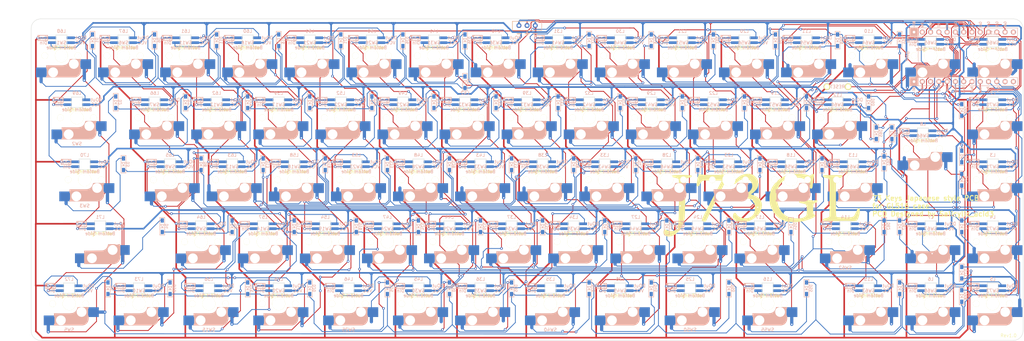
<source format=kicad_pcb>
(kicad_pcb (version 20171130) (host pcbnew "(5.1.10)-1")
  (layers (0 F.Cu signal) (31 B.Cu signal) (34 B.Paste user) (35 F.Paste user) (36 B.SilkS user) (37 F.SilkS user) (38 B.Mask user) (39 F.Mask user) (44 Edge.Cuts user))
  (net 0 "")
  (net 1 "Net-(D1-Pad2)")
  (net 2 Row0)
  (net 3 "Net-(D2-Pad2)")
  (net 4 Row1)
  (net 5 "Net-(D3-Pad2)")
  (net 6 Row2)
  (net 7 "Net-(D4-Pad2)")
  (net 8 Row3)
  (net 9 "Net-(D5-Pad2)")
  (net 10 Row4)
  (net 11 "Net-(D6-Pad2)")
  (net 12 "Net-(D7-Pad2)")
  (net 13 "Net-(D8-Pad2)")
  (net 14 "Net-(D9-Pad2)")
  (net 15 "Net-(D10-Pad2)")
  (net 16 "Net-(D11-Pad2)")
  (net 17 "Net-(D12-Pad2)")
  (net 18 "Net-(D13-Pad2)")
  (net 19 "Net-(D14-Pad2)")
  (net 20 "Net-(D15-Pad2)")
  (net 21 "Net-(D16-Pad2)")
  (net 22 "Net-(D17-Pad2)")
  (net 23 "Net-(D18-Pad2)")
  (net 24 "Net-(D19-Pad2)")
  (net 25 "Net-(D20-Pad2)")
  (net 26 "Net-(D21-Pad2)")
  (net 27 "Net-(D22-Pad2)")
  (net 28 "Net-(D23-Pad2)")
  (net 29 "Net-(D24-Pad2)")
  (net 30 "Net-(D25-Pad2)")
  (net 31 "Net-(D26-Pad2)")
  (net 32 "Net-(D27-Pad2)")
  (net 33 "Net-(D28-Pad2)")
  (net 34 "Net-(D29-Pad2)")
  (net 35 "Net-(D30-Pad2)")
  (net 36 "Net-(D31-Pad2)")
  (net 37 "Net-(D32-Pad2)")
  (net 38 "Net-(D33-Pad2)")
  (net 39 "Net-(D34-Pad2)")
  (net 40 "Net-(D35-Pad2)")
  (net 41 "Net-(D36-Pad1)")
  (net 42 "Net-(D37-Pad1)")
  (net 43 "Net-(D38-Pad1)")
  (net 44 "Net-(D39-Pad1)")
  (net 45 "Net-(D40-Pad1)")
  (net 46 "Net-(D41-Pad1)")
  (net 47 "Net-(D42-Pad1)")
  (net 48 "Net-(D43-Pad1)")
  (net 49 "Net-(D44-Pad1)")
  (net 50 "Net-(D45-Pad1)")
  (net 51 "Net-(D46-Pad1)")
  (net 52 "Net-(D47-Pad1)")
  (net 53 "Net-(D48-Pad1)")
  (net 54 "Net-(D49-Pad1)")
  (net 55 "Net-(D50-Pad1)")
  (net 56 "Net-(D51-Pad1)")
  (net 57 "Net-(D52-Pad1)")
  (net 58 "Net-(D53-Pad1)")
  (net 59 "Net-(D54-Pad1)")
  (net 60 "Net-(D55-Pad1)")
  (net 61 "Net-(D56-Pad1)")
  (net 62 "Net-(D57-Pad1)")
  (net 63 "Net-(D58-Pad1)")
  (net 64 "Net-(D59-Pad1)")
  (net 65 "Net-(D60-Pad1)")
  (net 66 "Net-(D61-Pad1)")
  (net 67 "Net-(D62-Pad1)")
  (net 68 "Net-(D63-Pad1)")
  (net 69 "Net-(D64-Pad1)")
  (net 70 "Net-(D65-Pad1)")
  (net 71 "Net-(D66-Pad1)")
  (net 72 "Net-(D67-Pad1)")
  (net 73 "Net-(D68-Pad1)")
  (net 74 "Net-(D69-Pad1)")
  (net 75 "Net-(D70-Pad1)")
  (net 76 "Net-(D71-Pad1)")
  (net 77 "Net-(D72-Pad1)")
  (net 78 "Net-(D73-Pad1)")
  (net 79 GND)
  (net 80 Bat+)
  (net 81 VCC)
  (net 82 "Net-(L1-Pad1)")
  (net 83 LED)
  (net 84 "Net-(L2-Pad1)")
  (net 85 "Net-(L3-Pad1)")
  (net 86 "Net-(L4-Pad1)")
  (net 87 "Net-(L5-Pad1)")
  (net 88 "Net-(L10-Pad3)")
  (net 89 "Net-(L10-Pad1)")
  (net 90 "Net-(L11-Pad1)")
  (net 91 "Net-(L12-Pad1)")
  (net 92 "Net-(L13-Pad1)")
  (net 93 "Net-(L14-Pad1)")
  (net 94 "Net-(L15-Pad1)")
  (net 95 "Net-(L16-Pad1)")
  (net 96 "Net-(L17-Pad1)")
  (net 97 "Net-(L18-Pad1)")
  (net 98 "Net-(L19-Pad1)")
  (net 99 "Net-(L20-Pad1)")
  (net 100 "Net-(L21-Pad1)")
  (net 101 "Net-(L22-Pad1)")
  (net 102 "Net-(L23-Pad1)")
  (net 103 "Net-(L24-Pad1)")
  (net 104 "Net-(L25-Pad1)")
  (net 105 "Net-(L26-Pad1)")
  (net 106 "Net-(L27-Pad1)")
  (net 107 "Net-(L28-Pad1)")
  (net 108 "Net-(L29-Pad1)")
  (net 109 "Net-(L30-Pad1)")
  (net 110 "Net-(L31-Pad1)")
  (net 111 "Net-(L32-Pad1)")
  (net 112 "Net-(L33-Pad1)")
  (net 113 "Net-(L34-Pad1)")
  (net 114 "Net-(L35-Pad1)")
  (net 115 "Net-(L36-Pad1)")
  (net 116 "Net-(L37-Pad1)")
  (net 117 "Net-(L38-Pad1)")
  (net 118 "Net-(L39-Pad1)")
  (net 119 "Net-(L40-Pad1)")
  (net 120 "Net-(L41-Pad1)")
  (net 121 "Net-(L42-Pad1)")
  (net 122 "Net-(L43-Pad1)")
  (net 123 "Net-(L44-Pad1)")
  (net 124 "Net-(L45-Pad1)")
  (net 125 "Net-(L46-Pad1)")
  (net 126 "Net-(L47-Pad1)")
  (net 127 "Net-(L48-Pad1)")
  (net 128 "Net-(L49-Pad1)")
  (net 129 "Net-(L50-Pad1)")
  (net 130 "Net-(L51-Pad1)")
  (net 131 "Net-(L52-Pad1)")
  (net 132 "Net-(L53-Pad1)")
  (net 133 "Net-(L54-Pad1)")
  (net 134 "Net-(L55-Pad1)")
  (net 135 "Net-(L56-Pad1)")
  (net 136 "Net-(L57-Pad1)")
  (net 137 "Net-(L58-Pad1)")
  (net 138 "Net-(L59-Pad1)")
  (net 139 "Net-(L61-Pad1)")
  (net 140 "Net-(L62-Pad1)")
  (net 141 "Net-(L63-Pad1)")
  (net 142 "Net-(L65-Pad1)")
  (net 143 "Net-(L66-Pad1)")
  (net 144 "Net-(L67-Pad1)")
  (net 145 "Net-(L69-Pad1)")
  (net 146 "Net-(L70-Pad1)")
  (net 147 Col0)
  (net 148 Col1)
  (net 149 Col2)
  (net 150 Col3)
  (net 151 Col4)
  (net 152 Col5)
  (net 153 Col6)
  (net 154 Col7)
  (net 155 Reset)
  (net 156 "Net-(U1-Pad2)")
  (net 157 "Net-(U1-Pad11)")
  (net 158 "Net-(U1-Pad12)")
  (net 159 "Net-(U1-Pad13)")
  (net 160 "Net-(U1-Pad24)")
  (net 161 "Net-(L60-Pad1)")
  (net 162 "Net-(L64-Pad1)")
  (net 163 "Net-(L68-Pad1)")
  (net 164 "Net-(L6-Pad1)")
  (net 165 "Net-(L7-Pad1)")
  (net 166 "Net-(L8-Pad1)")
  (net 167 "Net-(L71-Pad1)")
  (net 168 "Net-(L72-Pad1)")
  (net 169 "Net-(L73-Pad1)")
  (module kbd_SW:CherryMX_Hotswap_1u (layer F.Cu) (at 314.325 104.775 180)
    (fp_text reference SW73 (at 0 4) (layer B.SilkS) (effects (justify mirror)))
    (fp_text value SW_PUSH hide)
    (pad 2 smd rect (at 5.7 -5.12) (size 3.3 3) (drill (offset -0.45 0)) (layers B.Cu B.Paste B.Mask) (net 78 "Net-(D73-Pad1)"))
    (pad "" np_thru_hole circle (at -5.08 0 180) (size 2 2) (drill 2) (layers *.Cu *.Mask F.SilkS))
    (pad "" np_thru_hole circle (at 5.08 0 180) (size 2 2) (drill 2) (layers *.Cu *.Mask F.SilkS))
    (pad "" np_thru_hole circle (at 0 0 270) (size 4 4) (drill 4) (layers *.Cu *.Mask F.SilkS))
    (pad "" np_thru_hole circle (at 2.54 -5.08) (size 3 3) (drill 3) (layers *.Cu *.Mask))
    (pad "" np_thru_hole circle (at -3.81 -2.54) (size 3 3) (drill 3) (layers *.Cu *.Mask))
    (pad 1 smd rect (at -7 -2.58) (size 3.3 3) (drill (offset 0.45 0)) (layers B.Cu B.Paste B.Mask) (net 154 Col7))
  )
  (module kbd_SW:CherryMX_Hotswap_1u (layer F.Cu) (at 314.325 85.725 180)
    (fp_text reference SW72 (at 0 4) (layer B.SilkS) (effects (justify mirror)))
    (fp_text value SW_PUSH hide)
    (pad 2 smd rect (at 5.7 -5.12) (size 3.3 3) (drill (offset -0.45 0)) (layers B.Cu B.Paste B.Mask) (net 77 "Net-(D72-Pad1)"))
    (pad "" np_thru_hole circle (at -5.08 0 180) (size 2 2) (drill 2) (layers *.Cu *.Mask F.SilkS))
    (pad "" np_thru_hole circle (at 5.08 0 180) (size 2 2) (drill 2) (layers *.Cu *.Mask F.SilkS))
    (pad "" np_thru_hole circle (at 0 0 270) (size 4 4) (drill 4) (layers *.Cu *.Mask F.SilkS))
    (pad "" np_thru_hole circle (at 2.54 -5.08) (size 3 3) (drill 3) (layers *.Cu *.Mask))
    (pad "" np_thru_hole circle (at -3.81 -2.54) (size 3 3) (drill 3) (layers *.Cu *.Mask))
    (pad 1 smd rect (at -7 -2.58) (size 3.3 3) (drill (offset 0.45 0)) (layers B.Cu B.Paste B.Mask) (net 154 Col7))
  )
  (module kbd_SW:CherryMX_Hotswap_1u (layer F.Cu) (at 314.325 66.675 180)
    (fp_text reference SW71 (at 0 4) (layer B.SilkS) (effects (justify mirror)))
    (fp_text value SW_PUSH hide)
    (pad 2 smd rect (at 5.7 -5.12) (size 3.3 3) (drill (offset -0.45 0)) (layers B.Cu B.Paste B.Mask) (net 76 "Net-(D71-Pad1)"))
    (pad "" np_thru_hole circle (at -5.08 0 180) (size 2 2) (drill 2) (layers *.Cu *.Mask F.SilkS))
    (pad "" np_thru_hole circle (at 5.08 0 180) (size 2 2) (drill 2) (layers *.Cu *.Mask F.SilkS))
    (pad "" np_thru_hole circle (at 0 0 270) (size 4 4) (drill 4) (layers *.Cu *.Mask F.SilkS))
    (pad "" np_thru_hole circle (at 2.54 -5.08) (size 3 3) (drill 3) (layers *.Cu *.Mask))
    (pad "" np_thru_hole circle (at -3.81 -2.54) (size 3 3) (drill 3) (layers *.Cu *.Mask))
    (pad 1 smd rect (at -7 -2.58) (size 3.3 3) (drill (offset 0.45 0)) (layers B.Cu B.Paste B.Mask) (net 154 Col7))
  )
  (module kbd_SW:CherryMX_Hotswap_1u (layer F.Cu) (at 314.325 47.625 180)
    (fp_text reference SW70 (at 0 4) (layer B.SilkS) (effects (justify mirror)))
    (fp_text value SW_PUSH hide)
    (pad 2 smd rect (at 5.7 -5.12) (size 3.3 3) (drill (offset -0.45 0)) (layers B.Cu B.Paste B.Mask) (net 75 "Net-(D70-Pad1)"))
    (pad "" np_thru_hole circle (at -5.08 0 180) (size 2 2) (drill 2) (layers *.Cu *.Mask F.SilkS))
    (pad "" np_thru_hole circle (at 5.08 0 180) (size 2 2) (drill 2) (layers *.Cu *.Mask F.SilkS))
    (pad "" np_thru_hole circle (at 0 0 270) (size 4 4) (drill 4) (layers *.Cu *.Mask F.SilkS))
    (pad "" np_thru_hole circle (at 2.54 -5.08) (size 3 3) (drill 3) (layers *.Cu *.Mask))
    (pad "" np_thru_hole circle (at -3.81 -2.54) (size 3 3) (drill 3) (layers *.Cu *.Mask))
    (pad 1 smd rect (at -7 -2.58) (size 3.3 3) (drill (offset 0.45 0)) (layers B.Cu B.Paste B.Mask) (net 154 Col7))
  )
  (module kbd_SW:CherryMX_Hotswap_1u_Small1 (layer F.Cu) (at 314.325 28.575 180)
    (fp_text reference SW69 (at 0 4) (layer B.SilkS) (effects (justify mirror)))
    (fp_text value SW_PUSH hide)
    (pad 1 smd rect (at -7 -2.58) (size 3.3 3) (drill (offset 0.45 0)) (layers B.Cu B.Paste B.Mask) (net 154 Col7))
    (pad "" np_thru_hole circle (at -3.81 -2.54) (size 3 3) (drill 3) (layers *.Cu *.Mask))
    (pad "" np_thru_hole circle (at 2.54 -5.08) (size 3 3) (drill 3) (layers *.Cu *.Mask))
    (pad "" np_thru_hole circle (at 0 0 270) (size 4 4) (drill 4) (layers *.Cu *.Mask F.SilkS))
    (pad "" np_thru_hole circle (at 5.08 0 180) (size 2 2) (drill 2) (layers *.Cu *.Mask F.SilkS))
    (pad "" np_thru_hole circle (at -5.08 0 180) (size 2 2) (drill 2) (layers *.Cu *.Mask F.SilkS))
    (pad 2 smd rect (at 5.7 -5.12) (size 3.3 2.8) (drill (offset -0.45 -0.1)) (layers B.Cu B.Paste B.Mask) (net 74 "Net-(D69-Pad1)"))
  )
  (module kbd_SW:CherryMX_Hotswap_1u (layer F.Cu) (at 295.275 104.775 180)
    (fp_text reference SW68 (at 0 4) (layer B.SilkS) (effects (justify mirror)))
    (fp_text value SW_PUSH hide)
    (pad 2 smd rect (at 5.7 -5.12) (size 3.3 3) (drill (offset -0.45 0)) (layers B.Cu B.Paste B.Mask) (net 73 "Net-(D68-Pad1)"))
    (pad "" np_thru_hole circle (at -5.08 0 180) (size 2 2) (drill 2) (layers *.Cu *.Mask F.SilkS))
    (pad "" np_thru_hole circle (at 5.08 0 180) (size 2 2) (drill 2) (layers *.Cu *.Mask F.SilkS))
    (pad "" np_thru_hole circle (at 0 0 270) (size 4 4) (drill 4) (layers *.Cu *.Mask F.SilkS))
    (pad "" np_thru_hole circle (at 2.54 -5.08) (size 3 3) (drill 3) (layers *.Cu *.Mask))
    (pad "" np_thru_hole circle (at -3.81 -2.54) (size 3 3) (drill 3) (layers *.Cu *.Mask))
    (pad 1 smd rect (at -7 -2.58) (size 3.3 3) (drill (offset 0.45 0)) (layers B.Cu B.Paste B.Mask) (net 153 Col6))
  )
  (module kbd_SW:CherryMX_Hotswap_1u (layer F.Cu) (at 295.275 85.725 180)
    (fp_text reference SW67 (at 0 4) (layer B.SilkS) (effects (justify mirror)))
    (fp_text value SW_PUSH hide)
    (pad 2 smd rect (at 5.7 -5.12) (size 3.3 3) (drill (offset -0.45 0)) (layers B.Cu B.Paste B.Mask) (net 72 "Net-(D67-Pad1)"))
    (pad "" np_thru_hole circle (at -5.08 0 180) (size 2 2) (drill 2) (layers *.Cu *.Mask F.SilkS))
    (pad "" np_thru_hole circle (at 5.08 0 180) (size 2 2) (drill 2) (layers *.Cu *.Mask F.SilkS))
    (pad "" np_thru_hole circle (at 0 0 270) (size 4 4) (drill 4) (layers *.Cu *.Mask F.SilkS))
    (pad "" np_thru_hole circle (at 2.54 -5.08) (size 3 3) (drill 3) (layers *.Cu *.Mask))
    (pad "" np_thru_hole circle (at -3.81 -2.54) (size 3 3) (drill 3) (layers *.Cu *.Mask))
    (pad 1 smd rect (at -7 -2.58) (size 3.3 3) (drill (offset 0.45 0)) (layers B.Cu B.Paste B.Mask) (net 153 Col6))
  )
  (module kbd_SW:CherryMX_Hotswap_1u (layer F.Cu) (at 292.894 57.15 180)
    (fp_text reference SW66 (at 0 4) (layer B.SilkS) (effects (justify mirror)))
    (fp_text value SW_PUSH hide)
    (pad 2 smd rect (at 5.7 -5.12) (size 3.3 3) (drill (offset -0.45 0)) (layers B.Cu B.Paste B.Mask) (net 71 "Net-(D66-Pad1)"))
    (pad "" np_thru_hole circle (at -5.08 0 180) (size 2 2) (drill 2) (layers *.Cu *.Mask F.SilkS))
    (pad "" np_thru_hole circle (at 5.08 0 180) (size 2 2) (drill 2) (layers *.Cu *.Mask F.SilkS))
    (pad "" np_thru_hole circle (at 0 0 270) (size 4 4) (drill 4) (layers *.Cu *.Mask F.SilkS))
    (pad "" np_thru_hole circle (at 2.54 -5.08) (size 3 3) (drill 3) (layers *.Cu *.Mask))
    (pad "" np_thru_hole circle (at -3.81 -2.54) (size 3 3) (drill 3) (layers *.Cu *.Mask))
    (pad 1 smd rect (at -7 -2.58) (size 3.3 3) (drill (offset 0.45 0)) (layers B.Cu B.Paste B.Mask) (net 153 Col6))
  )
  (module kbd_SW:CherryMX_Hotswap_1u_Small1 (layer F.Cu) (at 295.275 28.575 180)
    (fp_text reference SW65 (at 0 4) (layer B.SilkS) (effects (justify mirror)))
    (fp_text value SW_PUSH hide)
    (pad 1 smd rect (at -7 -2.58) (size 3.3 3) (drill (offset 0.45 0)) (layers B.Cu B.Paste B.Mask) (net 153 Col6))
    (pad "" np_thru_hole circle (at -3.81 -2.54) (size 3 3) (drill 3) (layers *.Cu *.Mask))
    (pad "" np_thru_hole circle (at 2.54 -5.08) (size 3 3) (drill 3) (layers *.Cu *.Mask))
    (pad "" np_thru_hole circle (at 0 0 270) (size 4 4) (drill 4) (layers *.Cu *.Mask F.SilkS))
    (pad "" np_thru_hole circle (at 5.08 0 180) (size 2 2) (drill 2) (layers *.Cu *.Mask F.SilkS))
    (pad "" np_thru_hole circle (at -5.08 0 180) (size 2 2) (drill 2) (layers *.Cu *.Mask F.SilkS))
    (pad 2 smd rect (at 5.7 -5.12) (size 3.3 2.8) (drill (offset -0.45 -0.1)) (layers B.Cu B.Paste B.Mask) (net 70 "Net-(D65-Pad1)"))
  )
  (module kbd_SW:CherryMX_Hotswap_1u (layer F.Cu) (at 276.225 28.575 180)
    (fp_text reference SW64 (at 0 4) (layer B.SilkS) (effects (justify mirror)))
    (fp_text value SW_PUSH hide)
    (pad 2 smd rect (at 5.7 -5.12) (size 3.3 3) (drill (offset -0.45 0)) (layers B.Cu B.Paste B.Mask) (net 69 "Net-(D64-Pad1)"))
    (pad "" np_thru_hole circle (at -5.08 0 180) (size 2 2) (drill 2) (layers *.Cu *.Mask F.SilkS))
    (pad "" np_thru_hole circle (at 5.08 0 180) (size 2 2) (drill 2) (layers *.Cu *.Mask F.SilkS))
    (pad "" np_thru_hole circle (at 0 0 270) (size 4 4) (drill 4) (layers *.Cu *.Mask F.SilkS))
    (pad "" np_thru_hole circle (at 2.54 -5.08) (size 3 3) (drill 3) (layers *.Cu *.Mask))
    (pad "" np_thru_hole circle (at -3.81 -2.54) (size 3 3) (drill 3) (layers *.Cu *.Mask))
    (pad 1 smd rect (at -7 -2.58) (size 3.3 3) (drill (offset 0.45 0)) (layers B.Cu B.Paste B.Mask) (net 153 Col6))
  )
  (module kbd_SW:CherryMX_Hotswap_1u (layer F.Cu) (at 276.225 104.775 180)
    (fp_text reference SW63 (at 0 4) (layer B.SilkS) (effects (justify mirror)))
    (fp_text value SW_PUSH hide)
    (pad 2 smd rect (at 5.7 -5.12) (size 3.3 3) (drill (offset -0.45 0)) (layers B.Cu B.Paste B.Mask) (net 68 "Net-(D63-Pad1)"))
    (pad "" np_thru_hole circle (at -5.08 0 180) (size 2 2) (drill 2) (layers *.Cu *.Mask F.SilkS))
    (pad "" np_thru_hole circle (at 5.08 0 180) (size 2 2) (drill 2) (layers *.Cu *.Mask F.SilkS))
    (pad "" np_thru_hole circle (at 0 0 270) (size 4 4) (drill 4) (layers *.Cu *.Mask F.SilkS))
    (pad "" np_thru_hole circle (at 2.54 -5.08) (size 3 3) (drill 3) (layers *.Cu *.Mask))
    (pad "" np_thru_hole circle (at -3.81 -2.54) (size 3 3) (drill 3) (layers *.Cu *.Mask))
    (pad 1 smd rect (at -7 -2.58) (size 3.3 3) (drill (offset 0.45 0)) (layers B.Cu B.Paste B.Mask) (net 152 Col5))
  )
  (module kbd_SW:CherryMX_Hotswap_1u (layer F.Cu) (at 271.462 66.675 180)
    (fp_text reference SW61 (at 0 4) (layer B.SilkS) (effects (justify mirror)))
    (fp_text value SW_PUSH hide)
    (pad 2 smd rect (at 5.7 -5.12) (size 3.3 3) (drill (offset -0.45 0)) (layers B.Cu B.Paste B.Mask) (net 66 "Net-(D61-Pad1)"))
    (pad "" np_thru_hole circle (at -5.08 0 180) (size 2 2) (drill 2) (layers *.Cu *.Mask F.SilkS))
    (pad "" np_thru_hole circle (at 5.08 0 180) (size 2 2) (drill 2) (layers *.Cu *.Mask F.SilkS))
    (pad "" np_thru_hole circle (at 0 0 270) (size 4 4) (drill 4) (layers *.Cu *.Mask F.SilkS))
    (pad "" np_thru_hole circle (at 2.54 -5.08) (size 3 3) (drill 3) (layers *.Cu *.Mask))
    (pad "" np_thru_hole circle (at -3.81 -2.54) (size 3 3) (drill 3) (layers *.Cu *.Mask))
    (pad 1 smd rect (at -7 -2.58) (size 3.3 3) (drill (offset 0.45 0)) (layers B.Cu B.Paste B.Mask) (net 152 Col5))
  )
  (module kbd_SW:CherryMX_Hotswap_1u (layer F.Cu) (at 266.7 47.625 180)
    (fp_text reference SW60 (at 0 4) (layer B.SilkS) (effects (justify mirror)))
    (fp_text value SW_PUSH hide)
    (pad 2 smd rect (at 5.7 -5.12) (size 3.3 3) (drill (offset -0.45 0)) (layers B.Cu B.Paste B.Mask) (net 65 "Net-(D60-Pad1)"))
    (pad "" np_thru_hole circle (at -5.08 0 180) (size 2 2) (drill 2) (layers *.Cu *.Mask F.SilkS))
    (pad "" np_thru_hole circle (at 5.08 0 180) (size 2 2) (drill 2) (layers *.Cu *.Mask F.SilkS))
    (pad "" np_thru_hole circle (at 0 0 270) (size 4 4) (drill 4) (layers *.Cu *.Mask F.SilkS))
    (pad "" np_thru_hole circle (at 2.54 -5.08) (size 3 3) (drill 3) (layers *.Cu *.Mask))
    (pad "" np_thru_hole circle (at -3.81 -2.54) (size 3 3) (drill 3) (layers *.Cu *.Mask))
    (pad 1 smd rect (at -7 -2.58) (size 3.3 3) (drill (offset 0.45 0)) (layers B.Cu B.Paste B.Mask) (net 152 Col5))
  )
  (module kbd_SW:CherryMX_Hotswap_1u (layer F.Cu) (at 257.175 28.575 180)
    (fp_text reference SW59 (at 0 4) (layer B.SilkS) (effects (justify mirror)))
    (fp_text value SW_PUSH hide)
    (pad 2 smd rect (at 5.7 -5.12) (size 3.3 3) (drill (offset -0.45 0)) (layers B.Cu B.Paste B.Mask) (net 64 "Net-(D59-Pad1)"))
    (pad "" np_thru_hole circle (at -5.08 0 180) (size 2 2) (drill 2) (layers *.Cu *.Mask F.SilkS))
    (pad "" np_thru_hole circle (at 5.08 0 180) (size 2 2) (drill 2) (layers *.Cu *.Mask F.SilkS))
    (pad "" np_thru_hole circle (at 0 0 270) (size 4 4) (drill 4) (layers *.Cu *.Mask F.SilkS))
    (pad "" np_thru_hole circle (at 2.54 -5.08) (size 3 3) (drill 3) (layers *.Cu *.Mask))
    (pad "" np_thru_hole circle (at -3.81 -2.54) (size 3 3) (drill 3) (layers *.Cu *.Mask))
    (pad 1 smd rect (at -7 -2.58) (size 3.3 3) (drill (offset 0.45 0)) (layers B.Cu B.Paste B.Mask) (net 152 Col5))
  )
  (module kbd_SW:CherryMX_Hotswap_1u (layer F.Cu) (at 252.412 66.675 180)
    (fp_text reference SW58 (at 0 4) (layer B.SilkS) (effects (justify mirror)))
    (fp_text value SW_PUSH hide)
    (pad 2 smd rect (at 5.7 -5.12) (size 3.3 3) (drill (offset -0.45 0)) (layers B.Cu B.Paste B.Mask) (net 63 "Net-(D58-Pad1)"))
    (pad "" np_thru_hole circle (at -5.08 0 180) (size 2 2) (drill 2) (layers *.Cu *.Mask F.SilkS))
    (pad "" np_thru_hole circle (at 5.08 0 180) (size 2 2) (drill 2) (layers *.Cu *.Mask F.SilkS))
    (pad "" np_thru_hole circle (at 0 0 270) (size 4 4) (drill 4) (layers *.Cu *.Mask F.SilkS))
    (pad "" np_thru_hole circle (at 2.54 -5.08) (size 3 3) (drill 3) (layers *.Cu *.Mask))
    (pad "" np_thru_hole circle (at -3.81 -2.54) (size 3 3) (drill 3) (layers *.Cu *.Mask))
    (pad 1 smd rect (at -7 -2.58) (size 3.3 3) (drill (offset 0.45 0)) (layers B.Cu B.Paste B.Mask) (net 151 Col4))
  )
  (module kbd_SW:CherryMX_Hotswap_1u (layer F.Cu) (at 247.65 47.625 180)
    (fp_text reference SW57 (at 0 4) (layer B.SilkS) (effects (justify mirror)))
    (fp_text value SW_PUSH hide)
    (pad 2 smd rect (at 5.7 -5.12) (size 3.3 3) (drill (offset -0.45 0)) (layers B.Cu B.Paste B.Mask) (net 62 "Net-(D57-Pad1)"))
    (pad "" np_thru_hole circle (at -5.08 0 180) (size 2 2) (drill 2) (layers *.Cu *.Mask F.SilkS))
    (pad "" np_thru_hole circle (at 5.08 0 180) (size 2 2) (drill 2) (layers *.Cu *.Mask F.SilkS))
    (pad "" np_thru_hole circle (at 0 0 270) (size 4 4) (drill 4) (layers *.Cu *.Mask F.SilkS))
    (pad "" np_thru_hole circle (at 2.54 -5.08) (size 3 3) (drill 3) (layers *.Cu *.Mask))
    (pad "" np_thru_hole circle (at -3.81 -2.54) (size 3 3) (drill 3) (layers *.Cu *.Mask))
    (pad 1 smd rect (at -7 -2.58) (size 3.3 3) (drill (offset 0.45 0)) (layers B.Cu B.Paste B.Mask) (net 151 Col4))
  )
  (module kbd_SW:CherryMX_Hotswap_1u (layer F.Cu) (at 238.125 28.575 180)
    (fp_text reference SW56 (at 0 4) (layer B.SilkS) (effects (justify mirror)))
    (fp_text value SW_PUSH hide)
    (pad 2 smd rect (at 5.7 -5.12) (size 3.3 3) (drill (offset -0.45 0)) (layers B.Cu B.Paste B.Mask) (net 61 "Net-(D56-Pad1)"))
    (pad "" np_thru_hole circle (at -5.08 0 180) (size 2 2) (drill 2) (layers *.Cu *.Mask F.SilkS))
    (pad "" np_thru_hole circle (at 5.08 0 180) (size 2 2) (drill 2) (layers *.Cu *.Mask F.SilkS))
    (pad "" np_thru_hole circle (at 0 0 270) (size 4 4) (drill 4) (layers *.Cu *.Mask F.SilkS))
    (pad "" np_thru_hole circle (at 2.54 -5.08) (size 3 3) (drill 3) (layers *.Cu *.Mask))
    (pad "" np_thru_hole circle (at -3.81 -2.54) (size 3 3) (drill 3) (layers *.Cu *.Mask))
    (pad 1 smd rect (at -7 -2.58) (size 3.3 3) (drill (offset 0.45 0)) (layers B.Cu B.Paste B.Mask) (net 151 Col4))
  )
  (module kbd_SW:CherryMX_Hotswap_1u (layer F.Cu) (at 242.888 85.725 180)
    (fp_text reference SW54 (at 0 4) (layer B.SilkS) (effects (justify mirror)))
    (fp_text value SW_PUSH hide)
    (pad 2 smd rect (at 5.7 -5.12) (size 3.3 3) (drill (offset -0.45 0)) (layers B.Cu B.Paste B.Mask) (net 59 "Net-(D54-Pad1)"))
    (pad "" np_thru_hole circle (at -5.08 0 180) (size 2 2) (drill 2) (layers *.Cu *.Mask F.SilkS))
    (pad "" np_thru_hole circle (at 5.08 0 180) (size 2 2) (drill 2) (layers *.Cu *.Mask F.SilkS))
    (pad "" np_thru_hole circle (at 0 0 270) (size 4 4) (drill 4) (layers *.Cu *.Mask F.SilkS))
    (pad "" np_thru_hole circle (at 2.54 -5.08) (size 3 3) (drill 3) (layers *.Cu *.Mask))
    (pad "" np_thru_hole circle (at -3.81 -2.54) (size 3 3) (drill 3) (layers *.Cu *.Mask))
    (pad 1 smd rect (at -7 -2.58) (size 3.3 3) (drill (offset 0.45 0)) (layers B.Cu B.Paste B.Mask) (net 150 Col3))
  )
  (module kbd_SW:CherryMX_Hotswap_1u (layer F.Cu) (at 233.362 66.675 180)
    (fp_text reference SW53 (at 0 4) (layer B.SilkS) (effects (justify mirror)))
    (fp_text value SW_PUSH hide)
    (pad 2 smd rect (at 5.7 -5.12) (size 3.3 3) (drill (offset -0.45 0)) (layers B.Cu B.Paste B.Mask) (net 58 "Net-(D53-Pad1)"))
    (pad "" np_thru_hole circle (at -5.08 0 180) (size 2 2) (drill 2) (layers *.Cu *.Mask F.SilkS))
    (pad "" np_thru_hole circle (at 5.08 0 180) (size 2 2) (drill 2) (layers *.Cu *.Mask F.SilkS))
    (pad "" np_thru_hole circle (at 0 0 270) (size 4 4) (drill 4) (layers *.Cu *.Mask F.SilkS))
    (pad "" np_thru_hole circle (at 2.54 -5.08) (size 3 3) (drill 3) (layers *.Cu *.Mask))
    (pad "" np_thru_hole circle (at -3.81 -2.54) (size 3 3) (drill 3) (layers *.Cu *.Mask))
    (pad 1 smd rect (at -7 -2.58) (size 3.3 3) (drill (offset 0.45 0)) (layers B.Cu B.Paste B.Mask) (net 150 Col3))
  )
  (module kbd_SW:CherryMX_Hotswap_1u (layer F.Cu) (at 228.6 47.625 180)
    (fp_text reference SW52 (at 0 4) (layer B.SilkS) (effects (justify mirror)))
    (fp_text value SW_PUSH hide)
    (pad 2 smd rect (at 5.7 -5.12) (size 3.3 3) (drill (offset -0.45 0)) (layers B.Cu B.Paste B.Mask) (net 57 "Net-(D52-Pad1)"))
    (pad "" np_thru_hole circle (at -5.08 0 180) (size 2 2) (drill 2) (layers *.Cu *.Mask F.SilkS))
    (pad "" np_thru_hole circle (at 5.08 0 180) (size 2 2) (drill 2) (layers *.Cu *.Mask F.SilkS))
    (pad "" np_thru_hole circle (at 0 0 270) (size 4 4) (drill 4) (layers *.Cu *.Mask F.SilkS))
    (pad "" np_thru_hole circle (at 2.54 -5.08) (size 3 3) (drill 3) (layers *.Cu *.Mask))
    (pad "" np_thru_hole circle (at -3.81 -2.54) (size 3 3) (drill 3) (layers *.Cu *.Mask))
    (pad 1 smd rect (at -7 -2.58) (size 3.3 3) (drill (offset 0.45 0)) (layers B.Cu B.Paste B.Mask) (net 150 Col3))
  )
  (module kbd_SW:CherryMX_Hotswap_1u (layer F.Cu) (at 219.075 28.575 180)
    (fp_text reference SW51 (at 0 4) (layer B.SilkS) (effects (justify mirror)))
    (fp_text value SW_PUSH hide)
    (pad 2 smd rect (at 5.7 -5.12) (size 3.3 3) (drill (offset -0.45 0)) (layers B.Cu B.Paste B.Mask) (net 56 "Net-(D51-Pad1)"))
    (pad "" np_thru_hole circle (at -5.08 0 180) (size 2 2) (drill 2) (layers *.Cu *.Mask F.SilkS))
    (pad "" np_thru_hole circle (at 5.08 0 180) (size 2 2) (drill 2) (layers *.Cu *.Mask F.SilkS))
    (pad "" np_thru_hole circle (at 0 0 270) (size 4 4) (drill 4) (layers *.Cu *.Mask F.SilkS))
    (pad "" np_thru_hole circle (at 2.54 -5.08) (size 3 3) (drill 3) (layers *.Cu *.Mask))
    (pad "" np_thru_hole circle (at -3.81 -2.54) (size 3 3) (drill 3) (layers *.Cu *.Mask))
    (pad 1 smd rect (at -7 -2.58) (size 3.3 3) (drill (offset 0.45 0)) (layers B.Cu B.Paste B.Mask) (net 150 Col3))
  )
  (module kbd_SW:CherryMX_Hotswap_1u (layer F.Cu) (at 223.838 85.725 180)
    (fp_text reference SW49 (at 0 4) (layer B.SilkS) (effects (justify mirror)))
    (fp_text value SW_PUSH hide)
    (pad 2 smd rect (at 5.7 -5.12) (size 3.3 3) (drill (offset -0.45 0)) (layers B.Cu B.Paste B.Mask) (net 54 "Net-(D49-Pad1)"))
    (pad "" np_thru_hole circle (at -5.08 0 180) (size 2 2) (drill 2) (layers *.Cu *.Mask F.SilkS))
    (pad "" np_thru_hole circle (at 5.08 0 180) (size 2 2) (drill 2) (layers *.Cu *.Mask F.SilkS))
    (pad "" np_thru_hole circle (at 0 0 270) (size 4 4) (drill 4) (layers *.Cu *.Mask F.SilkS))
    (pad "" np_thru_hole circle (at 2.54 -5.08) (size 3 3) (drill 3) (layers *.Cu *.Mask))
    (pad "" np_thru_hole circle (at -3.81 -2.54) (size 3 3) (drill 3) (layers *.Cu *.Mask))
    (pad 1 smd rect (at -7 -2.58) (size 3.3 3) (drill (offset 0.45 0)) (layers B.Cu B.Paste B.Mask) (net 149 Col2))
  )
  (module kbd_SW:CherryMX_Hotswap_1u (layer F.Cu) (at 214.312 66.675 180)
    (fp_text reference SW48 (at 0 4) (layer B.SilkS) (effects (justify mirror)))
    (fp_text value SW_PUSH hide)
    (pad 2 smd rect (at 5.7 -5.12) (size 3.3 3) (drill (offset -0.45 0)) (layers B.Cu B.Paste B.Mask) (net 53 "Net-(D48-Pad1)"))
    (pad "" np_thru_hole circle (at -5.08 0 180) (size 2 2) (drill 2) (layers *.Cu *.Mask F.SilkS))
    (pad "" np_thru_hole circle (at 5.08 0 180) (size 2 2) (drill 2) (layers *.Cu *.Mask F.SilkS))
    (pad "" np_thru_hole circle (at 0 0 270) (size 4 4) (drill 4) (layers *.Cu *.Mask F.SilkS))
    (pad "" np_thru_hole circle (at 2.54 -5.08) (size 3 3) (drill 3) (layers *.Cu *.Mask))
    (pad "" np_thru_hole circle (at -3.81 -2.54) (size 3 3) (drill 3) (layers *.Cu *.Mask))
    (pad 1 smd rect (at -7 -2.58) (size 3.3 3) (drill (offset 0.45 0)) (layers B.Cu B.Paste B.Mask) (net 149 Col2))
  )
  (module kbd_SW:CherryMX_Hotswap_1u (layer F.Cu) (at 209.55 47.625 180)
    (fp_text reference SW47 (at 0 4) (layer B.SilkS) (effects (justify mirror)))
    (fp_text value SW_PUSH hide)
    (pad 2 smd rect (at 5.7 -5.12) (size 3.3 3) (drill (offset -0.45 0)) (layers B.Cu B.Paste B.Mask) (net 52 "Net-(D47-Pad1)"))
    (pad "" np_thru_hole circle (at -5.08 0 180) (size 2 2) (drill 2) (layers *.Cu *.Mask F.SilkS))
    (pad "" np_thru_hole circle (at 5.08 0 180) (size 2 2) (drill 2) (layers *.Cu *.Mask F.SilkS))
    (pad "" np_thru_hole circle (at 0 0 270) (size 4 4) (drill 4) (layers *.Cu *.Mask F.SilkS))
    (pad "" np_thru_hole circle (at 2.54 -5.08) (size 3 3) (drill 3) (layers *.Cu *.Mask))
    (pad "" np_thru_hole circle (at -3.81 -2.54) (size 3 3) (drill 3) (layers *.Cu *.Mask))
    (pad 1 smd rect (at -7 -2.58) (size 3.3 3) (drill (offset 0.45 0)) (layers B.Cu B.Paste B.Mask) (net 149 Col2))
  )
  (module kbd_SW:CherryMX_Hotswap_1u (layer F.Cu) (at 200.025 28.575 180)
    (fp_text reference SW46 (at 0 4) (layer B.SilkS) (effects (justify mirror)))
    (fp_text value SW_PUSH hide)
    (pad 2 smd rect (at 5.7 -5.12) (size 3.3 3) (drill (offset -0.45 0)) (layers B.Cu B.Paste B.Mask) (net 51 "Net-(D46-Pad1)"))
    (pad "" np_thru_hole circle (at -5.08 0 180) (size 2 2) (drill 2) (layers *.Cu *.Mask F.SilkS))
    (pad "" np_thru_hole circle (at 5.08 0 180) (size 2 2) (drill 2) (layers *.Cu *.Mask F.SilkS))
    (pad "" np_thru_hole circle (at 0 0 270) (size 4 4) (drill 4) (layers *.Cu *.Mask F.SilkS))
    (pad "" np_thru_hole circle (at 2.54 -5.08) (size 3 3) (drill 3) (layers *.Cu *.Mask))
    (pad "" np_thru_hole circle (at -3.81 -2.54) (size 3 3) (drill 3) (layers *.Cu *.Mask))
    (pad 1 smd rect (at -7 -2.58) (size 3.3 3) (drill (offset 0.45 0)) (layers B.Cu B.Paste B.Mask) (net 149 Col2))
  )
  (module kbd_SW:CherryMX_Hotswap_1u (layer F.Cu) (at 200.025 104.775 180)
    (fp_text reference SW45 (at 0 4) (layer B.SilkS) (effects (justify mirror)))
    (fp_text value SW_PUSH hide)
    (pad 2 smd rect (at 5.7 -5.12) (size 3.3 3) (drill (offset -0.45 0)) (layers B.Cu B.Paste B.Mask) (net 50 "Net-(D45-Pad1)"))
    (pad "" np_thru_hole circle (at -5.08 0 180) (size 2 2) (drill 2) (layers *.Cu *.Mask F.SilkS))
    (pad "" np_thru_hole circle (at 5.08 0 180) (size 2 2) (drill 2) (layers *.Cu *.Mask F.SilkS))
    (pad "" np_thru_hole circle (at 0 0 270) (size 4 4) (drill 4) (layers *.Cu *.Mask F.SilkS))
    (pad "" np_thru_hole circle (at 2.54 -5.08) (size 3 3) (drill 3) (layers *.Cu *.Mask))
    (pad "" np_thru_hole circle (at -3.81 -2.54) (size 3 3) (drill 3) (layers *.Cu *.Mask))
    (pad 1 smd rect (at -7 -2.58) (size 3.3 3) (drill (offset 0.45 0)) (layers B.Cu B.Paste B.Mask) (net 148 Col1))
  )
  (module kbd_SW:CherryMX_Hotswap_1u (layer F.Cu) (at 204.788 85.725 180)
    (fp_text reference SW44 (at 0 4) (layer B.SilkS) (effects (justify mirror)))
    (fp_text value SW_PUSH hide)
    (pad 2 smd rect (at 5.7 -5.12) (size 3.3 3) (drill (offset -0.45 0)) (layers B.Cu B.Paste B.Mask) (net 49 "Net-(D44-Pad1)"))
    (pad "" np_thru_hole circle (at -5.08 0 180) (size 2 2) (drill 2) (layers *.Cu *.Mask F.SilkS))
    (pad "" np_thru_hole circle (at 5.08 0 180) (size 2 2) (drill 2) (layers *.Cu *.Mask F.SilkS))
    (pad "" np_thru_hole circle (at 0 0 270) (size 4 4) (drill 4) (layers *.Cu *.Mask F.SilkS))
    (pad "" np_thru_hole circle (at 2.54 -5.08) (size 3 3) (drill 3) (layers *.Cu *.Mask))
    (pad "" np_thru_hole circle (at -3.81 -2.54) (size 3 3) (drill 3) (layers *.Cu *.Mask))
    (pad 1 smd rect (at -7 -2.58) (size 3.3 3) (drill (offset 0.45 0)) (layers B.Cu B.Paste B.Mask) (net 148 Col1))
  )
  (module kbd_SW:CherryMX_Hotswap_1u (layer F.Cu) (at 195.262 66.675 180)
    (fp_text reference SW43 (at 0 4) (layer B.SilkS) (effects (justify mirror)))
    (fp_text value SW_PUSH hide)
    (pad 2 smd rect (at 5.7 -5.12) (size 3.3 3) (drill (offset -0.45 0)) (layers B.Cu B.Paste B.Mask) (net 48 "Net-(D43-Pad1)"))
    (pad "" np_thru_hole circle (at -5.08 0 180) (size 2 2) (drill 2) (layers *.Cu *.Mask F.SilkS))
    (pad "" np_thru_hole circle (at 5.08 0 180) (size 2 2) (drill 2) (layers *.Cu *.Mask F.SilkS))
    (pad "" np_thru_hole circle (at 0 0 270) (size 4 4) (drill 4) (layers *.Cu *.Mask F.SilkS))
    (pad "" np_thru_hole circle (at 2.54 -5.08) (size 3 3) (drill 3) (layers *.Cu *.Mask))
    (pad "" np_thru_hole circle (at -3.81 -2.54) (size 3 3) (drill 3) (layers *.Cu *.Mask))
    (pad 1 smd rect (at -7 -2.58) (size 3.3 3) (drill (offset 0.45 0)) (layers B.Cu B.Paste B.Mask) (net 148 Col1))
  )
  (module kbd_SW:CherryMX_Hotswap_1u (layer F.Cu) (at 190.5 47.625 180)
    (fp_text reference SW42 (at 0 4) (layer B.SilkS) (effects (justify mirror)))
    (fp_text value SW_PUSH hide)
    (pad 2 smd rect (at 5.7 -5.12) (size 3.3 3) (drill (offset -0.45 0)) (layers B.Cu B.Paste B.Mask) (net 47 "Net-(D42-Pad1)"))
    (pad "" np_thru_hole circle (at -5.08 0 180) (size 2 2) (drill 2) (layers *.Cu *.Mask F.SilkS))
    (pad "" np_thru_hole circle (at 5.08 0 180) (size 2 2) (drill 2) (layers *.Cu *.Mask F.SilkS))
    (pad "" np_thru_hole circle (at 0 0 270) (size 4 4) (drill 4) (layers *.Cu *.Mask F.SilkS))
    (pad "" np_thru_hole circle (at 2.54 -5.08) (size 3 3) (drill 3) (layers *.Cu *.Mask))
    (pad "" np_thru_hole circle (at -3.81 -2.54) (size 3 3) (drill 3) (layers *.Cu *.Mask))
    (pad 1 smd rect (at -7 -2.58) (size 3.3 3) (drill (offset 0.45 0)) (layers B.Cu B.Paste B.Mask) (net 148 Col1))
  )
  (module kbd_SW:CherryMX_Hotswap_1u (layer F.Cu) (at 180.975 28.575 180)
    (fp_text reference SW41 (at 0 4) (layer B.SilkS) (effects (justify mirror)))
    (fp_text value SW_PUSH hide)
    (pad 2 smd rect (at 5.7 -5.12) (size 3.3 3) (drill (offset -0.45 0)) (layers B.Cu B.Paste B.Mask) (net 46 "Net-(D41-Pad1)"))
    (pad "" np_thru_hole circle (at -5.08 0 180) (size 2 2) (drill 2) (layers *.Cu *.Mask F.SilkS))
    (pad "" np_thru_hole circle (at 5.08 0 180) (size 2 2) (drill 2) (layers *.Cu *.Mask F.SilkS))
    (pad "" np_thru_hole circle (at 0 0 270) (size 4 4) (drill 4) (layers *.Cu *.Mask F.SilkS))
    (pad "" np_thru_hole circle (at 2.54 -5.08) (size 3 3) (drill 3) (layers *.Cu *.Mask))
    (pad "" np_thru_hole circle (at -3.81 -2.54) (size 3 3) (drill 3) (layers *.Cu *.Mask))
    (pad 1 smd rect (at -7 -2.58) (size 3.3 3) (drill (offset 0.45 0)) (layers B.Cu B.Paste B.Mask) (net 148 Col1))
  )
  (module kbd_SW:CherryMX_Hotswap_1u (layer F.Cu) (at 185.738 85.725 180)
    (fp_text reference SW39 (at 0 4) (layer B.SilkS) (effects (justify mirror)))
    (fp_text value SW_PUSH hide)
    (pad 2 smd rect (at 5.7 -5.12) (size 3.3 3) (drill (offset -0.45 0)) (layers B.Cu B.Paste B.Mask) (net 44 "Net-(D39-Pad1)"))
    (pad "" np_thru_hole circle (at -5.08 0 180) (size 2 2) (drill 2) (layers *.Cu *.Mask F.SilkS))
    (pad "" np_thru_hole circle (at 5.08 0 180) (size 2 2) (drill 2) (layers *.Cu *.Mask F.SilkS))
    (pad "" np_thru_hole circle (at 0 0 270) (size 4 4) (drill 4) (layers *.Cu *.Mask F.SilkS))
    (pad "" np_thru_hole circle (at 2.54 -5.08) (size 3 3) (drill 3) (layers *.Cu *.Mask))
    (pad "" np_thru_hole circle (at -3.81 -2.54) (size 3 3) (drill 3) (layers *.Cu *.Mask))
    (pad 1 smd rect (at -7 -2.58) (size 3.3 3) (drill (offset 0.45 0)) (layers B.Cu B.Paste B.Mask) (net 147 Col0))
  )
  (module kbd_SW:CherryMX_Hotswap_1u (layer F.Cu) (at 176.212 66.675 180)
    (fp_text reference SW38 (at 0 4) (layer B.SilkS) (effects (justify mirror)))
    (fp_text value SW_PUSH hide)
    (pad 2 smd rect (at 5.7 -5.12) (size 3.3 3) (drill (offset -0.45 0)) (layers B.Cu B.Paste B.Mask) (net 43 "Net-(D38-Pad1)"))
    (pad "" np_thru_hole circle (at -5.08 0 180) (size 2 2) (drill 2) (layers *.Cu *.Mask F.SilkS))
    (pad "" np_thru_hole circle (at 5.08 0 180) (size 2 2) (drill 2) (layers *.Cu *.Mask F.SilkS))
    (pad "" np_thru_hole circle (at 0 0 270) (size 4 4) (drill 4) (layers *.Cu *.Mask F.SilkS))
    (pad "" np_thru_hole circle (at 2.54 -5.08) (size 3 3) (drill 3) (layers *.Cu *.Mask))
    (pad "" np_thru_hole circle (at -3.81 -2.54) (size 3 3) (drill 3) (layers *.Cu *.Mask))
    (pad 1 smd rect (at -7 -2.58) (size 3.3 3) (drill (offset 0.45 0)) (layers B.Cu B.Paste B.Mask) (net 147 Col0))
  )
  (module kbd_SW:CherryMX_Hotswap_1u (layer F.Cu) (at 171.45 47.625 180)
    (fp_text reference SW37 (at 0 4) (layer B.SilkS) (effects (justify mirror)))
    (fp_text value SW_PUSH hide)
    (pad 2 smd rect (at 5.7 -5.12) (size 3.3 3) (drill (offset -0.45 0)) (layers B.Cu B.Paste B.Mask) (net 42 "Net-(D37-Pad1)"))
    (pad "" np_thru_hole circle (at -5.08 0 180) (size 2 2) (drill 2) (layers *.Cu *.Mask F.SilkS))
    (pad "" np_thru_hole circle (at 5.08 0 180) (size 2 2) (drill 2) (layers *.Cu *.Mask F.SilkS))
    (pad "" np_thru_hole circle (at 0 0 270) (size 4 4) (drill 4) (layers *.Cu *.Mask F.SilkS))
    (pad "" np_thru_hole circle (at 2.54 -5.08) (size 3 3) (drill 3) (layers *.Cu *.Mask))
    (pad "" np_thru_hole circle (at -3.81 -2.54) (size 3 3) (drill 3) (layers *.Cu *.Mask))
    (pad 1 smd rect (at -7 -2.58) (size 3.3 3) (drill (offset 0.45 0)) (layers B.Cu B.Paste B.Mask) (net 147 Col0))
  )
  (module kbd_SW:CherryMX_Hotswap_1u (layer F.Cu) (at 161.925 28.575 180)
    (fp_text reference SW36 (at 0 4) (layer B.SilkS) (effects (justify mirror)))
    (fp_text value SW_PUSH hide)
    (pad 2 smd rect (at 5.7 -5.12) (size 3.3 3) (drill (offset -0.45 0)) (layers B.Cu B.Paste B.Mask) (net 41 "Net-(D36-Pad1)"))
    (pad "" np_thru_hole circle (at -5.08 0 180) (size 2 2) (drill 2) (layers *.Cu *.Mask F.SilkS))
    (pad "" np_thru_hole circle (at 5.08 0 180) (size 2 2) (drill 2) (layers *.Cu *.Mask F.SilkS))
    (pad "" np_thru_hole circle (at 0 0 270) (size 4 4) (drill 4) (layers *.Cu *.Mask F.SilkS))
    (pad "" np_thru_hole circle (at 2.54 -5.08) (size 3 3) (drill 3) (layers *.Cu *.Mask))
    (pad "" np_thru_hole circle (at -3.81 -2.54) (size 3 3) (drill 3) (layers *.Cu *.Mask))
    (pad 1 smd rect (at -7 -2.58) (size 3.3 3) (drill (offset 0.45 0)) (layers B.Cu B.Paste B.Mask) (net 147 Col0))
  )
  (module kbd_SW:CherryMX_Hotswap_1u (layer F.Cu) (at 157.162 104.775 180)
    (fp_text reference SW35 (at 0 4) (layer B.SilkS) (effects (justify mirror)))
    (fp_text value SW_PUSH hide)
    (pad 2 smd rect (at 5.7 -5.12) (size 3.3 3) (drill (offset -0.45 0)) (layers B.Cu B.Paste B.Mask) (net 40 "Net-(D35-Pad2)"))
    (pad "" np_thru_hole circle (at -5.08 0 180) (size 2 2) (drill 2) (layers *.Cu *.Mask F.SilkS))
    (pad "" np_thru_hole circle (at 5.08 0 180) (size 2 2) (drill 2) (layers *.Cu *.Mask F.SilkS))
    (pad "" np_thru_hole circle (at 0 0 270) (size 4 4) (drill 4) (layers *.Cu *.Mask F.SilkS))
    (pad "" np_thru_hole circle (at 2.54 -5.08) (size 3 3) (drill 3) (layers *.Cu *.Mask))
    (pad "" np_thru_hole circle (at -3.81 -2.54) (size 3 3) (drill 3) (layers *.Cu *.Mask))
    (pad 1 smd rect (at -7 -2.58) (size 3.3 3) (drill (offset 0.45 0)) (layers B.Cu B.Paste B.Mask) (net 153 Col6))
  )
  (module kbd_SW:CherryMX_Hotswap_1u (layer F.Cu) (at 166.688 85.725 180)
    (fp_text reference SW34 (at 0 4) (layer B.SilkS) (effects (justify mirror)))
    (fp_text value SW_PUSH hide)
    (pad 2 smd rect (at 5.7 -5.12) (size 3.3 3) (drill (offset -0.45 0)) (layers B.Cu B.Paste B.Mask) (net 39 "Net-(D34-Pad2)"))
    (pad "" np_thru_hole circle (at -5.08 0 180) (size 2 2) (drill 2) (layers *.Cu *.Mask F.SilkS))
    (pad "" np_thru_hole circle (at 5.08 0 180) (size 2 2) (drill 2) (layers *.Cu *.Mask F.SilkS))
    (pad "" np_thru_hole circle (at 0 0 270) (size 4 4) (drill 4) (layers *.Cu *.Mask F.SilkS))
    (pad "" np_thru_hole circle (at 2.54 -5.08) (size 3 3) (drill 3) (layers *.Cu *.Mask))
    (pad "" np_thru_hole circle (at -3.81 -2.54) (size 3 3) (drill 3) (layers *.Cu *.Mask))
    (pad 1 smd rect (at -7 -2.58) (size 3.3 3) (drill (offset 0.45 0)) (layers B.Cu B.Paste B.Mask) (net 153 Col6))
  )
  (module kbd_SW:CherryMX_Hotswap_1u (layer F.Cu) (at 157.162 66.675 180)
    (fp_text reference SW33 (at 0 4) (layer B.SilkS) (effects (justify mirror)))
    (fp_text value SW_PUSH hide)
    (pad 2 smd rect (at 5.7 -5.12) (size 3.3 3) (drill (offset -0.45 0)) (layers B.Cu B.Paste B.Mask) (net 38 "Net-(D33-Pad2)"))
    (pad "" np_thru_hole circle (at -5.08 0 180) (size 2 2) (drill 2) (layers *.Cu *.Mask F.SilkS))
    (pad "" np_thru_hole circle (at 5.08 0 180) (size 2 2) (drill 2) (layers *.Cu *.Mask F.SilkS))
    (pad "" np_thru_hole circle (at 0 0 270) (size 4 4) (drill 4) (layers *.Cu *.Mask F.SilkS))
    (pad "" np_thru_hole circle (at 2.54 -5.08) (size 3 3) (drill 3) (layers *.Cu *.Mask))
    (pad "" np_thru_hole circle (at -3.81 -2.54) (size 3 3) (drill 3) (layers *.Cu *.Mask))
    (pad 1 smd rect (at -7 -2.58) (size 3.3 3) (drill (offset 0.45 0)) (layers B.Cu B.Paste B.Mask) (net 153 Col6))
  )
  (module kbd_SW:CherryMX_Hotswap_1u (layer F.Cu) (at 152.4 47.625 180)
    (fp_text reference SW32 (at 0 4) (layer B.SilkS) (effects (justify mirror)))
    (fp_text value SW_PUSH hide)
    (pad 2 smd rect (at 5.7 -5.12) (size 3.3 3) (drill (offset -0.45 0)) (layers B.Cu B.Paste B.Mask) (net 37 "Net-(D32-Pad2)"))
    (pad "" np_thru_hole circle (at -5.08 0 180) (size 2 2) (drill 2) (layers *.Cu *.Mask F.SilkS))
    (pad "" np_thru_hole circle (at 5.08 0 180) (size 2 2) (drill 2) (layers *.Cu *.Mask F.SilkS))
    (pad "" np_thru_hole circle (at 0 0 270) (size 4 4) (drill 4) (layers *.Cu *.Mask F.SilkS))
    (pad "" np_thru_hole circle (at 2.54 -5.08) (size 3 3) (drill 3) (layers *.Cu *.Mask))
    (pad "" np_thru_hole circle (at -3.81 -2.54) (size 3 3) (drill 3) (layers *.Cu *.Mask))
    (pad 1 smd rect (at -7 -2.58) (size 3.3 3) (drill (offset 0.45 0)) (layers B.Cu B.Paste B.Mask) (net 153 Col6))
  )
  (module kbd_SW:CherryMX_Hotswap_1u (layer F.Cu) (at 142.875 28.575 180)
    (fp_text reference SW31 (at 0 4) (layer B.SilkS) (effects (justify mirror)))
    (fp_text value SW_PUSH hide)
    (pad 2 smd rect (at 5.7 -5.12) (size 3.3 3) (drill (offset -0.45 0)) (layers B.Cu B.Paste B.Mask) (net 36 "Net-(D31-Pad2)"))
    (pad "" np_thru_hole circle (at -5.08 0 180) (size 2 2) (drill 2) (layers *.Cu *.Mask F.SilkS))
    (pad "" np_thru_hole circle (at 5.08 0 180) (size 2 2) (drill 2) (layers *.Cu *.Mask F.SilkS))
    (pad "" np_thru_hole circle (at 0 0 270) (size 4 4) (drill 4) (layers *.Cu *.Mask F.SilkS))
    (pad "" np_thru_hole circle (at 2.54 -5.08) (size 3 3) (drill 3) (layers *.Cu *.Mask))
    (pad "" np_thru_hole circle (at -3.81 -2.54) (size 3 3) (drill 3) (layers *.Cu *.Mask))
    (pad 1 smd rect (at -7 -2.58) (size 3.3 3) (drill (offset 0.45 0)) (layers B.Cu B.Paste B.Mask) (net 153 Col6))
  )
  (module kbd_SW:CherryMX_Hotswap_1u (layer F.Cu) (at 138.112 104.775 180)
    (fp_text reference SW30 (at 0 4) (layer B.SilkS) (effects (justify mirror)))
    (fp_text value SW_PUSH hide)
    (pad 2 smd rect (at 5.7 -5.12) (size 3.3 3) (drill (offset -0.45 0)) (layers B.Cu B.Paste B.Mask) (net 35 "Net-(D30-Pad2)"))
    (pad "" np_thru_hole circle (at -5.08 0 180) (size 2 2) (drill 2) (layers *.Cu *.Mask F.SilkS))
    (pad "" np_thru_hole circle (at 5.08 0 180) (size 2 2) (drill 2) (layers *.Cu *.Mask F.SilkS))
    (pad "" np_thru_hole circle (at 0 0 270) (size 4 4) (drill 4) (layers *.Cu *.Mask F.SilkS))
    (pad "" np_thru_hole circle (at 2.54 -5.08) (size 3 3) (drill 3) (layers *.Cu *.Mask))
    (pad "" np_thru_hole circle (at -3.81 -2.54) (size 3 3) (drill 3) (layers *.Cu *.Mask))
    (pad 1 smd rect (at -7 -2.58) (size 3.3 3) (drill (offset 0.45 0)) (layers B.Cu B.Paste B.Mask) (net 152 Col5))
  )
  (module kbd_SW:CherryMX_Hotswap_1u (layer F.Cu) (at 147.638 85.725 180)
    (fp_text reference SW29 (at 0 4) (layer B.SilkS) (effects (justify mirror)))
    (fp_text value SW_PUSH hide)
    (pad 2 smd rect (at 5.7 -5.12) (size 3.3 3) (drill (offset -0.45 0)) (layers B.Cu B.Paste B.Mask) (net 34 "Net-(D29-Pad2)"))
    (pad "" np_thru_hole circle (at -5.08 0 180) (size 2 2) (drill 2) (layers *.Cu *.Mask F.SilkS))
    (pad "" np_thru_hole circle (at 5.08 0 180) (size 2 2) (drill 2) (layers *.Cu *.Mask F.SilkS))
    (pad "" np_thru_hole circle (at 0 0 270) (size 4 4) (drill 4) (layers *.Cu *.Mask F.SilkS))
    (pad "" np_thru_hole circle (at 2.54 -5.08) (size 3 3) (drill 3) (layers *.Cu *.Mask))
    (pad "" np_thru_hole circle (at -3.81 -2.54) (size 3 3) (drill 3) (layers *.Cu *.Mask))
    (pad 1 smd rect (at -7 -2.58) (size 3.3 3) (drill (offset 0.45 0)) (layers B.Cu B.Paste B.Mask) (net 152 Col5))
  )
  (module kbd_SW:CherryMX_Hotswap_1u (layer F.Cu) (at 138.112 66.675 180)
    (fp_text reference SW28 (at 0 4) (layer B.SilkS) (effects (justify mirror)))
    (fp_text value SW_PUSH hide)
    (pad 2 smd rect (at 5.7 -5.12) (size 3.3 3) (drill (offset -0.45 0)) (layers B.Cu B.Paste B.Mask) (net 33 "Net-(D28-Pad2)"))
    (pad "" np_thru_hole circle (at -5.08 0 180) (size 2 2) (drill 2) (layers *.Cu *.Mask F.SilkS))
    (pad "" np_thru_hole circle (at 5.08 0 180) (size 2 2) (drill 2) (layers *.Cu *.Mask F.SilkS))
    (pad "" np_thru_hole circle (at 0 0 270) (size 4 4) (drill 4) (layers *.Cu *.Mask F.SilkS))
    (pad "" np_thru_hole circle (at 2.54 -5.08) (size 3 3) (drill 3) (layers *.Cu *.Mask))
    (pad "" np_thru_hole circle (at -3.81 -2.54) (size 3 3) (drill 3) (layers *.Cu *.Mask))
    (pad 1 smd rect (at -7 -2.58) (size 3.3 3) (drill (offset 0.45 0)) (layers B.Cu B.Paste B.Mask) (net 152 Col5))
  )
  (module kbd_SW:CherryMX_Hotswap_1u (layer F.Cu) (at 133.35 47.625 180)
    (fp_text reference SW27 (at 0 4) (layer B.SilkS) (effects (justify mirror)))
    (fp_text value SW_PUSH hide)
    (pad 2 smd rect (at 5.7 -5.12) (size 3.3 3) (drill (offset -0.45 0)) (layers B.Cu B.Paste B.Mask) (net 32 "Net-(D27-Pad2)"))
    (pad "" np_thru_hole circle (at -5.08 0 180) (size 2 2) (drill 2) (layers *.Cu *.Mask F.SilkS))
    (pad "" np_thru_hole circle (at 5.08 0 180) (size 2 2) (drill 2) (layers *.Cu *.Mask F.SilkS))
    (pad "" np_thru_hole circle (at 0 0 270) (size 4 4) (drill 4) (layers *.Cu *.Mask F.SilkS))
    (pad "" np_thru_hole circle (at 2.54 -5.08) (size 3 3) (drill 3) (layers *.Cu *.Mask))
    (pad "" np_thru_hole circle (at -3.81 -2.54) (size 3 3) (drill 3) (layers *.Cu *.Mask))
    (pad 1 smd rect (at -7 -2.58) (size 3.3 3) (drill (offset 0.45 0)) (layers B.Cu B.Paste B.Mask) (net 152 Col5))
  )
  (module kbd_SW:CherryMX_Hotswap_1u (layer F.Cu) (at 123.825 28.575 180)
    (fp_text reference SW26 (at 0 4) (layer B.SilkS) (effects (justify mirror)))
    (fp_text value SW_PUSH hide)
    (pad 2 smd rect (at 5.7 -5.12) (size 3.3 3) (drill (offset -0.45 0)) (layers B.Cu B.Paste B.Mask) (net 31 "Net-(D26-Pad2)"))
    (pad "" np_thru_hole circle (at -5.08 0 180) (size 2 2) (drill 2) (layers *.Cu *.Mask F.SilkS))
    (pad "" np_thru_hole circle (at 5.08 0 180) (size 2 2) (drill 2) (layers *.Cu *.Mask F.SilkS))
    (pad "" np_thru_hole circle (at 0 0 270) (size 4 4) (drill 4) (layers *.Cu *.Mask F.SilkS))
    (pad "" np_thru_hole circle (at 2.54 -5.08) (size 3 3) (drill 3) (layers *.Cu *.Mask))
    (pad "" np_thru_hole circle (at -3.81 -2.54) (size 3 3) (drill 3) (layers *.Cu *.Mask))
    (pad 1 smd rect (at -7 -2.58) (size 3.3 3) (drill (offset 0.45 0)) (layers B.Cu B.Paste B.Mask) (net 152 Col5))
  )
  (module kbd_SW:CherryMX_Hotswap_1u (layer F.Cu) (at 128.588 85.725 180)
    (fp_text reference SW24 (at 0 4) (layer B.SilkS) (effects (justify mirror)))
    (fp_text value SW_PUSH hide)
    (pad 2 smd rect (at 5.7 -5.12) (size 3.3 3) (drill (offset -0.45 0)) (layers B.Cu B.Paste B.Mask) (net 29 "Net-(D24-Pad2)"))
    (pad "" np_thru_hole circle (at -5.08 0 180) (size 2 2) (drill 2) (layers *.Cu *.Mask F.SilkS))
    (pad "" np_thru_hole circle (at 5.08 0 180) (size 2 2) (drill 2) (layers *.Cu *.Mask F.SilkS))
    (pad "" np_thru_hole circle (at 0 0 270) (size 4 4) (drill 4) (layers *.Cu *.Mask F.SilkS))
    (pad "" np_thru_hole circle (at 2.54 -5.08) (size 3 3) (drill 3) (layers *.Cu *.Mask))
    (pad "" np_thru_hole circle (at -3.81 -2.54) (size 3 3) (drill 3) (layers *.Cu *.Mask))
    (pad 1 smd rect (at -7 -2.58) (size 3.3 3) (drill (offset 0.45 0)) (layers B.Cu B.Paste B.Mask) (net 151 Col4))
  )
  (module kbd_SW:CherryMX_Hotswap_1u (layer F.Cu) (at 119.062 66.675 180)
    (fp_text reference SW23 (at 0 4) (layer B.SilkS) (effects (justify mirror)))
    (fp_text value SW_PUSH hide)
    (pad 2 smd rect (at 5.7 -5.12) (size 3.3 3) (drill (offset -0.45 0)) (layers B.Cu B.Paste B.Mask) (net 28 "Net-(D23-Pad2)"))
    (pad "" np_thru_hole circle (at -5.08 0 180) (size 2 2) (drill 2) (layers *.Cu *.Mask F.SilkS))
    (pad "" np_thru_hole circle (at 5.08 0 180) (size 2 2) (drill 2) (layers *.Cu *.Mask F.SilkS))
    (pad "" np_thru_hole circle (at 0 0 270) (size 4 4) (drill 4) (layers *.Cu *.Mask F.SilkS))
    (pad "" np_thru_hole circle (at 2.54 -5.08) (size 3 3) (drill 3) (layers *.Cu *.Mask))
    (pad "" np_thru_hole circle (at -3.81 -2.54) (size 3 3) (drill 3) (layers *.Cu *.Mask))
    (pad 1 smd rect (at -7 -2.58) (size 3.3 3) (drill (offset 0.45 0)) (layers B.Cu B.Paste B.Mask) (net 151 Col4))
  )
  (module kbd_SW:CherryMX_Hotswap_1u (layer F.Cu) (at 114.3 47.625 180)
    (fp_text reference SW22 (at 0 4) (layer B.SilkS) (effects (justify mirror)))
    (fp_text value SW_PUSH hide)
    (pad 2 smd rect (at 5.7 -5.12) (size 3.3 3) (drill (offset -0.45 0)) (layers B.Cu B.Paste B.Mask) (net 27 "Net-(D22-Pad2)"))
    (pad "" np_thru_hole circle (at -5.08 0 180) (size 2 2) (drill 2) (layers *.Cu *.Mask F.SilkS))
    (pad "" np_thru_hole circle (at 5.08 0 180) (size 2 2) (drill 2) (layers *.Cu *.Mask F.SilkS))
    (pad "" np_thru_hole circle (at 0 0 270) (size 4 4) (drill 4) (layers *.Cu *.Mask F.SilkS))
    (pad "" np_thru_hole circle (at 2.54 -5.08) (size 3 3) (drill 3) (layers *.Cu *.Mask))
    (pad "" np_thru_hole circle (at -3.81 -2.54) (size 3 3) (drill 3) (layers *.Cu *.Mask))
    (pad 1 smd rect (at -7 -2.58) (size 3.3 3) (drill (offset 0.45 0)) (layers B.Cu B.Paste B.Mask) (net 151 Col4))
  )
  (module kbd_SW:CherryMX_Hotswap_1u (layer F.Cu) (at 104.775 28.575 180)
    (fp_text reference SW21 (at 0 4) (layer B.SilkS) (effects (justify mirror)))
    (fp_text value SW_PUSH hide)
    (pad 2 smd rect (at 5.7 -5.12) (size 3.3 3) (drill (offset -0.45 0)) (layers B.Cu B.Paste B.Mask) (net 26 "Net-(D21-Pad2)"))
    (pad "" np_thru_hole circle (at -5.08 0 180) (size 2 2) (drill 2) (layers *.Cu *.Mask F.SilkS))
    (pad "" np_thru_hole circle (at 5.08 0 180) (size 2 2) (drill 2) (layers *.Cu *.Mask F.SilkS))
    (pad "" np_thru_hole circle (at 0 0 270) (size 4 4) (drill 4) (layers *.Cu *.Mask F.SilkS))
    (pad "" np_thru_hole circle (at 2.54 -5.08) (size 3 3) (drill 3) (layers *.Cu *.Mask))
    (pad "" np_thru_hole circle (at -3.81 -2.54) (size 3 3) (drill 3) (layers *.Cu *.Mask))
    (pad 1 smd rect (at -7 -2.58) (size 3.3 3) (drill (offset 0.45 0)) (layers B.Cu B.Paste B.Mask) (net 151 Col4))
  )
  (module kbd_SW:CherryMX_Hotswap_1u (layer F.Cu) (at 95.25 104.775 180)
    (fp_text reference SW20 (at 0 4) (layer B.SilkS) (effects (justify mirror)))
    (fp_text value SW_PUSH hide)
    (pad 2 smd rect (at 5.7 -5.12) (size 3.3 3) (drill (offset -0.45 0)) (layers B.Cu B.Paste B.Mask) (net 25 "Net-(D20-Pad2)"))
    (pad "" np_thru_hole circle (at -5.08 0 180) (size 2 2) (drill 2) (layers *.Cu *.Mask F.SilkS))
    (pad "" np_thru_hole circle (at 5.08 0 180) (size 2 2) (drill 2) (layers *.Cu *.Mask F.SilkS))
    (pad "" np_thru_hole circle (at 0 0 270) (size 4 4) (drill 4) (layers *.Cu *.Mask F.SilkS))
    (pad "" np_thru_hole circle (at 2.54 -5.08) (size 3 3) (drill 3) (layers *.Cu *.Mask))
    (pad "" np_thru_hole circle (at -3.81 -2.54) (size 3 3) (drill 3) (layers *.Cu *.Mask))
    (pad 1 smd rect (at -7 -2.58) (size 3.3 3) (drill (offset 0.45 0)) (layers B.Cu B.Paste B.Mask) (net 150 Col3))
  )
  (module kbd_SW:CherryMX_Hotswap_1u (layer F.Cu) (at 109.538 85.725 180)
    (fp_text reference SW19 (at 0 4) (layer B.SilkS) (effects (justify mirror)))
    (fp_text value SW_PUSH hide)
    (pad 2 smd rect (at 5.7 -5.12) (size 3.3 3) (drill (offset -0.45 0)) (layers B.Cu B.Paste B.Mask) (net 24 "Net-(D19-Pad2)"))
    (pad "" np_thru_hole circle (at -5.08 0 180) (size 2 2) (drill 2) (layers *.Cu *.Mask F.SilkS))
    (pad "" np_thru_hole circle (at 5.08 0 180) (size 2 2) (drill 2) (layers *.Cu *.Mask F.SilkS))
    (pad "" np_thru_hole circle (at 0 0 270) (size 4 4) (drill 4) (layers *.Cu *.Mask F.SilkS))
    (pad "" np_thru_hole circle (at 2.54 -5.08) (size 3 3) (drill 3) (layers *.Cu *.Mask))
    (pad "" np_thru_hole circle (at -3.81 -2.54) (size 3 3) (drill 3) (layers *.Cu *.Mask))
    (pad 1 smd rect (at -7 -2.58) (size 3.3 3) (drill (offset 0.45 0)) (layers B.Cu B.Paste B.Mask) (net 150 Col3))
  )
  (module kbd_SW:CherryMX_Hotswap_1u (layer F.Cu) (at 100.012 66.675 180)
    (fp_text reference SW18 (at 0 4) (layer B.SilkS) (effects (justify mirror)))
    (fp_text value SW_PUSH hide)
    (pad 2 smd rect (at 5.7 -5.12) (size 3.3 3) (drill (offset -0.45 0)) (layers B.Cu B.Paste B.Mask) (net 23 "Net-(D18-Pad2)"))
    (pad "" np_thru_hole circle (at -5.08 0 180) (size 2 2) (drill 2) (layers *.Cu *.Mask F.SilkS))
    (pad "" np_thru_hole circle (at 5.08 0 180) (size 2 2) (drill 2) (layers *.Cu *.Mask F.SilkS))
    (pad "" np_thru_hole circle (at 0 0 270) (size 4 4) (drill 4) (layers *.Cu *.Mask F.SilkS))
    (pad "" np_thru_hole circle (at 2.54 -5.08) (size 3 3) (drill 3) (layers *.Cu *.Mask))
    (pad "" np_thru_hole circle (at -3.81 -2.54) (size 3 3) (drill 3) (layers *.Cu *.Mask))
    (pad 1 smd rect (at -7 -2.58) (size 3.3 3) (drill (offset 0.45 0)) (layers B.Cu B.Paste B.Mask) (net 150 Col3))
  )
  (module kbd_SW:CherryMX_Hotswap_1u (layer F.Cu) (at 95.25 47.625 180)
    (fp_text reference SW17 (at 0 4) (layer B.SilkS) (effects (justify mirror)))
    (fp_text value SW_PUSH hide)
    (pad 2 smd rect (at 5.7 -5.12) (size 3.3 3) (drill (offset -0.45 0)) (layers B.Cu B.Paste B.Mask) (net 22 "Net-(D17-Pad2)"))
    (pad "" np_thru_hole circle (at -5.08 0 180) (size 2 2) (drill 2) (layers *.Cu *.Mask F.SilkS))
    (pad "" np_thru_hole circle (at 5.08 0 180) (size 2 2) (drill 2) (layers *.Cu *.Mask F.SilkS))
    (pad "" np_thru_hole circle (at 0 0 270) (size 4 4) (drill 4) (layers *.Cu *.Mask F.SilkS))
    (pad "" np_thru_hole circle (at 2.54 -5.08) (size 3 3) (drill 3) (layers *.Cu *.Mask))
    (pad "" np_thru_hole circle (at -3.81 -2.54) (size 3 3) (drill 3) (layers *.Cu *.Mask))
    (pad 1 smd rect (at -7 -2.58) (size 3.3 3) (drill (offset 0.45 0)) (layers B.Cu B.Paste B.Mask) (net 150 Col3))
  )
  (module kbd_SW:CherryMX_Hotswap_1u (layer F.Cu) (at 85.725 28.575 180)
    (fp_text reference SW16 (at 0 4) (layer B.SilkS) (effects (justify mirror)))
    (fp_text value SW_PUSH hide)
    (pad 2 smd rect (at 5.7 -5.12) (size 3.3 3) (drill (offset -0.45 0)) (layers B.Cu B.Paste B.Mask) (net 21 "Net-(D16-Pad2)"))
    (pad "" np_thru_hole circle (at -5.08 0 180) (size 2 2) (drill 2) (layers *.Cu *.Mask F.SilkS))
    (pad "" np_thru_hole circle (at 5.08 0 180) (size 2 2) (drill 2) (layers *.Cu *.Mask F.SilkS))
    (pad "" np_thru_hole circle (at 0 0 270) (size 4 4) (drill 4) (layers *.Cu *.Mask F.SilkS))
    (pad "" np_thru_hole circle (at 2.54 -5.08) (size 3 3) (drill 3) (layers *.Cu *.Mask))
    (pad "" np_thru_hole circle (at -3.81 -2.54) (size 3 3) (drill 3) (layers *.Cu *.Mask))
    (pad 1 smd rect (at -7 -2.58) (size 3.3 3) (drill (offset 0.45 0)) (layers B.Cu B.Paste B.Mask) (net 150 Col3))
  )
  (module kbd_SW:CherryMX_Hotswap_1u (layer F.Cu) (at 90.4875 85.725 180)
    (fp_text reference SW14 (at 0 4) (layer B.SilkS) (effects (justify mirror)))
    (fp_text value SW_PUSH hide)
    (pad 2 smd rect (at 5.7 -5.12) (size 3.3 3) (drill (offset -0.45 0)) (layers B.Cu B.Paste B.Mask) (net 19 "Net-(D14-Pad2)"))
    (pad "" np_thru_hole circle (at -5.08 0 180) (size 2 2) (drill 2) (layers *.Cu *.Mask F.SilkS))
    (pad "" np_thru_hole circle (at 5.08 0 180) (size 2 2) (drill 2) (layers *.Cu *.Mask F.SilkS))
    (pad "" np_thru_hole circle (at 0 0 270) (size 4 4) (drill 4) (layers *.Cu *.Mask F.SilkS))
    (pad "" np_thru_hole circle (at 2.54 -5.08) (size 3 3) (drill 3) (layers *.Cu *.Mask))
    (pad "" np_thru_hole circle (at -3.81 -2.54) (size 3 3) (drill 3) (layers *.Cu *.Mask))
    (pad 1 smd rect (at -7 -2.58) (size 3.3 3) (drill (offset 0.45 0)) (layers B.Cu B.Paste B.Mask) (net 149 Col2))
  )
  (module kbd_SW:CherryMX_Hotswap_1u (layer F.Cu) (at 80.9625 66.675 180)
    (fp_text reference SW13 (at 0 4) (layer B.SilkS) (effects (justify mirror)))
    (fp_text value SW_PUSH hide)
    (pad 2 smd rect (at 5.7 -5.12) (size 3.3 3) (drill (offset -0.45 0)) (layers B.Cu B.Paste B.Mask) (net 18 "Net-(D13-Pad2)"))
    (pad "" np_thru_hole circle (at -5.08 0 180) (size 2 2) (drill 2) (layers *.Cu *.Mask F.SilkS))
    (pad "" np_thru_hole circle (at 5.08 0 180) (size 2 2) (drill 2) (layers *.Cu *.Mask F.SilkS))
    (pad "" np_thru_hole circle (at 0 0 270) (size 4 4) (drill 4) (layers *.Cu *.Mask F.SilkS))
    (pad "" np_thru_hole circle (at 2.54 -5.08) (size 3 3) (drill 3) (layers *.Cu *.Mask))
    (pad "" np_thru_hole circle (at -3.81 -2.54) (size 3 3) (drill 3) (layers *.Cu *.Mask))
    (pad 1 smd rect (at -7 -2.58) (size 3.3 3) (drill (offset 0.45 0)) (layers B.Cu B.Paste B.Mask) (net 149 Col2))
  )
  (module kbd_SW:CherryMX_Hotswap_1u (layer F.Cu) (at 76.2 47.625 180)
    (fp_text reference SW12 (at 0 4) (layer B.SilkS) (effects (justify mirror)))
    (fp_text value SW_PUSH hide)
    (pad 2 smd rect (at 5.7 -5.12) (size 3.3 3) (drill (offset -0.45 0)) (layers B.Cu B.Paste B.Mask) (net 17 "Net-(D12-Pad2)"))
    (pad "" np_thru_hole circle (at -5.08 0 180) (size 2 2) (drill 2) (layers *.Cu *.Mask F.SilkS))
    (pad "" np_thru_hole circle (at 5.08 0 180) (size 2 2) (drill 2) (layers *.Cu *.Mask F.SilkS))
    (pad "" np_thru_hole circle (at 0 0 270) (size 4 4) (drill 4) (layers *.Cu *.Mask F.SilkS))
    (pad "" np_thru_hole circle (at 2.54 -5.08) (size 3 3) (drill 3) (layers *.Cu *.Mask))
    (pad "" np_thru_hole circle (at -3.81 -2.54) (size 3 3) (drill 3) (layers *.Cu *.Mask))
    (pad 1 smd rect (at -7 -2.58) (size 3.3 3) (drill (offset 0.45 0)) (layers B.Cu B.Paste B.Mask) (net 149 Col2))
  )
  (module kbd_SW:CherryMX_Hotswap_1u (layer F.Cu) (at 66.675 28.575 180)
    (fp_text reference SW11 (at 0 4) (layer B.SilkS) (effects (justify mirror)))
    (fp_text value SW_PUSH hide)
    (pad 2 smd rect (at 5.7 -5.12) (size 3.3 3) (drill (offset -0.45 0)) (layers B.Cu B.Paste B.Mask) (net 16 "Net-(D11-Pad2)"))
    (pad "" np_thru_hole circle (at -5.08 0 180) (size 2 2) (drill 2) (layers *.Cu *.Mask F.SilkS))
    (pad "" np_thru_hole circle (at 5.08 0 180) (size 2 2) (drill 2) (layers *.Cu *.Mask F.SilkS))
    (pad "" np_thru_hole circle (at 0 0 270) (size 4 4) (drill 4) (layers *.Cu *.Mask F.SilkS))
    (pad "" np_thru_hole circle (at 2.54 -5.08) (size 3 3) (drill 3) (layers *.Cu *.Mask))
    (pad "" np_thru_hole circle (at -3.81 -2.54) (size 3 3) (drill 3) (layers *.Cu *.Mask))
    (pad 1 smd rect (at -7 -2.58) (size 3.3 3) (drill (offset 0.45 0)) (layers B.Cu B.Paste B.Mask) (net 149 Col2))
  )
  (module kbd_SW:CherryMX_Hotswap_1u (layer F.Cu) (at 52.3875 104.775 180)
    (fp_text reference SW10 (at 0 4) (layer B.SilkS) (effects (justify mirror)))
    (fp_text value SW_PUSH hide)
    (pad 2 smd rect (at 5.7 -5.12) (size 3.3 3) (drill (offset -0.45 0)) (layers B.Cu B.Paste B.Mask) (net 15 "Net-(D10-Pad2)"))
    (pad "" np_thru_hole circle (at -5.08 0 180) (size 2 2) (drill 2) (layers *.Cu *.Mask F.SilkS))
    (pad "" np_thru_hole circle (at 5.08 0 180) (size 2 2) (drill 2) (layers *.Cu *.Mask F.SilkS))
    (pad "" np_thru_hole circle (at 0 0 270) (size 4 4) (drill 4) (layers *.Cu *.Mask F.SilkS))
    (pad "" np_thru_hole circle (at 2.54 -5.08) (size 3 3) (drill 3) (layers *.Cu *.Mask))
    (pad "" np_thru_hole circle (at -3.81 -2.54) (size 3 3) (drill 3) (layers *.Cu *.Mask))
    (pad 1 smd rect (at -7 -2.58) (size 3.3 3) (drill (offset 0.45 0)) (layers B.Cu B.Paste B.Mask) (net 148 Col1))
  )
  (module kbd_SW:CherryMX_Hotswap_1u (layer F.Cu) (at 71.4375 85.725 180)
    (fp_text reference SW9 (at 0 4) (layer B.SilkS) (effects (justify mirror)))
    (fp_text value SW_PUSH hide)
    (pad 2 smd rect (at 5.7 -5.12) (size 3.3 3) (drill (offset -0.45 0)) (layers B.Cu B.Paste B.Mask) (net 14 "Net-(D9-Pad2)"))
    (pad "" np_thru_hole circle (at -5.08 0 180) (size 2 2) (drill 2) (layers *.Cu *.Mask F.SilkS))
    (pad "" np_thru_hole circle (at 5.08 0 180) (size 2 2) (drill 2) (layers *.Cu *.Mask F.SilkS))
    (pad "" np_thru_hole circle (at 0 0 270) (size 4 4) (drill 4) (layers *.Cu *.Mask F.SilkS))
    (pad "" np_thru_hole circle (at 2.54 -5.08) (size 3 3) (drill 3) (layers *.Cu *.Mask))
    (pad "" np_thru_hole circle (at -3.81 -2.54) (size 3 3) (drill 3) (layers *.Cu *.Mask))
    (pad 1 smd rect (at -7 -2.58) (size 3.3 3) (drill (offset 0.45 0)) (layers B.Cu B.Paste B.Mask) (net 148 Col1))
  )
  (module kbd_SW:CherryMX_Hotswap_1u (layer F.Cu) (at 61.9125 66.675 180)
    (fp_text reference SW8 (at 0 4) (layer B.SilkS) (effects (justify mirror)))
    (fp_text value SW_PUSH hide)
    (pad 2 smd rect (at 5.7 -5.12) (size 3.3 3) (drill (offset -0.45 0)) (layers B.Cu B.Paste B.Mask) (net 13 "Net-(D8-Pad2)"))
    (pad "" np_thru_hole circle (at -5.08 0 180) (size 2 2) (drill 2) (layers *.Cu *.Mask F.SilkS))
    (pad "" np_thru_hole circle (at 5.08 0 180) (size 2 2) (drill 2) (layers *.Cu *.Mask F.SilkS))
    (pad "" np_thru_hole circle (at 0 0 270) (size 4 4) (drill 4) (layers *.Cu *.Mask F.SilkS))
    (pad "" np_thru_hole circle (at 2.54 -5.08) (size 3 3) (drill 3) (layers *.Cu *.Mask))
    (pad "" np_thru_hole circle (at -3.81 -2.54) (size 3 3) (drill 3) (layers *.Cu *.Mask))
    (pad 1 smd rect (at -7 -2.58) (size 3.3 3) (drill (offset 0.45 0)) (layers B.Cu B.Paste B.Mask) (net 148 Col1))
  )
  (module kbd_SW:CherryMX_Hotswap_1u (layer F.Cu) (at 57.15 47.625 180)
    (fp_text reference SW7 (at 0 4) (layer B.SilkS) (effects (justify mirror)))
    (fp_text value SW_PUSH hide)
    (pad 2 smd rect (at 5.7 -5.12) (size 3.3 3) (drill (offset -0.45 0)) (layers B.Cu B.Paste B.Mask) (net 12 "Net-(D7-Pad2)"))
    (pad "" np_thru_hole circle (at -5.08 0 180) (size 2 2) (drill 2) (layers *.Cu *.Mask F.SilkS))
    (pad "" np_thru_hole circle (at 5.08 0 180) (size 2 2) (drill 2) (layers *.Cu *.Mask F.SilkS))
    (pad "" np_thru_hole circle (at 0 0 270) (size 4 4) (drill 4) (layers *.Cu *.Mask F.SilkS))
    (pad "" np_thru_hole circle (at 2.54 -5.08) (size 3 3) (drill 3) (layers *.Cu *.Mask))
    (pad "" np_thru_hole circle (at -3.81 -2.54) (size 3 3) (drill 3) (layers *.Cu *.Mask))
    (pad 1 smd rect (at -7 -2.58) (size 3.3 3) (drill (offset 0.45 0)) (layers B.Cu B.Paste B.Mask) (net 148 Col1))
  )
  (module kbd_SW:CherryMX_Hotswap_1u (layer F.Cu) (at 47.625 28.575 180)
    (fp_text reference SW6 (at 0 4) (layer B.SilkS) (effects (justify mirror)))
    (fp_text value SW_PUSH hide)
    (pad 2 smd rect (at 5.7 -5.12) (size 3.3 3) (drill (offset -0.45 0)) (layers B.Cu B.Paste B.Mask) (net 11 "Net-(D6-Pad2)"))
    (pad "" np_thru_hole circle (at -5.08 0 180) (size 2 2) (drill 2) (layers *.Cu *.Mask F.SilkS))
    (pad "" np_thru_hole circle (at 5.08 0 180) (size 2 2) (drill 2) (layers *.Cu *.Mask F.SilkS))
    (pad "" np_thru_hole circle (at 0 0 270) (size 4 4) (drill 4) (layers *.Cu *.Mask F.SilkS))
    (pad "" np_thru_hole circle (at 2.54 -5.08) (size 3 3) (drill 3) (layers *.Cu *.Mask))
    (pad "" np_thru_hole circle (at -3.81 -2.54) (size 3 3) (drill 3) (layers *.Cu *.Mask))
    (pad 1 smd rect (at -7 -2.58) (size 3.3 3) (drill (offset 0.45 0)) (layers B.Cu B.Paste B.Mask) (net 148 Col1))
  )
  (module kbd_SW:CherryMX_Hotswap_1u (layer F.Cu) (at 28.575 28.575 180)
    (fp_text reference SW1 (at 0 4) (layer B.SilkS) (effects (justify mirror)))
    (fp_text value SW_PUSH hide)
    (pad 2 smd rect (at 5.7 -5.12) (size 3.3 3) (drill (offset -0.45 0)) (layers B.Cu B.Paste B.Mask) (net 1 "Net-(D1-Pad2)"))
    (pad "" np_thru_hole circle (at -5.08 0 180) (size 2 2) (drill 2) (layers *.Cu *.Mask F.SilkS))
    (pad "" np_thru_hole circle (at 5.08 0 180) (size 2 2) (drill 2) (layers *.Cu *.Mask F.SilkS))
    (pad "" np_thru_hole circle (at 0 0 270) (size 4 4) (drill 4) (layers *.Cu *.Mask F.SilkS))
    (pad "" np_thru_hole circle (at 2.54 -5.08) (size 3 3) (drill 3) (layers *.Cu *.Mask))
    (pad "" np_thru_hole circle (at -3.81 -2.54) (size 3 3) (drill 3) (layers *.Cu *.Mask))
    (pad 1 smd rect (at -7 -2.58) (size 3.3 3) (drill (offset 0.45 0)) (layers B.Cu B.Paste B.Mask) (net 147 Col0))
  )
  (module kbd_SW:CherryMX_Hotswap_1.75u (layer F.Cu) (at 269.081 85.725 180)
    (fp_text reference SW62 (at 0 -8) (layer B.SilkS) (effects (justify mirror)))
    (fp_text value SW_PUSH hide)
    (pad 1 smd rect (at -7 -2.58) (size 3.3 3) (drill (offset 0.45 0)) (layers B.Cu B.Paste B.Mask) (net 152 Col5))
    (pad "" np_thru_hole circle (at -3.81 -2.54) (size 3 3) (drill 3) (layers *.Cu *.Mask))
    (pad "" np_thru_hole circle (at 2.54 -5.08) (size 3 3) (drill 3) (layers *.Cu *.Mask))
    (pad "" np_thru_hole circle (at 0 0 270) (size 4 4) (drill 4) (layers *.Cu *.Mask F.SilkS))
    (pad "" np_thru_hole circle (at 5.08 0 180) (size 2 2) (drill 2) (layers *.Cu *.Mask F.SilkS))
    (pad "" np_thru_hole circle (at -5.08 0 180) (size 2 2) (drill 2) (layers *.Cu *.Mask F.SilkS))
    (pad 2 smd rect (at 5.7 -5.12) (size 3.3 3) (drill (offset -0.45 0)) (layers B.Cu B.Paste B.Mask) (net 67 "Net-(D62-Pad1)"))
  )
  (module kbd_SW:CherryMX_Hotswap_1.75u (layer F.Cu) (at 35.7188 66.675 180)
    (fp_text reference SW3 (at 0 -8) (layer B.SilkS) (effects (justify mirror)))
    (fp_text value SW_PUSH hide)
    (pad 1 smd rect (at -7 -2.58) (size 3.3 3) (drill (offset 0.45 0)) (layers B.Cu B.Paste B.Mask) (net 147 Col0))
    (pad "" np_thru_hole circle (at -3.81 -2.54) (size 3 3) (drill 3) (layers *.Cu *.Mask))
    (pad "" np_thru_hole circle (at 2.54 -5.08) (size 3 3) (drill 3) (layers *.Cu *.Mask))
    (pad "" np_thru_hole circle (at 0 0 270) (size 4 4) (drill 4) (layers *.Cu *.Mask F.SilkS))
    (pad "" np_thru_hole circle (at 5.08 0 180) (size 2 2) (drill 2) (layers *.Cu *.Mask F.SilkS))
    (pad "" np_thru_hole circle (at -5.08 0 180) (size 2 2) (drill 2) (layers *.Cu *.Mask F.SilkS))
    (pad 2 smd rect (at 5.7 -5.12) (size 3.3 3) (drill (offset -0.45 0)) (layers B.Cu B.Paste B.Mask) (net 5 "Net-(D3-Pad2)"))
  )
  (module kbd_SW:CherryMX_Hotswap_1.25u (layer F.Cu) (at 245.269 104.775 180)
    (fp_text reference SW55 (at 0 -8) (layer B.SilkS) (effects (justify mirror)))
    (fp_text value SW_PUSH hide)
    (pad 2 smd rect (at 5.7 -5.12) (size 3.3 3) (drill (offset -0.45 0)) (layers B.Cu B.Paste B.Mask) (net 60 "Net-(D55-Pad1)"))
    (pad "" np_thru_hole circle (at -5.08 0 180) (size 2 2) (drill 2) (layers *.Cu *.Mask F.SilkS))
    (pad "" np_thru_hole circle (at 5.08 0 180) (size 2 2) (drill 2) (layers *.Cu *.Mask F.SilkS))
    (pad "" np_thru_hole circle (at 0 0 270) (size 4 4) (drill 4) (layers *.Cu *.Mask F.SilkS))
    (pad "" np_thru_hole circle (at 2.54 -5.08) (size 3 3) (drill 3) (layers *.Cu *.Mask))
    (pad "" np_thru_hole circle (at -3.81 -2.54) (size 3 3) (drill 3) (layers *.Cu *.Mask))
    (pad 1 smd rect (at -7 -2.58) (size 3.3 3) (drill (offset 0.45 0)) (layers B.Cu B.Paste B.Mask) (net 150 Col3))
  )
  (module kbd_SW:CherryMX_Hotswap_1.25u (layer F.Cu) (at 221.456 104.775 180)
    (fp_text reference SW50 (at 0 -8) (layer B.SilkS) (effects (justify mirror)))
    (fp_text value SW_PUSH hide)
    (pad 2 smd rect (at 5.7 -5.12) (size 3.3 3) (drill (offset -0.45 0)) (layers B.Cu B.Paste B.Mask) (net 55 "Net-(D50-Pad1)"))
    (pad "" np_thru_hole circle (at -5.08 0 180) (size 2 2) (drill 2) (layers *.Cu *.Mask F.SilkS))
    (pad "" np_thru_hole circle (at 5.08 0 180) (size 2 2) (drill 2) (layers *.Cu *.Mask F.SilkS))
    (pad "" np_thru_hole circle (at 0 0 270) (size 4 4) (drill 4) (layers *.Cu *.Mask F.SilkS))
    (pad "" np_thru_hole circle (at 2.54 -5.08) (size 3 3) (drill 3) (layers *.Cu *.Mask))
    (pad "" np_thru_hole circle (at -3.81 -2.54) (size 3 3) (drill 3) (layers *.Cu *.Mask))
    (pad 1 smd rect (at -7 -2.58) (size 3.3 3) (drill (offset 0.45 0)) (layers B.Cu B.Paste B.Mask) (net 149 Col2))
  )
  (module kbd_SW:CherryMX_Hotswap_1.25u (layer F.Cu) (at 178.594 104.775 180)
    (fp_text reference SW40 (at 0 -8) (layer B.SilkS) (effects (justify mirror)))
    (fp_text value SW_PUSH hide)
    (pad 2 smd rect (at 5.7 -5.12) (size 3.3 3) (drill (offset -0.45 0)) (layers B.Cu B.Paste B.Mask) (net 45 "Net-(D40-Pad1)"))
    (pad "" np_thru_hole circle (at -5.08 0 180) (size 2 2) (drill 2) (layers *.Cu *.Mask F.SilkS))
    (pad "" np_thru_hole circle (at 5.08 0 180) (size 2 2) (drill 2) (layers *.Cu *.Mask F.SilkS))
    (pad "" np_thru_hole circle (at 0 0 270) (size 4 4) (drill 4) (layers *.Cu *.Mask F.SilkS))
    (pad "" np_thru_hole circle (at 2.54 -5.08) (size 3 3) (drill 3) (layers *.Cu *.Mask))
    (pad "" np_thru_hole circle (at -3.81 -2.54) (size 3 3) (drill 3) (layers *.Cu *.Mask))
    (pad 1 smd rect (at -7 -2.58) (size 3.3 3) (drill (offset 0.45 0)) (layers B.Cu B.Paste B.Mask) (net 147 Col0))
  )
  (module kbd_SW:CherryMX_Hotswap_1.25u (layer F.Cu) (at 116.681 104.775 180)
    (fp_text reference SW25 (at 0 -8) (layer B.SilkS) (effects (justify mirror)))
    (fp_text value SW_PUSH hide)
    (pad 2 smd rect (at 5.7 -5.12) (size 3.3 3) (drill (offset -0.45 0)) (layers B.Cu B.Paste B.Mask) (net 30 "Net-(D25-Pad2)"))
    (pad "" np_thru_hole circle (at -5.08 0 180) (size 2 2) (drill 2) (layers *.Cu *.Mask F.SilkS))
    (pad "" np_thru_hole circle (at 5.08 0 180) (size 2 2) (drill 2) (layers *.Cu *.Mask F.SilkS))
    (pad "" np_thru_hole circle (at 0 0 270) (size 4 4) (drill 4) (layers *.Cu *.Mask F.SilkS))
    (pad "" np_thru_hole circle (at 2.54 -5.08) (size 3 3) (drill 3) (layers *.Cu *.Mask))
    (pad "" np_thru_hole circle (at -3.81 -2.54) (size 3 3) (drill 3) (layers *.Cu *.Mask))
    (pad 1 smd rect (at -7 -2.58) (size 3.3 3) (drill (offset 0.45 0)) (layers B.Cu B.Paste B.Mask) (net 151 Col4))
  )
  (module kbd_SW:CherryMX_Hotswap_1.25u (layer F.Cu) (at 73.8188 104.775 180)
    (fp_text reference SW15 (at 0 -8) (layer B.SilkS) (effects (justify mirror)))
    (fp_text value SW_PUSH hide)
    (pad 2 smd rect (at 5.7 -5.12) (size 3.3 3) (drill (offset -0.45 0)) (layers B.Cu B.Paste B.Mask) (net 20 "Net-(D15-Pad2)"))
    (pad "" np_thru_hole circle (at -5.08 0 180) (size 2 2) (drill 2) (layers *.Cu *.Mask F.SilkS))
    (pad "" np_thru_hole circle (at 5.08 0 180) (size 2 2) (drill 2) (layers *.Cu *.Mask F.SilkS))
    (pad "" np_thru_hole circle (at 0 0 270) (size 4 4) (drill 4) (layers *.Cu *.Mask F.SilkS))
    (pad "" np_thru_hole circle (at 2.54 -5.08) (size 3 3) (drill 3) (layers *.Cu *.Mask))
    (pad "" np_thru_hole circle (at -3.81 -2.54) (size 3 3) (drill 3) (layers *.Cu *.Mask))
    (pad 1 smd rect (at -7 -2.58) (size 3.3 3) (drill (offset 0.45 0)) (layers B.Cu B.Paste B.Mask) (net 149 Col2))
  )
  (module kbd_SW:CherryMX_Hotswap_1.25u (layer F.Cu) (at 30.9562 104.775 180)
    (fp_text reference SW5 (at 0 -8) (layer B.SilkS) (effects (justify mirror)))
    (fp_text value SW_PUSH hide)
    (pad 2 smd rect (at 5.7 -5.12) (size 3.3 3) (drill (offset -0.45 0)) (layers B.Cu B.Paste B.Mask) (net 9 "Net-(D5-Pad2)"))
    (pad "" np_thru_hole circle (at -5.08 0 180) (size 2 2) (drill 2) (layers *.Cu *.Mask F.SilkS))
    (pad "" np_thru_hole circle (at 5.08 0 180) (size 2 2) (drill 2) (layers *.Cu *.Mask F.SilkS))
    (pad "" np_thru_hole circle (at 0 0 270) (size 4 4) (drill 4) (layers *.Cu *.Mask F.SilkS))
    (pad "" np_thru_hole circle (at 2.54 -5.08) (size 3 3) (drill 3) (layers *.Cu *.Mask))
    (pad "" np_thru_hole circle (at -3.81 -2.54) (size 3 3) (drill 3) (layers *.Cu *.Mask))
    (pad 1 smd rect (at -7 -2.58) (size 3.3 3) (drill (offset 0.45 0)) (layers B.Cu B.Paste B.Mask) (net 147 Col0))
  )
  (module kbd_SW:CherryMX_Hotswap_2.25u (layer F.Cu) (at 40.4812 85.725 180)
    (fp_text reference SW4 hide)
    (fp_text value SW_PUSH hide)
    (pad 2 smd rect (at 5.6 -5.08) (size 3.3 3) (drill (offset -0.5 0)) (layers B.Cu B.Paste B.Mask) (net 7 "Net-(D4-Pad2)"))
    (pad "" np_thru_hole circle (at -3.81 -2.54) (size 3 3) (drill 3) (layers *.Cu *.Mask))
    (pad "" np_thru_hole circle (at -5.08 0 180) (size 1.8 1.8) (drill 1.8) (layers *.Cu *.Mask))
    (pad "" np_thru_hole circle (at 5.08 0 180) (size 1.8 1.8) (drill 1.8) (layers *.Cu *.Mask))
    (pad "" np_thru_hole circle (at 0 0 270) (size 4 4) (drill 4) (layers *.Cu *.Mask))
    (pad "" np_thru_hole circle (at 2.54 -5.08) (size 3 3) (drill 3) (layers *.Cu *.Mask))
    (pad 1 smd rect (at -6.9 -2.54) (size 3.3 3) (drill (offset 0.5 0)) (layers B.Cu B.Paste B.Mask) (net 147 Col0))
    (pad "" np_thru_hole circle (at -11.9 -7) (size 3.05 3.05) (drill 3.05) (layers *.Cu *.Mask))
    (pad "" np_thru_hole circle (at 11.9 -7) (size 3.05 3.05) (drill 3.05) (layers *.Cu *.Mask))
    (pad "" np_thru_hole circle (at 11.9 8.24) (size 4 4) (drill 4) (layers *.Cu *.Mask))
    (pad "" np_thru_hole circle (at -11.9 8.24) (size 4 4) (drill 4) (layers *.Cu *.Mask))
  )
  (module kbd_SW:CherryMX_Hotswap_1.5u (layer F.Cu) (at 33.3375 47.625 180)
    (fp_text reference SW2 (at 0 -8) (layer B.SilkS) (effects (justify mirror)))
    (fp_text value SW_PUSH hide)
    (pad 1 smd rect (at -7 -2.58) (size 3.3 3) (drill (offset 0.45 0)) (layers B.Cu B.Paste B.Mask) (net 147 Col0))
    (pad "" np_thru_hole circle (at -3.81 -2.54) (size 3 3) (drill 3) (layers *.Cu *.Mask))
    (pad "" np_thru_hole circle (at 2.54 -5.08) (size 3 3) (drill 3) (layers *.Cu *.Mask))
    (pad "" np_thru_hole circle (at 0 0 270) (size 4 4) (drill 4) (layers *.Cu *.Mask F.SilkS))
    (pad "" np_thru_hole circle (at 5.08 0 180) (size 2 2) (drill 2) (layers *.Cu *.Mask F.SilkS))
    (pad "" np_thru_hole circle (at -5.08 0 180) (size 2 2) (drill 2) (layers *.Cu *.Mask F.SilkS))
    (pad 2 smd rect (at 5.7 -5.12) (size 3.3 3) (drill (offset -0.45 0)) (layers B.Cu B.Paste B.Mask) (net 3 "Net-(D2-Pad2)"))
  )
  (module logos:J73GL (layer F.Cu) (at 242.96 74.37)
    (fp_text reference G*** hide)
    (fp_text value LOGO hide)
  )
  (module kbd_SW:CherryMX_stab_2u (layer F.Cu) (at 292.894 57.15 270)
    (fp_text reference SW75 hide)
    (fp_text value KEY_SWITCH hide)
    (pad "" np_thru_hole circle (at -11.938 -6.985 90) (size 3.048 3.048) (drill 3.048) (layers *.Cu *.Mask))
    (pad "" np_thru_hole circle (at 11.938 -6.985 90) (size 3.048 3.048) (drill 3.048) (layers *.Cu *.Mask))
    (pad "" np_thru_hole circle (at 11.938 8.255 90) (size 3.9878 3.9878) (drill 3.9878) (layers *.Cu *.Mask))
    (pad "" np_thru_hole circle (at -11.938 8.255 90) (size 3.9878 3.9878) (drill 3.9878) (layers *.Cu *.Mask))
  )
  (module kbd_Parts:LED_SK6812MINI-E_BL (layer B.Cu) (at 85.725 23.8125)
    (fp_text reference L60 (at 0 -2.8) (layer B.SilkS) (effects (justify mirror)))
    (fp_text value SK6812MINI)
    (fp_line (start -1.75 1.6) (end -1.75 -1.6) (layer Edge.Cuts) (width 0.12))
    (fp_line (start -1.75 -1.6) (end 1.75 -1.6) (layer Edge.Cuts) (width 0.12))
    (fp_line (start 1.75 -1.6) (end 1.75 1.6) (layer Edge.Cuts) (width 0.12))
    (fp_line (start 1.75 1.6) (end -1.75 1.6) (layer Edge.Cuts) (width 0.12))
    (fp_text user Gnd (at -5.69 -0.7) (layer B.SilkS) (effects (justify mirror)))
    (fp_text user DIn (at -5.49 0.79) (layer B.SilkS) (effects (justify mirror)))
    (fp_text user DOut (at 6.03 -0.75) (layer B.SilkS) (effects (justify mirror)))
    (fp_text user VCC (at 5.82 0.75) (layer B.SilkS) (effects (justify mirror)))
    (fp_text user "Light Side" (at 0 2.25) (layer F.SilkS))
    (fp_text user "Bottom Side" (at 0 2.25) (layer B.SilkS) (effects (justify mirror)))
    (pad 4 smd rect (at 2.5 0.75) (size 2.5 0.82) (drill (offset 0.35 0)) (layers B.Cu B.Paste B.Mask) (net 81 VCC))
    (pad 1 smd rect (at 2.5 -0.75) (size 2.5 0.82) (drill (offset 0.35 0)) (layers B.Cu B.Paste B.Mask) (net 161 "Net-(L60-Pad1)"))
    (pad 2 smd rect (at -2.5 -0.75) (size 2.5 0.82) (drill (offset -0.35 0)) (layers B.Cu B.Paste B.Mask) (net 79 GND))
    (pad 3 smd rect (at -2.5 0.75) (size 2.5 0.82) (drill (offset -0.35 0)) (layers B.Cu B.Paste B.Mask) (net 138 "Net-(L59-Pad1)"))
  )
  (module kbd_Parts:LED_SK6812MINI-E_BL (layer B.Cu) (at 95.25 42.8625)
    (fp_text reference L59 (at 0 -2.8) (layer B.SilkS) (effects (justify mirror)))
    (fp_text value SK6812MINI)
    (fp_line (start -1.75 1.6) (end -1.75 -1.6) (layer Edge.Cuts) (width 0.12))
    (fp_line (start -1.75 -1.6) (end 1.75 -1.6) (layer Edge.Cuts) (width 0.12))
    (fp_line (start 1.75 -1.6) (end 1.75 1.6) (layer Edge.Cuts) (width 0.12))
    (fp_line (start 1.75 1.6) (end -1.75 1.6) (layer Edge.Cuts) (width 0.12))
    (fp_text user Gnd (at -5.69 -0.7) (layer B.SilkS) (effects (justify mirror)))
    (fp_text user DIn (at -5.49 0.79) (layer B.SilkS) (effects (justify mirror)))
    (fp_text user DOut (at 6.03 -0.75) (layer B.SilkS) (effects (justify mirror)))
    (fp_text user VCC (at 5.82 0.75) (layer B.SilkS) (effects (justify mirror)))
    (fp_text user "Light Side" (at 0 2.25) (layer F.SilkS))
    (fp_text user "Bottom Side" (at 0 2.25) (layer B.SilkS) (effects (justify mirror)))
    (pad 4 smd rect (at 2.5 0.75) (size 2.5 0.82) (drill (offset 0.35 0)) (layers B.Cu B.Paste B.Mask) (net 81 VCC))
    (pad 1 smd rect (at 2.5 -0.75) (size 2.5 0.82) (drill (offset 0.35 0)) (layers B.Cu B.Paste B.Mask) (net 138 "Net-(L59-Pad1)"))
    (pad 2 smd rect (at -2.5 -0.75) (size 2.5 0.82) (drill (offset -0.35 0)) (layers B.Cu B.Paste B.Mask) (net 79 GND))
    (pad 3 smd rect (at -2.5 0.75) (size 2.5 0.82) (drill (offset -0.35 0)) (layers B.Cu B.Paste B.Mask) (net 137 "Net-(L58-Pad1)"))
  )
  (module kbd_Parts:LED_SK6812MINI-E_BL (layer B.Cu) (at 100.012 61.9125)
    (fp_text reference L58 (at 0 -2.8) (layer B.SilkS) (effects (justify mirror)))
    (fp_text value SK6812MINI)
    (fp_line (start -1.75 1.6) (end -1.75 -1.6) (layer Edge.Cuts) (width 0.12))
    (fp_line (start -1.75 -1.6) (end 1.75 -1.6) (layer Edge.Cuts) (width 0.12))
    (fp_line (start 1.75 -1.6) (end 1.75 1.6) (layer Edge.Cuts) (width 0.12))
    (fp_line (start 1.75 1.6) (end -1.75 1.6) (layer Edge.Cuts) (width 0.12))
    (fp_text user Gnd (at -5.69 -0.7) (layer B.SilkS) (effects (justify mirror)))
    (fp_text user DIn (at -5.49 0.79) (layer B.SilkS) (effects (justify mirror)))
    (fp_text user DOut (at 6.03 -0.75) (layer B.SilkS) (effects (justify mirror)))
    (fp_text user VCC (at 5.82 0.75) (layer B.SilkS) (effects (justify mirror)))
    (fp_text user "Light Side" (at 0 2.25) (layer F.SilkS))
    (fp_text user "Bottom Side" (at 0 2.25) (layer B.SilkS) (effects (justify mirror)))
    (pad 4 smd rect (at 2.5 0.75) (size 2.5 0.82) (drill (offset 0.35 0)) (layers B.Cu B.Paste B.Mask) (net 81 VCC))
    (pad 1 smd rect (at 2.5 -0.75) (size 2.5 0.82) (drill (offset 0.35 0)) (layers B.Cu B.Paste B.Mask) (net 137 "Net-(L58-Pad1)"))
    (pad 2 smd rect (at -2.5 -0.75) (size 2.5 0.82) (drill (offset -0.35 0)) (layers B.Cu B.Paste B.Mask) (net 79 GND))
    (pad 3 smd rect (at -2.5 0.75) (size 2.5 0.82) (drill (offset -0.35 0)) (layers B.Cu B.Paste B.Mask) (net 136 "Net-(L57-Pad1)"))
  )
  (module kbd_Parts:LED_SK6812MINI-E_BL (layer B.Cu) (at 90.4875 80.9625)
    (fp_text reference L57 (at 0 -2.8) (layer B.SilkS) (effects (justify mirror)))
    (fp_text value SK6812MINI)
    (fp_line (start -1.75 1.6) (end -1.75 -1.6) (layer Edge.Cuts) (width 0.12))
    (fp_line (start -1.75 -1.6) (end 1.75 -1.6) (layer Edge.Cuts) (width 0.12))
    (fp_line (start 1.75 -1.6) (end 1.75 1.6) (layer Edge.Cuts) (width 0.12))
    (fp_line (start 1.75 1.6) (end -1.75 1.6) (layer Edge.Cuts) (width 0.12))
    (fp_text user Gnd (at -5.69 -0.7) (layer B.SilkS) (effects (justify mirror)))
    (fp_text user DIn (at -5.49 0.79) (layer B.SilkS) (effects (justify mirror)))
    (fp_text user DOut (at 6.03 -0.75) (layer B.SilkS) (effects (justify mirror)))
    (fp_text user VCC (at 5.82 0.75) (layer B.SilkS) (effects (justify mirror)))
    (fp_text user "Light Side" (at 0 2.25) (layer F.SilkS))
    (fp_text user "Bottom Side" (at 0 2.25) (layer B.SilkS) (effects (justify mirror)))
    (pad 4 smd rect (at 2.5 0.75) (size 2.5 0.82) (drill (offset 0.35 0)) (layers B.Cu B.Paste B.Mask) (net 81 VCC))
    (pad 1 smd rect (at 2.5 -0.75) (size 2.5 0.82) (drill (offset 0.35 0)) (layers B.Cu B.Paste B.Mask) (net 136 "Net-(L57-Pad1)"))
    (pad 2 smd rect (at -2.5 -0.75) (size 2.5 0.82) (drill (offset -0.35 0)) (layers B.Cu B.Paste B.Mask) (net 79 GND))
    (pad 3 smd rect (at -2.5 0.75) (size 2.5 0.82) (drill (offset -0.35 0)) (layers B.Cu B.Paste B.Mask) (net 135 "Net-(L56-Pad1)"))
  )
  (module kbd_Parts:LED_SK6812MINI-E_BL (layer B.Cu) (at 73.8188 100.012)
    (fp_text reference L56 (at 0 -2.8) (layer B.SilkS) (effects (justify mirror)))
    (fp_text value SK6812MINI)
    (fp_line (start -1.75 1.6) (end -1.75 -1.6) (layer Edge.Cuts) (width 0.12))
    (fp_line (start -1.75 -1.6) (end 1.75 -1.6) (layer Edge.Cuts) (width 0.12))
    (fp_line (start 1.75 -1.6) (end 1.75 1.6) (layer Edge.Cuts) (width 0.12))
    (fp_line (start 1.75 1.6) (end -1.75 1.6) (layer Edge.Cuts) (width 0.12))
    (fp_text user Gnd (at -5.69 -0.7) (layer B.SilkS) (effects (justify mirror)))
    (fp_text user DIn (at -5.49 0.79) (layer B.SilkS) (effects (justify mirror)))
    (fp_text user DOut (at 6.03 -0.75) (layer B.SilkS) (effects (justify mirror)))
    (fp_text user VCC (at 5.82 0.75) (layer B.SilkS) (effects (justify mirror)))
    (fp_text user "Light Side" (at 0 2.25) (layer F.SilkS))
    (fp_text user "Bottom Side" (at 0 2.25) (layer B.SilkS) (effects (justify mirror)))
    (pad 4 smd rect (at 2.5 0.75) (size 2.5 0.82) (drill (offset 0.35 0)) (layers B.Cu B.Paste B.Mask) (net 81 VCC))
    (pad 1 smd rect (at 2.5 -0.75) (size 2.5 0.82) (drill (offset 0.35 0)) (layers B.Cu B.Paste B.Mask) (net 135 "Net-(L56-Pad1)"))
    (pad 2 smd rect (at -2.5 -0.75) (size 2.5 0.82) (drill (offset -0.35 0)) (layers B.Cu B.Paste B.Mask) (net 79 GND))
    (pad 3 smd rect (at -2.5 0.75) (size 2.5 0.82) (drill (offset -0.35 0)) (layers B.Cu B.Paste B.Mask) (net 134 "Net-(L55-Pad1)"))
  )
  (module kbd_Parts:LED_SK6812MINI-E_BL (layer B.Cu) (at 95.25 100.012)
    (fp_text reference L55 (at 0 -2.8) (layer B.SilkS) (effects (justify mirror)))
    (fp_text value SK6812MINI)
    (fp_line (start -1.75 1.6) (end -1.75 -1.6) (layer Edge.Cuts) (width 0.12))
    (fp_line (start -1.75 -1.6) (end 1.75 -1.6) (layer Edge.Cuts) (width 0.12))
    (fp_line (start 1.75 -1.6) (end 1.75 1.6) (layer Edge.Cuts) (width 0.12))
    (fp_line (start 1.75 1.6) (end -1.75 1.6) (layer Edge.Cuts) (width 0.12))
    (fp_text user Gnd (at -5.69 -0.7) (layer B.SilkS) (effects (justify mirror)))
    (fp_text user DIn (at -5.49 0.79) (layer B.SilkS) (effects (justify mirror)))
    (fp_text user DOut (at 6.03 -0.75) (layer B.SilkS) (effects (justify mirror)))
    (fp_text user VCC (at 5.82 0.75) (layer B.SilkS) (effects (justify mirror)))
    (fp_text user "Light Side" (at 0 2.25) (layer F.SilkS))
    (fp_text user "Bottom Side" (at 0 2.25) (layer B.SilkS) (effects (justify mirror)))
    (pad 4 smd rect (at 2.5 0.75) (size 2.5 0.82) (drill (offset 0.35 0)) (layers B.Cu B.Paste B.Mask) (net 81 VCC))
    (pad 1 smd rect (at 2.5 -0.75) (size 2.5 0.82) (drill (offset 0.35 0)) (layers B.Cu B.Paste B.Mask) (net 134 "Net-(L55-Pad1)"))
    (pad 2 smd rect (at -2.5 -0.75) (size 2.5 0.82) (drill (offset -0.35 0)) (layers B.Cu B.Paste B.Mask) (net 79 GND))
    (pad 3 smd rect (at -2.5 0.75) (size 2.5 0.82) (drill (offset -0.35 0)) (layers B.Cu B.Paste B.Mask) (net 133 "Net-(L54-Pad1)"))
  )
  (module kbd_Parts:LED_SK6812MINI-E_BL (layer B.Cu) (at 109.538 80.9625)
    (fp_text reference L54 (at 0 -2.8) (layer B.SilkS) (effects (justify mirror)))
    (fp_text value SK6812MINI)
    (fp_line (start -1.75 1.6) (end -1.75 -1.6) (layer Edge.Cuts) (width 0.12))
    (fp_line (start -1.75 -1.6) (end 1.75 -1.6) (layer Edge.Cuts) (width 0.12))
    (fp_line (start 1.75 -1.6) (end 1.75 1.6) (layer Edge.Cuts) (width 0.12))
    (fp_line (start 1.75 1.6) (end -1.75 1.6) (layer Edge.Cuts) (width 0.12))
    (fp_text user Gnd (at -5.69 -0.7) (layer B.SilkS) (effects (justify mirror)))
    (fp_text user DIn (at -5.49 0.79) (layer B.SilkS) (effects (justify mirror)))
    (fp_text user DOut (at 6.03 -0.75) (layer B.SilkS) (effects (justify mirror)))
    (fp_text user VCC (at 5.82 0.75) (layer B.SilkS) (effects (justify mirror)))
    (fp_text user "Light Side" (at 0 2.25) (layer F.SilkS))
    (fp_text user "Bottom Side" (at 0 2.25) (layer B.SilkS) (effects (justify mirror)))
    (pad 4 smd rect (at 2.5 0.75) (size 2.5 0.82) (drill (offset 0.35 0)) (layers B.Cu B.Paste B.Mask) (net 81 VCC))
    (pad 1 smd rect (at 2.5 -0.75) (size 2.5 0.82) (drill (offset 0.35 0)) (layers B.Cu B.Paste B.Mask) (net 133 "Net-(L54-Pad1)"))
    (pad 2 smd rect (at -2.5 -0.75) (size 2.5 0.82) (drill (offset -0.35 0)) (layers B.Cu B.Paste B.Mask) (net 79 GND))
    (pad 3 smd rect (at -2.5 0.75) (size 2.5 0.82) (drill (offset -0.35 0)) (layers B.Cu B.Paste B.Mask) (net 132 "Net-(L53-Pad1)"))
  )
  (module kbd_Parts:LED_SK6812MINI-E_BL (layer B.Cu) (at 161.925 23.8125)
    (fp_text reference L40 (at 0 -2.8) (layer B.SilkS) (effects (justify mirror)))
    (fp_text value SK6812MINI)
    (fp_line (start -1.75 1.6) (end -1.75 -1.6) (layer Edge.Cuts) (width 0.12))
    (fp_line (start -1.75 -1.6) (end 1.75 -1.6) (layer Edge.Cuts) (width 0.12))
    (fp_line (start 1.75 -1.6) (end 1.75 1.6) (layer Edge.Cuts) (width 0.12))
    (fp_line (start 1.75 1.6) (end -1.75 1.6) (layer Edge.Cuts) (width 0.12))
    (fp_text user Gnd (at -5.69 -0.7) (layer B.SilkS) (effects (justify mirror)))
    (fp_text user DIn (at -5.49 0.79) (layer B.SilkS) (effects (justify mirror)))
    (fp_text user DOut (at 6.03 -0.75) (layer B.SilkS) (effects (justify mirror)))
    (fp_text user VCC (at 5.82 0.75) (layer B.SilkS) (effects (justify mirror)))
    (fp_text user "Light Side" (at 0 2.25) (layer F.SilkS))
    (fp_text user "Bottom Side" (at 0 2.25) (layer B.SilkS) (effects (justify mirror)))
    (pad 4 smd rect (at 2.5 0.75) (size 2.5 0.82) (drill (offset 0.35 0)) (layers B.Cu B.Paste B.Mask) (net 81 VCC))
    (pad 1 smd rect (at 2.5 -0.75) (size 2.5 0.82) (drill (offset 0.35 0)) (layers B.Cu B.Paste B.Mask) (net 119 "Net-(L40-Pad1)"))
    (pad 2 smd rect (at -2.5 -0.75) (size 2.5 0.82) (drill (offset -0.35 0)) (layers B.Cu B.Paste B.Mask) (net 79 GND))
    (pad 3 smd rect (at -2.5 0.75) (size 2.5 0.82) (drill (offset -0.35 0)) (layers B.Cu B.Paste B.Mask) (net 118 "Net-(L39-Pad1)"))
  )
  (module kbd_Parts:LED_SK6812MINI-E_BL (layer B.Cu) (at 238.125 23.8125)
    (fp_text reference L20 (at 0 -2.8) (layer B.SilkS) (effects (justify mirror)))
    (fp_text value SK6812MINI)
    (fp_line (start -1.75 1.6) (end -1.75 -1.6) (layer Edge.Cuts) (width 0.12))
    (fp_line (start -1.75 -1.6) (end 1.75 -1.6) (layer Edge.Cuts) (width 0.12))
    (fp_line (start 1.75 -1.6) (end 1.75 1.6) (layer Edge.Cuts) (width 0.12))
    (fp_line (start 1.75 1.6) (end -1.75 1.6) (layer Edge.Cuts) (width 0.12))
    (fp_text user Gnd (at -5.69 -0.7) (layer B.SilkS) (effects (justify mirror)))
    (fp_text user DIn (at -5.49 0.79) (layer B.SilkS) (effects (justify mirror)))
    (fp_text user DOut (at 6.03 -0.75) (layer B.SilkS) (effects (justify mirror)))
    (fp_text user VCC (at 5.82 0.75) (layer B.SilkS) (effects (justify mirror)))
    (fp_text user "Light Side" (at 0 2.25) (layer F.SilkS))
    (fp_text user "Bottom Side" (at 0 2.25) (layer B.SilkS) (effects (justify mirror)))
    (pad 4 smd rect (at 2.5 0.75) (size 2.5 0.82) (drill (offset 0.35 0)) (layers B.Cu B.Paste B.Mask) (net 81 VCC))
    (pad 1 smd rect (at 2.5 -0.75) (size 2.5 0.82) (drill (offset 0.35 0)) (layers B.Cu B.Paste B.Mask) (net 99 "Net-(L20-Pad1)"))
    (pad 2 smd rect (at -2.5 -0.75) (size 2.5 0.82) (drill (offset -0.35 0)) (layers B.Cu B.Paste B.Mask) (net 79 GND))
    (pad 3 smd rect (at -2.5 0.75) (size 2.5 0.82) (drill (offset -0.35 0)) (layers B.Cu B.Paste B.Mask) (net 98 "Net-(L19-Pad1)"))
  )
  (module kbd_Parts:LED_SK6812MINI-E_BL (layer B.Cu) (at 171.45 42.8625)
    (fp_text reference L39 (at 0 -2.8) (layer B.SilkS) (effects (justify mirror)))
    (fp_text value SK6812MINI)
    (fp_line (start -1.75 1.6) (end -1.75 -1.6) (layer Edge.Cuts) (width 0.12))
    (fp_line (start -1.75 -1.6) (end 1.75 -1.6) (layer Edge.Cuts) (width 0.12))
    (fp_line (start 1.75 -1.6) (end 1.75 1.6) (layer Edge.Cuts) (width 0.12))
    (fp_line (start 1.75 1.6) (end -1.75 1.6) (layer Edge.Cuts) (width 0.12))
    (fp_text user Gnd (at -5.69 -0.7) (layer B.SilkS) (effects (justify mirror)))
    (fp_text user DIn (at -5.49 0.79) (layer B.SilkS) (effects (justify mirror)))
    (fp_text user DOut (at 6.03 -0.75) (layer B.SilkS) (effects (justify mirror)))
    (fp_text user VCC (at 5.82 0.75) (layer B.SilkS) (effects (justify mirror)))
    (fp_text user "Light Side" (at 0 2.25) (layer F.SilkS))
    (fp_text user "Bottom Side" (at 0 2.25) (layer B.SilkS) (effects (justify mirror)))
    (pad 4 smd rect (at 2.5 0.75) (size 2.5 0.82) (drill (offset 0.35 0)) (layers B.Cu B.Paste B.Mask) (net 81 VCC))
    (pad 1 smd rect (at 2.5 -0.75) (size 2.5 0.82) (drill (offset 0.35 0)) (layers B.Cu B.Paste B.Mask) (net 118 "Net-(L39-Pad1)"))
    (pad 2 smd rect (at -2.5 -0.75) (size 2.5 0.82) (drill (offset -0.35 0)) (layers B.Cu B.Paste B.Mask) (net 79 GND))
    (pad 3 smd rect (at -2.5 0.75) (size 2.5 0.82) (drill (offset -0.35 0)) (layers B.Cu B.Paste B.Mask) (net 117 "Net-(L38-Pad1)"))
  )
  (module kbd_Parts:LED_SK6812MINI-E_BL (layer B.Cu) (at 247.65 42.8625)
    (fp_text reference L19 (at 0 -2.8) (layer B.SilkS) (effects (justify mirror)))
    (fp_text value SK6812MINI)
    (fp_line (start -1.75 1.6) (end -1.75 -1.6) (layer Edge.Cuts) (width 0.12))
    (fp_line (start -1.75 -1.6) (end 1.75 -1.6) (layer Edge.Cuts) (width 0.12))
    (fp_line (start 1.75 -1.6) (end 1.75 1.6) (layer Edge.Cuts) (width 0.12))
    (fp_line (start 1.75 1.6) (end -1.75 1.6) (layer Edge.Cuts) (width 0.12))
    (fp_text user Gnd (at -5.69 -0.7) (layer B.SilkS) (effects (justify mirror)))
    (fp_text user DIn (at -5.49 0.79) (layer B.SilkS) (effects (justify mirror)))
    (fp_text user DOut (at 6.3 -0.7625) (layer B.SilkS) (effects (justify mirror)))
    (fp_text user VCC (at 5.9 0.7375) (layer B.SilkS) (effects (justify mirror)))
    (fp_text user "Light Side" (at 0 2.25) (layer F.SilkS))
    (fp_text user "Bottom Side" (at 0 2.25) (layer B.SilkS) (effects (justify mirror)))
    (pad 4 smd rect (at 2.5 0.75) (size 2.5 0.82) (drill (offset 0.35 0)) (layers B.Cu B.Paste B.Mask) (net 81 VCC))
    (pad 1 smd rect (at 2.5 -0.75) (size 2.5 0.82) (drill (offset 0.35 0)) (layers B.Cu B.Paste B.Mask) (net 98 "Net-(L19-Pad1)"))
    (pad 2 smd rect (at -2.5 -0.75) (size 2.5 0.82) (drill (offset -0.35 0)) (layers B.Cu B.Paste B.Mask) (net 79 GND))
    (pad 3 smd rect (at -2.5 0.75) (size 2.5 0.82) (drill (offset -0.35 0)) (layers B.Cu B.Paste B.Mask) (net 97 "Net-(L18-Pad1)"))
  )
  (module kbd_Parts:LED_SK6812MINI-E_BL (layer B.Cu) (at 176.212 61.9125)
    (fp_text reference L38 (at 0 -2.8) (layer B.SilkS) (effects (justify mirror)))
    (fp_text value SK6812MINI)
    (fp_line (start -1.75 1.6) (end -1.75 -1.6) (layer Edge.Cuts) (width 0.12))
    (fp_line (start -1.75 -1.6) (end 1.75 -1.6) (layer Edge.Cuts) (width 0.12))
    (fp_line (start 1.75 -1.6) (end 1.75 1.6) (layer Edge.Cuts) (width 0.12))
    (fp_line (start 1.75 1.6) (end -1.75 1.6) (layer Edge.Cuts) (width 0.12))
    (fp_text user Gnd (at -5.69 -0.7) (layer B.SilkS) (effects (justify mirror)))
    (fp_text user DIn (at -5.49 0.79) (layer B.SilkS) (effects (justify mirror)))
    (fp_text user DOut (at 6.03 -0.75) (layer B.SilkS) (effects (justify mirror)))
    (fp_text user VCC (at 5.82 0.75) (layer B.SilkS) (effects (justify mirror)))
    (fp_text user "Light Side" (at 0 2.25) (layer F.SilkS))
    (fp_text user "Bottom Side" (at 0 2.25) (layer B.SilkS) (effects (justify mirror)))
    (pad 4 smd rect (at 2.5 0.75) (size 2.5 0.82) (drill (offset 0.35 0)) (layers B.Cu B.Paste B.Mask) (net 81 VCC))
    (pad 1 smd rect (at 2.5 -0.75) (size 2.5 0.82) (drill (offset 0.35 0)) (layers B.Cu B.Paste B.Mask) (net 117 "Net-(L38-Pad1)"))
    (pad 2 smd rect (at -2.5 -0.75) (size 2.5 0.82) (drill (offset -0.35 0)) (layers B.Cu B.Paste B.Mask) (net 79 GND))
    (pad 3 smd rect (at -2.5 0.75) (size 2.5 0.82) (drill (offset -0.35 0)) (layers B.Cu B.Paste B.Mask) (net 116 "Net-(L37-Pad1)"))
  )
  (module kbd_Parts:LED_SK6812MINI-E_BL (layer B.Cu) (at 252.412 61.9125)
    (fp_text reference L18 (at 0 -2.8) (layer B.SilkS) (effects (justify mirror)))
    (fp_text value SK6812MINI)
    (fp_line (start -1.75 1.6) (end -1.75 -1.6) (layer Edge.Cuts) (width 0.12))
    (fp_line (start -1.75 -1.6) (end 1.75 -1.6) (layer Edge.Cuts) (width 0.12))
    (fp_line (start 1.75 -1.6) (end 1.75 1.6) (layer Edge.Cuts) (width 0.12))
    (fp_line (start 1.75 1.6) (end -1.75 1.6) (layer Edge.Cuts) (width 0.12))
    (fp_text user Gnd (at -5.69 -0.7) (layer B.SilkS) (effects (justify mirror)))
    (fp_text user DIn (at -5.49 0.79) (layer B.SilkS) (effects (justify mirror)))
    (fp_text user DOut (at 6.03 -0.75) (layer B.SilkS) (effects (justify mirror)))
    (fp_text user VCC (at 5.82 0.75) (layer B.SilkS) (effects (justify mirror)))
    (fp_text user "Light Side" (at 0 2.25) (layer F.SilkS))
    (fp_text user "Bottom Side" (at 0 2.25) (layer B.SilkS) (effects (justify mirror)))
    (pad 4 smd rect (at 2.5 0.75) (size 2.5 0.82) (drill (offset 0.35 0)) (layers B.Cu B.Paste B.Mask) (net 81 VCC))
    (pad 1 smd rect (at 2.5 -0.75) (size 2.5 0.82) (drill (offset 0.35 0)) (layers B.Cu B.Paste B.Mask) (net 97 "Net-(L18-Pad1)"))
    (pad 2 smd rect (at -2.5 -0.75) (size 2.5 0.82) (drill (offset -0.35 0)) (layers B.Cu B.Paste B.Mask) (net 79 GND))
    (pad 3 smd rect (at -2.5 0.75) (size 2.5 0.82) (drill (offset -0.35 0)) (layers B.Cu B.Paste B.Mask) (net 96 "Net-(L17-Pad1)"))
  )
  (module kbd_Parts:LED_SK6812MINI-E_BL (layer B.Cu) (at 166.688 80.9625)
    (fp_text reference L37 (at 0 -2.8) (layer B.SilkS) (effects (justify mirror)))
    (fp_text value SK6812MINI)
    (fp_line (start -1.75 1.6) (end -1.75 -1.6) (layer Edge.Cuts) (width 0.12))
    (fp_line (start -1.75 -1.6) (end 1.75 -1.6) (layer Edge.Cuts) (width 0.12))
    (fp_line (start 1.75 -1.6) (end 1.75 1.6) (layer Edge.Cuts) (width 0.12))
    (fp_line (start 1.75 1.6) (end -1.75 1.6) (layer Edge.Cuts) (width 0.12))
    (fp_text user Gnd (at -5.69 -0.7) (layer B.SilkS) (effects (justify mirror)))
    (fp_text user DIn (at -5.49 0.79) (layer B.SilkS) (effects (justify mirror)))
    (fp_text user DOut (at 6.03 -0.75) (layer B.SilkS) (effects (justify mirror)))
    (fp_text user VCC (at 5.82 0.75) (layer B.SilkS) (effects (justify mirror)))
    (fp_text user "Light Side" (at 0 2.25) (layer F.SilkS))
    (fp_text user "Bottom Side" (at 0 2.25) (layer B.SilkS) (effects (justify mirror)))
    (pad 4 smd rect (at 2.5 0.75) (size 2.5 0.82) (drill (offset 0.35 0)) (layers B.Cu B.Paste B.Mask) (net 81 VCC))
    (pad 1 smd rect (at 2.5 -0.75) (size 2.5 0.82) (drill (offset 0.35 0)) (layers B.Cu B.Paste B.Mask) (net 116 "Net-(L37-Pad1)"))
    (pad 2 smd rect (at -2.5 -0.75) (size 2.5 0.82) (drill (offset -0.35 0)) (layers B.Cu B.Paste B.Mask) (net 79 GND))
    (pad 3 smd rect (at -2.5 0.75) (size 2.5 0.82) (drill (offset -0.35 0)) (layers B.Cu B.Paste B.Mask) (net 115 "Net-(L36-Pad1)"))
  )
  (module kbd_Parts:LED_SK6812MINI-E_BL (layer B.Cu) (at 242.888 80.9625)
    (fp_text reference L17 (at 0 -2.8) (layer B.SilkS) (effects (justify mirror)))
    (fp_text value SK6812MINI)
    (fp_line (start -1.75 1.6) (end -1.75 -1.6) (layer Edge.Cuts) (width 0.12))
    (fp_line (start -1.75 -1.6) (end 1.75 -1.6) (layer Edge.Cuts) (width 0.12))
    (fp_line (start 1.75 -1.6) (end 1.75 1.6) (layer Edge.Cuts) (width 0.12))
    (fp_line (start 1.75 1.6) (end -1.75 1.6) (layer Edge.Cuts) (width 0.12))
    (fp_text user Gnd (at -5.69 -0.7) (layer B.SilkS) (effects (justify mirror)))
    (fp_text user DIn (at -5.49 0.79) (layer B.SilkS) (effects (justify mirror)))
    (fp_text user DOut (at 6.03 -0.75) (layer B.SilkS) (effects (justify mirror)))
    (fp_text user VCC (at 5.82 0.75) (layer B.SilkS) (effects (justify mirror)))
    (fp_text user "Light Side" (at 0 2.25) (layer F.SilkS))
    (fp_text user "Bottom Side" (at 0 2.25) (layer B.SilkS) (effects (justify mirror)))
    (pad 4 smd rect (at 2.5 0.75) (size 2.5 0.82) (drill (offset 0.35 0)) (layers B.Cu B.Paste B.Mask) (net 81 VCC))
    (pad 1 smd rect (at 2.5 -0.75) (size 2.5 0.82) (drill (offset 0.35 0)) (layers B.Cu B.Paste B.Mask) (net 96 "Net-(L17-Pad1)"))
    (pad 2 smd rect (at -2.5 -0.75) (size 2.5 0.82) (drill (offset -0.35 0)) (layers B.Cu B.Paste B.Mask) (net 79 GND))
    (pad 3 smd rect (at -2.5 0.75) (size 2.5 0.82) (drill (offset -0.35 0)) (layers B.Cu B.Paste B.Mask) (net 95 "Net-(L16-Pad1)"))
  )
  (module kbd_Parts:LED_SK6812MINI-E_BL (layer B.Cu) (at 157.162 100.012)
    (fp_text reference L36 (at 0 -2.8) (layer B.SilkS) (effects (justify mirror)))
    (fp_text value SK6812MINI)
    (fp_line (start -1.75 1.6) (end -1.75 -1.6) (layer Edge.Cuts) (width 0.12))
    (fp_line (start -1.75 -1.6) (end 1.75 -1.6) (layer Edge.Cuts) (width 0.12))
    (fp_line (start 1.75 -1.6) (end 1.75 1.6) (layer Edge.Cuts) (width 0.12))
    (fp_line (start 1.75 1.6) (end -1.75 1.6) (layer Edge.Cuts) (width 0.12))
    (fp_text user Gnd (at -5.69 -0.7) (layer B.SilkS) (effects (justify mirror)))
    (fp_text user DIn (at -5.49 0.79) (layer B.SilkS) (effects (justify mirror)))
    (fp_text user DOut (at 6.03 -0.75) (layer B.SilkS) (effects (justify mirror)))
    (fp_text user VCC (at 5.82 0.75) (layer B.SilkS) (effects (justify mirror)))
    (fp_text user "Light Side" (at 0 2.25) (layer F.SilkS))
    (fp_text user "Bottom Side" (at 0 2.25) (layer B.SilkS) (effects (justify mirror)))
    (pad 4 smd rect (at 2.5 0.75) (size 2.5 0.82) (drill (offset 0.35 0)) (layers B.Cu B.Paste B.Mask) (net 81 VCC))
    (pad 1 smd rect (at 2.5 -0.75) (size 2.5 0.82) (drill (offset 0.35 0)) (layers B.Cu B.Paste B.Mask) (net 115 "Net-(L36-Pad1)"))
    (pad 2 smd rect (at -2.5 -0.75) (size 2.5 0.82) (drill (offset -0.35 0)) (layers B.Cu B.Paste B.Mask) (net 79 GND))
    (pad 3 smd rect (at -2.5 0.75) (size 2.5 0.82) (drill (offset -0.35 0)) (layers B.Cu B.Paste B.Mask) (net 114 "Net-(L35-Pad1)"))
  )
  (module kbd_Parts:LED_SK6812MINI-E_BL (layer B.Cu) (at 245.269 100.012)
    (fp_text reference L16 (at 0 -2.8) (layer B.SilkS) (effects (justify mirror)))
    (fp_text value SK6812MINI)
    (fp_line (start -1.75 1.6) (end -1.75 -1.6) (layer Edge.Cuts) (width 0.12))
    (fp_line (start -1.75 -1.6) (end 1.75 -1.6) (layer Edge.Cuts) (width 0.12))
    (fp_line (start 1.75 -1.6) (end 1.75 1.6) (layer Edge.Cuts) (width 0.12))
    (fp_line (start 1.75 1.6) (end -1.75 1.6) (layer Edge.Cuts) (width 0.12))
    (fp_text user Gnd (at -5.69 -0.7) (layer B.SilkS) (effects (justify mirror)))
    (fp_text user DIn (at -5.49 0.79) (layer B.SilkS) (effects (justify mirror)))
    (fp_text user DOut (at 6.03 -0.75) (layer B.SilkS) (effects (justify mirror)))
    (fp_text user VCC (at 5.82 0.75) (layer B.SilkS) (effects (justify mirror)))
    (fp_text user "Light Side" (at 0 2.25) (layer F.SilkS))
    (fp_text user "Bottom Side" (at 0 2.25) (layer B.SilkS) (effects (justify mirror)))
    (pad 4 smd rect (at 2.5 0.75) (size 2.5 0.82) (drill (offset 0.35 0)) (layers B.Cu B.Paste B.Mask) (net 81 VCC))
    (pad 1 smd rect (at 2.5 -0.75) (size 2.5 0.82) (drill (offset 0.35 0)) (layers B.Cu B.Paste B.Mask) (net 95 "Net-(L16-Pad1)"))
    (pad 2 smd rect (at -2.5 -0.75) (size 2.5 0.82) (drill (offset -0.35 0)) (layers B.Cu B.Paste B.Mask) (net 79 GND))
    (pad 3 smd rect (at -2.5 0.75) (size 2.5 0.82) (drill (offset -0.35 0)) (layers B.Cu B.Paste B.Mask) (net 94 "Net-(L15-Pad1)"))
  )
  (module kbd_Parts:LED_SK6812MINI-E_BL (layer B.Cu) (at 178.594 100.012)
    (fp_text reference L35 (at 0 -2.8) (layer B.SilkS) (effects (justify mirror)))
    (fp_text value SK6812MINI)
    (fp_line (start -1.75 1.6) (end -1.75 -1.6) (layer Edge.Cuts) (width 0.12))
    (fp_line (start -1.75 -1.6) (end 1.75 -1.6) (layer Edge.Cuts) (width 0.12))
    (fp_line (start 1.75 -1.6) (end 1.75 1.6) (layer Edge.Cuts) (width 0.12))
    (fp_line (start 1.75 1.6) (end -1.75 1.6) (layer Edge.Cuts) (width 0.12))
    (fp_text user Gnd (at -5.69 -0.7) (layer B.SilkS) (effects (justify mirror)))
    (fp_text user DIn (at -5.49 0.79) (layer B.SilkS) (effects (justify mirror)))
    (fp_text user DOut (at 6.03 -0.75) (layer B.SilkS) (effects (justify mirror)))
    (fp_text user VCC (at 5.82 0.75) (layer B.SilkS) (effects (justify mirror)))
    (fp_text user "Light Side" (at 0 2.25) (layer F.SilkS))
    (fp_text user "Bottom Side" (at 0 2.25) (layer B.SilkS) (effects (justify mirror)))
    (pad 4 smd rect (at 2.5 0.75) (size 2.5 0.82) (drill (offset 0.35 0)) (layers B.Cu B.Paste B.Mask) (net 81 VCC))
    (pad 1 smd rect (at 2.5 -0.75) (size 2.5 0.82) (drill (offset 0.35 0)) (layers B.Cu B.Paste B.Mask) (net 114 "Net-(L35-Pad1)"))
    (pad 2 smd rect (at -2.5 -0.75) (size 2.5 0.82) (drill (offset -0.35 0)) (layers B.Cu B.Paste B.Mask) (net 79 GND))
    (pad 3 smd rect (at -2.5 0.75) (size 2.5 0.82) (drill (offset -0.35 0)) (layers B.Cu B.Paste B.Mask) (net 113 "Net-(L34-Pad1)"))
  )
  (module kbd_Parts:LED_SK6812MINI-E_BL (layer B.Cu) (at 276.225 100.012)
    (fp_text reference L15 (at 0 -2.8) (layer B.SilkS) (effects (justify mirror)))
    (fp_text value SK6812MINI)
    (fp_line (start -1.75 1.6) (end -1.75 -1.6) (layer Edge.Cuts) (width 0.12))
    (fp_line (start -1.75 -1.6) (end 1.75 -1.6) (layer Edge.Cuts) (width 0.12))
    (fp_line (start 1.75 -1.6) (end 1.75 1.6) (layer Edge.Cuts) (width 0.12))
    (fp_line (start 1.75 1.6) (end -1.75 1.6) (layer Edge.Cuts) (width 0.12))
    (fp_text user Gnd (at -5.69 -0.7) (layer B.SilkS) (effects (justify mirror)))
    (fp_text user DIn (at -5.49 0.79) (layer B.SilkS) (effects (justify mirror)))
    (fp_text user DOut (at 6.03 -0.75) (layer B.SilkS) (effects (justify mirror)))
    (fp_text user VCC (at 5.82 0.75) (layer B.SilkS) (effects (justify mirror)))
    (fp_text user "Light Side" (at 0 2.25) (layer F.SilkS))
    (fp_text user "Bottom Side" (at 0 2.25) (layer B.SilkS) (effects (justify mirror)))
    (pad 4 smd rect (at 2.5 0.75) (size 2.5 0.82) (drill (offset 0.35 0)) (layers B.Cu B.Paste B.Mask) (net 81 VCC))
    (pad 1 smd rect (at 2.5 -0.75) (size 2.5 0.82) (drill (offset 0.35 0)) (layers B.Cu B.Paste B.Mask) (net 94 "Net-(L15-Pad1)"))
    (pad 2 smd rect (at -2.5 -0.75) (size 2.5 0.82) (drill (offset -0.35 0)) (layers B.Cu B.Paste B.Mask) (net 79 GND))
    (pad 3 smd rect (at -2.5 0.75) (size 2.5 0.82) (drill (offset -0.35 0)) (layers B.Cu B.Paste B.Mask) (net 93 "Net-(L14-Pad1)"))
  )
  (module kbd_Parts:LED_SK6812MINI-E_BL (layer B.Cu) (at 185.738 80.9625)
    (fp_text reference L34 (at 0 -2.8) (layer B.SilkS) (effects (justify mirror)))
    (fp_text value SK6812MINI)
    (fp_line (start -1.75 1.6) (end -1.75 -1.6) (layer Edge.Cuts) (width 0.12))
    (fp_line (start -1.75 -1.6) (end 1.75 -1.6) (layer Edge.Cuts) (width 0.12))
    (fp_line (start 1.75 -1.6) (end 1.75 1.6) (layer Edge.Cuts) (width 0.12))
    (fp_line (start 1.75 1.6) (end -1.75 1.6) (layer Edge.Cuts) (width 0.12))
    (fp_text user Gnd (at -5.69 -0.7) (layer B.SilkS) (effects (justify mirror)))
    (fp_text user DIn (at -5.49 0.79) (layer B.SilkS) (effects (justify mirror)))
    (fp_text user DOut (at 6.03 -0.75) (layer B.SilkS) (effects (justify mirror)))
    (fp_text user VCC (at 5.82 0.75) (layer B.SilkS) (effects (justify mirror)))
    (fp_text user "Light Side" (at 0 2.25) (layer F.SilkS))
    (fp_text user "Bottom Side" (at 0 2.25) (layer B.SilkS) (effects (justify mirror)))
    (pad 4 smd rect (at 2.5 0.75) (size 2.5 0.82) (drill (offset 0.35 0)) (layers B.Cu B.Paste B.Mask) (net 81 VCC))
    (pad 1 smd rect (at 2.5 -0.75) (size 2.5 0.82) (drill (offset 0.35 0)) (layers B.Cu B.Paste B.Mask) (net 113 "Net-(L34-Pad1)"))
    (pad 2 smd rect (at -2.5 -0.75) (size 2.5 0.82) (drill (offset -0.35 0)) (layers B.Cu B.Paste B.Mask) (net 79 GND))
    (pad 3 smd rect (at -2.5 0.75) (size 2.5 0.82) (drill (offset -0.35 0)) (layers B.Cu B.Paste B.Mask) (net 112 "Net-(L33-Pad1)"))
  )
  (module kbd_Parts:LED_SK6812MINI-E_BL (layer B.Cu) (at 269.081 80.9625)
    (fp_text reference L14 (at 0 -2.8) (layer B.SilkS) (effects (justify mirror)))
    (fp_text value SK6812MINI)
    (fp_line (start -1.75 1.6) (end -1.75 -1.6) (layer Edge.Cuts) (width 0.12))
    (fp_line (start -1.75 -1.6) (end 1.75 -1.6) (layer Edge.Cuts) (width 0.12))
    (fp_line (start 1.75 -1.6) (end 1.75 1.6) (layer Edge.Cuts) (width 0.12))
    (fp_line (start 1.75 1.6) (end -1.75 1.6) (layer Edge.Cuts) (width 0.12))
    (fp_text user Gnd (at -5.69 -0.7) (layer B.SilkS) (effects (justify mirror)))
    (fp_text user DIn (at -5.49 0.79) (layer B.SilkS) (effects (justify mirror)))
    (fp_text user DOut (at 6.03 -0.75) (layer B.SilkS) (effects (justify mirror)))
    (fp_text user VCC (at 5.82 0.75) (layer B.SilkS) (effects (justify mirror)))
    (fp_text user "Light Side" (at 0 2.25) (layer F.SilkS))
    (fp_text user "Bottom Side" (at 0 2.25) (layer B.SilkS) (effects (justify mirror)))
    (pad 4 smd rect (at 2.5 0.75) (size 2.5 0.82) (drill (offset 0.35 0)) (layers B.Cu B.Paste B.Mask) (net 81 VCC))
    (pad 1 smd rect (at 2.5 -0.75) (size 2.5 0.82) (drill (offset 0.35 0)) (layers B.Cu B.Paste B.Mask) (net 93 "Net-(L14-Pad1)"))
    (pad 2 smd rect (at -2.5 -0.75) (size 2.5 0.82) (drill (offset -0.35 0)) (layers B.Cu B.Paste B.Mask) (net 79 GND))
    (pad 3 smd rect (at -2.5 0.75) (size 2.5 0.82) (drill (offset -0.35 0)) (layers B.Cu B.Paste B.Mask) (net 92 "Net-(L13-Pad1)"))
  )
  (module kbd_Parts:LED_SK6812MINI-E_BL (layer B.Cu) (at 119.062 61.9125)
    (fp_text reference L53 (at 0 -2.8) (layer B.SilkS) (effects (justify mirror)))
    (fp_text value SK6812MINI)
    (fp_line (start -1.75 1.6) (end -1.75 -1.6) (layer Edge.Cuts) (width 0.12))
    (fp_line (start -1.75 -1.6) (end 1.75 -1.6) (layer Edge.Cuts) (width 0.12))
    (fp_line (start 1.75 -1.6) (end 1.75 1.6) (layer Edge.Cuts) (width 0.12))
    (fp_line (start 1.75 1.6) (end -1.75 1.6) (layer Edge.Cuts) (width 0.12))
    (fp_text user Gnd (at -5.69 -0.7) (layer B.SilkS) (effects (justify mirror)))
    (fp_text user DIn (at -5.49 0.79) (layer B.SilkS) (effects (justify mirror)))
    (fp_text user DOut (at 6.03 -0.75) (layer B.SilkS) (effects (justify mirror)))
    (fp_text user VCC (at 5.82 0.75) (layer B.SilkS) (effects (justify mirror)))
    (fp_text user "Light Side" (at 0 2.25) (layer F.SilkS))
    (fp_text user "Bottom Side" (at 0 2.25) (layer B.SilkS) (effects (justify mirror)))
    (pad 4 smd rect (at 2.5 0.75) (size 2.5 0.82) (drill (offset 0.35 0)) (layers B.Cu B.Paste B.Mask) (net 81 VCC))
    (pad 1 smd rect (at 2.5 -0.75) (size 2.5 0.82) (drill (offset 0.35 0)) (layers B.Cu B.Paste B.Mask) (net 132 "Net-(L53-Pad1)"))
    (pad 2 smd rect (at -2.5 -0.75) (size 2.5 0.82) (drill (offset -0.35 0)) (layers B.Cu B.Paste B.Mask) (net 79 GND))
    (pad 3 smd rect (at -2.5 0.75) (size 2.5 0.82) (drill (offset -0.35 0)) (layers B.Cu B.Paste B.Mask) (net 131 "Net-(L52-Pad1)"))
  )
  (module kbd_Parts:LED_SK6812MINI-E_BL (layer B.Cu) (at 52.3875 100.012)
    (fp_text reference L73 (at 0 -2.8) (layer B.SilkS) (effects (justify mirror)))
    (fp_text value SK6812MINI)
    (fp_line (start -1.75 1.6) (end -1.75 -1.6) (layer Edge.Cuts) (width 0.12))
    (fp_line (start -1.75 -1.6) (end 1.75 -1.6) (layer Edge.Cuts) (width 0.12))
    (fp_line (start 1.75 -1.6) (end 1.75 1.6) (layer Edge.Cuts) (width 0.12))
    (fp_line (start 1.75 1.6) (end -1.75 1.6) (layer Edge.Cuts) (width 0.12))
    (fp_text user Gnd (at -5.69 -0.7) (layer B.SilkS) (effects (justify mirror)))
    (fp_text user DIn (at -5.49 0.79) (layer B.SilkS) (effects (justify mirror)))
    (fp_text user DOut (at 6.03 -0.75) (layer B.SilkS) (effects (justify mirror)))
    (fp_text user VCC (at 5.82 0.75) (layer B.SilkS) (effects (justify mirror)))
    (fp_text user "Light Side" (at 0 2.25) (layer F.SilkS))
    (fp_text user "Bottom Side" (at 0 2.25) (layer B.SilkS) (effects (justify mirror)))
    (pad 4 smd rect (at 2.5 0.75) (size 2.5 0.82) (drill (offset 0.35 0)) (layers B.Cu B.Paste B.Mask) (net 81 VCC))
    (pad 1 smd rect (at 2.5 -0.75) (size 2.5 0.82) (drill (offset 0.35 0)) (layers B.Cu B.Paste B.Mask) (net 169 "Net-(L73-Pad1)"))
    (pad 2 smd rect (at -2.5 -0.75) (size 2.5 0.82) (drill (offset -0.35 0)) (layers B.Cu B.Paste B.Mask) (net 79 GND))
    (pad 3 smd rect (at -2.5 0.75) (size 2.5 0.82) (drill (offset -0.35 0)) (layers B.Cu B.Paste B.Mask) (net 168 "Net-(L72-Pad1)"))
  )
  (module kbd_Parts:LED_SK6812MINI-E_BL (layer B.Cu) (at 195.262 61.9125)
    (fp_text reference L33 (at 0 -2.8) (layer B.SilkS) (effects (justify mirror)))
    (fp_text value SK6812MINI)
    (fp_line (start -1.75 1.6) (end -1.75 -1.6) (layer Edge.Cuts) (width 0.12))
    (fp_line (start -1.75 -1.6) (end 1.75 -1.6) (layer Edge.Cuts) (width 0.12))
    (fp_line (start 1.75 -1.6) (end 1.75 1.6) (layer Edge.Cuts) (width 0.12))
    (fp_line (start 1.75 1.6) (end -1.75 1.6) (layer Edge.Cuts) (width 0.12))
    (fp_text user Gnd (at -5.69 -0.7) (layer B.SilkS) (effects (justify mirror)))
    (fp_text user DIn (at -5.49 0.79) (layer B.SilkS) (effects (justify mirror)))
    (fp_text user DOut (at 6.03 -0.75) (layer B.SilkS) (effects (justify mirror)))
    (fp_text user VCC (at 5.82 0.75) (layer B.SilkS) (effects (justify mirror)))
    (fp_text user "Light Side" (at 0 2.25) (layer F.SilkS))
    (fp_text user "Bottom Side" (at 0 2.25) (layer B.SilkS) (effects (justify mirror)))
    (pad 4 smd rect (at 2.5 0.75) (size 2.5 0.82) (drill (offset 0.35 0)) (layers B.Cu B.Paste B.Mask) (net 81 VCC))
    (pad 1 smd rect (at 2.5 -0.75) (size 2.5 0.82) (drill (offset 0.35 0)) (layers B.Cu B.Paste B.Mask) (net 112 "Net-(L33-Pad1)"))
    (pad 2 smd rect (at -2.5 -0.75) (size 2.5 0.82) (drill (offset -0.35 0)) (layers B.Cu B.Paste B.Mask) (net 79 GND))
    (pad 3 smd rect (at -2.5 0.75) (size 2.5 0.82) (drill (offset -0.35 0)) (layers B.Cu B.Paste B.Mask) (net 111 "Net-(L32-Pad1)"))
  )
  (module kbd_Parts:LED_SK6812MINI-E_BL (layer B.Cu) (at 271.462 61.9125)
    (fp_text reference L13 (at 0 -2.8) (layer B.SilkS) (effects (justify mirror)))
    (fp_text value SK6812MINI)
    (fp_line (start -1.75 1.6) (end -1.75 -1.6) (layer Edge.Cuts) (width 0.12))
    (fp_line (start -1.75 -1.6) (end 1.75 -1.6) (layer Edge.Cuts) (width 0.12))
    (fp_line (start 1.75 -1.6) (end 1.75 1.6) (layer Edge.Cuts) (width 0.12))
    (fp_line (start 1.75 1.6) (end -1.75 1.6) (layer Edge.Cuts) (width 0.12))
    (fp_text user Gnd (at -5.69 -0.7) (layer B.SilkS) (effects (justify mirror)))
    (fp_text user DIn (at -5.49 0.79) (layer B.SilkS) (effects (justify mirror)))
    (fp_text user DOut (at 6.03 -0.75) (layer B.SilkS) (effects (justify mirror)))
    (fp_text user VCC (at 5.82 0.75) (layer B.SilkS) (effects (justify mirror)))
    (fp_text user "Light Side" (at 0 2.25) (layer F.SilkS))
    (fp_text user "Bottom Side" (at 0 2.25) (layer B.SilkS) (effects (justify mirror)))
    (pad 4 smd rect (at 2.5 0.75) (size 2.5 0.82) (drill (offset 0.35 0)) (layers B.Cu B.Paste B.Mask) (net 81 VCC))
    (pad 1 smd rect (at 2.5 -0.75) (size 2.5 0.82) (drill (offset 0.35 0)) (layers B.Cu B.Paste B.Mask) (net 92 "Net-(L13-Pad1)"))
    (pad 2 smd rect (at -2.5 -0.75) (size 2.5 0.82) (drill (offset -0.35 0)) (layers B.Cu B.Paste B.Mask) (net 79 GND))
    (pad 3 smd rect (at -2.5 0.75) (size 2.5 0.82) (drill (offset -0.35 0)) (layers B.Cu B.Paste B.Mask) (net 91 "Net-(L12-Pad1)"))
  )
  (module kbd_Parts:LED_SK6812MINI-E_BL (layer B.Cu) (at 114.3 42.8625)
    (fp_text reference L52 (at 0 -2.8) (layer B.SilkS) (effects (justify mirror)))
    (fp_text value SK6812MINI)
    (fp_line (start -1.75 1.6) (end -1.75 -1.6) (layer Edge.Cuts) (width 0.12))
    (fp_line (start -1.75 -1.6) (end 1.75 -1.6) (layer Edge.Cuts) (width 0.12))
    (fp_line (start 1.75 -1.6) (end 1.75 1.6) (layer Edge.Cuts) (width 0.12))
    (fp_line (start 1.75 1.6) (end -1.75 1.6) (layer Edge.Cuts) (width 0.12))
    (fp_text user Gnd (at -5.69 -0.7) (layer B.SilkS) (effects (justify mirror)))
    (fp_text user DIn (at -5.49 0.79) (layer B.SilkS) (effects (justify mirror)))
    (fp_text user DOut (at 6.03 -0.75) (layer B.SilkS) (effects (justify mirror)))
    (fp_text user VCC (at 5.82 0.75) (layer B.SilkS) (effects (justify mirror)))
    (fp_text user "Light Side" (at 0 2.25) (layer F.SilkS))
    (fp_text user "Bottom Side" (at 0 2.25) (layer B.SilkS) (effects (justify mirror)))
    (pad 4 smd rect (at 2.5 0.75) (size 2.5 0.82) (drill (offset 0.35 0)) (layers B.Cu B.Paste B.Mask) (net 81 VCC))
    (pad 1 smd rect (at 2.5 -0.75) (size 2.5 0.82) (drill (offset 0.35 0)) (layers B.Cu B.Paste B.Mask) (net 131 "Net-(L52-Pad1)"))
    (pad 2 smd rect (at -2.5 -0.75) (size 2.5 0.82) (drill (offset -0.35 0)) (layers B.Cu B.Paste B.Mask) (net 79 GND))
    (pad 3 smd rect (at -2.5 0.75) (size 2.5 0.82) (drill (offset -0.35 0)) (layers B.Cu B.Paste B.Mask) (net 130 "Net-(L51-Pad1)"))
  )
  (module kbd_Parts:LED_SK6812MINI-E_BL (layer B.Cu) (at 30.9562 100.012)
    (fp_text reference L72 (at 0 -2.8) (layer B.SilkS) (effects (justify mirror)))
    (fp_text value SK6812MINI)
    (fp_line (start -1.75 1.6) (end -1.75 -1.6) (layer Edge.Cuts) (width 0.12))
    (fp_line (start -1.75 -1.6) (end 1.75 -1.6) (layer Edge.Cuts) (width 0.12))
    (fp_line (start 1.75 -1.6) (end 1.75 1.6) (layer Edge.Cuts) (width 0.12))
    (fp_line (start 1.75 1.6) (end -1.75 1.6) (layer Edge.Cuts) (width 0.12))
    (fp_text user Gnd (at -5.69 -0.7) (layer B.SilkS) (effects (justify mirror)))
    (fp_text user DIn (at -5.49 0.79) (layer B.SilkS) (effects (justify mirror)))
    (fp_text user DOut (at 6.03 -0.75) (layer B.SilkS) (effects (justify mirror)))
    (fp_text user VCC (at 5.82 0.75) (layer B.SilkS) (effects (justify mirror)))
    (fp_text user "Light Side" (at 0 2.25) (layer F.SilkS))
    (fp_text user "Bottom Side" (at 0 2.25) (layer B.SilkS) (effects (justify mirror)))
    (pad 4 smd rect (at 2.5 0.75) (size 2.5 0.82) (drill (offset 0.35 0)) (layers B.Cu B.Paste B.Mask) (net 81 VCC))
    (pad 1 smd rect (at 2.5 -0.75) (size 2.5 0.82) (drill (offset 0.35 0)) (layers B.Cu B.Paste B.Mask) (net 168 "Net-(L72-Pad1)"))
    (pad 2 smd rect (at -2.5 -0.75) (size 2.5 0.82) (drill (offset -0.35 0)) (layers B.Cu B.Paste B.Mask) (net 79 GND))
    (pad 3 smd rect (at -2.5 0.75) (size 2.5 0.82) (drill (offset -0.35 0)) (layers B.Cu B.Paste B.Mask) (net 167 "Net-(L71-Pad1)"))
  )
  (module kbd_Parts:LED_SK6812MINI-E_BL (layer B.Cu) (at 190.5 42.8625)
    (fp_text reference L32 (at 0 -2.8) (layer B.SilkS) (effects (justify mirror)))
    (fp_text value SK6812MINI)
    (fp_line (start -1.75 1.6) (end -1.75 -1.6) (layer Edge.Cuts) (width 0.12))
    (fp_line (start -1.75 -1.6) (end 1.75 -1.6) (layer Edge.Cuts) (width 0.12))
    (fp_line (start 1.75 -1.6) (end 1.75 1.6) (layer Edge.Cuts) (width 0.12))
    (fp_line (start 1.75 1.6) (end -1.75 1.6) (layer Edge.Cuts) (width 0.12))
    (fp_text user Gnd (at -5.69 -0.7) (layer B.SilkS) (effects (justify mirror)))
    (fp_text user DIn (at -5.49 0.79) (layer B.SilkS) (effects (justify mirror)))
    (fp_text user DOut (at 6.03 -0.75) (layer B.SilkS) (effects (justify mirror)))
    (fp_text user VCC (at 5.82 0.75) (layer B.SilkS) (effects (justify mirror)))
    (fp_text user "Light Side" (at 0 2.25) (layer F.SilkS))
    (fp_text user "Bottom Side" (at 0 2.25) (layer B.SilkS) (effects (justify mirror)))
    (pad 4 smd rect (at 2.5 0.75) (size 2.5 0.82) (drill (offset 0.35 0)) (layers B.Cu B.Paste B.Mask) (net 81 VCC))
    (pad 1 smd rect (at 2.5 -0.75) (size 2.5 0.82) (drill (offset 0.35 0)) (layers B.Cu B.Paste B.Mask) (net 111 "Net-(L32-Pad1)"))
    (pad 2 smd rect (at -2.5 -0.75) (size 2.5 0.82) (drill (offset -0.35 0)) (layers B.Cu B.Paste B.Mask) (net 79 GND))
    (pad 3 smd rect (at -2.5 0.75) (size 2.5 0.82) (drill (offset -0.35 0)) (layers B.Cu B.Paste B.Mask) (net 110 "Net-(L31-Pad1)"))
  )
  (module kbd_Parts:LED_SK6812MINI-E_BL (layer B.Cu) (at 266.7 42.8625)
    (fp_text reference L12 (at 0 -2.2625) (layer B.SilkS) (effects (justify mirror)))
    (fp_text value SK6812MINI)
    (fp_line (start -1.75 1.6) (end -1.75 -1.6) (layer Edge.Cuts) (width 0.12))
    (fp_line (start -1.75 -1.6) (end 1.75 -1.6) (layer Edge.Cuts) (width 0.12))
    (fp_line (start 1.75 -1.6) (end 1.75 1.6) (layer Edge.Cuts) (width 0.12))
    (fp_line (start 1.75 1.6) (end -1.75 1.6) (layer Edge.Cuts) (width 0.12))
    (fp_text user Gnd (at -5.69 -0.7) (layer B.SilkS) (effects (justify mirror)))
    (fp_text user DIn (at -5.49 0.79) (layer B.SilkS) (effects (justify mirror)))
    (fp_text user DOut (at 6.03 -0.75) (layer B.SilkS) (effects (justify mirror)))
    (fp_text user VCC (at 5.82 0.75) (layer B.SilkS) (effects (justify mirror)))
    (fp_text user "Light Side" (at 0 2.25) (layer F.SilkS))
    (fp_text user "Bottom Side" (at 0 2.25) (layer B.SilkS) (effects (justify mirror)))
    (pad 4 smd rect (at 2.5 0.75) (size 2.5 0.82) (drill (offset 0.35 0)) (layers B.Cu B.Paste B.Mask) (net 81 VCC))
    (pad 1 smd rect (at 2.5 -0.75) (size 2.5 0.82) (drill (offset 0.35 0)) (layers B.Cu B.Paste B.Mask) (net 91 "Net-(L12-Pad1)"))
    (pad 2 smd rect (at -2.5 -0.75) (size 2.5 0.82) (drill (offset -0.35 0)) (layers B.Cu B.Paste B.Mask) (net 79 GND))
    (pad 3 smd rect (at -2.5 0.75) (size 2.5 0.82) (drill (offset -0.35 0)) (layers B.Cu B.Paste B.Mask) (net 90 "Net-(L11-Pad1)"))
  )
  (module kbd_Parts:LED_SK6812MINI-E_BL (layer B.Cu) (at 104.775 23.8125)
    (fp_text reference L51 (at 0 -2.8) (layer B.SilkS) (effects (justify mirror)))
    (fp_text value SK6812MINI)
    (fp_line (start -1.75 1.6) (end -1.75 -1.6) (layer Edge.Cuts) (width 0.12))
    (fp_line (start -1.75 -1.6) (end 1.75 -1.6) (layer Edge.Cuts) (width 0.12))
    (fp_line (start 1.75 -1.6) (end 1.75 1.6) (layer Edge.Cuts) (width 0.12))
    (fp_line (start 1.75 1.6) (end -1.75 1.6) (layer Edge.Cuts) (width 0.12))
    (fp_text user Gnd (at -5.69 -0.7) (layer B.SilkS) (effects (justify mirror)))
    (fp_text user DIn (at -5.49 0.79) (layer B.SilkS) (effects (justify mirror)))
    (fp_text user DOut (at 6.03 -0.75) (layer B.SilkS) (effects (justify mirror)))
    (fp_text user VCC (at 5.82 0.75) (layer B.SilkS) (effects (justify mirror)))
    (fp_text user "Light Side" (at 0 2.25) (layer F.SilkS))
    (fp_text user "Bottom Side" (at 0 2.25) (layer B.SilkS) (effects (justify mirror)))
    (pad 4 smd rect (at 2.5 0.75) (size 2.5 0.82) (drill (offset 0.35 0)) (layers B.Cu B.Paste B.Mask) (net 81 VCC))
    (pad 1 smd rect (at 2.5 -0.75) (size 2.5 0.82) (drill (offset 0.35 0)) (layers B.Cu B.Paste B.Mask) (net 130 "Net-(L51-Pad1)"))
    (pad 2 smd rect (at -2.5 -0.75) (size 2.5 0.82) (drill (offset -0.35 0)) (layers B.Cu B.Paste B.Mask) (net 79 GND))
    (pad 3 smd rect (at -2.5 0.75) (size 2.5 0.82) (drill (offset -0.35 0)) (layers B.Cu B.Paste B.Mask) (net 129 "Net-(L50-Pad1)"))
  )
  (module kbd_Parts:LED_SK6812MINI-E_BL (layer B.Cu) (at 40.4812 80.9625)
    (fp_text reference L71 (at 0 -2.8) (layer B.SilkS) (effects (justify mirror)))
    (fp_text value SK6812MINI)
    (fp_line (start -1.75 1.6) (end -1.75 -1.6) (layer Edge.Cuts) (width 0.12))
    (fp_line (start -1.75 -1.6) (end 1.75 -1.6) (layer Edge.Cuts) (width 0.12))
    (fp_line (start 1.75 -1.6) (end 1.75 1.6) (layer Edge.Cuts) (width 0.12))
    (fp_line (start 1.75 1.6) (end -1.75 1.6) (layer Edge.Cuts) (width 0.12))
    (fp_text user Gnd (at -5.69 -0.7) (layer B.SilkS) (effects (justify mirror)))
    (fp_text user DIn (at -5.49 0.79) (layer B.SilkS) (effects (justify mirror)))
    (fp_text user DOut (at 6.03 -0.75) (layer B.SilkS) (effects (justify mirror)))
    (fp_text user VCC (at 5.82 0.75) (layer B.SilkS) (effects (justify mirror)))
    (fp_text user "Light Side" (at 0 2.25) (layer F.SilkS))
    (fp_text user "Bottom Side" (at 0 2.25) (layer B.SilkS) (effects (justify mirror)))
    (pad 4 smd rect (at 2.5 0.75) (size 2.5 0.82) (drill (offset 0.35 0)) (layers B.Cu B.Paste B.Mask) (net 81 VCC))
    (pad 1 smd rect (at 2.5 -0.75) (size 2.5 0.82) (drill (offset 0.35 0)) (layers B.Cu B.Paste B.Mask) (net 167 "Net-(L71-Pad1)"))
    (pad 2 smd rect (at -2.5 -0.75) (size 2.5 0.82) (drill (offset -0.35 0)) (layers B.Cu B.Paste B.Mask) (net 79 GND))
    (pad 3 smd rect (at -2.5 0.75) (size 2.5 0.82) (drill (offset -0.35 0)) (layers B.Cu B.Paste B.Mask) (net 146 "Net-(L70-Pad1)"))
  )
  (module kbd_Parts:LED_SK6812MINI-E_BL (layer B.Cu) (at 180.975 23.8125)
    (fp_text reference L31 (at 0 -2.8) (layer B.SilkS) (effects (justify mirror)))
    (fp_text value SK6812MINI)
    (fp_line (start -1.75 1.6) (end -1.75 -1.6) (layer Edge.Cuts) (width 0.12))
    (fp_line (start -1.75 -1.6) (end 1.75 -1.6) (layer Edge.Cuts) (width 0.12))
    (fp_line (start 1.75 -1.6) (end 1.75 1.6) (layer Edge.Cuts) (width 0.12))
    (fp_line (start 1.75 1.6) (end -1.75 1.6) (layer Edge.Cuts) (width 0.12))
    (fp_text user Gnd (at -5.69 -0.7) (layer B.SilkS) (effects (justify mirror)))
    (fp_text user DIn (at -5.49 0.79) (layer B.SilkS) (effects (justify mirror)))
    (fp_text user DOut (at 6.03 -0.75) (layer B.SilkS) (effects (justify mirror)))
    (fp_text user VCC (at 5.82 0.75) (layer B.SilkS) (effects (justify mirror)))
    (fp_text user "Light Side" (at 0 2.25) (layer F.SilkS))
    (fp_text user "Bottom Side" (at 0 2.25) (layer B.SilkS) (effects (justify mirror)))
    (pad 4 smd rect (at 2.5 0.75) (size 2.5 0.82) (drill (offset 0.35 0)) (layers B.Cu B.Paste B.Mask) (net 81 VCC))
    (pad 1 smd rect (at 2.5 -0.75) (size 2.5 0.82) (drill (offset 0.35 0)) (layers B.Cu B.Paste B.Mask) (net 110 "Net-(L31-Pad1)"))
    (pad 2 smd rect (at -2.5 -0.75) (size 2.5 0.82) (drill (offset -0.35 0)) (layers B.Cu B.Paste B.Mask) (net 79 GND))
    (pad 3 smd rect (at -2.5 0.75) (size 2.5 0.82) (drill (offset -0.35 0)) (layers B.Cu B.Paste B.Mask) (net 109 "Net-(L30-Pad1)"))
  )
  (module kbd_Parts:LED_SK6812MINI-E_BL (layer B.Cu) (at 257.175 23.8125)
    (fp_text reference L11 (at 0 -2.8) (layer B.SilkS) (effects (justify mirror)))
    (fp_text value SK6812MINI)
    (fp_line (start -1.75 1.6) (end -1.75 -1.6) (layer Edge.Cuts) (width 0.12))
    (fp_line (start -1.75 -1.6) (end 1.75 -1.6) (layer Edge.Cuts) (width 0.12))
    (fp_line (start 1.75 -1.6) (end 1.75 1.6) (layer Edge.Cuts) (width 0.12))
    (fp_line (start 1.75 1.6) (end -1.75 1.6) (layer Edge.Cuts) (width 0.12))
    (fp_text user Gnd (at -5.69 -0.7) (layer B.SilkS) (effects (justify mirror)))
    (fp_text user DIn (at -5.49 0.79) (layer B.SilkS) (effects (justify mirror)))
    (fp_text user DOut (at 6.03 -0.75) (layer B.SilkS) (effects (justify mirror)))
    (fp_text user VCC (at 5.82 0.75) (layer B.SilkS) (effects (justify mirror)))
    (fp_text user "Light Side" (at 0 2.25) (layer F.SilkS))
    (fp_text user "Bottom Side" (at 0 2.25) (layer B.SilkS) (effects (justify mirror)))
    (pad 4 smd rect (at 2.5 0.75) (size 2.5 0.82) (drill (offset 0.35 0)) (layers B.Cu B.Paste B.Mask) (net 81 VCC))
    (pad 1 smd rect (at 2.5 -0.75) (size 2.5 0.82) (drill (offset 0.35 0)) (layers B.Cu B.Paste B.Mask) (net 90 "Net-(L11-Pad1)"))
    (pad 2 smd rect (at -2.5 -0.75) (size 2.5 0.82) (drill (offset -0.35 0)) (layers B.Cu B.Paste B.Mask) (net 79 GND))
    (pad 3 smd rect (at -2.5 0.75) (size 2.5 0.82) (drill (offset -0.35 0)) (layers B.Cu B.Paste B.Mask) (net 89 "Net-(L10-Pad1)"))
  )
  (module kbd_Parts:LED_SK6812MINI-E_BL (layer B.Cu) (at 123.825 23.8125)
    (fp_text reference L50 (at 0 -2.8) (layer B.SilkS) (effects (justify mirror)))
    (fp_text value SK6812MINI)
    (fp_line (start -1.75 1.6) (end -1.75 -1.6) (layer Edge.Cuts) (width 0.12))
    (fp_line (start -1.75 -1.6) (end 1.75 -1.6) (layer Edge.Cuts) (width 0.12))
    (fp_line (start 1.75 -1.6) (end 1.75 1.6) (layer Edge.Cuts) (width 0.12))
    (fp_line (start 1.75 1.6) (end -1.75 1.6) (layer Edge.Cuts) (width 0.12))
    (fp_text user Gnd (at -5.69 -0.7) (layer B.SilkS) (effects (justify mirror)))
    (fp_text user DIn (at -5.49 0.79) (layer B.SilkS) (effects (justify mirror)))
    (fp_text user DOut (at 6.03 -0.75) (layer B.SilkS) (effects (justify mirror)))
    (fp_text user VCC (at 5.82 0.75) (layer B.SilkS) (effects (justify mirror)))
    (fp_text user "Light Side" (at 0 2.25) (layer F.SilkS))
    (fp_text user "Bottom Side" (at 0 2.25) (layer B.SilkS) (effects (justify mirror)))
    (pad 4 smd rect (at 2.5 0.75) (size 2.5 0.82) (drill (offset 0.35 0)) (layers B.Cu B.Paste B.Mask) (net 81 VCC))
    (pad 1 smd rect (at 2.5 -0.75) (size 2.5 0.82) (drill (offset 0.35 0)) (layers B.Cu B.Paste B.Mask) (net 129 "Net-(L50-Pad1)"))
    (pad 2 smd rect (at -2.5 -0.75) (size 2.5 0.82) (drill (offset -0.35 0)) (layers B.Cu B.Paste B.Mask) (net 79 GND))
    (pad 3 smd rect (at -2.5 0.75) (size 2.5 0.82) (drill (offset -0.35 0)) (layers B.Cu B.Paste B.Mask) (net 128 "Net-(L49-Pad1)"))
  )
  (module kbd_Parts:LED_SK6812MINI-E_BL (layer B.Cu) (at 35.7188 61.9125)
    (fp_text reference L70 (at 0 -2.8) (layer B.SilkS) (effects (justify mirror)))
    (fp_text value SK6812MINI)
    (fp_line (start -1.75 1.6) (end -1.75 -1.6) (layer Edge.Cuts) (width 0.12))
    (fp_line (start -1.75 -1.6) (end 1.75 -1.6) (layer Edge.Cuts) (width 0.12))
    (fp_line (start 1.75 -1.6) (end 1.75 1.6) (layer Edge.Cuts) (width 0.12))
    (fp_line (start 1.75 1.6) (end -1.75 1.6) (layer Edge.Cuts) (width 0.12))
    (fp_text user Gnd (at -5.69 -0.7) (layer B.SilkS) (effects (justify mirror)))
    (fp_text user DIn (at -5.49 0.79) (layer B.SilkS) (effects (justify mirror)))
    (fp_text user DOut (at 6.03 -0.75) (layer B.SilkS) (effects (justify mirror)))
    (fp_text user VCC (at 5.82 0.75) (layer B.SilkS) (effects (justify mirror)))
    (fp_text user "Light Side" (at 0 2.25) (layer F.SilkS))
    (fp_text user "Bottom Side" (at 0 2.25) (layer B.SilkS) (effects (justify mirror)))
    (pad 4 smd rect (at 2.5 0.75) (size 2.5 0.82) (drill (offset 0.35 0)) (layers B.Cu B.Paste B.Mask) (net 81 VCC))
    (pad 1 smd rect (at 2.5 -0.75) (size 2.5 0.82) (drill (offset 0.35 0)) (layers B.Cu B.Paste B.Mask) (net 146 "Net-(L70-Pad1)"))
    (pad 2 smd rect (at -2.5 -0.75) (size 2.5 0.82) (drill (offset -0.35 0)) (layers B.Cu B.Paste B.Mask) (net 79 GND))
    (pad 3 smd rect (at -2.5 0.75) (size 2.5 0.82) (drill (offset -0.35 0)) (layers B.Cu B.Paste B.Mask) (net 145 "Net-(L69-Pad1)"))
  )
  (module kbd_Parts:LED_SK6812MINI-E_BL (layer B.Cu) (at 200.025 23.8125)
    (fp_text reference L30 (at 0 -2.8) (layer B.SilkS) (effects (justify mirror)))
    (fp_text value SK6812MINI)
    (fp_line (start -1.75 1.6) (end -1.75 -1.6) (layer Edge.Cuts) (width 0.12))
    (fp_line (start -1.75 -1.6) (end 1.75 -1.6) (layer Edge.Cuts) (width 0.12))
    (fp_line (start 1.75 -1.6) (end 1.75 1.6) (layer Edge.Cuts) (width 0.12))
    (fp_line (start 1.75 1.6) (end -1.75 1.6) (layer Edge.Cuts) (width 0.12))
    (fp_text user Gnd (at -5.69 -0.7) (layer B.SilkS) (effects (justify mirror)))
    (fp_text user DIn (at -5.49 0.79) (layer B.SilkS) (effects (justify mirror)))
    (fp_text user DOut (at 6.03 -0.75) (layer B.SilkS) (effects (justify mirror)))
    (fp_text user VCC (at 5.82 0.75) (layer B.SilkS) (effects (justify mirror)))
    (fp_text user "Light Side" (at 0 2.25) (layer F.SilkS))
    (fp_text user "Bottom Side" (at 0 2.25) (layer B.SilkS) (effects (justify mirror)))
    (pad 4 smd rect (at 2.5 0.75) (size 2.5 0.82) (drill (offset 0.35 0)) (layers B.Cu B.Paste B.Mask) (net 81 VCC))
    (pad 1 smd rect (at 2.5 -0.75) (size 2.5 0.82) (drill (offset 0.35 0)) (layers B.Cu B.Paste B.Mask) (net 109 "Net-(L30-Pad1)"))
    (pad 2 smd rect (at -2.5 -0.75) (size 2.5 0.82) (drill (offset -0.35 0)) (layers B.Cu B.Paste B.Mask) (net 79 GND))
    (pad 3 smd rect (at -2.5 0.75) (size 2.5 0.82) (drill (offset -0.35 0)) (layers B.Cu B.Paste B.Mask) (net 108 "Net-(L29-Pad1)"))
  )
  (module kbd_Parts:LED_SK6812MINI-E_BL (layer B.Cu) (at 276.225 23.8125)
    (fp_text reference L10 (at 0 -2.8) (layer B.SilkS) (effects (justify mirror)))
    (fp_text value SK6812MINI)
    (fp_line (start -1.75 1.6) (end -1.75 -1.6) (layer Edge.Cuts) (width 0.12))
    (fp_line (start -1.75 -1.6) (end 1.75 -1.6) (layer Edge.Cuts) (width 0.12))
    (fp_line (start 1.75 -1.6) (end 1.75 1.6) (layer Edge.Cuts) (width 0.12))
    (fp_line (start 1.75 1.6) (end -1.75 1.6) (layer Edge.Cuts) (width 0.12))
    (fp_text user Gnd (at -5.69 -0.7) (layer B.SilkS) (effects (justify mirror)))
    (fp_text user DIn (at -5.49 0.79) (layer B.SilkS) (effects (justify mirror)))
    (fp_text user DOut (at 6.03 -0.75) (layer B.SilkS) (effects (justify mirror)))
    (fp_text user VCC (at 5.82 0.75) (layer B.SilkS) (effects (justify mirror)))
    (fp_text user "Light Side" (at 0 2.25) (layer F.SilkS))
    (fp_text user "Bottom Side" (at 0 2.25) (layer B.SilkS) (effects (justify mirror)))
    (pad 4 smd rect (at 2.5 0.75) (size 2.5 0.82) (drill (offset 0.35 0)) (layers B.Cu B.Paste B.Mask) (net 81 VCC))
    (pad 1 smd rect (at 2.5 -0.75) (size 2.5 0.82) (drill (offset 0.35 0)) (layers B.Cu B.Paste B.Mask) (net 89 "Net-(L10-Pad1)"))
    (pad 2 smd rect (at -2.5 -0.75) (size 2.5 0.82) (drill (offset -0.35 0)) (layers B.Cu B.Paste B.Mask) (net 79 GND))
    (pad 3 smd rect (at -2.5 0.75) (size 2.5 0.82) (drill (offset -0.35 0)) (layers B.Cu B.Paste B.Mask) (net 88 "Net-(L10-Pad3)"))
  )
  (module kbd_Parts:LED_SK6812MINI-E_BL (layer B.Cu) (at 133.35 42.8625)
    (fp_text reference L49 (at 0 -2.8) (layer B.SilkS) (effects (justify mirror)))
    (fp_text value SK6812MINI)
    (fp_line (start -1.75 1.6) (end -1.75 -1.6) (layer Edge.Cuts) (width 0.12))
    (fp_line (start -1.75 -1.6) (end 1.75 -1.6) (layer Edge.Cuts) (width 0.12))
    (fp_line (start 1.75 -1.6) (end 1.75 1.6) (layer Edge.Cuts) (width 0.12))
    (fp_line (start 1.75 1.6) (end -1.75 1.6) (layer Edge.Cuts) (width 0.12))
    (fp_text user Gnd (at -5.69 -0.7) (layer B.SilkS) (effects (justify mirror)))
    (fp_text user DIn (at -5.49 0.79) (layer B.SilkS) (effects (justify mirror)))
    (fp_text user DOut (at 6.03 -0.75) (layer B.SilkS) (effects (justify mirror)))
    (fp_text user VCC (at 5.82 0.75) (layer B.SilkS) (effects (justify mirror)))
    (fp_text user "Light Side" (at 0 2.25) (layer F.SilkS))
    (fp_text user "Bottom Side" (at 0 2.25) (layer B.SilkS) (effects (justify mirror)))
    (pad 4 smd rect (at 2.5 0.75) (size 2.5 0.82) (drill (offset 0.35 0)) (layers B.Cu B.Paste B.Mask) (net 81 VCC))
    (pad 1 smd rect (at 2.5 -0.75) (size 2.5 0.82) (drill (offset 0.35 0)) (layers B.Cu B.Paste B.Mask) (net 128 "Net-(L49-Pad1)"))
    (pad 2 smd rect (at -2.5 -0.75) (size 2.5 0.82) (drill (offset -0.35 0)) (layers B.Cu B.Paste B.Mask) (net 79 GND))
    (pad 3 smd rect (at -2.5 0.75) (size 2.5 0.82) (drill (offset -0.35 0)) (layers B.Cu B.Paste B.Mask) (net 127 "Net-(L48-Pad1)"))
  )
  (module kbd_Parts:LED_SK6812MINI-E_BL (layer B.Cu) (at 33.3375 42.8625)
    (fp_text reference L69 (at 0 -2.8) (layer B.SilkS) (effects (justify mirror)))
    (fp_text value SK6812MINI)
    (fp_line (start -1.75 1.6) (end -1.75 -1.6) (layer Edge.Cuts) (width 0.12))
    (fp_line (start -1.75 -1.6) (end 1.75 -1.6) (layer Edge.Cuts) (width 0.12))
    (fp_line (start 1.75 -1.6) (end 1.75 1.6) (layer Edge.Cuts) (width 0.12))
    (fp_line (start 1.75 1.6) (end -1.75 1.6) (layer Edge.Cuts) (width 0.12))
    (fp_text user Gnd (at -5.69 -0.7) (layer B.SilkS) (effects (justify mirror)))
    (fp_text user DIn (at -5.49 0.79) (layer B.SilkS) (effects (justify mirror)))
    (fp_text user DOut (at 6.03 -0.75) (layer B.SilkS) (effects (justify mirror)))
    (fp_text user VCC (at 5.82 0.75) (layer B.SilkS) (effects (justify mirror)))
    (fp_text user "Light Side" (at 0 2.25) (layer F.SilkS))
    (fp_text user "Bottom Side" (at 0 2.25) (layer B.SilkS) (effects (justify mirror)))
    (pad 4 smd rect (at 2.5 0.75) (size 2.5 0.82) (drill (offset 0.35 0)) (layers B.Cu B.Paste B.Mask) (net 81 VCC))
    (pad 1 smd rect (at 2.5 -0.75) (size 2.5 0.82) (drill (offset 0.35 0)) (layers B.Cu B.Paste B.Mask) (net 145 "Net-(L69-Pad1)"))
    (pad 2 smd rect (at -2.5 -0.75) (size 2.5 0.82) (drill (offset -0.35 0)) (layers B.Cu B.Paste B.Mask) (net 79 GND))
    (pad 3 smd rect (at -2.5 0.75) (size 2.5 0.82) (drill (offset -0.35 0)) (layers B.Cu B.Paste B.Mask) (net 163 "Net-(L68-Pad1)"))
  )
  (module kbd_Parts:LED_SK6812MINI-E_BL (layer B.Cu) (at 209.55 42.8625)
    (fp_text reference L29 (at 0 -2.8) (layer B.SilkS) (effects (justify mirror)))
    (fp_text value SK6812MINI)
    (fp_line (start -1.75 1.6) (end -1.75 -1.6) (layer Edge.Cuts) (width 0.12))
    (fp_line (start -1.75 -1.6) (end 1.75 -1.6) (layer Edge.Cuts) (width 0.12))
    (fp_line (start 1.75 -1.6) (end 1.75 1.6) (layer Edge.Cuts) (width 0.12))
    (fp_line (start 1.75 1.6) (end -1.75 1.6) (layer Edge.Cuts) (width 0.12))
    (fp_text user Gnd (at -5.69 -0.7) (layer B.SilkS) (effects (justify mirror)))
    (fp_text user DIn (at -5.49 0.79) (layer B.SilkS) (effects (justify mirror)))
    (fp_text user DOut (at 6.03 -0.75) (layer B.SilkS) (effects (justify mirror)))
    (fp_text user VCC (at 5.82 0.75) (layer B.SilkS) (effects (justify mirror)))
    (fp_text user "Light Side" (at 0 2.25) (layer F.SilkS))
    (fp_text user "Bottom Side" (at 0 2.25) (layer B.SilkS) (effects (justify mirror)))
    (pad 4 smd rect (at 2.5 0.75) (size 2.5 0.82) (drill (offset 0.35 0)) (layers B.Cu B.Paste B.Mask) (net 81 VCC))
    (pad 1 smd rect (at 2.5 -0.75) (size 2.5 0.82) (drill (offset 0.35 0)) (layers B.Cu B.Paste B.Mask) (net 108 "Net-(L29-Pad1)"))
    (pad 2 smd rect (at -2.5 -0.75) (size 2.5 0.82) (drill (offset -0.35 0)) (layers B.Cu B.Paste B.Mask) (net 79 GND))
    (pad 3 smd rect (at -2.5 0.75) (size 2.5 0.82) (drill (offset -0.35 0)) (layers B.Cu B.Paste B.Mask) (net 107 "Net-(L28-Pad1)"))
  )
  (module kbd_Parts:LED_SK6812MINI-E_BL (layer B.Cu) (at 295.275 24.3125)
    (fp_text reference L9 hide)
    (fp_text value SK6812MINI)
    (fp_line (start -1.75 1.6) (end -1.75 -1.6) (layer Edge.Cuts) (width 0.12))
    (fp_line (start -1.75 -1.6) (end 1.75 -1.6) (layer Edge.Cuts) (width 0.12))
    (fp_line (start 1.75 -1.6) (end 1.75 1.6) (layer Edge.Cuts) (width 0.12))
    (fp_line (start 1.75 1.6) (end -1.75 1.6) (layer Edge.Cuts) (width 0.12))
    (fp_text user Gnd (at -5.69 -0.7) (layer B.SilkS) (effects (justify mirror)))
    (fp_text user DIn (at -5.49 0.79) (layer B.SilkS) (effects (justify mirror)))
    (fp_text user DOut (at 6.03 -0.75) (layer B.SilkS) (effects (justify mirror)))
    (fp_text user VCC (at 5.82 0.75) (layer B.SilkS) (effects (justify mirror)))
    (fp_text user "Light Side" (at 0 2.25) (layer F.SilkS))
    (fp_text user "Bottom Side" (at 0 2.25) (layer B.SilkS) (effects (justify mirror)))
    (pad 4 smd rect (at 2.5 0.75) (size 2.5 0.82) (drill (offset 0.35 0)) (layers B.Cu B.Paste B.Mask) (net 81 VCC))
    (pad 1 smd rect (at 2.5 -0.75) (size 2.5 0.82) (drill (offset 0.35 0)) (layers B.Cu B.Paste B.Mask) (net 88 "Net-(L10-Pad3)"))
    (pad 2 smd rect (at -2.5 -0.75) (size 2.5 0.82) (drill (offset -0.35 0)) (layers B.Cu B.Paste B.Mask) (net 79 GND))
    (pad 3 smd rect (at -2.5 0.75) (size 2.5 0.82) (drill (offset -0.35 0)) (layers B.Cu B.Paste B.Mask) (net 166 "Net-(L8-Pad1)"))
  )
  (module kbd_Parts:LED_SK6812MINI-E_BL (layer B.Cu) (at 138.112 61.9125)
    (fp_text reference L48 (at 0 -2.8) (layer B.SilkS) (effects (justify mirror)))
    (fp_text value SK6812MINI)
    (fp_line (start -1.75 1.6) (end -1.75 -1.6) (layer Edge.Cuts) (width 0.12))
    (fp_line (start -1.75 -1.6) (end 1.75 -1.6) (layer Edge.Cuts) (width 0.12))
    (fp_line (start 1.75 -1.6) (end 1.75 1.6) (layer Edge.Cuts) (width 0.12))
    (fp_line (start 1.75 1.6) (end -1.75 1.6) (layer Edge.Cuts) (width 0.12))
    (fp_text user Gnd (at -5.69 -0.7) (layer B.SilkS) (effects (justify mirror)))
    (fp_text user DIn (at -5.49 0.79) (layer B.SilkS) (effects (justify mirror)))
    (fp_text user DOut (at 6.03 -0.75) (layer B.SilkS) (effects (justify mirror)))
    (fp_text user VCC (at 5.82 0.75) (layer B.SilkS) (effects (justify mirror)))
    (fp_text user "Light Side" (at 0 2.25) (layer F.SilkS))
    (fp_text user "Bottom Side" (at 0 2.25) (layer B.SilkS) (effects (justify mirror)))
    (pad 4 smd rect (at 2.5 0.75) (size 2.5 0.82) (drill (offset 0.35 0)) (layers B.Cu B.Paste B.Mask) (net 81 VCC))
    (pad 1 smd rect (at 2.5 -0.75) (size 2.5 0.82) (drill (offset 0.35 0)) (layers B.Cu B.Paste B.Mask) (net 127 "Net-(L48-Pad1)"))
    (pad 2 smd rect (at -2.5 -0.75) (size 2.5 0.82) (drill (offset -0.35 0)) (layers B.Cu B.Paste B.Mask) (net 79 GND))
    (pad 3 smd rect (at -2.5 0.75) (size 2.5 0.82) (drill (offset -0.35 0)) (layers B.Cu B.Paste B.Mask) (net 126 "Net-(L47-Pad1)"))
  )
  (module kbd_Parts:LED_SK6812MINI-E_BL (layer B.Cu) (at 28.575 23.8125)
    (fp_text reference L68 (at 0 -2.8) (layer B.SilkS) (effects (justify mirror)))
    (fp_text value SK6812MINI)
    (fp_line (start -1.75 1.6) (end -1.75 -1.6) (layer Edge.Cuts) (width 0.12))
    (fp_line (start -1.75 -1.6) (end 1.75 -1.6) (layer Edge.Cuts) (width 0.12))
    (fp_line (start 1.75 -1.6) (end 1.75 1.6) (layer Edge.Cuts) (width 0.12))
    (fp_line (start 1.75 1.6) (end -1.75 1.6) (layer Edge.Cuts) (width 0.12))
    (fp_text user Gnd (at -5.69 -0.7) (layer B.SilkS) (effects (justify mirror)))
    (fp_text user DIn (at -5.49 0.79) (layer B.SilkS) (effects (justify mirror)))
    (fp_text user DOut (at 6.03 -0.75) (layer B.SilkS) (effects (justify mirror)))
    (fp_text user VCC (at 5.82 0.75) (layer B.SilkS) (effects (justify mirror)))
    (fp_text user "Light Side" (at 0 2.25) (layer F.SilkS))
    (fp_text user "Bottom Side" (at 0 2.25) (layer B.SilkS) (effects (justify mirror)))
    (pad 4 smd rect (at 2.5 0.75) (size 2.5 0.82) (drill (offset 0.35 0)) (layers B.Cu B.Paste B.Mask) (net 81 VCC))
    (pad 1 smd rect (at 2.5 -0.75) (size 2.5 0.82) (drill (offset 0.35 0)) (layers B.Cu B.Paste B.Mask) (net 163 "Net-(L68-Pad1)"))
    (pad 2 smd rect (at -2.5 -0.75) (size 2.5 0.82) (drill (offset -0.35 0)) (layers B.Cu B.Paste B.Mask) (net 79 GND))
    (pad 3 smd rect (at -2.5 0.75) (size 2.5 0.82) (drill (offset -0.35 0)) (layers B.Cu B.Paste B.Mask) (net 144 "Net-(L67-Pad1)"))
  )
  (module kbd_Parts:LED_SK6812MINI-E_BL (layer B.Cu) (at 214.312 61.9125)
    (fp_text reference L28 (at 0 -2.8) (layer B.SilkS) (effects (justify mirror)))
    (fp_text value SK6812MINI)
    (fp_line (start -1.75 1.6) (end -1.75 -1.6) (layer Edge.Cuts) (width 0.12))
    (fp_line (start -1.75 -1.6) (end 1.75 -1.6) (layer Edge.Cuts) (width 0.12))
    (fp_line (start 1.75 -1.6) (end 1.75 1.6) (layer Edge.Cuts) (width 0.12))
    (fp_line (start 1.75 1.6) (end -1.75 1.6) (layer Edge.Cuts) (width 0.12))
    (fp_text user Gnd (at -5.69 -0.7) (layer B.SilkS) (effects (justify mirror)))
    (fp_text user DIn (at -5.49 0.79) (layer B.SilkS) (effects (justify mirror)))
    (fp_text user DOut (at 6.03 -0.75) (layer B.SilkS) (effects (justify mirror)))
    (fp_text user VCC (at 5.82 0.75) (layer B.SilkS) (effects (justify mirror)))
    (fp_text user "Light Side" (at 0 2.25) (layer F.SilkS))
    (fp_text user "Bottom Side" (at 0 2.25) (layer B.SilkS) (effects (justify mirror)))
    (pad 4 smd rect (at 2.5 0.75) (size 2.5 0.82) (drill (offset 0.35 0)) (layers B.Cu B.Paste B.Mask) (net 81 VCC))
    (pad 1 smd rect (at 2.5 -0.75) (size 2.5 0.82) (drill (offset 0.35 0)) (layers B.Cu B.Paste B.Mask) (net 107 "Net-(L28-Pad1)"))
    (pad 2 smd rect (at -2.5 -0.75) (size 2.5 0.82) (drill (offset -0.35 0)) (layers B.Cu B.Paste B.Mask) (net 79 GND))
    (pad 3 smd rect (at -2.5 0.75) (size 2.5 0.82) (drill (offset -0.35 0)) (layers B.Cu B.Paste B.Mask) (net 106 "Net-(L27-Pad1)"))
  )
  (module kbd_Parts:LED_SK6812MINI-E_BL (layer B.Cu) (at 292.894 52.3875)
    (fp_text reference L8 (at 0 -2.8) (layer B.SilkS) (effects (justify mirror)))
    (fp_text value SK6812MINI)
    (fp_line (start -1.75 1.6) (end -1.75 -1.6) (layer Edge.Cuts) (width 0.12))
    (fp_line (start -1.75 -1.6) (end 1.75 -1.6) (layer Edge.Cuts) (width 0.12))
    (fp_line (start 1.75 -1.6) (end 1.75 1.6) (layer Edge.Cuts) (width 0.12))
    (fp_line (start 1.75 1.6) (end -1.75 1.6) (layer Edge.Cuts) (width 0.12))
    (fp_text user Gnd (at -5.69 -0.7) (layer B.SilkS) (effects (justify mirror)))
    (fp_text user DIn (at -5.49 0.79) (layer B.SilkS) (effects (justify mirror)))
    (fp_text user DOut (at 6.03 -0.75) (layer B.SilkS) (effects (justify mirror)))
    (fp_text user VCC (at 5.82 0.75) (layer B.SilkS) (effects (justify mirror)))
    (fp_text user "Light Side" (at 0 2.25) (layer F.SilkS))
    (fp_text user "Bottom Side" (at 0 2.25) (layer B.SilkS) (effects (justify mirror)))
    (pad 4 smd rect (at 2.5 0.75) (size 2.5 0.82) (drill (offset 0.35 0)) (layers B.Cu B.Paste B.Mask) (net 81 VCC))
    (pad 1 smd rect (at 2.5 -0.75) (size 2.5 0.82) (drill (offset 0.35 0)) (layers B.Cu B.Paste B.Mask) (net 166 "Net-(L8-Pad1)"))
    (pad 2 smd rect (at -2.5 -0.75) (size 2.5 0.82) (drill (offset -0.35 0)) (layers B.Cu B.Paste B.Mask) (net 79 GND))
    (pad 3 smd rect (at -2.5 0.75) (size 2.5 0.82) (drill (offset -0.35 0)) (layers B.Cu B.Paste B.Mask) (net 165 "Net-(L7-Pad1)"))
  )
  (module kbd_Parts:LED_SK6812MINI-E_BL (layer B.Cu) (at 128.588 80.9625)
    (fp_text reference L47 (at 0 -2.8) (layer B.SilkS) (effects (justify mirror)))
    (fp_text value SK6812MINI)
    (fp_line (start -1.75 1.6) (end -1.75 -1.6) (layer Edge.Cuts) (width 0.12))
    (fp_line (start -1.75 -1.6) (end 1.75 -1.6) (layer Edge.Cuts) (width 0.12))
    (fp_line (start 1.75 -1.6) (end 1.75 1.6) (layer Edge.Cuts) (width 0.12))
    (fp_line (start 1.75 1.6) (end -1.75 1.6) (layer Edge.Cuts) (width 0.12))
    (fp_text user Gnd (at -5.69 -0.7) (layer B.SilkS) (effects (justify mirror)))
    (fp_text user DIn (at -5.49 0.79) (layer B.SilkS) (effects (justify mirror)))
    (fp_text user DOut (at 6.03 -0.75) (layer B.SilkS) (effects (justify mirror)))
    (fp_text user VCC (at 5.82 0.75) (layer B.SilkS) (effects (justify mirror)))
    (fp_text user "Light Side" (at 0 2.25) (layer F.SilkS))
    (fp_text user "Bottom Side" (at 0 2.25) (layer B.SilkS) (effects (justify mirror)))
    (pad 4 smd rect (at 2.5 0.75) (size 2.5 0.82) (drill (offset 0.35 0)) (layers B.Cu B.Paste B.Mask) (net 81 VCC))
    (pad 1 smd rect (at 2.5 -0.75) (size 2.5 0.82) (drill (offset 0.35 0)) (layers B.Cu B.Paste B.Mask) (net 126 "Net-(L47-Pad1)"))
    (pad 2 smd rect (at -2.5 -0.75) (size 2.5 0.82) (drill (offset -0.35 0)) (layers B.Cu B.Paste B.Mask) (net 79 GND))
    (pad 3 smd rect (at -2.5 0.75) (size 2.5 0.82) (drill (offset -0.35 0)) (layers B.Cu B.Paste B.Mask) (net 125 "Net-(L46-Pad1)"))
  )
  (module kbd_Parts:LED_SK6812MINI-E_BL (layer B.Cu) (at 47.625 23.8125)
    (fp_text reference L67 (at 0 -2.8) (layer B.SilkS) (effects (justify mirror)))
    (fp_text value SK6812MINI)
    (fp_line (start -1.75 1.6) (end -1.75 -1.6) (layer Edge.Cuts) (width 0.12))
    (fp_line (start -1.75 -1.6) (end 1.75 -1.6) (layer Edge.Cuts) (width 0.12))
    (fp_line (start 1.75 -1.6) (end 1.75 1.6) (layer Edge.Cuts) (width 0.12))
    (fp_line (start 1.75 1.6) (end -1.75 1.6) (layer Edge.Cuts) (width 0.12))
    (fp_text user Gnd (at -5.69 -0.7) (layer B.SilkS) (effects (justify mirror)))
    (fp_text user DIn (at -5.49 0.79) (layer B.SilkS) (effects (justify mirror)))
    (fp_text user DOut (at 6.03 -0.75) (layer B.SilkS) (effects (justify mirror)))
    (fp_text user VCC (at 5.82 0.75) (layer B.SilkS) (effects (justify mirror)))
    (fp_text user "Light Side" (at 0 2.25) (layer F.SilkS))
    (fp_text user "Bottom Side" (at 0 2.25) (layer B.SilkS) (effects (justify mirror)))
    (pad 4 smd rect (at 2.5 0.75) (size 2.5 0.82) (drill (offset 0.35 0)) (layers B.Cu B.Paste B.Mask) (net 81 VCC))
    (pad 1 smd rect (at 2.5 -0.75) (size 2.5 0.82) (drill (offset 0.35 0)) (layers B.Cu B.Paste B.Mask) (net 144 "Net-(L67-Pad1)"))
    (pad 2 smd rect (at -2.5 -0.75) (size 2.5 0.82) (drill (offset -0.35 0)) (layers B.Cu B.Paste B.Mask) (net 79 GND))
    (pad 3 smd rect (at -2.5 0.75) (size 2.5 0.82) (drill (offset -0.35 0)) (layers B.Cu B.Paste B.Mask) (net 143 "Net-(L66-Pad1)"))
  )
  (module kbd_Parts:LED_SK6812MINI-E_BL (layer B.Cu) (at 204.788 80.9625)
    (fp_text reference L27 (at 0 -2.8) (layer B.SilkS) (effects (justify mirror)))
    (fp_text value SK6812MINI)
    (fp_line (start -1.75 1.6) (end -1.75 -1.6) (layer Edge.Cuts) (width 0.12))
    (fp_line (start -1.75 -1.6) (end 1.75 -1.6) (layer Edge.Cuts) (width 0.12))
    (fp_line (start 1.75 -1.6) (end 1.75 1.6) (layer Edge.Cuts) (width 0.12))
    (fp_line (start 1.75 1.6) (end -1.75 1.6) (layer Edge.Cuts) (width 0.12))
    (fp_text user Gnd (at -5.69 -0.7) (layer B.SilkS) (effects (justify mirror)))
    (fp_text user DIn (at -5.49 0.79) (layer B.SilkS) (effects (justify mirror)))
    (fp_text user DOut (at 6.03 -0.75) (layer B.SilkS) (effects (justify mirror)))
    (fp_text user VCC (at 5.82 0.75) (layer B.SilkS) (effects (justify mirror)))
    (fp_text user "Light Side" (at 0 2.25) (layer F.SilkS))
    (fp_text user "Bottom Side" (at 0 2.25) (layer B.SilkS) (effects (justify mirror)))
    (pad 4 smd rect (at 2.5 0.75) (size 2.5 0.82) (drill (offset 0.35 0)) (layers B.Cu B.Paste B.Mask) (net 81 VCC))
    (pad 1 smd rect (at 2.5 -0.75) (size 2.5 0.82) (drill (offset 0.35 0)) (layers B.Cu B.Paste B.Mask) (net 106 "Net-(L27-Pad1)"))
    (pad 2 smd rect (at -2.5 -0.75) (size 2.5 0.82) (drill (offset -0.35 0)) (layers B.Cu B.Paste B.Mask) (net 79 GND))
    (pad 3 smd rect (at -2.5 0.75) (size 2.5 0.82) (drill (offset -0.35 0)) (layers B.Cu B.Paste B.Mask) (net 105 "Net-(L26-Pad1)"))
  )
  (module kbd_Parts:LED_SK6812MINI-E_BL (layer B.Cu) (at 295.275 80.9625)
    (fp_text reference L7 (at 0 -2.8) (layer B.SilkS) (effects (justify mirror)))
    (fp_text value SK6812MINI)
    (fp_line (start -1.75 1.6) (end -1.75 -1.6) (layer Edge.Cuts) (width 0.12))
    (fp_line (start -1.75 -1.6) (end 1.75 -1.6) (layer Edge.Cuts) (width 0.12))
    (fp_line (start 1.75 -1.6) (end 1.75 1.6) (layer Edge.Cuts) (width 0.12))
    (fp_line (start 1.75 1.6) (end -1.75 1.6) (layer Edge.Cuts) (width 0.12))
    (fp_text user Gnd (at -5.69 -0.7) (layer B.SilkS) (effects (justify mirror)))
    (fp_text user DIn (at -5.49 0.79) (layer B.SilkS) (effects (justify mirror)))
    (fp_text user DOut (at 6.03 -0.75) (layer B.SilkS) (effects (justify mirror)))
    (fp_text user VCC (at 5.82 0.75) (layer B.SilkS) (effects (justify mirror)))
    (fp_text user "Light Side" (at 0 2.25) (layer F.SilkS))
    (fp_text user "Bottom Side" (at 0 2.25) (layer B.SilkS) (effects (justify mirror)))
    (pad 4 smd rect (at 2.5 0.75) (size 2.5 0.82) (drill (offset 0.35 0)) (layers B.Cu B.Paste B.Mask) (net 81 VCC))
    (pad 1 smd rect (at 2.5 -0.75) (size 2.5 0.82) (drill (offset 0.35 0)) (layers B.Cu B.Paste B.Mask) (net 165 "Net-(L7-Pad1)"))
    (pad 2 smd rect (at -2.5 -0.75) (size 2.5 0.82) (drill (offset -0.35 0)) (layers B.Cu B.Paste B.Mask) (net 79 GND))
    (pad 3 smd rect (at -2.5 0.75) (size 2.5 0.82) (drill (offset -0.35 0)) (layers B.Cu B.Paste B.Mask) (net 164 "Net-(L6-Pad1)"))
  )
  (module kbd_Parts:LED_SK6812MINI-E_BL (layer B.Cu) (at 116.681 100.012)
    (fp_text reference L46 (at 0 -2.8) (layer B.SilkS) (effects (justify mirror)))
    (fp_text value SK6812MINI)
    (fp_line (start -1.75 1.6) (end -1.75 -1.6) (layer Edge.Cuts) (width 0.12))
    (fp_line (start -1.75 -1.6) (end 1.75 -1.6) (layer Edge.Cuts) (width 0.12))
    (fp_line (start 1.75 -1.6) (end 1.75 1.6) (layer Edge.Cuts) (width 0.12))
    (fp_line (start 1.75 1.6) (end -1.75 1.6) (layer Edge.Cuts) (width 0.12))
    (fp_text user Gnd (at -5.69 -0.7) (layer B.SilkS) (effects (justify mirror)))
    (fp_text user DIn (at -5.49 0.79) (layer B.SilkS) (effects (justify mirror)))
    (fp_text user DOut (at 6.03 -0.75) (layer B.SilkS) (effects (justify mirror)))
    (fp_text user VCC (at 5.82 0.75) (layer B.SilkS) (effects (justify mirror)))
    (fp_text user "Light Side" (at 0 2.25) (layer F.SilkS))
    (fp_text user "Bottom Side" (at 0 2.25) (layer B.SilkS) (effects (justify mirror)))
    (pad 4 smd rect (at 2.5 0.75) (size 2.5 0.82) (drill (offset 0.35 0)) (layers B.Cu B.Paste B.Mask) (net 81 VCC))
    (pad 1 smd rect (at 2.5 -0.75) (size 2.5 0.82) (drill (offset 0.35 0)) (layers B.Cu B.Paste B.Mask) (net 125 "Net-(L46-Pad1)"))
    (pad 2 smd rect (at -2.5 -0.75) (size 2.5 0.82) (drill (offset -0.35 0)) (layers B.Cu B.Paste B.Mask) (net 79 GND))
    (pad 3 smd rect (at -2.5 0.75) (size 2.5 0.82) (drill (offset -0.35 0)) (layers B.Cu B.Paste B.Mask) (net 124 "Net-(L45-Pad1)"))
  )
  (module kbd_Parts:LED_SK6812MINI-E_BL (layer B.Cu) (at 57.15 42.8625)
    (fp_text reference L66 (at 0 -2.8) (layer B.SilkS) (effects (justify mirror)))
    (fp_text value SK6812MINI)
    (fp_line (start -1.75 1.6) (end -1.75 -1.6) (layer Edge.Cuts) (width 0.12))
    (fp_line (start -1.75 -1.6) (end 1.75 -1.6) (layer Edge.Cuts) (width 0.12))
    (fp_line (start 1.75 -1.6) (end 1.75 1.6) (layer Edge.Cuts) (width 0.12))
    (fp_line (start 1.75 1.6) (end -1.75 1.6) (layer Edge.Cuts) (width 0.12))
    (fp_text user Gnd (at -5.69 -0.7) (layer B.SilkS) (effects (justify mirror)))
    (fp_text user DIn (at -5.49 0.79) (layer B.SilkS) (effects (justify mirror)))
    (fp_text user DOut (at 6.03 -0.75) (layer B.SilkS) (effects (justify mirror)))
    (fp_text user VCC (at 5.82 0.75) (layer B.SilkS) (effects (justify mirror)))
    (fp_text user "Light Side" (at 0 2.25) (layer F.SilkS))
    (fp_text user "Bottom Side" (at 0 2.25) (layer B.SilkS) (effects (justify mirror)))
    (pad 4 smd rect (at 2.5 0.75) (size 2.5 0.82) (drill (offset 0.35 0)) (layers B.Cu B.Paste B.Mask) (net 81 VCC))
    (pad 1 smd rect (at 2.5 -0.75) (size 2.5 0.82) (drill (offset 0.35 0)) (layers B.Cu B.Paste B.Mask) (net 143 "Net-(L66-Pad1)"))
    (pad 2 smd rect (at -2.5 -0.75) (size 2.5 0.82) (drill (offset -0.35 0)) (layers B.Cu B.Paste B.Mask) (net 79 GND))
    (pad 3 smd rect (at -2.5 0.75) (size 2.5 0.82) (drill (offset -0.35 0)) (layers B.Cu B.Paste B.Mask) (net 142 "Net-(L65-Pad1)"))
  )
  (module kbd_Parts:LED_SK6812MINI-E_BL (layer B.Cu) (at 200.025 100.012)
    (fp_text reference L26 (at 0 -2.8) (layer B.SilkS) (effects (justify mirror)))
    (fp_text value SK6812MINI)
    (fp_line (start -1.75 1.6) (end -1.75 -1.6) (layer Edge.Cuts) (width 0.12))
    (fp_line (start -1.75 -1.6) (end 1.75 -1.6) (layer Edge.Cuts) (width 0.12))
    (fp_line (start 1.75 -1.6) (end 1.75 1.6) (layer Edge.Cuts) (width 0.12))
    (fp_line (start 1.75 1.6) (end -1.75 1.6) (layer Edge.Cuts) (width 0.12))
    (fp_text user Gnd (at -5.69 -0.7) (layer B.SilkS) (effects (justify mirror)))
    (fp_text user DIn (at -5.49 0.79) (layer B.SilkS) (effects (justify mirror)))
    (fp_text user DOut (at 6.03 -0.75) (layer B.SilkS) (effects (justify mirror)))
    (fp_text user VCC (at 5.82 0.75) (layer B.SilkS) (effects (justify mirror)))
    (fp_text user "Light Side" (at 0 2.25) (layer F.SilkS))
    (fp_text user "Bottom Side" (at 0 2.25) (layer B.SilkS) (effects (justify mirror)))
    (pad 4 smd rect (at 2.5 0.75) (size 2.5 0.82) (drill (offset 0.35 0)) (layers B.Cu B.Paste B.Mask) (net 81 VCC))
    (pad 1 smd rect (at 2.5 -0.75) (size 2.5 0.82) (drill (offset 0.35 0)) (layers B.Cu B.Paste B.Mask) (net 105 "Net-(L26-Pad1)"))
    (pad 2 smd rect (at -2.5 -0.75) (size 2.5 0.82) (drill (offset -0.35 0)) (layers B.Cu B.Paste B.Mask) (net 79 GND))
    (pad 3 smd rect (at -2.5 0.75) (size 2.5 0.82) (drill (offset -0.35 0)) (layers B.Cu B.Paste B.Mask) (net 104 "Net-(L25-Pad1)"))
  )
  (module kbd_Parts:LED_SK6812MINI-E_BL (layer B.Cu) (at 295.275 100.012)
    (fp_text reference L6 (at 0 -2.8) (layer B.SilkS) (effects (justify mirror)))
    (fp_text value SK6812MINI)
    (fp_line (start -1.75 1.6) (end -1.75 -1.6) (layer Edge.Cuts) (width 0.12))
    (fp_line (start -1.75 -1.6) (end 1.75 -1.6) (layer Edge.Cuts) (width 0.12))
    (fp_line (start 1.75 -1.6) (end 1.75 1.6) (layer Edge.Cuts) (width 0.12))
    (fp_line (start 1.75 1.6) (end -1.75 1.6) (layer Edge.Cuts) (width 0.12))
    (fp_text user Gnd (at -5.69 -0.7) (layer B.SilkS) (effects (justify mirror)))
    (fp_text user DIn (at -5.49 0.79) (layer B.SilkS) (effects (justify mirror)))
    (fp_text user DOut (at 6.03 -0.75) (layer B.SilkS) (effects (justify mirror)))
    (fp_text user VCC (at 5.82 0.75) (layer B.SilkS) (effects (justify mirror)))
    (fp_text user "Light Side" (at 0 2.25) (layer F.SilkS))
    (fp_text user "Bottom Side" (at 0 2.25) (layer B.SilkS) (effects (justify mirror)))
    (pad 4 smd rect (at 2.5 0.75) (size 2.5 0.82) (drill (offset 0.35 0)) (layers B.Cu B.Paste B.Mask) (net 81 VCC))
    (pad 1 smd rect (at 2.5 -0.75) (size 2.5 0.82) (drill (offset 0.35 0)) (layers B.Cu B.Paste B.Mask) (net 164 "Net-(L6-Pad1)"))
    (pad 2 smd rect (at -2.5 -0.75) (size 2.5 0.82) (drill (offset -0.35 0)) (layers B.Cu B.Paste B.Mask) (net 79 GND))
    (pad 3 smd rect (at -2.5 0.75) (size 2.5 0.82) (drill (offset -0.35 0)) (layers B.Cu B.Paste B.Mask) (net 87 "Net-(L5-Pad1)"))
  )
  (module kbd_Parts:LED_SK6812MINI-E_BL (layer B.Cu) (at 138.112 100.012)
    (fp_text reference L45 (at 0 -2.8) (layer B.SilkS) (effects (justify mirror)))
    (fp_text value SK6812MINI)
    (fp_line (start -1.75 1.6) (end -1.75 -1.6) (layer Edge.Cuts) (width 0.12))
    (fp_line (start -1.75 -1.6) (end 1.75 -1.6) (layer Edge.Cuts) (width 0.12))
    (fp_line (start 1.75 -1.6) (end 1.75 1.6) (layer Edge.Cuts) (width 0.12))
    (fp_line (start 1.75 1.6) (end -1.75 1.6) (layer Edge.Cuts) (width 0.12))
    (fp_text user Gnd (at -5.69 -0.7) (layer B.SilkS) (effects (justify mirror)))
    (fp_text user DIn (at -5.49 0.79) (layer B.SilkS) (effects (justify mirror)))
    (fp_text user DOut (at 6.03 -0.75) (layer B.SilkS) (effects (justify mirror)))
    (fp_text user VCC (at 5.82 0.75) (layer B.SilkS) (effects (justify mirror)))
    (fp_text user "Light Side" (at 0 2.25) (layer F.SilkS))
    (fp_text user "Bottom Side" (at 0 2.25) (layer B.SilkS) (effects (justify mirror)))
    (pad 4 smd rect (at 2.5 0.75) (size 2.5 0.82) (drill (offset 0.35 0)) (layers B.Cu B.Paste B.Mask) (net 81 VCC))
    (pad 1 smd rect (at 2.5 -0.75) (size 2.5 0.82) (drill (offset 0.35 0)) (layers B.Cu B.Paste B.Mask) (net 124 "Net-(L45-Pad1)"))
    (pad 2 smd rect (at -2.5 -0.75) (size 2.5 0.82) (drill (offset -0.35 0)) (layers B.Cu B.Paste B.Mask) (net 79 GND))
    (pad 3 smd rect (at -2.5 0.75) (size 2.5 0.82) (drill (offset -0.35 0)) (layers B.Cu B.Paste B.Mask) (net 123 "Net-(L44-Pad1)"))
  )
  (module kbd_Parts:LED_SK6812MINI-E_BL (layer B.Cu) (at 61.9125 61.9125)
    (fp_text reference L65 (at 0 -2.8) (layer B.SilkS) (effects (justify mirror)))
    (fp_text value SK6812MINI)
    (fp_line (start -1.75 1.6) (end -1.75 -1.6) (layer Edge.Cuts) (width 0.12))
    (fp_line (start -1.75 -1.6) (end 1.75 -1.6) (layer Edge.Cuts) (width 0.12))
    (fp_line (start 1.75 -1.6) (end 1.75 1.6) (layer Edge.Cuts) (width 0.12))
    (fp_line (start 1.75 1.6) (end -1.75 1.6) (layer Edge.Cuts) (width 0.12))
    (fp_text user Gnd (at -5.69 -0.7) (layer B.SilkS) (effects (justify mirror)))
    (fp_text user DIn (at -5.49 0.79) (layer B.SilkS) (effects (justify mirror)))
    (fp_text user DOut (at 6.03 -0.75) (layer B.SilkS) (effects (justify mirror)))
    (fp_text user VCC (at 5.82 0.75) (layer B.SilkS) (effects (justify mirror)))
    (fp_text user "Light Side" (at 0 2.25) (layer F.SilkS))
    (fp_text user "Bottom Side" (at 0 2.25) (layer B.SilkS) (effects (justify mirror)))
    (pad 4 smd rect (at 2.5 0.75) (size 2.5 0.82) (drill (offset 0.35 0)) (layers B.Cu B.Paste B.Mask) (net 81 VCC))
    (pad 1 smd rect (at 2.5 -0.75) (size 2.5 0.82) (drill (offset 0.35 0)) (layers B.Cu B.Paste B.Mask) (net 142 "Net-(L65-Pad1)"))
    (pad 2 smd rect (at -2.5 -0.75) (size 2.5 0.82) (drill (offset -0.35 0)) (layers B.Cu B.Paste B.Mask) (net 79 GND))
    (pad 3 smd rect (at -2.5 0.75) (size 2.5 0.82) (drill (offset -0.35 0)) (layers B.Cu B.Paste B.Mask) (net 162 "Net-(L64-Pad1)"))
  )
  (module kbd_Parts:LED_SK6812MINI-E_BL (layer B.Cu) (at 221.456 100.012)
    (fp_text reference L25 (at 0 -2.8) (layer B.SilkS) (effects (justify mirror)))
    (fp_text value SK6812MINI)
    (fp_line (start -1.75 1.6) (end -1.75 -1.6) (layer Edge.Cuts) (width 0.12))
    (fp_line (start -1.75 -1.6) (end 1.75 -1.6) (layer Edge.Cuts) (width 0.12))
    (fp_line (start 1.75 -1.6) (end 1.75 1.6) (layer Edge.Cuts) (width 0.12))
    (fp_line (start 1.75 1.6) (end -1.75 1.6) (layer Edge.Cuts) (width 0.12))
    (fp_text user Gnd (at -5.69 -0.7) (layer B.SilkS) (effects (justify mirror)))
    (fp_text user DIn (at -5.49 0.79) (layer B.SilkS) (effects (justify mirror)))
    (fp_text user DOut (at 6.03 -0.75) (layer B.SilkS) (effects (justify mirror)))
    (fp_text user VCC (at 5.82 0.75) (layer B.SilkS) (effects (justify mirror)))
    (fp_text user "Light Side" (at 0 2.25) (layer F.SilkS))
    (fp_text user "Bottom Side" (at 0 2.25) (layer B.SilkS) (effects (justify mirror)))
    (pad 4 smd rect (at 2.5 0.75) (size 2.5 0.82) (drill (offset 0.35 0)) (layers B.Cu B.Paste B.Mask) (net 81 VCC))
    (pad 1 smd rect (at 2.5 -0.75) (size 2.5 0.82) (drill (offset 0.35 0)) (layers B.Cu B.Paste B.Mask) (net 104 "Net-(L25-Pad1)"))
    (pad 2 smd rect (at -2.5 -0.75) (size 2.5 0.82) (drill (offset -0.35 0)) (layers B.Cu B.Paste B.Mask) (net 79 GND))
    (pad 3 smd rect (at -2.5 0.75) (size 2.5 0.82) (drill (offset -0.35 0)) (layers B.Cu B.Paste B.Mask) (net 103 "Net-(L24-Pad1)"))
  )
  (module kbd_Parts:LED_SK6812MINI-E_BL (layer B.Cu) (at 314.325 100.012)
    (fp_text reference L5 (at 0 -2.8) (layer B.SilkS) (effects (justify mirror)))
    (fp_text value SK6812MINI)
    (fp_line (start -1.75 1.6) (end -1.75 -1.6) (layer Edge.Cuts) (width 0.12))
    (fp_line (start -1.75 -1.6) (end 1.75 -1.6) (layer Edge.Cuts) (width 0.12))
    (fp_line (start 1.75 -1.6) (end 1.75 1.6) (layer Edge.Cuts) (width 0.12))
    (fp_line (start 1.75 1.6) (end -1.75 1.6) (layer Edge.Cuts) (width 0.12))
    (fp_text user Gnd (at -5.69 -0.7) (layer B.SilkS) (effects (justify mirror)))
    (fp_text user DIn (at -5.49 0.79) (layer B.SilkS) (effects (justify mirror)))
    (fp_text user DOut (at 6.03 -0.75) (layer B.SilkS) (effects (justify mirror)))
    (fp_text user VCC (at 5.82 0.75) (layer B.SilkS) (effects (justify mirror)))
    (fp_text user "Light Side" (at 0 2.25) (layer F.SilkS))
    (fp_text user "Bottom Side" (at 0 2.25) (layer B.SilkS) (effects (justify mirror)))
    (pad 4 smd rect (at 2.5 0.75) (size 2.5 0.82) (drill (offset 0.35 0)) (layers B.Cu B.Paste B.Mask) (net 81 VCC))
    (pad 1 smd rect (at 2.5 -0.75) (size 2.5 0.82) (drill (offset 0.35 0)) (layers B.Cu B.Paste B.Mask) (net 87 "Net-(L5-Pad1)"))
    (pad 2 smd rect (at -2.5 -0.75) (size 2.5 0.82) (drill (offset -0.35 0)) (layers B.Cu B.Paste B.Mask) (net 79 GND))
    (pad 3 smd rect (at -2.5 0.75) (size 2.5 0.82) (drill (offset -0.35 0)) (layers B.Cu B.Paste B.Mask) (net 86 "Net-(L4-Pad1)"))
  )
  (module kbd_Parts:LED_SK6812MINI-E_BL (layer B.Cu) (at 147.638 80.9625)
    (fp_text reference L44 (at 0 -2.8) (layer B.SilkS) (effects (justify mirror)))
    (fp_text value SK6812MINI)
    (fp_line (start -1.75 1.6) (end -1.75 -1.6) (layer Edge.Cuts) (width 0.12))
    (fp_line (start -1.75 -1.6) (end 1.75 -1.6) (layer Edge.Cuts) (width 0.12))
    (fp_line (start 1.75 -1.6) (end 1.75 1.6) (layer Edge.Cuts) (width 0.12))
    (fp_line (start 1.75 1.6) (end -1.75 1.6) (layer Edge.Cuts) (width 0.12))
    (fp_text user Gnd (at -5.69 -0.7) (layer B.SilkS) (effects (justify mirror)))
    (fp_text user DIn (at -5.49 0.79) (layer B.SilkS) (effects (justify mirror)))
    (fp_text user DOut (at 6.03 -0.75) (layer B.SilkS) (effects (justify mirror)))
    (fp_text user VCC (at 5.82 0.75) (layer B.SilkS) (effects (justify mirror)))
    (fp_text user "Light Side" (at 0 2.25) (layer F.SilkS))
    (fp_text user "Bottom Side" (at 0 2.25) (layer B.SilkS) (effects (justify mirror)))
    (pad 4 smd rect (at 2.5 0.75) (size 2.5 0.82) (drill (offset 0.35 0)) (layers B.Cu B.Paste B.Mask) (net 81 VCC))
    (pad 1 smd rect (at 2.5 -0.75) (size 2.5 0.82) (drill (offset 0.35 0)) (layers B.Cu B.Paste B.Mask) (net 123 "Net-(L44-Pad1)"))
    (pad 2 smd rect (at -2.5 -0.75) (size 2.5 0.82) (drill (offset -0.35 0)) (layers B.Cu B.Paste B.Mask) (net 79 GND))
    (pad 3 smd rect (at -2.5 0.75) (size 2.5 0.82) (drill (offset -0.35 0)) (layers B.Cu B.Paste B.Mask) (net 122 "Net-(L43-Pad1)"))
  )
  (module kbd_Parts:LED_SK6812MINI-E_BL (layer B.Cu) (at 71.4375 80.9625)
    (fp_text reference L64 (at 0 -2.8) (layer B.SilkS) (effects (justify mirror)))
    (fp_text value SK6812MINI)
    (fp_line (start -1.75 1.6) (end -1.75 -1.6) (layer Edge.Cuts) (width 0.12))
    (fp_line (start -1.75 -1.6) (end 1.75 -1.6) (layer Edge.Cuts) (width 0.12))
    (fp_line (start 1.75 -1.6) (end 1.75 1.6) (layer Edge.Cuts) (width 0.12))
    (fp_line (start 1.75 1.6) (end -1.75 1.6) (layer Edge.Cuts) (width 0.12))
    (fp_text user Gnd (at -5.69 -0.7) (layer B.SilkS) (effects (justify mirror)))
    (fp_text user DIn (at -5.49 0.79) (layer B.SilkS) (effects (justify mirror)))
    (fp_text user DOut (at 6.03 -0.75) (layer B.SilkS) (effects (justify mirror)))
    (fp_text user VCC (at 5.82 0.75) (layer B.SilkS) (effects (justify mirror)))
    (fp_text user "Light Side" (at 0 2.25) (layer F.SilkS))
    (fp_text user "Bottom Side" (at 0 2.25) (layer B.SilkS) (effects (justify mirror)))
    (pad 4 smd rect (at 2.5 0.75) (size 2.5 0.82) (drill (offset 0.35 0)) (layers B.Cu B.Paste B.Mask) (net 81 VCC))
    (pad 1 smd rect (at 2.5 -0.75) (size 2.5 0.82) (drill (offset 0.35 0)) (layers B.Cu B.Paste B.Mask) (net 162 "Net-(L64-Pad1)"))
    (pad 2 smd rect (at -2.5 -0.75) (size 2.5 0.82) (drill (offset -0.35 0)) (layers B.Cu B.Paste B.Mask) (net 79 GND))
    (pad 3 smd rect (at -2.5 0.75) (size 2.5 0.82) (drill (offset -0.35 0)) (layers B.Cu B.Paste B.Mask) (net 141 "Net-(L63-Pad1)"))
  )
  (module kbd_Parts:LED_SK6812MINI-E_BL (layer B.Cu) (at 223.838 80.9625)
    (fp_text reference L24 (at 0 -2.8) (layer B.SilkS) (effects (justify mirror)))
    (fp_text value SK6812MINI)
    (fp_line (start -1.75 1.6) (end -1.75 -1.6) (layer Edge.Cuts) (width 0.12))
    (fp_line (start -1.75 -1.6) (end 1.75 -1.6) (layer Edge.Cuts) (width 0.12))
    (fp_line (start 1.75 -1.6) (end 1.75 1.6) (layer Edge.Cuts) (width 0.12))
    (fp_line (start 1.75 1.6) (end -1.75 1.6) (layer Edge.Cuts) (width 0.12))
    (fp_text user Gnd (at -5.69 -0.7) (layer B.SilkS) (effects (justify mirror)))
    (fp_text user DIn (at -5.49 0.79) (layer B.SilkS) (effects (justify mirror)))
    (fp_text user DOut (at 6.03 -0.75) (layer B.SilkS) (effects (justify mirror)))
    (fp_text user VCC (at 5.82 0.75) (layer B.SilkS) (effects (justify mirror)))
    (fp_text user "Light Side" (at 0 2.25) (layer F.SilkS))
    (fp_text user "Bottom Side" (at 0 2.25) (layer B.SilkS) (effects (justify mirror)))
    (pad 4 smd rect (at 2.5 0.75) (size 2.5 0.82) (drill (offset 0.35 0)) (layers B.Cu B.Paste B.Mask) (net 81 VCC))
    (pad 1 smd rect (at 2.5 -0.75) (size 2.5 0.82) (drill (offset 0.35 0)) (layers B.Cu B.Paste B.Mask) (net 103 "Net-(L24-Pad1)"))
    (pad 2 smd rect (at -2.5 -0.75) (size 2.5 0.82) (drill (offset -0.35 0)) (layers B.Cu B.Paste B.Mask) (net 79 GND))
    (pad 3 smd rect (at -2.5 0.75) (size 2.5 0.82) (drill (offset -0.35 0)) (layers B.Cu B.Paste B.Mask) (net 102 "Net-(L23-Pad1)"))
  )
  (module kbd_Parts:LED_SK6812MINI-E_BL (layer B.Cu) (at 314.325 80.9625)
    (fp_text reference L4 (at 0 -2.8) (layer B.SilkS) (effects (justify mirror)))
    (fp_text value SK6812MINI)
    (fp_line (start -1.75 1.6) (end -1.75 -1.6) (layer Edge.Cuts) (width 0.12))
    (fp_line (start -1.75 -1.6) (end 1.75 -1.6) (layer Edge.Cuts) (width 0.12))
    (fp_line (start 1.75 -1.6) (end 1.75 1.6) (layer Edge.Cuts) (width 0.12))
    (fp_line (start 1.75 1.6) (end -1.75 1.6) (layer Edge.Cuts) (width 0.12))
    (fp_text user Gnd (at -5.69 -0.7) (layer B.SilkS) (effects (justify mirror)))
    (fp_text user DIn (at -5.49 0.79) (layer B.SilkS) (effects (justify mirror)))
    (fp_text user DOut (at 6.03 -0.75) (layer B.SilkS) (effects (justify mirror)))
    (fp_text user VCC (at 5.82 0.75) (layer B.SilkS) (effects (justify mirror)))
    (fp_text user "Light Side" (at 0 2.25) (layer F.SilkS))
    (fp_text user "Bottom Side" (at 0 2.25) (layer B.SilkS) (effects (justify mirror)))
    (pad 4 smd rect (at 2.5 0.75) (size 2.5 0.82) (drill (offset 0.35 0)) (layers B.Cu B.Paste B.Mask) (net 81 VCC))
    (pad 1 smd rect (at 2.5 -0.75) (size 2.5 0.82) (drill (offset 0.35 0)) (layers B.Cu B.Paste B.Mask) (net 86 "Net-(L4-Pad1)"))
    (pad 2 smd rect (at -2.5 -0.75) (size 2.5 0.82) (drill (offset -0.35 0)) (layers B.Cu B.Paste B.Mask) (net 79 GND))
    (pad 3 smd rect (at -2.5 0.75) (size 2.5 0.82) (drill (offset -0.35 0)) (layers B.Cu B.Paste B.Mask) (net 85 "Net-(L3-Pad1)"))
  )
  (module kbd_Parts:LED_SK6812MINI-E_BL (layer B.Cu) (at 157.162 61.9125)
    (fp_text reference L43 (at 0 -2.8) (layer B.SilkS) (effects (justify mirror)))
    (fp_text value SK6812MINI)
    (fp_line (start -1.75 1.6) (end -1.75 -1.6) (layer Edge.Cuts) (width 0.12))
    (fp_line (start -1.75 -1.6) (end 1.75 -1.6) (layer Edge.Cuts) (width 0.12))
    (fp_line (start 1.75 -1.6) (end 1.75 1.6) (layer Edge.Cuts) (width 0.12))
    (fp_line (start 1.75 1.6) (end -1.75 1.6) (layer Edge.Cuts) (width 0.12))
    (fp_text user Gnd (at -5.69 -0.7) (layer B.SilkS) (effects (justify mirror)))
    (fp_text user DIn (at -5.49 0.79) (layer B.SilkS) (effects (justify mirror)))
    (fp_text user DOut (at 6.03 -0.75) (layer B.SilkS) (effects (justify mirror)))
    (fp_text user VCC (at 5.82 0.75) (layer B.SilkS) (effects (justify mirror)))
    (fp_text user "Light Side" (at 0 2.25) (layer F.SilkS))
    (fp_text user "Bottom Side" (at 0 2.25) (layer B.SilkS) (effects (justify mirror)))
    (pad 4 smd rect (at 2.5 0.75) (size 2.5 0.82) (drill (offset 0.35 0)) (layers B.Cu B.Paste B.Mask) (net 81 VCC))
    (pad 1 smd rect (at 2.5 -0.75) (size 2.5 0.82) (drill (offset 0.35 0)) (layers B.Cu B.Paste B.Mask) (net 122 "Net-(L43-Pad1)"))
    (pad 2 smd rect (at -2.5 -0.75) (size 2.5 0.82) (drill (offset -0.35 0)) (layers B.Cu B.Paste B.Mask) (net 79 GND))
    (pad 3 smd rect (at -2.5 0.75) (size 2.5 0.82) (drill (offset -0.35 0)) (layers B.Cu B.Paste B.Mask) (net 121 "Net-(L42-Pad1)"))
  )
  (module kbd_Parts:LED_SK6812MINI-E_BL (layer B.Cu) (at 80.9625 61.9125)
    (fp_text reference L63 (at 0 -2.8) (layer B.SilkS) (effects (justify mirror)))
    (fp_text value SK6812MINI)
    (fp_line (start -1.75 1.6) (end -1.75 -1.6) (layer Edge.Cuts) (width 0.12))
    (fp_line (start -1.75 -1.6) (end 1.75 -1.6) (layer Edge.Cuts) (width 0.12))
    (fp_line (start 1.75 -1.6) (end 1.75 1.6) (layer Edge.Cuts) (width 0.12))
    (fp_line (start 1.75 1.6) (end -1.75 1.6) (layer Edge.Cuts) (width 0.12))
    (fp_text user Gnd (at -5.69 -0.7) (layer B.SilkS) (effects (justify mirror)))
    (fp_text user DIn (at -5.49 0.79) (layer B.SilkS) (effects (justify mirror)))
    (fp_text user DOut (at 6.03 -0.75) (layer B.SilkS) (effects (justify mirror)))
    (fp_text user VCC (at 5.82 0.75) (layer B.SilkS) (effects (justify mirror)))
    (fp_text user "Light Side" (at 0 2.25) (layer F.SilkS))
    (fp_text user "Bottom Side" (at 0 2.25) (layer B.SilkS) (effects (justify mirror)))
    (pad 4 smd rect (at 2.5 0.75) (size 2.5 0.82) (drill (offset 0.35 0)) (layers B.Cu B.Paste B.Mask) (net 81 VCC))
    (pad 1 smd rect (at 2.5 -0.75) (size 2.5 0.82) (drill (offset 0.35 0)) (layers B.Cu B.Paste B.Mask) (net 141 "Net-(L63-Pad1)"))
    (pad 2 smd rect (at -2.5 -0.75) (size 2.5 0.82) (drill (offset -0.35 0)) (layers B.Cu B.Paste B.Mask) (net 79 GND))
    (pad 3 smd rect (at -2.5 0.75) (size 2.5 0.82) (drill (offset -0.35 0)) (layers B.Cu B.Paste B.Mask) (net 140 "Net-(L62-Pad1)"))
  )
  (module kbd_Parts:LED_SK6812MINI-E_BL (layer B.Cu) (at 233.362 61.9125)
    (fp_text reference L23 (at 0 -2.8) (layer B.SilkS) (effects (justify mirror)))
    (fp_text value SK6812MINI)
    (fp_line (start -1.75 1.6) (end -1.75 -1.6) (layer Edge.Cuts) (width 0.12))
    (fp_line (start -1.75 -1.6) (end 1.75 -1.6) (layer Edge.Cuts) (width 0.12))
    (fp_line (start 1.75 -1.6) (end 1.75 1.6) (layer Edge.Cuts) (width 0.12))
    (fp_line (start 1.75 1.6) (end -1.75 1.6) (layer Edge.Cuts) (width 0.12))
    (fp_text user Gnd (at -5.69 -0.7) (layer B.SilkS) (effects (justify mirror)))
    (fp_text user DIn (at -5.49 0.79) (layer B.SilkS) (effects (justify mirror)))
    (fp_text user DOut (at 6.03 -0.75) (layer B.SilkS) (effects (justify mirror)))
    (fp_text user VCC (at 5.82 0.75) (layer B.SilkS) (effects (justify mirror)))
    (fp_text user "Light Side" (at 0 2.25) (layer F.SilkS))
    (fp_text user "Bottom Side" (at 0 2.25) (layer B.SilkS) (effects (justify mirror)))
    (pad 4 smd rect (at 2.5 0.75) (size 2.5 0.82) (drill (offset 0.35 0)) (layers B.Cu B.Paste B.Mask) (net 81 VCC))
    (pad 1 smd rect (at 2.5 -0.75) (size 2.5 0.82) (drill (offset 0.35 0)) (layers B.Cu B.Paste B.Mask) (net 102 "Net-(L23-Pad1)"))
    (pad 2 smd rect (at -2.5 -0.75) (size 2.5 0.82) (drill (offset -0.35 0)) (layers B.Cu B.Paste B.Mask) (net 79 GND))
    (pad 3 smd rect (at -2.5 0.75) (size 2.5 0.82) (drill (offset -0.35 0)) (layers B.Cu B.Paste B.Mask) (net 101 "Net-(L22-Pad1)"))
  )
  (module kbd_Parts:LED_SK6812MINI-E_BL (layer B.Cu) (at 314.325 61.9125)
    (fp_text reference L3 (at 0 -2.8) (layer B.SilkS) (effects (justify mirror)))
    (fp_text value SK6812MINI)
    (fp_line (start -1.75 1.6) (end -1.75 -1.6) (layer Edge.Cuts) (width 0.12))
    (fp_line (start -1.75 -1.6) (end 1.75 -1.6) (layer Edge.Cuts) (width 0.12))
    (fp_line (start 1.75 -1.6) (end 1.75 1.6) (layer Edge.Cuts) (width 0.12))
    (fp_line (start 1.75 1.6) (end -1.75 1.6) (layer Edge.Cuts) (width 0.12))
    (fp_text user Gnd (at -5.69 -0.7) (layer B.SilkS) (effects (justify mirror)))
    (fp_text user DIn (at -5.49 0.79) (layer B.SilkS) (effects (justify mirror)))
    (fp_text user DOut (at 6.03 -0.75) (layer B.SilkS) (effects (justify mirror)))
    (fp_text user VCC (at 5.82 0.75) (layer B.SilkS) (effects (justify mirror)))
    (fp_text user "Light Side" (at 0 2.25) (layer F.SilkS))
    (fp_text user "Bottom Side" (at 0 2.25) (layer B.SilkS) (effects (justify mirror)))
    (pad 4 smd rect (at 2.5 0.75) (size 2.5 0.82) (drill (offset 0.35 0)) (layers B.Cu B.Paste B.Mask) (net 81 VCC))
    (pad 1 smd rect (at 2.5 -0.75) (size 2.5 0.82) (drill (offset 0.35 0)) (layers B.Cu B.Paste B.Mask) (net 85 "Net-(L3-Pad1)"))
    (pad 2 smd rect (at -2.5 -0.75) (size 2.5 0.82) (drill (offset -0.35 0)) (layers B.Cu B.Paste B.Mask) (net 79 GND))
    (pad 3 smd rect (at -2.5 0.75) (size 2.5 0.82) (drill (offset -0.35 0)) (layers B.Cu B.Paste B.Mask) (net 84 "Net-(L2-Pad1)"))
  )
  (module kbd_Parts:LED_SK6812MINI-E_BL (layer B.Cu) (at 152.4 42.8625)
    (fp_text reference L42 (at 0 -2.8) (layer B.SilkS) (effects (justify mirror)))
    (fp_text value SK6812MINI)
    (fp_line (start -1.75 1.6) (end -1.75 -1.6) (layer Edge.Cuts) (width 0.12))
    (fp_line (start -1.75 -1.6) (end 1.75 -1.6) (layer Edge.Cuts) (width 0.12))
    (fp_line (start 1.75 -1.6) (end 1.75 1.6) (layer Edge.Cuts) (width 0.12))
    (fp_line (start 1.75 1.6) (end -1.75 1.6) (layer Edge.Cuts) (width 0.12))
    (fp_text user Gnd (at -5.69 -0.7) (layer B.SilkS) (effects (justify mirror)))
    (fp_text user DIn (at -5.49 0.79) (layer B.SilkS) (effects (justify mirror)))
    (fp_text user DOut (at 6.03 -0.75) (layer B.SilkS) (effects (justify mirror)))
    (fp_text user VCC (at 5.82 0.75) (layer B.SilkS) (effects (justify mirror)))
    (fp_text user "Light Side" (at 0 2.25) (layer F.SilkS))
    (fp_text user "Bottom Side" (at 0 2.25) (layer B.SilkS) (effects (justify mirror)))
    (pad 4 smd rect (at 2.5 0.75) (size 2.5 0.82) (drill (offset 0.35 0)) (layers B.Cu B.Paste B.Mask) (net 81 VCC))
    (pad 1 smd rect (at 2.5 -0.75) (size 2.5 0.82) (drill (offset 0.35 0)) (layers B.Cu B.Paste B.Mask) (net 121 "Net-(L42-Pad1)"))
    (pad 2 smd rect (at -2.5 -0.75) (size 2.5 0.82) (drill (offset -0.35 0)) (layers B.Cu B.Paste B.Mask) (net 79 GND))
    (pad 3 smd rect (at -2.5 0.75) (size 2.5 0.82) (drill (offset -0.35 0)) (layers B.Cu B.Paste B.Mask) (net 120 "Net-(L41-Pad1)"))
  )
  (module kbd_Parts:LED_SK6812MINI-E_BL (layer B.Cu) (at 76.2 42.8625)
    (fp_text reference L62 (at 0 -2.8) (layer B.SilkS) (effects (justify mirror)))
    (fp_text value SK6812MINI)
    (fp_line (start -1.75 1.6) (end -1.75 -1.6) (layer Edge.Cuts) (width 0.12))
    (fp_line (start -1.75 -1.6) (end 1.75 -1.6) (layer Edge.Cuts) (width 0.12))
    (fp_line (start 1.75 -1.6) (end 1.75 1.6) (layer Edge.Cuts) (width 0.12))
    (fp_line (start 1.75 1.6) (end -1.75 1.6) (layer Edge.Cuts) (width 0.12))
    (fp_text user Gnd (at -5.69 -0.7) (layer B.SilkS) (effects (justify mirror)))
    (fp_text user DIn (at -5.49 0.79) (layer B.SilkS) (effects (justify mirror)))
    (fp_text user DOut (at 6.03 -0.75) (layer B.SilkS) (effects (justify mirror)))
    (fp_text user VCC (at 5.82 0.75) (layer B.SilkS) (effects (justify mirror)))
    (fp_text user "Light Side" (at 0 2.25) (layer F.SilkS))
    (fp_text user "Bottom Side" (at 0 2.25) (layer B.SilkS) (effects (justify mirror)))
    (pad 4 smd rect (at 2.5 0.75) (size 2.5 0.82) (drill (offset 0.35 0)) (layers B.Cu B.Paste B.Mask) (net 81 VCC))
    (pad 1 smd rect (at 2.5 -0.75) (size 2.5 0.82) (drill (offset 0.35 0)) (layers B.Cu B.Paste B.Mask) (net 140 "Net-(L62-Pad1)"))
    (pad 2 smd rect (at -2.5 -0.75) (size 2.5 0.82) (drill (offset -0.35 0)) (layers B.Cu B.Paste B.Mask) (net 79 GND))
    (pad 3 smd rect (at -2.5 0.75) (size 2.5 0.82) (drill (offset -0.35 0)) (layers B.Cu B.Paste B.Mask) (net 139 "Net-(L61-Pad1)"))
  )
  (module kbd_Parts:LED_SK6812MINI-E_BL (layer B.Cu) (at 228.6 42.8625)
    (fp_text reference L22 (at 0 -2.8) (layer B.SilkS) (effects (justify mirror)))
    (fp_text value SK6812MINI)
    (fp_line (start -1.75 1.6) (end -1.75 -1.6) (layer Edge.Cuts) (width 0.12))
    (fp_line (start -1.75 -1.6) (end 1.75 -1.6) (layer Edge.Cuts) (width 0.12))
    (fp_line (start 1.75 -1.6) (end 1.75 1.6) (layer Edge.Cuts) (width 0.12))
    (fp_line (start 1.75 1.6) (end -1.75 1.6) (layer Edge.Cuts) (width 0.12))
    (fp_text user Gnd (at -5.69 -0.7) (layer B.SilkS) (effects (justify mirror)))
    (fp_text user DIn (at -5.49 0.79) (layer B.SilkS) (effects (justify mirror)))
    (fp_text user DOut (at 6.03 -0.75) (layer B.SilkS) (effects (justify mirror)))
    (fp_text user VCC (at 5.82 0.75) (layer B.SilkS) (effects (justify mirror)))
    (fp_text user "Light Side" (at 0 2.25) (layer F.SilkS))
    (fp_text user "Bottom Side" (at 0 2.25) (layer B.SilkS) (effects (justify mirror)))
    (pad 4 smd rect (at 2.5 0.75) (size 2.5 0.82) (drill (offset 0.35 0)) (layers B.Cu B.Paste B.Mask) (net 81 VCC))
    (pad 1 smd rect (at 2.5 -0.75) (size 2.5 0.82) (drill (offset 0.35 0)) (layers B.Cu B.Paste B.Mask) (net 101 "Net-(L22-Pad1)"))
    (pad 2 smd rect (at -2.5 -0.75) (size 2.5 0.82) (drill (offset -0.35 0)) (layers B.Cu B.Paste B.Mask) (net 79 GND))
    (pad 3 smd rect (at -2.5 0.75) (size 2.5 0.82) (drill (offset -0.35 0)) (layers B.Cu B.Paste B.Mask) (net 100 "Net-(L21-Pad1)"))
  )
  (module kbd_Parts:LED_SK6812MINI-E_BL (layer B.Cu) (at 314.325 42.8625)
    (fp_text reference L2 (at 0 -2.8) (layer B.SilkS) (effects (justify mirror)))
    (fp_text value SK6812MINI)
    (fp_line (start -1.75 1.6) (end -1.75 -1.6) (layer Edge.Cuts) (width 0.12))
    (fp_line (start -1.75 -1.6) (end 1.75 -1.6) (layer Edge.Cuts) (width 0.12))
    (fp_line (start 1.75 -1.6) (end 1.75 1.6) (layer Edge.Cuts) (width 0.12))
    (fp_line (start 1.75 1.6) (end -1.75 1.6) (layer Edge.Cuts) (width 0.12))
    (fp_text user Gnd (at -5.69 -0.7) (layer B.SilkS) (effects (justify mirror)))
    (fp_text user DIn (at -5.49 0.79) (layer B.SilkS) (effects (justify mirror)))
    (fp_text user DOut (at 6.03 -0.75) (layer B.SilkS) (effects (justify mirror)))
    (fp_text user VCC (at 5.82 0.75) (layer B.SilkS) (effects (justify mirror)))
    (fp_text user "Light Side" (at 0 2.25) (layer F.SilkS))
    (fp_text user "Bottom Side" (at 0 2.25) (layer B.SilkS) (effects (justify mirror)))
    (pad 4 smd rect (at 2.5 0.75) (size 2.5 0.82) (drill (offset 0.35 0)) (layers B.Cu B.Paste B.Mask) (net 81 VCC))
    (pad 1 smd rect (at 2.5 -0.75) (size 2.5 0.82) (drill (offset 0.35 0)) (layers B.Cu B.Paste B.Mask) (net 84 "Net-(L2-Pad1)"))
    (pad 2 smd rect (at -2.5 -0.75) (size 2.5 0.82) (drill (offset -0.35 0)) (layers B.Cu B.Paste B.Mask) (net 79 GND))
    (pad 3 smd rect (at -2.5 0.75) (size 2.5 0.82) (drill (offset -0.35 0)) (layers B.Cu B.Paste B.Mask) (net 82 "Net-(L1-Pad1)"))
  )
  (module kbd_Parts:LED_SK6812MINI-E_BL (layer B.Cu) (at 142.875 23.8125)
    (fp_text reference L41 (at 0 -2.8) (layer B.SilkS) (effects (justify mirror)))
    (fp_text value SK6812MINI)
    (fp_line (start -1.75 1.6) (end -1.75 -1.6) (layer Edge.Cuts) (width 0.12))
    (fp_line (start -1.75 -1.6) (end 1.75 -1.6) (layer Edge.Cuts) (width 0.12))
    (fp_line (start 1.75 -1.6) (end 1.75 1.6) (layer Edge.Cuts) (width 0.12))
    (fp_line (start 1.75 1.6) (end -1.75 1.6) (layer Edge.Cuts) (width 0.12))
    (fp_text user Gnd (at -5.69 -0.7) (layer B.SilkS) (effects (justify mirror)))
    (fp_text user DIn (at -5.49 0.79) (layer B.SilkS) (effects (justify mirror)))
    (fp_text user DOut (at 6.03 -0.75) (layer B.SilkS) (effects (justify mirror)))
    (fp_text user VCC (at 5.82 0.75) (layer B.SilkS) (effects (justify mirror)))
    (fp_text user "Light Side" (at 0 2.25) (layer F.SilkS))
    (fp_text user "Bottom Side" (at 0 2.25) (layer B.SilkS) (effects (justify mirror)))
    (pad 4 smd rect (at 2.5 0.75) (size 2.5 0.82) (drill (offset 0.35 0)) (layers B.Cu B.Paste B.Mask) (net 81 VCC))
    (pad 1 smd rect (at 2.5 -0.75) (size 2.5 0.82) (drill (offset 0.35 0)) (layers B.Cu B.Paste B.Mask) (net 120 "Net-(L41-Pad1)"))
    (pad 2 smd rect (at -2.5 -0.75) (size 2.5 0.82) (drill (offset -0.35 0)) (layers B.Cu B.Paste B.Mask) (net 79 GND))
    (pad 3 smd rect (at -2.5 0.75) (size 2.5 0.82) (drill (offset -0.35 0)) (layers B.Cu B.Paste B.Mask) (net 119 "Net-(L40-Pad1)"))
  )
  (module kbd_Parts:LED_SK6812MINI-E_BL (layer B.Cu) (at 66.675 23.8125)
    (fp_text reference L61 (at 0 -2.8) (layer B.SilkS) (effects (justify mirror)))
    (fp_text value SK6812MINI)
    (fp_line (start -1.75 1.6) (end -1.75 -1.6) (layer Edge.Cuts) (width 0.12))
    (fp_line (start -1.75 -1.6) (end 1.75 -1.6) (layer Edge.Cuts) (width 0.12))
    (fp_line (start 1.75 -1.6) (end 1.75 1.6) (layer Edge.Cuts) (width 0.12))
    (fp_line (start 1.75 1.6) (end -1.75 1.6) (layer Edge.Cuts) (width 0.12))
    (fp_text user Gnd (at -5.69 -0.7) (layer B.SilkS) (effects (justify mirror)))
    (fp_text user DIn (at -5.49 0.79) (layer B.SilkS) (effects (justify mirror)))
    (fp_text user DOut (at 6.03 -0.75) (layer B.SilkS) (effects (justify mirror)))
    (fp_text user VCC (at 5.82 0.75) (layer B.SilkS) (effects (justify mirror)))
    (fp_text user "Light Side" (at 0 2.25) (layer F.SilkS))
    (fp_text user "Bottom Side" (at 0 2.25) (layer B.SilkS) (effects (justify mirror)))
    (pad 4 smd rect (at 2.5 0.75) (size 2.5 0.82) (drill (offset 0.35 0)) (layers B.Cu B.Paste B.Mask) (net 81 VCC))
    (pad 1 smd rect (at 2.5 -0.75) (size 2.5 0.82) (drill (offset 0.35 0)) (layers B.Cu B.Paste B.Mask) (net 139 "Net-(L61-Pad1)"))
    (pad 2 smd rect (at -2.5 -0.75) (size 2.5 0.82) (drill (offset -0.35 0)) (layers B.Cu B.Paste B.Mask) (net 79 GND))
    (pad 3 smd rect (at -2.5 0.75) (size 2.5 0.82) (drill (offset -0.35 0)) (layers B.Cu B.Paste B.Mask) (net 161 "Net-(L60-Pad1)"))
  )
  (module kbd_Parts:LED_SK6812MINI-E_BL (layer B.Cu) (at 219.075 23.8125)
    (fp_text reference L21 (at 0 -2.8) (layer B.SilkS) (effects (justify mirror)))
    (fp_text value SK6812MINI)
    (fp_line (start -1.75 1.6) (end -1.75 -1.6) (layer Edge.Cuts) (width 0.12))
    (fp_line (start -1.75 -1.6) (end 1.75 -1.6) (layer Edge.Cuts) (width 0.12))
    (fp_line (start 1.75 -1.6) (end 1.75 1.6) (layer Edge.Cuts) (width 0.12))
    (fp_line (start 1.75 1.6) (end -1.75 1.6) (layer Edge.Cuts) (width 0.12))
    (fp_text user Gnd (at -5.69 -0.7) (layer B.SilkS) (effects (justify mirror)))
    (fp_text user DIn (at -5.49 0.79) (layer B.SilkS) (effects (justify mirror)))
    (fp_text user DOut (at 6.03 -0.75) (layer B.SilkS) (effects (justify mirror)))
    (fp_text user VCC (at 5.82 0.75) (layer B.SilkS) (effects (justify mirror)))
    (fp_text user "Light Side" (at 0 2.25) (layer F.SilkS))
    (fp_text user "Bottom Side" (at 0 2.25) (layer B.SilkS) (effects (justify mirror)))
    (pad 4 smd rect (at 2.5 0.75) (size 2.5 0.82) (drill (offset 0.35 0)) (layers B.Cu B.Paste B.Mask) (net 81 VCC))
    (pad 1 smd rect (at 2.5 -0.75) (size 2.5 0.82) (drill (offset 0.35 0)) (layers B.Cu B.Paste B.Mask) (net 100 "Net-(L21-Pad1)"))
    (pad 2 smd rect (at -2.5 -0.75) (size 2.5 0.82) (drill (offset -0.35 0)) (layers B.Cu B.Paste B.Mask) (net 79 GND))
    (pad 3 smd rect (at -2.5 0.75) (size 2.5 0.82) (drill (offset -0.35 0)) (layers B.Cu B.Paste B.Mask) (net 99 "Net-(L20-Pad1)"))
  )
  (module kbd_Parts:ResetSW (layer F.Cu) (at 266.7 38.1)
    (fp_text reference SW74 hide)
    (fp_text value SW_PUSH)
    (fp_text user RESET (at 0 0) (layer B.SilkS) (effects (justify mirror)))
    (pad 2 thru_hole circle (at -3.25 0) (size 2 2) (drill 1.3) (layers *.Cu *.Mask F.SilkS) (net 79 GND))
    (pad 1 thru_hole circle (at 3.25 0) (size 2 2) (drill 1.3) (layers *.Cu *.Mask F.SilkS) (net 155 Reset))
  )
  (module kbd_Parts:Battery_XH2.5_GL_PCB (layer B.Cu) (at 171.45 19.25 180)
    (fp_text reference J1)
    (fp_text value Conn_01x02 hide)
    (pad 2 thru_hole oval (at -2.5 -0.05 180) (size 1.5 1.5) (drill oval 0.8) (layers *.Cu *.Mask) (net 79 GND) (clearance 0.15))
    (pad 1 thru_hole oval (at 0 -0.05 180) (size 1.5 1.5) (drill oval 0.8) (layers *.Cu *.Mask) (net 80 Bat+) (clearance 0.15))
    (pad 2 thru_hole oval (at 2.5 -0.05 180) (size 1.5 1.5) (drill oval 0.8) (layers *.Cu *.Mask) (net 79 GND) (clearance 0.15))
  )
  (module kbd_Parts:Diode_SMD (layer F.Cu) (at 304.8 95.25 90)
    (fp_text reference D73 (at 0 1.4 90) (layer B.SilkS) (effects (font (size 0.8 0.8) (thickness 0.125)) (justify mirror)))
    (fp_text value D hide)
    (pad 2 smd rect (at 1.775 0 90) (size 1.3 0.95) (layers B.Cu B.Paste B.Mask) (net 10 Row4))
    (pad 1 smd rect (at -1.775 0 90) (size 1.3 0.95) (layers B.Cu B.Paste B.Mask) (net 78 "Net-(D73-Pad1)"))
  )
  (module kbd_Parts:Diode_SMD (layer F.Cu) (at 304.8 80.9625 90)
    (fp_text reference D72 (at 0 1.4 90) (layer B.SilkS) (effects (font (size 0.8 0.8) (thickness 0.125)) (justify mirror)))
    (fp_text value D hide)
    (pad 2 smd rect (at 1.775 0 90) (size 1.3 0.95) (layers B.Cu B.Paste B.Mask) (net 8 Row3))
    (pad 1 smd rect (at -1.775 0 90) (size 1.3 0.95) (layers B.Cu B.Paste B.Mask) (net 77 "Net-(D72-Pad1)"))
  )
  (module kbd_Parts:Diode_SMD (layer F.Cu) (at 304.8 66.675 90)
    (fp_text reference D71 (at 0 1.4 90) (layer B.SilkS) (effects (font (size 0.8 0.8) (thickness 0.125)) (justify mirror)))
    (fp_text value D hide)
    (pad 2 smd rect (at 1.775 0 90) (size 1.3 0.95) (layers B.Cu B.Paste B.Mask) (net 6 Row2))
    (pad 1 smd rect (at -1.775 0 90) (size 1.3 0.95) (layers B.Cu B.Paste B.Mask) (net 76 "Net-(D71-Pad1)"))
  )
  (module kbd_Parts:Diode_SMD (layer F.Cu) (at 304.8 59.5312 90)
    (fp_text reference D70 (at 0 1.4 90) (layer B.SilkS) (effects (font (size 0.8 0.8) (thickness 0.125)) (justify mirror)))
    (fp_text value D hide)
    (pad 2 smd rect (at 1.775 0 90) (size 1.3 0.95) (layers B.Cu B.Paste B.Mask) (net 4 Row1))
    (pad 1 smd rect (at -1.775 0 90) (size 1.3 0.95) (layers B.Cu B.Paste B.Mask) (net 75 "Net-(D70-Pad1)"))
  )
  (module kbd_Parts:Diode_SMD (layer F.Cu) (at 304.8 45.2438 90)
    (fp_text reference D69 (at 0 1.4 90) (layer B.SilkS) (effects (font (size 0.8 0.8) (thickness 0.125)) (justify mirror)))
    (fp_text value D hide)
    (pad 2 smd rect (at 1.775 0 90) (size 1.3 0.95) (layers B.Cu B.Paste B.Mask) (net 2 Row0))
    (pad 1 smd rect (at -1.775 0 90) (size 1.3 0.95) (layers B.Cu B.Paste B.Mask) (net 74 "Net-(D69-Pad1)"))
  )
  (module kbd_Parts:Diode_SMD (layer F.Cu) (at 304.8 102.394 90)
    (fp_text reference D68 (at 0 1.4 90) (layer B.SilkS) (effects (font (size 0.8 0.8) (thickness 0.125)) (justify mirror)))
    (fp_text value D hide)
    (pad 2 smd rect (at 1.775 0 90) (size 1.3 0.95) (layers B.Cu B.Paste B.Mask) (net 10 Row4))
    (pad 1 smd rect (at -1.775 0 90) (size 1.3 0.95) (layers B.Cu B.Paste B.Mask) (net 73 "Net-(D68-Pad1)"))
  )
  (module kbd_Parts:Diode_SMD (layer F.Cu) (at 285.75 80.9625 90)
    (fp_text reference D67 (at 0 1.4 90) (layer B.SilkS) (effects (font (size 0.8 0.8) (thickness 0.125)) (justify mirror)))
    (fp_text value D hide)
    (pad 2 smd rect (at 1.775 0 90) (size 1.3 0.95) (layers B.Cu B.Paste B.Mask) (net 8 Row3))
    (pad 1 smd rect (at -1.775 0 90) (size 1.3 0.95) (layers B.Cu B.Paste B.Mask) (net 72 "Net-(D67-Pad1)"))
  )
  (module kbd_Parts:Diode_SMD (layer F.Cu) (at 283.369 52.3875 90)
    (fp_text reference D66 (at 0 1.4 90) (layer B.SilkS) (effects (font (size 0.8 0.8) (thickness 0.125)) (justify mirror)))
    (fp_text value D hide)
    (pad 2 smd rect (at 1.775 0 90) (size 1.3 0.95) (layers B.Cu B.Paste B.Mask) (net 6 Row2))
    (pad 1 smd rect (at -1.775 0 90) (size 1.3 0.95) (layers B.Cu B.Paste B.Mask) (net 71 "Net-(D66-Pad1)"))
  )
  (module kbd_Parts:Diode_SMD (layer F.Cu) (at 278.606 52.3875 90)
    (fp_text reference D65 (at 0 1.4 90) (layer B.SilkS) (effects (font (size 0.8 0.8) (thickness 0.125)) (justify mirror)))
    (fp_text value D hide)
    (pad 2 smd rect (at 1.775 0 90) (size 1.3 0.95) (layers B.Cu B.Paste B.Mask) (net 4 Row1))
    (pad 1 smd rect (at -1.775 0 90) (size 1.3 0.95) (layers B.Cu B.Paste B.Mask) (net 70 "Net-(D65-Pad1)"))
  )
  (module kbd_Parts:Diode_SMD (layer F.Cu) (at 285.75 23.8125 90)
    (fp_text reference D64 (at 0 1.4 90) (layer B.SilkS) (effects (font (size 0.8 0.8) (thickness 0.125)) (justify mirror)))
    (fp_text value D hide)
    (pad 2 smd rect (at 1.775 0 90) (size 1.3 0.95) (layers B.Cu B.Paste B.Mask) (net 2 Row0))
    (pad 1 smd rect (at -1.775 0 90) (size 1.3 0.95) (layers B.Cu B.Paste B.Mask) (net 69 "Net-(D64-Pad1)"))
  )
  (module kbd_Parts:Diode_SMD (layer F.Cu) (at 285.75 100.012 90)
    (fp_text reference D63 (at 0 1.4 90) (layer B.SilkS) (effects (font (size 0.8 0.8) (thickness 0.125)) (justify mirror)))
    (fp_text value D hide)
    (pad 2 smd rect (at 1.775 0 90) (size 1.3 0.95) (layers B.Cu B.Paste B.Mask) (net 10 Row4))
    (pad 1 smd rect (at -1.775 0 90) (size 1.3 0.95) (layers B.Cu B.Paste B.Mask) (net 68 "Net-(D63-Pad1)"))
  )
  (module kbd_Parts:Diode_SMD (layer F.Cu) (at 280.988 80.9625 90)
    (fp_text reference D62 (at 0 1.4 90) (layer B.SilkS) (effects (font (size 0.8 0.8) (thickness 0.125)) (justify mirror)))
    (fp_text value D hide)
    (pad 2 smd rect (at 1.775 0 90) (size 1.3 0.95) (layers B.Cu B.Paste B.Mask) (net 8 Row3))
    (pad 1 smd rect (at -1.775 0 90) (size 1.3 0.95) (layers B.Cu B.Paste B.Mask) (net 67 "Net-(D62-Pad1)"))
  )
  (module kbd_Parts:Diode_SMD (layer F.Cu) (at 280.988 61.3062 90)
    (fp_text reference D61 (at 0 1.4 90) (layer B.SilkS) (effects (font (size 0.8 0.8) (thickness 0.125)) (justify mirror)))
    (fp_text value D hide)
    (pad 2 smd rect (at 1.775 0 90) (size 1.3 0.95) (layers B.Cu B.Paste B.Mask) (net 6 Row2))
    (pad 1 smd rect (at -1.775 0 90) (size 1.3 0.95) (layers B.Cu B.Paste B.Mask) (net 66 "Net-(D61-Pad1)"))
  )
  (module kbd_Parts:Diode_SMD (layer F.Cu) (at 276.225 42.8625 90)
    (fp_text reference D60 (at 0 1.4 90) (layer B.SilkS) (effects (font (size 0.8 0.8) (thickness 0.125)) (justify mirror)))
    (fp_text value D hide)
    (pad 2 smd rect (at 1.775 0 90) (size 1.3 0.95) (layers B.Cu B.Paste B.Mask) (net 4 Row1))
    (pad 1 smd rect (at -1.775 0 90) (size 1.3 0.95) (layers B.Cu B.Paste B.Mask) (net 65 "Net-(D60-Pad1)"))
  )
  (module kbd_Parts:Diode_SMD (layer F.Cu) (at 266.7 23.8125 90)
    (fp_text reference D59 (at 0 1.4 90) (layer B.SilkS) (effects (font (size 0.8 0.8) (thickness 0.125)) (justify mirror)))
    (fp_text value D hide)
    (pad 2 smd rect (at 1.775 0 90) (size 1.3 0.95) (layers B.Cu B.Paste B.Mask) (net 2 Row0))
    (pad 1 smd rect (at -1.775 0 90) (size 1.3 0.95) (layers B.Cu B.Paste B.Mask) (net 64 "Net-(D59-Pad1)"))
  )
  (module kbd_Parts:Diode_SMD (layer F.Cu) (at 261.938 61.9125 90)
    (fp_text reference D58 (at 0 1.4 90) (layer B.SilkS) (effects (font (size 0.8 0.8) (thickness 0.125)) (justify mirror)))
    (fp_text value D hide)
    (pad 2 smd rect (at 1.775 0 90) (size 1.3 0.95) (layers B.Cu B.Paste B.Mask) (net 6 Row2))
    (pad 1 smd rect (at -1.775 0 90) (size 1.3 0.95) (layers B.Cu B.Paste B.Mask) (net 63 "Net-(D58-Pad1)"))
  )
  (module kbd_Parts:Diode_SMD (layer F.Cu) (at 257.175 42.8625 90)
    (fp_text reference D57 (at 0 1.4 90) (layer B.SilkS) (effects (font (size 0.8 0.8) (thickness 0.125)) (justify mirror)))
    (fp_text value D hide)
    (pad 2 smd rect (at 1.775 0 90) (size 1.3 0.95) (layers B.Cu B.Paste B.Mask) (net 4 Row1))
    (pad 1 smd rect (at -1.775 0 90) (size 1.3 0.95) (layers B.Cu B.Paste B.Mask) (net 62 "Net-(D57-Pad1)"))
  )
  (module kbd_Parts:Diode_SMD (layer F.Cu) (at 247.65 23.8125 90)
    (fp_text reference D56 (at 0 1.4 90) (layer B.SilkS) (effects (font (size 0.8 0.8) (thickness 0.125)) (justify mirror)))
    (fp_text value D hide)
    (pad 2 smd rect (at 1.775 0 90) (size 1.3 0.95) (layers B.Cu B.Paste B.Mask) (net 2 Row0))
    (pad 1 smd rect (at -1.775 0 90) (size 1.3 0.95) (layers B.Cu B.Paste B.Mask) (net 61 "Net-(D56-Pad1)"))
  )
  (module kbd_Parts:Diode_SMD (layer F.Cu) (at 257.175 100.012 90)
    (fp_text reference D55 (at 0 1.4 90) (layer B.SilkS) (effects (font (size 0.8 0.8) (thickness 0.125)) (justify mirror)))
    (fp_text value D hide)
    (pad 2 smd rect (at 1.775 0 90) (size 1.3 0.95) (layers B.Cu B.Paste B.Mask) (net 10 Row4))
    (pad 1 smd rect (at -1.775 0 90) (size 1.3 0.95) (layers B.Cu B.Paste B.Mask) (net 60 "Net-(D55-Pad1)"))
  )
  (module kbd_Parts:Diode_SMD (layer F.Cu) (at 252.412 80.9625 90)
    (fp_text reference D54 (at 0 1.4 90) (layer B.SilkS) (effects (font (size 0.8 0.8) (thickness 0.125)) (justify mirror)))
    (fp_text value D hide)
    (pad 2 smd rect (at 1.775 0 90) (size 1.3 0.95) (layers B.Cu B.Paste B.Mask) (net 8 Row3))
    (pad 1 smd rect (at -1.775 0 90) (size 1.3 0.95) (layers B.Cu B.Paste B.Mask) (net 59 "Net-(D54-Pad1)"))
  )
  (module kbd_Parts:Diode_SMD (layer F.Cu) (at 242.888 61.9125 90)
    (fp_text reference D53 (at 0 1.4 90) (layer B.SilkS) (effects (font (size 0.8 0.8) (thickness 0.125)) (justify mirror)))
    (fp_text value D hide)
    (pad 2 smd rect (at 1.775 0 90) (size 1.3 0.95) (layers B.Cu B.Paste B.Mask) (net 6 Row2))
    (pad 1 smd rect (at -1.775 0 90) (size 1.3 0.95) (layers B.Cu B.Paste B.Mask) (net 58 "Net-(D53-Pad1)"))
  )
  (module kbd_Parts:Diode_SMD (layer F.Cu) (at 238.125 42.8625 90)
    (fp_text reference D52 (at 0 1.4 90) (layer B.SilkS) (effects (font (size 0.8 0.8) (thickness 0.125)) (justify mirror)))
    (fp_text value D hide)
    (pad 2 smd rect (at 1.775 0 90) (size 1.3 0.95) (layers B.Cu B.Paste B.Mask) (net 4 Row1))
    (pad 1 smd rect (at -1.775 0 90) (size 1.3 0.95) (layers B.Cu B.Paste B.Mask) (net 57 "Net-(D52-Pad1)"))
  )
  (module kbd_Parts:Diode_SMD (layer F.Cu) (at 228.6 23.8125 90)
    (fp_text reference D51 (at 0 1.4 90) (layer B.SilkS) (effects (font (size 0.8 0.8) (thickness 0.125)) (justify mirror)))
    (fp_text value D hide)
    (pad 2 smd rect (at 1.775 0 90) (size 1.3 0.95) (layers B.Cu B.Paste B.Mask) (net 2 Row0))
    (pad 1 smd rect (at -1.775 0 90) (size 1.3 0.95) (layers B.Cu B.Paste B.Mask) (net 56 "Net-(D51-Pad1)"))
  )
  (module kbd_Parts:Diode_SMD (layer F.Cu) (at 233.362 100.012 90)
    (fp_text reference D50 (at 0 1.4 90) (layer B.SilkS) (effects (font (size 0.8 0.8) (thickness 0.125)) (justify mirror)))
    (fp_text value D hide)
    (pad 2 smd rect (at 1.775 0 90) (size 1.3 0.95) (layers B.Cu B.Paste B.Mask) (net 10 Row4))
    (pad 1 smd rect (at -1.775 0 90) (size 1.3 0.95) (layers B.Cu B.Paste B.Mask) (net 55 "Net-(D50-Pad1)"))
  )
  (module kbd_Parts:Diode_SMD (layer F.Cu) (at 233.362 80.9625 90)
    (fp_text reference D49 (at 0 1.4 90) (layer B.SilkS) (effects (font (size 0.8 0.8) (thickness 0.125)) (justify mirror)))
    (fp_text value D hide)
    (pad 2 smd rect (at 1.775 0 90) (size 1.3 0.95) (layers B.Cu B.Paste B.Mask) (net 8 Row3))
    (pad 1 smd rect (at -1.775 0 90) (size 1.3 0.95) (layers B.Cu B.Paste B.Mask) (net 54 "Net-(D49-Pad1)"))
  )
  (module kbd_Parts:Diode_SMD (layer F.Cu) (at 223.838 61.9125 90)
    (fp_text reference D48 (at 0 1.4 90) (layer B.SilkS) (effects (font (size 0.8 0.8) (thickness 0.125)) (justify mirror)))
    (fp_text value D hide)
    (pad 2 smd rect (at 1.775 0 90) (size 1.3 0.95) (layers B.Cu B.Paste B.Mask) (net 6 Row2))
    (pad 1 smd rect (at -1.775 0 90) (size 1.3 0.95) (layers B.Cu B.Paste B.Mask) (net 53 "Net-(D48-Pad1)"))
  )
  (module kbd_Parts:Diode_SMD (layer F.Cu) (at 219.075 42.8625 90)
    (fp_text reference D47 (at 0 1.4 90) (layer B.SilkS) (effects (font (size 0.8 0.8) (thickness 0.125)) (justify mirror)))
    (fp_text value D hide)
    (pad 2 smd rect (at 1.775 0 90) (size 1.3 0.95) (layers B.Cu B.Paste B.Mask) (net 4 Row1))
    (pad 1 smd rect (at -1.775 0 90) (size 1.3 0.95) (layers B.Cu B.Paste B.Mask) (net 52 "Net-(D47-Pad1)"))
  )
  (module kbd_Parts:Diode_SMD (layer F.Cu) (at 209.55 23.8125 90)
    (fp_text reference D46 (at 0 1.4 90) (layer B.SilkS) (effects (font (size 0.8 0.8) (thickness 0.125)) (justify mirror)))
    (fp_text value D hide)
    (pad 2 smd rect (at 1.775 0 90) (size 1.3 0.95) (layers B.Cu B.Paste B.Mask) (net 2 Row0))
    (pad 1 smd rect (at -1.775 0 90) (size 1.3 0.95) (layers B.Cu B.Paste B.Mask) (net 51 "Net-(D46-Pad1)"))
  )
  (module kbd_Parts:Diode_SMD (layer F.Cu) (at 209.55 100.012 90)
    (fp_text reference D45 (at 0 1.4 90) (layer B.SilkS) (effects (font (size 0.8 0.8) (thickness 0.125)) (justify mirror)))
    (fp_text value D hide)
    (pad 2 smd rect (at 1.775 0 90) (size 1.3 0.95) (layers B.Cu B.Paste B.Mask) (net 10 Row4))
    (pad 1 smd rect (at -1.775 0 90) (size 1.3 0.95) (layers B.Cu B.Paste B.Mask) (net 50 "Net-(D45-Pad1)"))
  )
  (module kbd_Parts:Diode_SMD (layer F.Cu) (at 214.312 80.9625 90)
    (fp_text reference D44 (at 0 1.4 90) (layer B.SilkS) (effects (font (size 0.8 0.8) (thickness 0.125)) (justify mirror)))
    (fp_text value D hide)
    (pad 2 smd rect (at 1.775 0 90) (size 1.3 0.95) (layers B.Cu B.Paste B.Mask) (net 8 Row3))
    (pad 1 smd rect (at -1.775 0 90) (size 1.3 0.95) (layers B.Cu B.Paste B.Mask) (net 49 "Net-(D44-Pad1)"))
  )
  (module kbd_Parts:Diode_SMD (layer F.Cu) (at 204.788 61.9125 90)
    (fp_text reference D43 (at 0 1.4 90) (layer B.SilkS) (effects (font (size 0.8 0.8) (thickness 0.125)) (justify mirror)))
    (fp_text value D hide)
    (pad 2 smd rect (at 1.775 0 90) (size 1.3 0.95) (layers B.Cu B.Paste B.Mask) (net 6 Row2))
    (pad 1 smd rect (at -1.775 0 90) (size 1.3 0.95) (layers B.Cu B.Paste B.Mask) (net 48 "Net-(D43-Pad1)"))
  )
  (module kbd_Parts:Diode_SMD (layer F.Cu) (at 200.025 42.8625 90)
    (fp_text reference D42 (at 0 1.4 90) (layer B.SilkS) (effects (font (size 0.8 0.8) (thickness 0.125)) (justify mirror)))
    (fp_text value D hide)
    (pad 2 smd rect (at 1.775 0 90) (size 1.3 0.95) (layers B.Cu B.Paste B.Mask) (net 4 Row1))
    (pad 1 smd rect (at -1.775 0 90) (size 1.3 0.95) (layers B.Cu B.Paste B.Mask) (net 47 "Net-(D42-Pad1)"))
  )
  (module kbd_Parts:Diode_SMD (layer F.Cu) (at 190.5 23.8125 90)
    (fp_text reference D41 (at 0 1.4 90) (layer B.SilkS) (effects (font (size 0.8 0.8) (thickness 0.125)) (justify mirror)))
    (fp_text value D hide)
    (pad 2 smd rect (at 1.775 0 90) (size 1.3 0.95) (layers B.Cu B.Paste B.Mask) (net 2 Row0))
    (pad 1 smd rect (at -1.775 0 90) (size 1.3 0.95) (layers B.Cu B.Paste B.Mask) (net 46 "Net-(D41-Pad1)"))
  )
  (module kbd_Parts:Diode_SMD (layer F.Cu) (at 190.5 100.012 90)
    (fp_text reference D40 (at 0 1.4 90) (layer B.SilkS) (effects (font (size 0.8 0.8) (thickness 0.125)) (justify mirror)))
    (fp_text value D hide)
    (pad 2 smd rect (at 1.775 0 90) (size 1.3 0.95) (layers B.Cu B.Paste B.Mask) (net 10 Row4))
    (pad 1 smd rect (at -1.775 0 90) (size 1.3 0.95) (layers B.Cu B.Paste B.Mask) (net 45 "Net-(D40-Pad1)"))
  )
  (module kbd_Parts:Diode_SMD (layer F.Cu) (at 195.262 80.9625 90)
    (fp_text reference D39 (at 0 1.4 90) (layer B.SilkS) (effects (font (size 0.8 0.8) (thickness 0.125)) (justify mirror)))
    (fp_text value D hide)
    (pad 2 smd rect (at 1.775 0 90) (size 1.3 0.95) (layers B.Cu B.Paste B.Mask) (net 8 Row3))
    (pad 1 smd rect (at -1.775 0 90) (size 1.3 0.95) (layers B.Cu B.Paste B.Mask) (net 44 "Net-(D39-Pad1)"))
  )
  (module kbd_Parts:Diode_SMD (layer F.Cu) (at 185.738 61.9125 90)
    (fp_text reference D38 (at 0 1.4 90) (layer B.SilkS) (effects (font (size 0.8 0.8) (thickness 0.125)) (justify mirror)))
    (fp_text value D hide)
    (pad 2 smd rect (at 1.775 0 90) (size 1.3 0.95) (layers B.Cu B.Paste B.Mask) (net 6 Row2))
    (pad 1 smd rect (at -1.775 0 90) (size 1.3 0.95) (layers B.Cu B.Paste B.Mask) (net 43 "Net-(D38-Pad1)"))
  )
  (module kbd_Parts:Diode_SMD (layer F.Cu) (at 180.975 42.8625 90)
    (fp_text reference D37 (at 0 1.4 90) (layer B.SilkS) (effects (font (size 0.8 0.8) (thickness 0.125)) (justify mirror)))
    (fp_text value D hide)
    (pad 2 smd rect (at 1.775 0 90) (size 1.3 0.95) (layers B.Cu B.Paste B.Mask) (net 4 Row1))
    (pad 1 smd rect (at -1.775 0 90) (size 1.3 0.95) (layers B.Cu B.Paste B.Mask) (net 42 "Net-(D37-Pad1)"))
  )
  (module kbd_Parts:Diode_SMD (layer F.Cu) (at 152.4 23.8125 90)
    (fp_text reference D36 (at 0 1.4 90) (layer B.SilkS) (effects (font (size 0.8 0.8) (thickness 0.125)) (justify mirror)))
    (fp_text value D hide)
    (pad 2 smd rect (at 1.775 0 90) (size 1.3 0.95) (layers B.Cu B.Paste B.Mask) (net 2 Row0))
    (pad 1 smd rect (at -1.775 0 90) (size 1.3 0.95) (layers B.Cu B.Paste B.Mask) (net 41 "Net-(D36-Pad1)"))
  )
  (module kbd_Parts:Diode_SMD (layer F.Cu) (at 166.688 100.012 90)
    (fp_text reference D35 (at 0 1.4 90) (layer B.SilkS) (effects (font (size 0.8 0.8) (thickness 0.125)) (justify mirror)))
    (fp_text value D hide)
    (pad 2 smd rect (at 1.775 0 90) (size 1.3 0.95) (layers B.Cu B.Paste B.Mask) (net 40 "Net-(D35-Pad2)"))
    (pad 1 smd rect (at -1.775 0 90) (size 1.3 0.95) (layers B.Cu B.Paste B.Mask) (net 10 Row4))
  )
  (module kbd_Parts:Diode_SMD (layer F.Cu) (at 176.212 80.9625 90)
    (fp_text reference D34 (at 0 1.4 90) (layer B.SilkS) (effects (font (size 0.8 0.8) (thickness 0.125)) (justify mirror)))
    (fp_text value D hide)
    (pad 2 smd rect (at 1.775 0 90) (size 1.3 0.95) (layers B.Cu B.Paste B.Mask) (net 39 "Net-(D34-Pad2)"))
    (pad 1 smd rect (at -1.775 0 90) (size 1.3 0.95) (layers B.Cu B.Paste B.Mask) (net 8 Row3))
  )
  (module kbd_Parts:Diode_SMD (layer F.Cu) (at 166.688 61.9125 90)
    (fp_text reference D33 (at 0 1.4 90) (layer B.SilkS) (effects (font (size 0.8 0.8) (thickness 0.125)) (justify mirror)))
    (fp_text value D hide)
    (pad 2 smd rect (at 1.775 0 90) (size 1.3 0.95) (layers B.Cu B.Paste B.Mask) (net 38 "Net-(D33-Pad2)"))
    (pad 1 smd rect (at -1.775 0 90) (size 1.3 0.95) (layers B.Cu B.Paste B.Mask) (net 6 Row2))
  )
  (module kbd_Parts:Diode_SMD (layer F.Cu) (at 161.925 42.8625 90)
    (fp_text reference D32 (at 0 1.4 90) (layer B.SilkS) (effects (font (size 0.8 0.8) (thickness 0.125)) (justify mirror)))
    (fp_text value D hide)
    (pad 2 smd rect (at 1.775 0 90) (size 1.3 0.95) (layers B.Cu B.Paste B.Mask) (net 37 "Net-(D32-Pad2)"))
    (pad 1 smd rect (at -1.775 0 90) (size 1.3 0.95) (layers B.Cu B.Paste B.Mask) (net 4 Row1))
  )
  (module kbd_Parts:Diode_SMD (layer F.Cu) (at 152.4 36.7188 90)
    (fp_text reference D31 (at 0 1.4 90) (layer B.SilkS) (effects (font (size 0.8 0.8) (thickness 0.125)) (justify mirror)))
    (fp_text value D hide)
    (pad 2 smd rect (at 1.775 0 90) (size 1.3 0.95) (layers B.Cu B.Paste B.Mask) (net 36 "Net-(D31-Pad2)"))
    (pad 1 smd rect (at -1.775 0 90) (size 1.3 0.95) (layers B.Cu B.Paste B.Mask) (net 2 Row0))
  )
  (module kbd_Parts:Diode_SMD (layer F.Cu) (at 147.638 100.012 90)
    (fp_text reference D30 (at 0 1.4 90) (layer B.SilkS) (effects (font (size 0.8 0.8) (thickness 0.125)) (justify mirror)))
    (fp_text value D hide)
    (pad 2 smd rect (at 1.775 0 90) (size 1.3 0.95) (layers B.Cu B.Paste B.Mask) (net 35 "Net-(D30-Pad2)"))
    (pad 1 smd rect (at -1.775 0 90) (size 1.3 0.95) (layers B.Cu B.Paste B.Mask) (net 10 Row4))
  )
  (module kbd_Parts:Diode_SMD (layer F.Cu) (at 157.162 80.9625 90)
    (fp_text reference D29 (at 0 1.4 90) (layer B.SilkS) (effects (font (size 0.8 0.8) (thickness 0.125)) (justify mirror)))
    (fp_text value D hide)
    (pad 2 smd rect (at 1.775 0 90) (size 1.3 0.95) (layers B.Cu B.Paste B.Mask) (net 34 "Net-(D29-Pad2)"))
    (pad 1 smd rect (at -1.775 0 90) (size 1.3 0.95) (layers B.Cu B.Paste B.Mask) (net 8 Row3))
  )
  (module kbd_Parts:Diode_SMD (layer F.Cu) (at 147.638 61.9125 90)
    (fp_text reference D28 (at 0 1.4 90) (layer B.SilkS) (effects (font (size 0.8 0.8) (thickness 0.125)) (justify mirror)))
    (fp_text value D hide)
    (pad 2 smd rect (at 1.775 0 90) (size 1.3 0.95) (layers B.Cu B.Paste B.Mask) (net 33 "Net-(D28-Pad2)"))
    (pad 1 smd rect (at -1.775 0 90) (size 1.3 0.95) (layers B.Cu B.Paste B.Mask) (net 6 Row2))
  )
  (module kbd_Parts:Diode_SMD (layer F.Cu) (at 142.875 42.8625 90)
    (fp_text reference D27 (at 0 1.4 90) (layer B.SilkS) (effects (font (size 0.8 0.8) (thickness 0.125)) (justify mirror)))
    (fp_text value D hide)
    (pad 2 smd rect (at 1.775 0 90) (size 1.3 0.95) (layers B.Cu B.Paste B.Mask) (net 32 "Net-(D27-Pad2)"))
    (pad 1 smd rect (at -1.775 0 90) (size 1.3 0.95) (layers B.Cu B.Paste B.Mask) (net 4 Row1))
  )
  (module kbd_Parts:Diode_SMD (layer F.Cu) (at 133.35 23.8125 90)
    (fp_text reference D26 (at 0 1.4 90) (layer B.SilkS) (effects (font (size 0.8 0.8) (thickness 0.125)) (justify mirror)))
    (fp_text value D hide)
    (pad 2 smd rect (at 1.775 0 90) (size 1.3 0.95) (layers B.Cu B.Paste B.Mask) (net 31 "Net-(D26-Pad2)"))
    (pad 1 smd rect (at -1.775 0 90) (size 1.3 0.95) (layers B.Cu B.Paste B.Mask) (net 2 Row0))
  )
  (module kbd_Parts:Diode_SMD (layer F.Cu) (at 128.588 100.012 90)
    (fp_text reference D25 (at 0 1.4 90) (layer B.SilkS) (effects (font (size 0.8 0.8) (thickness 0.125)) (justify mirror)))
    (fp_text value D hide)
    (pad 2 smd rect (at 1.775 0 90) (size 1.3 0.95) (layers B.Cu B.Paste B.Mask) (net 30 "Net-(D25-Pad2)"))
    (pad 1 smd rect (at -1.775 0 90) (size 1.3 0.95) (layers B.Cu B.Paste B.Mask) (net 10 Row4))
  )
  (module kbd_Parts:Diode_SMD (layer F.Cu) (at 138.112 80.9625 90)
    (fp_text reference D24 (at 0 1.4 90) (layer B.SilkS) (effects (font (size 0.8 0.8) (thickness 0.125)) (justify mirror)))
    (fp_text value D hide)
    (pad 2 smd rect (at 1.775 0 90) (size 1.3 0.95) (layers B.Cu B.Paste B.Mask) (net 29 "Net-(D24-Pad2)"))
    (pad 1 smd rect (at -1.775 0 90) (size 1.3 0.95) (layers B.Cu B.Paste B.Mask) (net 8 Row3))
  )
  (module kbd_Parts:Diode_SMD (layer F.Cu) (at 128.588 61.9125 90)
    (fp_text reference D23 (at 0 1.4 90) (layer B.SilkS) (effects (font (size 0.8 0.8) (thickness 0.125)) (justify mirror)))
    (fp_text value D hide)
    (pad 2 smd rect (at 1.775 0 90) (size 1.3 0.95) (layers B.Cu B.Paste B.Mask) (net 28 "Net-(D23-Pad2)"))
    (pad 1 smd rect (at -1.775 0 90) (size 1.3 0.95) (layers B.Cu B.Paste B.Mask) (net 6 Row2))
  )
  (module kbd_Parts:Diode_SMD (layer F.Cu) (at 123.825 42.8625 90)
    (fp_text reference D22 (at 0 1.4 90) (layer B.SilkS) (effects (font (size 0.8 0.8) (thickness 0.125)) (justify mirror)))
    (fp_text value D hide)
    (pad 2 smd rect (at 1.775 0 90) (size 1.3 0.95) (layers B.Cu B.Paste B.Mask) (net 27 "Net-(D22-Pad2)"))
    (pad 1 smd rect (at -1.775 0 90) (size 1.3 0.95) (layers B.Cu B.Paste B.Mask) (net 4 Row1))
  )
  (module kbd_Parts:Diode_SMD (layer F.Cu) (at 114.3 23.8125 90)
    (fp_text reference D21 (at 0 1.4 90) (layer B.SilkS) (effects (font (size 0.8 0.8) (thickness 0.125)) (justify mirror)))
    (fp_text value D hide)
    (pad 2 smd rect (at 1.775 0 90) (size 1.3 0.95) (layers B.Cu B.Paste B.Mask) (net 26 "Net-(D21-Pad2)"))
    (pad 1 smd rect (at -1.775 0 90) (size 1.3 0.95) (layers B.Cu B.Paste B.Mask) (net 2 Row0))
  )
  (module kbd_Parts:Diode_SMD (layer F.Cu) (at 104.775 100.012 90)
    (fp_text reference D20 (at 0 1.4 90) (layer B.SilkS) (effects (font (size 0.8 0.8) (thickness 0.125)) (justify mirror)))
    (fp_text value D hide)
    (pad 2 smd rect (at 1.775 0 90) (size 1.3 0.95) (layers B.Cu B.Paste B.Mask) (net 25 "Net-(D20-Pad2)"))
    (pad 1 smd rect (at -1.775 0 90) (size 1.3 0.95) (layers B.Cu B.Paste B.Mask) (net 10 Row4))
  )
  (module kbd_Parts:Diode_SMD (layer F.Cu) (at 119.062 80.9625 90)
    (fp_text reference D19 (at 0 1.4 90) (layer B.SilkS) (effects (font (size 0.8 0.8) (thickness 0.125)) (justify mirror)))
    (fp_text value D hide)
    (pad 2 smd rect (at 1.775 0 90) (size 1.3 0.95) (layers B.Cu B.Paste B.Mask) (net 24 "Net-(D19-Pad2)"))
    (pad 1 smd rect (at -1.775 0 90) (size 1.3 0.95) (layers B.Cu B.Paste B.Mask) (net 8 Row3))
  )
  (module kbd_Parts:Diode_SMD (layer F.Cu) (at 109.538 61.9125 90)
    (fp_text reference D18 (at 0 1.4 90) (layer B.SilkS) (effects (font (size 0.8 0.8) (thickness 0.125)) (justify mirror)))
    (fp_text value D hide)
    (pad 2 smd rect (at 1.775 0 90) (size 1.3 0.95) (layers B.Cu B.Paste B.Mask) (net 23 "Net-(D18-Pad2)"))
    (pad 1 smd rect (at -1.775 0 90) (size 1.3 0.95) (layers B.Cu B.Paste B.Mask) (net 6 Row2))
  )
  (module kbd_Parts:Diode_SMD (layer F.Cu) (at 104.775 42.8625 90)
    (fp_text reference D17 (at 0 1.4 90) (layer B.SilkS) (effects (font (size 0.8 0.8) (thickness 0.125)) (justify mirror)))
    (fp_text value D hide)
    (pad 2 smd rect (at 1.775 0 90) (size 1.3 0.95) (layers B.Cu B.Paste B.Mask) (net 22 "Net-(D17-Pad2)"))
    (pad 1 smd rect (at -1.775 0 90) (size 1.3 0.95) (layers B.Cu B.Paste B.Mask) (net 4 Row1))
  )
  (module kbd_Parts:Diode_SMD (layer F.Cu) (at 95.25 23.8125 90)
    (fp_text reference D16 (at 0 1.4 90) (layer B.SilkS) (effects (font (size 0.8 0.8) (thickness 0.125)) (justify mirror)))
    (fp_text value D hide)
    (pad 2 smd rect (at 1.775 0 90) (size 1.3 0.95) (layers B.Cu B.Paste B.Mask) (net 21 "Net-(D16-Pad2)"))
    (pad 1 smd rect (at -1.775 0 90) (size 1.3 0.95) (layers B.Cu B.Paste B.Mask) (net 2 Row0))
  )
  (module kbd_Parts:Diode_SMD (layer F.Cu) (at 85.725 100.012 90)
    (fp_text reference D15 (at 0 1.4 90) (layer B.SilkS) (effects (font (size 0.8 0.8) (thickness 0.125)) (justify mirror)))
    (fp_text value D hide)
    (pad 2 smd rect (at 1.775 0 90) (size 1.3 0.95) (layers B.Cu B.Paste B.Mask) (net 20 "Net-(D15-Pad2)"))
    (pad 1 smd rect (at -1.775 0 90) (size 1.3 0.95) (layers B.Cu B.Paste B.Mask) (net 10 Row4))
  )
  (module kbd_Parts:Diode_SMD (layer F.Cu) (at 100.012 80.9625 90)
    (fp_text reference D14 (at 0 1.4 90) (layer B.SilkS) (effects (font (size 0.8 0.8) (thickness 0.125)) (justify mirror)))
    (fp_text value D hide)
    (pad 2 smd rect (at 1.775 0 90) (size 1.3 0.95) (layers B.Cu B.Paste B.Mask) (net 19 "Net-(D14-Pad2)"))
    (pad 1 smd rect (at -1.775 0 90) (size 1.3 0.95) (layers B.Cu B.Paste B.Mask) (net 8 Row3))
  )
  (module kbd_Parts:Diode_SMD (layer F.Cu) (at 90.4875 61.9125 90)
    (fp_text reference D13 (at 0 1.4 90) (layer B.SilkS) (effects (font (size 0.8 0.8) (thickness 0.125)) (justify mirror)))
    (fp_text value D hide)
    (pad 2 smd rect (at 1.775 0 90) (size 1.3 0.95) (layers B.Cu B.Paste B.Mask) (net 18 "Net-(D13-Pad2)"))
    (pad 1 smd rect (at -1.775 0 90) (size 1.3 0.95) (layers B.Cu B.Paste B.Mask) (net 6 Row2))
  )
  (module kbd_Parts:Diode_SMD (layer F.Cu) (at 85.725 42.8625 90)
    (fp_text reference D12 (at 0 1.4 90) (layer B.SilkS) (effects (font (size 0.8 0.8) (thickness 0.125)) (justify mirror)))
    (fp_text value D hide)
    (pad 2 smd rect (at 1.775 0 90) (size 1.3 0.95) (layers B.Cu B.Paste B.Mask) (net 17 "Net-(D12-Pad2)"))
    (pad 1 smd rect (at -1.775 0 90) (size 1.3 0.95) (layers B.Cu B.Paste B.Mask) (net 4 Row1))
  )
  (module kbd_Parts:Diode_SMD (layer F.Cu) (at 76.2 23.8125 90)
    (fp_text reference D11 (at 0 1.4 90) (layer B.SilkS) (effects (font (size 0.8 0.8) (thickness 0.125)) (justify mirror)))
    (fp_text value D hide)
    (pad 2 smd rect (at 1.775 0 90) (size 1.3 0.95) (layers B.Cu B.Paste B.Mask) (net 16 "Net-(D11-Pad2)"))
    (pad 1 smd rect (at -1.775 0 90) (size 1.3 0.95) (layers B.Cu B.Paste B.Mask) (net 2 Row0))
  )
  (module kbd_Parts:Diode_SMD (layer F.Cu) (at 61.9125 100.012 90)
    (fp_text reference D10 (at 0 1.4 90) (layer B.SilkS) (effects (font (size 0.8 0.8) (thickness 0.125)) (justify mirror)))
    (fp_text value D hide)
    (pad 2 smd rect (at 1.775 0 90) (size 1.3 0.95) (layers B.Cu B.Paste B.Mask) (net 15 "Net-(D10-Pad2)"))
    (pad 1 smd rect (at -1.775 0 90) (size 1.3 0.95) (layers B.Cu B.Paste B.Mask) (net 10 Row4))
  )
  (module kbd_Parts:Diode_SMD (layer F.Cu) (at 80.9625 80.9625 90)
    (fp_text reference D9 (at 0 1.4 90) (layer B.SilkS) (effects (font (size 0.8 0.8) (thickness 0.125)) (justify mirror)))
    (fp_text value D hide)
    (pad 2 smd rect (at 1.775 0 90) (size 1.3 0.95) (layers B.Cu B.Paste B.Mask) (net 14 "Net-(D9-Pad2)"))
    (pad 1 smd rect (at -1.775 0 90) (size 1.3 0.95) (layers B.Cu B.Paste B.Mask) (net 8 Row3))
  )
  (module kbd_Parts:Diode_SMD (layer F.Cu) (at 71.4375 61.9125 90)
    (fp_text reference D8 (at 0 1.4 90) (layer B.SilkS) (effects (font (size 0.8 0.8) (thickness 0.125)) (justify mirror)))
    (fp_text value D hide)
    (pad 2 smd rect (at 1.775 0 90) (size 1.3 0.95) (layers B.Cu B.Paste B.Mask) (net 13 "Net-(D8-Pad2)"))
    (pad 1 smd rect (at -1.775 0 90) (size 1.3 0.95) (layers B.Cu B.Paste B.Mask) (net 6 Row2))
  )
  (module kbd_Parts:Diode_SMD (layer F.Cu) (at 66.675 42.8625 90)
    (fp_text reference D7 (at 0 1.4 90) (layer B.SilkS) (effects (font (size 0.8 0.8) (thickness 0.125)) (justify mirror)))
    (fp_text value D hide)
    (pad 2 smd rect (at 1.775 0 90) (size 1.3 0.95) (layers B.Cu B.Paste B.Mask) (net 12 "Net-(D7-Pad2)"))
    (pad 1 smd rect (at -1.775 0 90) (size 1.3 0.95) (layers B.Cu B.Paste B.Mask) (net 4 Row1))
  )
  (module kbd_Parts:Diode_SMD (layer F.Cu) (at 57.15 23.8125 90)
    (fp_text reference D6 (at 0 1.4 90) (layer B.SilkS) (effects (font (size 0.8 0.8) (thickness 0.125)) (justify mirror)))
    (fp_text value D hide)
    (pad 2 smd rect (at 1.775 0 90) (size 1.3 0.95) (layers B.Cu B.Paste B.Mask) (net 11 "Net-(D6-Pad2)"))
    (pad 1 smd rect (at -1.775 0 90) (size 1.3 0.95) (layers B.Cu B.Paste B.Mask) (net 2 Row0))
  )
  (module kbd_Parts:Diode_SMD (layer F.Cu) (at 42.8625 100.012 90)
    (fp_text reference D5 (at 0 1.4 90) (layer B.SilkS) (effects (font (size 0.8 0.8) (thickness 0.125)) (justify mirror)))
    (fp_text value D hide)
    (pad 2 smd rect (at 1.775 0 90) (size 1.3 0.95) (layers B.Cu B.Paste B.Mask) (net 9 "Net-(D5-Pad2)"))
    (pad 1 smd rect (at -1.775 0 90) (size 1.3 0.95) (layers B.Cu B.Paste B.Mask) (net 10 Row4))
  )
  (module kbd_Parts:Diode_SMD (layer F.Cu) (at 59.5312 80.9625 90)
    (fp_text reference D4 (at 0 1.4 90) (layer B.SilkS) (effects (font (size 0.8 0.8) (thickness 0.125)) (justify mirror)))
    (fp_text value D hide)
    (pad 2 smd rect (at 1.775 0 90) (size 1.3 0.95) (layers B.Cu B.Paste B.Mask) (net 7 "Net-(D4-Pad2)"))
    (pad 1 smd rect (at -1.775 0 90) (size 1.3 0.95) (layers B.Cu B.Paste B.Mask) (net 8 Row3))
  )
  (module kbd_Parts:Diode_SMD (layer F.Cu) (at 47.625 61.9125 90)
    (fp_text reference D3 (at 0 1.4 90) (layer B.SilkS) (effects (font (size 0.8 0.8) (thickness 0.125)) (justify mirror)))
    (fp_text value D hide)
    (pad 2 smd rect (at 1.775 0 90) (size 1.3 0.95) (layers B.Cu B.Paste B.Mask) (net 5 "Net-(D3-Pad2)"))
    (pad 1 smd rect (at -1.775 0 90) (size 1.3 0.95) (layers B.Cu B.Paste B.Mask) (net 6 Row2))
  )
  (module kbd_Parts:Diode_SMD (layer F.Cu) (at 45.2438 42.8625 90)
    (fp_text reference D2 (at 0 1.4 90) (layer B.SilkS) (effects (font (size 0.8 0.8) (thickness 0.125)) (justify mirror)))
    (fp_text value D hide)
    (pad 2 smd rect (at 1.775 0 90) (size 1.3 0.95) (layers B.Cu B.Paste B.Mask) (net 3 "Net-(D2-Pad2)"))
    (pad 1 smd rect (at -1.775 0 90) (size 1.3 0.95) (layers B.Cu B.Paste B.Mask) (net 4 Row1))
  )
  (module kbd_Parts:Diode_SMD (layer F.Cu) (at 38.1 23.8125 90)
    (fp_text reference D1 (at 0 1.4 90) (layer B.SilkS) (effects (font (size 0.8 0.8) (thickness 0.125)) (justify mirror)))
    (fp_text value D hide)
    (pad 2 smd rect (at 1.775 0 90) (size 1.3 0.95) (layers B.Cu B.Paste B.Mask) (net 1 "Net-(D1-Pad2)"))
    (pad 1 smd rect (at -1.775 0 90) (size 1.3 0.95) (layers B.Cu B.Paste B.Mask) (net 2 Row0))
  )
  (module kbd_Parts:LED_SK6812MINI-E_BL (layer B.Cu) (at 314.325 24.3125)
    (fp_text reference L1 (at 0 -2.8) (layer B.SilkS) (effects (justify mirror)))
    (fp_text value SK6812MINI)
    (fp_line (start -1.75 1.6) (end -1.75 -1.6) (layer Edge.Cuts) (width 0.12))
    (fp_line (start -1.75 -1.6) (end 1.75 -1.6) (layer Edge.Cuts) (width 0.12))
    (fp_line (start 1.75 -1.6) (end 1.75 1.6) (layer Edge.Cuts) (width 0.12))
    (fp_line (start 1.75 1.6) (end -1.75 1.6) (layer Edge.Cuts) (width 0.12))
    (fp_text user Gnd (at -5.69 -0.7) (layer B.SilkS) (effects (justify mirror)))
    (fp_text user DIn (at -5.49 0.79) (layer B.SilkS) (effects (justify mirror)))
    (fp_text user DOut (at 6.03 -0.75) (layer B.SilkS) (effects (justify mirror)))
    (fp_text user VCC (at 5.82 0.75) (layer B.SilkS) (effects (justify mirror)))
    (fp_text user "Light Side" (at 0 2.25) (layer F.SilkS))
    (fp_text user "Bottom Side" (at 0 2.25) (layer B.SilkS) (effects (justify mirror)))
    (pad 4 smd rect (at 2.5 0.75) (size 2.5 0.82) (drill (offset 0.35 0)) (layers B.Cu B.Paste B.Mask) (net 81 VCC))
    (pad 1 smd rect (at 2.5 -0.75) (size 2.5 0.82) (drill (offset 0.35 0)) (layers B.Cu B.Paste B.Mask) (net 82 "Net-(L1-Pad1)"))
    (pad 2 smd rect (at -2.5 -0.75) (size 2.5 0.82) (drill (offset -0.35 0)) (layers B.Cu B.Paste B.Mask) (net 79 GND))
    (pad 3 smd rect (at -2.5 0.75) (size 2.5 0.82) (drill (offset -0.35 0)) (layers B.Cu B.Paste B.Mask) (net 83 LED))
  )
  (module kbd_Parts:Micon_BMP_GL (layer B.Cu) (at 307.181 28.875 270)
    (fp_text reference U1 hide)
    (fp_text value BLEMicroPro hide)
    (fp_text user Row3 (at 10.15 -3.319 90) (layer B.SilkS) (effects (font (size 0.75 0.5) (thickness 0.125)) (justify mirror)))
    (fp_text user Col4 (at -9.95 -5.85 90) (layer B.SilkS) (effects (font (size 0.75 0.5) (thickness 0.125)) (justify mirror)))
    (fp_text user Row4 (at 10.175 -5.719 90) (layer B.SilkS) (effects (font (size 0.75 0.5) (thickness 0.125)) (justify mirror)))
    (fp_text user Col5 (at -9.95 -8.4455 90) (layer B.SilkS) (effects (font (size 0.75 0.5) (thickness 0.125)) (justify mirror)))
    (fp_text user Col7 (at 9.975 -8.919 90) (layer B.SilkS) (effects (font (size 0.75 0.5) (thickness 0.125)) (justify mirror)))
    (fp_text user Col6 (at -9.95 -10.95 90) (layer B.SilkS) (effects (font (size 0.75 0.5) (thickness 0.125)) (justify mirror)))
    (fp_text user Col0 (at -9.9 4.3 90) (layer B.SilkS) (effects (font (size 0.75 0.5) (thickness 0.125)) (justify mirror)))
    (fp_text user Row0 (at 10.15 4.331 90) (layer B.SilkS) (effects (font (size 0.75 0.5) (thickness 0.125)) (justify mirror)))
    (fp_text user Col1 (at -9.85 1.778 90) (layer B.SilkS) (effects (font (size 0.75 0.5) (thickness 0.125)) (justify mirror)))
    (fp_text user Row1 (at 10.15 1.778 90) (layer B.SilkS) (effects (font (size 0.75 0.5) (thickness 0.125)) (justify mirror)))
    (fp_text user Col2 (at -9.9 -0.762 90) (layer B.SilkS) (effects (font (size 0.75 0.5) (thickness 0.125)) (justify mirror)))
    (fp_text user Row2 (at 10.15 -0.8 90) (layer B.SilkS) (effects (font (size 0.75 0.5) (thickness 0.125)) (justify mirror)))
    (fp_text user Col3 (at -9.9 -3.35 90) (layer B.SilkS) (effects (font (size 0.75 0.5) (thickness 0.125)) (justify mirror)))
    (fp_text user GND (at 9.95 6.7945 90) (layer B.SilkS) (effects (font (size 0.75 0.5) (thickness 0.125)) (justify mirror)))
    (fp_text user VCC (at -9.7155 6.858 270) (layer B.SilkS) (effects (font (size 0.75 0.5) (thickness 0.125)) (justify mirror)))
    (fp_text user GND (at 9.95 9.3345 90) (layer B.SilkS) (effects (font (size 0.75 0.5) (thickness 0.125)) (justify mirror)))
    (fp_text user RST (at -9.7155 9.3345 270) (layer B.SilkS) (effects (font (size 0.75 0.5) (thickness 0.125)) (justify mirror)))
    (fp_text user GND (at -9.7155 11.938 270) (layer B.SilkS) (effects (font (size 0.75 0.5) (thickness 0.125)) (justify mirror)))
    (fp_text user LED (at 9.875 14.481 270) (layer B.SilkS) (effects (font (size 0.75 0.5) (thickness 0.125)) (justify mirror)))
    (fp_text user RAW (at -9.7155 14.478 270) (layer B.SilkS) (effects (font (size 0.75 0.5) (thickness 0.125)) (justify mirror)))
    (fp_text user "" (at -1.2065 16.256 90) (layer F.SilkS))
    (fp_text user "" (at -0.5 17.25 270) (layer B.SilkS) (effects (justify mirror)))
    (fp_text user BAT+ (at -9.9155 17.018 270) (layer B.SilkS) (effects (font (size 0.75 0.5) (thickness 0.125)) (justify mirror)))
    (fp_text user BAT- (at 10.2 17.031 270) (layer B.SilkS) (effects (font (size 0.75 0.5) (thickness 0.125)) (justify mirror)))
    (fp_text user BMP (at -0.125 19.006 270) (layer B.SilkS) (effects (justify mirror)))
    (pad 24 thru_hole circle (at -7.5636 14.478 270) (size 1.524 1.524) (drill 0.8128) (layers *.Cu *.Mask B.SilkS) (net 160 "Net-(U1-Pad24)"))
    (pad 23 thru_hole circle (at -7.5636 11.938 270) (size 1.524 1.524) (drill 0.8128) (layers *.Cu *.Mask B.SilkS) (net 79 GND))
    (pad 22 thru_hole circle (at -7.5636 9.398 270) (size 1.524 1.524) (drill 0.8128) (layers *.Cu *.Mask B.SilkS) (net 155 Reset))
    (pad 21 thru_hole circle (at -7.5636 6.858 270) (size 1.524 1.524) (drill 0.8128) (layers *.Cu *.Mask B.SilkS) (net 81 VCC))
    (pad 20 thru_hole circle (at -7.5636 4.318 270) (size 1.524 1.524) (drill 0.8128) (layers *.Cu *.Mask B.SilkS) (net 147 Col0))
    (pad 19 thru_hole circle (at -7.5636 1.778 270) (size 1.524 1.524) (drill 0.8128) (layers *.Cu *.Mask B.SilkS) (net 148 Col1))
    (pad 18 thru_hole circle (at -7.5636 -0.762 270) (size 1.524 1.524) (drill 0.8128) (layers *.Cu *.Mask B.SilkS) (net 149 Col2))
    (pad 17 thru_hole circle (at -7.5636 -3.302 270) (size 1.524 1.524) (drill 0.8128) (layers *.Cu *.Mask B.SilkS) (net 150 Col3))
    (pad 16 thru_hole circle (at -7.5636 -5.842 270) (size 1.524 1.524) (drill 0.8128) (layers *.Cu *.Mask B.SilkS) (net 151 Col4))
    (pad 15 thru_hole circle (at -7.5636 -8.382 270) (size 1.524 1.524) (drill 0.8128) (layers *.Cu *.Mask B.SilkS) (net 152 Col5))
    (pad 14 thru_hole circle (at -7.5636 -10.922 270) (size 1.524 1.524) (drill 0.8128) (layers *.Cu *.Mask B.SilkS) (net 153 Col6))
    (pad 13 thru_hole circle (at -7.5636 -13.462 270) (size 1.524 1.524) (drill 0.8128) (layers *.Cu *.Mask B.SilkS) (net 159 "Net-(U1-Pad13)"))
    (pad 12 thru_hole circle (at 7.6564 -13.462 270) (size 1.524 1.524) (drill 0.8128) (layers *.Cu *.Mask B.SilkS) (net 158 "Net-(U1-Pad12)"))
    (pad 11 thru_hole circle (at 7.6564 -10.922 270) (size 1.524 1.524) (drill 0.8128) (layers *.Cu *.Mask B.SilkS) (net 157 "Net-(U1-Pad11)"))
    (pad 10 thru_hole circle (at 7.6564 -8.382 270) (size 1.524 1.524) (drill 0.8128) (layers *.Cu *.Mask B.SilkS) (net 154 Col7))
    (pad 9 thru_hole circle (at 7.6564 -5.842 270) (size 1.524 1.524) (drill 0.8128) (layers *.Cu *.Mask B.SilkS) (net 10 Row4))
    (pad 8 thru_hole circle (at 7.6564 -3.302 270) (size 1.524 1.524) (drill 0.8128) (layers *.Cu *.Mask B.SilkS) (net 8 Row3))
    (pad 7 thru_hole circle (at 7.6564 -0.762 270) (size 1.524 1.524) (drill 0.8128) (layers *.Cu *.Mask B.SilkS) (net 6 Row2))
    (pad 6 thru_hole circle (at 7.6564 1.778 270) (size 1.524 1.524) (drill 0.8128) (layers *.Cu *.Mask B.SilkS) (net 4 Row1))
    (pad 5 thru_hole circle (at 7.6564 4.318 270) (size 1.524 1.524) (drill 0.8128) (layers *.Cu *.Mask B.SilkS) (net 2 Row0))
    (pad 4 thru_hole circle (at 7.6564 6.858 270) (size 1.524 1.524) (drill 0.8128) (layers *.Cu *.Mask B.SilkS) (net 79 GND))
    (pad 3 thru_hole circle (at 7.6564 9.398 270) (size 1.524 1.524) (drill 0.8128) (layers *.Cu *.Mask B.SilkS) (net 79 GND))
    (pad 2 thru_hole circle (at 7.6564 11.938 270) (size 1.524 1.524) (drill 0.8128) (layers *.Cu *.Mask B.SilkS) (net 156 "Net-(U1-Pad2)"))
    (pad 1 thru_hole circle (at 7.6564 14.478 270) (size 1.524 1.524) (drill 0.8128) (layers *.Cu *.Mask B.SilkS) (net 83 LED))
    (pad 26 thru_hole circle (at 7.6564 17.018 270) (size 1.524 1.524) (drill 0.8128) (layers *.Cu *.Mask B.SilkS) (net 79 GND))
    (pad 25 thru_hole circle (at -7.5636 17.018 270) (size 1.524 1.524) (drill 0.8128) (layers *.Cu *.Mask B.SilkS) (net 80 Bat+))
  )
  (gr_text Rev1.0 (at 319.15 114.55) (layer F.SilkS) (effects (font (size 1 1) (thickness 0.1))))
  (gr_text - (at 173.95 21.65) (layer F.SilkS) (effects (font (size 1.5 1.5) (thickness 0.3))))
  (gr_text - (at 173.95 21.65) (layer B.SilkS) (effects (font (size 1.5 1.5) (thickness 0.3))))
  (gr_text - (at 169 21.7) (layer B.SilkS) (effects (font (size 1.5 1.5) (thickness 0.3))))
  (gr_text + (at 171.45 21.7) (layer B.SilkS) (effects (font (size 1.5 1.5) (thickness 0.3))))
  (gr_text - (at 169 21.7) (layer F.SilkS) (effects (font (size 1.5 1.5) (thickness 0.3))))
  (gr_text + (at 171.45 21.7) (layer F.SilkS) (effects (font (size 1.5 1.5) (thickness 0.3))))
  (gr_text "73 Keys Japanese style PCB\nfor GL516 case\nPCD Designed by Salicylic_acid3" (at 277.18 74.76) (layer F.SilkS) (effects (font (size 1.5 1.5) (thickness 0.3)) (justify left)))
  (gr_arc (start 320.625 20.25) (end 323.625 20.25) (angle -90) (layer Edge.Cuts) (width 0.1))
  (gr_arc (start 320.625 113.05) (end 320.625 116.05) (angle -90) (layer Edge.Cuts) (width 0.1))
  (gr_arc (start 22.275 20.25) (end 22.275 17.25) (angle -90) (layer Edge.Cuts) (width 0.1))
  (gr_arc (start 22.275 113.05) (end 19.275 113.05) (angle -90) (layer Edge.Cuts) (width 0.1))
  (gr_line (start 323.625 20.25) (end 323.625 113.05) (layer Edge.Cuts) (width 0.1))
  (gr_line (start 19.275 20.25) (end 19.275 113.05) (layer Edge.Cuts) (width 0.1))
  (gr_line (start 22.275 116.05) (end 320.625 116.05) (layer Edge.Cuts) (width 0.1))
  (gr_line (start 320.625 17.25) (end 22.275 17.25) (layer Edge.Cuts) (width 0.1))
  (segment (start 38.1 22.2125) (end 36.05 24.2625) (width 0.25) (layer B.Cu) (net 1))
  (segment (start 38.1 22.0375) (end 38.1 22.2125) (width 0.25) (layer B.Cu) (net 1))
  (segment (start 36.05 24.2625) (end 36.05 26.5) (width 0.25) (layer B.Cu) (net 1))
  (segment (start 36.05 26.5) (end 38.75 29.2) (width 0.25) (layer B.Cu) (net 1))
  (segment (start 38.75 29.2) (end 38.75 35.3) (width 0.25) (layer B.Cu) (net 1))
  (segment (start 38.75 35.3) (end 36.05 38) (width 0.25) (layer B.Cu) (net 1))
  (segment (start 36.05 38) (end 23.8 38) (width 0.25) (layer B.Cu) (net 1))
  (segment (start 23.8 38) (end 22.35 36.55) (width 0.25) (layer B.Cu) (net 1))
  (segment (start 22.35 34.22) (end 22.875 33.695) (width 1) (layer B.Cu) (net 1))
  (segment (start 22.35 36.55) (end 22.35 34.22) (width 1) (layer B.Cu) (net 1))
  (segment (start 303.6942 43.6001) (end 303.8684 43.6001) (width 0.25) (layer B.Cu) (net 2))
  (segment (start 303.8684 43.6001) (end 303.9997 43.4688) (width 0.25) (layer B.Cu) (net 2))
  (segment (start 304.8 43.4688) (end 303.9997 43.4688) (width 0.25) (layer B.Cu) (net 2))
  (segment (start 301.7577 42.3244) (end 303.0334 43.6001) (width 0.25) (layer F.Cu) (net 2))
  (segment (start 303.0334 43.6001) (end 303.6942 43.6001) (width 0.25) (layer F.Cu) (net 2))
  (via (at 301.7577 42.3244) (size 0.8) (layers F.Cu B.Cu) (net 2))
  (via (at 303.6942 43.6001) (size 0.8) (layers F.Cu B.Cu) (net 2))
  (segment (start 96.25 35.15) (end 96.25 28.15) (width 0.25) (layer B.Cu) (net 2))
  (segment (start 95.25 27.15) (end 95.25 25.5875) (width 0.25) (layer B.Cu) (net 2))
  (segment (start 96.25 28.15) (end 95.25 27.15) (width 0.25) (layer B.Cu) (net 2))
  (segment (start 134.35 34.65) (end 134.35 28.7) (width 0.25) (layer B.Cu) (net 2))
  (segment (start 133.35 27.7) (end 133.35 25.5875) (width 0.25) (layer B.Cu) (net 2))
  (segment (start 134.35 28.7) (end 133.35 27.7) (width 0.25) (layer B.Cu) (net 2))
  (segment (start 115.4 35.155002) (end 115.4 28.65) (width 0.25) (layer B.Cu) (net 2))
  (segment (start 114.3 27.55) (end 114.3 25.5875) (width 0.25) (layer B.Cu) (net 2))
  (segment (start 115.4 28.65) (end 114.3 27.55) (width 0.25) (layer B.Cu) (net 2))
  (segment (start 38.1 27.55) (end 39.2 28.65) (width 0.25) (layer B.Cu) (net 2))
  (segment (start 57.15 27.55) (end 57.15 25.5875) (width 0.25) (layer B.Cu) (net 2))
  (segment (start 39.2 35.4) (end 41.25 37.45) (width 0.25) (layer B.Cu) (net 2))
  (segment (start 58.25 28.65) (end 57.15 27.55) (width 0.25) (layer B.Cu) (net 2))
  (segment (start 38.1 25.5875) (end 38.1 27.55) (width 0.25) (layer B.Cu) (net 2))
  (segment (start 39.2 28.65) (end 39.2 35.4) (width 0.25) (layer B.Cu) (net 2))
  (segment (start 75.15 37.45) (end 77.3 35.3) (width 0.25) (layer B.Cu) (net 2))
  (segment (start 77.3 35.3) (end 77.3 28.65) (width 0.25) (layer B.Cu) (net 2))
  (segment (start 76.2 27.55) (end 76.2 25.5875) (width 0.25) (layer B.Cu) (net 2))
  (segment (start 77.3 28.65) (end 76.2 27.55) (width 0.25) (layer B.Cu) (net 2))
  (segment (start 79.45 37.45) (end 77.3 35.3) (width 0.25) (layer B.Cu) (net 2))
  (segment (start 94.45 37.45) (end 79.45 37.45) (width 0.25) (layer B.Cu) (net 2))
  (segment (start 96.25 35.65) (end 94.45 37.45) (width 0.25) (layer B.Cu) (net 2))
  (segment (start 96.25 35.15) (end 96.25 35.65) (width 0.25) (layer B.Cu) (net 2))
  (segment (start 115.4 35.55) (end 115.4 35.155002) (width 0.25) (layer B.Cu) (net 2))
  (segment (start 113.55 37.4) (end 115.4 35.55) (width 0.25) (layer B.Cu) (net 2))
  (segment (start 96.25 35.65) (end 98 37.4) (width 0.25) (layer B.Cu) (net 2))
  (segment (start 98 37.4) (end 113.55 37.4) (width 0.25) (layer B.Cu) (net 2))
  (segment (start 55.5 37.45) (end 55.7 37.45) (width 0.25) (layer B.Cu) (net 2))
  (segment (start 41.25 37.45) (end 55.5 37.45) (width 0.25) (layer B.Cu) (net 2))
  (segment (start 56.05 37.45) (end 56.15 37.45) (width 0.25) (layer B.Cu) (net 2))
  (segment (start 58.25 35.35) (end 58.25 35) (width 0.25) (layer B.Cu) (net 2))
  (segment (start 55.5 37.45) (end 56.05 37.45) (width 0.25) (layer B.Cu) (net 2))
  (segment (start 56.15 37.45) (end 58.25 35.35) (width 0.25) (layer B.Cu) (net 2))
  (segment (start 58.25 35) (end 58.25 28.65) (width 0.25) (layer B.Cu) (net 2))
  (segment (start 60.35 37.45) (end 75.15 37.45) (width 0.25) (layer B.Cu) (net 2))
  (segment (start 58.25 35.35) (end 60.35 37.45) (width 0.25) (layer B.Cu) (net 2))
  (segment (start 134.35 34.65) (end 134.35 35.45) (width 0.25) (layer B.Cu) (net 2))
  (segment (start 134.35 35.45) (end 136.05 37.15) (width 0.25) (layer B.Cu) (net 2))
  (segment (start 136.05 37.15) (end 149.95 37.15) (width 0.25) (layer B.Cu) (net 2))
  (segment (start 151.2938 38.4938) (end 152.4 38.4938) (width 0.25) (layer B.Cu) (net 2))
  (segment (start 149.95 37.15) (end 151.2938 38.4938) (width 0.25) (layer B.Cu) (net 2))
  (segment (start 134.35 35.45) (end 134.3 35.45) (width 0.25) (layer B.Cu) (net 2))
  (segment (start 134.3 35.45) (end 132.22501 37.52499) (width 0.25) (layer B.Cu) (net 2))
  (segment (start 117.37499 37.52499) (end 115.4 35.55) (width 0.25) (layer B.Cu) (net 2))
  (segment (start 132.22501 37.52499) (end 117.37499 37.52499) (width 0.25) (layer B.Cu) (net 2))
  (segment (start 154.8 37.6) (end 170.25 37.6) (width 0.25) (layer B.Cu) (net 2))
  (segment (start 170.25 37.6) (end 172.55 35.3) (width 0.25) (layer B.Cu) (net 2))
  (segment (start 172.55 35.3) (end 172.55 28.25) (width 0.25) (layer B.Cu) (net 2))
  (segment (start 172.55 28.25) (end 174.85 25.95) (width 0.25) (layer B.Cu) (net 2))
  (segment (start 189.775 22.0375) (end 190.5 22.0375) (width 0.25) (layer B.Cu) (net 2))
  (segment (start 185.8625 25.95) (end 189.775 22.0375) (width 0.25) (layer B.Cu) (net 2))
  (segment (start 174.85 25.95) (end 185.8625 25.95) (width 0.25) (layer B.Cu) (net 2))
  (segment (start 153.9062 38.4938) (end 154.8 37.6) (width 0.25) (layer B.Cu) (net 2))
  (segment (start 152.4 38.4938) (end 153.9062 38.4938) (width 0.25) (layer B.Cu) (net 2))
  (segment (start 208.7497 22.0375) (end 204.7872 26) (width 0.25) (layer B.Cu) (net 2))
  (segment (start 191.637498 22.0375) (end 190.5 22.0375) (width 0.25) (layer B.Cu) (net 2))
  (segment (start 204.7872 26) (end 193.9 26) (width 0.25) (layer B.Cu) (net 2))
  (segment (start 209.55 22.0375) (end 208.7497 22.0375) (width 0.25) (layer B.Cu) (net 2))
  (segment (start 192.124999 22.525001) (end 191.637498 22.0375) (width 0.25) (layer B.Cu) (net 2))
  (segment (start 192.124999 24.224999) (end 192.124999 22.525001) (width 0.25) (layer B.Cu) (net 2))
  (segment (start 193.9 26) (end 192.124999 24.224999) (width 0.25) (layer B.Cu) (net 2))
  (segment (start 302.863 41.2191) (end 302.863 36.5314) (width 0.25) (layer B.Cu) (net 2))
  (segment (start 301.7577 42.3244) (end 302.863 41.2191) (width 0.25) (layer B.Cu) (net 2))
  (segment (start 301.357701 42.724399) (end 290.824399 42.724399) (width 0.25) (layer B.Cu) (net 2))
  (segment (start 301.7577 42.3244) (end 301.357701 42.724399) (width 0.25) (layer B.Cu) (net 2))
  (segment (start 290.824399 42.724399) (end 290.1 42) (width 0.25) (layer B.Cu) (net 2))
  (segment (start 290.1 42) (end 287.1 42) (width 0.25) (layer B.Cu) (net 2))
  (segment (start 287.1 42) (end 282.45 37.35) (width 0.25) (layer B.Cu) (net 2))
  (segment (start 282.45 37.35) (end 277.65 37.35) (width 0.25) (layer B.Cu) (net 2))
  (segment (start 276.8 36.5) (end 276.8 35.6) (width 0.25) (layer B.Cu) (net 2))
  (segment (start 277.65 37.35) (end 276.8 36.5) (width 0.25) (layer B.Cu) (net 2))
  (segment (start 210.275 22.0375) (end 210.95 22.7125) (width 0.25) (layer B.Cu) (net 2))
  (segment (start 209.55 22.0375) (end 210.275 22.0375) (width 0.25) (layer B.Cu) (net 2))
  (segment (start 210.95 22.7125) (end 210.95 24) (width 0.25) (layer B.Cu) (net 2))
  (segment (start 210.95 24) (end 212.9 25.95) (width 0.25) (layer B.Cu) (net 2))
  (segment (start 229.7875 22.0375) (end 228.6 22.0375) (width 0.25) (layer B.Cu) (net 2))
  (segment (start 230.324999 22.574999) (end 229.7875 22.0375) (width 0.25) (layer B.Cu) (net 2))
  (segment (start 232.226998 25.9) (end 230.324999 23.998001) (width 0.25) (layer B.Cu) (net 2))
  (segment (start 230.324999 23.998001) (end 230.324999 22.574999) (width 0.25) (layer B.Cu) (net 2))
  (segment (start 228.6 22.0375) (end 227.3125 22.0375) (width 0.25) (layer B.Cu) (net 2))
  (segment (start 227.3125 22.0375) (end 226.7 22.65) (width 0.25) (layer B.Cu) (net 2))
  (segment (start 226.7 23.413186) (end 224.163186 25.95) (width 0.25) (layer B.Cu) (net 2))
  (segment (start 226.7 22.65) (end 226.7 23.413186) (width 0.25) (layer B.Cu) (net 2))
  (segment (start 224.163186 25.95) (end 223.8 25.95) (width 0.25) (layer B.Cu) (net 2))
  (segment (start 212.9 25.95) (end 223.8 25.95) (width 0.25) (layer B.Cu) (net 2))
  (segment (start 285.025 22.0375) (end 281.0625 26) (width 0.25) (layer B.Cu) (net 2))
  (segment (start 285.75 22.0375) (end 285.025 22.0375) (width 0.25) (layer B.Cu) (net 2))
  (segment (start 268.274999 24.048001) (end 268.274999 22.325001) (width 0.25) (layer B.Cu) (net 2))
  (segment (start 270.226998 26) (end 268.274999 24.048001) (width 0.25) (layer B.Cu) (net 2))
  (segment (start 267.987498 22.0375) (end 266.7 22.0375) (width 0.25) (layer B.Cu) (net 2))
  (segment (start 268.274999 22.325001) (end 267.987498 22.0375) (width 0.25) (layer B.Cu) (net 2))
  (segment (start 276.8 35.6) (end 276.8 33.45) (width 0.25) (layer B.Cu) (net 2))
  (segment (start 276.8 33.45) (end 273.45 30.1) (width 0.25) (layer B.Cu) (net 2))
  (segment (start 273.45 30.1) (end 273.45 27.35) (width 0.25) (layer B.Cu) (net 2))
  (segment (start 272.1 26) (end 270.226998 26) (width 0.25) (layer B.Cu) (net 2))
  (segment (start 273.45 27.35) (end 272.1 26) (width 0.25) (layer B.Cu) (net 2))
  (segment (start 280.2 26) (end 274.8 26) (width 0.25) (layer B.Cu) (net 2))
  (segment (start 274.8 26) (end 273.45 27.35) (width 0.25) (layer B.Cu) (net 2))
  (segment (start 281.0625 26) (end 280.2 26) (width 0.25) (layer B.Cu) (net 2))
  (via (at 264.75 22.05) (size 0.8) (drill 0.4) (layers F.Cu B.Cu) (net 2))
  (segment (start 266.7 22.0375) (end 264.7625 22.0375) (width 0.25) (layer B.Cu) (net 2))
  (segment (start 264.7625 22.0375) (end 264.75 22.05) (width 0.25) (layer B.Cu) (net 2))
  (via (at 255.40481 20.40481) (size 0.8) (drill 0.4) (layers F.Cu B.Cu) (net 2))
  (segment (start 264.75 22.05) (end 263.10481 20.40481) (width 0.25) (layer F.Cu) (net 2))
  (segment (start 263.10481 20.40481) (end 255.40481 20.40481) (width 0.25) (layer F.Cu) (net 2))
  (via (at 249.887653 20.437653) (size 0.8) (drill 0.4) (layers F.Cu B.Cu) (net 2))
  (segment (start 255.40481 20.40481) (end 249.920496 20.40481) (width 0.25) (layer B.Cu) (net 2))
  (segment (start 249.920496 20.40481) (end 249.887653 20.437653) (width 0.25) (layer B.Cu) (net 2))
  (via (at 246 20.35) (size 0.8) (drill 0.4) (layers F.Cu B.Cu) (net 2))
  (segment (start 249.887653 20.437653) (end 246.087653 20.437653) (width 0.25) (layer F.Cu) (net 2))
  (segment (start 246.087653 20.437653) (end 246 20.35) (width 0.25) (layer F.Cu) (net 2))
  (segment (start 246 20.35) (end 246 21.65) (width 0.25) (layer B.Cu) (net 2))
  (segment (start 246.3875 22.0375) (end 247.65 22.0375) (width 0.25) (layer B.Cu) (net 2))
  (segment (start 246 21.65) (end 246.3875 22.0375) (width 0.25) (layer B.Cu) (net 2))
  (segment (start 242.563186 25.9) (end 232.226998 25.9) (width 0.25) (layer B.Cu) (net 2))
  (segment (start 246.3875 22.075686) (end 242.563186 25.9) (width 0.25) (layer B.Cu) (net 2))
  (segment (start 246.3875 22.0375) (end 246.3875 22.075686) (width 0.25) (layer B.Cu) (net 2))
  (segment (start 153.6 36.4) (end 154.8 37.6) (width 0.25) (layer B.Cu) (net 2))
  (segment (start 150.95 27.45) (end 153.6 30.1) (width 0.25) (layer B.Cu) (net 2))
  (segment (start 153.6 30.1) (end 153.6 36.4) (width 0.25) (layer B.Cu) (net 2))
  (segment (start 152.4 22.0375) (end 151.675 22.0375) (width 0.25) (layer B.Cu) (net 2))
  (segment (start 151.675 22.0375) (end 150.97502 22.73748) (width 0.25) (layer B.Cu) (net 2))
  (segment (start 150.97502 22.73748) (end 150.97502 24.36248) (width 0.25) (layer B.Cu) (net 2))
  (segment (start 150.95 24.3875) (end 150.95 27.45) (width 0.25) (layer B.Cu) (net 2))
  (segment (start 150.97502 24.36248) (end 150.95 24.3875) (width 0.25) (layer B.Cu) (net 2))
  (segment (start 44.5188 41.0875) (end 43 42.6063) (width 0.25) (layer B.Cu) (net 3))
  (segment (start 45.2438 41.0875) (end 44.5188 41.0875) (width 0.25) (layer B.Cu) (net 3))
  (segment (start 43 42.6063) (end 43 46) (width 0.25) (layer B.Cu) (net 3))
  (segment (start 43 46) (end 45.25 48.25) (width 0.25) (layer B.Cu) (net 3))
  (segment (start 45.25 48.25) (end 45.25 51.85) (width 0.25) (layer B.Cu) (net 3))
  (segment (start 45.25 51.85) (end 40.5 56.6) (width 0.25) (layer B.Cu) (net 3))
  (segment (start 40.5 56.6) (end 28.5 56.6) (width 0.25) (layer B.Cu) (net 3))
  (segment (start 28.5 56.6) (end 26.95 55.05) (width 0.25) (layer B.Cu) (net 3))
  (segment (start 26.95 53.4325) (end 27.6375 52.745) (width 1) (layer B.Cu) (net 3))
  (segment (start 26.95 55.05) (end 26.95 53.4325) (width 1) (layer B.Cu) (net 3))
  (segment (start 161.925 44.6375) (end 162.7253 44.6375) (width 0.25) (layer B.Cu) (net 4))
  (segment (start 257.175 41.0875) (end 257.175 42.0628) (width 0.25) (layer B.Cu) (net 4))
  (via (at 281.4859 47.3237) (size 0.8) (layers F.Cu B.Cu) (net 4))
  (segment (start 45.9688 44.6375) (end 46.2813 44.95) (width 0.25) (layer B.Cu) (net 4))
  (segment (start 45.2438 44.6375) (end 45.9688 44.6375) (width 0.25) (layer B.Cu) (net 4))
  (segment (start 46.2813 44.95) (end 62.1 44.95) (width 0.25) (layer B.Cu) (net 4))
  (segment (start 62.1 44.95) (end 63.5 43.55) (width 0.25) (layer B.Cu) (net 4))
  (segment (start 63.5 43.55) (end 63.5 40.5) (width 0.25) (layer B.Cu) (net 4))
  (segment (start 63.5 40.5) (end 65.1 38.9) (width 0.25) (layer B.Cu) (net 4))
  (segment (start 65.1 38.9) (end 67.3 38.9) (width 0.25) (layer B.Cu) (net 4))
  (segment (start 67.3 38.9) (end 68.35 39.95) (width 0.25) (layer B.Cu) (net 4))
  (segment (start 67.4 44.6375) (end 66.675 44.6375) (width 0.25) (layer B.Cu) (net 4))
  (segment (start 68.35 43.6875) (end 67.4 44.6375) (width 0.25) (layer B.Cu) (net 4))
  (segment (start 68.35 39.95) (end 68.35 43.6875) (width 0.25) (layer B.Cu) (net 4))
  (segment (start 86.45 44.6375) (end 85.725 44.6375) (width 0.25) (layer B.Cu) (net 4))
  (segment (start 83.29999 41.85001) (end 84.05 41.1) (width 0.25) (layer B.Cu) (net 4))
  (segment (start 87.174999 43.912501) (end 86.45 44.6375) (width 0.25) (layer B.Cu) (net 4))
  (segment (start 83.29999 43.60001) (end 83.29999 41.85001) (width 0.25) (layer B.Cu) (net 4))
  (segment (start 81.85 45.05) (end 83.29999 43.60001) (width 0.25) (layer B.Cu) (net 4))
  (segment (start 69.7125 45.05) (end 81.85 45.05) (width 0.25) (layer B.Cu) (net 4))
  (segment (start 84.05 41.1) (end 84.05 40) (width 0.25) (layer B.Cu) (net 4))
  (segment (start 84.05 40) (end 84.9 39.15) (width 0.25) (layer B.Cu) (net 4))
  (segment (start 84.9 39.15) (end 86.05 39.15) (width 0.25) (layer B.Cu) (net 4))
  (segment (start 86.05 39.15) (end 87.174999 40.274999) (width 0.25) (layer B.Cu) (net 4))
  (segment (start 68.35 43.6875) (end 69.7125 45.05) (width 0.25) (layer B.Cu) (net 4))
  (segment (start 87.174999 40.274999) (end 87.174999 43.912501) (width 0.25) (layer B.Cu) (net 4))
  (segment (start 102.5 43.45) (end 101.10249 44.84751) (width 0.25) (layer B.Cu) (net 4))
  (segment (start 86.66001 44.84751) (end 86.45 44.6375) (width 0.25) (layer B.Cu) (net 4))
  (segment (start 102.5 40.95) (end 102.5 43.45) (width 0.25) (layer B.Cu) (net 4))
  (segment (start 104.15 39.3) (end 102.5 40.95) (width 0.25) (layer B.Cu) (net 4))
  (segment (start 105.5 44.6375) (end 106.324999 43.812501) (width 0.25) (layer B.Cu) (net 4))
  (segment (start 106.324999 43.812501) (end 106.324999 40.274999) (width 0.25) (layer B.Cu) (net 4))
  (segment (start 101.10249 44.84751) (end 86.66001 44.84751) (width 0.25) (layer B.Cu) (net 4))
  (segment (start 106.324999 40.274999) (end 105.35 39.3) (width 0.25) (layer B.Cu) (net 4))
  (segment (start 104.775 44.6375) (end 105.5 44.6375) (width 0.25) (layer B.Cu) (net 4))
  (segment (start 105.35 39.3) (end 104.15 39.3) (width 0.25) (layer B.Cu) (net 4))
  (segment (start 123.1 44.6375) (end 123.825 44.6375) (width 0.25) (layer B.Cu) (net 4))
  (segment (start 122.88999 44.84751) (end 123.1 44.6375) (width 0.25) (layer B.Cu) (net 4))
  (segment (start 107.360008 44.84751) (end 122.88999 44.84751) (width 0.25) (layer B.Cu) (net 4))
  (segment (start 106.324999 43.812501) (end 107.360008 44.84751) (width 0.25) (layer B.Cu) (net 4))
  (segment (start 144.4 43.8375) (end 143.6 44.6375) (width 0.25) (layer B.Cu) (net 4))
  (segment (start 143.75 39.2) (end 144.4 39.85) (width 0.25) (layer B.Cu) (net 4))
  (segment (start 144.4 39.85) (end 144.4 43.8375) (width 0.25) (layer B.Cu) (net 4))
  (segment (start 141.6 39.2) (end 143.75 39.2) (width 0.25) (layer B.Cu) (net 4))
  (segment (start 124.75 39.35) (end 125.45 40.05) (width 0.25) (layer B.Cu) (net 4))
  (segment (start 123.25 39.35) (end 124.75 39.35) (width 0.25) (layer B.Cu) (net 4))
  (segment (start 143.6 44.6375) (end 142.875 44.6375) (width 0.25) (layer B.Cu) (net 4))
  (segment (start 126.98641 45) (end 138.45 45) (width 0.25) (layer B.Cu) (net 4))
  (segment (start 122.4 40.2) (end 123.25 39.35) (width 0.25) (layer B.Cu) (net 4))
  (segment (start 140.45 43) (end 140.45 40.35) (width 0.25) (layer B.Cu) (net 4))
  (segment (start 138.45 45) (end 140.45 43) (width 0.25) (layer B.Cu) (net 4))
  (segment (start 123.1 44.6375) (end 122.4 43.9375) (width 0.25) (layer B.Cu) (net 4))
  (segment (start 125.45 43.46359) (end 126.98641 45) (width 0.25) (layer B.Cu) (net 4))
  (segment (start 122.4 43.9375) (end 122.4 40.2) (width 0.25) (layer B.Cu) (net 4))
  (segment (start 125.45 40.05) (end 125.45 43.46359) (width 0.25) (layer B.Cu) (net 4))
  (segment (start 140.45 40.35) (end 141.6 39.2) (width 0.25) (layer B.Cu) (net 4))
  (segment (start 144.4 43.8375) (end 145.6125 45.05) (width 0.25) (layer B.Cu) (net 4))
  (segment (start 157.163755 45.05) (end 159.9 42.313755) (width 0.25) (layer B.Cu) (net 4))
  (segment (start 145.6125 45.05) (end 157.163755 45.05) (width 0.25) (layer B.Cu) (net 4))
  (segment (start 159.9 42.313755) (end 159.9 40.55) (width 0.25) (layer B.Cu) (net 4))
  (segment (start 159.9 40.55) (end 161.1 39.35) (width 0.25) (layer B.Cu) (net 4))
  (segment (start 161.1 39.35) (end 162.65 39.35) (width 0.25) (layer B.Cu) (net 4))
  (segment (start 162.65 39.35) (end 163.45 40.15) (width 0.25) (layer B.Cu) (net 4))
  (segment (start 163.45 40.15) (end 163.45 43.95) (width 0.25) (layer B.Cu) (net 4))
  (segment (start 163.45 43.95) (end 162.8 44.6) (width 0.25) (layer B.Cu) (net 4))
  (segment (start 162.8 44.6) (end 162.7253 44.6375) (width 0.25) (layer B.Cu) (net 4))
  (segment (start 163.45 43.95) (end 164.55 45.05) (width 0.25) (layer B.Cu) (net 4))
  (segment (start 164.55 45.05) (end 175.7 45.05) (width 0.25) (layer B.Cu) (net 4))
  (segment (start 179.6625 41.0875) (end 180.975 41.0875) (width 0.25) (layer B.Cu) (net 4))
  (segment (start 175.7 45.05) (end 179.6625 41.0875) (width 0.25) (layer B.Cu) (net 4))
  (segment (start 200.025 41.0875) (end 199.0625 41.0875) (width 0.25) (layer B.Cu) (net 4))
  (segment (start 199.0625 41.0875) (end 195.1 45.05) (width 0.25) (layer B.Cu) (net 4))
  (segment (start 195.1 45.05) (end 184.55 45.05) (width 0.25) (layer B.Cu) (net 4))
  (segment (start 182.724999 43.224999) (end 182.724999 41.575001) (width 0.25) (layer B.Cu) (net 4))
  (segment (start 184.55 45.05) (end 182.724999 43.224999) (width 0.25) (layer B.Cu) (net 4))
  (segment (start 182.237498 41.0875) (end 180.975 41.0875) (width 0.25) (layer B.Cu) (net 4))
  (segment (start 182.724999 41.575001) (end 182.237498 41.0875) (width 0.25) (layer B.Cu) (net 4))
  (segment (start 239.2875 41.0875) (end 238.125 41.0875) (width 0.25) (layer B.Cu) (net 4))
  (segment (start 241.0964 44.8964) (end 239.774999 43.574999) (width 0.25) (layer B.Cu) (net 4))
  (segment (start 239.774999 43.574999) (end 239.774999 41.574999) (width 0.25) (layer B.Cu) (net 4))
  (segment (start 239.774999 41.574999) (end 239.2875 41.0875) (width 0.25) (layer B.Cu) (net 4))
  (segment (start 276.225 41.0875) (end 278.8875 41.0875) (width 0.25) (layer B.Cu) (net 4))
  (segment (start 281.4859 43.6859) (end 281.4859 47.3237) (width 0.25) (layer B.Cu) (net 4))
  (segment (start 278.8875 41.0875) (end 281.4859 43.6859) (width 0.25) (layer B.Cu) (net 4))
  (segment (start 260.145599 45.033399) (end 257.175 42.0628) (width 0.25) (layer B.Cu) (net 4))
  (segment (start 278.606 50.6125) (end 278.606 49.7125) (width 0.25) (layer B.Cu) (net 4))
  (segment (start 276.2935 47.4) (end 275 47.4) (width 0.25) (layer B.Cu) (net 4))
  (segment (start 278.606 49.7125) (end 276.2935 47.4) (width 0.25) (layer B.Cu) (net 4))
  (segment (start 275 47.4) (end 272.633399 45.033399) (width 0.25) (layer B.Cu) (net 4))
  (segment (start 272.633399 45.033399) (end 260.145599 45.033399) (width 0.25) (layer B.Cu) (net 4))
  (segment (start 294.85 44.9) (end 289.5 44.9) (width 0.25) (layer F.Cu) (net 4))
  (segment (start 294.85 44.9) (end 294.85 38.509103) (width 0.25) (layer F.Cu) (net 4))
  (segment (start 289.5 44.9) (end 286.1 48.3) (width 0.25) (layer F.Cu) (net 4))
  (segment (start 282.4622 48.3) (end 281.4859 47.3237) (width 0.25) (layer F.Cu) (net 4))
  (segment (start 286.1 48.3) (end 282.4622 48.3) (width 0.25) (layer F.Cu) (net 4))
  (segment (start 282.4622 48.3) (end 282.45 48.3) (width 0.25) (layer F.Cu) (net 4))
  (via (at 280.65 50.65) (size 0.8) (drill 0.4) (layers F.Cu B.Cu) (net 4))
  (segment (start 282.45 48.3) (end 280.65 50.1) (width 0.25) (layer F.Cu) (net 4))
  (segment (start 280.65 50.1) (end 280.65 50.65) (width 0.25) (layer F.Cu) (net 4))
  (segment (start 278.6435 50.65) (end 278.606 50.6125) (width 0.25) (layer B.Cu) (net 4))
  (segment (start 280.65 50.65) (end 278.6435 50.65) (width 0.25) (layer B.Cu) (net 4))
  (via (at 304.826041 56) (size 0.8) (drill 0.4) (layers F.Cu B.Cu) (net 4))
  (segment (start 304.8 57.7562) (end 304.8 56.026041) (width 0.25) (layer B.Cu) (net 4))
  (segment (start 304.8 56.026041) (end 304.826041 56) (width 0.25) (layer B.Cu) (net 4))
  (segment (start 304.826041 56) (end 301.976041 53.15) (width 0.25) (layer F.Cu) (net 4))
  (segment (start 301.976041 53.15) (end 299.8 53.15) (width 0.25) (layer F.Cu) (net 4))
  (segment (start 294.85 48.2) (end 294.85 38.509103) (width 0.25) (layer F.Cu) (net 4))
  (segment (start 299.8 53.15) (end 294.85 48.2) (width 0.25) (layer F.Cu) (net 4))
  (segment (start 294.85 38.509103) (end 294.915752 38.509103) (width 0.25) (layer F.Cu) (net 4))
  (segment (start 294.915752 38.509103) (end 296.5 36.924855) (width 0.25) (layer F.Cu) (net 4))
  (segment (start 296.5 35.4) (end 297.04359 34.85641) (width 0.25) (layer F.Cu) (net 4))
  (segment (start 304.85641 34.85641) (end 305.403 35.403) (width 0.25) (layer F.Cu) (net 4))
  (segment (start 305.403 35.403) (end 305.403 36.5314) (width 0.25) (layer F.Cu) (net 4))
  (segment (start 297.04359 34.85641) (end 304.85641 34.85641) (width 0.25) (layer F.Cu) (net 4))
  (segment (start 296.5 36.924855) (end 296.5 35.4) (width 0.25) (layer F.Cu) (net 4))
  (segment (start 237.4 41.0875) (end 236.7 41.7875) (width 0.25) (layer B.Cu) (net 4))
  (segment (start 238.125 41.0875) (end 237.4 41.0875) (width 0.25) (layer B.Cu) (net 4))
  (segment (start 236.7 41.7875) (end 236.7 41.863186) (width 0.25) (layer B.Cu) (net 4))
  (segment (start 236.7 41.863186) (end 233.663186 44.9) (width 0.25) (layer B.Cu) (net 4))
  (segment (start 233.663186 44.9) (end 222.776998 44.9) (width 0.25) (layer B.Cu) (net 4))
  (segment (start 220.824999 42.948001) (end 220.824999 41.675001) (width 0.25) (layer B.Cu) (net 4))
  (segment (start 222.776998 44.9) (end 220.824999 42.948001) (width 0.25) (layer B.Cu) (net 4))
  (segment (start 220.237498 41.0875) (end 219.075 41.0875) (width 0.25) (layer B.Cu) (net 4))
  (segment (start 220.824999 41.675001) (end 220.237498 41.0875) (width 0.25) (layer B.Cu) (net 4))
  (segment (start 217.925686 41.0875) (end 214.063186 44.95) (width 0.25) (layer B.Cu) (net 4))
  (segment (start 219.075 41.0875) (end 217.925686 41.0875) (width 0.25) (layer B.Cu) (net 4))
  (segment (start 203.476998 44.95) (end 201.624999 43.098001) (width 0.25) (layer B.Cu) (net 4))
  (segment (start 214.063186 44.95) (end 203.476998 44.95) (width 0.25) (layer B.Cu) (net 4))
  (segment (start 201.624999 43.098001) (end 201.624999 41.624999) (width 0.25) (layer B.Cu) (net 4))
  (segment (start 201.0875 41.0875) (end 200.025 41.0875) (width 0.25) (layer B.Cu) (net 4))
  (segment (start 201.624999 41.624999) (end 201.0875 41.0875) (width 0.25) (layer B.Cu) (net 4))
  (segment (start 256.45 41.0875) (end 252.6411 44.8964) (width 0.25) (layer B.Cu) (net 4))
  (segment (start 252.6411 44.8964) (end 241.0964 44.8964) (width 0.25) (layer B.Cu) (net 4))
  (segment (start 257.175 41.0875) (end 256.45 41.0875) (width 0.25) (layer B.Cu) (net 4))
  (via (at 258.95 39.05) (size 0.8) (drill 0.4) (layers F.Cu B.Cu) (net 4))
  (segment (start 258.3125 39.05) (end 258.95 39.05) (width 0.25) (layer B.Cu) (net 4))
  (segment (start 257.175 41.0875) (end 257.175 40.1875) (width 0.25) (layer B.Cu) (net 4))
  (segment (start 257.175 40.1875) (end 258.3125 39.05) (width 0.25) (layer B.Cu) (net 4))
  (via (at 260.35 36.77501) (size 0.8) (drill 0.4) (layers F.Cu B.Cu) (net 4))
  (segment (start 258.95 39.05) (end 258.95 38.17501) (width 0.25) (layer F.Cu) (net 4))
  (segment (start 258.95 38.17501) (end 260.35 36.77501) (width 0.25) (layer F.Cu) (net 4))
  (segment (start 275.5 41.0875) (end 276.225 41.0875) (width 0.25) (layer B.Cu) (net 4))
  (segment (start 275.5 41.0875) (end 270.91252 36.50002) (width 0.25) (layer B.Cu) (net 4))
  (segment (start 260.915685 36.77501) (end 260.35 36.77501) (width 0.25) (layer B.Cu) (net 4))
  (segment (start 261.190675 36.50002) (end 260.915685 36.77501) (width 0.25) (layer B.Cu) (net 4))
  (segment (start 270.91252 36.50002) (end 261.190675 36.50002) (width 0.25) (layer B.Cu) (net 4))
  (segment (start 30.0188 74.0188) (end 32.2 76.2) (width 0.25) (layer B.Cu) (net 5))
  (segment (start 32.2 76.2) (end 43.65 76.2) (width 0.25) (layer B.Cu) (net 5))
  (segment (start 43.65 76.2) (end 46.6 73.25) (width 0.25) (layer B.Cu) (net 5))
  (segment (start 46.6 73.25) (end 46.6 65.25) (width 0.25) (layer B.Cu) (net 5))
  (segment (start 46.6 65.25) (end 45.4 64.05) (width 0.25) (layer B.Cu) (net 5))
  (segment (start 45.4 64.05) (end 45.4 61) (width 0.25) (layer B.Cu) (net 5))
  (segment (start 46.2625 60.1375) (end 47.625 60.1375) (width 0.25) (layer B.Cu) (net 5))
  (segment (start 45.4 61) (end 46.2625 60.1375) (width 0.25) (layer B.Cu) (net 5))
  (segment (start 30.0188 74.0188) (end 30.0188 71.795) (width 1) (layer B.Cu) (net 5))
  (segment (start 48.8125 64.15) (end 70.25 64.15) (width 0.25) (layer B.Cu) (net 6))
  (segment (start 70.7125 63.6875) (end 71.4375 63.6875) (width 0.25) (layer B.Cu) (net 6))
  (segment (start 48.35 63.6875) (end 48.8125 64.15) (width 0.25) (layer B.Cu) (net 6))
  (segment (start 70.25 64.15) (end 70.7125 63.6875) (width 0.25) (layer B.Cu) (net 6))
  (segment (start 47.625 63.6875) (end 48.35 63.6875) (width 0.25) (layer B.Cu) (net 6))
  (via (at 89.85 74.3884) (size 0.8) (drill 0.4) (layers F.Cu B.Cu) (net 6))
  (segment (start 90.4875 73.7509) (end 90.4875 65.9375) (width 0.25) (layer F.Cu) (net 6))
  (via (at 90.4875 65.9375) (size 0.8) (drill 0.4) (layers F.Cu B.Cu) (net 6))
  (segment (start 89.85 74.3884) (end 90.4875 73.7509) (width 0.25) (layer F.Cu) (net 6))
  (segment (start 90.4875 63.6875) (end 90.4875 65.9375) (width 0.25) (layer B.Cu) (net 6))
  (segment (start 89.26342 74.97498) (end 89.85 74.3884) (width 0.25) (layer B.Cu) (net 6))
  (segment (start 71.4375 64.5875) (end 72.25 65.4) (width 0.25) (layer B.Cu) (net 6))
  (segment (start 72.25 73.95) (end 73.27498 74.97498) (width 0.25) (layer B.Cu) (net 6))
  (segment (start 71.4375 63.6875) (end 71.4375 64.5875) (width 0.25) (layer B.Cu) (net 6))
  (segment (start 72.25 65.4) (end 72.25 73.95) (width 0.25) (layer B.Cu) (net 6))
  (segment (start 73.27498 74.97498) (end 89.26342 74.97498) (width 0.25) (layer B.Cu) (net 6))
  (segment (start 109.538 66.138) (end 109.538 63.6875) (width 0.25) (layer B.Cu) (net 6))
  (segment (start 110.55 67.15) (end 109.538 66.138) (width 0.25) (layer B.Cu) (net 6))
  (segment (start 110.55 73.5) (end 110.55 67.15) (width 0.25) (layer B.Cu) (net 6))
  (segment (start 204.788 60.1375) (end 203.8125 60.1375) (width 0.25) (layer B.Cu) (net 6))
  (segment (start 203.8125 60.1375) (end 199.85 64.1) (width 0.25) (layer B.Cu) (net 6))
  (segment (start 189.04751 63.89751) (end 187.25 62.1) (width 0.25) (layer B.Cu) (net 6))
  (segment (start 187.25 60.9245) (end 186.463 60.1375) (width 0.25) (layer B.Cu) (net 6))
  (segment (start 187.25 62.1) (end 187.25 60.9245) (width 0.25) (layer B.Cu) (net 6))
  (segment (start 90.4875 73.21247) (end 91.8 74.52497) (width 0.25) (layer B.Cu) (net 6))
  (segment (start 90.4875 65.9375) (end 90.4875 73.21247) (width 0.25) (layer B.Cu) (net 6))
  (segment (start 91.1 73.8) (end 91.82497 74.52497) (width 0.25) (layer B.Cu) (net 6))
  (segment (start 91.82497 74.52497) (end 109.52503 74.52497) (width 0.25) (layer B.Cu) (net 6))
  (segment (start 109.52503 74.52497) (end 110.55 73.5) (width 0.25) (layer B.Cu) (net 6))
  (segment (start 111.5 74.45) (end 110.55 73.5) (width 0.25) (layer B.Cu) (net 6))
  (segment (start 128.588 63.6875) (end 128.588 64.5875) (width 0.25) (layer B.Cu) (net 6))
  (segment (start 129.5 65.4995) (end 129.5 73.2) (width 0.25) (layer B.Cu) (net 6))
  (segment (start 128.588 64.5875) (end 129.5 65.4995) (width 0.25) (layer B.Cu) (net 6))
  (segment (start 129.5 73.2) (end 128.25 74.45) (width 0.25) (layer B.Cu) (net 6))
  (segment (start 128.25 74.45) (end 111.5 74.45) (width 0.25) (layer B.Cu) (net 6))
  (segment (start 129.5 73.2) (end 130.82497 74.52497) (width 0.25) (layer B.Cu) (net 6))
  (segment (start 130.82497 74.52497) (end 147.27503 74.52497) (width 0.25) (layer B.Cu) (net 6))
  (segment (start 147.27503 74.52497) (end 148.8 73) (width 0.25) (layer B.Cu) (net 6))
  (segment (start 148.8 73) (end 148.8 66.25) (width 0.25) (layer B.Cu) (net 6))
  (segment (start 147.638 65.088) (end 147.638 63.6875) (width 0.25) (layer B.Cu) (net 6))
  (segment (start 148.8 66.25) (end 147.638 65.088) (width 0.25) (layer B.Cu) (net 6))
  (segment (start 186.463 60.1375) (end 185.738 60.1375) (width 0.25) (layer B.Cu) (net 6))
  (segment (start 189.427914 64.1) (end 189.225424 63.89751) (width 0.25) (layer B.Cu) (net 6))
  (segment (start 189.225424 63.89751) (end 189.04751 63.89751) (width 0.25) (layer B.Cu) (net 6))
  (segment (start 199.85 64.1) (end 189.427914 64.1) (width 0.25) (layer B.Cu) (net 6))
  (segment (start 185.013 60.1375) (end 181.1505 64) (width 0.25) (layer B.Cu) (net 6))
  (segment (start 185.738 60.1375) (end 185.013 60.1375) (width 0.25) (layer B.Cu) (net 6))
  (segment (start 170.988102 64) (end 168.238102 66.75) (width 0.25) (layer B.Cu) (net 6))
  (segment (start 181.1505 64) (end 170.988102 64) (width 0.25) (layer B.Cu) (net 6))
  (segment (start 168.2 66.8) (end 168.238102 66.75) (width 0.25) (layer B.Cu) (net 6))
  (segment (start 148.8 73.318002) (end 150.006968 74.52497) (width 0.25) (layer B.Cu) (net 6))
  (segment (start 166.57503 74.52497) (end 167.8 73.3) (width 0.25) (layer B.Cu) (net 6))
  (segment (start 167.8 67.2) (end 168.2 66.8) (width 0.25) (layer B.Cu) (net 6))
  (segment (start 148.8 73) (end 148.8 73.318002) (width 0.25) (layer B.Cu) (net 6))
  (segment (start 150.006968 74.52497) (end 166.57503 74.52497) (width 0.25) (layer B.Cu) (net 6))
  (segment (start 167.8 73.3) (end 167.8 67.2) (width 0.25) (layer B.Cu) (net 6))
  (segment (start 166.688 66.088) (end 166.688 63.6875) (width 0.25) (layer B.Cu) (net 6))
  (segment (start 167.8 67.2) (end 166.688 66.088) (width 0.25) (layer B.Cu) (net 6))
  (segment (start 223.113 60.1375) (end 219.1505 64.1) (width 0.25) (layer B.Cu) (net 6))
  (segment (start 223.838 60.1375) (end 223.113 60.1375) (width 0.25) (layer B.Cu) (net 6))
  (segment (start 219.1505 64.1) (end 207.15 64.1) (width 0.25) (layer B.Cu) (net 6))
  (segment (start 204.788 61.738) (end 204.788 60.1375) (width 0.25) (layer B.Cu) (net 6))
  (segment (start 207.15 64.1) (end 204.788 61.738) (width 0.25) (layer B.Cu) (net 6))
  (segment (start 242.888 60.1375) (end 241.5125 60.1375) (width 0.25) (layer B.Cu) (net 6))
  (segment (start 240.57501 61.07499) (end 240.57501 61.72499) (width 0.25) (layer B.Cu) (net 6))
  (segment (start 241.5125 60.1375) (end 240.57501 61.07499) (width 0.25) (layer B.Cu) (net 6))
  (segment (start 240.57501 61.738176) (end 238.263186 64.05) (width 0.25) (layer B.Cu) (net 6))
  (segment (start 240.57501 61.72499) (end 240.57501 61.738176) (width 0.25) (layer B.Cu) (net 6))
  (via (at 226.85 64.05) (size 0.8) (drill 0.4) (layers F.Cu B.Cu) (net 6))
  (segment (start 238.263186 64.05) (end 226.85 64.05) (width 0.25) (layer B.Cu) (net 6))
  (via (at 226.75 58.1) (size 0.8) (drill 0.4) (layers F.Cu B.Cu) (net 6))
  (segment (start 227.249999 58.599999) (end 226.75 58.1) (width 0.25) (layer F.Cu) (net 6))
  (segment (start 226.85 64.05) (end 227.249999 63.650001) (width 0.25) (layer F.Cu) (net 6))
  (segment (start 227.249999 63.650001) (end 227.249999 58.599999) (width 0.25) (layer F.Cu) (net 6))
  (segment (start 224.7125 60.1375) (end 223.838 60.1375) (width 0.25) (layer B.Cu) (net 6))
  (segment (start 226.75 58.1) (end 224.7125 60.1375) (width 0.25) (layer B.Cu) (net 6))
  (segment (start 279.6688 59.5312) (end 280.988 59.5312) (width 0.25) (layer B.Cu) (net 6))
  (segment (start 279.075011 60.124989) (end 279.6688 59.5312) (width 0.25) (layer B.Cu) (net 6))
  (segment (start 279.075011 62.224989) (end 279.075011 60.124989) (width 0.25) (layer B.Cu) (net 6))
  (segment (start 277.2 64.1) (end 279.075011 62.224989) (width 0.25) (layer B.Cu) (net 6))
  (segment (start 262.663 60.1375) (end 263.474999 60.949499) (width 0.25) (layer B.Cu) (net 6))
  (segment (start 261.938 60.1375) (end 262.663 60.1375) (width 0.25) (layer B.Cu) (net 6))
  (segment (start 263.474999 62.148001) (end 265.426998 64.1) (width 0.25) (layer B.Cu) (net 6))
  (segment (start 263.474999 60.949499) (end 263.474999 62.148001) (width 0.25) (layer B.Cu) (net 6))
  (segment (start 265.426998 64.1) (end 277.2 64.1) (width 0.25) (layer B.Cu) (net 6))
  (segment (start 304.8 64.9) (end 304.8 66.12501) (width 0.25) (layer B.Cu) (net 6))
  (segment (start 304.8 66.12501) (end 303.77501 67.15) (width 0.25) (layer B.Cu) (net 6))
  (segment (start 286.313453 66.300001) (end 283.35 63.336548) (width 0.25) (layer B.Cu) (net 6))
  (segment (start 283.35 63.336548) (end 283.35 60.5) (width 0.25) (layer B.Cu) (net 6))
  (segment (start 282.3812 59.5312) (end 280.988 59.5312) (width 0.25) (layer B.Cu) (net 6))
  (segment (start 283.35 60.5) (end 282.3812 59.5312) (width 0.25) (layer B.Cu) (net 6))
  (via (at 280.95 55.1) (size 0.8) (drill 0.4) (layers F.Cu B.Cu) (net 6))
  (segment (start 280.95 52.3065) (end 280.95 55.1) (width 0.25) (layer B.Cu) (net 6))
  (segment (start 283.369 50.6125) (end 282.644 50.6125) (width 0.25) (layer B.Cu) (net 6))
  (segment (start 282.644 50.6125) (end 280.95 52.3065) (width 0.25) (layer B.Cu) (net 6))
  (via (at 280.997888 57.928959) (size 0.8) (drill 0.4) (layers F.Cu B.Cu) (net 6))
  (segment (start 280.95 55.1) (end 280.95 57.881071) (width 0.25) (layer F.Cu) (net 6))
  (segment (start 280.95 57.881071) (end 280.997888 57.928959) (width 0.25) (layer F.Cu) (net 6))
  (segment (start 280.997888 59.521312) (end 280.988 59.5312) (width 0.25) (layer B.Cu) (net 6))
  (segment (start 280.997888 57.928959) (end 280.997888 59.521312) (width 0.25) (layer B.Cu) (net 6))
  (segment (start 287.862347 47.887347) (end 287.8 47.825) (width 0.25) (layer B.Cu) (net 6))
  (segment (start 297.189813 47.887347) (end 287.862347 47.887347) (width 0.25) (layer B.Cu) (net 6))
  (via (at 287.8 47.825) (size 0.8) (drill 0.4) (layers F.Cu B.Cu) (net 6))
  (via (at 297.189813 47.887347) (size 0.8) (drill 0.4) (layers F.Cu B.Cu) (net 6))
  (segment (start 297.189813 39.610187) (end 297.189813 47.887347) (width 0.25) (layer F.Cu) (net 6))
  (segment (start 299.1 37.7) (end 297.189813 39.610187) (width 0.25) (layer F.Cu) (net 6))
  (segment (start 299.1 35.9) (end 299.1 37.7) (width 0.25) (layer F.Cu) (net 6))
  (segment (start 299.69358 35.30642) (end 299.1 35.9) (width 0.25) (layer F.Cu) (net 6))
  (segment (start 305.8744 38.6) (end 302.6 38.6) (width 0.25) (layer F.Cu) (net 6))
  (segment (start 300.706782 35.30642) (end 299.69358 35.30642) (width 0.25) (layer F.Cu) (net 6))
  (segment (start 302.6 38.6) (end 301.6 37.6) (width 0.25) (layer F.Cu) (net 6))
  (segment (start 301.6 36.199638) (end 300.706782 35.30642) (width 0.25) (layer F.Cu) (net 6))
  (segment (start 307.943 36.5314) (end 305.8744 38.6) (width 0.25) (layer F.Cu) (net 6))
  (segment (start 301.6 37.6) (end 301.6 36.199638) (width 0.25) (layer F.Cu) (net 6))
  (via (at 304.05 73.55) (size 0.8) (drill 0.4) (layers F.Cu B.Cu) (net 6))
  (segment (start 303.77501 70.57499) (end 303.77501 73.27501) (width 0.25) (layer B.Cu) (net 6))
  (segment (start 303.77501 73.27501) (end 304.05 73.55) (width 0.25) (layer B.Cu) (net 6))
  (segment (start 303.77501 67.15) (end 303.77501 70.57499) (width 0.25) (layer B.Cu) (net 6))
  (via (at 302.35 73.55) (size 0.8) (drill 0.4) (layers F.Cu B.Cu) (net 6))
  (segment (start 304.05 73.55) (end 302.35 73.55) (width 0.25) (layer F.Cu) (net 6))
  (segment (start 293.563452 73.55) (end 286.313453 66.300001) (width 0.25) (layer B.Cu) (net 6))
  (segment (start 302.35 73.55) (end 293.563452 73.55) (width 0.25) (layer B.Cu) (net 6))
  (segment (start 243.8375 60.1375) (end 242.888 60.1375) (width 0.25) (layer B.Cu) (net 6))
  (segment (start 244.624999 60.924999) (end 243.8375 60.1375) (width 0.25) (layer B.Cu) (net 6))
  (segment (start 261.938 60.1375) (end 261.213 60.1375) (width 0.25) (layer B.Cu) (net 6))
  (segment (start 261.213 60.1375) (end 257.2505 64.1) (width 0.25) (layer B.Cu) (net 6))
  (segment (start 244.624999 62.424999) (end 244.624999 60.924999) (width 0.25) (layer B.Cu) (net 6))
  (segment (start 257.2505 64.1) (end 246.3 64.1) (width 0.25) (layer B.Cu) (net 6))
  (segment (start 246.3 64.1) (end 244.624999 62.424999) (width 0.25) (layer B.Cu) (net 6))
  (segment (start 287.8 48.25) (end 287.8 47.825) (width 0.25) (layer F.Cu) (net 6))
  (segment (start 280.95 55.1) (end 287.8 48.25) (width 0.25) (layer F.Cu) (net 6))
  (segment (start 34.75 93.9) (end 33.9 93.05) (width 0.25) (layer B.Cu) (net 7))
  (segment (start 59.5312 79.1875) (end 58.8062 79.1875) (width 0.25) (layer B.Cu) (net 7))
  (segment (start 53.5 84.4937) (end 53.5 88) (width 0.25) (layer B.Cu) (net 7))
  (segment (start 58.8062 79.1875) (end 53.5 84.4937) (width 0.25) (layer B.Cu) (net 7))
  (segment (start 53.5 88) (end 47.6 93.9) (width 0.25) (layer B.Cu) (net 7))
  (segment (start 47.6 93.9) (end 34.75 93.9) (width 0.25) (layer B.Cu) (net 7))
  (segment (start 33.9 91.7862) (end 34.8812 90.805) (width 1) (layer B.Cu) (net 7))
  (segment (start 33.9 93.05) (end 33.9 91.7862) (width 1) (layer B.Cu) (net 7))
  (segment (start 305.6003 79.1875) (end 307.9188 76.869) (width 0.25) (layer B.Cu) (net 8))
  (segment (start 307.9188 76.869) (end 309.184 76.869) (width 0.25) (layer B.Cu) (net 8))
  (segment (start 309.184 76.869) (end 309.184 76.8689) (width 0.25) (layer B.Cu) (net 8))
  (segment (start 304.8 79.1875) (end 305.6003 79.1875) (width 0.25) (layer B.Cu) (net 8))
  (segment (start 157.162 82.7375) (end 156.3617 82.7375) (width 0.25) (layer B.Cu) (net 8))
  (segment (start 195.262 79.4313) (end 195.262 79.5971) (width 0.25) (layer B.Cu) (net 8))
  (segment (start 195.262 79.1875) (end 195.262 79.4313) (width 0.25) (layer B.Cu) (net 8))
  (segment (start 195.262 79.5971) (end 191.5209 83.3382) (width 0.25) (layer B.Cu) (net 8))
  (segment (start 177.613 83.3382) (end 177.0123 82.7375) (width 0.25) (layer B.Cu) (net 8))
  (segment (start 176.212 82.7375) (end 177.0123 82.7375) (width 0.25) (layer B.Cu) (net 8))
  (segment (start 214.312 79.1875) (end 215.1123 79.1875) (width 0.25) (layer B.Cu) (net 8))
  (segment (start 285.75 79.1875) (end 280.988 79.1875) (width 0.25) (layer B.Cu) (net 8))
  (segment (start 156.3617 82.7375) (end 156.1877 82.9115) (width 0.25) (layer B.Cu) (net 8))
  (segment (start 156.1877 82.9115) (end 139.0863 82.9115) (width 0.25) (layer B.Cu) (net 8))
  (segment (start 139.0863 82.9115) (end 138.9123 82.7375) (width 0.25) (layer B.Cu) (net 8))
  (segment (start 138.112 82.7375) (end 138.1139 82.7375) (width 0.25) (layer B.Cu) (net 8))
  (segment (start 138.1139 82.7375) (end 138.9123 82.7375) (width 0.25) (layer B.Cu) (net 8))
  (via (at 309.184 76.8689) (size 0.8) (layers F.Cu B.Cu) (net 8))
  (segment (start 59.5312 82.7375) (end 66.3875 82.7375) (width 0.25) (layer B.Cu) (net 8))
  (segment (start 66.3875 82.7375) (end 66.75 83.1) (width 0.25) (layer B.Cu) (net 8))
  (segment (start 66.75 83.1) (end 79.3 83.1) (width 0.25) (layer B.Cu) (net 8))
  (segment (start 79.6625 82.7375) (end 80.9625 82.7375) (width 0.25) (layer B.Cu) (net 8))
  (segment (start 79.3 83.1) (end 79.6625 82.7375) (width 0.25) (layer B.Cu) (net 8))
  (segment (start 79.6625 82.7375) (end 79.6625 77.7875) (width 0.25) (layer B.Cu) (net 8))
  (segment (start 79.6625 77.7875) (end 80.35 77.1) (width 0.25) (layer B.Cu) (net 8))
  (via (at 95.55 77.1) (size 0.8) (drill 0.4) (layers F.Cu B.Cu) (net 8))
  (segment (start 80.35 77.1) (end 95.55 77.1) (width 0.25) (layer B.Cu) (net 8))
  (via (at 97.82981 82.72019) (size 0.8) (drill 0.4) (layers F.Cu B.Cu) (net 8))
  (segment (start 95.55 77.1) (end 97.82981 79.37981) (width 0.25) (layer F.Cu) (net 8))
  (segment (start 97.82981 79.37981) (end 97.82981 82.72019) (width 0.25) (layer F.Cu) (net 8))
  (segment (start 99.99469 82.72019) (end 100.012 82.7375) (width 0.25) (layer B.Cu) (net 8))
  (segment (start 97.82981 82.72019) (end 99.99469 82.72019) (width 0.25) (layer B.Cu) (net 8))
  (segment (start 175.487 82.7375) (end 175.1245 83.1) (width 0.25) (layer B.Cu) (net 8))
  (segment (start 176.212 82.7375) (end 175.487 82.7375) (width 0.25) (layer B.Cu) (net 8))
  (segment (start 158.2495 83.1) (end 157.887 82.7375) (width 0.25) (layer B.Cu) (net 8))
  (segment (start 157.887 82.7375) (end 157.162 82.7375) (width 0.25) (layer B.Cu) (net 8))
  (segment (start 175.1245 83.1) (end 158.2495 83.1) (width 0.25) (layer B.Cu) (net 8))
  (segment (start 119.062 82.7375) (end 120.7875 82.7375) (width 0.25) (layer B.Cu) (net 8))
  (segment (start 137.387 82.7375) (end 138.112 82.7375) (width 0.25) (layer B.Cu) (net 8))
  (segment (start 137.17699 82.94751) (end 137.387 82.7375) (width 0.25) (layer B.Cu) (net 8))
  (segment (start 120.99751 82.94751) (end 137.17699 82.94751) (width 0.25) (layer B.Cu) (net 8))
  (segment (start 120.7875 82.7375) (end 120.99751 82.94751) (width 0.25) (layer B.Cu) (net 8))
  (segment (start 118.337 82.7375) (end 117.9745 83.1) (width 0.25) (layer B.Cu) (net 8))
  (segment (start 119.062 82.7375) (end 118.337 82.7375) (width 0.25) (layer B.Cu) (net 8))
  (segment (start 101.0995 83.1) (end 100.737 82.7375) (width 0.25) (layer B.Cu) (net 8))
  (segment (start 100.737 82.7375) (end 100.012 82.7375) (width 0.25) (layer B.Cu) (net 8))
  (segment (start 117.9745 83.1) (end 101.0995 83.1) (width 0.25) (layer B.Cu) (net 8))
  (segment (start 179.7118 83.3382) (end 192.3118 83.3382) (width 0.25) (layer B.Cu) (net 8))
  (segment (start 179.7118 83.3382) (end 177.613 83.3382) (width 0.25) (layer B.Cu) (net 8))
  (segment (start 191.5209 83.3382) (end 179.7118 83.3382) (width 0.25) (layer B.Cu) (net 8))
  (segment (start 192.3118 83.3382) (end 193.6 82.05) (width 0.25) (layer B.Cu) (net 8))
  (segment (start 193.6 82.05) (end 193.6 79.5) (width 0.25) (layer B.Cu) (net 8))
  (segment (start 193.9125 79.1875) (end 195.262 79.1875) (width 0.25) (layer B.Cu) (net 8))
  (segment (start 193.6 79.5) (end 193.9125 79.1875) (width 0.25) (layer B.Cu) (net 8))
  (segment (start 195.987 79.1875) (end 196.65 79.8505) (width 0.25) (layer B.Cu) (net 8))
  (segment (start 195.262 79.1875) (end 195.987 79.1875) (width 0.25) (layer B.Cu) (net 8))
  (segment (start 196.65 79.8505) (end 196.65 81.2) (width 0.25) (layer B.Cu) (net 8))
  (segment (start 196.65 81.2) (end 198.55 83.1) (width 0.25) (layer B.Cu) (net 8))
  (segment (start 198.562209 83.087791) (end 210.812209 83.087791) (width 0.25) (layer B.Cu) (net 8))
  (segment (start 198.55 83.1) (end 198.562209 83.087791) (width 0.25) (layer B.Cu) (net 8))
  (segment (start 210.812209 83.087791) (end 212.45 81.45) (width 0.25) (layer B.Cu) (net 8))
  (segment (start 212.45 81.45) (end 212.45 79.45) (width 0.25) (layer B.Cu) (net 8))
  (segment (start 212.7125 79.1875) (end 214.312 79.1875) (width 0.25) (layer B.Cu) (net 8))
  (segment (start 212.45 79.45) (end 212.7125 79.1875) (width 0.25) (layer B.Cu) (net 8))
  (segment (start 232.637 79.1875) (end 232.6245 79.2) (width 0.25) (layer B.Cu) (net 8))
  (segment (start 233.362 79.1875) (end 232.637 79.1875) (width 0.25) (layer B.Cu) (net 8))
  (segment (start 232.6245 79.2) (end 232.1 79.2) (width 0.25) (layer B.Cu) (net 8))
  (segment (start 232.1 79.2) (end 231.5 79.8) (width 0.25) (layer B.Cu) (net 8))
  (segment (start 231.5 79.8) (end 231.5 81.2) (width 0.25) (layer B.Cu) (net 8))
  (segment (start 231.5 81.2) (end 229.55 83.15) (width 0.25) (layer B.Cu) (net 8))
  (segment (start 229.55 83.15) (end 217.4 83.15) (width 0.25) (layer B.Cu) (net 8))
  (segment (start 217.4 83.15) (end 215.9 81.65) (width 0.25) (layer B.Cu) (net 8))
  (segment (start 215.9 79.9752) (end 215.1123 79.1875) (width 0.25) (layer B.Cu) (net 8))
  (segment (start 215.9 81.65) (end 215.9 79.9752) (width 0.25) (layer B.Cu) (net 8))
  (segment (start 234.6375 79.1875) (end 233.362 79.1875) (width 0.25) (layer B.Cu) (net 8))
  (segment (start 234.924999 79.474999) (end 234.6375 79.1875) (width 0.25) (layer B.Cu) (net 8))
  (segment (start 234.924999 81.624999) (end 234.924999 79.474999) (width 0.25) (layer B.Cu) (net 8))
  (segment (start 236.35 83.05) (end 234.924999 81.624999) (width 0.25) (layer B.Cu) (net 8))
  (segment (start 252.412 79.1875) (end 251.687 79.1875) (width 0.25) (layer B.Cu) (net 8))
  (segment (start 251.687 79.1875) (end 250.6 80.2745) (width 0.25) (layer B.Cu) (net 8))
  (segment (start 250.6 80.2745) (end 250.6 80.95) (width 0.25) (layer B.Cu) (net 8))
  (segment (start 248.5 83.05) (end 236.35 83.05) (width 0.25) (layer B.Cu) (net 8))
  (segment (start 250.6 80.95) (end 248.5 83.05) (width 0.25) (layer B.Cu) (net 8))
  (segment (start 280.988 79.1875) (end 279.4625 79.1875) (width 0.25) (layer B.Cu) (net 8))
  (segment (start 279.4625 79.1875) (end 275.55 83.1) (width 0.25) (layer B.Cu) (net 8))
  (segment (start 275.55 83.1) (end 259.15 83.1) (width 0.25) (layer B.Cu) (net 8))
  (segment (start 255.2375 79.1875) (end 252.412 79.1875) (width 0.25) (layer B.Cu) (net 8))
  (segment (start 259.15 83.1) (end 255.2375 79.1875) (width 0.25) (layer B.Cu) (net 8))
  (via (at 302.55 77.65) (size 0.8) (drill 0.4) (layers F.Cu B.Cu) (net 8))
  (segment (start 302.55 77.6625) (end 302.55 77.65) (width 0.25) (layer B.Cu) (net 8))
  (segment (start 304.8 79.1875) (end 304.075 79.1875) (width 0.25) (layer B.Cu) (net 8))
  (segment (start 304.075 79.1875) (end 302.55 77.6625) (width 0.25) (layer B.Cu) (net 8))
  (via (at 288.75 77.6) (size 0.8) (drill 0.4) (layers F.Cu B.Cu) (net 8))
  (segment (start 302.55 77.65) (end 288.8 77.65) (width 0.25) (layer F.Cu) (net 8))
  (segment (start 288.8 77.65) (end 288.75 77.6) (width 0.25) (layer F.Cu) (net 8))
  (segment (start 287.1625 79.1875) (end 285.75 79.1875) (width 0.25) (layer B.Cu) (net 8))
  (segment (start 288.75 77.6) (end 287.1625 79.1875) (width 0.25) (layer B.Cu) (net 8))
  (segment (start 310.483 36.5314) (end 310.483 39.617) (width 0.25) (layer F.Cu) (net 8))
  (segment (start 310.483 39.617) (end 307.35 42.75) (width 0.25) (layer F.Cu) (net 8))
  (segment (start 307.35 58.908602) (end 307.819999 59.378601) (width 0.25) (layer F.Cu) (net 8))
  (segment (start 307.35 42.75) (end 307.35 58.908602) (width 0.25) (layer F.Cu) (net 8))
  (segment (start 307.819999 59.378601) (end 307.819999 61.830001) (width 0.25) (layer F.Cu) (net 8))
  (segment (start 307.819999 61.830001) (end 307.4 62.25) (width 0.25) (layer F.Cu) (net 8))
  (segment (start 307.4 75.0849) (end 309.184 76.8689) (width 0.25) (layer F.Cu) (net 8))
  (segment (start 307.4 62.25) (end 307.4 75.0849) (width 0.25) (layer F.Cu) (net 8))
  (segment (start 42.8625 98.237) (end 41.163 98.237) (width 0.25) (layer B.Cu) (net 9))
  (via (at 39.35 100.05) (size 0.8) (drill 0.4) (layers F.Cu B.Cu) (net 9))
  (segment (start 41.163 98.237) (end 39.35 100.05) (width 0.25) (layer B.Cu) (net 9))
  (segment (start 39.35 100.05) (end 39.35 110.2) (width 0.25) (layer F.Cu) (net 9))
  (via (at 24.55 113.4) (size 0.8) (drill 0.4) (layers F.Cu B.Cu) (net 9))
  (segment (start 39.35 110.2) (end 36.15 113.4) (width 0.25) (layer F.Cu) (net 9))
  (segment (start 36.15 113.4) (end 24.55 113.4) (width 0.25) (layer F.Cu) (net 9))
  (segment (start 24.55 110.6012) (end 25.2562 109.895) (width 1) (layer B.Cu) (net 9))
  (segment (start 24.55 113.4) (end 24.55 110.6012) (width 1) (layer B.Cu) (net 9))
  (segment (start 233.7622 98.237) (end 234.1623 98.237) (width 0.25) (layer B.Cu) (net 10))
  (segment (start 233.7622 98.237) (end 233.362 98.237) (width 0.25) (layer B.Cu) (net 10))
  (segment (start 57.35949 102.2) (end 45.6 102.2) (width 0.25) (layer B.Cu) (net 10))
  (segment (start 45.187 101.787) (end 42.8625 101.787) (width 0.25) (layer B.Cu) (net 10))
  (segment (start 61.9125 101.787) (end 57.77249 101.787) (width 0.25) (layer B.Cu) (net 10))
  (segment (start 45.6 102.2) (end 45.187 101.787) (width 0.25) (layer B.Cu) (net 10))
  (segment (start 57.77249 101.787) (end 57.35949 102.2) (width 0.25) (layer B.Cu) (net 10))
  (segment (start 66.587 101.787) (end 67.2027 102.4027) (width 0.25) (layer B.Cu) (net 10))
  (segment (start 61.9125 101.787) (end 66.587 101.787) (width 0.25) (layer B.Cu) (net 10))
  (segment (start 67.2027 102.4027) (end 79.7835 102.4027) (width 0.25) (layer B.Cu) (net 10))
  (segment (start 80.3992 101.787) (end 79.7835 102.4027) (width 0.25) (layer B.Cu) (net 10))
  (segment (start 85.725 101.787) (end 80.3992 101.787) (width 0.25) (layer B.Cu) (net 10))
  (segment (start 104.775 101.787) (end 101.113 101.787) (width 0.25) (layer B.Cu) (net 10))
  (segment (start 101.113 101.787) (end 100.7 102.2) (width 0.25) (layer B.Cu) (net 10))
  (segment (start 100.7 102.2) (end 89.9 102.2) (width 0.25) (layer B.Cu) (net 10))
  (segment (start 89.487 101.787) (end 85.725 101.787) (width 0.25) (layer B.Cu) (net 10))
  (segment (start 89.9 102.2) (end 89.487 101.787) (width 0.25) (layer B.Cu) (net 10))
  (segment (start 128.588 101.787) (end 128.588 111.438) (width 0.25) (layer B.Cu) (net 10))
  (segment (start 128.588 111.438) (end 130.6 113.45) (width 0.25) (layer B.Cu) (net 10))
  (segment (start 130.6 113.45) (end 146.25 113.45) (width 0.25) (layer B.Cu) (net 10))
  (segment (start 146.25 113.45) (end 148.5 111.2) (width 0.25) (layer B.Cu) (net 10))
  (segment (start 148.5 111.2) (end 148.5 104.75) (width 0.25) (layer B.Cu) (net 10))
  (segment (start 147.638 103.888) (end 147.638 101.787) (width 0.25) (layer B.Cu) (net 10))
  (segment (start 148.5 104.75) (end 147.638 103.888) (width 0.25) (layer B.Cu) (net 10))
  (segment (start 148.5 111.2) (end 150.8 113.5) (width 0.25) (layer B.Cu) (net 10))
  (segment (start 150.8 113.5) (end 164.9 113.5) (width 0.25) (layer B.Cu) (net 10))
  (segment (start 164.9 113.5) (end 167.85 110.55) (width 0.25) (layer B.Cu) (net 10))
  (segment (start 167.85 110.55) (end 167.85 105.4) (width 0.25) (layer B.Cu) (net 10))
  (segment (start 166.688 104.238) (end 166.688 101.787) (width 0.25) (layer B.Cu) (net 10))
  (segment (start 167.85 105.4) (end 166.688 104.238) (width 0.25) (layer B.Cu) (net 10))
  (segment (start 128.588 111.512) (end 128.588 111.438) (width 0.25) (layer B.Cu) (net 10))
  (segment (start 104.775 101.787) (end 104.775 102.687) (width 0.25) (layer B.Cu) (net 10))
  (segment (start 104.775 102.687) (end 106.1 104.012) (width 0.25) (layer B.Cu) (net 10))
  (segment (start 106.1 110.8) (end 108.65 113.35) (width 0.25) (layer B.Cu) (net 10))
  (segment (start 108.65 113.35) (end 126.75 113.35) (width 0.25) (layer B.Cu) (net 10))
  (segment (start 126.75 113.35) (end 128.588 111.512) (width 0.25) (layer B.Cu) (net 10))
  (segment (start 106.1 104.012) (end 106.1 110.8) (width 0.25) (layer B.Cu) (net 10))
  (segment (start 286.55 111.9) (end 286.55 103.3) (width 0.25) (layer B.Cu) (net 10))
  (segment (start 286.95 98.712) (end 286.475 98.237) (width 0.25) (layer B.Cu) (net 10))
  (segment (start 286.95 102.9) (end 286.95 98.712) (width 0.25) (layer B.Cu) (net 10))
  (segment (start 286.475 98.237) (end 285.75 98.237) (width 0.25) (layer B.Cu) (net 10))
  (segment (start 286.55 103.3) (end 286.95 102.9) (width 0.25) (layer B.Cu) (net 10))
  (segment (start 259.337 98.237) (end 257.175 98.237) (width 0.25) (layer B.Cu) (net 10))
  (segment (start 284.35 114.1) (end 264.45 114.1) (width 0.25) (layer B.Cu) (net 10))
  (segment (start 260.05 98.95) (end 259.337 98.237) (width 0.25) (layer B.Cu) (net 10))
  (segment (start 286.55 111.9) (end 284.35 114.1) (width 0.25) (layer B.Cu) (net 10))
  (segment (start 264.45 114.1) (end 260.05 109.7) (width 0.25) (layer B.Cu) (net 10))
  (segment (start 260.05 109.7) (end 260.05 98.95) (width 0.25) (layer B.Cu) (net 10))
  (segment (start 234.087 98.237) (end 233.362 98.237) (width 0.25) (layer B.Cu) (net 10))
  (segment (start 235.55 99.7) (end 234.087 98.237) (width 0.25) (layer B.Cu) (net 10))
  (segment (start 260.05 109.7) (end 255.6 114.15) (width 0.25) (layer B.Cu) (net 10))
  (segment (start 255.6 114.15) (end 238.9 114.15) (width 0.25) (layer B.Cu) (net 10))
  (segment (start 238.9 114.15) (end 235.55 110.8) (width 0.25) (layer B.Cu) (net 10))
  (segment (start 235.55 110.8) (end 235.55 99.7) (width 0.25) (layer B.Cu) (net 10))
  (segment (start 235.55 110.8) (end 232.6 113.75) (width 0.25) (layer B.Cu) (net 10))
  (segment (start 232.6 113.75) (end 214.1 113.75) (width 0.25) (layer B.Cu) (net 10))
  (segment (start 214.1 113.75) (end 211.75 111.4) (width 0.25) (layer B.Cu) (net 10))
  (segment (start 211.75 111.4) (end 211.75 98.95) (width 0.25) (layer B.Cu) (net 10))
  (segment (start 211.037 98.237) (end 209.55 98.237) (width 0.25) (layer B.Cu) (net 10))
  (segment (start 211.75 98.95) (end 211.037 98.237) (width 0.25) (layer B.Cu) (net 10))
  (segment (start 191.25 112.55) (end 191.25 103.5) (width 0.25) (layer B.Cu) (net 10))
  (segment (start 192.6 113.9) (end 191.25 112.55) (width 0.25) (layer B.Cu) (net 10))
  (segment (start 191.25 103.5) (end 191.924999 102.825001) (width 0.25) (layer B.Cu) (net 10))
  (segment (start 209.25 113.9) (end 192.6 113.9) (width 0.25) (layer B.Cu) (net 10))
  (segment (start 191.924999 102.825001) (end 191.924999 98.824999) (width 0.25) (layer B.Cu) (net 10))
  (segment (start 211.75 111.4) (end 209.25 113.9) (width 0.25) (layer B.Cu) (net 10))
  (segment (start 191.337 98.237) (end 191.924999 98.824999) (width 0.25) (layer B.Cu) (net 10))
  (segment (start 190.5 98.237) (end 191.337 98.237) (width 0.25) (layer B.Cu) (net 10))
  (segment (start 190.5 98.237) (end 188.013 98.237) (width 0.25) (layer B.Cu) (net 10))
  (segment (start 188.013 98.237) (end 184.1 102.15) (width 0.25) (layer B.Cu) (net 10))
  (segment (start 167.413 101.787) (end 166.688 101.787) (width 0.25) (layer B.Cu) (net 10))
  (segment (start 167.776 102.15) (end 167.413 101.787) (width 0.25) (layer B.Cu) (net 10))
  (segment (start 184.1 102.15) (end 167.776 102.15) (width 0.25) (layer B.Cu) (net 10))
  (segment (start 306.619 100.619) (end 304.8 100.619) (width 0.25) (layer B.Cu) (net 10))
  (segment (start 308.03125 102.03125) (end 306.619 100.619) (width 0.25) (layer B.Cu) (net 10))
  (segment (start 308.03125 102.03125) (end 308.01875 102.03125) (width 0.25) (layer B.Cu) (net 10))
  (segment (start 308.01875 102.03125) (end 305.85 104.2) (width 0.25) (layer B.Cu) (net 10))
  (segment (start 305.85 105.45) (end 305.55001 105.74999) (width 0.25) (layer B.Cu) (net 10))
  (segment (start 305.85 104.2) (end 305.85 105.45) (width 0.25) (layer B.Cu) (net 10))
  (segment (start 305.550009 111.636401) (end 302.9864 114.20001) (width 0.25) (layer B.Cu) (net 10))
  (segment (start 305.55001 105.74999) (end 305.550009 111.636401) (width 0.25) (layer B.Cu) (net 10))
  (segment (start 288.85001 114.20001) (end 286.55 111.9) (width 0.25) (layer B.Cu) (net 10))
  (segment (start 302.9864 114.20001) (end 288.85001 114.20001) (width 0.25) (layer B.Cu) (net 10))
  (via (at 321.86231 102) (size 0.8) (drill 0.4) (layers F.Cu B.Cu) (net 10))
  (segment (start 319.68125 102.03125) (end 321.83106 102.03125) (width 0.25) (layer B.Cu) (net 10))
  (segment (start 321.83106 102.03125) (end 321.86231 102) (width 0.25) (layer B.Cu) (net 10))
  (segment (start 319.68125 102.03125) (end 308.03125 102.03125) (width 0.25) (layer B.Cu) (net 10))
  (via (at 322.25 44.95) (size 0.8) (drill 0.4) (layers F.Cu B.Cu) (net 10))
  (segment (start 322.262309 44.962309) (end 322.25 44.95) (width 0.25) (layer F.Cu) (net 10))
  (segment (start 321.86231 102) (end 322.262309 101.600001) (width 0.25) (layer F.Cu) (net 10))
  (segment (start 322.262309 101.600001) (end 322.262309 44.962309) (width 0.25) (layer F.Cu) (net 10))
  (segment (start 322.570409 40.756299) (end 320.41411 38.6) (width 0.25) (layer B.Cu) (net 10))
  (segment (start 322.57041 44.063905) (end 322.570409 40.756299) (width 0.25) (layer B.Cu) (net 10))
  (segment (start 322.25 44.95) (end 322.25 44.384315) (width 0.25) (layer B.Cu) (net 10))
  (segment (start 322.25 44.384315) (end 322.57041 44.063905) (width 0.25) (layer B.Cu) (net 10))
  (segment (start 315.0916 38.6) (end 313.023 36.5314) (width 0.25) (layer B.Cu) (net 10))
  (segment (start 320.41411 38.6) (end 315.0916 38.6) (width 0.25) (layer B.Cu) (net 10))
  (segment (start 317.588186 93.475) (end 305.525 93.475) (width 0.25) (layer B.Cu) (net 10))
  (segment (start 305.525 93.475) (end 304.8 93.475) (width 0.25) (layer B.Cu) (net 10))
  (segment (start 321.86231 97.749124) (end 317.588186 93.475) (width 0.25) (layer B.Cu) (net 10))
  (segment (start 321.86231 102) (end 321.86231 97.749124) (width 0.25) (layer B.Cu) (net 10))
  (segment (start 56.425 22.0375) (end 55.1 23.3625) (width 0.25) (layer B.Cu) (net 11))
  (segment (start 57.15 22.0375) (end 56.425 22.0375) (width 0.25) (layer B.Cu) (net 11))
  (segment (start 55.1 23.3625) (end 55.1 26.3) (width 0.25) (layer B.Cu) (net 11))
  (segment (start 55.1 26.3) (end 57.50029 28.70029) (width 0.25) (layer B.Cu) (net 11))
  (segment (start 57.50029 28.70029) (end 57.50029 34.94971) (width 0.25) (layer B.Cu) (net 11))
  (segment (start 57.50029 34.94971) (end 55.6 36.85) (width 0.25) (layer B.Cu) (net 11))
  (segment (start 55.6 36.85) (end 42.1 36.85) (width 0.25) (layer B.Cu) (net 11))
  (segment (start 42.1 36.85) (end 41 35.75) (width 0.25) (layer B.Cu) (net 11))
  (segment (start 41 34.62) (end 41.925 33.695) (width 1) (layer B.Cu) (net 11))
  (segment (start 41 35.75) (end 41 34.62) (width 1) (layer B.Cu) (net 11))
  (segment (start 51.45 55.3) (end 52.45 56.3) (width 0.25) (layer B.Cu) (net 12))
  (segment (start 52.45 56.3) (end 65.9 56.3) (width 0.25) (layer B.Cu) (net 12))
  (segment (start 65.95 41.0875) (end 66.675 41.0875) (width 0.25) (layer B.Cu) (net 12))
  (segment (start 65.25 41.7875) (end 65.95 41.0875) (width 0.25) (layer B.Cu) (net 12))
  (segment (start 65.25 41.7875) (end 65.25 46.2) (width 0.25) (layer B.Cu) (net 12))
  (segment (start 65.25 46.2) (end 67.2 48.15) (width 0.25) (layer B.Cu) (net 12))
  (segment (start 67.2 55) (end 65.9 56.3) (width 0.25) (layer B.Cu) (net 12))
  (segment (start 67.2 48.15) (end 67.2 55) (width 0.25) (layer B.Cu) (net 12))
  (segment (start 51.45 55.3) (end 51.45 52.745) (width 1) (layer B.Cu) (net 12))
  (via (at 60.5 74.85) (size 0.8) (drill 0.4) (layers F.Cu B.Cu) (net 13))
  (segment (start 56.95 74.85) (end 60.5 74.85) (width 0.25) (layer B.Cu) (net 13))
  (segment (start 56.2125 74.1125) (end 56.95 74.85) (width 0.25) (layer B.Cu) (net 13))
  (via (at 69.3 60.15) (size 0.8) (drill 0.4) (layers F.Cu B.Cu) (net 13))
  (segment (start 71.4375 60.1375) (end 69.3125 60.1375) (width 0.25) (layer B.Cu) (net 13))
  (segment (start 69.3125 60.1375) (end 69.3 60.15) (width 0.25) (layer B.Cu) (net 13))
  (segment (start 60.5 74.85) (end 64.15 74.85) (width 0.25) (layer F.Cu) (net 13))
  (segment (start 69.3 69.7) (end 69.3 60.15) (width 0.25) (layer F.Cu) (net 13))
  (segment (start 64.15 74.85) (end 69.3 69.7) (width 0.25) (layer F.Cu) (net 13))
  (segment (start 56.2125 74.1125) (end 56.2125 71.795) (width 1) (layer B.Cu) (net 13))
  (segment (start 80.9625 80.3625) (end 80.9625 79.1875) (width 0.25) (layer B.Cu) (net 14))
  (segment (start 82.45 84.5) (end 82.45 81.85) (width 0.25) (layer B.Cu) (net 14))
  (segment (start 82.45 81.85) (end 80.9625 80.3625) (width 0.25) (layer B.Cu) (net 14))
  (segment (start 81.2 85.75) (end 82.45 84.5) (width 0.25) (layer B.Cu) (net 14))
  (segment (start 65.7375 92.7875) (end 67.15 94.2) (width 0.25) (layer B.Cu) (net 14))
  (segment (start 78.55 94.2) (end 81.2 91.55) (width 0.25) (layer B.Cu) (net 14))
  (segment (start 67.15 94.2) (end 78.55 94.2) (width 0.25) (layer B.Cu) (net 14))
  (segment (start 81.2 91.55) (end 81.2 85.75) (width 0.25) (layer B.Cu) (net 14))
  (segment (start 65.7375 92.7875) (end 65.7375 90.845) (width 1) (layer B.Cu) (net 14))
  (via (at 60.25 99.1) (size 0.8) (drill 0.4) (layers F.Cu B.Cu) (net 15))
  (segment (start 61.9125 98.237) (end 61.113 98.237) (width 0.25) (layer B.Cu) (net 15))
  (segment (start 61.113 98.237) (end 60.25 99.1) (width 0.25) (layer B.Cu) (net 15))
  (via (at 45.9 113) (size 0.8) (drill 0.4) (layers F.Cu B.Cu) (net 15))
  (segment (start 45.9 113) (end 55.2 113) (width 0.25) (layer F.Cu) (net 15))
  (segment (start 60.25 107.95) (end 60.25 99.1) (width 0.25) (layer F.Cu) (net 15))
  (segment (start 55.2 113) (end 60.25 107.95) (width 0.25) (layer F.Cu) (net 15))
  (segment (start 45.9 110.6825) (end 46.6875 109.895) (width 1) (layer B.Cu) (net 15))
  (segment (start 45.9 113) (end 45.9 110.6825) (width 1) (layer B.Cu) (net 15))
  (segment (start 75.475 22.0375) (end 74.15 23.3625) (width 0.25) (layer B.Cu) (net 16))
  (segment (start 76.2 22.0375) (end 75.475 22.0375) (width 0.25) (layer B.Cu) (net 16))
  (segment (start 74.15 26.15) (end 76.694988 28.694988) (width 0.25) (layer B.Cu) (net 16))
  (segment (start 74.15 23.3625) (end 74.15 26.15) (width 0.25) (layer B.Cu) (net 16))
  (segment (start 76.694988 28.694988) (end 76.694988 35.268602) (width 0.25) (layer B.Cu) (net 16))
  (segment (start 76.694988 35.268602) (end 74.9636 36.99999) (width 0.25) (layer B.Cu) (net 16))
  (segment (start 74.9636 36.99999) (end 61.24999 36.99999) (width 0.25) (layer B.Cu) (net 16))
  (segment (start 61.24999 36.99999) (end 60.25 36) (width 0.25) (layer B.Cu) (net 16))
  (segment (start 60.25 34.42) (end 60.975 33.695) (width 1) (layer B.Cu) (net 16))
  (segment (start 60.25 36) (end 60.25 34.42) (width 1) (layer B.Cu) (net 16))
  (segment (start 85 41.0875) (end 83.75 42.3375) (width 0.25) (layer B.Cu) (net 17))
  (segment (start 85.725 41.0875) (end 85 41.0875) (width 0.25) (layer B.Cu) (net 17))
  (segment (start 83.75 45.276398) (end 86.45 47.976398) (width 0.25) (layer B.Cu) (net 17))
  (segment (start 83.75 42.3375) (end 83.75 45.276398) (width 0.25) (layer B.Cu) (net 17))
  (segment (start 86.45 47.976398) (end 86.45 54.65) (width 0.25) (layer B.Cu) (net 17))
  (segment (start 86.45 54.65) (end 84.7 56.4) (width 0.25) (layer B.Cu) (net 17))
  (segment (start 84.7 56.4) (end 71.4 56.4) (width 0.25) (layer B.Cu) (net 17))
  (segment (start 71.4 56.4) (end 70.1 55.1) (width 0.25) (layer B.Cu) (net 17))
  (segment (start 70.1 53.145) (end 70.5 52.745) (width 1) (layer B.Cu) (net 17))
  (segment (start 70.1 55.1) (end 70.1 53.145) (width 1) (layer B.Cu) (net 17))
  (segment (start 75.2625 71.795) (end 75.2625 72.5875) (width 0.25) (layer B.Cu) (net 18))
  (segment (start 75.2625 72.5875) (end 74.7 73.15) (width 0.25) (layer B.Cu) (net 18))
  (segment (start 73.85 65.5) (end 75.3 64.05) (width 0.25) (layer B.Cu) (net 18))
  (segment (start 75.3 64.05) (end 87.2 64.05) (width 0.25) (layer B.Cu) (net 18))
  (segment (start 87.2 64.05) (end 89.2 62.05) (width 0.25) (layer B.Cu) (net 18))
  (segment (start 89.7625 60.1375) (end 90.4875 60.1375) (width 0.25) (layer B.Cu) (net 18))
  (segment (start 89.2 60.7) (end 89.7625 60.1375) (width 0.25) (layer B.Cu) (net 18))
  (segment (start 89.2 62.05) (end 89.2 60.7) (width 0.25) (layer B.Cu) (net 18))
  (segment (start 73.85 70.3825) (end 75.2625 71.795) (width 1) (layer B.Cu) (net 18))
  (segment (start 73.85 68.45) (end 73.85 70.3825) (width 1) (layer B.Cu) (net 18))
  (segment (start 73.85 68.45) (end 73.85 65.5) (width 0.25) (layer B.Cu) (net 18))
  (segment (start 100.012 79.1875) (end 99.0125 79.1875) (width 0.25) (layer B.Cu) (net 19))
  (segment (start 99.0125 79.1875) (end 98.3 79.9) (width 0.25) (layer B.Cu) (net 19))
  (segment (start 98.3 79.9) (end 98.3 80.6) (width 0.25) (layer B.Cu) (net 19))
  (segment (start 98.3 80.6) (end 96.95 81.95) (width 0.25) (layer B.Cu) (net 19))
  (segment (start 96.95 81.95) (end 96.95 83.2) (width 0.25) (layer B.Cu) (net 19))
  (segment (start 96.95 83.2) (end 100.65 86.9) (width 0.25) (layer B.Cu) (net 19))
  (segment (start 100.65 86.9) (end 100.65 91.65) (width 0.25) (layer B.Cu) (net 19))
  (segment (start 100.65 91.65) (end 97.57501 94.72499) (width 0.25) (layer B.Cu) (net 19))
  (segment (start 97.57501 94.72499) (end 85.52499 94.72499) (width 0.25) (layer B.Cu) (net 19))
  (segment (start 85.52499 94.72499) (end 84 93.2) (width 0.25) (layer B.Cu) (net 19))
  (segment (start 84 91.6325) (end 84.7875 90.845) (width 1) (layer B.Cu) (net 19))
  (segment (start 84 93.2) (end 84 91.6325) (width 1) (layer B.Cu) (net 19))
  (segment (start 68.1188 112.2688) (end 69.05 113.2) (width 0.25) (layer B.Cu) (net 20))
  (via (at 83.5 100.75) (size 0.8) (drill 0.4) (layers F.Cu B.Cu) (net 20))
  (segment (start 84.58561 98.237) (end 85.725 98.237) (width 0.25) (layer B.Cu) (net 20))
  (segment (start 83.5 99.32261) (end 84.58561 98.237) (width 0.25) (layer B.Cu) (net 20))
  (segment (start 83.5 100.75) (end 83.5 99.32261) (width 0.25) (layer B.Cu) (net 20))
  (segment (start 77.2 113.2) (end 77.9 112.5) (width 0.25) (layer B.Cu) (net 20))
  (segment (start 69.85 113.2) (end 77.2 113.2) (width 0.25) (layer B.Cu) (net 20))
  (via (at 77.9 112.5) (size 0.8) (drill 0.4) (layers F.Cu B.Cu) (net 20))
  (segment (start 69.05 113.2) (end 69.85 113.2) (width 0.25) (layer B.Cu) (net 20))
  (segment (start 83.5 106.9) (end 83.5 100.75) (width 0.25) (layer F.Cu) (net 20))
  (segment (start 77.9 112.5) (end 83.5 106.9) (width 0.25) (layer F.Cu) (net 20))
  (segment (start 68.1188 112.2688) (end 68.1188 109.895) (width 1) (layer B.Cu) (net 20))
  (segment (start 94.525 22.0375) (end 93.45 23.1125) (width 0.25) (layer B.Cu) (net 21))
  (segment (start 95.25 22.0375) (end 94.525 22.0375) (width 0.25) (layer B.Cu) (net 21))
  (segment (start 93.45 23.1125) (end 93.45 26.5) (width 0.25) (layer B.Cu) (net 21))
  (segment (start 93.45 26.5) (end 95.79999 28.84999) (width 0.25) (layer B.Cu) (net 21))
  (segment (start 95.79999 28.84999) (end 95.79999 35.4636) (width 0.25) (layer B.Cu) (net 21))
  (segment (start 95.79999 35.4636) (end 94.2636 36.99999) (width 0.25) (layer B.Cu) (net 21))
  (segment (start 94.2636 36.99999) (end 79.99999 36.99999) (width 0.25) (layer B.Cu) (net 21))
  (segment (start 79.99999 36.99999) (end 78.95 35.95) (width 0.25) (layer B.Cu) (net 21))
  (segment (start 78.95 35.95) (end 78.95 34.77) (width 0.25) (layer B.Cu) (net 21))
  (segment (start 80.025 33.695) (end 79.705 33.695) (width 1) (layer B.Cu) (net 21))
  (segment (start 78.95 34.77) (end 80.025 33.695) (width 0.25) (layer B.Cu) (net 21))
  (segment (start 80.025 33.695) (end 79.505 33.695) (width 1) (layer B.Cu) (net 21))
  (segment (start 78.9 35.73326) (end 79.03337 35.86663) (width 1) (layer B.Cu) (net 21))
  (segment (start 79.505 33.695) (end 78.9 34.3) (width 1) (layer B.Cu) (net 21))
  (segment (start 78.9 34.3) (end 78.9 35.73326) (width 1) (layer B.Cu) (net 21))
  (segment (start 89.55 55.5) (end 90.45 56.4) (width 0.25) (layer B.Cu) (net 22))
  (segment (start 90.45 56.4) (end 102.95 56.4) (width 0.25) (layer B.Cu) (net 22))
  (segment (start 104.05 41.0875) (end 103.25 41.8875) (width 0.25) (layer B.Cu) (net 22))
  (segment (start 104.775 41.0875) (end 104.05 41.0875) (width 0.25) (layer B.Cu) (net 22))
  (segment (start 103.25 41.8875) (end 103.25 45.95) (width 0.25) (layer B.Cu) (net 22))
  (segment (start 102.95 56.4) (end 105.35 54) (width 0.25) (layer B.Cu) (net 22))
  (segment (start 105.35 48.05) (end 103.25 45.95) (width 0.25) (layer B.Cu) (net 22))
  (segment (start 105.35 54) (end 105.35 48.05) (width 0.25) (layer B.Cu) (net 22))
  (segment (start 89.55 55.5) (end 89.55 52.745) (width 1) (layer B.Cu) (net 22))
  (segment (start 94.312 71.795) (end 94.312 73.612) (width 0.25) (layer B.Cu) (net 23))
  (segment (start 94.312 73.612) (end 94.77496 74.07496) (width 0.25) (layer B.Cu) (net 23))
  (segment (start 94.77496 74.07496) (end 101.37504 74.07496) (width 0.25) (layer B.Cu) (net 23))
  (segment (start 102.700011 72.749989) (end 103.763591 72.749989) (width 0.25) (layer B.Cu) (net 23))
  (segment (start 101.37504 74.07496) (end 102.700011 72.749989) (width 0.25) (layer B.Cu) (net 23))
  (segment (start 103.763591 72.749989) (end 104.634003 73.620401) (width 0.25) (layer B.Cu) (net 23))
  (segment (start 108.420401 73.620401) (end 109.156779 73.620401) (width 0.25) (layer B.Cu) (net 23))
  (segment (start 104.634003 73.620401) (end 108.420401 73.620401) (width 0.25) (layer B.Cu) (net 23))
  (segment (start 109.156779 73.620401) (end 109.64998 73.1272) (width 0.25) (layer B.Cu) (net 23))
  (segment (start 109.64998 67.5228) (end 107.24999 65.12281) (width 0.25) (layer B.Cu) (net 23))
  (segment (start 107.24999 65.12281) (end 107.249991 62.813599) (width 0.25) (layer B.Cu) (net 23))
  (segment (start 109.64998 73.1272) (end 109.64998 67.5228) (width 0.25) (layer B.Cu) (net 23))
  (segment (start 108.813 60.1375) (end 109.538 60.1375) (width 0.25) (layer B.Cu) (net 23))
  (segment (start 107.249991 61.700509) (end 108.813 60.1375) (width 0.25) (layer B.Cu) (net 23))
  (segment (start 107.249991 62.813599) (end 107.249991 61.700509) (width 0.25) (layer B.Cu) (net 23))
  (segment (start 94.312 71.795) (end 94.312 69.412) (width 1) (layer B.Cu) (net 23))
  (via (at 117.4 79.2) (size 0.8) (drill 0.4) (layers F.Cu B.Cu) (net 24))
  (segment (start 119.062 79.1875) (end 117.4125 79.1875) (width 0.25) (layer B.Cu) (net 24))
  (segment (start 117.4125 79.1875) (end 117.4 79.2) (width 0.25) (layer B.Cu) (net 24))
  (segment (start 117.4 79.2) (end 117.4 93.75) (width 0.25) (layer F.Cu) (net 24))
  (via (at 116.8 94.35) (size 0.8) (drill 0.4) (layers F.Cu B.Cu) (net 24))
  (segment (start 117.4 93.75) (end 116.8 94.35) (width 0.25) (layer F.Cu) (net 24))
  (segment (start 116.8 94.35) (end 105.7 94.35) (width 0.25) (layer B.Cu) (net 24))
  (segment (start 105.4 94.35) (end 116.8 94.35) (width 0.25) (layer B.Cu) (net 24))
  (segment (start 103.838 92.788) (end 105.4 94.35) (width 0.25) (layer B.Cu) (net 24))
  (segment (start 103.838 92.788) (end 103.838 90.845) (width 1) (layer B.Cu) (net 24))
  (segment (start 104.775 98.237) (end 103.813 98.237) (width 0.25) (layer B.Cu) (net 25))
  (via (at 103.15 99.4) (size 0.8) (drill 0.4) (layers F.Cu B.Cu) (net 25))
  (segment (start 103.813 98.237) (end 103.15 98.9) (width 0.25) (layer B.Cu) (net 25))
  (segment (start 103.15 98.9) (end 103.15 99.4) (width 0.25) (layer B.Cu) (net 25))
  (segment (start 103.15 99.4) (end 103.15 108.9) (width 0.25) (layer F.Cu) (net 25))
  (via (at 89.1 112.8) (size 0.8) (drill 0.4) (layers F.Cu B.Cu) (net 25))
  (segment (start 103.15 108.9) (end 99.25 112.8) (width 0.25) (layer F.Cu) (net 25))
  (segment (start 99.25 112.8) (end 89.1 112.8) (width 0.25) (layer F.Cu) (net 25))
  (segment (start 89.1 110.345) (end 89.55 109.895) (width 1) (layer B.Cu) (net 25))
  (segment (start 89.1 112.8) (end 89.1 110.345) (width 1) (layer B.Cu) (net 25))
  (segment (start 113.575 22.0375) (end 112.4 23.2125) (width 0.25) (layer B.Cu) (net 26))
  (segment (start 114.3 22.0375) (end 113.575 22.0375) (width 0.25) (layer B.Cu) (net 26))
  (segment (start 112.4 23.2125) (end 112.4 26.4) (width 0.25) (layer B.Cu) (net 26))
  (segment (start 112.4 26.4) (end 114.94999 28.94999) (width 0.25) (layer B.Cu) (net 26))
  (segment (start 114.94999 28.94999) (end 114.94999 35.3636) (width 0.25) (layer B.Cu) (net 26))
  (segment (start 114.94999 35.3636) (end 113.3636 36.94999) (width 0.25) (layer B.Cu) (net 26))
  (segment (start 113.3636 36.94999) (end 99.59999 36.94999) (width 0.25) (layer B.Cu) (net 26))
  (segment (start 99.59999 36.94999) (end 98.45 35.8) (width 0.25) (layer B.Cu) (net 26))
  (segment (start 98.45 34.32) (end 99.075 33.695) (width 1) (layer B.Cu) (net 26))
  (segment (start 98.45 35.8) (end 98.45 34.32) (width 1) (layer B.Cu) (net 26))
  (segment (start 108.6 54.85) (end 110.25 56.5) (width 0.25) (layer B.Cu) (net 27))
  (segment (start 110.25 56.5) (end 121.85 56.5) (width 0.25) (layer B.Cu) (net 27))
  (segment (start 121.85 56.5) (end 124.6 53.75) (width 0.25) (layer B.Cu) (net 27))
  (segment (start 124.6 53.75) (end 124.6 47.25) (width 0.25) (layer B.Cu) (net 27))
  (segment (start 124.6 47.25) (end 125.3 46.55) (width 0.25) (layer B.Cu) (net 27))
  (segment (start 125.3 46.55) (end 125.3 43.95) (width 0.25) (layer B.Cu) (net 27))
  (segment (start 123.825 42.475) (end 123.825 41.0875) (width 0.25) (layer B.Cu) (net 27))
  (segment (start 125.3 43.95) (end 123.825 42.475) (width 0.25) (layer B.Cu) (net 27))
  (segment (start 108.6 54.85) (end 108.6 52.745) (width 1) (layer B.Cu) (net 27))
  (segment (start 127.4125 60.1375) (end 128.588 60.1375) (width 0.25) (layer B.Cu) (net 28))
  (segment (start 126.85 60.7) (end 127.4125 60.1375) (width 0.25) (layer B.Cu) (net 28))
  (segment (start 129.04999 66.39999) (end 126.85 64.2) (width 0.25) (layer B.Cu) (net 28))
  (segment (start 128.0636 73.99999) (end 129.04999 73.0136) (width 0.25) (layer B.Cu) (net 28))
  (segment (start 126.85 64.2) (end 126.85 60.7) (width 0.25) (layer B.Cu) (net 28))
  (segment (start 113.362 71.795) (end 113.362 72.288) (width 0.25) (layer B.Cu) (net 28))
  (segment (start 129.04999 73.0136) (end 129.04999 66.39999) (width 0.25) (layer B.Cu) (net 28))
  (segment (start 112.75 72.9) (end 112.75 73.65) (width 0.25) (layer B.Cu) (net 28))
  (segment (start 112.75 73.65) (end 113.09999 73.99999) (width 0.25) (layer B.Cu) (net 28))
  (segment (start 113.362 72.288) (end 112.75 72.9) (width 0.25) (layer B.Cu) (net 28))
  (segment (start 113.09999 73.99999) (end 128.0636 73.99999) (width 0.25) (layer B.Cu) (net 28))
  (segment (start 113.362 71.795) (end 113.362 69.462) (width 1) (layer B.Cu) (net 28))
  (via (at 136.45 94.45) (size 0.8) (drill 0.4) (layers F.Cu B.Cu) (net 29))
  (segment (start 122.888 93.188) (end 124.15 94.45) (width 0.25) (layer B.Cu) (net 29))
  (segment (start 124.15 94.45) (end 136.45 94.45) (width 0.25) (layer B.Cu) (net 29))
  (via (at 136.45 79.15) (size 0.8) (drill 0.4) (layers F.Cu B.Cu) (net 29))
  (segment (start 136.45 86.25) (end 136.45 79.15) (width 0.25) (layer F.Cu) (net 29))
  (segment (start 136.45 94.45) (end 136.45 86.25) (width 0.25) (layer F.Cu) (net 29))
  (segment (start 138.0745 79.15) (end 138.112 79.1875) (width 0.25) (layer B.Cu) (net 29))
  (segment (start 136.45 79.15) (end 138.0745 79.15) (width 0.25) (layer B.Cu) (net 29))
  (segment (start 122.888 93.188) (end 122.888 90.845) (width 1) (layer B.Cu) (net 29))
  (segment (start 110.981 112.231) (end 111.64999 112.89999) (width 0.25) (layer B.Cu) (net 30))
  (segment (start 111.64999 112.89999) (end 126.30001 112.89999) (width 0.25) (layer B.Cu) (net 30))
  (segment (start 126.30001 112.89999) (end 127.4 111.8) (width 0.25) (layer B.Cu) (net 30))
  (via (at 127.4 106.2) (size 0.8) (drill 0.4) (layers F.Cu B.Cu) (net 30))
  (segment (start 127.4 111.8) (end 127.4 106.2) (width 0.25) (layer B.Cu) (net 30))
  (via (at 126.05 98.25) (size 0.8) (drill 0.4) (layers F.Cu B.Cu) (net 30))
  (segment (start 128.588 98.237) (end 126.063 98.237) (width 0.25) (layer B.Cu) (net 30))
  (segment (start 126.063 98.237) (end 126.05 98.25) (width 0.25) (layer B.Cu) (net 30))
  (segment (start 126.05 104.85) (end 127.4 106.2) (width 0.25) (layer F.Cu) (net 30))
  (segment (start 126.05 98.25) (end 126.05 104.85) (width 0.25) (layer F.Cu) (net 30))
  (segment (start 110.981 112.231) (end 110.981 109.895) (width 1) (layer B.Cu) (net 30))
  (segment (start 132.625 22.0375) (end 131.55 23.1125) (width 0.25) (layer B.Cu) (net 31))
  (segment (start 133.35 22.0375) (end 132.625 22.0375) (width 0.25) (layer B.Cu) (net 31))
  (segment (start 131.55 23.1125) (end 131.55 26.6) (width 0.25) (layer B.Cu) (net 31))
  (segment (start 131.55 26.6) (end 133.89999 28.94999) (width 0.25) (layer B.Cu) (net 31))
  (segment (start 133.89999 35.2136) (end 132.03861 37.07498) (width 0.25) (layer B.Cu) (net 31))
  (segment (start 133.89999 28.94999) (end 133.89999 35.2136) (width 0.25) (layer B.Cu) (net 31))
  (segment (start 132.03861 37.07498) (end 118.82498 37.07498) (width 0.25) (layer B.Cu) (net 31))
  (segment (start 118.82498 37.07498) (end 117.4 35.65) (width 0.25) (layer B.Cu) (net 31))
  (segment (start 117.4 34.42) (end 118.125 33.695) (width 1) (layer B.Cu) (net 31))
  (segment (start 117.4 35.65) (end 117.4 34.42) (width 1) (layer B.Cu) (net 31))
  (segment (start 127.65 55.35) (end 128.82499 56.52499) (width 0.25) (layer B.Cu) (net 32))
  (segment (start 128.82499 56.52499) (end 141.17501 56.52499) (width 0.25) (layer B.Cu) (net 32))
  (segment (start 141.17501 56.52499) (end 143.9 53.8) (width 0.25) (layer B.Cu) (net 32))
  (segment (start 143.9 53.8) (end 143.9 48.85) (width 0.25) (layer B.Cu) (net 32))
  (segment (start 143.9 48.85) (end 141.05 46) (width 0.25) (layer B.Cu) (net 32))
  (segment (start 141.05 46) (end 141.05 41.7) (width 0.25) (layer B.Cu) (net 32))
  (segment (start 141.6625 41.0875) (end 142.875 41.0875) (width 0.25) (layer B.Cu) (net 32))
  (segment (start 141.05 41.7) (end 141.6625 41.0875) (width 0.25) (layer B.Cu) (net 32))
  (segment (start 127.65 55.35) (end 127.65 52.745) (width 1) (layer B.Cu) (net 32))
  (segment (start 132.412 71.795) (end 132.412 73.662) (width 0.25) (layer B.Cu) (net 33))
  (segment (start 132.412 73.662) (end 132.82496 74.07496) (width 0.25) (layer B.Cu) (net 33))
  (segment (start 132.82496 74.07496) (end 147.08863 74.07496) (width 0.25) (layer B.Cu) (net 33))
  (segment (start 147.08863 74.07496) (end 148.34999 72.8136) (width 0.25) (layer B.Cu) (net 33))
  (segment (start 148.34999 66.4364) (end 146.65 64.73641) (width 0.25) (layer B.Cu) (net 33))
  (segment (start 148.34999 72.8136) (end 148.34999 66.4364) (width 0.25) (layer B.Cu) (net 33))
  (segment (start 145.75 63.83641) (end 148.34999 66.4364) (width 0.25) (layer B.Cu) (net 33))
  (segment (start 145.75 61.3005) (end 145.75 63.83641) (width 0.25) (layer B.Cu) (net 33))
  (segment (start 146.913 60.1375) (end 145.75 61.3005) (width 0.25) (layer B.Cu) (net 33))
  (segment (start 147.638 60.1375) (end 146.913 60.1375) (width 0.25) (layer B.Cu) (net 33))
  (segment (start 132.412 71.795) (end 132.412 69.212) (width 1) (layer B.Cu) (net 33))
  (segment (start 141.938 93.088) (end 142.9 94.05) (width 0.25) (layer B.Cu) (net 34))
  (via (at 155.682142 93.937186) (size 0.8) (drill 0.4) (layers F.Cu B.Cu) (net 34))
  (segment (start 142.9 94.05) (end 155.569328 94.05) (width 0.25) (layer B.Cu) (net 34))
  (segment (start 155.569328 94.05) (end 155.682142 93.937186) (width 0.25) (layer B.Cu) (net 34))
  (via (at 155.7 79.25) (size 0.8) (drill 0.4) (layers F.Cu B.Cu) (net 34))
  (segment (start 155.682142 93.937186) (end 155.682142 79.267858) (width 0.25) (layer F.Cu) (net 34))
  (segment (start 155.682142 79.267858) (end 155.7 79.25) (width 0.25) (layer F.Cu) (net 34))
  (segment (start 157.0995 79.25) (end 157.162 79.1875) (width 0.25) (layer B.Cu) (net 34))
  (segment (start 155.7 79.25) (end 157.0995 79.25) (width 0.25) (layer B.Cu) (net 34))
  (segment (start 141.938 93.088) (end 141.938 90.845) (width 1) (layer B.Cu) (net 34))
  (segment (start 132.412 111.988) (end 133.42399 112.99999) (width 0.25) (layer B.Cu) (net 35))
  (via (at 145.5 112.725) (size 0.8) (drill 0.4) (layers F.Cu B.Cu) (net 35))
  (segment (start 133.42399 112.99999) (end 145.22501 112.99999) (width 0.25) (layer B.Cu) (net 35))
  (segment (start 145.22501 112.99999) (end 145.5 112.725) (width 0.25) (layer B.Cu) (net 35))
  (via (at 146 98.2) (size 0.8) (drill 0.4) (layers F.Cu B.Cu) (net 35))
  (segment (start 145.5 112.725) (end 146 112.225) (width 0.25) (layer F.Cu) (net 35))
  (segment (start 146 112.225) (end 146 98.2) (width 0.25) (layer F.Cu) (net 35))
  (segment (start 147.601 98.2) (end 147.638 98.237) (width 0.25) (layer B.Cu) (net 35))
  (segment (start 146 98.2) (end 147.601 98.2) (width 0.25) (layer B.Cu) (net 35))
  (segment (start 132.412 111.988) (end 132.412 109.895) (width 1) (layer B.Cu) (net 35))
  (segment (start 137.175 35.875) (end 138 36.7) (width 0.25) (layer B.Cu) (net 36))
  (segment (start 138 36.7) (end 149.2 36.7) (width 0.25) (layer B.Cu) (net 36))
  (segment (start 150.9562 34.9438) (end 152.4 34.9438) (width 0.25) (layer B.Cu) (net 36))
  (segment (start 149.2 36.7) (end 150.9562 34.9438) (width 0.25) (layer B.Cu) (net 36))
  (segment (start 137.175 35.875) (end 137.175 33.695) (width 1) (layer B.Cu) (net 36))
  (segment (start 146.7 55.15) (end 147.9 56.35) (width 0.25) (layer B.Cu) (net 37))
  (segment (start 147.9 56.35) (end 160.25 56.35) (width 0.25) (layer B.Cu) (net 37))
  (segment (start 160.25 56.35) (end 162.8 53.8) (width 0.25) (layer B.Cu) (net 37))
  (segment (start 162.8 53.8) (end 162.8 48.5) (width 0.25) (layer B.Cu) (net 37))
  (segment (start 162.8 48.5) (end 160.5 46.2) (width 0.25) (layer B.Cu) (net 37))
  (segment (start 160.5 46.2) (end 160.5 41.65) (width 0.25) (layer B.Cu) (net 37))
  (segment (start 161.05 41.1) (end 161.45 41.1) (width 0.25) (layer B.Cu) (net 37))
  (segment (start 160.5 41.65) (end 161.05 41.1) (width 0.25) (layer B.Cu) (net 37))
  (segment (start 161.925 41.0875) (end 161.45 41.1) (width 0.25) (layer B.Cu) (net 37))
  (segment (start 146.7 55.15) (end 146.7 52.745) (width 1) (layer B.Cu) (net 37))
  (segment (start 165.963 60.1375) (end 166.688 60.1375) (width 0.25) (layer B.Cu) (net 38))
  (segment (start 164.8 61.3005) (end 165.963 60.1375) (width 0.25) (layer B.Cu) (net 38))
  (segment (start 164.8 64.83641) (end 164.8 61.3005) (width 0.25) (layer B.Cu) (net 38))
  (segment (start 167.34999 67.3864) (end 164.8 64.83641) (width 0.25) (layer B.Cu) (net 38))
  (segment (start 167.34999 73.1136) (end 167.34999 67.3864) (width 0.25) (layer B.Cu) (net 38))
  (segment (start 150.9 72.357) (end 150.9 73.5) (width 0.25) (layer B.Cu) (net 38))
  (segment (start 151.462 71.795) (end 150.9 72.357) (width 0.25) (layer B.Cu) (net 38))
  (segment (start 166.38863 74.07496) (end 167.34999 73.1136) (width 0.25) (layer B.Cu) (net 38))
  (segment (start 150.9 73.5) (end 151.47496 74.07496) (width 0.25) (layer B.Cu) (net 38))
  (segment (start 151.47496 74.07496) (end 166.38863 74.07496) (width 0.25) (layer B.Cu) (net 38))
  (segment (start 151.462 71.795) (end 151.462 69.162) (width 1) (layer B.Cu) (net 38))
  (via (at 174.55 79.2) (size 0.8) (drill 0.4) (layers F.Cu B.Cu) (net 39))
  (segment (start 176.212 79.1875) (end 174.5625 79.1875) (width 0.25) (layer B.Cu) (net 39))
  (segment (start 174.5625 79.1875) (end 174.55 79.2) (width 0.25) (layer B.Cu) (net 39))
  (via (at 173.479197 93.4921) (size 0.8) (drill 0.4) (layers F.Cu B.Cu) (net 39))
  (segment (start 174.55 79.2) (end 174.55 92.421297) (width 0.25) (layer F.Cu) (net 39))
  (segment (start 174.55 92.421297) (end 173.479197 93.4921) (width 0.25) (layer F.Cu) (net 39))
  (segment (start 173.479197 93.4921) (end 161.0921 93.4921) (width 0.25) (layer B.Cu) (net 39))
  (segment (start 161.0921 93.4921) (end 160.3 92.7) (width 0.25) (layer B.Cu) (net 39))
  (segment (start 160.3 91.533) (end 160.988 90.845) (width 1) (layer B.Cu) (net 39))
  (segment (start 160.3 92.7) (end 160.3 91.533) (width 1) (layer B.Cu) (net 39))
  (via (at 164.724847 112.649847) (size 0.8) (drill 0.4) (layers F.Cu B.Cu) (net 40))
  (segment (start 152.39999 113.04999) (end 164.324704 113.04999) (width 0.25) (layer B.Cu) (net 40))
  (segment (start 164.324704 113.04999) (end 164.724847 112.649847) (width 0.25) (layer B.Cu) (net 40))
  (via (at 165.50001 98.25) (size 0.8) (drill 0.4) (layers F.Cu B.Cu) (net 40))
  (segment (start 166.688 98.237) (end 165.51301 98.237) (width 0.25) (layer B.Cu) (net 40))
  (segment (start 165.51301 98.237) (end 165.50001 98.25) (width 0.25) (layer B.Cu) (net 40))
  (segment (start 165.50001 111.874684) (end 164.724847 112.649847) (width 0.25) (layer F.Cu) (net 40))
  (segment (start 165.50001 98.25) (end 165.50001 111.874684) (width 0.25) (layer F.Cu) (net 40))
  (segment (start 151.575 110.008) (end 151.462 109.895) (width 1) (layer B.Cu) (net 40))
  (segment (start 151.575 112.225) (end 151.575 110.008) (width 1) (layer B.Cu) (net 40))
  (segment (start 151.575 112.225) (end 152.39999 113.04999) (width 0.25) (layer B.Cu) (net 40))
  (segment (start 152.4 28.0447) (end 152.4 25.5875) (width 0.25) (layer B.Cu) (net 41))
  (segment (start 155.67765 33.14765) (end 156.225 33.695) (width 1) (layer B.Cu) (net 41))
  (segment (start 155.67765 31.32235) (end 155.67765 33.14765) (width 1) (layer B.Cu) (net 41))
  (segment (start 155.67765 31.32235) (end 152.4 28.0447) (width 0.25) (layer B.Cu) (net 41))
  (segment (start 165.75 55.15) (end 167 56.4) (width 0.25) (layer B.Cu) (net 42))
  (segment (start 167 56.4) (end 178.65 56.4) (width 0.25) (layer B.Cu) (net 42))
  (segment (start 178.65 56.4) (end 181.8 53.25) (width 0.25) (layer B.Cu) (net 42))
  (segment (start 181.8 53.25) (end 181.8 47.65) (width 0.25) (layer B.Cu) (net 42))
  (segment (start 180.975 46.825) (end 180.975 44.6375) (width 0.25) (layer B.Cu) (net 42))
  (segment (start 181.8 47.65) (end 180.975 46.825) (width 0.25) (layer B.Cu) (net 42))
  (segment (start 165.75 55.15) (end 165.75 52.745) (width 1) (layer B.Cu) (net 42))
  (segment (start 170.512 73.462) (end 171.09999 74.04999) (width 0.25) (layer B.Cu) (net 43))
  (segment (start 170.512 71.795) (end 170.512 73.462) (width 0.25) (layer B.Cu) (net 43))
  (segment (start 183.85001 74.04999) (end 186.049981 71.850019) (width 0.25) (layer B.Cu) (net 43))
  (segment (start 171.09999 74.04999) (end 183.85001 74.04999) (width 0.25) (layer B.Cu) (net 43))
  (segment (start 186.049981 71.850019) (end 186.049981 65.85) (width 0.25) (layer B.Cu) (net 43))
  (segment (start 185.738 65.538019) (end 185.738 63.6875) (width 0.25) (layer B.Cu) (net 43))
  (segment (start 186.049981 65.85) (end 185.738 65.538019) (width 0.25) (layer B.Cu) (net 43))
  (segment (start 170.512 71.795) (end 170.512 69.212) (width 1) (layer B.Cu) (net 43))
  (segment (start 180.038 92.838) (end 180.51708 93.31708) (width 0.25) (layer B.Cu) (net 44))
  (segment (start 180.51708 93.31708) (end 193.83292 93.31708) (width 0.25) (layer B.Cu) (net 44))
  (segment (start 193.83292 93.31708) (end 195.9 91.25) (width 0.25) (layer B.Cu) (net 44))
  (segment (start 195.9 91.25) (end 195.9 85.3) (width 0.25) (layer B.Cu) (net 44))
  (segment (start 195.262 84.662) (end 195.262 82.7375) (width 0.25) (layer B.Cu) (net 44))
  (segment (start 195.9 85.3) (end 195.262 84.662) (width 0.25) (layer B.Cu) (net 44))
  (segment (start 180.038 92.838) (end 180.038 90.845) (width 1) (layer B.Cu) (net 44))
  (segment (start 172.894 112.144) (end 174.3 113.55) (width 0.25) (layer B.Cu) (net 45))
  (via (at 182.399847 113.224847) (size 0.8) (drill 0.4) (layers F.Cu B.Cu) (net 45))
  (segment (start 174.3 113.55) (end 182.074694 113.55) (width 0.25) (layer B.Cu) (net 45))
  (segment (start 182.074694 113.55) (end 182.399847 113.224847) (width 0.25) (layer B.Cu) (net 45))
  (segment (start 190.5 101.787) (end 190.5 109.4) (width 0.25) (layer B.Cu) (net 45))
  (via (at 186.45 113.45) (size 0.8) (drill 0.4) (layers F.Cu B.Cu) (net 45))
  (segment (start 190.5 109.4) (end 186.45 113.45) (width 0.25) (layer B.Cu) (net 45))
  (segment (start 182.625 113.45) (end 182.399847 113.224847) (width 0.25) (layer F.Cu) (net 45))
  (segment (start 186.45 113.45) (end 182.625 113.45) (width 0.25) (layer F.Cu) (net 45))
  (segment (start 172.894 112.144) (end 172.894 109.895) (width 1) (layer B.Cu) (net 45))
  (segment (start 175.25 36.3) (end 176.3 37.35) (width 0.25) (layer B.Cu) (net 46))
  (via (at 191.1 37.35) (size 0.8) (drill 0.4) (layers F.Cu B.Cu) (net 46))
  (segment (start 176.3 37.35) (end 191.1 37.35) (width 0.25) (layer B.Cu) (net 46))
  (via (at 188.224491 25.570126) (size 0.8) (drill 0.4) (layers F.Cu B.Cu) (net 46))
  (segment (start 191.1 37.35) (end 191.1 28.445635) (width 0.25) (layer F.Cu) (net 46))
  (segment (start 191.1 28.445635) (end 188.224491 25.570126) (width 0.25) (layer F.Cu) (net 46))
  (segment (start 188.241865 25.5875) (end 188.224491 25.570126) (width 0.25) (layer B.Cu) (net 46))
  (segment (start 190.5 25.5875) (end 188.241865 25.5875) (width 0.25) (layer B.Cu) (net 46))
  (segment (start 175.25 33.72) (end 175.275 33.695) (width 1) (layer B.Cu) (net 46))
  (segment (start 175.25 36.3) (end 175.25 33.72) (width 1) (layer B.Cu) (net 46))
  (segment (start 184.8 55.15) (end 185.9 56.25) (width 0.25) (layer B.Cu) (net 47))
  (segment (start 185.9 56.25) (end 197.55 56.25) (width 0.25) (layer B.Cu) (net 47))
  (segment (start 197.55 56.25) (end 200.7 53.1) (width 0.25) (layer B.Cu) (net 47))
  (segment (start 200.7 53.1) (end 200.7 47.25) (width 0.25) (layer B.Cu) (net 47))
  (segment (start 200.025 46.575) (end 200.025 44.6375) (width 0.25) (layer B.Cu) (net 47))
  (segment (start 200.7 47.25) (end 200.025 46.575) (width 0.25) (layer B.Cu) (net 47))
  (segment (start 184.8 55.15) (end 184.8 52.745) (width 1) (layer B.Cu) (net 47))
  (segment (start 204.788 65.588) (end 204.788 63.6875) (width 0.25) (layer B.Cu) (net 48))
  (segment (start 205.4 66.2) (end 204.788 65.588) (width 0.25) (layer B.Cu) (net 48))
  (segment (start 189.562 71.795) (end 189.562 72.188) (width 0.25) (layer B.Cu) (net 48))
  (segment (start 189.562 72.188) (end 188.9 72.85) (width 0.25) (layer B.Cu) (net 48))
  (segment (start 188.9 72.85) (end 188.9 73.6) (width 0.25) (layer B.Cu) (net 48))
  (segment (start 188.9 73.6) (end 189.75 74.45) (width 0.25) (layer B.Cu) (net 48))
  (segment (start 189.75 74.45) (end 202.55 74.45) (width 0.25) (layer B.Cu) (net 48))
  (segment (start 205.4 71.6) (end 205.4 66.2) (width 0.25) (layer B.Cu) (net 48))
  (segment (start 202.55 74.45) (end 205.4 71.6) (width 0.25) (layer B.Cu) (net 48))
  (segment (start 189.562 71.795) (end 189.562 69.162) (width 1) (layer B.Cu) (net 48))
  (segment (start 214.312 82.7375) (end 214.312 85.112) (width 0.25) (layer B.Cu) (net 49))
  (segment (start 214.312 85.112) (end 215.1 85.9) (width 0.25) (layer B.Cu) (net 49))
  (segment (start 215.1 91.95) (end 213.85 93.2) (width 0.25) (layer B.Cu) (net 49))
  (segment (start 215.1 85.9) (end 215.1 91.95) (width 0.25) (layer B.Cu) (net 49))
  (segment (start 213.85 93.2) (end 199.05 93.2) (width 0.25) (layer B.Cu) (net 49))
  (segment (start 199.05 93.2) (end 198.45 92.6) (width 0.25) (layer B.Cu) (net 49))
  (segment (start 198.45 91.483) (end 199.088 90.845) (width 1) (layer B.Cu) (net 49))
  (segment (start 198.45 92.6) (end 198.45 91.483) (width 1) (layer B.Cu) (net 49))
  (segment (start 209.55 101.787) (end 209.55 105) (width 0.25) (layer B.Cu) (net 50))
  (segment (start 209.55 105) (end 210.5 105.95) (width 0.25) (layer B.Cu) (net 50))
  (segment (start 210.5 105.95) (end 210.5 111) (width 0.25) (layer B.Cu) (net 50))
  (segment (start 210.5 111) (end 208.2 113.3) (width 0.25) (layer B.Cu) (net 50))
  (segment (start 208.2 113.3) (end 194.85 113.3) (width 0.25) (layer B.Cu) (net 50))
  (segment (start 194.85 113.3) (end 194.325 112.775) (width 0.25) (layer B.Cu) (net 50))
  (segment (start 194.325 112.775) (end 194.325 109.895) (width 1) (layer B.Cu) (net 50))
  (via (at 207 36.89999) (size 0.8) (drill 0.4) (layers F.Cu B.Cu) (net 51))
  (via (at 207.45 25.55) (size 0.8) (drill 0.4) (layers F.Cu B.Cu) (net 51))
  (segment (start 207.4875 25.5875) (end 207.45 25.55) (width 0.25) (layer B.Cu) (net 51))
  (segment (start 209.55 25.5875) (end 207.4875 25.5875) (width 0.25) (layer B.Cu) (net 51))
  (segment (start 207.45 25.55) (end 207.45 32.2) (width 0.25) (layer F.Cu) (net 51))
  (segment (start 207.45 32.2) (end 205.55 34.1) (width 0.25) (layer F.Cu) (net 51))
  (segment (start 205.55 35.44999) (end 207 36.89999) (width 0.25) (layer F.Cu) (net 51))
  (segment (start 205.55 34.1) (end 205.55 35.44999) (width 0.25) (layer F.Cu) (net 51))
  (segment (start 194.45 37.15) (end 206.74999 37.15) (width 0.25) (layer B.Cu) (net 51))
  (segment (start 206.74999 37.15) (end 207 36.89999) (width 0.25) (layer B.Cu) (net 51))
  (segment (start 193.3 36) (end 194.45 37.15) (width 0.25) (layer B.Cu) (net 51))
  (segment (start 193.3 34.72) (end 194.325 33.695) (width 1) (layer B.Cu) (net 51))
  (segment (start 193.3 36) (end 193.3 34.72) (width 1) (layer B.Cu) (net 51))
  (segment (start 203.85 55.2) (end 205 56.35) (width 0.25) (layer B.Cu) (net 52))
  (segment (start 205 56.35) (end 217.45 56.35) (width 0.25) (layer B.Cu) (net 52))
  (segment (start 220.443501 53.356499) (end 220.443501 48.593501) (width 0.25) (layer B.Cu) (net 52))
  (segment (start 217.45 56.35) (end 220.443501 53.356499) (width 0.25) (layer B.Cu) (net 52))
  (segment (start 219.075 47.225) (end 219.075 44.6375) (width 0.25) (layer B.Cu) (net 52))
  (segment (start 220.443501 48.593501) (end 219.075 47.225) (width 0.25) (layer B.Cu) (net 52))
  (segment (start 203.85 55.2) (end 203.85 52.745) (width 1) (layer B.Cu) (net 52))
  (segment (start 208.612 73.862) (end 209.72498 74.97498) (width 0.25) (layer B.Cu) (net 53))
  (via (at 218.412347 74.69999) (size 0.8) (drill 0.4) (layers F.Cu B.Cu) (net 53))
  (segment (start 209.72498 74.97498) (end 218.137357 74.97498) (width 0.25) (layer B.Cu) (net 53))
  (segment (start 218.137357 74.97498) (end 218.412347 74.69999) (width 0.25) (layer B.Cu) (net 53))
  (via (at 222.8 74.7) (size 0.8) (drill 0.4) (layers F.Cu B.Cu) (net 53))
  (segment (start 218.412357 74.7) (end 218.412347 74.69999) (width 0.25) (layer F.Cu) (net 53))
  (segment (start 222.8 74.7) (end 218.412357 74.7) (width 0.25) (layer F.Cu) (net 53))
  (segment (start 224.15 73.35) (end 224.15 66) (width 0.25) (layer B.Cu) (net 53))
  (segment (start 224.15 73.35) (end 222.8 74.7) (width 0.25) (layer B.Cu) (net 53))
  (segment (start 223.838 65.688) (end 223.838 63.6875) (width 0.25) (layer B.Cu) (net 53))
  (segment (start 224.15 66) (end 223.838 65.688) (width 0.25) (layer B.Cu) (net 53))
  (segment (start 208.612 71.795) (end 208.612 73.862) (width 1) (layer B.Cu) (net 53))
  (segment (start 218.138 92.638) (end 218.7 93.2) (width 0.25) (layer B.Cu) (net 54))
  (segment (start 218.7 93.2) (end 232.65 93.2) (width 0.25) (layer B.Cu) (net 54))
  (segment (start 232.65 93.2) (end 234.3 91.55) (width 0.25) (layer B.Cu) (net 54))
  (segment (start 234.3 91.55) (end 234.3 86.15) (width 0.25) (layer B.Cu) (net 54))
  (segment (start 233.362 85.212) (end 233.362 82.7375) (width 0.25) (layer B.Cu) (net 54))
  (segment (start 234.3 86.15) (end 233.362 85.212) (width 0.25) (layer B.Cu) (net 54))
  (segment (start 218.138 92.638) (end 218.138 90.845) (width 1) (layer B.Cu) (net 54))
  (segment (start 233.362 101.787) (end 233.362 109.238) (width 0.25) (layer B.Cu) (net 55))
  (segment (start 233.362 109.238) (end 229.5 113.1) (width 0.25) (layer B.Cu) (net 55))
  (segment (start 229.5 113.1) (end 216.55 113.1) (width 0.25) (layer B.Cu) (net 55))
  (segment (start 216.55 113.1) (end 215.756 112.306) (width 0.25) (layer B.Cu) (net 55))
  (segment (start 215.756 112.306) (end 215.756 109.895) (width 1) (layer B.Cu) (net 55))
  (segment (start 213.375 35.975) (end 214.05 36.65) (width 0.25) (layer B.Cu) (net 56))
  (segment (start 214.05 36.65) (end 226.8 36.65) (width 0.25) (layer B.Cu) (net 56))
  (segment (start 226.8 36.65) (end 229.1 34.35) (width 0.25) (layer B.Cu) (net 56))
  (segment (start 229.1 34.35) (end 229.1 28.3) (width 0.25) (layer B.Cu) (net 56))
  (segment (start 228.6 27.8) (end 228.6 25.5875) (width 0.25) (layer B.Cu) (net 56))
  (segment (start 229.1 28.3) (end 228.6 27.8) (width 0.25) (layer B.Cu) (net 56))
  (segment (start 213.375 35.975) (end 213.375 33.695) (width 1) (layer B.Cu) (net 56))
  (segment (start 222.9 55.4) (end 224 56.5) (width 0.25) (layer B.Cu) (net 57))
  (segment (start 224 56.5) (end 236.5 56.5) (width 0.25) (layer B.Cu) (net 57))
  (segment (start 236.5 56.5) (end 239.1 53.9) (width 0.25) (layer B.Cu) (net 57))
  (segment (start 239.1 53.9) (end 239.1 48.75) (width 0.25) (layer B.Cu) (net 57))
  (segment (start 238.125 47.775) (end 238.125 44.6375) (width 0.25) (layer B.Cu) (net 57))
  (segment (start 239.1 48.75) (end 238.125 47.775) (width 0.25) (layer B.Cu) (net 57))
  (segment (start 222.9 55.4) (end 222.9 52.745) (width 1) (layer B.Cu) (net 57))
  (via (at 242.85 65.7) (size 0.8) (drill 0.4) (layers F.Cu B.Cu) (net 58))
  (segment (start 242.888 63.6875) (end 242.888 65.662) (width 0.25) (layer B.Cu) (net 58))
  (segment (start 242.888 65.662) (end 242.85 65.7) (width 0.25) (layer B.Cu) (net 58))
  (segment (start 242.85 65.7) (end 242.85 72.236814) (width 0.25) (layer F.Cu) (net 58))
  (via (at 234.2 75.15) (size 0.8) (drill 0.4) (layers F.Cu B.Cu) (net 58))
  (segment (start 242.85 72.236814) (end 239.936814 75.15) (width 0.25) (layer F.Cu) (net 58))
  (segment (start 239.936814 75.15) (end 234.2 75.15) (width 0.25) (layer F.Cu) (net 58))
  (segment (start 234.2 75.15) (end 228.25 75.15) (width 0.25) (layer B.Cu) (net 58))
  (segment (start 228.25 75.15) (end 227.25 74.15) (width 0.25) (layer B.Cu) (net 58))
  (segment (start 227.25 72.207) (end 227.662 71.795) (width 1) (layer B.Cu) (net 58))
  (segment (start 227.25 74.15) (end 227.25 72.207) (width 1) (layer B.Cu) (net 58))
  (segment (start 237.188 92.588) (end 237.91708 93.31708) (width 0.25) (layer B.Cu) (net 59))
  (segment (start 237.91708 93.31708) (end 252.28292 93.31708) (width 0.25) (layer B.Cu) (net 59))
  (segment (start 252.28292 93.31708) (end 253.25 92.35) (width 0.25) (layer B.Cu) (net 59))
  (segment (start 253.25 92.35) (end 253.25 86.1) (width 0.25) (layer B.Cu) (net 59))
  (segment (start 252.412 85.262) (end 252.412 82.7375) (width 0.25) (layer B.Cu) (net 59))
  (segment (start 253.25 86.1) (end 252.412 85.262) (width 0.25) (layer B.Cu) (net 59))
  (segment (start 237.188 92.588) (end 237.188 90.845) (width 1) (layer B.Cu) (net 59))
  (segment (start 239.569 112.569) (end 240.4 113.4) (width 0.25) (layer B.Cu) (net 60))
  (segment (start 240.4 113.4) (end 254 113.4) (width 0.25) (layer B.Cu) (net 60))
  (segment (start 257.175 110.225) (end 257.175 101.787) (width 0.25) (layer B.Cu) (net 60))
  (segment (start 254 113.4) (end 257.175 110.225) (width 0.25) (layer B.Cu) (net 60))
  (segment (start 239.569 112.569) (end 239.569 109.895) (width 1) (layer B.Cu) (net 60))
  (segment (start 247.65 28.3) (end 247.65 25.5875) (width 0.25) (layer B.Cu) (net 61))
  (segment (start 248.05 28.7) (end 247.65 28.3) (width 0.25) (layer B.Cu) (net 61))
  (segment (start 248.05 34.8) (end 248.05 28.7) (width 0.25) (layer B.Cu) (net 61))
  (segment (start 246.15 36.7) (end 248.05 34.8) (width 0.25) (layer B.Cu) (net 61))
  (segment (start 231.8 35.65) (end 232.85 36.7) (width 0.25) (layer B.Cu) (net 61))
  (segment (start 232.85 36.7) (end 246.15 36.7) (width 0.25) (layer B.Cu) (net 61))
  (segment (start 231.8 34.32) (end 232.425 33.695) (width 1) (layer B.Cu) (net 61))
  (segment (start 231.8 35.65) (end 231.8 34.32) (width 1) (layer B.Cu) (net 61))
  (segment (start 241.95 55.2) (end 243.25 56.5) (width 0.25) (layer B.Cu) (net 62))
  (segment (start 243.25 56.5) (end 255.6 56.5) (width 0.25) (layer B.Cu) (net 62))
  (segment (start 255.6 56.5) (end 258.15 53.95) (width 0.25) (layer B.Cu) (net 62))
  (segment (start 258.15 53.95) (end 258.15 48.1) (width 0.25) (layer B.Cu) (net 62))
  (segment (start 257.175 47.125) (end 257.175 44.6375) (width 0.25) (layer B.Cu) (net 62))
  (segment (start 258.15 48.1) (end 257.175 47.125) (width 0.25) (layer B.Cu) (net 62))
  (segment (start 241.95 55.2) (end 241.95 52.745) (width 1) (layer B.Cu) (net 62))
  (segment (start 246.712 74.162) (end 247.97499 75.42499) (width 0.25) (layer B.Cu) (net 63))
  (segment (start 247.97499 75.42499) (end 260.32501 75.42499) (width 0.25) (layer B.Cu) (net 63))
  (segment (start 260.32501 75.42499) (end 262.4 73.35) (width 0.25) (layer B.Cu) (net 63))
  (segment (start 262.4 73.35) (end 262.4 66.1) (width 0.25) (layer B.Cu) (net 63))
  (segment (start 261.938 65.638) (end 261.938 63.6875) (width 0.25) (layer B.Cu) (net 63))
  (segment (start 262.4 66.1) (end 261.938 65.638) (width 0.25) (layer B.Cu) (net 63))
  (segment (start 246.712 74.162) (end 246.712 71.795) (width 1) (layer B.Cu) (net 63))
  (segment (start 262.65 25.9) (end 262.9625 25.5875) (width 0.25) (layer B.Cu) (net 64))
  (segment (start 262.9625 25.5875) (end 266.7 25.5875) (width 0.25) (layer B.Cu) (net 64))
  (segment (start 249.95 27.55) (end 251.6 25.9) (width 0.25) (layer B.Cu) (net 64))
  (segment (start 251.6 25.9) (end 262.65 25.9) (width 0.25) (layer B.Cu) (net 64))
  (segment (start 251.475 33.695) (end 251.475 31.525) (width 1) (layer B.Cu) (net 64))
  (segment (start 249.9 29.95) (end 249.9 27.6) (width 0.25) (layer B.Cu) (net 64))
  (segment (start 251.475 31.525) (end 249.9 29.95) (width 0.25) (layer B.Cu) (net 64))
  (segment (start 249.9 27.6) (end 249.95 27.55) (width 0.25) (layer B.Cu) (net 64))
  (via (at 273.725837 43.624159) (size 0.8) (drill 0.4) (layers F.Cu B.Cu) (net 65))
  (segment (start 276.225 44.6375) (end 274.739178 44.6375) (width 0.25) (layer B.Cu) (net 65))
  (segment (start 274.739178 44.6375) (end 273.725837 43.624159) (width 0.25) (layer B.Cu) (net 65))
  (segment (start 267.55 56.05) (end 267.6 56) (width 0.25) (layer B.Cu) (net 65))
  (segment (start 261.1 56.05) (end 267.55 56.05) (width 0.25) (layer B.Cu) (net 65))
  (via (at 267.6 56) (size 0.8) (drill 0.4) (layers F.Cu B.Cu) (net 65))
  (segment (start 261.1 56.05) (end 260.2 55.15) (width 0.25) (layer B.Cu) (net 65))
  (segment (start 273.725837 44.189844) (end 273.725837 43.624159) (width 0.25) (layer F.Cu) (net 65))
  (segment (start 268.165685 56) (end 273.725837 50.439848) (width 0.25) (layer F.Cu) (net 65))
  (segment (start 273.725837 50.439848) (end 273.725837 44.189844) (width 0.25) (layer F.Cu) (net 65))
  (segment (start 267.6 56) (end 268.165685 56) (width 0.25) (layer F.Cu) (net 65))
  (segment (start 260.2 53.545) (end 261 52.745) (width 1) (layer B.Cu) (net 65))
  (segment (start 260.2 55.15) (end 260.2 53.545) (width 1) (layer B.Cu) (net 65))
  (segment (start 265.762 74.112) (end 266.9 75.25) (width 0.25) (layer B.Cu) (net 66))
  (segment (start 266.9 75.25) (end 278.85 75.25) (width 0.25) (layer B.Cu) (net 66))
  (segment (start 278.85 75.25) (end 281.85 72.25) (width 0.25) (layer B.Cu) (net 66))
  (segment (start 281.85 72.25) (end 281.85 67.3) (width 0.25) (layer B.Cu) (net 66))
  (segment (start 280.988 66.438) (end 280.988 63.0812) (width 0.25) (layer B.Cu) (net 66))
  (segment (start 281.85 67.3) (end 280.988 66.438) (width 0.25) (layer B.Cu) (net 66))
  (segment (start 265.762 74.112) (end 265.762 71.795) (width 1) (layer B.Cu) (net 66))
  (segment (start 263.381 93.031) (end 264.4 94.05) (width 0.25) (layer B.Cu) (net 67))
  (segment (start 264.4 94.05) (end 278.3 94.05) (width 0.25) (layer B.Cu) (net 67))
  (segment (start 280.988 91.362) (end 280.988 82.7375) (width 0.25) (layer B.Cu) (net 67))
  (segment (start 278.3 94.05) (end 280.988 91.362) (width 0.25) (layer B.Cu) (net 67))
  (segment (start 263.381 93.031) (end 263.381 90.845) (width 1) (layer B.Cu) (net 67))
  (segment (start 285.75 101.787) (end 285.75 105.1) (width 0.25) (layer B.Cu) (net 68))
  (segment (start 285.75 105.1) (end 286.1 105.45) (width 0.25) (layer B.Cu) (net 68))
  (segment (start 286.1 105.45) (end 286.1 111.55) (width 0.25) (layer B.Cu) (net 68))
  (segment (start 286.1 111.55) (end 284.1 113.55) (width 0.25) (layer B.Cu) (net 68))
  (segment (start 271.3 113.55) (end 270.525 112.775) (width 0.25) (layer B.Cu) (net 68))
  (segment (start 284.1 113.55) (end 271.3 113.55) (width 0.25) (layer B.Cu) (net 68))
  (segment (start 270.525 112.775) (end 270.525 109.895) (width 1) (layer B.Cu) (net 68))
  (via (at 285.762347 27.812347) (size 0.8) (drill 0.4) (layers F.Cu B.Cu) (net 69))
  (segment (start 285.75 27.8) (end 285.762347 27.812347) (width 0.25) (layer B.Cu) (net 69))
  (segment (start 285.75 25.5875) (end 285.75 27.8) (width 0.25) (layer B.Cu) (net 69))
  (via (at 276.587347 37.312653) (size 0.8) (drill 0.4) (layers F.Cu B.Cu) (net 69))
  (segment (start 276.587347 37.312653) (end 281.637347 37.312653) (width 0.25) (layer F.Cu) (net 69))
  (segment (start 285.762347 33.187653) (end 285.762347 27.812347) (width 0.25) (layer F.Cu) (net 69))
  (segment (start 281.637347 37.312653) (end 285.762347 33.187653) (width 0.25) (layer F.Cu) (net 69))
  (segment (start 270.525 33.695) (end 270.525 34.175) (width 0.25) (layer B.Cu) (net 69))
  (segment (start 270.525 34.175) (end 271.3 34.95) (width 0.25) (layer B.Cu) (net 69))
  (segment (start 271.3 34.95) (end 271.3 35.55) (width 0.25) (layer B.Cu) (net 69))
  (segment (start 273.062653 37.312653) (end 276.587347 37.312653) (width 0.25) (layer B.Cu) (net 69))
  (segment (start 271.3 35.55) (end 273.062653 37.312653) (width 0.25) (layer B.Cu) (net 69))
  (segment (start 270.525 33.695) (end 270.525 31.325) (width 1) (layer B.Cu) (net 69))
  (via (at 276.9 54.1) (size 0.8) (drill 0.4) (layers F.Cu B.Cu) (net 70))
  (segment (start 278.5435 54.1) (end 278.606 54.1625) (width 0.25) (layer B.Cu) (net 70))
  (segment (start 276.9 54.1) (end 278.5435 54.1) (width 0.25) (layer B.Cu) (net 70))
  (via (at 288.15 38.3) (size 0.8) (drill 0.4) (layers F.Cu B.Cu) (net 70))
  (segment (start 289.575 33.695) (end 288.15 35.12) (width 0.25) (layer B.Cu) (net 70))
  (segment (start 288.15 35.12) (end 288.15 38.3) (width 0.25) (layer B.Cu) (net 70))
  (segment (start 288.15 38.865685) (end 285.965695 41.04999) (width 0.25) (layer F.Cu) (net 70))
  (segment (start 288.15 38.3) (end 288.15 38.865685) (width 0.25) (layer F.Cu) (net 70))
  (segment (start 276.9 53.534315) (end 276.9 54.1) (width 0.25) (layer F.Cu) (net 70))
  (segment (start 276.9 46.85) (end 276.9 53.534315) (width 0.25) (layer F.Cu) (net 70))
  (segment (start 282.70001 41.04999) (end 276.9 46.85) (width 0.25) (layer F.Cu) (net 70))
  (segment (start 285.965695 41.04999) (end 282.70001 41.04999) (width 0.25) (layer F.Cu) (net 70))
  (segment (start 288.15 35.12) (end 288.15 38.19999) (width 1) (layer B.Cu) (net 70))
  (segment (start 283.369 54.1625) (end 283.369 55.8233) (width 0.25) (layer B.Cu) (net 71))
  (segment (start 283.369 55.8233) (end 282.9459 56.2464) (width 0.25) (layer B.Cu) (net 71))
  (via (at 282.9459 56.2464) (size 0.8) (layers F.Cu B.Cu) (net 71))
  (via (at 286.661454 65.575) (size 0.8) (drill 0.4) (layers F.Cu B.Cu) (net 71))
  (segment (start 282.9459 61.859446) (end 282.9459 56.2464) (width 0.25) (layer F.Cu) (net 71))
  (segment (start 286.661454 65.575) (end 282.9459 61.859446) (width 0.25) (layer F.Cu) (net 71))
  (segment (start 287.194 65.042454) (end 286.661454 65.575) (width 0.25) (layer B.Cu) (net 71))
  (segment (start 287.194 62.27) (end 287.194 65.042454) (width 0.25) (layer B.Cu) (net 71))
  (segment (start 287.194 62.27) (end 287.194 59.906) (width 1) (layer B.Cu) (net 71))
  (segment (start 289.575 90.845) (end 289.575 88.725) (width 1) (layer B.Cu) (net 72))
  (segment (start 285.75 84.9) (end 285.75 82.7375) (width 0.25) (layer B.Cu) (net 72))
  (segment (start 289.575 88.725) (end 285.75 84.9) (width 0.25) (layer B.Cu) (net 72))
  (segment (start 290.75 113.75) (end 289.575 112.575) (width 0.25) (layer B.Cu) (net 73))
  (segment (start 304.8 104.169) (end 304.8 105.35) (width 0.25) (layer B.Cu) (net 73))
  (segment (start 304.8 105.35) (end 305.1 105.65) (width 0.25) (layer B.Cu) (net 73))
  (segment (start 305.1 105.65) (end 305.1 111.45) (width 0.25) (layer B.Cu) (net 73))
  (segment (start 305.1 111.45) (end 302.8 113.75) (width 0.25) (layer B.Cu) (net 73))
  (segment (start 302.8 113.75) (end 290.75 113.75) (width 0.25) (layer B.Cu) (net 73))
  (segment (start 289.575 112.575) (end 289.575 109.895) (width 1) (layer B.Cu) (net 73))
  (segment (start 305.6003 47.0188) (end 304.8 47.0188) (width 0.25) (layer B.Cu) (net 74))
  (segment (start 310.9938 39.5938) (end 320.7715 39.5938) (width 0.25) (layer B.Cu) (net 74))
  (segment (start 309.25 37.85) (end 310.9938 39.5938) (width 0.25) (layer B.Cu) (net 74))
  (segment (start 322.1204 43.0381) (end 319.9805 45.178) (width 0.25) (layer B.Cu) (net 74))
  (segment (start 319.9805 45.178) (end 312.8303 45.178) (width 0.25) (layer B.Cu) (net 74))
  (segment (start 308.625 33.695) (end 308.625 34.575) (width 0.25) (layer B.Cu) (net 74))
  (segment (start 307.1781 45.441) (end 305.6003 47.0188) (width 0.25) (layer B.Cu) (net 74))
  (segment (start 308.625 34.575) (end 309.25 35.2) (width 0.25) (layer B.Cu) (net 74))
  (segment (start 320.7715 39.5938) (end 322.1204 40.9427) (width 0.25) (layer B.Cu) (net 74))
  (segment (start 309.25 35.2) (end 309.25 37.85) (width 0.25) (layer B.Cu) (net 74))
  (segment (start 322.1204 40.9427) (end 322.1204 43.0381) (width 0.25) (layer B.Cu) (net 74))
  (segment (start 312.5673 45.441) (end 307.1781 45.441) (width 0.25) (layer B.Cu) (net 74))
  (segment (start 312.8303 45.178) (end 312.5673 45.441) (width 0.25) (layer B.Cu) (net 74))
  (segment (start 308.625 33.695) (end 308.625 31.125) (width 1) (layer B.Cu) (net 74))
  (via (at 308.5144 59) (size 0.8) (drill 0.4) (layers F.Cu B.Cu) (net 75))
  (segment (start 306.2062 59) (end 308.5144 59) (width 0.25) (layer B.Cu) (net 75))
  (segment (start 304.8 61.3062) (end 304.8 60.4062) (width 0.25) (layer B.Cu) (net 75))
  (segment (start 304.8 60.4062) (end 306.2062 59) (width 0.25) (layer B.Cu) (net 75))
  (via (at 308.608393 55.5094) (size 0.8) (drill 0.4) (layers F.Cu B.Cu) (net 75))
  (segment (start 308.5144 59) (end 308.5144 55.603393) (width 0.25) (layer F.Cu) (net 75))
  (segment (start 308.5144 55.603393) (end 308.608393 55.5094) (width 0.25) (layer F.Cu) (net 75))
  (segment (start 308.608393 52.761607) (end 308.625 52.745) (width 1) (layer B.Cu) (net 75))
  (segment (start 308.608393 55.5094) (end 308.608393 52.761607) (width 1) (layer B.Cu) (net 75))
  (segment (start 304.8 68.45) (end 304.8 71.2) (width 0.25) (layer B.Cu) (net 76))
  (segment (start 304.8 71.2) (end 305.395 71.795) (width 0.25) (layer B.Cu) (net 76))
  (segment (start 308.625 71.795) (end 305.505 71.795) (width 1) (layer B.Cu) (net 76))
  (segment (start 305.505 71.795) (end 305.5 71.8) (width 1) (layer B.Cu) (net 76))
  (segment (start 305.395 71.795) (end 305.5 71.8) (width 0.25) (layer B.Cu) (net 76))
  (segment (start 308.625 87.6714) (end 304.8 83.8464) (width 0.25) (layer B.Cu) (net 77))
  (segment (start 304.8 83.8464) (end 304.8 82.7375) (width 0.25) (layer B.Cu) (net 77))
  (segment (start 308.625 87.825) (end 308.6 87.8) (width 1) (layer B.Cu) (net 77))
  (segment (start 308.625 90.845) (end 308.625 87.825) (width 1) (layer B.Cu) (net 77))
  (segment (start 308.6 87.8) (end 308.625 87.6714) (width 0.25) (layer B.Cu) (net 77))
  (via (at 308.65 113.3) (size 0.8) (drill 0.4) (layers F.Cu B.Cu) (net 78))
  (segment (start 308.084315 113.3) (end 307.3 112.515685) (width 0.25) (layer F.Cu) (net 78))
  (segment (start 308.65 113.3) (end 308.084315 113.3) (width 0.25) (layer F.Cu) (net 78))
  (segment (start 307.3 112.515685) (end 307.3 101) (width 0.25) (layer F.Cu) (net 78))
  (segment (start 307.3 101) (end 307.65 100.65) (width 0.25) (layer F.Cu) (net 78))
  (via (at 307.65 94.7089) (size 0.8) (drill 0.4) (layers F.Cu B.Cu) (net 78))
  (segment (start 307.65 100.65) (end 307.65 94.7089) (width 0.25) (layer F.Cu) (net 78))
  (segment (start 307.65 94.7089) (end 307.65 95.5) (width 0.25) (layer B.Cu) (net 78))
  (segment (start 306.125 97.025) (end 304.8 97.025) (width 0.25) (layer B.Cu) (net 78))
  (segment (start 307.65 95.5) (end 306.125 97.025) (width 0.25) (layer B.Cu) (net 78))
  (segment (start 308.625 113.275) (end 308.65 113.3) (width 1) (layer B.Cu) (net 78))
  (segment (start 308.625 109.895) (end 308.625 113.275) (width 1) (layer B.Cu) (net 78))
  (segment (start 300.323 36.5314) (end 297.783 36.5314) (width 0.5) (layer B.Cu) (net 79))
  (segment (start 290.163 36.5314) (end 290.163 37.609) (width 0.5) (layer B.Cu) (net 79))
  (segment (start 290.163 37.609) (end 291.654 39.1) (width 0.5) (layer B.Cu) (net 79))
  (segment (start 291.654 39.1) (end 296.6 39.1) (width 0.5) (layer B.Cu) (net 79))
  (segment (start 296.6 39.1) (end 297.783 37.9168) (width 0.5) (layer B.Cu) (net 79))
  (segment (start 297.783 37.9168) (end 297.783 36.5314) (width 0.5) (layer B.Cu) (net 79))
  (segment (start 288.5 23.55) (end 292.762 23.55) (width 0.5) (layer B.Cu) (net 79))
  (segment (start 292.762 23.55) (end 292.775 23.5625) (width 0.5) (layer B.Cu) (net 79))
  (segment (start 288.4 23.55) (end 287.85 23) (width 0.5) (layer B.Cu) (net 79))
  (segment (start 288.4 23.55) (end 287.85 24.1) (width 0.5) (layer B.Cu) (net 79))
  (segment (start 288.5 23.55) (end 288.4 23.55) (width 0.5) (layer B.Cu) (net 79))
  (segment (start 300.323 36.5314) (end 300.323 39.1232) (width 0.5) (layer F.Cu) (net 79))
  (segment (start 300.323 39.1232) (end 303.3 42.1) (width 0.5) (layer F.Cu) (net 79))
  (segment (start 303.3 42.1) (end 306.65 42.1) (width 0.5) (layer F.Cu) (net 79))
  (segment (start 306.65 42.1) (end 311.812 42.1) (width 0.5) (layer B.Cu) (net 79))
  (segment (start 311.812 42.1) (end 311.825 42.1125) (width 0.5) (layer B.Cu) (net 79))
  (segment (start 20.75 80.2) (end 20.75 61.15) (width 0.5) (layer F.Cu) (net 79))
  (segment (start 20.7 99.2) (end 24.45 99.2) (width 0.5) (layer F.Cu) (net 79))
  (segment (start 24.45 99.2) (end 24.5125 99.2625) (width 0.5) (layer F.Cu) (net 79))
  (segment (start 24.5125 99.2625) (end 28.4562 99.2625) (width 0.5) (layer B.Cu) (net 79))
  (segment (start 20.75 80.2) (end 33.4 80.2) (width 0.5) (layer F.Cu) (net 79))
  (segment (start 33.4 80.2) (end 37.9688 80.2) (width 0.5) (layer B.Cu) (net 79))
  (segment (start 37.9688 80.2) (end 37.9812 80.2125) (width 0.5) (layer B.Cu) (net 79))
  (segment (start 20.75 61.15) (end 28.55 61.15) (width 0.5) (layer F.Cu) (net 79))
  (segment (start 28.55 61.15) (end 33.2062 61.15) (width 0.5) (layer B.Cu) (net 79))
  (segment (start 33.2062 61.15) (end 33.2188 61.1625) (width 0.5) (layer B.Cu) (net 79))
  (segment (start 26.1 42.15) (end 30.8 42.15) (width 0.5) (layer B.Cu) (net 79))
  (segment (start 30.8 42.15) (end 30.8375 42.1125) (width 0.5) (layer B.Cu) (net 79))
  (segment (start 20.75 42.15) (end 20.75 23.7) (width 0.5) (layer F.Cu) (net 79))
  (segment (start 20.75 23.7) (end 21.35 23.1) (width 0.5) (layer F.Cu) (net 79))
  (segment (start 21.35 23.1) (end 26.0375 23.1) (width 0.5) (layer B.Cu) (net 79))
  (segment (start 26.0375 23.1) (end 26.075 23.0625) (width 0.5) (layer B.Cu) (net 79))
  (segment (start 287.85 115.2) (end 287.85 99.4) (width 0.5) (layer F.Cu) (net 79))
  (segment (start 287.85 99.4) (end 287.9 99.35) (width 0.5) (layer F.Cu) (net 79))
  (segment (start 306.65 99.25) (end 306.65 112.65) (width 0.5) (layer F.Cu) (net 79))
  (segment (start 306.65 112.65) (end 304.1 115.2) (width 0.5) (layer F.Cu) (net 79))
  (segment (start 304.1 115.2) (end 287.85 115.2) (width 0.5) (layer F.Cu) (net 79))
  (segment (start 287.9 99.35) (end 292.688 99.35) (width 0.5) (layer B.Cu) (net 79))
  (segment (start 292.688 99.35) (end 292.775 99.2625) (width 0.5) (layer B.Cu) (net 79))
  (segment (start 268.75 115.2) (end 268.75 99.3) (width 0.5) (layer F.Cu) (net 79))
  (segment (start 268.75 99.3) (end 268.85 99.2) (width 0.5) (layer F.Cu) (net 79))
  (segment (start 287.85 115.2) (end 268.75 115.2) (width 0.5) (layer F.Cu) (net 79))
  (segment (start 238.05 115.2) (end 238.05 99.5) (width 0.5) (layer F.Cu) (net 79))
  (segment (start 238.05 99.5) (end 238.15 99.4) (width 0.5) (layer F.Cu) (net 79))
  (segment (start 268.75 115.2) (end 238.05 115.2) (width 0.5) (layer F.Cu) (net 79))
  (segment (start 238.15 99.4) (end 242.631 99.4) (width 0.5) (layer B.Cu) (net 79))
  (segment (start 242.631 99.4) (end 242.769 99.2625) (width 0.5) (layer B.Cu) (net 79))
  (segment (start 214.15 115.2) (end 214.15 99.4) (width 0.5) (layer F.Cu) (net 79))
  (segment (start 238.05 115.2) (end 214.15 115.2) (width 0.5) (layer F.Cu) (net 79))
  (segment (start 214.15 99.4) (end 218.819 99.4) (width 0.5) (layer B.Cu) (net 79))
  (segment (start 218.819 99.4) (end 218.956 99.2625) (width 0.5) (layer B.Cu) (net 79))
  (segment (start 192.65 115.2) (end 192.65 99.3) (width 0.5) (layer F.Cu) (net 79))
  (segment (start 214.15 115.2) (end 192.65 115.2) (width 0.5) (layer F.Cu) (net 79))
  (segment (start 192.65 99.3) (end 197.488 99.3) (width 0.5) (layer B.Cu) (net 79))
  (segment (start 197.488 99.3) (end 197.525 99.2625) (width 0.5) (layer B.Cu) (net 79))
  (segment (start 171.2 115.2) (end 171.2 99.4) (width 0.5) (layer F.Cu) (net 79))
  (segment (start 171.2 99.4) (end 171.25 99.35) (width 0.5) (layer F.Cu) (net 79))
  (segment (start 192.65 115.2) (end 171.2 115.2) (width 0.5) (layer F.Cu) (net 79))
  (segment (start 171.25 99.35) (end 176.006 99.35) (width 0.5) (layer B.Cu) (net 79))
  (segment (start 176.006 99.35) (end 176.094 99.2625) (width 0.5) (layer B.Cu) (net 79))
  (segment (start 149.95 115.2) (end 149.95 99.3) (width 0.5) (layer F.Cu) (net 79))
  (segment (start 171.2 115.2) (end 149.95 115.2) (width 0.5) (layer F.Cu) (net 79))
  (segment (start 149.95 99.3) (end 154.625 99.3) (width 0.5) (layer B.Cu) (net 79))
  (segment (start 154.625 99.3) (end 154.662 99.2625) (width 0.5) (layer B.Cu) (net 79))
  (segment (start 131.05 115.2) (end 131.05 99.35) (width 0.5) (layer F.Cu) (net 79))
  (segment (start 131.05 99.35) (end 131.1 99.3) (width 0.5) (layer F.Cu) (net 79))
  (segment (start 149.95 115.2) (end 131.05 115.2) (width 0.5) (layer F.Cu) (net 79))
  (segment (start 131.1 99.3) (end 135.575 99.3) (width 0.5) (layer B.Cu) (net 79))
  (segment (start 135.575 99.3) (end 135.612 99.2625) (width 0.5) (layer B.Cu) (net 79))
  (segment (start 109.4 115.2) (end 109.4 99.4) (width 0.5) (layer F.Cu) (net 79))
  (segment (start 109.4 99.4) (end 109.45 99.35) (width 0.5) (layer F.Cu) (net 79))
  (segment (start 131.05 115.2) (end 109.4 115.2) (width 0.5) (layer F.Cu) (net 79))
  (segment (start 109.45 99.35) (end 114.094 99.35) (width 0.5) (layer B.Cu) (net 79))
  (segment (start 114.094 99.35) (end 114.181 99.2625) (width 0.5) (layer B.Cu) (net 79))
  (segment (start 88.25 115.2) (end 88.25 99.3) (width 0.5) (layer F.Cu) (net 79))
  (segment (start 88.25 99.3) (end 88.3 99.25) (width 0.5) (layer F.Cu) (net 79))
  (segment (start 109.4 115.2) (end 88.25 115.2) (width 0.5) (layer F.Cu) (net 79))
  (segment (start 66.6 115.2) (end 66.6 99.3) (width 0.5) (layer F.Cu) (net 79))
  (segment (start 66.6 99.3) (end 66.65 99.25) (width 0.5) (layer F.Cu) (net 79))
  (segment (start 88.25 115.2) (end 66.6 115.2) (width 0.5) (layer F.Cu) (net 79))
  (segment (start 44.95 115.2) (end 44.95 99.35) (width 0.5) (layer F.Cu) (net 79))
  (segment (start 44.95 99.35) (end 45 99.3) (width 0.5) (layer F.Cu) (net 79))
  (segment (start 66.6 115.2) (end 44.95 115.2) (width 0.5) (layer F.Cu) (net 79))
  (segment (start 45 99.3) (end 49.85 99.3) (width 0.5) (layer B.Cu) (net 79))
  (segment (start 49.85 99.3) (end 49.8875 99.2625) (width 0.5) (layer B.Cu) (net 79))
  (segment (start 66.65 99.25) (end 66.65 96.6) (width 0.5) (layer F.Cu) (net 79))
  (segment (start 66.65 96.6) (end 63.8 93.75) (width 0.5) (layer F.Cu) (net 79))
  (segment (start 63.8 93.75) (end 63.8 80.15) (width 0.5) (layer F.Cu) (net 79))
  (segment (start 63.8 80.15) (end 68.875 80.15) (width 0.5) (layer B.Cu) (net 79))
  (segment (start 68.875 80.15) (end 68.9375 80.2125) (width 0.5) (layer B.Cu) (net 79))
  (segment (start 63.8 80.15) (end 54.35 70.7) (width 0.5) (layer F.Cu) (net 79))
  (segment (start 54.35 70.7) (end 54.35 61.25) (width 0.5) (layer F.Cu) (net 79))
  (segment (start 54.35 61.25) (end 54.25 61.15) (width 0.5) (layer F.Cu) (net 79))
  (segment (start 54.25 61.15) (end 54.8157 61.15) (width 0.5) (layer B.Cu) (net 79))
  (segment (start 54.8157 61.15) (end 54.8282 61.1625) (width 0.5) (layer B.Cu) (net 79))
  (segment (start 54.8282 61.1625) (end 59.4125 61.1625) (width 0.5) (layer B.Cu) (net 79))
  (segment (start 88.3 99.25) (end 83.15 94.1) (width 0.5) (layer F.Cu) (net 79))
  (segment (start 83.15 94.1) (end 83.15 80.35) (width 0.5) (layer F.Cu) (net 79))
  (segment (start 83.15 80.35) (end 83.1 80.3) (width 0.5) (layer F.Cu) (net 79))
  (segment (start 83.1 80.3) (end 87.9 80.3) (width 0.5) (layer B.Cu) (net 79))
  (segment (start 87.9 80.3) (end 87.9875 80.2125) (width 0.5) (layer B.Cu) (net 79))
  (segment (start 69.2 42.1) (end 73.6875 42.1) (width 0.5) (layer B.Cu) (net 79))
  (segment (start 73.6875 42.1) (end 73.7 42.1125) (width 0.5) (layer B.Cu) (net 79))
  (segment (start 69.2 42.1) (end 59.45 32.35) (width 0.5) (layer F.Cu) (net 79))
  (segment (start 59.45 32.35) (end 59.45 23.1) (width 0.5) (layer F.Cu) (net 79))
  (segment (start 59.45 23.1) (end 59.5 23.05) (width 0.5) (layer F.Cu) (net 79))
  (segment (start 59.5 23.05) (end 64.1625 23.05) (width 0.5) (layer B.Cu) (net 79))
  (segment (start 64.1625 23.05) (end 64.175 23.0625) (width 0.5) (layer B.Cu) (net 79))
  (segment (start 54.25 61.15) (end 49.9 56.8) (width 0.5) (layer F.Cu) (net 79))
  (segment (start 49.9 56.8) (end 49.9 42.1) (width 0.5) (layer F.Cu) (net 79))
  (segment (start 49.9 42.1) (end 54.6375 42.1) (width 0.5) (layer B.Cu) (net 79))
  (segment (start 54.6375 42.1) (end 54.65 42.1125) (width 0.5) (layer B.Cu) (net 79))
  (segment (start 49.9 42.1) (end 40.6 32.8) (width 0.5) (layer F.Cu) (net 79))
  (segment (start 40.6 32.8) (end 40.6 23.1) (width 0.5) (layer F.Cu) (net 79))
  (segment (start 40.6 23.1) (end 40.65 23.05) (width 0.5) (layer F.Cu) (net 79))
  (segment (start 40.65 23.05) (end 45.1125 23.05) (width 0.5) (layer B.Cu) (net 79))
  (segment (start 45.1125 23.05) (end 45.125 23.0625) (width 0.5) (layer B.Cu) (net 79))
  (segment (start 109.45 99.35) (end 102.35 92.25) (width 0.5) (layer F.Cu) (net 79))
  (segment (start 102.35 92.25) (end 102.35 80.3) (width 0.5) (layer F.Cu) (net 79))
  (segment (start 102.35 80.3) (end 102.45 80.2) (width 0.5) (layer F.Cu) (net 79))
  (segment (start 102.45 80.2) (end 107.025 80.2) (width 0.5) (layer B.Cu) (net 79))
  (segment (start 107.025 80.2) (end 107.038 80.2125) (width 0.5) (layer B.Cu) (net 79))
  (segment (start 87.9 42.15) (end 92.7125 42.15) (width 0.5) (layer B.Cu) (net 79))
  (segment (start 92.7125 42.15) (end 92.75 42.1125) (width 0.5) (layer B.Cu) (net 79))
  (segment (start 87.9 42.15) (end 78.45 32.7) (width 0.5) (layer F.Cu) (net 79))
  (segment (start 78.45 32.7) (end 78.45 23.1) (width 0.5) (layer F.Cu) (net 79))
  (segment (start 78.45 23.1) (end 78.5 23.05) (width 0.5) (layer F.Cu) (net 79))
  (segment (start 78.5 23.05) (end 83.2125 23.05) (width 0.5) (layer B.Cu) (net 79))
  (segment (start 83.2125 23.05) (end 83.225 23.0625) (width 0.5) (layer B.Cu) (net 79))
  (segment (start 131.1 99.3) (end 121.5 89.7) (width 0.5) (layer F.Cu) (net 79))
  (segment (start 121.5 89.7) (end 121.5 80.2) (width 0.5) (layer F.Cu) (net 79))
  (segment (start 121.5 80.2) (end 126.075 80.2) (width 0.5) (layer B.Cu) (net 79))
  (segment (start 126.075 80.2) (end 126.088 80.2125) (width 0.5) (layer B.Cu) (net 79))
  (segment (start 107.05 42.2) (end 111.712 42.2) (width 0.5) (layer B.Cu) (net 79))
  (segment (start 111.712 42.2) (end 111.8 42.1125) (width 0.5) (layer B.Cu) (net 79))
  (segment (start 107.05 42.2) (end 97.5 32.65) (width 0.5) (layer F.Cu) (net 79))
  (segment (start 97.5 32.65) (end 97.5 23.05) (width 0.5) (layer F.Cu) (net 79))
  (segment (start 97.5 23.05) (end 102.262 23.05) (width 0.5) (layer B.Cu) (net 79))
  (segment (start 102.262 23.05) (end 102.275 23.0625) (width 0.5) (layer B.Cu) (net 79))
  (segment (start 149.95 99.3) (end 140.45 89.8) (width 0.5) (layer F.Cu) (net 79))
  (segment (start 140.45 89.8) (end 140.45 80.3) (width 0.5) (layer F.Cu) (net 79))
  (segment (start 140.45 80.3) (end 140.55 80.2) (width 0.5) (layer F.Cu) (net 79))
  (segment (start 140.55 80.2) (end 145.125 80.2) (width 0.5) (layer B.Cu) (net 79))
  (segment (start 145.125 80.2) (end 145.138 80.2125) (width 0.5) (layer B.Cu) (net 79))
  (segment (start 140.55 80.2) (end 130.9 70.55) (width 0.5) (layer F.Cu) (net 79))
  (segment (start 130.9 70.55) (end 130.9 61.2) (width 0.5) (layer F.Cu) (net 79))
  (segment (start 130.9 61.2) (end 130.95 61.15) (width 0.5) (layer F.Cu) (net 79))
  (segment (start 130.95 61.15) (end 135.6 61.15) (width 0.5) (layer B.Cu) (net 79))
  (segment (start 135.6 61.15) (end 135.612 61.1625) (width 0.5) (layer B.Cu) (net 79))
  (segment (start 130.95 61.15) (end 126.2 56.4) (width 0.5) (layer F.Cu) (net 79))
  (segment (start 126.2 56.4) (end 126.2 42.15) (width 0.5) (layer F.Cu) (net 79))
  (segment (start 126.2 42.15) (end 126.25 42.1) (width 0.5) (layer F.Cu) (net 79))
  (segment (start 126.25 42.1) (end 130.838 42.1) (width 0.5) (layer B.Cu) (net 79))
  (segment (start 130.838 42.1) (end 130.85 42.1125) (width 0.5) (layer B.Cu) (net 79))
  (segment (start 126.25 42.1) (end 116.8 32.65) (width 0.5) (layer F.Cu) (net 79))
  (segment (start 116.8 32.65) (end 116.8 23.15) (width 0.5) (layer F.Cu) (net 79))
  (segment (start 116.8 23.15) (end 116.85 23.1) (width 0.5) (layer F.Cu) (net 79))
  (segment (start 116.85 23.1) (end 121.288 23.1) (width 0.5) (layer B.Cu) (net 79))
  (segment (start 121.288 23.1) (end 121.325 23.0625) (width 0.5) (layer B.Cu) (net 79))
  (segment (start 171.25 99.35) (end 165.65 93.75) (width 0.5) (layer F.Cu) (net 79))
  (segment (start 165.65 93.75) (end 163.35 93.75) (width 0.5) (layer F.Cu) (net 79))
  (segment (start 163.35 93.75) (end 159.55 89.95) (width 0.5) (layer F.Cu) (net 79))
  (segment (start 159.55 89.95) (end 159.55 80.2) (width 0.5) (layer F.Cu) (net 79))
  (segment (start 159.55 80.2) (end 164.175 80.2) (width 0.5) (layer B.Cu) (net 79))
  (segment (start 164.175 80.2) (end 164.188 80.2125) (width 0.5) (layer B.Cu) (net 79))
  (segment (start 159.55 80.2) (end 150 70.65) (width 0.5) (layer F.Cu) (net 79))
  (segment (start 150 70.65) (end 150 61.2) (width 0.5) (layer F.Cu) (net 79))
  (segment (start 150 61.2) (end 150.05 61.15) (width 0.5) (layer F.Cu) (net 79))
  (segment (start 150.05 61.15) (end 154.65 61.15) (width 0.5) (layer B.Cu) (net 79))
  (segment (start 154.65 61.15) (end 154.662 61.1625) (width 0.5) (layer B.Cu) (net 79))
  (segment (start 150.05 61.15) (end 145.3 56.4) (width 0.5) (layer F.Cu) (net 79))
  (segment (start 145.3 56.4) (end 145.3 42.15) (width 0.5) (layer F.Cu) (net 79))
  (segment (start 145.3 42.15) (end 145.25 42.1) (width 0.5) (layer F.Cu) (net 79))
  (segment (start 145.25 42.1) (end 149.888 42.1) (width 0.5) (layer B.Cu) (net 79))
  (segment (start 149.888 42.1) (end 149.9 42.1125) (width 0.5) (layer B.Cu) (net 79))
  (segment (start 145.25 42.1) (end 135.65 32.5) (width 0.5) (layer F.Cu) (net 79))
  (segment (start 135.65 32.5) (end 135.65 23) (width 0.5) (layer F.Cu) (net 79))
  (segment (start 135.65 23) (end 140.312 23) (width 0.5) (layer B.Cu) (net 79))
  (segment (start 140.312 23) (end 140.375 23.0625) (width 0.5) (layer B.Cu) (net 79))
  (segment (start 192.65 99.3) (end 197.45 94.5) (width 0.5) (layer F.Cu) (net 79))
  (segment (start 197.45 94.5) (end 197.45 80.3) (width 0.5) (layer F.Cu) (net 79))
  (segment (start 197.45 80.3) (end 197.55 80.2) (width 0.5) (layer F.Cu) (net 79))
  (segment (start 197.55 80.2) (end 202.275 80.2) (width 0.5) (layer B.Cu) (net 79))
  (segment (start 202.275 80.2) (end 202.288 80.2125) (width 0.5) (layer B.Cu) (net 79))
  (segment (start 171.25 99.35) (end 178.45 92.15) (width 0.5) (layer F.Cu) (net 79))
  (segment (start 178.45 92.15) (end 178.45 80.35) (width 0.5) (layer F.Cu) (net 79))
  (segment (start 178.45 80.35) (end 178.55 80.25) (width 0.5) (layer F.Cu) (net 79))
  (segment (start 178.55 80.25) (end 183.2 80.25) (width 0.5) (layer B.Cu) (net 79))
  (segment (start 183.2 80.25) (end 183.238 80.2125) (width 0.5) (layer B.Cu) (net 79))
  (segment (start 197.55 80.2) (end 188 70.65) (width 0.5) (layer F.Cu) (net 79))
  (segment (start 188 70.65) (end 188 61.2) (width 0.5) (layer F.Cu) (net 79))
  (segment (start 188 61.2) (end 188.05 61.15) (width 0.5) (layer F.Cu) (net 79))
  (segment (start 188.05 61.15) (end 192.75 61.15) (width 0.5) (layer B.Cu) (net 79))
  (segment (start 192.75 61.15) (end 192.762 61.1625) (width 0.5) (layer B.Cu) (net 79))
  (segment (start 188.05 61.15) (end 183.35 56.45) (width 0.5) (layer F.Cu) (net 79))
  (segment (start 183.35 56.45) (end 183.35 42.25) (width 0.5) (layer F.Cu) (net 79))
  (segment (start 183.35 42.25) (end 183.45 42.15) (width 0.5) (layer F.Cu) (net 79))
  (segment (start 183.45 42.15) (end 187.962 42.15) (width 0.5) (layer B.Cu) (net 79))
  (segment (start 187.962 42.15) (end 188 42.1125) (width 0.5) (layer B.Cu) (net 79))
  (segment (start 183.45 42.15) (end 173.95 32.65) (width 0.5) (layer F.Cu) (net 79))
  (segment (start 173.95 32.65) (end 173.95 23.2) (width 0.5) (layer F.Cu) (net 79))
  (segment (start 173.95 23.2) (end 174.05 23.1) (width 0.5) (layer F.Cu) (net 79))
  (segment (start 174.05 23.1) (end 178.438 23.1) (width 0.5) (layer B.Cu) (net 79))
  (segment (start 178.438 23.1) (end 178.475 23.0625) (width 0.5) (layer B.Cu) (net 79))
  (segment (start 178.55 80.25) (end 169 70.7) (width 0.5) (layer F.Cu) (net 79))
  (segment (start 169 70.7) (end 169 61.2) (width 0.5) (layer F.Cu) (net 79))
  (segment (start 169 61.2) (end 169.05 61.15) (width 0.5) (layer F.Cu) (net 79))
  (segment (start 169.05 61.15) (end 173.7 61.15) (width 0.5) (layer B.Cu) (net 79))
  (segment (start 173.7 61.15) (end 173.712 61.1625) (width 0.5) (layer B.Cu) (net 79))
  (segment (start 169.05 61.15) (end 164.3 56.4) (width 0.5) (layer F.Cu) (net 79))
  (segment (start 164.3 56.4) (end 164.3 42.15) (width 0.5) (layer F.Cu) (net 79))
  (segment (start 164.3 42.15) (end 164.35 42.1) (width 0.5) (layer F.Cu) (net 79))
  (segment (start 164.35 42.1) (end 168.938 42.1) (width 0.5) (layer B.Cu) (net 79))
  (segment (start 168.938 42.1) (end 168.95 42.1125) (width 0.5) (layer B.Cu) (net 79))
  (segment (start 164.35 42.1) (end 154.65 32.4) (width 0.5) (layer F.Cu) (net 79))
  (segment (start 154.65 32.4) (end 154.65 23.05) (width 0.5) (layer F.Cu) (net 79))
  (segment (start 154.65 23.05) (end 159.412 23.05) (width 0.5) (layer B.Cu) (net 79))
  (segment (start 159.412 23.05) (end 159.425 23.0625) (width 0.5) (layer B.Cu) (net 79))
  (segment (start 174.05 23.1) (end 174.05 19.2) (width 0.5) (layer F.Cu) (net 79))
  (segment (start 174.05 19.2) (end 173.95 19.1) (width 0.5) (layer F.Cu) (net 79))
  (segment (start 173.95 19.1) (end 173.95 18.1) (width 0.5) (layer B.Cu) (net 79))
  (segment (start 173.95 18.1) (end 173.6 17.75) (width 0.5) (layer B.Cu) (net 79))
  (segment (start 173.6 17.75) (end 169.3 17.75) (width 0.5) (layer B.Cu) (net 79))
  (segment (start 169.3 17.75) (end 168.95 18.1) (width 0.5) (layer B.Cu) (net 79))
  (segment (start 168.95 18.1) (end 168.95 19.1) (width 0.5) (layer B.Cu) (net 79))
  (segment (start 214.15 99.4) (end 214.15 90) (width 0.5) (layer F.Cu) (net 79))
  (segment (start 214.15 90) (end 216.75 87.4) (width 0.5) (layer F.Cu) (net 79))
  (segment (start 216.75 87.4) (end 216.75 80.25) (width 0.5) (layer F.Cu) (net 79))
  (segment (start 216.75 80.25) (end 221.3 80.25) (width 0.5) (layer B.Cu) (net 79))
  (segment (start 221.3 80.25) (end 221.338 80.2125) (width 0.5) (layer B.Cu) (net 79))
  (segment (start 216.75 80.25) (end 207.2 70.7) (width 0.5) (layer F.Cu) (net 79))
  (segment (start 207.2 70.7) (end 207.2 61.2) (width 0.5) (layer F.Cu) (net 79))
  (segment (start 207.2 61.2) (end 211.775 61.2) (width 0.5) (layer B.Cu) (net 79))
  (segment (start 211.775 61.2) (end 211.812 61.1625) (width 0.5) (layer B.Cu) (net 79))
  (segment (start 207.2 61.2) (end 202.35 56.35) (width 0.5) (layer F.Cu) (net 79))
  (segment (start 202.35 56.35) (end 202.35 42.1) (width 0.5) (layer F.Cu) (net 79))
  (segment (start 202.35 42.1) (end 207.038 42.1) (width 0.5) (layer B.Cu) (net 79))
  (segment (start 207.038 42.1) (end 207.05 42.1125) (width 0.5) (layer B.Cu) (net 79))
  (segment (start 202.35 42.1) (end 192.8 32.55) (width 0.5) (layer F.Cu) (net 79))
  (segment (start 192.8 32.55) (end 192.8 23.1) (width 0.5) (layer F.Cu) (net 79))
  (segment (start 192.8 23.1) (end 192.85 23.05) (width 0.5) (layer F.Cu) (net 79))
  (segment (start 192.85 23.05) (end 197.512 23.05) (width 0.5) (layer B.Cu) (net 79))
  (segment (start 197.512 23.05) (end 197.525 23.0625) (width 0.5) (layer B.Cu) (net 79))
  (segment (start 238.15 99.4) (end 235.65 96.9) (width 0.5) (layer F.Cu) (net 79))
  (segment (start 235.65 96.9) (end 235.65 80.25) (width 0.5) (layer F.Cu) (net 79))
  (segment (start 235.65 80.25) (end 240.35 80.25) (width 0.5) (layer B.Cu) (net 79))
  (segment (start 240.35 80.25) (end 240.388 80.2125) (width 0.5) (layer B.Cu) (net 79))
  (segment (start 235.65 80.25) (end 226 70.6) (width 0.5) (layer F.Cu) (net 79))
  (segment (start 226 70.6) (end 226 61.3) (width 0.5) (layer F.Cu) (net 79))
  (segment (start 226 61.3) (end 226.15 61.15) (width 0.5) (layer F.Cu) (net 79))
  (segment (start 226.15 61.15) (end 230.85 61.15) (width 0.5) (layer B.Cu) (net 79))
  (segment (start 230.85 61.15) (end 230.862 61.1625) (width 0.5) (layer B.Cu) (net 79))
  (segment (start 226.15 61.15) (end 221.5 56.5) (width 0.5) (layer F.Cu) (net 79))
  (segment (start 221.5 56.5) (end 221.5 42.15) (width 0.5) (layer F.Cu) (net 79))
  (segment (start 221.5 42.15) (end 221.55 42.1) (width 0.5) (layer F.Cu) (net 79))
  (segment (start 221.55 42.1) (end 226.088 42.1) (width 0.5) (layer B.Cu) (net 79))
  (segment (start 226.088 42.1) (end 226.1 42.1125) (width 0.5) (layer B.Cu) (net 79))
  (segment (start 221.55 42.1) (end 211.9 32.45) (width 0.5) (layer F.Cu) (net 79))
  (segment (start 211.9 32.45) (end 211.9 23.05) (width 0.5) (layer F.Cu) (net 79))
  (segment (start 211.9 23.05) (end 216.562 23.05) (width 0.5) (layer B.Cu) (net 79))
  (segment (start 216.562 23.05) (end 216.575 23.0625) (width 0.5) (layer B.Cu) (net 79))
  (segment (start 268.85 99.2) (end 261.75 92.1) (width 0.5) (layer F.Cu) (net 79))
  (segment (start 261.75 92.1) (end 261.75 80.25) (width 0.5) (layer F.Cu) (net 79))
  (segment (start 261.75 80.25) (end 266.544 80.25) (width 0.5) (layer B.Cu) (net 79))
  (segment (start 266.544 80.25) (end 266.581 80.2125) (width 0.5) (layer B.Cu) (net 79))
  (segment (start 261.75 80.25) (end 261.75 76.8) (width 0.5) (layer F.Cu) (net 79))
  (segment (start 261.75 76.8) (end 264.2 74.35) (width 0.5) (layer F.Cu) (net 79))
  (segment (start 264.2 74.35) (end 264.2 61.2) (width 0.5) (layer F.Cu) (net 79))
  (segment (start 264.2 61.2) (end 268.925 61.2) (width 0.5) (layer B.Cu) (net 79))
  (segment (start 268.925 61.2) (end 268.962 61.1625) (width 0.5) (layer B.Cu) (net 79))
  (segment (start 235.65 80.25) (end 245.35 70.55) (width 0.5) (layer F.Cu) (net 79))
  (segment (start 245.35 70.55) (end 245.35 61.15) (width 0.5) (layer F.Cu) (net 79))
  (segment (start 245.35 61.15) (end 249.9 61.15) (width 0.5) (layer B.Cu) (net 79))
  (segment (start 249.9 61.15) (end 249.912 61.1625) (width 0.5) (layer B.Cu) (net 79))
  (segment (start 245.35 61.15) (end 240.5 56.3) (width 0.5) (layer F.Cu) (net 79))
  (segment (start 240.5 56.3) (end 240.5 42.1) (width 0.5) (layer F.Cu) (net 79))
  (segment (start 240.5 42.1) (end 245.138 42.1) (width 0.5) (layer B.Cu) (net 79))
  (segment (start 245.138 42.1) (end 245.15 42.1125) (width 0.5) (layer B.Cu) (net 79))
  (segment (start 240.5 42.1) (end 231.05 32.65) (width 0.5) (layer F.Cu) (net 79))
  (segment (start 231.05 32.65) (end 231.05 23.1) (width 0.5) (layer F.Cu) (net 79))
  (segment (start 231.05 23.1) (end 235.588 23.1) (width 0.5) (layer B.Cu) (net 79))
  (segment (start 235.588 23.1) (end 235.625 23.0625) (width 0.5) (layer B.Cu) (net 79))
  (segment (start 264.2 61.2) (end 259.45 56.45) (width 0.5) (layer F.Cu) (net 79))
  (segment (start 259.45 56.45) (end 259.45 42.1) (width 0.5) (layer F.Cu) (net 79))
  (segment (start 259.45 42.1) (end 264.188 42.1) (width 0.5) (layer B.Cu) (net 79))
  (segment (start 264.188 42.1) (end 264.2 42.1125) (width 0.5) (layer B.Cu) (net 79))
  (segment (start 259.45 42.1) (end 263.45 38.1) (width 0.5) (layer F.Cu) (net 79))
  (segment (start 259.45 42.1) (end 249.95 32.6) (width 0.5) (layer F.Cu) (net 79))
  (segment (start 249.95 32.6) (end 249.95 23.1) (width 0.5) (layer F.Cu) (net 79))
  (segment (start 249.95 23.1) (end 254.638 23.1) (width 0.5) (layer B.Cu) (net 79))
  (segment (start 254.638 23.1) (end 254.675 23.0625) (width 0.5) (layer B.Cu) (net 79))
  (segment (start 263.45 38.1) (end 269 32.55) (width 0.5) (layer F.Cu) (net 79))
  (segment (start 269 32.55) (end 269 23.1) (width 0.5) (layer F.Cu) (net 79))
  (segment (start 269 23.1) (end 273.688 23.1) (width 0.5) (layer B.Cu) (net 79))
  (segment (start 273.688 23.1) (end 273.725 23.0625) (width 0.5) (layer B.Cu) (net 79))
  (segment (start 311.825 23.5625) (end 307.262 23.5625) (width 0.5) (layer B.Cu) (net 79))
  (segment (start 307.262 23.5625) (end 307.25 23.55) (width 0.5) (layer B.Cu) (net 79))
  (segment (start 295.243 21.3114) (end 295.243 20.2338) (width 0.5) (layer F.Cu) (net 79))
  (segment (start 295.243 20.2338) (end 296.627 18.85) (width 0.5) (layer F.Cu) (net 79))
  (segment (start 296.627 18.85) (end 305.6 18.85) (width 0.5) (layer F.Cu) (net 79))
  (segment (start 305.6 18.85) (end 306.7 19.95) (width 0.5) (layer F.Cu) (net 79))
  (segment (start 306.7 19.95) (end 306.7 23) (width 0.5) (layer F.Cu) (net 79))
  (segment (start 306.7 23) (end 307.25 23.55) (width 0.5) (layer F.Cu) (net 79))
  (segment (start 311.825 61.1625) (end 306.662 61.1625) (width 0.5) (layer B.Cu) (net 79))
  (segment (start 306.662 61.1625) (end 306.65 61.15) (width 0.5) (layer B.Cu) (net 79))
  (segment (start 306.65 42.1) (end 306.65 61.15) (width 0.5) (layer F.Cu) (net 79))
  (segment (start 311.825 80.2125) (end 306.688 80.2125) (width 0.5) (layer B.Cu) (net 79))
  (segment (start 306.688 80.2125) (end 306.65 80.25) (width 0.5) (layer B.Cu) (net 79))
  (segment (start 287.9 99.35) (end 287.9 80.25) (width 0.5) (layer F.Cu) (net 79))
  (segment (start 287.9 80.25) (end 292.738 80.25) (width 0.5) (layer B.Cu) (net 79))
  (segment (start 292.738 80.25) (end 292.775 80.2125) (width 0.5) (layer B.Cu) (net 79))
  (segment (start 287.9 80.25) (end 287.9 65.6) (width 0.5) (layer F.Cu) (net 79))
  (segment (start 287.9 65.6) (end 285.65 63.35) (width 0.5) (layer F.Cu) (net 79))
  (segment (start 285.65 63.35) (end 285.65 52.7521) (width 0.5) (layer F.Cu) (net 79))
  (segment (start 285.65 52.7521) (end 286.751 51.651) (width 0.5) (layer F.Cu) (net 79))
  (segment (start 286.751 51.651) (end 290.38 51.651) (width 0.5) (layer B.Cu) (net 79))
  (segment (start 290.38 51.651) (end 290.394 51.6375) (width 0.5) (layer B.Cu) (net 79))
  (segment (start 97.512 61.1625) (end 92.8125 61.1625) (width 0.5) (layer B.Cu) (net 79))
  (segment (start 92.8125 61.1625) (end 92.8 61.15) (width 0.5) (layer B.Cu) (net 79))
  (segment (start 78.4625 61.1625) (end 73.7625 61.1625) (width 0.5) (layer B.Cu) (net 79))
  (segment (start 73.7625 61.1625) (end 73.75 61.15) (width 0.5) (layer B.Cu) (net 79))
  (segment (start 116.562 61.1625) (end 111.738 61.1625) (width 0.5) (layer B.Cu) (net 79))
  (segment (start 111.738 61.1625) (end 111.7 61.2) (width 0.5) (layer B.Cu) (net 79))
  (segment (start 20.75 61.15) (end 20.75 42.15) (width 0.5) (layer F.Cu) (net 79))
  (segment (start 20.75 42.15) (end 26.1 42.15) (width 0.5) (layer F.Cu) (net 79))
  (segment (start 83.1 80.3) (end 73.75 70.95) (width 0.5) (layer F.Cu) (net 79))
  (segment (start 73.75 70.95) (end 73.75 61.15) (width 0.5) (layer F.Cu) (net 79))
  (segment (start 73.75 61.15) (end 73.75 58.5) (width 0.5) (layer F.Cu) (net 79))
  (segment (start 73.75 58.5) (end 69.2 53.95) (width 0.5) (layer F.Cu) (net 79))
  (segment (start 69.2 53.95) (end 69.2 42.1) (width 0.5) (layer F.Cu) (net 79))
  (segment (start 102.45 80.2) (end 92.8 70.55) (width 0.5) (layer F.Cu) (net 79))
  (segment (start 92.8 70.55) (end 92.8 61.15) (width 0.5) (layer F.Cu) (net 79))
  (segment (start 92.8 61.15) (end 87.9 56.25) (width 0.5) (layer F.Cu) (net 79))
  (segment (start 87.9 56.25) (end 87.9 42.15) (width 0.5) (layer F.Cu) (net 79))
  (segment (start 121.5 80.2) (end 111.7 70.4) (width 0.5) (layer F.Cu) (net 79))
  (segment (start 111.7 70.4) (end 111.7 61.2) (width 0.5) (layer F.Cu) (net 79))
  (segment (start 111.7 61.2) (end 107.05 56.55) (width 0.5) (layer F.Cu) (net 79))
  (segment (start 107.05 56.55) (end 107.05 42.2) (width 0.5) (layer F.Cu) (net 79))
  (segment (start 306.65 61.15) (end 306.65 80.25) (width 0.5) (layer F.Cu) (net 79))
  (segment (start 306.65 80.25) (end 306.65 99.25) (width 0.5) (layer F.Cu) (net 79))
  (segment (start 97.5125 61.1625) (end 97.512 61.1625) (width 0.5) (layer B.Cu) (net 79))
  (segment (start 44.95 115.2) (end 22.7 115.2) (width 0.5) (layer F.Cu) (net 79))
  (segment (start 22.7 115.2) (end 20.75 113.25) (width 0.5) (layer F.Cu) (net 79))
  (segment (start 20.75 113.25) (end 20.75 99.25) (width 0.5) (layer F.Cu) (net 79))
  (segment (start 20.75 99.25) (end 20.7 99.2) (width 0.5) (layer F.Cu) (net 79))
  (segment (start 20.7 99.2) (end 20.7 80.25) (width 0.5) (layer F.Cu) (net 79))
  (segment (start 20.7 80.25) (end 20.75 80.2) (width 0.5) (layer F.Cu) (net 79))
  (segment (start 287.85 23.55) (end 287.85 24.1) (width 0.5) (layer B.Cu) (net 79))
  (segment (start 287.85 24.1) (end 287.85 29.65) (width 0.5) (layer B.Cu) (net 79))
  (segment (start 287.85 29.65) (end 286.35 31.15) (width 0.5) (layer B.Cu) (net 79))
  (segment (start 286.35 31.15) (end 286.35 35.6) (width 0.5) (layer B.Cu) (net 79))
  (segment (start 287.85 23.55) (end 288.4 23.55) (width 0.5) (layer B.Cu) (net 79))
  (segment (start 288.4 23.55) (end 288.5 23.55) (width 0.5) (layer B.Cu) (net 79))
  (segment (start 295.243 21.3114) (end 295.243 20.2338) (width 0.5) (layer B.Cu) (net 79))
  (segment (start 295.243 20.2338) (end 294.009 19) (width 0.5) (layer B.Cu) (net 79))
  (segment (start 294.009 19) (end 289.05 19) (width 0.5) (layer B.Cu) (net 79))
  (segment (start 289.05 19) (end 287.85 20.2) (width 0.5) (layer B.Cu) (net 79))
  (segment (start 287.85 20.2) (end 287.85 23) (width 0.5) (layer B.Cu) (net 79))
  (segment (start 287.85 23) (end 287.85 23.55) (width 0.5) (layer B.Cu) (net 79))
  (segment (start 71.3188 99.262) (end 71.3186 99.2622) (width 0.25) (layer B.Cu) (net 79))
  (segment (start 71.3186 99.2622) (end 71.3186 99.2623) (width 0.25) (layer B.Cu) (net 79))
  (segment (start 66.65 99.25) (end 71.3062 99.25) (width 0.5) (layer B.Cu) (net 79))
  (segment (start 71.3062 99.25) (end 71.3186 99.2623) (width 0.5) (layer B.Cu) (net 79))
  (segment (start 71.3186 99.2623) (end 71.3188 99.2625) (width 0.5) (layer B.Cu) (net 79))
  (segment (start 218.956 99.262) (end 218.956 99.2625) (width 0.25) (layer B.Cu) (net 79))
  (segment (start 135.612 99.262) (end 135.612 99.2625) (width 0.25) (layer B.Cu) (net 79))
  (segment (start 292.775 99.262) (end 292.775 99.2625) (width 0.25) (layer B.Cu) (net 79))
  (segment (start 197.525 99.262) (end 197.525 99.2625) (width 0.25) (layer B.Cu) (net 79))
  (segment (start 114.181 99.262) (end 114.181 99.2625) (width 0.25) (layer B.Cu) (net 79))
  (segment (start 28.4562 99.262) (end 28.4562 99.2625) (width 0.25) (layer B.Cu) (net 79))
  (segment (start 49.8875 99.262) (end 49.8875 99.2625) (width 0.25) (layer B.Cu) (net 79))
  (segment (start 176.094 99.262) (end 176.094 99.2625) (width 0.25) (layer B.Cu) (net 79))
  (segment (start 242.769 99.262) (end 242.769 99.2625) (width 0.25) (layer B.Cu) (net 79))
  (segment (start 154.662 99.262) (end 154.662 99.2625) (width 0.25) (layer B.Cu) (net 79))
  (segment (start 311.825 99.262) (end 311.8248 99.2622) (width 0.25) (layer B.Cu) (net 79))
  (segment (start 311.8248 99.2622) (end 311.8248 99.2623) (width 0.25) (layer B.Cu) (net 79))
  (segment (start 306.65 99.25) (end 311.812 99.25) (width 0.5) (layer B.Cu) (net 79))
  (segment (start 311.812 99.25) (end 311.8248 99.2623) (width 0.5) (layer B.Cu) (net 79))
  (segment (start 311.8248 99.2623) (end 311.825 99.2625) (width 0.5) (layer B.Cu) (net 79))
  (segment (start 273.725 99.262) (end 273.7248 99.2622) (width 0.25) (layer B.Cu) (net 79))
  (segment (start 273.7248 99.2622) (end 273.7248 99.2623) (width 0.25) (layer B.Cu) (net 79))
  (segment (start 268.85 99.2) (end 273.662 99.2) (width 0.5) (layer B.Cu) (net 79))
  (segment (start 273.662 99.2) (end 273.7248 99.2623) (width 0.5) (layer B.Cu) (net 79))
  (segment (start 273.7248 99.2623) (end 273.725 99.2625) (width 0.5) (layer B.Cu) (net 79))
  (segment (start 92.75 99.262) (end 92.7498 99.2622) (width 0.25) (layer B.Cu) (net 79))
  (segment (start 88.3 99.25) (end 92.7375 99.25) (width 0.5) (layer B.Cu) (net 79))
  (segment (start 92.7375 99.25) (end 92.7498 99.2622) (width 0.5) (layer B.Cu) (net 79))
  (segment (start 92.7498 99.2622) (end 92.75 99.2625) (width 0.5) (layer B.Cu) (net 79))
  (via (at 306.65 42.1) (size 0.8) (layers F.Cu B.Cu) (net 79))
  (via (at 306.65 99.25) (size 0.8) (layers F.Cu B.Cu) (net 79))
  (via (at 24.5125 99.2625) (size 0.8) (layers F.Cu B.Cu) (net 79))
  (via (at 33.4 80.2) (size 0.8) (layers F.Cu B.Cu) (net 79))
  (via (at 28.55 61.15) (size 0.8) (layers F.Cu B.Cu) (net 79))
  (via (at 26.1 42.15) (size 0.8) (layers F.Cu B.Cu) (net 79))
  (via (at 21.35 23.1) (size 0.8) (layers F.Cu B.Cu) (net 79))
  (via (at 287.9 99.35) (size 0.8) (layers F.Cu B.Cu) (net 79))
  (via (at 268.85 99.2) (size 0.8) (layers F.Cu B.Cu) (net 79))
  (via (at 238.15 99.4) (size 0.8) (layers F.Cu B.Cu) (net 79))
  (via (at 214.15 99.4) (size 0.8) (layers F.Cu B.Cu) (net 79))
  (via (at 192.65 99.3) (size 0.8) (layers F.Cu B.Cu) (net 79))
  (via (at 171.25 99.35) (size 0.8) (layers F.Cu B.Cu) (net 79))
  (via (at 149.95 99.3) (size 0.8) (layers F.Cu B.Cu) (net 79))
  (via (at 131.1 99.3) (size 0.8) (layers F.Cu B.Cu) (net 79))
  (via (at 109.45 99.35) (size 0.8) (layers F.Cu B.Cu) (net 79))
  (via (at 88.3 99.25) (size 0.8) (layers F.Cu B.Cu) (net 79))
  (via (at 66.65 99.25) (size 0.8) (layers F.Cu B.Cu) (net 79))
  (via (at 45 99.3) (size 0.8) (layers F.Cu B.Cu) (net 79))
  (via (at 63.8 80.15) (size 0.8) (layers F.Cu B.Cu) (net 79))
  (via (at 54.25 61.15) (size 0.8) (layers F.Cu B.Cu) (net 79))
  (via (at 83.1 80.3) (size 0.8) (layers F.Cu B.Cu) (net 79))
  (via (at 73.75 61.15) (size 0.8) (layers F.Cu B.Cu) (net 79))
  (via (at 69.2 42.1) (size 0.8) (layers F.Cu B.Cu) (net 79))
  (via (at 59.5 23.05) (size 0.8) (layers F.Cu B.Cu) (net 79))
  (via (at 49.9 42.1) (size 0.8) (layers F.Cu B.Cu) (net 79))
  (via (at 40.65 23.05) (size 0.8) (layers F.Cu B.Cu) (net 79))
  (via (at 102.45 80.2) (size 0.8) (layers F.Cu B.Cu) (net 79))
  (via (at 92.8 61.15) (size 0.8) (layers F.Cu B.Cu) (net 79))
  (via (at 87.9 42.15) (size 0.8) (layers F.Cu B.Cu) (net 79))
  (via (at 78.5 23.05) (size 0.8) (layers F.Cu B.Cu) (net 79))
  (via (at 121.5 80.2) (size 0.8) (layers F.Cu B.Cu) (net 79))
  (via (at 111.7 61.2) (size 0.8) (layers F.Cu B.Cu) (net 79))
  (via (at 107.05 42.2) (size 0.8) (layers F.Cu B.Cu) (net 79))
  (via (at 97.5 23.05) (size 0.8) (layers F.Cu B.Cu) (net 79))
  (via (at 140.55 80.2) (size 0.8) (layers F.Cu B.Cu) (net 79))
  (via (at 130.95 61.15) (size 0.8) (layers F.Cu B.Cu) (net 79))
  (via (at 126.25 42.1) (size 0.8) (layers F.Cu B.Cu) (net 79))
  (via (at 116.85 23.1) (size 0.8) (layers F.Cu B.Cu) (net 79))
  (via (at 159.55 80.2) (size 0.8) (layers F.Cu B.Cu) (net 79))
  (via (at 150.05 61.15) (size 0.8) (layers F.Cu B.Cu) (net 79))
  (via (at 145.25 42.1) (size 0.8) (layers F.Cu B.Cu) (net 79))
  (via (at 135.65 23) (size 0.8) (layers F.Cu B.Cu) (net 79))
  (via (at 197.55 80.2) (size 0.8) (layers F.Cu B.Cu) (net 79))
  (via (at 178.55 80.25) (size 0.8) (layers F.Cu B.Cu) (net 79))
  (via (at 188.05 61.15) (size 0.8) (layers F.Cu B.Cu) (net 79))
  (via (at 183.45 42.15) (size 0.8) (layers F.Cu B.Cu) (net 79))
  (via (at 174.05 23.1) (size 0.8) (layers F.Cu B.Cu) (net 79))
  (via (at 169.05 61.15) (size 0.8) (layers F.Cu B.Cu) (net 79))
  (via (at 164.35 42.1) (size 0.8) (layers F.Cu B.Cu) (net 79))
  (via (at 154.65 23.05) (size 0.8) (layers F.Cu B.Cu) (net 79))
  (via (at 216.75 80.25) (size 0.8) (layers F.Cu B.Cu) (net 79))
  (via (at 207.2 61.2) (size 0.8) (layers F.Cu B.Cu) (net 79))
  (via (at 202.35 42.1) (size 0.8) (layers F.Cu B.Cu) (net 79))
  (via (at 192.85 23.05) (size 0.8) (layers F.Cu B.Cu) (net 79))
  (via (at 235.65 80.25) (size 0.8) (layers F.Cu B.Cu) (net 79))
  (via (at 226.15 61.15) (size 0.8) (layers F.Cu B.Cu) (net 79))
  (via (at 221.55 42.1) (size 0.8) (layers F.Cu B.Cu) (net 79))
  (via (at 211.9 23.05) (size 0.8) (layers F.Cu B.Cu) (net 79))
  (via (at 261.75 80.25) (size 0.8) (layers F.Cu B.Cu) (net 79))
  (via (at 264.2 61.2) (size 0.8) (layers F.Cu B.Cu) (net 79))
  (via (at 245.35 61.15) (size 0.8) (layers F.Cu B.Cu) (net 79))
  (via (at 240.5 42.1) (size 0.8) (layers F.Cu B.Cu) (net 79))
  (via (at 231.05 23.1) (size 0.8) (layers F.Cu B.Cu) (net 79))
  (via (at 259.45 42.1) (size 0.8) (layers F.Cu B.Cu) (net 79))
  (via (at 249.95 23.1) (size 0.8) (layers F.Cu B.Cu) (net 79))
  (via (at 269 23.1) (size 0.8) (layers F.Cu B.Cu) (net 79))
  (via (at 307.25 23.55) (size 0.8) (layers F.Cu B.Cu) (net 79))
  (via (at 306.65 61.15) (size 0.8) (layers F.Cu B.Cu) (net 79))
  (via (at 306.65 80.25) (size 0.8) (layers F.Cu B.Cu) (net 79))
  (via (at 287.9 80.25) (size 0.8) (layers F.Cu B.Cu) (net 79))
  (via (at 286.751 51.651) (size 0.8) (layers F.Cu B.Cu) (net 79))
  (segment (start 290.163 37.609) (end 290.163 37.737) (width 0.5) (layer B.Cu) (net 79))
  (segment (start 290.163 37.737) (end 288.75 39.15) (width 0.5) (layer B.Cu) (net 79))
  (segment (start 288.75 39.15) (end 287.25 39.15) (width 0.5) (layer B.Cu) (net 79))
  (segment (start 287.25 39.15) (end 286.35 38.25) (width 0.5) (layer B.Cu) (net 79))
  (segment (start 286.35 38.25) (end 286.35 35.65) (width 0.5) (layer B.Cu) (net 79))
  (segment (start 286.35 35.6) (end 286.35 35.65) (width 0.5) (layer B.Cu) (net 79))
  (segment (start 290.163 21.3114) (end 286.676 17.8244) (width 0.25) (layer F.Cu) (net 80))
  (segment (start 175.3044 17.8244) (end 175.10501 17.62501) (width 0.25) (layer F.Cu) (net 80))
  (segment (start 176.0956 17.8244) (end 175.3044 17.8244) (width 0.25) (layer F.Cu) (net 80))
  (segment (start 286.676 17.8244) (end 176.0956 17.8244) (width 0.25) (layer F.Cu) (net 80))
  (segment (start 175.10501 17.62501) (end 171.81499 17.62501) (width 0.25) (layer F.Cu) (net 80))
  (segment (start 171.45 17.99) (end 171.45 19.3) (width 0.25) (layer F.Cu) (net 80))
  (segment (start 171.81499 17.62501) (end 171.45 17.99) (width 0.25) (layer F.Cu) (net 80))
  (segment (start 301.3 81.1) (end 300.7 81.7) (width 0.5) (layer B.Cu) (net 81))
  (segment (start 300.7 81.7) (end 300.688 81.7125) (width 0.5) (layer B.Cu) (net 81))
  (segment (start 300.688 81.7125) (end 297.775 81.7125) (width 0.5) (layer B.Cu) (net 81))
  (segment (start 302.2 46.4) (end 302.2 47.5) (width 0.5) (layer B.Cu) (net 81))
  (segment (start 272.512 43.6125) (end 269.2 43.6125) (width 0.5) (layer B.Cu) (net 81))
  (segment (start 278.3 48.2) (end 276.9 46.8) (width 0.5) (layer B.Cu) (net 81))
  (segment (start 276.9 46.8) (end 275.7 46.8) (width 0.5) (layer B.Cu) (net 81))
  (segment (start 275.7 46.8) (end 272.512 43.6125) (width 0.5) (layer B.Cu) (net 81))
  (segment (start 302.25 98.85) (end 300.338 100.762) (width 0.5) (layer B.Cu) (net 81))
  (segment (start 300.338 100.762) (end 297.775 100.762) (width 0.5) (layer B.Cu) (net 81))
  (segment (start 302.25 98.25) (end 302.3 98.25) (width 0.5) (layer B.Cu) (net 81))
  (segment (start 302.3 98.25) (end 302.9 98.85) (width 0.5) (layer B.Cu) (net 81))
  (segment (start 302.25 98.85) (end 302.25 98.25) (width 0.5) (layer B.Cu) (net 81))
  (segment (start 302.9 98.85) (end 302.25 98.85) (width 0.5) (layer B.Cu) (net 81))
  (segment (start 301.9 95.3) (end 301.9 95.35) (width 0.5) (layer B.Cu) (net 81))
  (segment (start 301.9 95.35) (end 302.25 95.7) (width 0.5) (layer B.Cu) (net 81))
  (segment (start 301.9 95.3) (end 301.9 95.25) (width 0.5) (layer B.Cu) (net 81))
  (segment (start 301.9 95.25) (end 302.25 94.9) (width 0.5) (layer B.Cu) (net 81))
  (segment (start 302.25 94.7) (end 302.25 94.9) (width 0.5) (layer B.Cu) (net 81))
  (segment (start 316.825 81.7125) (end 319.788 81.7125) (width 0.5) (layer B.Cu) (net 81))
  (segment (start 319.788 81.7125) (end 321.1 80.4) (width 0.5) (layer B.Cu) (net 81))
  (segment (start 321.1 80.4) (end 321.1 77.8) (width 0.5) (layer B.Cu) (net 81))
  (segment (start 321.1 77.8) (end 319.3 76) (width 0.5) (layer B.Cu) (net 81))
  (segment (start 319.3 76) (end 303.7 76) (width 0.5) (layer B.Cu) (net 81))
  (segment (start 303.2 75.5) (end 303.2 76) (width 0.5) (layer B.Cu) (net 81))
  (segment (start 303.2 76) (end 302.7 76) (width 0.5) (layer B.Cu) (net 81))
  (segment (start 302.1 76) (end 302.1 76.05) (width 0.5) (layer B.Cu) (net 81))
  (segment (start 302.1 76.05) (end 301.7 76.45) (width 0.5) (layer B.Cu) (net 81))
  (segment (start 302.7 76) (end 302.1 76) (width 0.5) (layer B.Cu) (net 81))
  (segment (start 301.7 76.45) (end 301.7 80.7) (width 0.5) (layer B.Cu) (net 81))
  (segment (start 301.25 76) (end 301.7 76.45) (width 0.5) (layer B.Cu) (net 81))
  (segment (start 301.2 76) (end 301.25 76) (width 0.5) (layer B.Cu) (net 81))
  (segment (start 301.3 81.1) (end 302 81.1) (width 0.5) (layer B.Cu) (net 81))
  (segment (start 302 81.1) (end 302.05 81.05) (width 0.5) (layer B.Cu) (net 81))
  (segment (start 305.35 55.15) (end 304.55 55.15) (width 0.5) (layer B.Cu) (net 81))
  (segment (start 304.55 55.15) (end 304.5 55.1) (width 0.5) (layer B.Cu) (net 81))
  (segment (start 301.7 51.3) (end 299.862 53.1375) (width 0.5) (layer B.Cu) (net 81))
  (segment (start 299.862 53.1375) (end 295.394 53.1375) (width 0.5) (layer B.Cu) (net 81))
  (segment (start 302.2 50.8) (end 301.7 51.3) (width 0.5) (layer B.Cu) (net 81))
  (segment (start 302.7 51.3) (end 304.9 53.5) (width 0.5) (layer B.Cu) (net 81))
  (segment (start 304.9 53.5) (end 304.9 54.7) (width 0.5) (layer B.Cu) (net 81))
  (segment (start 302.7 51.3) (end 301.7 51.3) (width 0.5) (layer B.Cu) (net 81))
  (segment (start 302.2 50.8) (end 302.7 51.3) (width 0.5) (layer B.Cu) (net 81))
  (segment (start 301.8 49.3) (end 302.2 48.9) (width 0.5) (layer B.Cu) (net 81))
  (segment (start 301.75 49.3) (end 302.2 49.75) (width 0.5) (layer B.Cu) (net 81))
  (segment (start 301.7 49.3) (end 301.75 49.3) (width 0.5) (layer B.Cu) (net 81))
  (segment (start 287.1 18.3) (end 286.5 18.3) (width 0.5) (layer B.Cu) (net 81))
  (segment (start 283.75 18.3) (end 283.3 18.3) (width 0.5) (layer B.Cu) (net 81))
  (segment (start 283.3 18.75) (end 283.75 18.3) (width 0.5) (layer B.Cu) (net 81))
  (segment (start 283.3 18.75) (end 283.3 22.8) (width 0.5) (layer B.Cu) (net 81))
  (segment (start 283.3 22.8) (end 281.538 24.5625) (width 0.5) (layer B.Cu) (net 81))
  (segment (start 281.538 24.5625) (end 278.725 24.5625) (width 0.5) (layer B.Cu) (net 81))
  (segment (start 283.3 18.3) (end 283.3 18.75) (width 0.5) (layer B.Cu) (net 81))
  (segment (start 282.85 18.3) (end 283.3 18.75) (width 0.5) (layer B.Cu) (net 81))
  (segment (start 282.75 18.3) (end 282.85 18.3) (width 0.5) (layer B.Cu) (net 81))
  (segment (start 283.25 95.8) (end 283.3 95.8) (width 0.5) (layer B.Cu) (net 81))
  (segment (start 283.3 95.8) (end 283.8 95.3) (width 0.5) (layer B.Cu) (net 81))
  (segment (start 283.25 95.3) (end 283.25 95.8) (width 0.5) (layer B.Cu) (net 81))
  (segment (start 283.25 95.8) (end 283.25 99.6) (width 0.5) (layer B.Cu) (net 81))
  (segment (start 283.25 99.6) (end 282.088 100.762) (width 0.5) (layer B.Cu) (net 81))
  (segment (start 282.088 100.762) (end 278.725 100.762) (width 0.5) (layer B.Cu) (net 81))
  (segment (start 283.8 95.3) (end 283.25 95.3) (width 0.5) (layer B.Cu) (net 81))
  (segment (start 252.3 95.9) (end 252.3 99.65) (width 0.5) (layer B.Cu) (net 81))
  (segment (start 252.3 99.65) (end 251.188 100.762) (width 0.5) (layer B.Cu) (net 81))
  (segment (start 251.188 100.762) (end 247.769 100.762) (width 0.5) (layer B.Cu) (net 81))
  (segment (start 252.3 95.8) (end 252.8 95.3) (width 0.5) (layer B.Cu) (net 81))
  (segment (start 252.3 95.9) (end 252.3 95.8) (width 0.5) (layer B.Cu) (net 81))
  (segment (start 251.7 95.3) (end 252.3 95.9) (width 0.5) (layer B.Cu) (net 81))
  (segment (start 252.3 95.3) (end 251.7 95.3) (width 0.5) (layer B.Cu) (net 81))
  (segment (start 228.5 95.9) (end 228.5 99.6) (width 0.5) (layer B.Cu) (net 81))
  (segment (start 228.5 99.6) (end 227.338 100.762) (width 0.5) (layer B.Cu) (net 81))
  (segment (start 227.338 100.762) (end 223.956 100.762) (width 0.5) (layer B.Cu) (net 81))
  (segment (start 228.5 95.9) (end 227.9 95.3) (width 0.5) (layer B.Cu) (net 81))
  (segment (start 228.5 95.3) (end 227.9 95.3) (width 0.5) (layer B.Cu) (net 81))
  (segment (start 207 95.95) (end 207 99.5) (width 0.5) (layer B.Cu) (net 81))
  (segment (start 207 99.5) (end 205.738 100.762) (width 0.5) (layer B.Cu) (net 81))
  (segment (start 205.738 100.762) (end 202.525 100.762) (width 0.5) (layer B.Cu) (net 81))
  (segment (start 207 95.95) (end 207.1 95.95) (width 0.5) (layer B.Cu) (net 81))
  (segment (start 207.1 95.95) (end 207.75 95.3) (width 0.5) (layer B.Cu) (net 81))
  (segment (start 207 95.95) (end 206.35 95.3) (width 0.5) (layer B.Cu) (net 81))
  (segment (start 207 95.3) (end 206.35 95.3) (width 0.5) (layer B.Cu) (net 81))
  (segment (start 206.35 95.3) (end 186.2 95.3) (width 0.5) (layer B.Cu) (net 81))
  (segment (start 186.2 95.3) (end 185.65 95.85) (width 0.5) (layer B.Cu) (net 81))
  (segment (start 185.65 95.85) (end 185.6 95.85) (width 0.5) (layer B.Cu) (net 81))
  (segment (start 185.6 95.85) (end 185.6 99.25) (width 0.5) (layer B.Cu) (net 81))
  (segment (start 185.6 99.25) (end 184.088 100.762) (width 0.5) (layer B.Cu) (net 81))
  (segment (start 184.088 100.762) (end 181.094 100.762) (width 0.5) (layer B.Cu) (net 81))
  (segment (start 185.6 95.3) (end 185.1 95.3) (width 0.5) (layer B.Cu) (net 81))
  (segment (start 164.2 95.75) (end 164.2 99.6) (width 0.5) (layer B.Cu) (net 81))
  (segment (start 164.2 99.6) (end 163.038 100.762) (width 0.5) (layer B.Cu) (net 81))
  (segment (start 163.038 100.762) (end 159.662 100.762) (width 0.5) (layer B.Cu) (net 81))
  (segment (start 164.2 95.75) (end 164.3 95.75) (width 0.5) (layer B.Cu) (net 81))
  (segment (start 164.3 95.75) (end 164.75 95.3) (width 0.5) (layer B.Cu) (net 81))
  (segment (start 164.2 95.75) (end 163.75 95.3) (width 0.5) (layer B.Cu) (net 81))
  (segment (start 164.2 95.3) (end 163.75 95.3) (width 0.5) (layer B.Cu) (net 81))
  (segment (start 145.15 95.85) (end 145.7 95.3) (width 0.5) (layer B.Cu) (net 81))
  (segment (start 163.75 95.3) (end 145.7 95.3) (width 0.5) (layer B.Cu) (net 81))
  (segment (start 145.7 95.3) (end 145.15 95.3) (width 0.5) (layer B.Cu) (net 81))
  (segment (start 145.15 95.8) (end 144.65 95.3) (width 0.5) (layer B.Cu) (net 81))
  (segment (start 145.15 95.3) (end 144.65 95.3) (width 0.5) (layer B.Cu) (net 81))
  (segment (start 123.7 95.95) (end 123.7 99.5) (width 0.5) (layer B.Cu) (net 81))
  (segment (start 123.7 99.5) (end 122.438 100.762) (width 0.5) (layer B.Cu) (net 81))
  (segment (start 122.438 100.762) (end 119.181 100.762) (width 0.5) (layer B.Cu) (net 81))
  (segment (start 144.65 95.3) (end 124.2 95.3) (width 0.5) (layer B.Cu) (net 81))
  (segment (start 123.7 95.85) (end 123.15 95.3) (width 0.5) (layer B.Cu) (net 81))
  (segment (start 123.7 95.95) (end 123.7 95.85) (width 0.5) (layer B.Cu) (net 81))
  (segment (start 123.7 95.3) (end 123.15 95.3) (width 0.5) (layer B.Cu) (net 81))
  (segment (start 102.3 95.9) (end 102.9 95.3) (width 0.5) (layer B.Cu) (net 81))
  (segment (start 102.3 95.95) (end 102.3 95.9) (width 0.5) (layer B.Cu) (net 81))
  (segment (start 123.15 95.3) (end 102.9 95.3) (width 0.5) (layer B.Cu) (net 81))
  (segment (start 102.3 95.95) (end 102.3 99.4) (width 0.5) (layer B.Cu) (net 81))
  (segment (start 102.3 99.4) (end 100.938 100.762) (width 0.5) (layer B.Cu) (net 81))
  (segment (start 100.938 100.762) (end 97.75 100.762) (width 0.5) (layer B.Cu) (net 81))
  (segment (start 102.3 95.85) (end 101.75 95.3) (width 0.5) (layer B.Cu) (net 81))
  (segment (start 80.85 96.35) (end 80.85 96) (width 0.5) (layer B.Cu) (net 81))
  (segment (start 101.75 95.3) (end 81.55 95.3) (width 0.5) (layer B.Cu) (net 81))
  (segment (start 80.85 96) (end 81.55 95.3) (width 0.5) (layer B.Cu) (net 81))
  (segment (start 80.85 96.35) (end 80.85 99.65) (width 0.5) (layer B.Cu) (net 81))
  (segment (start 80.85 99.65) (end 79.7375 100.762) (width 0.5) (layer B.Cu) (net 81))
  (segment (start 79.7375 100.762) (end 76.3188 100.762) (width 0.5) (layer B.Cu) (net 81))
  (segment (start 81.55 95.3) (end 80.85 95.3) (width 0.5) (layer B.Cu) (net 81))
  (segment (start 80.85 95.95) (end 80.2 95.3) (width 0.5) (layer B.Cu) (net 81))
  (segment (start 80.85 96) (end 80.85 95.95) (width 0.5) (layer B.Cu) (net 81))
  (segment (start 80.85 95.3) (end 80.2 95.3) (width 0.5) (layer B.Cu) (net 81))
  (segment (start 80.2 95.3) (end 60.1 95.3) (width 0.5) (layer B.Cu) (net 81))
  (segment (start 59.4 96) (end 59.4 99.85) (width 0.5) (layer B.Cu) (net 81))
  (segment (start 59.4 99.85) (end 58.4875 100.762) (width 0.5) (layer B.Cu) (net 81))
  (segment (start 58.4875 100.762) (end 54.8875 100.762) (width 0.5) (layer B.Cu) (net 81))
  (segment (start 301.2 76) (end 276.75 76) (width 0.5) (layer B.Cu) (net 81))
  (segment (start 276.1 76.65) (end 276.1 80.65) (width 0.5) (layer B.Cu) (net 81))
  (segment (start 276.1 80.65) (end 275.038 81.7125) (width 0.5) (layer B.Cu) (net 81))
  (segment (start 275.038 81.7125) (end 271.581 81.7125) (width 0.5) (layer B.Cu) (net 81))
  (segment (start 249.9 76.65) (end 250.55 76) (width 0.5) (layer B.Cu) (net 81))
  (segment (start 249.9 76.85) (end 249.9 80.55) (width 0.5) (layer B.Cu) (net 81))
  (segment (start 249.9 80.55) (end 248.738 81.7125) (width 0.5) (layer B.Cu) (net 81))
  (segment (start 248.738 81.7125) (end 245.388 81.7125) (width 0.5) (layer B.Cu) (net 81))
  (segment (start 249.9 76) (end 249.25 76) (width 0.5) (layer B.Cu) (net 81))
  (segment (start 230.85 76) (end 230.85 76.65) (width 0.5) (layer B.Cu) (net 81))
  (segment (start 230.85 76.65) (end 231.5 76) (width 0.5) (layer B.Cu) (net 81))
  (segment (start 231.5 76) (end 230.85 76) (width 0.5) (layer B.Cu) (net 81))
  (segment (start 226.338 81.7125) (end 229.788 81.7125) (width 0.5) (layer B.Cu) (net 81))
  (segment (start 229.788 81.7125) (end 230.85 80.65) (width 0.5) (layer B.Cu) (net 81))
  (segment (start 230.85 80.65) (end 230.85 76.75) (width 0.5) (layer B.Cu) (net 81))
  (segment (start 230.85 76.75) (end 230.1 76) (width 0.5) (layer B.Cu) (net 81))
  (segment (start 230.85 76) (end 230.1 76) (width 0.5) (layer B.Cu) (net 81))
  (segment (start 211.75 77) (end 211.75 80.5) (width 0.5) (layer B.Cu) (net 81))
  (segment (start 211.75 80.5) (end 210.538 81.7125) (width 0.5) (layer B.Cu) (net 81))
  (segment (start 210.538 81.7125) (end 207.288 81.7125) (width 0.5) (layer B.Cu) (net 81))
  (segment (start 211.75 77) (end 211.75 76.75) (width 0.5) (layer B.Cu) (net 81))
  (segment (start 211.75 76) (end 211.05 76) (width 0.5) (layer B.Cu) (net 81))
  (segment (start 211.75 76.7) (end 211.05 76) (width 0.5) (layer B.Cu) (net 81))
  (segment (start 192.75 76) (end 192.75 76.55) (width 0.5) (layer B.Cu) (net 81))
  (segment (start 192.75 76.55) (end 192.8 76.55) (width 0.5) (layer B.Cu) (net 81))
  (segment (start 192.8 76.55) (end 193.35 76) (width 0.5) (layer B.Cu) (net 81))
  (segment (start 192.75 76.55) (end 192.75 80.55) (width 0.5) (layer B.Cu) (net 81))
  (segment (start 192.75 80.55) (end 191.588 81.7125) (width 0.5) (layer B.Cu) (net 81))
  (segment (start 191.588 81.7125) (end 188.238 81.7125) (width 0.5) (layer B.Cu) (net 81))
  (segment (start 192.75 76.55) (end 192.2 76) (width 0.5) (layer B.Cu) (net 81))
  (segment (start 192.75 76) (end 192.2 76) (width 0.5) (layer B.Cu) (net 81))
  (segment (start 173.7 76.65) (end 173.7 80.65) (width 0.5) (layer B.Cu) (net 81))
  (segment (start 173.7 80.65) (end 172.638 81.7125) (width 0.5) (layer B.Cu) (net 81))
  (segment (start 172.638 81.7125) (end 169.188 81.7125) (width 0.5) (layer B.Cu) (net 81))
  (segment (start 173.7 76.6) (end 174.3 76) (width 0.5) (layer B.Cu) (net 81))
  (segment (start 173.7 76) (end 173.1 76) (width 0.5) (layer B.Cu) (net 81))
  (segment (start 154.55 76.6) (end 155.15 76) (width 0.5) (layer B.Cu) (net 81))
  (segment (start 154.55 76.85) (end 154.55 76.6) (width 0.5) (layer B.Cu) (net 81))
  (segment (start 173.1 76) (end 155.15 76) (width 0.5) (layer B.Cu) (net 81))
  (segment (start 154.55 76.85) (end 154.55 80.5) (width 0.5) (layer B.Cu) (net 81))
  (segment (start 154.55 80.5) (end 153.338 81.7125) (width 0.5) (layer B.Cu) (net 81))
  (segment (start 153.338 81.7125) (end 150.138 81.7125) (width 0.5) (layer B.Cu) (net 81))
  (segment (start 154.55 76) (end 154 76) (width 0.5) (layer B.Cu) (net 81))
  (segment (start 154.55 76.5) (end 154.5 76.5) (width 0.5) (layer B.Cu) (net 81))
  (segment (start 154.5 76.5) (end 154 76) (width 0.5) (layer B.Cu) (net 81))
  (segment (start 135.6 76.8) (end 135.6 80.65) (width 0.5) (layer B.Cu) (net 81))
  (segment (start 135.6 80.65) (end 134.538 81.7125) (width 0.5) (layer B.Cu) (net 81))
  (segment (start 134.538 81.7125) (end 131.088 81.7125) (width 0.5) (layer B.Cu) (net 81))
  (segment (start 135.6 76.8) (end 135.6 76.5) (width 0.5) (layer B.Cu) (net 81))
  (segment (start 135.6 76.45) (end 135.15 76) (width 0.5) (layer B.Cu) (net 81))
  (segment (start 135.6 76) (end 135.15 76) (width 0.5) (layer B.Cu) (net 81))
  (segment (start 135.6 76.5) (end 135.6 76.45) (width 0.5) (layer B.Cu) (net 81))
  (segment (start 116.55 76.55) (end 117.1 76) (width 0.5) (layer B.Cu) (net 81))
  (segment (start 116.55 76.6) (end 115.95 76) (width 0.5) (layer B.Cu) (net 81))
  (segment (start 116.55 76) (end 115.95 76) (width 0.5) (layer B.Cu) (net 81))
  (segment (start 97.5 77.15) (end 97.5 76.65) (width 0.5) (layer B.Cu) (net 81))
  (segment (start 97.5 77.15) (end 97.5 80.5) (width 0.5) (layer B.Cu) (net 81))
  (segment (start 97.5 80.5) (end 96.2875 81.7125) (width 0.5) (layer B.Cu) (net 81))
  (segment (start 96.2875 81.7125) (end 92.9875 81.7125) (width 0.5) (layer B.Cu) (net 81))
  (segment (start 115.95 76) (end 98.15 76) (width 0.5) (layer B.Cu) (net 81))
  (segment (start 97.5 76.65) (end 98.15 76) (width 0.5) (layer B.Cu) (net 81))
  (segment (start 98.15 76) (end 97.5 76) (width 0.5) (layer B.Cu) (net 81))
  (segment (start 97.5 76) (end 96.9 76) (width 0.5) (layer B.Cu) (net 81))
  (segment (start 78.4 77) (end 78.4 76.75) (width 0.5) (layer B.Cu) (net 81))
  (segment (start 78.4 77) (end 78.4 80.8) (width 0.5) (layer B.Cu) (net 81))
  (segment (start 78.4 80.8) (end 77.4875 81.7125) (width 0.5) (layer B.Cu) (net 81))
  (segment (start 77.4875 81.7125) (end 73.9375 81.7125) (width 0.5) (layer B.Cu) (net 81))
  (segment (start 78.4 76.55) (end 78.3 76.55) (width 0.5) (layer B.Cu) (net 81))
  (segment (start 78.3 76.55) (end 77.75 76) (width 0.5) (layer B.Cu) (net 81))
  (segment (start 78.4 76) (end 78.4 76.55) (width 0.5) (layer B.Cu) (net 81))
  (segment (start 78.4 76) (end 77.75 76) (width 0.5) (layer B.Cu) (net 81))
  (segment (start 300.35 18.3) (end 300.323 18.3268) (width 0.5) (layer B.Cu) (net 81))
  (segment (start 300.323 18.3268) (end 300.323 18.7232) (width 0.5) (layer B.Cu) (net 81))
  (segment (start 300.323 18.7268) (end 300.75 18.3) (width 0.5) (layer B.Cu) (net 81))
  (segment (start 300.323 18.7732) (end 300.323 18.7268) (width 0.5) (layer B.Cu) (net 81))
  (segment (start 300.75 18.3) (end 300.35 18.3) (width 0.5) (layer B.Cu) (net 81))
  (segment (start 304.15 39.8) (end 304.6 40.25) (width 0.5) (layer B.Cu) (net 81))
  (segment (start 304.15 39.65) (end 304.15 39.8) (width 0.5) (layer B.Cu) (net 81))
  (segment (start 304.6 40.25) (end 320.6 40.25) (width 0.5) (layer B.Cu) (net 81))
  (segment (start 320.6 40.25) (end 321.5 41.15) (width 0.5) (layer B.Cu) (net 81))
  (segment (start 321.5 41.15) (end 321.5 42.8) (width 0.5) (layer B.Cu) (net 81))
  (segment (start 321.5 42.8) (end 320.688 43.6125) (width 0.5) (layer B.Cu) (net 81))
  (segment (start 320.688 43.6125) (end 316.825 43.6125) (width 0.5) (layer B.Cu) (net 81))
  (segment (start 304.55 40.25) (end 304.15 40.65) (width 0.5) (layer B.Cu) (net 81))
  (segment (start 304.6 40.25) (end 304.55 40.25) (width 0.5) (layer B.Cu) (net 81))
  (segment (start 304.075 19.3753) (end 303 18.3) (width 0.5) (layer B.Cu) (net 81))
  (segment (start 303 18.3) (end 300.75 18.3) (width 0.5) (layer B.Cu) (net 81))
  (segment (start 303.612 25.0625) (end 303.988 25.0625) (width 0.5) (layer B.Cu) (net 81))
  (segment (start 303.988 25.0625) (end 304.05 25) (width 0.5) (layer B.Cu) (net 81))
  (segment (start 303.538 25.0625) (end 304.05 24.55) (width 0.5) (layer B.Cu) (net 81))
  (segment (start 303.488 25.0625) (end 303.538 25.0625) (width 0.5) (layer B.Cu) (net 81))
  (segment (start 304.05 25) (end 304.05 25.5) (width 0.5) (layer B.Cu) (net 81))
  (segment (start 304.075 19.3753) (end 322.425 19.3753) (width 0.5) (layer B.Cu) (net 81))
  (segment (start 322.425 19.3753) (end 323 19.95) (width 0.5) (layer B.Cu) (net 81))
  (segment (start 323 19.95) (end 323 23.35) (width 0.5) (layer B.Cu) (net 81))
  (segment (start 323 23.35) (end 321.288 25.0625) (width 0.5) (layer B.Cu) (net 81))
  (segment (start 321.288 25.0625) (end 316.825 25.0625) (width 0.5) (layer B.Cu) (net 81))
  (segment (start 302.9 98.85) (end 305.15 98.85) (width 0.5) (layer B.Cu) (net 81))
  (segment (start 305.15 98.85) (end 307.5 96.5) (width 0.5) (layer B.Cu) (net 81))
  (segment (start 307.5 96.5) (end 319.8 96.5) (width 0.5) (layer B.Cu) (net 81))
  (segment (start 319.8 96.5) (end 321.1 97.8) (width 0.5) (layer B.Cu) (net 81))
  (segment (start 321.1 97.8) (end 321.1 99.6) (width 0.5) (layer B.Cu) (net 81))
  (segment (start 321.1 99.6) (end 319.938 100.762) (width 0.5) (layer B.Cu) (net 81))
  (segment (start 319.938 100.762) (end 316.825 100.762) (width 0.5) (layer B.Cu) (net 81))
  (segment (start 304.05 25) (end 304.05 24.55) (width 0.5) (layer B.Cu) (net 81))
  (segment (start 304.05 24.55) (end 304.05 21.9184) (width 0.5) (layer B.Cu) (net 81))
  (segment (start 304.05 21.9184) (end 304.075 21.8932) (width 0.5) (layer B.Cu) (net 81))
  (segment (start 304.075 21.8932) (end 304.075 19.3753) (width 0.5) (layer B.Cu) (net 81))
  (segment (start 303.612 25.0625) (end 304.05 25.5) (width 0.5) (layer B.Cu) (net 81))
  (segment (start 304.05 25.5) (end 304.05 25.9) (width 0.5) (layer B.Cu) (net 81))
  (segment (start 304.05 25.9) (end 305.4 27.25) (width 0.5) (layer B.Cu) (net 81))
  (segment (start 305.4 27.25) (end 305.4 33.5) (width 0.5) (layer B.Cu) (net 81))
  (segment (start 305.4 33.5) (end 304.15 34.75) (width 0.5) (layer B.Cu) (net 81))
  (segment (start 304.15 34.75) (end 304.15 39.65) (width 0.5) (layer B.Cu) (net 81))
  (segment (start 297.775 25.0625) (end 303.488 25.0625) (width 0.5) (layer B.Cu) (net 81))
  (segment (start 303.488 25.0625) (end 303.538 25.0625) (width 0.5) (layer B.Cu) (net 81))
  (segment (start 303.538 25.0625) (end 303.612 25.0625) (width 0.5) (layer B.Cu) (net 81))
  (segment (start 303.488 25.0625) (end 303.538 25.0625) (width 0.5) (layer B.Cu) (net 81))
  (segment (start 303.538 25.0625) (end 303.612 25.0625) (width 0.5) (layer B.Cu) (net 81))
  (segment (start 304.15 40.25) (end 304.15 40.65) (width 0.5) (layer B.Cu) (net 81))
  (segment (start 304.15 40.65) (end 304.15 41.15) (width 0.5) (layer B.Cu) (net 81))
  (segment (start 304.15 41.15) (end 302.2 43.1) (width 0.5) (layer B.Cu) (net 81))
  (segment (start 302.2 43.1) (end 302.2 46.4) (width 0.5) (layer B.Cu) (net 81))
  (segment (start 304.15 40.25) (end 304.55 40.25) (width 0.5) (layer B.Cu) (net 81))
  (segment (start 304.55 40.25) (end 304.6 40.25) (width 0.5) (layer B.Cu) (net 81))
  (segment (start 304.15 39.65) (end 304.15 39.8) (width 0.5) (layer B.Cu) (net 81))
  (segment (start 304.15 39.8) (end 304.15 40.25) (width 0.5) (layer B.Cu) (net 81))
  (segment (start 300.35 18.3) (end 299.9 18.3) (width 0.5) (layer B.Cu) (net 81))
  (segment (start 299.9 18.3) (end 287.1 18.3) (width 0.5) (layer B.Cu) (net 81))
  (segment (start 300.323 18.7732) (end 300.323 18.7268) (width 0.5) (layer B.Cu) (net 81))
  (segment (start 300.323 18.7732) (end 300.323 21.3114) (width 0.5) (layer B.Cu) (net 81))
  (segment (start 300.323 18.7268) (end 300.323 18.7732) (width 0.5) (layer B.Cu) (net 81))
  (segment (start 300.323 18.7232) (end 300.323 18.7268) (width 0.5) (layer B.Cu) (net 81))
  (segment (start 300.323 18.7268) (end 300.323 18.7232) (width 0.5) (layer B.Cu) (net 81))
  (segment (start 300.323 18.7232) (end 299.9 18.3) (width 0.5) (layer B.Cu) (net 81))
  (segment (start 78.4 76.55) (end 78.4 76.75) (width 0.5) (layer B.Cu) (net 81))
  (segment (start 78.4 76.75) (end 78.4 77) (width 0.5) (layer B.Cu) (net 81))
  (segment (start 78.4 76.75) (end 79.15 76) (width 0.5) (layer B.Cu) (net 81))
  (segment (start 79.15 76) (end 78.4 76) (width 0.5) (layer B.Cu) (net 81))
  (segment (start 97.5 76.65) (end 97.5 77.15) (width 0.5) (layer B.Cu) (net 81))
  (segment (start 97.5 76.65) (end 97.5 76.6) (width 0.5) (layer B.Cu) (net 81))
  (segment (start 97.5 76.6) (end 96.9 76) (width 0.5) (layer B.Cu) (net 81))
  (segment (start 97.5 76) (end 97.5 76.6) (width 0.5) (layer B.Cu) (net 81))
  (segment (start 97.5 76.6) (end 97.5 76.65) (width 0.5) (layer B.Cu) (net 81))
  (segment (start 116.55 76.6) (end 116.55 76.55) (width 0.5) (layer B.Cu) (net 81))
  (segment (start 135.15 76) (end 117.1 76) (width 0.5) (layer B.Cu) (net 81))
  (segment (start 117.1 76) (end 116.55 76) (width 0.5) (layer B.Cu) (net 81))
  (segment (start 116.55 76) (end 116.55 76.55) (width 0.5) (layer B.Cu) (net 81))
  (segment (start 116.55 76.55) (end 116.55 76.6) (width 0.5) (layer B.Cu) (net 81))
  (segment (start 135.6 76) (end 135.6 76.45) (width 0.5) (layer B.Cu) (net 81))
  (segment (start 135.6 76.45) (end 135.6 76.5) (width 0.5) (layer B.Cu) (net 81))
  (segment (start 135.6 76.5) (end 136.1 76) (width 0.5) (layer B.Cu) (net 81))
  (segment (start 136.1 76) (end 135.6 76) (width 0.5) (layer B.Cu) (net 81))
  (segment (start 135.6 76.5) (end 135.6 76.8) (width 0.5) (layer B.Cu) (net 81))
  (segment (start 155.15 76) (end 154.55 76) (width 0.5) (layer B.Cu) (net 81))
  (segment (start 154.55 76) (end 154.55 76.5) (width 0.5) (layer B.Cu) (net 81))
  (segment (start 154.55 76.5) (end 154.55 76.6) (width 0.5) (layer B.Cu) (net 81))
  (segment (start 154.55 76.6) (end 154.55 76.85) (width 0.5) (layer B.Cu) (net 81))
  (segment (start 173.7 76.65) (end 173.7 76.6) (width 0.5) (layer B.Cu) (net 81))
  (segment (start 173.7 76.6) (end 173.1 76) (width 0.5) (layer B.Cu) (net 81))
  (segment (start 173.7 76) (end 173.7 76.6) (width 0.5) (layer B.Cu) (net 81))
  (segment (start 173.7 76.6) (end 173.7 76.65) (width 0.5) (layer B.Cu) (net 81))
  (segment (start 174.3 76) (end 173.7 76) (width 0.5) (layer B.Cu) (net 81))
  (segment (start 211.05 76) (end 193.35 76) (width 0.5) (layer B.Cu) (net 81))
  (segment (start 193.35 76) (end 192.75 76) (width 0.5) (layer B.Cu) (net 81))
  (segment (start 211.75 76) (end 211.75 76.7) (width 0.5) (layer B.Cu) (net 81))
  (segment (start 211.75 77) (end 211.75 76.75) (width 0.5) (layer B.Cu) (net 81))
  (segment (start 211.75 76.75) (end 211.75 76.7) (width 0.5) (layer B.Cu) (net 81))
  (segment (start 211.75 76.7) (end 211.75 76.75) (width 0.5) (layer B.Cu) (net 81))
  (segment (start 211.75 76.75) (end 211.75 77) (width 0.5) (layer B.Cu) (net 81))
  (segment (start 211.75 76.75) (end 212.5 76) (width 0.5) (layer B.Cu) (net 81))
  (segment (start 212.5 76) (end 211.75 76) (width 0.5) (layer B.Cu) (net 81))
  (segment (start 249.9 76.85) (end 249.9 76.65) (width 0.5) (layer B.Cu) (net 81))
  (segment (start 249.9 76.65) (end 249.25 76) (width 0.5) (layer B.Cu) (net 81))
  (segment (start 249.9 76) (end 249.9 76.65) (width 0.5) (layer B.Cu) (net 81))
  (segment (start 249.9 76.65) (end 249.9 76.85) (width 0.5) (layer B.Cu) (net 81))
  (segment (start 250.55 76) (end 249.9 76) (width 0.5) (layer B.Cu) (net 81))
  (segment (start 276.1 76) (end 276.1 76.65) (width 0.5) (layer B.Cu) (net 81))
  (segment (start 276.1 76.65) (end 275.45 76) (width 0.5) (layer B.Cu) (net 81))
  (segment (start 276.1 76.65) (end 276.75 76) (width 0.5) (layer B.Cu) (net 81))
  (segment (start 276.75 76) (end 276.1 76) (width 0.5) (layer B.Cu) (net 81))
  (segment (start 59.4 95.3) (end 58.7 95.3) (width 0.5) (layer B.Cu) (net 81))
  (segment (start 58.7 95.3) (end 41.4 95.3) (width 0.5) (layer B.Cu) (net 81))
  (segment (start 41.4 95.3) (end 35.9375 100.762) (width 0.5) (layer B.Cu) (net 81))
  (segment (start 35.9375 100.762) (end 33.4562 100.762) (width 0.5) (layer B.Cu) (net 81))
  (segment (start 59.4 95.3) (end 59.4 96) (width 0.5) (layer B.Cu) (net 81))
  (segment (start 59.4 96) (end 58.7 95.3) (width 0.5) (layer B.Cu) (net 81))
  (segment (start 59.4 96) (end 60.1 95.3) (width 0.5) (layer B.Cu) (net 81))
  (segment (start 60.1 95.3) (end 59.4 95.3) (width 0.5) (layer B.Cu) (net 81))
  (segment (start 80.85 96) (end 80.85 96.35) (width 0.5) (layer B.Cu) (net 81))
  (segment (start 80.85 95.3) (end 80.85 95.95) (width 0.5) (layer B.Cu) (net 81))
  (segment (start 80.85 95.95) (end 80.85 96) (width 0.5) (layer B.Cu) (net 81))
  (segment (start 102.3 95.3) (end 102.3 95.85) (width 0.5) (layer B.Cu) (net 81))
  (segment (start 102.3 95.95) (end 102.3 95.9) (width 0.5) (layer B.Cu) (net 81))
  (segment (start 102.3 95.9) (end 102.3 95.85) (width 0.5) (layer B.Cu) (net 81))
  (segment (start 102.3 95.85) (end 102.3 95.9) (width 0.5) (layer B.Cu) (net 81))
  (segment (start 102.3 95.9) (end 102.3 95.95) (width 0.5) (layer B.Cu) (net 81))
  (segment (start 102.9 95.3) (end 102.3 95.3) (width 0.5) (layer B.Cu) (net 81))
  (segment (start 102.3 95.3) (end 101.75 95.3) (width 0.5) (layer B.Cu) (net 81))
  (segment (start 123.7 95.95) (end 123.7 95.85) (width 0.5) (layer B.Cu) (net 81))
  (segment (start 123.7 95.85) (end 123.7 95.8) (width 0.5) (layer B.Cu) (net 81))
  (segment (start 123.7 95.85) (end 123.7 95.95) (width 0.5) (layer B.Cu) (net 81))
  (segment (start 123.7 95.3) (end 123.7 95.8) (width 0.5) (layer B.Cu) (net 81))
  (segment (start 123.7 95.8) (end 123.7 95.85) (width 0.5) (layer B.Cu) (net 81))
  (segment (start 123.7 95.8) (end 124.2 95.3) (width 0.5) (layer B.Cu) (net 81))
  (segment (start 124.2 95.3) (end 123.7 95.3) (width 0.5) (layer B.Cu) (net 81))
  (segment (start 145.15 95.3) (end 145.15 95.8) (width 0.5) (layer B.Cu) (net 81))
  (segment (start 145.15 95.8) (end 145.15 95.85) (width 0.5) (layer B.Cu) (net 81))
  (segment (start 140.612 100.762) (end 144.138 100.762) (width 0.5) (layer B.Cu) (net 81))
  (segment (start 144.138 100.762) (end 145.15 99.75) (width 0.5) (layer B.Cu) (net 81))
  (segment (start 145.15 99.75) (end 145.15 95.85) (width 0.5) (layer B.Cu) (net 81))
  (segment (start 145.15 95.85) (end 145.15 95.8) (width 0.5) (layer B.Cu) (net 81))
  (segment (start 164.2 95.3) (end 164.2 95.75) (width 0.5) (layer B.Cu) (net 81))
  (segment (start 185.1 95.3) (end 164.75 95.3) (width 0.5) (layer B.Cu) (net 81))
  (segment (start 164.75 95.3) (end 164.2 95.3) (width 0.5) (layer B.Cu) (net 81))
  (segment (start 186.2 95.3) (end 185.6 95.3) (width 0.5) (layer B.Cu) (net 81))
  (segment (start 185.6 95.3) (end 185.6 95.8) (width 0.5) (layer B.Cu) (net 81))
  (segment (start 185.6 95.8) (end 185.1 95.3) (width 0.5) (layer B.Cu) (net 81))
  (segment (start 207 95.3) (end 207 95.95) (width 0.5) (layer B.Cu) (net 81))
  (segment (start 227.9 95.3) (end 207.75 95.3) (width 0.5) (layer B.Cu) (net 81))
  (segment (start 207.75 95.3) (end 207 95.3) (width 0.5) (layer B.Cu) (net 81))
  (segment (start 251.7 95.3) (end 229.05 95.3) (width 0.5) (layer B.Cu) (net 81))
  (segment (start 229.05 95.3) (end 228.5 95.3) (width 0.5) (layer B.Cu) (net 81))
  (segment (start 228.5 95.3) (end 228.5 95.85) (width 0.5) (layer B.Cu) (net 81))
  (segment (start 228.5 95.85) (end 228.5 95.9) (width 0.5) (layer B.Cu) (net 81))
  (segment (start 228.5 95.9) (end 228.5 95.85) (width 0.5) (layer B.Cu) (net 81))
  (segment (start 228.5 95.85) (end 229.05 95.3) (width 0.5) (layer B.Cu) (net 81))
  (segment (start 282.5 95.3) (end 252.8 95.3) (width 0.5) (layer B.Cu) (net 81))
  (segment (start 252.8 95.3) (end 252.3 95.3) (width 0.5) (layer B.Cu) (net 81))
  (segment (start 252.3 95.3) (end 252.3 95.8) (width 0.5) (layer B.Cu) (net 81))
  (segment (start 252.3 95.8) (end 252.3 95.9) (width 0.5) (layer B.Cu) (net 81))
  (segment (start 282.5 95.3) (end 282.75 95.3) (width 0.5) (layer B.Cu) (net 81))
  (segment (start 282.75 95.3) (end 283.25 95.8) (width 0.5) (layer B.Cu) (net 81))
  (segment (start 283.25 95.3) (end 282.75 95.3) (width 0.5) (layer B.Cu) (net 81))
  (segment (start 282.75 95.3) (end 282.5 95.3) (width 0.5) (layer B.Cu) (net 81))
  (segment (start 302.25 95.3) (end 301.9 95.3) (width 0.5) (layer B.Cu) (net 81))
  (segment (start 301.9 95.3) (end 283.8 95.3) (width 0.5) (layer B.Cu) (net 81))
  (segment (start 283.3 18.3) (end 282.85 18.3) (width 0.5) (layer B.Cu) (net 81))
  (segment (start 282.85 18.3) (end 282.75 18.3) (width 0.5) (layer B.Cu) (net 81))
  (segment (start 287.1 18.3) (end 286.5 18.3) (width 0.5) (layer B.Cu) (net 81))
  (segment (start 286.5 18.3) (end 283.75 18.3) (width 0.5) (layer B.Cu) (net 81))
  (segment (start 302.2 49.3) (end 302.2 49.75) (width 0.5) (layer B.Cu) (net 81))
  (segment (start 302.2 49.75) (end 302.2 50.8) (width 0.5) (layer B.Cu) (net 81))
  (segment (start 301.7 49.3) (end 301.75 49.3) (width 0.5) (layer B.Cu) (net 81))
  (segment (start 301.75 49.3) (end 301.8 49.3) (width 0.5) (layer B.Cu) (net 81))
  (segment (start 301.7 49.3) (end 301.75 49.3) (width 0.5) (layer B.Cu) (net 81))
  (segment (start 302.2 48.9) (end 302.2 49.3) (width 0.5) (layer B.Cu) (net 81))
  (segment (start 302.2 46.4) (end 302.2 47.5) (width 0.5) (layer B.Cu) (net 81))
  (segment (start 302.2 47.5) (end 302.2 48.9) (width 0.5) (layer B.Cu) (net 81))
  (segment (start 301.75 49.3) (end 301.8 49.3) (width 0.5) (layer B.Cu) (net 81))
  (segment (start 301.8 49.3) (end 302.2 49.3) (width 0.5) (layer B.Cu) (net 81))
  (segment (start 304.9 54.7) (end 305.35 55.15) (width 0.5) (layer B.Cu) (net 81))
  (segment (start 305.35 55.15) (end 307.5 57.3) (width 0.5) (layer B.Cu) (net 81))
  (segment (start 307.5 57.3) (end 319.9 57.3) (width 0.5) (layer B.Cu) (net 81))
  (segment (start 319.9 57.3) (end 321.3 58.7) (width 0.5) (layer B.Cu) (net 81))
  (segment (start 321.3 58.7) (end 321.3 61.6) (width 0.5) (layer B.Cu) (net 81))
  (segment (start 321.3 61.6) (end 320.238 62.6625) (width 0.5) (layer B.Cu) (net 81))
  (segment (start 320.238 62.6625) (end 316.825 62.6625) (width 0.5) (layer B.Cu) (net 81))
  (segment (start 304.9 54.7) (end 304.5 55.1) (width 0.5) (layer B.Cu) (net 81))
  (segment (start 304.5 55.1) (end 303.2 56.4) (width 0.5) (layer B.Cu) (net 81))
  (segment (start 303.2 56.4) (end 303.2 75.5) (width 0.5) (layer B.Cu) (net 81))
  (segment (start 303.2 75.5) (end 302.7 76) (width 0.5) (layer B.Cu) (net 81))
  (segment (start 301.7 80.7) (end 302.05 81.05) (width 0.5) (layer B.Cu) (net 81))
  (segment (start 302.25 94.9) (end 302.25 95.3) (width 0.5) (layer B.Cu) (net 81))
  (segment (start 302.05 81.05) (end 303.1 82.1) (width 0.5) (layer B.Cu) (net 81))
  (segment (start 303.1 82.1) (end 303.1 83.9) (width 0.5) (layer B.Cu) (net 81))
  (segment (start 303.1 83.9) (end 305.5 86.3) (width 0.5) (layer B.Cu) (net 81))
  (segment (start 305.5 86.3) (end 305.5 90) (width 0.5) (layer B.Cu) (net 81))
  (segment (start 305.5 90) (end 302.25 93.25) (width 0.5) (layer B.Cu) (net 81))
  (segment (start 302.25 93.25) (end 302.25 94.7) (width 0.5) (layer B.Cu) (net 81))
  (segment (start 302.25 94.7) (end 302.25 94.9) (width 0.5) (layer B.Cu) (net 81))
  (segment (start 301.7 80.7) (end 301.3 81.1) (width 0.5) (layer B.Cu) (net 81))
  (segment (start 302.1 76) (end 301.25 76) (width 0.5) (layer B.Cu) (net 81))
  (segment (start 301.25 76) (end 301.2 76) (width 0.5) (layer B.Cu) (net 81))
  (segment (start 303.2 75.5) (end 303.7 76) (width 0.5) (layer B.Cu) (net 81))
  (segment (start 303.7 76) (end 303.2 76) (width 0.5) (layer B.Cu) (net 81))
  (segment (start 302.25 98.25) (end 302.25 95.7) (width 0.5) (layer B.Cu) (net 81))
  (segment (start 302.25 95.7) (end 302.25 95.3) (width 0.5) (layer B.Cu) (net 81))
  (segment (start 301.7 49.3) (end 287.9 49.3) (width 0.5) (layer B.Cu) (net 81))
  (segment (start 96.9 76) (end 79.15 76) (width 0.5) (layer B.Cu) (net 81))
  (segment (start 154 76) (end 136.1 76) (width 0.5) (layer B.Cu) (net 81))
  (segment (start 275.45 76) (end 250.55 76) (width 0.5) (layer B.Cu) (net 81))
  (segment (start 192.2 76) (end 174.3 76) (width 0.5) (layer B.Cu) (net 81))
  (segment (start 61.5753 38.1) (end 44.5 38.1) (width 0.5) (layer B.Cu) (net 81))
  (segment (start 44.5 38.1) (end 41.6 41) (width 0.5) (layer B.Cu) (net 81))
  (segment (start 41.6 41) (end 41.6 42) (width 0.5) (layer B.Cu) (net 81))
  (segment (start 41.6 42) (end 39.9875 43.6125) (width 0.5) (layer B.Cu) (net 81))
  (segment (start 39.9875 43.6125) (end 35.8375 43.6125) (width 0.5) (layer B.Cu) (net 81))
  (segment (start 155.7 38.9) (end 154.3 40.3) (width 0.5) (layer B.Cu) (net 81))
  (segment (start 154.3 40.3) (end 150.2 40.3) (width 0.5) (layer B.Cu) (net 81))
  (segment (start 150.2 40.3) (end 148 38.1) (width 0.5) (layer B.Cu) (net 81))
  (segment (start 272.512 43.6125) (end 272.512 41.1125) (width 0.5) (layer B.Cu) (net 81))
  (segment (start 272.512 41.1125) (end 271.3 39.9) (width 0.5) (layer B.Cu) (net 81))
  (segment (start 271.3 39.9) (end 261.9 39.9) (width 0.5) (layer B.Cu) (net 81))
  (segment (start 261.9 39.9) (end 260.2 38.2) (width 0.5) (layer B.Cu) (net 81))
  (segment (start 77.75 76) (end 59.5 76) (width 0.5) (layer B.Cu) (net 81))
  (segment (start 59.5 76) (end 53.7875 81.7125) (width 0.5) (layer B.Cu) (net 81))
  (segment (start 53.7875 81.7125) (end 42.9812 81.7125) (width 0.5) (layer B.Cu) (net 81))
  (segment (start 249.25 76) (end 231.5 76) (width 0.5) (layer B.Cu) (net 81))
  (segment (start 230.1 76) (end 224.8618 76) (width 0.5) (layer B.Cu) (net 81))
  (segment (start 224.8618 76) (end 212.5 76) (width 0.5) (layer B.Cu) (net 81))
  (segment (start 38.3 18.5) (end 35.2 21.6) (width 0.5) (layer B.Cu) (net 81))
  (segment (start 35.2 21.6) (end 35.2 23.1) (width 0.5) (layer B.Cu) (net 81))
  (segment (start 35.2 23.1) (end 33.7375 24.5625) (width 0.5) (layer B.Cu) (net 81))
  (segment (start 33.7375 24.5625) (end 31.075 24.5625) (width 0.5) (layer B.Cu) (net 81))
  (segment (start 45.7 57.1) (end 43.1 59.7) (width 0.5) (layer B.Cu) (net 81))
  (segment (start 43.1 59.7) (end 43.1 61.2) (width 0.5) (layer B.Cu) (net 81))
  (segment (start 43.1 61.2) (end 41.6375 62.6625) (width 0.5) (layer B.Cu) (net 81))
  (segment (start 41.6375 62.6625) (end 38.2188 62.6625) (width 0.5) (layer B.Cu) (net 81))
  (segment (start 81.7875 43.6125) (end 82.7 42.7) (width 0.5) (layer B.Cu) (net 81))
  (segment (start 78.7 43.6125) (end 81.7875 43.6125) (width 0.5) (layer B.Cu) (net 81))
  (segment (start 82.7 38.15) (end 82.75 38.1) (width 0.5) (layer B.Cu) (net 81))
  (segment (start 83.2533 38.1) (end 82.75 38.1) (width 0.5) (layer B.Cu) (net 81))
  (segment (start 110.6875 24.5625) (end 111.32499 23.92501) (width 0.5) (layer B.Cu) (net 81))
  (segment (start 107.275 24.5625) (end 110.6875 24.5625) (width 0.5) (layer B.Cu) (net 81))
  (segment (start 111.32499 18.52499) (end 111.3 18.5) (width 0.5) (layer B.Cu) (net 81))
  (segment (start 90.7875 24.5625) (end 92.25 23.1) (width 0.5) (layer B.Cu) (net 81))
  (segment (start 88.225 24.5625) (end 90.7875 24.5625) (width 0.5) (layer B.Cu) (net 81))
  (segment (start 92.3 18.5) (end 92.25 18.5) (width 0.25) (layer B.Cu) (net 81))
  (segment (start 73.12498 18.52502) (end 73.15 18.5) (width 0.5) (layer B.Cu) (net 81))
  (segment (start 71.9375 24.5625) (end 73.12498 23.37502) (width 0.5) (layer B.Cu) (net 81))
  (segment (start 69.175 24.5625) (end 71.9375 24.5625) (width 0.5) (layer B.Cu) (net 81))
  (segment (start 73.25 18.5) (end 73.15 18.5) (width 0.25) (layer B.Cu) (net 81))
  (segment (start 50.125 24.5625) (end 52.6875 24.5625) (width 0.5) (layer B.Cu) (net 81))
  (segment (start 52.6875 24.5625) (end 53.9 23.35) (width 0.5) (layer B.Cu) (net 81))
  (segment (start 126.325 24.5625) (end 128.6375 24.5625) (width 0.5) (layer B.Cu) (net 81))
  (segment (start 128.6375 24.5625) (end 130.45 22.75) (width 0.5) (layer B.Cu) (net 81))
  (segment (start 130.4 18.5) (end 130.45 18.5) (width 0.25) (layer B.Cu) (net 81))
  (segment (start 182.416 18.3) (end 185.4281 18.3) (width 0.5) (layer B.Cu) (net 81))
  (segment (start 164.2 18.5) (end 167 21.3) (width 0.5) (layer B.Cu) (net 81))
  (segment (start 177.402186 21.3) (end 180.402186 18.3) (width 0.5) (layer B.Cu) (net 81))
  (segment (start 180.402186 18.3) (end 182.416 18.3) (width 0.5) (layer B.Cu) (net 81))
  (segment (start 202.525 24.5625) (end 205.2375 24.5625) (width 0.5) (layer B.Cu) (net 81))
  (segment (start 205.2375 24.5625) (end 206.95 22.85) (width 0.5) (layer B.Cu) (net 81))
  (segment (start 183.475 24.5625) (end 186.1375 24.5625) (width 0.5) (layer B.Cu) (net 81))
  (segment (start 186.1375 24.5625) (end 187.7 23) (width 0.5) (layer B.Cu) (net 81))
  (segment (start 240.625 24.5625) (end 243.0875 24.5625) (width 0.5) (layer B.Cu) (net 81))
  (segment (start 243.0875 24.5625) (end 245.15 22.5) (width 0.5) (layer B.Cu) (net 81))
  (segment (start 250.15 43.6125) (end 252.4375 43.6125) (width 0.5) (layer B.Cu) (net 81))
  (segment (start 252.4375 43.6125) (end 254.2 41.85) (width 0.5) (layer B.Cu) (net 81))
  (segment (start 101.825 38.1) (end 101.4 38.1) (width 0.5) (layer B.Cu) (net 81))
  (segment (start 116.8 43.6125) (end 120.0875 43.6125) (width 0.5) (layer B.Cu) (net 81))
  (segment (start 120.0875 43.6125) (end 121.25 42.45) (width 0.5) (layer B.Cu) (net 81))
  (segment (start 62.1375 43.6125) (end 62.92499 42.82501) (width 0.5) (layer B.Cu) (net 81))
  (segment (start 59.65 43.6125) (end 62.1375 43.6125) (width 0.5) (layer B.Cu) (net 81))
  (segment (start 62.92499 38.12501) (end 62.95 38.1) (width 0.5) (layer B.Cu) (net 81))
  (segment (start 145.375 24.5625) (end 148.5875 24.5625) (width 0.5) (layer B.Cu) (net 81))
  (segment (start 148.5875 24.5625) (end 149.95 23.2) (width 0.5) (layer B.Cu) (net 81))
  (segment (start 149.95 18.6) (end 149.85 18.5) (width 0.5) (layer B.Cu) (net 81))
  (segment (start 164.425 24.5625) (end 167.8875 24.5625) (width 0.5) (layer B.Cu) (net 81))
  (segment (start 169.6 22.85) (end 169.6 21.3) (width 0.5) (layer B.Cu) (net 81))
  (segment (start 167.8875 24.5625) (end 169.6 22.85) (width 0.5) (layer B.Cu) (net 81))
  (segment (start 167 21.3) (end 169.6 21.3) (width 0.5) (layer B.Cu) (net 81))
  (segment (start 169.6 21.3) (end 177.402186 21.3) (width 0.5) (layer B.Cu) (net 81))
  (segment (start 102.512 62.6625) (end 105.399514 62.6625) (width 0.5) (layer B.Cu) (net 81))
  (segment (start 105.399514 62.6625) (end 106.85 61.212014) (width 0.5) (layer B.Cu) (net 81))
  (segment (start 64.4125 62.6625) (end 66.3875 62.6625) (width 0.5) (layer B.Cu) (net 81))
  (segment (start 66.3875 62.6625) (end 67.489699 61.560301) (width 0.5) (layer B.Cu) (net 81))
  (segment (start 67.489699 57.225001) (end 67.6147 57.1) (width 0.5) (layer B.Cu) (net 81))
  (segment (start 83.4625 62.6625) (end 86.5375 62.6625) (width 0.5) (layer B.Cu) (net 81))
  (segment (start 86.5375 62.6625) (end 88.5 60.7) (width 0.5) (layer B.Cu) (net 81))
  (segment (start 135.85 43.6125) (end 138.100104 43.6125) (width 0.5) (layer B.Cu) (net 81))
  (segment (start 138.100104 43.6125) (end 139.5 42.212604) (width 0.5) (layer B.Cu) (net 81))
  (segment (start 121.562 62.6625) (end 123.9375 62.6625) (width 0.5) (layer B.Cu) (net 81))
  (segment (start 123.9375 62.6625) (end 125.4124 61.1876) (width 0.5) (layer B.Cu) (net 81))
  (segment (start 140.612 62.6625) (end 143.3875 62.6625) (width 0.5) (layer B.Cu) (net 81))
  (segment (start 143.3875 62.6625) (end 144.9 61.15) (width 0.5) (layer B.Cu) (net 81))
  (segment (start 144.9 57.1) (end 144.6875 57.1) (width 0.5) (layer B.Cu) (net 81))
  (segment (start 159.662 62.6625) (end 162.2875 62.6625) (width 0.5) (layer B.Cu) (net 81))
  (segment (start 162.2875 62.6625) (end 163.65 61.3) (width 0.5) (layer B.Cu) (net 81))
  (segment (start 163.65 57.2) (end 163.55 57.1) (width 0.5) (layer B.Cu) (net 81))
  (segment (start 163.55 57.1) (end 163.0532 57.1) (width 0.5) (layer B.Cu) (net 81))
  (segment (start 178.712 62.6625) (end 180.8875 62.6625) (width 0.5) (layer B.Cu) (net 81))
  (segment (start 180.8875 62.6625) (end 182.35 61.2) (width 0.5) (layer B.Cu) (net 81))
  (segment (start 197.762 62.6625) (end 200.3375 62.6625) (width 0.5) (layer B.Cu) (net 81))
  (segment (start 200.3375 62.6625) (end 201.6 61.4) (width 0.5) (layer B.Cu) (net 81))
  (segment (start 201.6 57.15) (end 201.55 57.1) (width 0.5) (layer B.Cu) (net 81))
  (segment (start 216.812 62.6625) (end 218.630714 62.6625) (width 0.5) (layer B.Cu) (net 81))
  (segment (start 218.630714 62.6625) (end 220.45 60.843214) (width 0.5) (layer B.Cu) (net 81))
  (segment (start 254.912 62.6625) (end 257.4375 62.6625) (width 0.5) (layer B.Cu) (net 81))
  (segment (start 257.4375 62.6625) (end 258.9875 61.1125) (width 0.5) (layer B.Cu) (net 81))
  (segment (start 212.05 43.6125) (end 214.5875 43.6125) (width 0.5) (layer B.Cu) (net 81))
  (segment (start 214.5875 43.6125) (end 216.125 42.075) (width 0.5) (layer B.Cu) (net 81))
  (segment (start 173.95 43.6125) (end 176.324314 43.6125) (width 0.5) (layer B.Cu) (net 81))
  (segment (start 176.324314 43.6125) (end 178.025 41.911814) (width 0.5) (layer B.Cu) (net 81))
  (segment (start 193 43.6125) (end 195.6375 43.6125) (width 0.5) (layer B.Cu) (net 81))
  (segment (start 195.6375 43.6125) (end 197.4 41.85) (width 0.5) (layer B.Cu) (net 81))
  (segment (start 197.4 38.25) (end 197.45 38.2) (width 0.5) (layer B.Cu) (net 81))
  (segment (start 116.55 76.6) (end 116.55 76.85) (width 0.5) (layer B.Cu) (net 81))
  (segment (start 115.338 81.7125) (end 112.038 81.7125) (width 0.5) (layer B.Cu) (net 81))
  (segment (start 116.55 76.85) (end 116.55 80.5) (width 0.5) (layer B.Cu) (net 81))
  (segment (start 116.55 80.5) (end 115.338 81.7125) (width 0.5) (layer B.Cu) (net 81))
  (segment (start 116.55 76.85) (end 116.55 76.6) (width 0.5) (layer B.Cu) (net 81))
  (segment (start 116.55 76.85) (end 116.55 76.6) (width 0.5) (layer B.Cu) (net 81))
  (segment (start 156.42499 38.17501) (end 155.7 38.9) (width 0.5) (layer B.Cu) (net 81))
  (segment (start 157.5125 43.6125) (end 157.7875 43.6125) (width 0.5) (layer B.Cu) (net 81))
  (segment (start 159.32499 38.32501) (end 159.45 38.2) (width 0.5) (layer B.Cu) (net 81))
  (segment (start 157.7875 43.6125) (end 159.32499 42.07501) (width 0.5) (layer B.Cu) (net 81))
  (segment (start 157.5125 43.6125) (end 154.9 43.6125) (width 0.5) (layer B.Cu) (net 81))
  (segment (start 235.862 62.6625) (end 238.8375 62.6625) (width 0.5) (layer B.Cu) (net 81))
  (segment (start 238.8375 62.6625) (end 240 61.5) (width 0.5) (layer B.Cu) (net 81))
  (segment (start 240 57.15) (end 239.95 57.1) (width 0.5) (layer B.Cu) (net 81))
  (segment (start 221.575 24.5625) (end 224.7375 24.5625) (width 0.5) (layer B.Cu) (net 81))
  (segment (start 224.7375 24.5625) (end 226.077699 23.222301) (width 0.5) (layer B.Cu) (net 81))
  (segment (start 226.077699 18.425001) (end 226.2027 18.3) (width 0.5) (layer B.Cu) (net 81))
  (segment (start 273.962 62.6625) (end 277.6375 62.6625) (width 0.5) (layer B.Cu) (net 81))
  (segment (start 277.6375 62.6625) (end 278.500001 61.799999) (width 0.5) (layer B.Cu) (net 81))
  (segment (start 231.1 43.6125) (end 234.1375 43.6125) (width 0.5) (layer B.Cu) (net 81))
  (segment (start 234.1375 43.6125) (end 235.45 42.3) (width 0.5) (layer B.Cu) (net 81))
  (segment (start 259.675 24.5625) (end 262.5375 24.5625) (width 0.5) (layer B.Cu) (net 81))
  (segment (start 262.5375 24.5625) (end 263.75 23.35) (width 0.5) (layer B.Cu) (net 81))
  (segment (start 263.75 18.35) (end 263.7 18.3) (width 0.5) (layer B.Cu) (net 81))
  (segment (start 276.1 76) (end 275.45 76) (width 0.5) (layer B.Cu) (net 81))
  (segment (start 97.75 43.6125) (end 100.6875 43.6125) (width 0.5) (layer B.Cu) (net 81))
  (segment (start 100.6875 43.6125) (end 101.4 42.9) (width 0.5) (layer B.Cu) (net 81))
  (segment (start 287.9 49.3) (end 286.45 49.3) (width 0.5) (layer B.Cu) (net 81))
  (segment (start 286.45 49.3) (end 286.45 49.25) (width 0.5) (layer B.Cu) (net 81))
  (segment (start 285.4 48.2) (end 278.3 48.2) (width 0.5) (layer B.Cu) (net 81))
  (segment (start 53.9 19.2) (end 54.6 18.5) (width 0.5) (layer B.Cu) (net 81))
  (segment (start 54.6 18.5) (end 53.9 18.5) (width 0.5) (layer B.Cu) (net 81))
  (segment (start 55.1588 18.5) (end 54.6 18.5) (width 0.5) (layer B.Cu) (net 81))
  (segment (start 53.9 19.2) (end 53.9 18.5) (width 0.5) (layer B.Cu) (net 81))
  (segment (start 53.9 23.35) (end 53.9 19.2) (width 0.5) (layer B.Cu) (net 81))
  (segment (start 53.9 18.5) (end 53.2 18.5) (width 0.5) (layer B.Cu) (net 81))
  (segment (start 53.9 19.2) (end 53.2 18.5) (width 0.5) (layer B.Cu) (net 81))
  (segment (start 53.2 18.5) (end 38.3 18.5) (width 0.5) (layer B.Cu) (net 81))
  (segment (start 73.17502 19.12498) (end 73.8 18.5) (width 0.5) (layer B.Cu) (net 81))
  (segment (start 73.12498 19.12498) (end 73.17502 19.12498) (width 0.5) (layer B.Cu) (net 81))
  (segment (start 73.12498 19.12498) (end 73.12498 18.52502) (width 0.5) (layer B.Cu) (net 81))
  (segment (start 73.12498 23.37502) (end 73.12498 19.12498) (width 0.5) (layer B.Cu) (net 81))
  (segment (start 73.8 18.5) (end 73.25 18.5) (width 0.5) (layer B.Cu) (net 81))
  (segment (start 73.12498 19.12498) (end 72.5 18.5) (width 0.5) (layer B.Cu) (net 81))
  (segment (start 73.25 18.5) (end 72.5 18.5) (width 0.5) (layer B.Cu) (net 81))
  (segment (start 72.5 18.5) (end 55.1588 18.5) (width 0.5) (layer B.Cu) (net 81))
  (segment (start 92.25 23.1) (end 92.25 19.15) (width 0.5) (layer B.Cu) (net 81))
  (segment (start 92.25 19.15) (end 92.25 18.5) (width 0.5) (layer B.Cu) (net 81))
  (segment (start 92.25 19.05) (end 92.8 18.5) (width 0.5) (layer B.Cu) (net 81))
  (segment (start 110.6415 18.5) (end 92.8 18.5) (width 0.5) (layer B.Cu) (net 81))
  (segment (start 92.8 18.5) (end 92.3 18.5) (width 0.5) (layer B.Cu) (net 81))
  (segment (start 92.25 19.15) (end 92.25 19.05) (width 0.5) (layer B.Cu) (net 81))
  (segment (start 92.25 19.05) (end 91.7 18.5) (width 0.5) (layer B.Cu) (net 81))
  (segment (start 92.3 18.5) (end 91.7 18.5) (width 0.5) (layer B.Cu) (net 81))
  (segment (start 91.7 18.5) (end 73.8 18.5) (width 0.5) (layer B.Cu) (net 81))
  (segment (start 111.32499 18.97501) (end 111.8 18.5) (width 0.5) (layer B.Cu) (net 81))
  (segment (start 111.32499 19.07501) (end 111.32499 18.97501) (width 0.5) (layer B.Cu) (net 81))
  (segment (start 111.32499 23.92501) (end 111.32499 19.07501) (width 0.5) (layer B.Cu) (net 81))
  (segment (start 111.32499 19.07501) (end 111.32499 18.52499) (width 0.5) (layer B.Cu) (net 81))
  (segment (start 111.8 18.5) (end 111.3 18.5) (width 0.5) (layer B.Cu) (net 81))
  (segment (start 111.32499 19.02499) (end 110.8 18.5) (width 0.5) (layer B.Cu) (net 81))
  (segment (start 111.32499 19.07501) (end 111.32499 19.02499) (width 0.5) (layer B.Cu) (net 81))
  (segment (start 111.3 18.5) (end 110.8 18.5) (width 0.5) (layer B.Cu) (net 81))
  (segment (start 110.8 18.5) (end 110.6415 18.5) (width 0.5) (layer B.Cu) (net 81))
  (segment (start 130.45 19.05) (end 131 18.5) (width 0.5) (layer B.Cu) (net 81))
  (segment (start 130.45 22.75) (end 130.45 19.15) (width 0.5) (layer B.Cu) (net 81))
  (segment (start 130.45 19.15) (end 130.45 18.5) (width 0.5) (layer B.Cu) (net 81))
  (segment (start 130.4 18.5) (end 131 18.5) (width 0.5) (layer B.Cu) (net 81))
  (segment (start 130.45 19.15) (end 130.45 19.05) (width 0.5) (layer B.Cu) (net 81))
  (segment (start 130.45 19.05) (end 129.9 18.5) (width 0.5) (layer B.Cu) (net 81))
  (segment (start 130.4 18.5) (end 129.9 18.5) (width 0.5) (layer B.Cu) (net 81))
  (segment (start 129.9 18.5) (end 111.8 18.5) (width 0.5) (layer B.Cu) (net 81))
  (segment (start 149.95 19.05) (end 150.5 18.5) (width 0.5) (layer B.Cu) (net 81))
  (segment (start 149.95 19.15) (end 149.95 18.6) (width 0.5) (layer B.Cu) (net 81))
  (segment (start 149.95 23.2) (end 149.95 19.15) (width 0.5) (layer B.Cu) (net 81))
  (segment (start 150.5 18.5) (end 164.2 18.5) (width 0.5) (layer B.Cu) (net 81))
  (segment (start 149.85 18.5) (end 150.5 18.5) (width 0.5) (layer B.Cu) (net 81))
  (segment (start 149.95 19.05) (end 149.4 18.5) (width 0.5) (layer B.Cu) (net 81))
  (segment (start 149.95 19.15) (end 149.95 19.05) (width 0.5) (layer B.Cu) (net 81))
  (segment (start 131 18.5) (end 149.4 18.5) (width 0.5) (layer B.Cu) (net 81))
  (segment (start 149.4 18.5) (end 149.85 18.5) (width 0.5) (layer B.Cu) (net 81))
  (segment (start 187.7 18.8) (end 188.2 18.3) (width 0.5) (layer B.Cu) (net 81))
  (segment (start 188.2 18.3) (end 187.7 18.3) (width 0.5) (layer B.Cu) (net 81))
  (segment (start 204.4504 18.3) (end 188.2 18.3) (width 0.5) (layer B.Cu) (net 81))
  (segment (start 187.7 18.8) (end 187.7 18.3) (width 0.5) (layer B.Cu) (net 81))
  (segment (start 187.7 23) (end 187.7 18.8) (width 0.5) (layer B.Cu) (net 81))
  (segment (start 187.7 18.8) (end 187.2 18.3) (width 0.5) (layer B.Cu) (net 81))
  (segment (start 187.7 18.3) (end 187.2 18.3) (width 0.5) (layer B.Cu) (net 81))
  (segment (start 187.2 18.3) (end 185.4281 18.3) (width 0.5) (layer B.Cu) (net 81))
  (segment (start 206.95 18.85) (end 207.05 18.85) (width 0.5) (layer B.Cu) (net 81))
  (segment (start 206.95 18.85) (end 206.95 18.3) (width 0.5) (layer B.Cu) (net 81))
  (segment (start 207.05 18.85) (end 207.6 18.3) (width 0.5) (layer B.Cu) (net 81))
  (segment (start 206.95 22.85) (end 206.95 18.85) (width 0.5) (layer B.Cu) (net 81))
  (segment (start 207.6 18.3) (end 206.95 18.3) (width 0.5) (layer B.Cu) (net 81))
  (segment (start 206.95 18.85) (end 206.4 18.3) (width 0.5) (layer B.Cu) (net 81))
  (segment (start 206.95 18.3) (end 206.4 18.3) (width 0.5) (layer B.Cu) (net 81))
  (segment (start 206.4 18.3) (end 204.4504 18.3) (width 0.5) (layer B.Cu) (net 81))
  (segment (start 226.077699 18.822301) (end 226.6 18.3) (width 0.5) (layer B.Cu) (net 81))
  (segment (start 226.077699 19.122301) (end 226.077699 18.822301) (width 0.5) (layer B.Cu) (net 81))
  (segment (start 226.077699 23.222301) (end 226.077699 19.122301) (width 0.5) (layer B.Cu) (net 81))
  (segment (start 226.077699 19.122301) (end 226.077699 18.425001) (width 0.5) (layer B.Cu) (net 81))
  (segment (start 226.6 18.3) (end 226.8 18.3) (width 0.5) (layer B.Cu) (net 81))
  (segment (start 242.3704 18.3) (end 226.8 18.3) (width 0.5) (layer B.Cu) (net 81))
  (segment (start 226.8 18.3) (end 226.2027 18.3) (width 0.5) (layer B.Cu) (net 81))
  (segment (start 226.077699 18.877699) (end 225.5 18.3) (width 0.5) (layer B.Cu) (net 81))
  (segment (start 226.077699 19.122301) (end 226.077699 18.877699) (width 0.5) (layer B.Cu) (net 81))
  (segment (start 226.2027 18.3) (end 225.5 18.3) (width 0.5) (layer B.Cu) (net 81))
  (segment (start 225.5 18.3) (end 207.6 18.3) (width 0.5) (layer B.Cu) (net 81))
  (segment (start 245.15 18.95) (end 245.8 18.3) (width 0.5) (layer B.Cu) (net 81))
  (segment (start 245.15 22.5) (end 245.15 19.05) (width 0.5) (layer B.Cu) (net 81))
  (segment (start 245.8 18.3) (end 245.15 18.3) (width 0.5) (layer B.Cu) (net 81))
  (segment (start 245.15 19.05) (end 245.15 18.3) (width 0.5) (layer B.Cu) (net 81))
  (segment (start 263.0048 18.3) (end 245.8 18.3) (width 0.5) (layer B.Cu) (net 81))
  (segment (start 245.15 18.95) (end 244.5 18.3) (width 0.5) (layer B.Cu) (net 81))
  (segment (start 245.15 19.05) (end 245.15 18.95) (width 0.5) (layer B.Cu) (net 81))
  (segment (start 245.15 18.3) (end 244.5 18.3) (width 0.5) (layer B.Cu) (net 81))
  (segment (start 244.5 18.3) (end 242.3704 18.3) (width 0.5) (layer B.Cu) (net 81))
  (segment (start 263.75 19.15) (end 263.75 18.85) (width 0.5) (layer B.Cu) (net 81))
  (segment (start 263.75 23.35) (end 263.75 19.15) (width 0.5) (layer B.Cu) (net 81))
  (segment (start 282.75 18.3) (end 264.5 18.3) (width 0.5) (layer B.Cu) (net 81))
  (segment (start 263.75 19.15) (end 263.75 18.35) (width 0.5) (layer B.Cu) (net 81))
  (segment (start 263.75 18.85) (end 263.75 18.75) (width 0.5) (layer B.Cu) (net 81))
  (segment (start 263.7 18.3) (end 263.3 18.3) (width 0.5) (layer B.Cu) (net 81))
  (segment (start 263.75 18.75) (end 263.3 18.3) (width 0.5) (layer B.Cu) (net 81))
  (segment (start 263.3 18.3) (end 263.0048 18.3) (width 0.5) (layer B.Cu) (net 81))
  (segment (start 263.75 18.65) (end 264.1 18.3) (width 0.5) (layer B.Cu) (net 81))
  (segment (start 263.75 18.75) (end 263.75 18.65) (width 0.5) (layer B.Cu) (net 81))
  (segment (start 264.5 18.3) (end 264.1 18.3) (width 0.5) (layer B.Cu) (net 81))
  (segment (start 264.1 18.3) (end 263.7 18.3) (width 0.5) (layer B.Cu) (net 81))
  (segment (start 263.75 18.85) (end 264.3 18.3) (width 0.5) (layer B.Cu) (net 81))
  (segment (start 264.3 18.3) (end 264.5 18.3) (width 0.5) (layer B.Cu) (net 81))
  (segment (start 254.2 41.85) (end 254.2 39) (width 0.5) (layer B.Cu) (net 81))
  (segment (start 254.2 39) (end 254.2 38.2) (width 0.5) (layer B.Cu) (net 81))
  (segment (start 254.2 38.8) (end 254.8 38.2) (width 0.5) (layer B.Cu) (net 81))
  (segment (start 260.2 38.2) (end 254.8 38.2) (width 0.5) (layer B.Cu) (net 81))
  (segment (start 254.8 38.2) (end 254.2 38.2) (width 0.5) (layer B.Cu) (net 81))
  (segment (start 254.2 38.8) (end 253.6 38.2) (width 0.5) (layer B.Cu) (net 81))
  (segment (start 254.2 39) (end 254.2 38.8) (width 0.5) (layer B.Cu) (net 81))
  (segment (start 254.2 38.2) (end 253.6 38.2) (width 0.5) (layer B.Cu) (net 81))
  (segment (start 253.6 38.2) (end 253.1375 38.2) (width 0.5) (layer B.Cu) (net 81))
  (segment (start 235.45 38.65) (end 235.9 38.2) (width 0.5) (layer B.Cu) (net 81))
  (segment (start 235.45 38.75) (end 235.45 38.2) (width 0.5) (layer B.Cu) (net 81))
  (segment (start 235.45 42.3) (end 235.45 38.75) (width 0.5) (layer B.Cu) (net 81))
  (segment (start 253.1375 38.2) (end 235.9 38.2) (width 0.5) (layer B.Cu) (net 81))
  (segment (start 235.9 38.2) (end 235.45 38.2) (width 0.5) (layer B.Cu) (net 81))
  (segment (start 235.45 38.2) (end 235 38.2) (width 0.5) (layer B.Cu) (net 81))
  (segment (start 235.45 38.65) (end 235 38.2) (width 0.5) (layer B.Cu) (net 81))
  (segment (start 235.45 38.75) (end 235.45 38.65) (width 0.5) (layer B.Cu) (net 81))
  (segment (start 235 38.2) (end 216.125 38.2) (width 0.5) (layer B.Cu) (net 81))
  (segment (start 216.125 38.675) (end 216.6 38.2) (width 0.5) (layer B.Cu) (net 81))
  (segment (start 216.125 38.725) (end 216.125 38.2) (width 0.5) (layer B.Cu) (net 81))
  (segment (start 216.6 38.2) (end 216.9 38.2) (width 0.5) (layer B.Cu) (net 81))
  (segment (start 216.125 38.725) (end 216.125 38.675) (width 0.5) (layer B.Cu) (net 81))
  (segment (start 216.125 42.075) (end 216.125 38.725) (width 0.5) (layer B.Cu) (net 81))
  (segment (start 216.125 38.725) (end 216.125 38.625) (width 0.5) (layer B.Cu) (net 81))
  (segment (start 215.7 38.2) (end 215.3 38.2) (width 0.5) (layer B.Cu) (net 81))
  (segment (start 216.125 38.625) (end 215.7 38.2) (width 0.5) (layer B.Cu) (net 81))
  (segment (start 216.125 38.2) (end 215.3 38.2) (width 0.5) (layer B.Cu) (net 81))
  (segment (start 215.3 38.2) (end 201.3813 38.2) (width 0.5) (layer B.Cu) (net 81))
  (segment (start 197.8 38.2) (end 198.3 38.2) (width 0.5) (layer B.Cu) (net 81))
  (segment (start 197.4 41.85) (end 197.4 38.9) (width 0.5) (layer B.Cu) (net 81))
  (segment (start 197.4 38.6) (end 197.8 38.2) (width 0.5) (layer B.Cu) (net 81))
  (segment (start 197.4 38.9) (end 197.4 38.25) (width 0.5) (layer B.Cu) (net 81))
  (segment (start 201.3813 38.2) (end 198.3 38.2) (width 0.5) (layer B.Cu) (net 81))
  (segment (start 198.3 38.2) (end 197.45 38.2) (width 0.5) (layer B.Cu) (net 81))
  (segment (start 197.4 38.9) (end 197.4 38.6) (width 0.5) (layer B.Cu) (net 81))
  (segment (start 197.4 38.6) (end 197 38.2) (width 0.5) (layer B.Cu) (net 81))
  (segment (start 197.45 38.2) (end 197 38.2) (width 0.5) (layer B.Cu) (net 81))
  (segment (start 178.025 38.875) (end 178.7 38.2) (width 0.5) (layer B.Cu) (net 81))
  (segment (start 178.025 38.925) (end 178.025 38.875) (width 0.5) (layer B.Cu) (net 81))
  (segment (start 178.025 41.911814) (end 178.025 38.925) (width 0.5) (layer B.Cu) (net 81))
  (segment (start 178.025 38.925) (end 178.025 38.2) (width 0.5) (layer B.Cu) (net 81))
  (segment (start 197 38.2) (end 178.7 38.2) (width 0.5) (layer B.Cu) (net 81))
  (segment (start 178.7 38.2) (end 178.025 38.2) (width 0.5) (layer B.Cu) (net 81))
  (segment (start 178.025 38.925) (end 178.025 38.825) (width 0.5) (layer B.Cu) (net 81))
  (segment (start 178.025 38.825) (end 177.4 38.2) (width 0.5) (layer B.Cu) (net 81))
  (segment (start 178.025 38.2) (end 177.4 38.2) (width 0.5) (layer B.Cu) (net 81))
  (segment (start 159.32499 38.87501) (end 160 38.2) (width 0.5) (layer B.Cu) (net 81))
  (segment (start 159.32499 39.17501) (end 159.32499 38.87501) (width 0.5) (layer B.Cu) (net 81))
  (segment (start 159.32499 42.07501) (end 159.32499 39.17501) (width 0.5) (layer B.Cu) (net 81))
  (segment (start 160 38.2) (end 159.45 38.2) (width 0.5) (layer B.Cu) (net 81))
  (segment (start 159.22499 38.82499) (end 158.6 38.2) (width 0.5) (layer B.Cu) (net 81))
  (segment (start 159.32499 38.82499) (end 159.22499 38.82499) (width 0.5) (layer B.Cu) (net 81))
  (segment (start 159.32499 39.17501) (end 159.32499 38.82499) (width 0.5) (layer B.Cu) (net 81))
  (segment (start 159.32499 38.82499) (end 159.32499 38.32501) (width 0.5) (layer B.Cu) (net 81))
  (segment (start 159.45 38.2) (end 158.6 38.2) (width 0.5) (layer B.Cu) (net 81))
  (segment (start 158.6 38.2) (end 156.42499 38.17501) (width 0.5) (layer B.Cu) (net 81))
  (segment (start 160.506326 38.2) (end 177.6 38.2) (width 0.5) (layer B.Cu) (net 81))
  (segment (start 160.503163 38.196837) (end 160.506326 38.2) (width 0.5) (layer B.Cu) (net 81))
  (segment (start 160.496837 38.196837) (end 160.503163 38.196837) (width 0.5) (layer B.Cu) (net 81))
  (segment (start 160.496837 38.196837) (end 160 38.2) (width 0.5) (layer B.Cu) (net 81))
  (segment (start 177.4 38.2) (end 177.6 38.2) (width 0.5) (layer B.Cu) (net 81))
  (segment (start 139.5 38.6) (end 140 38.1) (width 0.5) (layer B.Cu) (net 81))
  (segment (start 148 38.1) (end 140 38.1) (width 0.5) (layer B.Cu) (net 81))
  (segment (start 139.5 42.212604) (end 139.5 38.7) (width 0.5) (layer B.Cu) (net 81))
  (segment (start 139.5 38.7) (end 139.5 38.1) (width 0.5) (layer B.Cu) (net 81))
  (segment (start 140 38.1) (end 139.5 38.1) (width 0.5) (layer B.Cu) (net 81))
  (segment (start 139.5 38.6) (end 139 38.1) (width 0.5) (layer B.Cu) (net 81))
  (segment (start 139.5 38.7) (end 139.5 38.6) (width 0.5) (layer B.Cu) (net 81))
  (segment (start 139.5 38.1) (end 139 38.1) (width 0.5) (layer B.Cu) (net 81))
  (segment (start 139 38.1) (end 138.8138 38.1) (width 0.5) (layer B.Cu) (net 81))
  (segment (start 121.25 38.55) (end 121.7 38.1) (width 0.5) (layer B.Cu) (net 81))
  (segment (start 121.25 42.45) (end 121.25 38.85) (width 0.5) (layer B.Cu) (net 81))
  (segment (start 121.25 38.85) (end 121.25 38.55) (width 0.5) (layer B.Cu) (net 81))
  (segment (start 121.7 38.1) (end 121.25 38.1) (width 0.5) (layer B.Cu) (net 81))
  (segment (start 121.25 38.85) (end 121.25 38.1) (width 0.5) (layer B.Cu) (net 81))
  (segment (start 138.8138 38.1) (end 121.7 38.1) (width 0.5) (layer B.Cu) (net 81))
  (segment (start 121.25 38.55) (end 120.8 38.1) (width 0.5) (layer B.Cu) (net 81))
  (segment (start 121.25 38.1) (end 120.8 38.1) (width 0.5) (layer B.Cu) (net 81))
  (segment (start 120.8 38.1) (end 119.8377 38.1) (width 0.5) (layer B.Cu) (net 81))
  (segment (start 101.5 38.7) (end 102.1 38.1) (width 0.5) (layer B.Cu) (net 81))
  (segment (start 101.4 38.7) (end 101.5 38.7) (width 0.5) (layer B.Cu) (net 81))
  (segment (start 101.4 42.9) (end 101.4 38.7) (width 0.5) (layer B.Cu) (net 81))
  (segment (start 119.8377 38.1) (end 102.1 38.1) (width 0.5) (layer B.Cu) (net 81))
  (segment (start 101.4 38.7) (end 101.4 38.1) (width 0.5) (layer B.Cu) (net 81))
  (segment (start 102.1 38.1) (end 101.825 38.1) (width 0.5) (layer B.Cu) (net 81))
  (segment (start 101.4 38.7) (end 100.8 38.1) (width 0.5) (layer B.Cu) (net 81))
  (segment (start 101.4 38.1) (end 100.8 38.1) (width 0.5) (layer B.Cu) (net 81))
  (segment (start 100.8 38.1) (end 83.2533 38.1) (width 0.5) (layer B.Cu) (net 81))
  (segment (start 82.7 38.6533) (end 83.2533 38.1) (width 0.5) (layer B.Cu) (net 81))
  (segment (start 82.7 38.9) (end 82.7 38.15) (width 0.5) (layer B.Cu) (net 81))
  (segment (start 82.7 38.9) (end 82.7 38.6533) (width 0.5) (layer B.Cu) (net 81))
  (segment (start 82.7 42.7) (end 82.7 38.9) (width 0.5) (layer B.Cu) (net 81))
  (segment (start 82.7 38.7) (end 82.1 38.1) (width 0.5) (layer B.Cu) (net 81))
  (segment (start 82.7 38.9) (end 82.7 38.7) (width 0.5) (layer B.Cu) (net 81))
  (segment (start 82.75 38.1) (end 82.1 38.1) (width 0.5) (layer B.Cu) (net 81))
  (segment (start 62.92499 38.67501) (end 63.5 38.1) (width 0.5) (layer B.Cu) (net 81))
  (segment (start 63.5 38.1) (end 63.6 38.1) (width 0.5) (layer B.Cu) (net 81))
  (segment (start 62.92499 38.72499) (end 62.92499 38.67501) (width 0.5) (layer B.Cu) (net 81))
  (segment (start 62.92499 42.82501) (end 62.92499 38.72499) (width 0.5) (layer B.Cu) (net 81))
  (segment (start 63.6 38.1) (end 62.95 38.1) (width 0.5) (layer B.Cu) (net 81))
  (segment (start 82.1 38.1) (end 63.6 38.1) (width 0.5) (layer B.Cu) (net 81))
  (segment (start 62.92499 38.72499) (end 62.92499 38.12501) (width 0.5) (layer B.Cu) (net 81))
  (segment (start 62.95 38.1) (end 62.3 38.1) (width 0.5) (layer B.Cu) (net 81))
  (segment (start 62.92499 38.72499) (end 62.3 38.1) (width 0.5) (layer B.Cu) (net 81))
  (segment (start 62.3 38.1) (end 61.5753 38.1) (width 0.5) (layer B.Cu) (net 81))
  (segment (start 68.5 57.1) (end 68.3 57.1) (width 0.5) (layer B.Cu) (net 81))
  (segment (start 84.6529 57.1) (end 68.5 57.1) (width 0.5) (layer B.Cu) (net 81))
  (segment (start 67.489699 61.560301) (end 67.5 57.9) (width 0.5) (layer B.Cu) (net 81))
  (segment (start 68.3 57.1) (end 67.5 57.9) (width 0.5) (layer B.Cu) (net 81))
  (segment (start 68.5 57.1) (end 67.6147 57.1) (width 0.5) (layer B.Cu) (net 81))
  (segment (start 67.5 57.9) (end 67.489699 57.225001) (width 0.5) (layer B.Cu) (net 81))
  (segment (start 67.5 57.7) (end 66.9 57.1) (width 0.5) (layer B.Cu) (net 81))
  (segment (start 67.6147 57.1) (end 66.9 57.1) (width 0.5) (layer B.Cu) (net 81))
  (segment (start 67.5 57.9) (end 67.5 57.7) (width 0.5) (layer B.Cu) (net 81))
  (segment (start 66.9 57.1) (end 45.7 57.1) (width 0.5) (layer B.Cu) (net 81))
  (segment (start 89.2 57.1) (end 88.5 57.8) (width 0.5) (layer B.Cu) (net 81))
  (segment (start 89.7 57.1) (end 89.2 57.1) (width 0.5) (layer B.Cu) (net 81))
  (segment (start 89.7 57.1) (end 88.5 57.1) (width 0.5) (layer B.Cu) (net 81))
  (segment (start 105.2976 57.1) (end 89.7 57.1) (width 0.5) (layer B.Cu) (net 81))
  (segment (start 88.5 60.7) (end 88.5 57.8) (width 0.5) (layer B.Cu) (net 81))
  (segment (start 88.5 57.8) (end 88.5 57.1) (width 0.5) (layer B.Cu) (net 81))
  (segment (start 88.5 57.8) (end 88.5 57.7) (width 0.5) (layer B.Cu) (net 81))
  (segment (start 88.5 57.7) (end 87.9 57.1) (width 0.5) (layer B.Cu) (net 81))
  (segment (start 88.5 57.1) (end 87.9 57.1) (width 0.5) (layer B.Cu) (net 81))
  (segment (start 87.9 57.1) (end 84.6529 57.1) (width 0.5) (layer B.Cu) (net 81))
  (segment (start 106.85 57.85) (end 106.85 57.75) (width 0.5) (layer B.Cu) (net 81))
  (segment (start 106.85 61.212014) (end 106.85 57.85) (width 0.5) (layer B.Cu) (net 81))
  (segment (start 106.85 57.75) (end 107.5 57.1) (width 0.5) (layer B.Cu) (net 81))
  (segment (start 107.5 57.1) (end 106.85 57.1) (width 0.5) (layer B.Cu) (net 81))
  (segment (start 106.85 57.85) (end 106.85 57.1) (width 0.5) (layer B.Cu) (net 81))
  (segment (start 106.85 57.65) (end 106.3 57.1) (width 0.5) (layer B.Cu) (net 81))
  (segment (start 106.85 57.85) (end 106.85 57.65) (width 0.5) (layer B.Cu) (net 81))
  (segment (start 106.85 57.1) (end 106.3 57.1) (width 0.5) (layer B.Cu) (net 81))
  (segment (start 106.3 57.1) (end 105.2976 57.1) (width 0.5) (layer B.Cu) (net 81))
  (segment (start 125.4124 57.5876) (end 125.9 57.1) (width 0.5) (layer B.Cu) (net 81))
  (segment (start 125.4124 61.1876) (end 125.4124 57.8124) (width 0.5) (layer B.Cu) (net 81))
  (segment (start 125.4124 57.8124) (end 125.4124 57.1) (width 0.5) (layer B.Cu) (net 81))
  (segment (start 125.9 57.1) (end 125.4124 57.1) (width 0.5) (layer B.Cu) (net 81))
  (segment (start 125.4124 57.8124) (end 125.4124 57.5876) (width 0.5) (layer B.Cu) (net 81))
  (segment (start 125.4124 57.6124) (end 124.9 57.1) (width 0.5) (layer B.Cu) (net 81))
  (segment (start 125.4124 57.8124) (end 125.4124 57.6124) (width 0.5) (layer B.Cu) (net 81))
  (segment (start 125.4124 57.1) (end 124.9 57.1) (width 0.5) (layer B.Cu) (net 81))
  (segment (start 124.9 57.1) (end 107.5 57.1) (width 0.5) (layer B.Cu) (net 81))
  (segment (start 144.9 57.6) (end 145.4 57.1) (width 0.5) (layer B.Cu) (net 81))
  (segment (start 144.9 57.7) (end 144.9 57.6) (width 0.5) (layer B.Cu) (net 81))
  (segment (start 144.9 61.15) (end 144.9 57.7) (width 0.5) (layer B.Cu) (net 81))
  (segment (start 163.0532 57.1) (end 145.4 57.1) (width 0.5) (layer B.Cu) (net 81))
  (segment (start 144.9 57.7) (end 144.9 57.1) (width 0.5) (layer B.Cu) (net 81))
  (segment (start 145.4 57.1) (end 144.9 57.1) (width 0.5) (layer B.Cu) (net 81))
  (segment (start 144.6875 57.1) (end 144.3 57.1) (width 0.5) (layer B.Cu) (net 81))
  (segment (start 144.9 57.7) (end 144.3 57.1) (width 0.5) (layer B.Cu) (net 81))
  (segment (start 144.3 57.1) (end 125.9 57.1) (width 0.5) (layer B.Cu) (net 81))
  (segment (start 163.65 57.75) (end 163.65 57.65) (width 0.5) (layer B.Cu) (net 81))
  (segment (start 163.65 61.3) (end 163.65 57.75) (width 0.5) (layer B.Cu) (net 81))
  (segment (start 163.65 57.65) (end 164.2 57.1) (width 0.5) (layer B.Cu) (net 81))
  (segment (start 163.65 57.75) (end 163.65 57.2) (width 0.5) (layer B.Cu) (net 81))
  (segment (start 181.3301 57.1) (end 164.2 57.1) (width 0.5) (layer B.Cu) (net 81))
  (segment (start 164.2 57.1) (end 163.55 57.1) (width 0.5) (layer B.Cu) (net 81))
  (segment (start 163.65 57.6968) (end 163.0532 57.1) (width 0.5) (layer B.Cu) (net 81))
  (segment (start 163.65 57.75) (end 163.65 57.6968) (width 0.5) (layer B.Cu) (net 81))
  (segment (start 182.35 57.55) (end 182.8 57.1) (width 0.5) (layer B.Cu) (net 81))
  (segment (start 182.35 57.85) (end 182.35 57.55) (width 0.5) (layer B.Cu) (net 81))
  (segment (start 182.35 61.2) (end 182.35 57.85) (width 0.5) (layer B.Cu) (net 81))
  (segment (start 182.8 57.1) (end 182.35 57.1) (width 0.5) (layer B.Cu) (net 81))
  (segment (start 199.8558 57.1) (end 182.8 57.1) (width 0.5) (layer B.Cu) (net 81))
  (segment (start 182.35 57.85) (end 182.35 57.1) (width 0.5) (layer B.Cu) (net 81))
  (segment (start 182.35 57.55) (end 181.9 57.1) (width 0.5) (layer B.Cu) (net 81))
  (segment (start 182.35 57.1) (end 181.9 57.1) (width 0.5) (layer B.Cu) (net 81))
  (segment (start 181.9 57.1) (end 181.3301 57.1) (width 0.5) (layer B.Cu) (net 81))
  (segment (start 201.6 57.6) (end 202.1 57.1) (width 0.5) (layer B.Cu) (net 81))
  (segment (start 201.6 61.4) (end 201.6 57.7) (width 0.5) (layer B.Cu) (net 81))
  (segment (start 219.4094 57.1) (end 202.1 57.1) (width 0.5) (layer B.Cu) (net 81))
  (segment (start 201.6 57.7) (end 201.6 57.15) (width 0.5) (layer B.Cu) (net 81))
  (segment (start 202.1 57.1) (end 201.55 57.1) (width 0.5) (layer B.Cu) (net 81))
  (segment (start 201.6 57.6) (end 201.1 57.1) (width 0.5) (layer B.Cu) (net 81))
  (segment (start 201.6 57.7) (end 201.6 57.6) (width 0.5) (layer B.Cu) (net 81))
  (segment (start 201.55 57.1) (end 201.1 57.1) (width 0.5) (layer B.Cu) (net 81))
  (segment (start 201.1 57.1) (end 199.8558 57.1) (width 0.5) (layer B.Cu) (net 81))
  (segment (start 220.45 57.55) (end 220.9 57.1) (width 0.5) (layer B.Cu) (net 81))
  (segment (start 220.45 57.75) (end 220.45 57.1) (width 0.5) (layer B.Cu) (net 81))
  (segment (start 220.9 57.1) (end 220.45 57.1) (width 0.5) (layer B.Cu) (net 81))
  (segment (start 220.45 60.843214) (end 220.45 57.75) (width 0.5) (layer B.Cu) (net 81))
  (segment (start 220.45 57.55) (end 220 57.1) (width 0.5) (layer B.Cu) (net 81))
  (segment (start 220.45 57.75) (end 220.45 57.55) (width 0.5) (layer B.Cu) (net 81))
  (segment (start 220.45 57.1) (end 220 57.1) (width 0.5) (layer B.Cu) (net 81))
  (segment (start 220 57.1) (end 219.4094 57.1) (width 0.5) (layer B.Cu) (net 81))
  (segment (start 240 57.9) (end 240 57.7) (width 0.5) (layer B.Cu) (net 81))
  (segment (start 240 57.9) (end 240 57.15) (width 0.5) (layer B.Cu) (net 81))
  (segment (start 240 57.7) (end 240.6 57.1) (width 0.5) (layer B.Cu) (net 81))
  (segment (start 240.6 57.1) (end 239.95 57.1) (width 0.5) (layer B.Cu) (net 81))
  (segment (start 240 61.5) (end 240 57.9) (width 0.5) (layer B.Cu) (net 81))
  (segment (start 240 57.7) (end 239.4 57.1) (width 0.5) (layer B.Cu) (net 81))
  (segment (start 239.95 57.1) (end 239.4 57.1) (width 0.5) (layer B.Cu) (net 81))
  (segment (start 239.4 57.1) (end 220.9 57.1) (width 0.5) (layer B.Cu) (net 81))
  (segment (start 258.9875 57.7125) (end 259.6 57.1) (width 0.5) (layer B.Cu) (net 81))
  (segment (start 258.9875 57.8125) (end 258.9875 57.7125) (width 0.5) (layer B.Cu) (net 81))
  (segment (start 258.9875 61.1125) (end 258.9875 57.8125) (width 0.5) (layer B.Cu) (net 81))
  (segment (start 258.9875 57.8125) (end 258.9875 57.1) (width 0.5) (layer B.Cu) (net 81))
  (segment (start 259.6 57.1) (end 258.9875 57.1) (width 0.5) (layer B.Cu) (net 81))
  (segment (start 258.9875 57.6875) (end 258.4 57.1) (width 0.5) (layer B.Cu) (net 81))
  (segment (start 258.9875 57.8125) (end 258.9875 57.6875) (width 0.5) (layer B.Cu) (net 81))
  (segment (start 258.9875 57.1) (end 258.4 57.1) (width 0.5) (layer B.Cu) (net 81))
  (segment (start 258.4 57.1) (end 240.6 57.1) (width 0.5) (layer B.Cu) (net 81))
  (segment (start 278 57.1) (end 278.5 57.6) (width 0.5) (layer B.Cu) (net 81))
  (segment (start 278.500001 61.799999) (end 278.5 57.6) (width 0.5) (layer B.Cu) (net 81))
  (segment (start 259.6 57.1) (end 278 57.1) (width 0.5) (layer B.Cu) (net 81))
  (segment (start 278.5 57.6) (end 278.500001 57.099999) (width 0.5) (layer B.Cu) (net 81))
  (segment (start 278.500001 57.099999) (end 278.6 57.3) (width 0.5) (layer B.Cu) (net 81))
  (segment (start 278 57.1) (end 278.8 57.1) (width 0.5) (layer B.Cu) (net 81))
  (segment (start 278.5 57.6) (end 278.6 57.6) (width 0.5) (layer B.Cu) (net 81))
  (segment (start 278.6 57.6) (end 279.1 57.1) (width 0.5) (layer B.Cu) (net 81))
  (segment (start 278.500002 57.1) (end 278.500001 57.099999) (width 0.5) (layer B.Cu) (net 81))
  (segment (start 279.1 57.1) (end 278.500002 57.1) (width 0.5) (layer B.Cu) (net 81))
  (segment (start 281.405889 57.078958) (end 279.121042 57.078958) (width 0.5) (layer B.Cu) (net 81))
  (segment (start 284.85 50.9) (end 284.85 55.75) (width 0.5) (layer B.Cu) (net 81))
  (segment (start 279.121042 57.078958) (end 279.1 57.1) (width 0.5) (layer B.Cu) (net 81))
  (segment (start 284.85 55.75) (end 283.503599 57.096401) (width 0.5) (layer B.Cu) (net 81))
  (segment (start 283.503599 57.096401) (end 281.423332 57.096401) (width 0.5) (layer B.Cu) (net 81))
  (segment (start 281.423332 57.096401) (end 281.405889 57.078958) (width 0.5) (layer B.Cu) (net 81))
  (segment (start 286.1 49.6) (end 286 49.7) (width 0.5) (layer B.Cu) (net 81))
  (segment (start 286.45 49.25) (end 286.1 48.9) (width 0.5) (layer B.Cu) (net 81))
  (segment (start 286.1 48.9) (end 285.4 48.2) (width 0.5) (layer B.Cu) (net 81))
  (segment (start 286.1 48.9) (end 286.1 49.6) (width 0.5) (layer B.Cu) (net 81))
  (segment (start 286.45 49.3) (end 286 49.7) (width 0.5) (layer B.Cu) (net 81))
  (segment (start 286 49.7) (end 284.85 50.9) (width 0.5) (layer B.Cu) (net 81))
  (via (at 308.5144 43.6) (size 0.8) (drill 0.4) (layers F.Cu B.Cu) (net 82))
  (segment (start 311.825 43.6125) (end 308.5269 43.6125) (width 0.25) (layer B.Cu) (net 82))
  (segment (start 308.5269 43.6125) (end 308.5144 43.6) (width 0.25) (layer B.Cu) (net 82))
  (segment (start 308.5144 43.6) (end 313.5144 38.6) (width 0.25) (layer F.Cu) (net 82))
  (segment (start 313.5144 38.6) (end 321.6 38.6) (width 0.25) (layer F.Cu) (net 82))
  (segment (start 321.6 38.6) (end 322.5 37.7) (width 0.25) (layer F.Cu) (net 82))
  (via (at 321.25 23.5) (size 0.8) (drill 0.4) (layers F.Cu B.Cu) (net 82))
  (segment (start 322.5 37.7) (end 322.5 24.75) (width 0.25) (layer F.Cu) (net 82))
  (segment (start 322.5 24.75) (end 321.25 23.5) (width 0.25) (layer F.Cu) (net 82))
  (segment (start 316.8875 23.5) (end 316.825 23.5625) (width 0.25) (layer B.Cu) (net 82))
  (segment (start 321.25 23.5) (end 316.8875 23.5) (width 0.25) (layer B.Cu) (net 82))
  (via (at 306.2627 29.2196) (size 0.8) (layers F.Cu B.Cu) (net 83))
  (segment (start 311.825 25.0625) (end 307.7375 25.0625) (width 0.25) (layer B.Cu) (net 83))
  (segment (start 306.2627 26.5373) (end 306.2627 29.2196) (width 0.25) (layer B.Cu) (net 83))
  (segment (start 307.7375 25.0625) (end 306.2627 26.5373) (width 0.25) (layer B.Cu) (net 83))
  (via (at 291.112347 40.262347) (size 0.8) (drill 0.4) (layers F.Cu B.Cu) (net 83))
  (segment (start 292.703 36.5314) (end 292.703 38.671694) (width 0.25) (layer F.Cu) (net 83))
  (segment (start 292.703 38.671694) (end 291.112347 40.262347) (width 0.25) (layer F.Cu) (net 83))
  (segment (start 291.112347 40.262347) (end 298.962653 40.262347) (width 0.25) (layer B.Cu) (net 83))
  (via (at 298.975 40.25) (size 0.8) (drill 0.4) (layers F.Cu B.Cu) (net 83))
  (segment (start 298.962653 40.262347) (end 298.975 40.25) (width 0.25) (layer B.Cu) (net 83))
  (via (at 301.15 41.4) (size 0.8) (drill 0.4) (layers F.Cu B.Cu) (net 83))
  (segment (start 298.975 40.25) (end 300 40.25) (width 0.25) (layer F.Cu) (net 83))
  (segment (start 300 40.25) (end 301.15 41.4) (width 0.25) (layer F.Cu) (net 83))
  (via (at 302.138 39.459378) (size 0.8) (drill 0.4) (layers F.Cu B.Cu) (net 83))
  (segment (start 301.15 41.4) (end 301.15 40.447378) (width 0.25) (layer B.Cu) (net 83))
  (segment (start 301.15 40.447378) (end 302.138 39.459378) (width 0.25) (layer B.Cu) (net 83))
  (segment (start 302.138 39.459378) (end 308.040622 39.459378) (width 0.25) (layer F.Cu) (net 83))
  (segment (start 308.040622 39.459378) (end 309.2 38.3) (width 0.25) (layer F.Cu) (net 83))
  (segment (start 309.2 32.1569) (end 306.2627 29.2196) (width 0.25) (layer F.Cu) (net 83))
  (segment (start 309.2 38.3) (end 309.2 32.1569) (width 0.25) (layer F.Cu) (net 83))
  (segment (start 311.825 62.6625) (end 311.3375 62.6625) (width 0.25) (layer B.Cu) (net 84))
  (segment (start 311.3375 62.6625) (end 311.15 62.85) (width 0.25) (layer B.Cu) (net 84))
  (segment (start 311.15 62.85) (end 311.15 63.2) (width 0.25) (layer B.Cu) (net 84))
  (segment (start 311.15 63.2) (end 311.95 64) (width 0.25) (layer B.Cu) (net 84))
  (segment (start 311.95 64) (end 320.6 64) (width 0.25) (layer B.Cu) (net 84))
  (segment (start 320.6 64) (end 322.05 62.55) (width 0.25) (layer B.Cu) (net 84))
  (via (at 321.537309 56.85) (size 0.8) (drill 0.4) (layers F.Cu B.Cu) (net 84))
  (segment (start 322.05 62.55) (end 322.05 57.362691) (width 0.25) (layer B.Cu) (net 84))
  (segment (start 322.05 57.362691) (end 321.537309 56.85) (width 0.25) (layer B.Cu) (net 84))
  (segment (start 321.537309 56.85) (end 321.537309 46.337309) (width 0.25) (layer F.Cu) (net 84))
  (via (at 320.65 42.1) (size 0.8) (drill 0.4) (layers F.Cu B.Cu) (net 84))
  (segment (start 321.537309 46.337309) (end 320.65 45.45) (width 0.25) (layer F.Cu) (net 84))
  (segment (start 320.65 45.45) (end 320.65 42.1) (width 0.25) (layer F.Cu) (net 84))
  (segment (start 316.8375 42.1) (end 316.825 42.1125) (width 0.25) (layer B.Cu) (net 84))
  (segment (start 320.65 42.1) (end 316.8375 42.1) (width 0.25) (layer B.Cu) (net 84))
  (via (at 320.45 61.15) (size 0.8) (drill 0.4) (layers F.Cu B.Cu) (net 85))
  (segment (start 316.825 61.1625) (end 320.4375 61.1625) (width 0.25) (layer B.Cu) (net 85))
  (segment (start 320.4375 61.1625) (end 320.45 61.15) (width 0.25) (layer B.Cu) (net 85))
  (segment (start 320.45 61.15) (end 321.45 62.15) (width 0.25) (layer F.Cu) (net 85))
  (segment (start 321.45 62.15) (end 321.45 76.212691) (width 0.25) (layer F.Cu) (net 85))
  (via (at 321.537309 76.3) (size 0.8) (drill 0.4) (layers F.Cu B.Cu) (net 85))
  (segment (start 321.45 76.212691) (end 321.537309 76.3) (width 0.25) (layer F.Cu) (net 85))
  (segment (start 321.67501 76.437701) (end 321.537309 76.3) (width 0.25) (layer B.Cu) (net 85))
  (segment (start 319.16375 83.15) (end 321.67501 80.63874) (width 0.25) (layer B.Cu) (net 85))
  (segment (start 321.67501 80.63874) (end 321.67501 76.437701) (width 0.25) (layer B.Cu) (net 85))
  (segment (start 311.825 81.7125) (end 311.0875 81.7125) (width 0.25) (layer B.Cu) (net 85))
  (segment (start 311.7 83.15) (end 319.16375 83.15) (width 0.25) (layer B.Cu) (net 85))
  (segment (start 311.0875 81.7125) (end 310.9 81.9) (width 0.25) (layer B.Cu) (net 85))
  (segment (start 310.9 81.9) (end 310.9 82.35) (width 0.25) (layer B.Cu) (net 85))
  (segment (start 310.9 82.35) (end 311.7 83.15) (width 0.25) (layer B.Cu) (net 85))
  (via (at 308.36657 100.760241) (size 0.8) (drill 0.4) (layers F.Cu B.Cu) (net 86))
  (segment (start 311.825 100.762) (end 308.368329 100.762) (width 0.25) (layer B.Cu) (net 86))
  (segment (start 308.368329 100.762) (end 308.36657 100.760241) (width 0.25) (layer B.Cu) (net 86))
  (segment (start 308.36657 100.760241) (end 309.706329 102.1) (width 0.25) (layer F.Cu) (net 86))
  (segment (start 309.706329 102.1) (end 319.45 102.1) (width 0.25) (layer F.Cu) (net 86))
  (segment (start 319.45 102.1) (end 321.5 100.05) (width 0.25) (layer F.Cu) (net 86))
  (via (at 320.199007 80.099026) (size 0.8) (drill 0.4) (layers F.Cu B.Cu) (net 86))
  (segment (start 321.5 100.05) (end 321.5 81.400019) (width 0.25) (layer F.Cu) (net 86))
  (segment (start 321.5 81.400019) (end 320.199007 80.099026) (width 0.25) (layer F.Cu) (net 86))
  (segment (start 316.938474 80.099026) (end 316.825 80.2125) (width 0.25) (layer B.Cu) (net 86))
  (segment (start 320.199007 80.099026) (end 316.938474 80.099026) (width 0.25) (layer B.Cu) (net 86))
  (segment (start 316.825 99.262) (end 316.825 98.7021) (width 0.25) (layer B.Cu) (net 87))
  (segment (start 316.825 98.7021) (end 316.1586 98.0357) (width 0.25) (layer B.Cu) (net 87))
  (segment (start 316.1586 98.0357) (end 306.7781 98.0357) (width 0.25) (layer B.Cu) (net 87))
  (segment (start 306.7781 98.0357) (end 305.2146 99.5992) (width 0.25) (layer B.Cu) (net 87))
  (segment (start 305.2146 99.5992) (end 302.3936 99.5992) (width 0.25) (layer B.Cu) (net 87))
  (segment (start 302.3936 99.5992) (end 300.0192 101.9736) (width 0.25) (layer B.Cu) (net 87))
  (segment (start 300.0192 101.9736) (end 293.4247 101.9736) (width 0.25) (layer B.Cu) (net 87))
  (segment (start 293.4247 101.9736) (end 292.775 101.3239) (width 0.25) (layer B.Cu) (net 87))
  (segment (start 292.775 101.3239) (end 292.775 100.762) (width 0.25) (layer B.Cu) (net 87))
  (via (at 269.85 24.55) (size 0.8) (drill 0.4) (layers F.Cu B.Cu) (net 88))
  (segment (start 273.725 24.5625) (end 269.8625 24.5625) (width 0.25) (layer B.Cu) (net 88))
  (segment (start 269.8625 24.5625) (end 269.85 24.55) (width 0.25) (layer B.Cu) (net 88))
  (segment (start 297.775 23.5625) (end 300.337194 23.5625) (width 0.25) (layer B.Cu) (net 88))
  (via (at 300.387347 23.612653) (size 0.8) (drill 0.4) (layers F.Cu B.Cu) (net 88))
  (segment (start 300.337194 23.5625) (end 300.387347 23.612653) (width 0.25) (layer B.Cu) (net 88))
  (segment (start 271.2 25.9) (end 269.85 24.55) (width 0.25) (layer F.Cu) (net 88))
  (segment (start 285.9 25.9) (end 271.2 25.9) (width 0.25) (layer F.Cu) (net 88))
  (segment (start 287.55 27.55) (end 285.9 25.9) (width 0.25) (layer F.Cu) (net 88))
  (segment (start 287.55 28.9) (end 287.55 27.55) (width 0.25) (layer F.Cu) (net 88))
  (segment (start 302.79998 27.874011) (end 302.79998 32.2272) (width 0.25) (layer F.Cu) (net 88))
  (segment (start 301.149982 26.224013) (end 302.79998 27.874011) (width 0.25) (layer F.Cu) (net 88))
  (segment (start 300.387347 23.612653) (end 300.953032 23.612653) (width 0.25) (layer F.Cu) (net 88))
  (segment (start 301.97081 33.05637) (end 299.50637 33.05637) (width 0.25) (layer F.Cu) (net 88))
  (segment (start 301.149982 23.809603) (end 301.149982 26.224013) (width 0.25) (layer F.Cu) (net 88))
  (segment (start 296.37282 33) (end 294.2228 30.84998) (width 0.25) (layer F.Cu) (net 88))
  (segment (start 300.953032 23.612653) (end 301.149982 23.809603) (width 0.25) (layer F.Cu) (net 88))
  (segment (start 299.50637 33.05637) (end 299.45 33) (width 0.25) (layer F.Cu) (net 88))
  (segment (start 294.2228 30.84998) (end 289.49998 30.84998) (width 0.25) (layer F.Cu) (net 88))
  (segment (start 289.49998 30.84998) (end 287.55 28.9) (width 0.25) (layer F.Cu) (net 88))
  (segment (start 302.79998 32.2272) (end 301.97081 33.05637) (width 0.25) (layer F.Cu) (net 88))
  (segment (start 299.45 33) (end 296.37282 33) (width 0.25) (layer F.Cu) (net 88))
  (via (at 250.8 24.55) (size 0.8) (drill 0.4) (layers F.Cu B.Cu) (net 89))
  (segment (start 254.675 24.5625) (end 250.8125 24.5625) (width 0.25) (layer B.Cu) (net 89))
  (segment (start 250.8125 24.5625) (end 250.8 24.55) (width 0.25) (layer B.Cu) (net 89))
  (segment (start 250.8 23.984315) (end 255.334315 19.45) (width 0.25) (layer F.Cu) (net 89))
  (segment (start 250.8 24.55) (end 250.8 23.984315) (width 0.25) (layer F.Cu) (net 89))
  (via (at 281.786428 23.111748) (size 0.8) (drill 0.4) (layers F.Cu B.Cu) (net 89))
  (segment (start 255.334315 19.45) (end 278.12468 19.45) (width 0.25) (layer F.Cu) (net 89))
  (segment (start 278.12468 19.45) (end 281.786428 23.111748) (width 0.25) (layer F.Cu) (net 89))
  (segment (start 278.774248 23.111748) (end 278.725 23.0625) (width 0.25) (layer B.Cu) (net 89))
  (segment (start 281.786428 23.111748) (end 278.774248 23.111748) (width 0.25) (layer B.Cu) (net 89))
  (segment (start 259.8543 43.6125) (end 258.7232 42.4814) (width 0.25) (layer B.Cu) (net 90))
  (segment (start 258.7232 42.4814) (end 258.7232 40.8359) (width 0.25) (layer B.Cu) (net 90))
  (segment (start 258.7232 40.8359) (end 260.158 39.4011) (width 0.25) (layer B.Cu) (net 90))
  (via (at 260.158 39.4011) (size 0.8) (layers F.Cu B.Cu) (net 90))
  (segment (start 262.2747 43.6125) (end 259.8543 43.6125) (width 0.25) (layer B.Cu) (net 90))
  (segment (start 264.2 43.6125) (end 262.2747 43.6125) (width 0.25) (layer B.Cu) (net 90))
  (segment (start 260.158 38.835415) (end 264.65 34.343415) (width 0.25) (layer F.Cu) (net 90))
  (segment (start 260.158 39.4011) (end 260.158 38.835415) (width 0.25) (layer F.Cu) (net 90))
  (via (at 262.873959 23.023959) (size 0.8) (drill 0.4) (layers F.Cu B.Cu) (net 90))
  (segment (start 264.65 34.343415) (end 264.65 24.8) (width 0.25) (layer F.Cu) (net 90))
  (segment (start 264.65 24.8) (end 262.873959 23.023959) (width 0.25) (layer F.Cu) (net 90))
  (segment (start 259.713541 23.023959) (end 259.675 23.0625) (width 0.25) (layer B.Cu) (net 90))
  (segment (start 262.873959 23.023959) (end 259.713541 23.023959) (width 0.25) (layer B.Cu) (net 90))
  (segment (start 269.2 42.1125) (end 271.3933 42.1125) (width 0.25) (layer B.Cu) (net 91))
  (segment (start 271.3933 42.1125) (end 271.4438 42.062) (width 0.25) (layer B.Cu) (net 91))
  (via (at 271.4438 42.062) (size 0.8) (layers F.Cu B.Cu) (net 91))
  (via (at 265.05 62.65) (size 0.8) (drill 0.4) (layers F.Cu B.Cu) (net 91))
  (segment (start 268.962 62.6625) (end 265.0625 62.6625) (width 0.25) (layer B.Cu) (net 91))
  (segment (start 265.0625 62.6625) (end 265.05 62.65) (width 0.25) (layer B.Cu) (net 91))
  (segment (start 265.05 62.65) (end 265.05 58.85) (width 0.25) (layer F.Cu) (net 91))
  (segment (start 265.05 58.85) (end 260.95 54.75) (width 0.25) (layer F.Cu) (net 91))
  (segment (start 260.95 54.75) (end 260.95 52) (width 0.25) (layer F.Cu) (net 91))
  (segment (start 260.95 52) (end 263.8 49.15) (width 0.25) (layer F.Cu) (net 91))
  (segment (start 263.8 49.15) (end 263.8 46.25) (width 0.25) (layer F.Cu) (net 91))
  (segment (start 263.8 46.25) (end 265 45.05) (width 0.25) (layer F.Cu) (net 91))
  (segment (start 265 45.05) (end 269.9 45.05) (width 0.25) (layer F.Cu) (net 91))
  (segment (start 271.4438 43.5062) (end 271.4438 42.062) (width 0.25) (layer F.Cu) (net 91))
  (segment (start 269.9 45.05) (end 271.4438 43.5062) (width 0.25) (layer F.Cu) (net 91))
  (segment (start 266.581 81.7125) (end 262.7375 81.7125) (width 0.25) (layer B.Cu) (net 92))
  (via (at 262.7 81.75) (size 0.8) (drill 0.4) (layers F.Cu B.Cu) (net 92))
  (segment (start 262.7375 81.7125) (end 262.7 81.75) (width 0.25) (layer B.Cu) (net 92))
  (segment (start 262.7 81.75) (end 265.7 78.75) (width 0.25) (layer F.Cu) (net 92))
  (segment (start 265.7 78.75) (end 265.7 71.45) (width 0.25) (layer F.Cu) (net 92))
  (segment (start 265.7 71.45) (end 268.4 68.75) (width 0.25) (layer F.Cu) (net 92))
  (segment (start 268.4 68.75) (end 268.4 65.55) (width 0.25) (layer F.Cu) (net 92))
  (segment (start 268.4 65.55) (end 269.9 64.05) (width 0.25) (layer F.Cu) (net 92))
  (segment (start 269.9 64.05) (end 275.75 64.05) (width 0.25) (layer F.Cu) (net 92))
  (via (at 277.65 61.1) (size 0.8) (drill 0.4) (layers F.Cu B.Cu) (net 92))
  (segment (start 275.75 64.05) (end 277.65 62.15) (width 0.25) (layer F.Cu) (net 92))
  (segment (start 277.65 62.15) (end 277.65 61.1) (width 0.25) (layer F.Cu) (net 92))
  (segment (start 274.0245 61.1) (end 273.962 61.1625) (width 0.25) (layer B.Cu) (net 92))
  (segment (start 277.65 61.1) (end 274.0245 61.1) (width 0.25) (layer B.Cu) (net 92))
  (segment (start 271.7997 100.762) (end 271.7997 100.4614) (width 0.25) (layer B.Cu) (net 93))
  (segment (start 271.7997 100.4614) (end 271.515 100.1767) (width 0.25) (layer B.Cu) (net 93))
  (segment (start 273.725 100.762) (end 271.7997 100.762) (width 0.25) (layer B.Cu) (net 93))
  (segment (start 271.581 80.2125) (end 274.7343 80.2125) (width 0.25) (layer B.Cu) (net 93))
  (segment (start 274.7343 80.2125) (end 275.032 80.5102) (width 0.25) (layer B.Cu) (net 93))
  (via (at 275.032 80.5102) (size 0.8) (layers F.Cu B.Cu) (net 93))
  (via (at 271.515 100.1767) (size 0.8) (layers F.Cu B.Cu) (net 93))
  (segment (start 275.3892 96.3025) (end 271.515 100.1767) (width 0.25) (layer F.Cu) (net 93))
  (segment (start 275.3892 90.3608) (end 275.3892 96.3025) (width 0.25) (layer F.Cu) (net 93))
  (segment (start 278.35 87.4) (end 275.3892 90.3608) (width 0.25) (layer F.Cu) (net 93))
  (segment (start 278.35 81.85) (end 278.35 87.4) (width 0.25) (layer F.Cu) (net 93))
  (segment (start 277.0102 80.5102) (end 278.35 81.85) (width 0.25) (layer F.Cu) (net 93))
  (segment (start 275.032 80.5102) (end 277.0102 80.5102) (width 0.25) (layer F.Cu) (net 93))
  (segment (start 278.725 99.262) (end 278.725 97.725) (width 0.25) (layer B.Cu) (net 94))
  (segment (start 278.725 97.725) (end 277.5 96.5) (width 0.25) (layer B.Cu) (net 94))
  (segment (start 277.5 96.5) (end 256.75 96.5) (width 0.25) (layer B.Cu) (net 94))
  (segment (start 250.713186 102.05) (end 256.263186 96.5) (width 0.25) (layer B.Cu) (net 94))
  (segment (start 242.388 100.762) (end 242.15 101) (width 0.25) (layer B.Cu) (net 94))
  (segment (start 242.7 102.05) (end 250.713186 102.05) (width 0.25) (layer B.Cu) (net 94))
  (segment (start 256.263186 96.5) (end 256.75 96.5) (width 0.25) (layer B.Cu) (net 94))
  (segment (start 242.769 100.762) (end 242.388 100.762) (width 0.25) (layer B.Cu) (net 94))
  (segment (start 242.15 101) (end 242.15 101.5) (width 0.25) (layer B.Cu) (net 94))
  (segment (start 242.15 101.5) (end 242.7 102.05) (width 0.25) (layer B.Cu) (net 94))
  (via (at 250.95 99.25) (size 0.8) (drill 0.4) (layers F.Cu B.Cu) (net 95))
  (segment (start 247.769 99.262) (end 250.938 99.262) (width 0.25) (layer B.Cu) (net 95))
  (segment (start 250.938 99.262) (end 250.95 99.25) (width 0.25) (layer B.Cu) (net 95))
  (segment (start 250.95 98.684315) (end 243.5 91.234315) (width 0.25) (layer F.Cu) (net 95))
  (segment (start 250.95 99.25) (end 250.95 98.684315) (width 0.25) (layer F.Cu) (net 95))
  (segment (start 243.5 91.234315) (end 243.5 90.65) (width 0.25) (layer F.Cu) (net 95))
  (segment (start 243.5 90.65) (end 239.9 87.05) (width 0.25) (layer F.Cu) (net 95))
  (via (at 236.55 81.75) (size 0.8) (drill 0.4) (layers F.Cu B.Cu) (net 95))
  (segment (start 239.9 87.05) (end 239.9 85.1) (width 0.25) (layer F.Cu) (net 95))
  (segment (start 239.9 85.1) (end 236.55 81.75) (width 0.25) (layer F.Cu) (net 95))
  (segment (start 237.153185 81.7125) (end 240.388 81.7125) (width 0.25) (layer B.Cu) (net 95))
  (segment (start 237.115685 81.75) (end 237.153185 81.7125) (width 0.25) (layer B.Cu) (net 95))
  (segment (start 236.55 81.75) (end 237.115685 81.75) (width 0.25) (layer B.Cu) (net 95))
  (via (at 246.35 62.7) (size 0.8) (drill 0.4) (layers F.Cu B.Cu) (net 96))
  (segment (start 249.912 62.6625) (end 246.3875 62.6625) (width 0.25) (layer B.Cu) (net 96))
  (segment (start 246.3875 62.6625) (end 246.35 62.7) (width 0.25) (layer B.Cu) (net 96))
  (segment (start 246.35 62.7) (end 249.5 65.85) (width 0.25) (layer F.Cu) (net 96))
  (segment (start 249.5 65.85) (end 249.5 67.95) (width 0.25) (layer F.Cu) (net 96))
  (segment (start 247.2931 70.1569) (end 247.2931 78.1431) (width 0.25) (layer F.Cu) (net 96))
  (segment (start 249.5 67.95) (end 247.2931 70.1569) (width 0.25) (layer F.Cu) (net 96))
  (segment (start 247.2931 78.1431) (end 249.05 79.9) (width 0.25) (layer F.Cu) (net 96))
  (via (at 249.05 80.1) (size 0.8) (drill 0.4) (layers F.Cu B.Cu) (net 96))
  (segment (start 249.05 79.9) (end 249.05 80.1) (width 0.25) (layer F.Cu) (net 96))
  (segment (start 245.5005 80.1) (end 245.388 80.2125) (width 0.25) (layer B.Cu) (net 96))
  (segment (start 249.05 80.1) (end 245.5005 80.1) (width 0.25) (layer B.Cu) (net 96))
  (segment (start 245.15 43.6125) (end 241.3625 43.6125) (width 0.25) (layer B.Cu) (net 97))
  (via (at 241.35 43.6) (size 0.8) (drill 0.4) (layers F.Cu B.Cu) (net 97))
  (segment (start 241.3625 43.6125) (end 241.35 43.6) (width 0.25) (layer B.Cu) (net 97))
  (segment (start 241.35 43.6) (end 244.6 46.85) (width 0.25) (layer F.Cu) (net 97))
  (segment (start 244.6 46.85) (end 244.6 48.75) (width 0.25) (layer F.Cu) (net 97))
  (via (at 257.948959 60.948959) (size 0.8) (drill 0.4) (layers F.Cu B.Cu) (net 97))
  (segment (start 244.6 48.75) (end 256.798959 60.948959) (width 0.25) (layer F.Cu) (net 97))
  (segment (start 256.798959 60.948959) (end 257.948959 60.948959) (width 0.25) (layer F.Cu) (net 97))
  (segment (start 257.182233 61.15) (end 256.95 61.15) (width 0.25) (layer B.Cu) (net 97))
  (segment (start 257.383274 60.948959) (end 257.182233 61.15) (width 0.25) (layer B.Cu) (net 97))
  (segment (start 257.948959 60.948959) (end 257.383274 60.948959) (width 0.25) (layer B.Cu) (net 97))
  (segment (start 256.95 61.15) (end 254.912 61.1625) (width 0.25) (layer B.Cu) (net 97))
  (segment (start 250.15 42.1125) (end 250.15 41.5247) (width 0.25) (layer B.Cu) (net 98))
  (segment (start 250.15 41.5247) (end 248.2533 39.628) (width 0.25) (layer B.Cu) (net 98))
  (segment (start 248.2533 39.628) (end 246.5718 39.628) (width 0.25) (layer B.Cu) (net 98))
  (via (at 246.5718 39.628) (size 0.8) (layers F.Cu B.Cu) (net 98))
  (via (at 231.9 24.5) (size 0.8) (drill 0.4) (layers F.Cu B.Cu) (net 98))
  (segment (start 232.528185 24.5625) (end 235.625 24.5625) (width 0.25) (layer B.Cu) (net 98))
  (segment (start 232.465685 24.5) (end 232.528185 24.5625) (width 0.25) (layer B.Cu) (net 98))
  (segment (start 231.9 24.5) (end 232.465685 24.5) (width 0.25) (layer B.Cu) (net 98))
  (segment (start 231.9 24.5) (end 235.2 27.8) (width 0.25) (layer F.Cu) (net 98))
  (segment (start 235.2 27.8) (end 235.2 29.8) (width 0.25) (layer F.Cu) (net 98))
  (segment (start 245.028 39.628) (end 246.5718 39.628) (width 0.25) (layer F.Cu) (net 98))
  (segment (start 235.2 29.8) (end 245.028 39.628) (width 0.25) (layer F.Cu) (net 98))
  (via (at 212.75 24.55) (size 0.8) (drill 0.4) (layers F.Cu B.Cu) (net 99))
  (segment (start 216.575 24.5625) (end 212.7625 24.5625) (width 0.25) (layer B.Cu) (net 99))
  (segment (start 212.7625 24.5625) (end 212.75 24.55) (width 0.25) (layer B.Cu) (net 99))
  (segment (start 212.75 24.55) (end 216.7 20.6) (width 0.25) (layer F.Cu) (net 99))
  (via (at 226.9277 20.6) (size 0.8) (drill 0.4) (layers F.Cu B.Cu) (net 99))
  (segment (start 216.7 20.6) (end 226.9277 20.6) (width 0.25) (layer F.Cu) (net 99))
  (segment (start 240.625 23.0625) (end 241.4375 23.0625) (width 0.25) (layer B.Cu) (net 99))
  (segment (start 241.4375 23.0625) (end 241.65 22.85) (width 0.25) (layer B.Cu) (net 99))
  (segment (start 241.65 22.85) (end 241.65 21.45) (width 0.25) (layer B.Cu) (net 99))
  (segment (start 240.8 20.6) (end 226.9277 20.6) (width 0.25) (layer B.Cu) (net 99))
  (segment (start 241.65 21.45) (end 240.8 20.6) (width 0.25) (layer B.Cu) (net 99))
  (via (at 225.048959 23.048959) (size 0.8) (drill 0.4) (layers F.Cu B.Cu) (net 100))
  (segment (start 221.575 23.0625) (end 225.035418 23.0625) (width 0.25) (layer B.Cu) (net 100))
  (segment (start 225.035418 23.0625) (end 225.048959 23.048959) (width 0.25) (layer B.Cu) (net 100))
  (segment (start 225.048959 23.048959) (end 226.7 24.7) (width 0.25) (layer F.Cu) (net 100))
  (segment (start 226.7 24.7) (end 226.7 31.35) (width 0.25) (layer F.Cu) (net 100))
  (via (at 222.5 43.55) (size 0.8) (drill 0.4) (layers F.Cu B.Cu) (net 100))
  (segment (start 226.7 31.35) (end 222.5 35.55) (width 0.25) (layer F.Cu) (net 100))
  (segment (start 222.5 35.55) (end 222.5 43.55) (width 0.25) (layer F.Cu) (net 100))
  (segment (start 223.128185 43.6125) (end 226.1 43.6125) (width 0.25) (layer B.Cu) (net 100))
  (segment (start 223.065685 43.55) (end 223.128185 43.6125) (width 0.25) (layer B.Cu) (net 100))
  (segment (start 222.5 43.55) (end 223.065685 43.55) (width 0.25) (layer B.Cu) (net 100))
  (segment (start 228.9367 62.6625) (end 228.9367 62.3767) (width 0.25) (layer B.Cu) (net 101))
  (segment (start 228.9367 62.3767) (end 228.5757 62.0157) (width 0.25) (layer B.Cu) (net 101))
  (segment (start 230.862 62.6625) (end 228.9367 62.6625) (width 0.25) (layer B.Cu) (net 101))
  (via (at 228.5757 62.0157) (size 0.8) (layers F.Cu B.Cu) (net 101))
  (segment (start 231.1 42.1125) (end 234.435418 42.1125) (width 0.25) (layer B.Cu) (net 101))
  (via (at 234.511612 42.036306) (size 0.8) (drill 0.4) (layers F.Cu B.Cu) (net 101))
  (segment (start 234.435418 42.1125) (end 234.511612 42.036306) (width 0.25) (layer B.Cu) (net 101))
  (segment (start 234.511612 42.036306) (end 234.511612 42.838388) (width 0.25) (layer F.Cu) (net 101))
  (segment (start 234.511612 42.838388) (end 232.4 44.95) (width 0.25) (layer F.Cu) (net 101))
  (segment (start 232.4 44.95) (end 226.9 44.95) (width 0.25) (layer F.Cu) (net 101))
  (segment (start 226.9 44.95) (end 225.65 46.2) (width 0.25) (layer F.Cu) (net 101))
  (segment (start 225.65 46.2) (end 225.65 48.85) (width 0.25) (layer F.Cu) (net 101))
  (segment (start 228.5757 51.7757) (end 228.5757 62.0157) (width 0.25) (layer F.Cu) (net 101))
  (segment (start 225.65 48.85) (end 228.5757 51.7757) (width 0.25) (layer F.Cu) (net 101))
  (segment (start 221.338 81.7125) (end 217.6125 81.7125) (width 0.25) (layer B.Cu) (net 102))
  (via (at 217.6 81.7) (size 0.8) (drill 0.4) (layers F.Cu B.Cu) (net 102))
  (segment (start 217.6125 81.7125) (end 217.6 81.7) (width 0.25) (layer B.Cu) (net 102))
  (via (at 224.1 75.15) (size 0.8) (drill 0.4) (layers F.Cu B.Cu) (net 102))
  (segment (start 217.6 81.7) (end 224.1 75.2) (width 0.25) (layer F.Cu) (net 102))
  (segment (start 224.1 75.2) (end 224.1 75.15) (width 0.25) (layer F.Cu) (net 102))
  (segment (start 236.7875 61.1625) (end 236.9 61.05) (width 0.25) (layer B.Cu) (net 102))
  (segment (start 235.862 61.1625) (end 236.7875 61.1625) (width 0.25) (layer B.Cu) (net 102))
  (segment (start 236.9 61.05) (end 236.9 59.85) (width 0.25) (layer B.Cu) (net 102))
  (segment (start 236.9 59.85) (end 236 58.95) (width 0.25) (layer B.Cu) (net 102))
  (segment (start 224.1 75.15) (end 224.60001 74.64999) (width 0.25) (layer B.Cu) (net 102))
  (segment (start 224.60001 74.64999) (end 224.60001 65.99999) (width 0.25) (layer B.Cu) (net 102))
  (segment (start 224.60001 65.99999) (end 225.15 65.45) (width 0.25) (layer B.Cu) (net 102))
  (segment (start 225.15 61.076998) (end 227.276998 58.95) (width 0.25) (layer B.Cu) (net 102))
  (segment (start 227.276998 58.95) (end 236 58.95) (width 0.25) (layer B.Cu) (net 102))
  (segment (start 225.15 65.45) (end 225.15 61.076998) (width 0.25) (layer B.Cu) (net 102))
  (segment (start 218.956 100.762) (end 215.012 100.762) (width 0.25) (layer B.Cu) (net 103))
  (via (at 215 100.75) (size 0.8) (drill 0.4) (layers F.Cu B.Cu) (net 103))
  (segment (start 215.012 100.762) (end 215 100.75) (width 0.25) (layer B.Cu) (net 103))
  (segment (start 230.627799 81.309705) (end 229.734047 80.415953) (width 0.25) (layer F.Cu) (net 103))
  (via (at 229.734047 80.415953) (size 0.8) (drill 0.4) (layers F.Cu B.Cu) (net 103))
  (segment (start 226.541453 80.415953) (end 226.338 80.2125) (width 0.25) (layer B.Cu) (net 103))
  (segment (start 229.734047 80.415953) (end 226.541453 80.415953) (width 0.25) (layer B.Cu) (net 103))
  (segment (start 231.85 82.531906) (end 229.734047 80.415953) (width 0.25) (layer F.Cu) (net 103))
  (segment (start 231.85 89.41359) (end 231.85 82.531906) (width 0.25) (layer F.Cu) (net 103))
  (segment (start 222.15 93.6) (end 229.25 93.6) (width 0.25) (layer F.Cu) (net 103))
  (segment (start 215 100.75) (end 222.15 93.6) (width 0.25) (layer F.Cu) (net 103))
  (segment (start 229.25 93.6) (end 230.074999 92.775001) (width 0.25) (layer F.Cu) (net 103))
  (segment (start 230.074999 92.775001) (end 230.074999 91.188591) (width 0.25) (layer F.Cu) (net 103))
  (segment (start 230.074999 91.188591) (end 231.85 89.41359) (width 0.25) (layer F.Cu) (net 103))
  (via (at 194.044153 100.755847) (size 0.8) (drill 0.4) (layers F.Cu B.Cu) (net 104))
  (segment (start 197.525 100.762) (end 194.050306 100.762) (width 0.25) (layer B.Cu) (net 104))
  (segment (start 194.050306 100.762) (end 194.044153 100.755847) (width 0.25) (layer B.Cu) (net 104))
  (segment (start 194.044153 100.755847) (end 194.044153 98.805847) (width 0.25) (layer F.Cu) (net 104))
  (segment (start 194.044153 98.805847) (end 195.5 97.35) (width 0.25) (layer F.Cu) (net 104))
  (segment (start 195.5 97.35) (end 205.75 97.35) (width 0.25) (layer F.Cu) (net 104))
  (via (at 211.325 96.15) (size 0.8) (drill 0.4) (layers F.Cu B.Cu) (net 104))
  (segment (start 205.75 97.35) (end 206.95 96.15) (width 0.25) (layer F.Cu) (net 104))
  (segment (start 206.95 96.15) (end 211.325 96.15) (width 0.25) (layer F.Cu) (net 104))
  (segment (start 224.9 97.2) (end 223.85 96.15) (width 0.25) (layer B.Cu) (net 104))
  (segment (start 224.9 99.1) (end 224.9 97.2) (width 0.25) (layer B.Cu) (net 104))
  (segment (start 223.956 99.262) (end 224.738 99.262) (width 0.25) (layer B.Cu) (net 104))
  (segment (start 223.85 96.15) (end 211.325 96.15) (width 0.25) (layer B.Cu) (net 104))
  (segment (start 224.738 99.262) (end 224.9 99.1) (width 0.25) (layer B.Cu) (net 104))
  (segment (start 200.3627 81.7125) (end 200.3627 81.8556) (width 0.25) (layer B.Cu) (net 105))
  (segment (start 200.3627 81.8556) (end 200.0694 82.1489) (width 0.25) (layer B.Cu) (net 105))
  (segment (start 202.288 81.7125) (end 200.3627 81.7125) (width 0.25) (layer B.Cu) (net 105))
  (segment (start 202.525 99.262) (end 202.525 98.2903) (width 0.25) (layer B.Cu) (net 105))
  (segment (start 202.525 98.2903) (end 200.4222 96.1875) (width 0.25) (layer B.Cu) (net 105))
  (segment (start 200.4222 96.1875) (end 200.4222 89.6908) (width 0.25) (layer F.Cu) (net 105))
  (segment (start 200.4222 89.6908) (end 201.1607 88.9523) (width 0.25) (layer F.Cu) (net 105))
  (segment (start 201.1607 88.9523) (end 201.1607 83.2402) (width 0.25) (layer F.Cu) (net 105))
  (segment (start 201.1607 83.2402) (end 200.0694 82.1489) (width 0.25) (layer F.Cu) (net 105))
  (via (at 200.4222 96.1875) (size 0.8) (layers F.Cu B.Cu) (net 105))
  (via (at 200.0694 82.1489) (size 0.8) (layers F.Cu B.Cu) (net 105))
  (via (at 208.15 62.7) (size 0.8) (drill 0.4) (layers F.Cu B.Cu) (net 106))
  (segment (start 208.1875 62.6625) (end 208.15 62.7) (width 0.25) (layer B.Cu) (net 106))
  (segment (start 211.812 62.6625) (end 208.1875 62.6625) (width 0.25) (layer B.Cu) (net 106))
  (segment (start 208.15 62.7) (end 211.35 65.9) (width 0.25) (layer F.Cu) (net 106))
  (segment (start 211.35 65.9) (end 211.35 67.95) (width 0.25) (layer F.Cu) (net 106))
  (via (at 216.8 76.85) (size 0.8) (drill 0.4) (layers F.Cu B.Cu) (net 106))
  (segment (start 211.35 67.95) (end 216.8 73.4) (width 0.25) (layer F.Cu) (net 106))
  (segment (start 216.8 73.4) (end 216.8 76.85) (width 0.25) (layer F.Cu) (net 106))
  (segment (start 216.8 76.85) (end 213.060775 76.85) (width 0.25) (layer B.Cu) (net 106))
  (via (at 212.6 77.310775) (size 0.8) (drill 0.4) (layers F.Cu B.Cu) (net 106))
  (segment (start 213.060775 76.85) (end 212.6 77.310775) (width 0.25) (layer B.Cu) (net 106))
  (via (at 210.848999 80.199041) (size 0.8) (drill 0.4) (layers F.Cu B.Cu) (net 106))
  (segment (start 212.6 77.310775) (end 212.6 78.44804) (width 0.25) (layer F.Cu) (net 106))
  (segment (start 212.6 78.44804) (end 210.848999 80.199041) (width 0.25) (layer F.Cu) (net 106))
  (segment (start 210.269855 80.2125) (end 207.288 80.2125) (width 0.25) (layer B.Cu) (net 106))
  (segment (start 210.283314 80.199041) (end 210.269855 80.2125) (width 0.25) (layer B.Cu) (net 106))
  (segment (start 210.848999 80.199041) (end 210.283314 80.199041) (width 0.25) (layer B.Cu) (net 106))
  (segment (start 216.812 61.1625) (end 216.8581 61.1164) (width 0.25) (layer B.Cu) (net 107))
  (segment (start 216.8581 61.1164) (end 216.8581 57.9701) (width 0.25) (layer B.Cu) (net 107))
  (via (at 216.8581 57.9701) (size 0.8) (layers F.Cu B.Cu) (net 107))
  (via (at 203.2 43.6) (size 0.8) (drill 0.4) (layers F.Cu B.Cu) (net 107))
  (segment (start 207.05 43.6125) (end 203.2125 43.6125) (width 0.25) (layer B.Cu) (net 107))
  (segment (start 203.2125 43.6125) (end 203.2 43.6) (width 0.25) (layer B.Cu) (net 107))
  (segment (start 203.2 43.6) (end 206.5 46.9) (width 0.25) (layer F.Cu) (net 107))
  (segment (start 206.5 49.1888) (end 207.8612 50.55) (width 0.25) (layer F.Cu) (net 107))
  (segment (start 206.5 46.9) (end 206.5 49.1888) (width 0.25) (layer F.Cu) (net 107))
  (segment (start 209.438 50.55) (end 216.8581 57.9701) (width 0.25) (layer F.Cu) (net 107))
  (segment (start 207.8612 50.55) (end 209.438 50.55) (width 0.25) (layer F.Cu) (net 107))
  (via (at 193.65 24.55) (size 0.8) (drill 0.4) (layers F.Cu B.Cu) (net 108))
  (segment (start 197.525 24.5625) (end 193.6625 24.5625) (width 0.25) (layer B.Cu) (net 108))
  (segment (start 193.6625 24.5625) (end 193.65 24.55) (width 0.25) (layer B.Cu) (net 108))
  (segment (start 193.65 24.55) (end 196.9 27.8) (width 0.25) (layer F.Cu) (net 108))
  (segment (start 196.9 27.8) (end 196.9 29.45) (width 0.25) (layer F.Cu) (net 108))
  (segment (start 206.5395 39.0895) (end 209.5873 39.0895) (width 0.25) (layer F.Cu) (net 108))
  (segment (start 196.9 29.45) (end 206.5395 39.0895) (width 0.25) (layer F.Cu) (net 108))
  (via (at 214.923959 42.073959) (size 0.8) (drill 0.4) (layers F.Cu B.Cu) (net 108))
  (segment (start 212.05 42.1125) (end 214.885418 42.1125) (width 0.25) (layer B.Cu) (net 108))
  (segment (start 214.885418 42.1125) (end 214.923959 42.073959) (width 0.25) (layer B.Cu) (net 108))
  (segment (start 212.505185 39.0895) (end 210.152985 39.0895) (width 0.25) (layer F.Cu) (net 108))
  (segment (start 210.152985 39.0895) (end 209.5873 39.0895) (width 0.25) (layer F.Cu) (net 108))
  (segment (start 214.923959 41.508274) (end 212.505185 39.0895) (width 0.25) (layer F.Cu) (net 108))
  (segment (start 214.923959 42.073959) (end 214.923959 41.508274) (width 0.25) (layer F.Cu) (net 108))
  (segment (start 178.475 24.5625) (end 173.6625 24.5625) (width 0.25) (layer B.Cu) (net 109))
  (segment (start 173.6625 24.5625) (end 172.4 23.3) (width 0.25) (layer B.Cu) (net 109))
  (segment (start 172.4 23.3) (end 172.4 22.7) (width 0.25) (layer B.Cu) (net 109))
  (segment (start 172.4 22.7) (end 173.22499 21.87501) (width 0.25) (layer B.Cu) (net 109))
  (segment (start 177.640362 21.87501) (end 177.640364 21.875008) (width 0.25) (layer B.Cu) (net 109))
  (segment (start 173.22499 21.87501) (end 177.640362 21.87501) (width 0.25) (layer B.Cu) (net 109))
  (via (at 182.95 20.05) (size 0.8) (drill 0.4) (layers F.Cu B.Cu) (net 109))
  (segment (start 177.640364 21.875008) (end 179.465372 20.05) (width 0.25) (layer B.Cu) (net 109))
  (segment (start 179.465372 20.05) (end 182.95 20.05) (width 0.25) (layer B.Cu) (net 109))
  (segment (start 182.95 20.05) (end 203 20.05) (width 0.25) (layer F.Cu) (net 109))
  (via (at 205.523959 23.073959) (size 0.8) (drill 0.4) (layers F.Cu B.Cu) (net 109))
  (segment (start 202.525 23.0625) (end 205.5125 23.0625) (width 0.25) (layer B.Cu) (net 109))
  (segment (start 205.5125 23.0625) (end 205.523959 23.073959) (width 0.25) (layer B.Cu) (net 109))
  (segment (start 205.523959 23.073959) (end 205.523959 21.323959) (width 0.25) (layer F.Cu) (net 109))
  (segment (start 204.25 20.05) (end 203 20.05) (width 0.25) (layer F.Cu) (net 109))
  (segment (start 205.523959 21.323959) (end 204.25 20.05) (width 0.25) (layer F.Cu) (net 109))
  (via (at 186.448959 23.048959) (size 0.8) (drill 0.4) (layers F.Cu B.Cu) (net 110))
  (segment (start 183.475 23.0625) (end 186.435418 23.0625) (width 0.25) (layer B.Cu) (net 110))
  (segment (start 186.435418 23.0625) (end 186.448959 23.048959) (width 0.25) (layer B.Cu) (net 110))
  (segment (start 186.448959 24.867596) (end 188.15 26.568637) (width 0.25) (layer F.Cu) (net 110))
  (segment (start 186.448959 23.048959) (end 186.448959 24.867596) (width 0.25) (layer F.Cu) (net 110))
  (segment (start 188.15 26.568637) (end 188.15 32.8) (width 0.25) (layer F.Cu) (net 110))
  (via (at 184.2 43.6) (size 0.8) (drill 0.4) (layers F.Cu B.Cu) (net 110))
  (segment (start 188.15 32.8) (end 184.2 36.75) (width 0.25) (layer F.Cu) (net 110))
  (segment (start 184.2 36.75) (end 184.2 43.6) (width 0.25) (layer F.Cu) (net 110))
  (segment (start 187.9875 43.6) (end 188 43.6125) (width 0.25) (layer B.Cu) (net 110))
  (segment (start 184.2 43.6) (end 187.9875 43.6) (width 0.25) (layer B.Cu) (net 110))
  (via (at 195.898959 42.148959) (size 0.8) (drill 0.4) (layers F.Cu B.Cu) (net 111))
  (segment (start 193 42.1125) (end 195.8625 42.1125) (width 0.25) (layer B.Cu) (net 111))
  (segment (start 195.8625 42.1125) (end 195.898959 42.148959) (width 0.25) (layer B.Cu) (net 111))
  (segment (start 195.898959 42.148959) (end 197.7 43.95) (width 0.25) (layer F.Cu) (net 111))
  (segment (start 197.7 51.26359) (end 196.4 52.56359) (width 0.25) (layer F.Cu) (net 111))
  (segment (start 197.7 43.95) (end 197.7 51.26359) (width 0.25) (layer F.Cu) (net 111))
  (via (at 188.85 62.65) (size 0.8) (drill 0.4) (layers F.Cu B.Cu) (net 111))
  (segment (start 192.762 62.6625) (end 188.8625 62.6625) (width 0.25) (layer B.Cu) (net 111))
  (segment (start 188.8625 62.6625) (end 188.85 62.65) (width 0.25) (layer B.Cu) (net 111))
  (segment (start 196.4 55.1) (end 196.4 52.56359) (width 0.25) (layer F.Cu) (net 111))
  (segment (start 188.85 62.65) (end 196.4 55.1) (width 0.25) (layer F.Cu) (net 111))
  (via (at 200.648959 61.148959) (size 0.8) (drill 0.4) (layers F.Cu B.Cu) (net 112))
  (segment (start 197.762 61.1625) (end 200.635418 61.1625) (width 0.25) (layer B.Cu) (net 112))
  (segment (start 200.635418 61.1625) (end 200.648959 61.148959) (width 0.25) (layer B.Cu) (net 112))
  (segment (start 200.648959 61.148959) (end 197.697918 64.1) (width 0.25) (layer F.Cu) (net 112))
  (via (at 188.85 64.595088) (size 0.8) (drill 0.4) (layers F.Cu B.Cu) (net 112))
  (segment (start 197.697918 64.1) (end 189.345088 64.1) (width 0.25) (layer F.Cu) (net 112))
  (segment (start 189.345088 64.1) (end 188.85 64.595088) (width 0.25) (layer F.Cu) (net 112))
  (via (at 185.5 74.24998) (size 0.8) (drill 0.4) (layers F.Cu B.Cu) (net 112))
  (via (at 179.961703 81.812803) (size 0.8) (drill 0.4) (layers F.Cu B.Cu) (net 112))
  (segment (start 185.5 74.24998) (end 185.5 76.274506) (width 0.25) (layer F.Cu) (net 112))
  (segment (start 185.5 76.274506) (end 179.961703 81.812803) (width 0.25) (layer F.Cu) (net 112))
  (segment (start 183.137697 81.812803) (end 183.238 81.7125) (width 0.25) (layer B.Cu) (net 112))
  (segment (start 179.961703 81.812803) (end 183.137697 81.812803) (width 0.25) (layer B.Cu) (net 112))
  (segment (start 188.85 64.595088) (end 187.804912 64.595088) (width 0.25) (layer B.Cu) (net 112))
  (segment (start 187.804912 64.595088) (end 186.499991 65.900009) (width 0.25) (layer B.Cu) (net 112))
  (segment (start 186.499991 73.249989) (end 185.5 74.24998) (width 0.25) (layer B.Cu) (net 112))
  (segment (start 186.499991 65.900009) (end 186.499991 73.249989) (width 0.25) (layer B.Cu) (net 112))
  (via (at 172.05 100.75) (size 0.8) (drill 0.4) (layers F.Cu B.Cu) (net 113))
  (segment (start 176.094 100.762) (end 172.062 100.762) (width 0.25) (layer B.Cu) (net 113))
  (segment (start 172.062 100.762) (end 172.05 100.75) (width 0.25) (layer B.Cu) (net 113))
  (segment (start 172.05 100.75) (end 179.05 93.75) (width 0.25) (layer F.Cu) (net 113))
  (segment (start 179.05 93.75) (end 179.05 81.6992) (width 0.25) (layer F.Cu) (net 113))
  (segment (start 188.238 80.2125) (end 188.7375 80.2125) (width 0.25) (layer B.Cu) (net 113))
  (segment (start 188.7375 80.2125) (end 189.05 79.9) (width 0.25) (layer B.Cu) (net 113))
  (segment (start 189.05 79.9) (end 189.05 78.8) (width 0.25) (layer B.Cu) (net 113))
  (via (at 179.3 77.1) (size 0.8) (drill 0.4) (layers F.Cu B.Cu) (net 113))
  (segment (start 189.05 78.8) (end 187.35 77.1) (width 0.25) (layer B.Cu) (net 113))
  (segment (start 187.35 77.1) (end 179.3 77.1) (width 0.25) (layer B.Cu) (net 113))
  (segment (start 179.275001 81.474199) (end 179.05 81.6992) (width 0.25) (layer F.Cu) (net 113))
  (segment (start 179.275001 77.690684) (end 179.275001 81.474199) (width 0.25) (layer F.Cu) (net 113))
  (segment (start 179.3 77.665685) (end 179.275001 77.690684) (width 0.25) (layer F.Cu) (net 113))
  (segment (start 179.3 77.1) (end 179.3 77.665685) (width 0.25) (layer F.Cu) (net 113))
  (segment (start 154.662 100.762) (end 154.662 101.512) (width 0.25) (layer B.Cu) (net 114))
  (segment (start 154.662 101.512) (end 155.3 102.15) (width 0.25) (layer B.Cu) (net 114))
  (segment (start 155.31271 102.13729) (end 162.76271 102.13729) (width 0.25) (layer B.Cu) (net 114))
  (segment (start 155.3 102.15) (end 155.31271 102.13729) (width 0.25) (layer B.Cu) (net 114))
  (segment (start 162.76271 102.13729) (end 164.77501 100.12499) (width 0.25) (layer B.Cu) (net 114))
  (segment (start 164.77501 100.12499) (end 164.77501 97.27499) (width 0.25) (layer B.Cu) (net 114))
  (segment (start 164.77501 97.27499) (end 165.95 96.1) (width 0.25) (layer B.Cu) (net 114))
  (segment (start 181.094 99.262) (end 181.588 99.262) (width 0.25) (layer B.Cu) (net 114))
  (segment (start 181.588 99.262) (end 181.85 99) (width 0.25) (layer B.Cu) (net 114))
  (segment (start 181.85 97.3) (end 180.65 96.1) (width 0.25) (layer B.Cu) (net 114))
  (segment (start 165.95 96.1) (end 180.65 96.1) (width 0.25) (layer B.Cu) (net 114))
  (segment (start 181.85 99) (end 181.85 97.3) (width 0.25) (layer B.Cu) (net 114))
  (via (at 163.25 99.25) (size 0.8) (drill 0.4) (layers F.Cu B.Cu) (net 115))
  (segment (start 159.662 99.262) (end 163.238 99.262) (width 0.25) (layer B.Cu) (net 115))
  (segment (start 163.238 99.262) (end 163.25 99.25) (width 0.25) (layer B.Cu) (net 115))
  (segment (start 163.25 99.25) (end 163.25 94.463186) (width 0.25) (layer F.Cu) (net 115))
  (via (at 157.437653 93.4921) (size 0.8) (drill 0.4) (layers F.Cu B.Cu) (net 115))
  (segment (start 163.25 94.463186) (end 162.278914 93.4921) (width 0.25) (layer F.Cu) (net 115))
  (segment (start 162.278914 93.4921) (end 157.437653 93.4921) (width 0.25) (layer F.Cu) (net 115))
  (segment (start 157.437653 93.4921) (end 157.437653 91.112347) (width 0.25) (layer B.Cu) (net 115))
  (segment (start 157.437653 91.112347) (end 158 90.55) (width 0.25) (layer B.Cu) (net 115))
  (segment (start 158 90.55) (end 158 88.8) (width 0.25) (layer B.Cu) (net 115))
  (via (at 163.6 87.8) (size 0.8) (drill 0.4) (layers F.Cu B.Cu) (net 115))
  (segment (start 158 88.8) (end 159 87.8) (width 0.25) (layer B.Cu) (net 115))
  (segment (start 159 87.8) (end 163.6 87.8) (width 0.25) (layer B.Cu) (net 115))
  (via (at 160.4 81.7) (size 0.8) (drill 0.4) (layers F.Cu B.Cu) (net 115))
  (segment (start 163.6 87.8) (end 163.6 84.9) (width 0.25) (layer F.Cu) (net 115))
  (segment (start 163.6 84.9) (end 160.4 81.7) (width 0.25) (layer F.Cu) (net 115))
  (segment (start 164.1755 81.7) (end 160.4 81.7) (width 0.25) (layer B.Cu) (net 115))
  (segment (start 164.188 81.7125) (end 164.1755 81.7) (width 0.25) (layer B.Cu) (net 115))
  (segment (start 168.0899 65.8252) (end 171.2526 62.6625) (width 0.25) (layer B.Cu) (net 116))
  (segment (start 171.2526 62.6625) (end 173.712 62.6625) (width 0.25) (layer B.Cu) (net 116))
  (via (at 168.0899 65.8252) (size 0.8) (layers F.Cu B.Cu) (net 116))
  (segment (start 169.188 80.2125) (end 172.6625 80.2125) (width 0.25) (layer B.Cu) (net 116))
  (via (at 172.7 80.25) (size 0.8) (drill 0.4) (layers F.Cu B.Cu) (net 116))
  (segment (start 172.6625 80.2125) (end 172.7 80.25) (width 0.25) (layer B.Cu) (net 116))
  (segment (start 172.7 80.25) (end 172.7 77.2) (width 0.25) (layer F.Cu) (net 116))
  (segment (start 168.0899 72.5899) (end 168.0899 65.8252) (width 0.25) (layer F.Cu) (net 116))
  (segment (start 172.7 77.2) (end 168.0899 72.5899) (width 0.25) (layer F.Cu) (net 116))
  (segment (start 178.712 61.1625) (end 178.712 59.9867) (width 0.25) (layer B.Cu) (net 117))
  (segment (start 178.712 59.9867) (end 177.5565 58.8312) (width 0.25) (layer B.Cu) (net 117))
  (via (at 177.5565 58.8312) (size 0.8) (layers F.Cu B.Cu) (net 117))
  (via (at 165.15 43.6) (size 0.8) (drill 0.4) (layers F.Cu B.Cu) (net 117))
  (segment (start 168.95 43.6125) (end 165.1625 43.6125) (width 0.25) (layer B.Cu) (net 117))
  (segment (start 165.1625 43.6125) (end 165.15 43.6) (width 0.25) (layer B.Cu) (net 117))
  (segment (start 165.15 43.6) (end 168.6 47.05) (width 0.25) (layer F.Cu) (net 117))
  (segment (start 168.6 47.05) (end 168.6 49.1) (width 0.25) (layer F.Cu) (net 117))
  (segment (start 177.5565 58.0565) (end 177.5565 58.8312) (width 0.25) (layer F.Cu) (net 117))
  (segment (start 168.6 49.1) (end 177.5565 58.0565) (width 0.25) (layer F.Cu) (net 117))
  (via (at 176.667366 42.067366) (size 0.8) (drill 0.4) (layers F.Cu B.Cu) (net 118))
  (segment (start 173.95 42.1125) (end 176.622232 42.1125) (width 0.25) (layer B.Cu) (net 118))
  (segment (start 176.622232 42.1125) (end 176.667366 42.067366) (width 0.25) (layer B.Cu) (net 118))
  (via (at 155.5 24.55) (size 0.8) (drill 0.4) (layers F.Cu B.Cu) (net 118))
  (segment (start 159.425 24.5625) (end 155.5125 24.5625) (width 0.25) (layer B.Cu) (net 118))
  (segment (start 155.5125 24.5625) (end 155.5 24.55) (width 0.25) (layer B.Cu) (net 118))
  (segment (start 155.5 24.55) (end 159 28.05) (width 0.25) (layer F.Cu) (net 118))
  (segment (start 159 28.05) (end 159 29.8) (width 0.25) (layer F.Cu) (net 118))
  (segment (start 176.667366 41.501681) (end 176.667366 42.067366) (width 0.25) (layer F.Cu) (net 118))
  (segment (start 167.85 38.55) (end 173.715685 38.55) (width 0.25) (layer F.Cu) (net 118))
  (segment (start 159 29.8) (end 159.1 29.8) (width 0.25) (layer F.Cu) (net 118))
  (segment (start 173.715685 38.55) (end 176.667366 41.501681) (width 0.25) (layer F.Cu) (net 118))
  (segment (start 159.1 29.8) (end 167.85 38.55) (width 0.25) (layer F.Cu) (net 118))
  (segment (start 140.375 24.5625) (end 139.9375 24.5625) (width 0.25) (layer B.Cu) (net 119))
  (segment (start 139.9375 24.5625) (end 139.65 24.85) (width 0.25) (layer B.Cu) (net 119))
  (segment (start 139.65 24.85) (end 139.65 25.45) (width 0.25) (layer B.Cu) (net 119))
  (segment (start 139.65 25.45) (end 140.2 26) (width 0.25) (layer B.Cu) (net 119))
  (segment (start 164.425 23.0625) (end 165.1875 23.0625) (width 0.25) (layer B.Cu) (net 119))
  (segment (start 165.1875 23.0625) (end 165.45 22.8) (width 0.25) (layer B.Cu) (net 119))
  (segment (start 165.45 22.8) (end 165.45 22) (width 0.25) (layer B.Cu) (net 119))
  (segment (start 165.45 22) (end 164.1 20.65) (width 0.25) (layer B.Cu) (net 119))
  (segment (start 151.75 20.65) (end 150.52501 21.87499) (width 0.25) (layer B.Cu) (net 119))
  (segment (start 164.1 20.65) (end 151.75 20.65) (width 0.25) (layer B.Cu) (net 119))
  (segment (start 150.52501 24.17608) (end 148.70109 26) (width 0.25) (layer B.Cu) (net 119))
  (segment (start 148.70109 26) (end 140.2 26) (width 0.25) (layer B.Cu) (net 119))
  (segment (start 150.52501 21.87499) (end 150.52501 24.17608) (width 0.25) (layer B.Cu) (net 119))
  (via (at 148.65 23.05) (size 0.8) (drill 0.4) (layers F.Cu B.Cu) (net 120))
  (segment (start 145.375 23.0625) (end 148.6375 23.0625) (width 0.25) (layer B.Cu) (net 120))
  (segment (start 148.6375 23.0625) (end 148.65 23.05) (width 0.25) (layer B.Cu) (net 120))
  (segment (start 148.65 23.05) (end 150.2 24.6) (width 0.25) (layer F.Cu) (net 120))
  (segment (start 150.2 24.6) (end 150.2 31.5) (width 0.25) (layer F.Cu) (net 120))
  (via (at 146.15 43.55) (size 0.8) (drill 0.4) (layers F.Cu B.Cu) (net 120))
  (segment (start 150.2 31.5) (end 146.15 35.55) (width 0.25) (layer F.Cu) (net 120))
  (segment (start 146.15 35.55) (end 146.15 43.55) (width 0.25) (layer F.Cu) (net 120))
  (segment (start 149.8375 43.55) (end 149.9 43.6125) (width 0.25) (layer B.Cu) (net 120))
  (segment (start 146.15 43.55) (end 149.8375 43.55) (width 0.25) (layer B.Cu) (net 120))
  (segment (start 154.9 42.1125) (end 156.8253 42.1125) (width 0.25) (layer B.Cu) (net 121))
  (segment (start 156.8253 42.1125) (end 157.7666 42.1125) (width 0.25) (layer B.Cu) (net 121))
  (segment (start 157.7666 42.1125) (end 157.9088 42.2547) (width 0.25) (layer B.Cu) (net 121))
  (via (at 157.9088 42.2547) (size 0.8) (layers F.Cu B.Cu) (net 121))
  (via (at 150.85 62.65) (size 0.8) (drill 0.4) (layers F.Cu B.Cu) (net 121))
  (segment (start 154.662 62.6625) (end 150.8625 62.6625) (width 0.25) (layer B.Cu) (net 121))
  (segment (start 150.8625 62.6625) (end 150.85 62.65) (width 0.25) (layer B.Cu) (net 121))
  (segment (start 150.85 61.668598) (end 159.24159 53.277008) (width 0.25) (layer F.Cu) (net 121))
  (segment (start 150.85 62.65) (end 150.85 61.668598) (width 0.25) (layer F.Cu) (net 121))
  (segment (start 159.24159 53.277008) (end 159.24159 43.58749) (width 0.25) (layer F.Cu) (net 121))
  (segment (start 159.24159 43.58749) (end 157.9088 42.2547) (width 0.25) (layer F.Cu) (net 121))
  (segment (start 159.662 61.1625) (end 160.3375 61.1625) (width 0.25) (layer B.Cu) (net 122))
  (segment (start 160.3375 61.1625) (end 160.5 61) (width 0.25) (layer B.Cu) (net 122))
  (segment (start 160.5 61) (end 160.5 59.5) (width 0.25) (layer B.Cu) (net 122))
  (via (at 145.75 58.2) (size 0.8) (drill 0.4) (layers F.Cu B.Cu) (net 122))
  (segment (start 160.5 59.5) (end 159.2 58.2) (width 0.25) (layer B.Cu) (net 122))
  (segment (start 159.2 58.2) (end 145.75 58.2) (width 0.25) (layer B.Cu) (net 122))
  (segment (start 145.75 58.2) (end 145.75 70.501692) (width 0.25) (layer F.Cu) (net 122))
  (via (at 152.499154 77.250846) (size 0.8) (drill 0.4) (layers F.Cu B.Cu) (net 122))
  (segment (start 145.75 70.501692) (end 152.499154 77.250846) (width 0.25) (layer F.Cu) (net 122))
  (via (at 141.7 77.1) (size 0.8) (drill 0.4) (layers F.Cu B.Cu) (net 122))
  (segment (start 152.499154 77.250846) (end 141.850846 77.250846) (width 0.25) (layer B.Cu) (net 122))
  (segment (start 141.850846 77.250846) (end 141.7 77.1) (width 0.25) (layer B.Cu) (net 122))
  (via (at 141.3 81.75) (size 0.8) (drill 0.4) (layers F.Cu B.Cu) (net 122))
  (segment (start 141.7 77.1) (end 141.3 77.5) (width 0.25) (layer F.Cu) (net 122))
  (segment (start 141.3 77.5) (end 141.3 81.75) (width 0.25) (layer F.Cu) (net 122))
  (segment (start 145.1005 81.75) (end 145.138 81.7125) (width 0.25) (layer B.Cu) (net 122))
  (segment (start 141.3 81.75) (end 145.1005 81.75) (width 0.25) (layer B.Cu) (net 122))
  (segment (start 135.1 102.1) (end 144.06359 102.1) (width 0.25) (layer B.Cu) (net 123))
  (segment (start 150.674999 96.865589) (end 150.674999 96.451999) (width 0.25) (layer B.Cu) (net 123))
  (segment (start 144.06359 102.1) (end 146.713599 99.449991) (width 0.25) (layer B.Cu) (net 123))
  (segment (start 134.55 101.55) (end 135.1 102.1) (width 0.25) (layer B.Cu) (net 123))
  (segment (start 134.55 101.15) (end 134.55 101.55) (width 0.25) (layer B.Cu) (net 123))
  (segment (start 135.612 100.762) (end 134.938 100.762) (width 0.25) (layer B.Cu) (net 123))
  (segment (start 134.938 100.762) (end 134.55 101.15) (width 0.25) (layer B.Cu) (net 123))
  (segment (start 148.090598 99.44999) (end 150.674999 96.865589) (width 0.25) (layer B.Cu) (net 123))
  (segment (start 146.713599 99.449991) (end 148.090598 99.44999) (width 0.25) (layer B.Cu) (net 123))
  (segment (start 150.715066 96.074999) (end 150.640065 96.15) (width 0.25) (layer B.Cu) (net 123))
  (segment (start 150.138 80.2125) (end 153.3375 80.2125) (width 0.25) (layer B.Cu) (net 123))
  (segment (start 153.3375 80.2125) (end 153.35 80.2) (width 0.25) (layer B.Cu) (net 123))
  (via (at 153.35 80.2) (size 0.8) (drill 0.4) (layers F.Cu B.Cu) (net 123))
  (via (at 150.640065 96.15) (size 0.8) (drill 0.4) (layers F.Cu B.Cu) (net 123))
  (segment (start 150.640065 92.890065) (end 150.640065 96.15) (width 0.25) (layer F.Cu) (net 123))
  (segment (start 151.05 77.9) (end 145.5 77.9) (width 0.25) (layer F.Cu) (net 123))
  (segment (start 145.5 77.9) (end 144.65 78.75) (width 0.25) (layer F.Cu) (net 123))
  (segment (start 144.65 78.75) (end 144.65 86.9) (width 0.25) (layer F.Cu) (net 123))
  (segment (start 153.35 80.2) (end 151.05 77.9) (width 0.25) (layer F.Cu) (net 123))
  (segment (start 144.65 86.9) (end 150.640065 92.890065) (width 0.25) (layer F.Cu) (net 123))
  (segment (start 114.181 101.406486) (end 115.024514 102.25) (width 0.25) (layer B.Cu) (net 124))
  (segment (start 114.181 100.762) (end 114.181 101.406486) (width 0.25) (layer B.Cu) (net 124))
  (segment (start 115.024514 102.25) (end 123 102.25) (width 0.25) (layer B.Cu) (net 124))
  (segment (start 123 102.25) (end 124.75 100.5) (width 0.25) (layer B.Cu) (net 124))
  (segment (start 124.75 100.5) (end 124.75 97.8) (width 0.25) (layer B.Cu) (net 124))
  (segment (start 124.75 97.8) (end 126.05 96.5) (width 0.25) (layer B.Cu) (net 124))
  (segment (start 140.612 99.262) (end 141.538 99.262) (width 0.25) (layer B.Cu) (net 124))
  (segment (start 141.538 99.262) (end 141.65 99.15) (width 0.25) (layer B.Cu) (net 124))
  (segment (start 141.65 99.15) (end 141.65 97.4) (width 0.25) (layer B.Cu) (net 124))
  (segment (start 140.75 96.5) (end 126.05 96.5) (width 0.25) (layer B.Cu) (net 124))
  (segment (start 141.65 97.4) (end 140.75 96.5) (width 0.25) (layer B.Cu) (net 124))
  (via (at 122.35 81.7) (size 0.8) (drill 0.4) (layers F.Cu B.Cu) (net 125))
  (segment (start 126.088 81.7125) (end 122.3625 81.7125) (width 0.25) (layer B.Cu) (net 125))
  (segment (start 122.3625 81.7125) (end 122.35 81.7) (width 0.25) (layer B.Cu) (net 125))
  (segment (start 122.35 81.7) (end 125.55 84.9) (width 0.25) (layer F.Cu) (net 125))
  (via (at 125.55 88) (size 0.8) (drill 0.4) (layers F.Cu B.Cu) (net 125))
  (segment (start 125.55 84.9) (end 125.55 88) (width 0.25) (layer F.Cu) (net 125))
  (via (at 120.05 94.15) (size 0.8) (drill 0.4) (layers F.Cu B.Cu) (net 125))
  (segment (start 120.05 89.497998) (end 120.05 94.15) (width 0.25) (layer B.Cu) (net 125))
  (via (at 122.65 99.25) (size 0.8) (drill 0.4) (layers F.Cu B.Cu) (net 125))
  (segment (start 119.181 99.262) (end 122.638 99.262) (width 0.25) (layer B.Cu) (net 125))
  (segment (start 122.638 99.262) (end 122.65 99.25) (width 0.25) (layer B.Cu) (net 125))
  (segment (start 120.05 96.65) (end 120.05 94.15) (width 0.25) (layer F.Cu) (net 125))
  (segment (start 122.65 99.25) (end 120.05 96.65) (width 0.25) (layer F.Cu) (net 125))
  (segment (start 125.55 88) (end 120.9 88) (width 0.25) (layer B.Cu) (net 125))
  (segment (start 120.05 88.85) (end 120.05 89.497998) (width 0.25) (layer B.Cu) (net 125))
  (segment (start 120.9 88) (end 120.05 88.85) (width 0.25) (layer B.Cu) (net 125))
  (via (at 131.75 62.65) (size 0.8) (drill 0.4) (layers F.Cu B.Cu) (net 126))
  (segment (start 135.612 62.6625) (end 131.7625 62.6625) (width 0.25) (layer B.Cu) (net 126))
  (segment (start 131.7625 62.6625) (end 131.75 62.65) (width 0.25) (layer B.Cu) (net 126))
  (segment (start 131.75 62.65) (end 135.05 65.95) (width 0.25) (layer F.Cu) (net 126))
  (segment (start 135.05 65.95) (end 135.05 67.75) (width 0.25) (layer F.Cu) (net 126))
  (segment (start 135.05 67.75) (end 140.5 73.2) (width 0.25) (layer F.Cu) (net 126))
  (via (at 140.5 76.95) (size 0.8) (drill 0.4) (layers F.Cu B.Cu) (net 126))
  (segment (start 140.5 73.2) (end 140.5 76.95) (width 0.25) (layer F.Cu) (net 126))
  (via (at 136.45 77.306704) (size 0.8) (drill 0.4) (layers F.Cu B.Cu) (net 126))
  (segment (start 140.5 76.95) (end 136.806704 76.95) (width 0.25) (layer B.Cu) (net 126))
  (segment (start 136.806704 76.95) (end 136.45 77.306704) (width 0.25) (layer B.Cu) (net 126))
  (via (at 134.7 80.2) (size 0.8) (drill 0.4) (layers F.Cu B.Cu) (net 126))
  (segment (start 131.088 80.2125) (end 134.6875 80.2125) (width 0.25) (layer B.Cu) (net 126))
  (segment (start 134.6875 80.2125) (end 134.7 80.2) (width 0.25) (layer B.Cu) (net 126))
  (segment (start 134.7 79.056704) (end 136.45 77.306704) (width 0.25) (layer F.Cu) (net 126))
  (segment (start 134.7 80.2) (end 134.7 79.056704) (width 0.25) (layer F.Cu) (net 126))
  (via (at 127.05 43.6) (size 0.8) (drill 0.4) (layers F.Cu B.Cu) (net 127))
  (segment (start 130.85 43.6125) (end 127.0625 43.6125) (width 0.25) (layer B.Cu) (net 127))
  (segment (start 127.0625 43.6125) (end 127.05 43.6) (width 0.25) (layer B.Cu) (net 127))
  (segment (start 127.05 43.6) (end 130.35 46.9) (width 0.25) (layer F.Cu) (net 127))
  (segment (start 130.35 46.9) (end 130.35 48.95) (width 0.25) (layer F.Cu) (net 127))
  (via (at 143.798959 61.048959) (size 0.8) (drill 0.4) (layers F.Cu B.Cu) (net 127))
  (segment (start 140.612 61.1625) (end 143.685418 61.1625) (width 0.25) (layer B.Cu) (net 127))
  (segment (start 143.685418 61.1625) (end 143.798959 61.048959) (width 0.25) (layer B.Cu) (net 127))
  (segment (start 143.798959 61.048959) (end 134.85 52.1) (width 0.25) (layer F.Cu) (net 127))
  (segment (start 133.5 52.1) (end 130.35 48.95) (width 0.25) (layer F.Cu) (net 127))
  (segment (start 134.85 52.1) (end 133.5 52.1) (width 0.25) (layer F.Cu) (net 127))
  (segment (start 135.85 42.1125) (end 135.85 40.3269) (width 0.25) (layer B.Cu) (net 128))
  (segment (start 135.85 40.3269) (end 135.1011 39.578) (width 0.25) (layer B.Cu) (net 128))
  (via (at 135.1011 39.578) (size 0.8) (layers F.Cu B.Cu) (net 128))
  (segment (start 121.325 24.5625) (end 117.6625 24.5625) (width 0.25) (layer B.Cu) (net 128))
  (via (at 117.65 24.55) (size 0.8) (drill 0.4) (layers F.Cu B.Cu) (net 128))
  (segment (start 117.6625 24.5625) (end 117.65 24.55) (width 0.25) (layer B.Cu) (net 128))
  (segment (start 118.199999 24.949999) (end 121.15 27.9) (width 0.25) (layer F.Cu) (net 128))
  (segment (start 117.65 24.55) (end 118.049999 24.949999) (width 0.25) (layer F.Cu) (net 128))
  (segment (start 118.049999 24.949999) (end 118.199999 24.949999) (width 0.25) (layer F.Cu) (net 128))
  (segment (start 134.535415 39.578) (end 135.1011 39.578) (width 0.25) (layer F.Cu) (net 128))
  (segment (start 130.6176 39.578) (end 134.535415 39.578) (width 0.25) (layer F.Cu) (net 128))
  (segment (start 121.15 30.1104) (end 130.6176 39.578) (width 0.25) (layer F.Cu) (net 128))
  (segment (start 121.15 27.9) (end 121.15 30.1104) (width 0.25) (layer F.Cu) (net 128))
  (segment (start 101.6875 24.5625) (end 102.275 24.5625) (width 0.25) (layer B.Cu) (net 129))
  (segment (start 101.45 24.8) (end 101.6875 24.5625) (width 0.25) (layer B.Cu) (net 129))
  (segment (start 127.35 21.9) (end 125.5 20.05) (width 0.25) (layer B.Cu) (net 129))
  (segment (start 125.5 20.05) (end 113.6 20.05) (width 0.25) (layer B.Cu) (net 129))
  (segment (start 110.35 25.9) (end 101.95 25.9) (width 0.25) (layer B.Cu) (net 129))
  (segment (start 101.45 25.4) (end 101.45 24.8) (width 0.25) (layer B.Cu) (net 129))
  (segment (start 127.35 22.7) (end 127.35 21.9) (width 0.25) (layer B.Cu) (net 129))
  (segment (start 113.6 20.05) (end 111.9 21.75) (width 0.25) (layer B.Cu) (net 129))
  (segment (start 111.9 21.75) (end 111.9 24.35) (width 0.25) (layer B.Cu) (net 129))
  (segment (start 126.9875 23.0625) (end 127.35 22.7) (width 0.25) (layer B.Cu) (net 129))
  (segment (start 111.9 24.35) (end 110.35 25.9) (width 0.25) (layer B.Cu) (net 129))
  (segment (start 126.325 23.0625) (end 126.9875 23.0625) (width 0.25) (layer B.Cu) (net 129))
  (segment (start 101.95 25.9) (end 101.45 25.4) (width 0.25) (layer B.Cu) (net 129))
  (via (at 110.47499 23.1) (size 0.8) (drill 0.4) (layers F.Cu B.Cu) (net 130))
  (segment (start 107.275 23.0625) (end 110.43749 23.0625) (width 0.25) (layer B.Cu) (net 130))
  (segment (start 110.43749 23.0625) (end 110.47499 23.1) (width 0.25) (layer B.Cu) (net 130))
  (segment (start 110.47499 23.1) (end 111.85 24.47501) (width 0.25) (layer F.Cu) (net 130))
  (segment (start 111.85 24.47501) (end 111.85 31.5) (width 0.25) (layer F.Cu) (net 130))
  (via (at 107.9 43.55) (size 0.8) (drill 0.4) (layers F.Cu B.Cu) (net 130))
  (segment (start 111.85 31.5) (end 107.9 35.45) (width 0.25) (layer F.Cu) (net 130))
  (segment (start 107.9 35.45) (end 107.9 43.55) (width 0.25) (layer F.Cu) (net 130))
  (segment (start 111.7375 43.55) (end 111.8 43.6125) (width 0.25) (layer B.Cu) (net 130))
  (segment (start 107.9 43.55) (end 111.7375 43.55) (width 0.25) (layer B.Cu) (net 130))
  (segment (start 116.8 42.1125) (end 120.361459 42.1125) (width 0.25) (layer B.Cu) (net 131))
  (via (at 120.4 42.073959) (size 0.8) (drill 0.4) (layers F.Cu B.Cu) (net 131))
  (segment (start 120.361459 42.1125) (end 120.4 42.073959) (width 0.25) (layer B.Cu) (net 131))
  (via (at 112.55 62.65) (size 0.8) (drill 0.4) (layers F.Cu B.Cu) (net 131))
  (segment (start 116.5495 62.65) (end 116.562 62.6625) (width 0.25) (layer B.Cu) (net 131))
  (segment (start 112.55 62.65) (end 116.5495 62.65) (width 0.25) (layer B.Cu) (net 131))
  (segment (start 112.55 59.65) (end 112.55 62.65) (width 0.25) (layer F.Cu) (net 131))
  (segment (start 121.08269 51.11731) (end 112.55 59.65) (width 0.25) (layer F.Cu) (net 131))
  (segment (start 120.4 42.073959) (end 121.08269 42.756649) (width 0.25) (layer F.Cu) (net 131))
  (segment (start 121.08269 42.756649) (end 121.08269 51.11731) (width 0.25) (layer F.Cu) (net 131))
  (via (at 103.2 81.7) (size 0.8) (drill 0.4) (layers F.Cu B.Cu) (net 132))
  (segment (start 107.038 81.7125) (end 103.2125 81.7125) (width 0.25) (layer B.Cu) (net 132))
  (segment (start 103.2125 81.7125) (end 103.2 81.7) (width 0.25) (layer B.Cu) (net 132))
  (segment (start 103.2 81.7) (end 103.2 78.5069) (width 0.25) (layer F.Cu) (net 132))
  (via (at 103.2 73.47499) (size 0.8) (drill 0.4) (layers F.Cu B.Cu) (net 132))
  (segment (start 103.2 78.5069) (end 103.2 73.47499) (width 0.25) (layer F.Cu) (net 132))
  (segment (start 122.0875 61.1625) (end 121.562 61.1625) (width 0.25) (layer B.Cu) (net 132))
  (segment (start 122.35 60.9) (end 122.0875 61.1625) (width 0.25) (layer B.Cu) (net 132))
  (segment (start 122.35 60.05) (end 122.35 60.9) (width 0.25) (layer B.Cu) (net 132))
  (segment (start 109.535502 61.85) (end 112.435502 58.95) (width 0.25) (layer B.Cu) (net 132))
  (segment (start 108.85 61.85) (end 109.535502 61.85) (width 0.25) (layer B.Cu) (net 132))
  (segment (start 107.7 63) (end 108.85 61.85) (width 0.25) (layer B.Cu) (net 132))
  (segment (start 103.2 73.47499) (end 103.765685 73.47499) (width 0.25) (layer B.Cu) (net 132))
  (segment (start 103.765685 73.47499) (end 104.365655 74.07496) (width 0.25) (layer B.Cu) (net 132))
  (segment (start 121.25 58.95) (end 122.35 60.05) (width 0.25) (layer B.Cu) (net 132))
  (segment (start 110.09999 67.3364) (end 107.8 65.03641) (width 0.25) (layer B.Cu) (net 132))
  (segment (start 112.435502 58.95) (end 121.25 58.95) (width 0.25) (layer B.Cu) (net 132))
  (segment (start 104.365655 74.07496) (end 108.92504 74.07496) (width 0.25) (layer B.Cu) (net 132))
  (segment (start 107.8 65.03641) (end 107.8 65) (width 0.25) (layer B.Cu) (net 132))
  (segment (start 108.92504 74.07496) (end 108.929589 74.070411) (width 0.25) (layer B.Cu) (net 132))
  (segment (start 107.8 65) (end 107.7 64.93641) (width 0.25) (layer B.Cu) (net 132))
  (segment (start 108.929589 74.070411) (end 109.343179 74.070411) (width 0.25) (layer B.Cu) (net 132))
  (segment (start 107.7 64.93641) (end 107.7 63) (width 0.25) (layer B.Cu) (net 132))
  (segment (start 109.343179 74.070411) (end 110.09999 73.3136) (width 0.25) (layer B.Cu) (net 132))
  (segment (start 110.09999 73.3136) (end 110.09999 67.3364) (width 0.25) (layer B.Cu) (net 132))
  (segment (start 92.75 100.762) (end 88.012 100.762) (width 0.25) (layer B.Cu) (net 133))
  (segment (start 88.012 100.762) (end 87.3 100.05) (width 0.25) (layer B.Cu) (net 133))
  (segment (start 87.3 100.05) (end 87.3 98.75) (width 0.25) (layer B.Cu) (net 133))
  (via (at 95.15 97.525) (size 0.8) (drill 0.4) (layers F.Cu B.Cu) (net 133))
  (segment (start 87.3 98.75) (end 88.525 97.525) (width 0.25) (layer B.Cu) (net 133))
  (segment (start 88.525 97.525) (end 95.15 97.525) (width 0.25) (layer B.Cu) (net 133))
  (segment (start 112.038 80.2125) (end 112.9375 80.2125) (width 0.25) (layer B.Cu) (net 133))
  (segment (start 112.9375 80.2125) (end 113.05 80.1) (width 0.25) (layer B.Cu) (net 133))
  (segment (start 113.05 80.1) (end 113.05 78.55) (width 0.25) (layer B.Cu) (net 133))
  (via (at 98.35 77.34113) (size 0.8) (drill 0.4) (layers F.Cu B.Cu) (net 133))
  (segment (start 113.05 78.55) (end 111.84113 77.34113) (width 0.25) (layer B.Cu) (net 133))
  (segment (start 111.84113 77.34113) (end 98.35 77.34113) (width 0.25) (layer B.Cu) (net 133))
  (segment (start 98.749999 77.741129) (end 98.35 77.34113) (width 0.25) (layer F.Cu) (net 133))
  (segment (start 98.749999 93.925001) (end 98.749999 77.741129) (width 0.25) (layer F.Cu) (net 133))
  (segment (start 95.15 97.525) (end 98.749999 93.925001) (width 0.25) (layer F.Cu) (net 133))
  (segment (start 71.3188 100.762) (end 66.262 100.762) (width 0.25) (layer B.Cu) (net 134))
  (segment (start 66.262 100.762) (end 65.45 99.95) (width 0.25) (layer B.Cu) (net 134))
  (segment (start 65.45 99.95) (end 65.45 98.4) (width 0.25) (layer B.Cu) (net 134))
  (segment (start 65.45 98.4) (end 67.05 96.8) (width 0.25) (layer B.Cu) (net 134))
  (via (at 79.75 96.8) (size 0.8) (drill 0.4) (layers F.Cu B.Cu) (net 134))
  (segment (start 67.05 96.8) (end 79.75 96.8) (width 0.25) (layer B.Cu) (net 134))
  (via (at 81.75 96.8) (size 0.8) (drill 0.4) (layers F.Cu B.Cu) (net 134))
  (segment (start 79.75 96.8) (end 81.75 96.8) (width 0.25) (layer F.Cu) (net 134))
  (segment (start 98.8 98.05) (end 97.55 96.8) (width 0.25) (layer B.Cu) (net 134))
  (segment (start 98.8 99) (end 98.8 98.05) (width 0.25) (layer B.Cu) (net 134))
  (segment (start 97.55 96.8) (end 81.75 96.8) (width 0.25) (layer B.Cu) (net 134))
  (segment (start 97.75 99.262) (end 98.538 99.262) (width 0.25) (layer B.Cu) (net 134))
  (segment (start 98.538 99.262) (end 98.8 99) (width 0.25) (layer B.Cu) (net 134))
  (via (at 79.45 94.35) (size 0.8) (drill 0.4) (layers F.Cu B.Cu) (net 135))
  (segment (start 81.85 91.95) (end 79.45 94.35) (width 0.25) (layer B.Cu) (net 135))
  (segment (start 79.024999 98.324998) (end 79.998903 99.298902) (width 0.25) (layer F.Cu) (net 135))
  (via (at 79.998903 99.298902) (size 0.8) (drill 0.4) (layers F.Cu B.Cu) (net 135))
  (segment (start 79.45 94.35) (end 79.024999 94.775001) (width 0.25) (layer F.Cu) (net 135))
  (segment (start 79.024999 94.775001) (end 79.024999 98.324998) (width 0.25) (layer F.Cu) (net 135))
  (segment (start 76.355702 99.298902) (end 76.3188 99.262) (width 0.25) (layer B.Cu) (net 135))
  (segment (start 79.998903 99.298902) (end 76.355702 99.298902) (width 0.25) (layer B.Cu) (net 135))
  (segment (start 87.9875 81.7125) (end 85.8875 81.7125) (width 0.25) (layer B.Cu) (net 135))
  (segment (start 81.85 85.75) (end 81.85 91.95) (width 0.25) (layer B.Cu) (net 135))
  (segment (start 85.8875 81.7125) (end 81.85 85.75) (width 0.25) (layer B.Cu) (net 135))
  (via (at 96.598959 80.198959) (size 0.8) (drill 0.4) (layers F.Cu B.Cu) (net 136))
  (segment (start 92.9875 80.2125) (end 96.585418 80.2125) (width 0.25) (layer B.Cu) (net 136))
  (segment (start 96.585418 80.2125) (end 96.598959 80.198959) (width 0.25) (layer B.Cu) (net 136))
  (segment (start 94.8875 62.6625) (end 91.65 65.9) (width 0.25) (layer B.Cu) (net 136))
  (via (at 91.65 65.9) (size 0.8) (drill 0.4) (layers F.Cu B.Cu) (net 136))
  (segment (start 97.512 62.6625) (end 94.8875 62.6625) (width 0.25) (layer B.Cu) (net 136))
  (segment (start 91.65 75.25) (end 96.598959 80.198959) (width 0.25) (layer F.Cu) (net 136))
  (segment (start 91.65 65.9) (end 91.65 75.25) (width 0.25) (layer F.Cu) (net 136))
  (segment (start 90.5146 43.5508) (end 90.763 43.5508) (width 0.25) (layer B.Cu) (net 137))
  (segment (start 90.763 43.5508) (end 90.8247 43.6125) (width 0.25) (layer B.Cu) (net 137))
  (segment (start 92.0737 48.0456) (end 92.0737 45.1099) (width 0.25) (layer F.Cu) (net 137))
  (segment (start 92.0737 45.1099) (end 90.5146 43.5508) (width 0.25) (layer F.Cu) (net 137))
  (segment (start 92.75 43.6125) (end 90.8247 43.6125) (width 0.25) (layer B.Cu) (net 137))
  (via (at 90.5146 43.5508) (size 0.8) (layers F.Cu B.Cu) (net 137))
  (via (at 105.704966 61.154966) (size 0.8) (drill 0.4) (layers F.Cu B.Cu) (net 137))
  (segment (start 102.512 61.1625) (end 105.697432 61.1625) (width 0.25) (layer B.Cu) (net 137))
  (segment (start 105.697432 61.1625) (end 105.704966 61.154966) (width 0.25) (layer B.Cu) (net 137))
  (segment (start 92.0737 48.089385) (end 92.0737 48.0456) (width 0.25) (layer F.Cu) (net 137))
  (segment (start 105.139281 61.154966) (end 92.0737 48.089385) (width 0.25) (layer F.Cu) (net 137))
  (segment (start 105.704966 61.154966) (end 105.139281 61.154966) (width 0.25) (layer F.Cu) (net 137))
  (via (at 79.3 24.55) (size 0.8) (drill 0.4) (layers F.Cu B.Cu) (net 138))
  (segment (start 83.225 24.5625) (end 79.3125 24.5625) (width 0.25) (layer B.Cu) (net 138))
  (segment (start 79.3125 24.5625) (end 79.3 24.55) (width 0.25) (layer B.Cu) (net 138))
  (segment (start 79.3 24.55) (end 82.9 28.15) (width 0.25) (layer F.Cu) (net 138))
  (segment (start 82.9 28.15) (end 82.9 30) (width 0.25) (layer F.Cu) (net 138))
  (segment (start 82.9 30) (end 92.6 39.7) (width 0.25) (layer F.Cu) (net 138))
  (segment (start 92.6 39.7) (end 97.46359 39.7) (width 0.25) (layer F.Cu) (net 138))
  (via (at 100.55 42.15) (size 0.8) (drill 0.4) (layers F.Cu B.Cu) (net 138))
  (segment (start 97.46359 39.7) (end 98.1 39.7) (width 0.25) (layer F.Cu) (net 138))
  (segment (start 98.1 39.7) (end 100.55 42.15) (width 0.25) (layer F.Cu) (net 138))
  (segment (start 99.984315 42.15) (end 99.946815 42.1125) (width 0.25) (layer B.Cu) (net 138))
  (segment (start 99.946815 42.1125) (end 97.75 42.1125) (width 0.25) (layer B.Cu) (net 138))
  (segment (start 100.55 42.15) (end 99.984315 42.15) (width 0.25) (layer B.Cu) (net 138))
  (segment (start 69.175 23.0625) (end 71.1003 23.0625) (width 0.25) (layer B.Cu) (net 139))
  (segment (start 71.1003 23.0625) (end 71.5543 23.0625) (width 0.25) (layer B.Cu) (net 139))
  (segment (start 71.5543 23.0625) (end 71.555 23.0632) (width 0.25) (layer B.Cu) (net 139))
  (via (at 70.05 43.6) (size 0.8) (drill 0.4) (layers F.Cu B.Cu) (net 139))
  (segment (start 73.7 43.6125) (end 70.0625 43.6125) (width 0.25) (layer B.Cu) (net 139))
  (segment (start 70.0625 43.6125) (end 70.05 43.6) (width 0.25) (layer B.Cu) (net 139))
  (segment (start 70.05 43.6) (end 70.05 35.3) (width 0.25) (layer F.Cu) (net 139))
  (segment (start 70.05 35.3) (end 73.8 31.55) (width 0.25) (layer F.Cu) (net 139))
  (via (at 72.225346 22.412148) (size 0.8) (drill 0.4) (layers F.Cu B.Cu) (net 139))
  (segment (start 73.8 31.55) (end 73.8 23.986802) (width 0.25) (layer F.Cu) (net 139))
  (segment (start 73.8 23.986802) (end 72.225346 22.412148) (width 0.25) (layer F.Cu) (net 139))
  (segment (start 72.206052 22.412148) (end 71.555 23.0632) (width 0.25) (layer B.Cu) (net 139))
  (segment (start 72.225346 22.412148) (end 72.206052 22.412148) (width 0.25) (layer B.Cu) (net 139))
  (via (at 81.85 42.1) (size 0.8) (drill 0.4) (layers F.Cu B.Cu) (net 140))
  (segment (start 78.7 42.1125) (end 81.8375 42.1125) (width 0.25) (layer B.Cu) (net 140))
  (segment (start 81.8375 42.1125) (end 81.85 42.1) (width 0.25) (layer B.Cu) (net 140))
  (segment (start 81.85 42.1) (end 83.65 43.9) (width 0.25) (layer F.Cu) (net 140))
  (segment (start 83.65 43.9) (end 83.65 50.45) (width 0.25) (layer F.Cu) (net 140))
  (segment (start 83.65 50.45) (end 74.6 59.5) (width 0.25) (layer F.Cu) (net 140))
  (via (at 74.6 62.6) (size 0.8) (drill 0.4) (layers F.Cu B.Cu) (net 140))
  (segment (start 74.6 59.5) (end 74.6 62.6) (width 0.25) (layer F.Cu) (net 140))
  (segment (start 78.4 62.6) (end 78.4625 62.6625) (width 0.25) (layer B.Cu) (net 140))
  (segment (start 74.6 62.6) (end 78.4 62.6) (width 0.25) (layer B.Cu) (net 140))
  (via (at 64.65 81.75) (size 0.8) (drill 0.4) (layers F.Cu B.Cu) (net 141))
  (segment (start 68.9375 81.7125) (end 64.6875 81.7125) (width 0.25) (layer B.Cu) (net 141))
  (segment (start 64.6875 81.7125) (end 64.65 81.75) (width 0.25) (layer B.Cu) (net 141))
  (segment (start 64.65 81.75) (end 64.65 74.98641) (width 0.25) (layer F.Cu) (net 141))
  (segment (start 70.025001 69.611409) (end 70.025001 59.625001) (width 0.25) (layer F.Cu) (net 141))
  (segment (start 69.543205 70.093205) (end 70.025001 69.611409) (width 0.25) (layer F.Cu) (net 141))
  (segment (start 64.65 74.98641) (end 69.543205 70.093205) (width 0.25) (layer F.Cu) (net 141))
  (segment (start 84.4 59.5) (end 83.3 58.4) (width 0.25) (layer B.Cu) (net 141))
  (segment (start 84.4 60.85) (end 84.4 59.5) (width 0.25) (layer B.Cu) (net 141))
  (segment (start 84.0875 61.1625) (end 84.4 60.85) (width 0.25) (layer B.Cu) (net 141))
  (segment (start 83.4625 61.1625) (end 84.0875 61.1625) (width 0.25) (layer B.Cu) (net 141))
  (segment (start 69.3 58.4) (end 69.28 58.38) (width 0.25) (layer B.Cu) (net 141))
  (segment (start 72.24 58.4) (end 69.3 58.4) (width 0.25) (layer B.Cu) (net 141))
  (via (at 69.28 58.38) (size 0.8) (drill 0.4) (layers F.Cu B.Cu) (net 141))
  (segment (start 83.3 58.4) (end 72.24 58.4) (width 0.25) (layer B.Cu) (net 141))
  (segment (start 70.025001 59.125001) (end 70.025001 59.625001) (width 0.25) (layer F.Cu) (net 141))
  (segment (start 69.28 58.38) (end 70.025001 59.125001) (width 0.25) (layer F.Cu) (net 141))
  (via (at 61.774 57.9637) (size 0.8) (layers F.Cu B.Cu) (net 142))
  (via (at 50.75 43.6) (size 0.8) (drill 0.4) (layers F.Cu B.Cu) (net 142))
  (segment (start 54.65 43.6125) (end 50.7625 43.6125) (width 0.25) (layer B.Cu) (net 142))
  (segment (start 50.7625 43.6125) (end 50.75 43.6) (width 0.25) (layer B.Cu) (net 142))
  (segment (start 50.75 43.6) (end 54.1 46.95) (width 0.25) (layer F.Cu) (net 142))
  (segment (start 54.1 46.95) (end 54.1 48.9) (width 0.25) (layer F.Cu) (net 142))
  (segment (start 61.774 56.574) (end 61.774 57.9637) (width 0.25) (layer F.Cu) (net 142))
  (segment (start 54.1 48.9) (end 61.774 56.574) (width 0.25) (layer F.Cu) (net 142))
  (segment (start 64.4125 61.1625) (end 65.2875 61.1625) (width 0.25) (layer B.Cu) (net 142))
  (segment (start 65.2875 61.1625) (end 65.4 61.05) (width 0.25) (layer B.Cu) (net 142))
  (segment (start 65.4 61.05) (end 65.4 60.2) (width 0.25) (layer B.Cu) (net 142))
  (segment (start 65.4 60.2) (end 64.4 59.2) (width 0.25) (layer B.Cu) (net 142))
  (segment (start 63.0103 59.2) (end 61.774 57.9637) (width 0.25) (layer B.Cu) (net 142))
  (segment (start 64.4 59.2) (end 63.0103 59.2) (width 0.25) (layer B.Cu) (net 142))
  (via (at 41.45 24.55) (size 0.8) (drill 0.4) (layers F.Cu B.Cu) (net 143))
  (segment (start 45.125 24.5625) (end 41.4625 24.5625) (width 0.25) (layer B.Cu) (net 143))
  (segment (start 41.4625 24.5625) (end 41.45 24.55) (width 0.25) (layer B.Cu) (net 143))
  (segment (start 41.45 25.115685) (end 42.434315 26.1) (width 0.25) (layer F.Cu) (net 143))
  (segment (start 41.45 24.55) (end 41.45 25.115685) (width 0.25) (layer F.Cu) (net 143))
  (segment (start 42.434315 26.1) (end 43.7 26.1) (width 0.25) (layer F.Cu) (net 143))
  (segment (start 43.7 26.1) (end 44.6 27) (width 0.25) (layer F.Cu) (net 143))
  (segment (start 44.6 27) (end 44.6 29.6) (width 0.25) (layer F.Cu) (net 143))
  (via (at 62.07499 42.1) (size 0.8) (drill 0.4) (layers F.Cu B.Cu) (net 143))
  (segment (start 59.65 42.1125) (end 62.06249 42.1125) (width 0.25) (layer B.Cu) (net 143))
  (segment (start 62.06249 42.1125) (end 62.07499 42.1) (width 0.25) (layer B.Cu) (net 143))
  (segment (start 62.07499 42.1) (end 62.07499 41.2614) (width 0.25) (layer F.Cu) (net 143))
  (segment (start 62.07499 41.2614) (end 59.56359 38.75) (width 0.25) (layer F.Cu) (net 143))
  (segment (start 53.75 38.75) (end 44.6 29.6) (width 0.25) (layer F.Cu) (net 143))
  (segment (start 59.56359 38.75) (end 53.75 38.75) (width 0.25) (layer F.Cu) (net 143))
  (segment (start 25.9375 24.5625) (end 26.075 24.5625) (width 0.25) (layer B.Cu) (net 144))
  (segment (start 25.4 24.7) (end 25.9375 24.5625) (width 0.25) (layer B.Cu) (net 144))
  (segment (start 49.55 19.75) (end 37.863186 19.75) (width 0.25) (layer B.Cu) (net 144))
  (segment (start 50.6875 23.0625) (end 51.05 22.7) (width 0.25) (layer B.Cu) (net 144))
  (segment (start 51.05 21.25) (end 49.55 19.75) (width 0.25) (layer B.Cu) (net 144))
  (segment (start 50.125 23.0625) (end 50.6875 23.0625) (width 0.25) (layer B.Cu) (net 144))
  (segment (start 25.4 25.45) (end 25.4 24.7) (width 0.25) (layer B.Cu) (net 144))
  (segment (start 37.863186 19.75) (end 35.77501 21.838176) (width 0.25) (layer B.Cu) (net 144))
  (segment (start 35.77501 21.838176) (end 35.77501 23.338176) (width 0.25) (layer B.Cu) (net 144))
  (segment (start 25.95 26) (end 25.4 25.45) (width 0.25) (layer B.Cu) (net 144))
  (segment (start 35.77501 23.338176) (end 33.113186 26) (width 0.25) (layer B.Cu) (net 144))
  (segment (start 51.05 22.7) (end 51.05 21.25) (width 0.25) (layer B.Cu) (net 144))
  (segment (start 33.113186 26) (end 25.95 26) (width 0.25) (layer B.Cu) (net 144))
  (segment (start 35.8375 40.8375) (end 34.4 39.4) (width 0.25) (layer B.Cu) (net 145))
  (segment (start 34.4 39.4) (end 26.7 39.4) (width 0.25) (layer B.Cu) (net 145))
  (segment (start 26.7 39.4) (end 24.8 41.3) (width 0.25) (layer B.Cu) (net 145))
  (segment (start 35.8375 42.1125) (end 35.8375 40.8375) (width 0.25) (layer B.Cu) (net 145))
  (segment (start 24.8 41.3) (end 24.8 59.3) (width 0.25) (layer B.Cu) (net 145))
  (segment (start 28.1625 62.6625) (end 33.2188 62.6625) (width 0.25) (layer B.Cu) (net 145))
  (segment (start 24.8 59.3) (end 28.1625 62.6625) (width 0.25) (layer B.Cu) (net 145))
  (via (at 41.9 61.15) (size 0.8) (drill 0.4) (layers F.Cu B.Cu) (net 146))
  (segment (start 38.2188 61.1625) (end 41.8875 61.1625) (width 0.25) (layer B.Cu) (net 146))
  (segment (start 41.8875 61.1625) (end 41.9 61.15) (width 0.25) (layer B.Cu) (net 146))
  (via (at 33.5 81.7) (size 0.8) (drill 0.4) (layers F.Cu B.Cu) (net 146))
  (segment (start 37.9812 81.7125) (end 33.5125 81.7125) (width 0.25) (layer B.Cu) (net 146))
  (segment (start 33.5125 81.7125) (end 33.5 81.7) (width 0.25) (layer B.Cu) (net 146))
  (segment (start 33.5 81.7) (end 40.1 75.1) (width 0.25) (layer F.Cu) (net 146))
  (segment (start 40.1 75.1) (end 40.1 72.6) (width 0.25) (layer F.Cu) (net 146))
  (segment (start 42.299999 61.549999) (end 41.9 61.15) (width 0.25) (layer F.Cu) (net 146))
  (segment (start 42.299999 70.400001) (end 42.299999 61.549999) (width 0.25) (layer F.Cu) (net 146))
  (segment (start 40.1 72.6) (end 42.299999 70.400001) (width 0.25) (layer F.Cu) (net 146))
  (segment (start 307.1324 18.5187) (end 309.0505 20.4368) (width 0.25) (layer F.Cu) (net 147))
  (segment (start 309.0505 20.4368) (end 309.0505 22.8216) (width 0.25) (layer F.Cu) (net 147))
  (segment (start 309.0505 22.8216) (end 307.5542 24.3179) (width 0.25) (layer F.Cu) (net 147))
  (segment (start 307.5542 24.3179) (end 305.8695 24.3179) (width 0.25) (layer F.Cu) (net 147))
  (segment (start 305.8695 24.3179) (end 302.863 21.3114) (width 0.25) (layer F.Cu) (net 147))
  (segment (start 307.1324 18.5187) (end 306.3336 17.7199) (width 0.25) (layer B.Cu) (net 147))
  (segment (start 306.3336 17.7199) (end 180.1691 17.7199) (width 0.25) (layer B.Cu) (net 147))
  (segment (start 180.1691 17.7199) (end 177.4432 20.4458) (width 0.25) (layer B.Cu) (net 147))
  (segment (start 177.4432 20.4458) (end 173.1885 20.4458) (width 0.25) (layer B.Cu) (net 147))
  (via (at 173.1885 20.4458) (size 0.8) (layers F.Cu B.Cu) (net 147))
  (via (at 307.1324 18.5187) (size 0.8) (layers F.Cu B.Cu) (net 147))
  (via (at 35.6 36.1) (size 0.8) (drill 0.4) (layers F.Cu B.Cu) (net 147))
  (via (at 41.9 107.35) (size 0.8) (drill 0.4) (layers F.Cu B.Cu) (net 147))
  (segment (start 41.9 107.35) (end 41.9 110.85) (width 0.25) (layer B.Cu) (net 147))
  (segment (start 41.9 110.85) (end 45.05 114) (width 0.25) (layer B.Cu) (net 147))
  (via (at 40.35 52.9) (size 0.8) (drill 0.4) (layers F.Cu B.Cu) (net 147))
  (via (at 42.7 73.7) (size 0.8) (drill 0.4) (layers F.Cu B.Cu) (net 147))
  (segment (start 40.35 40.85) (end 35.6 36.1) (width 0.25) (layer F.Cu) (net 147))
  (segment (start 40.35 52.9) (end 40.35 40.85) (width 0.25) (layer F.Cu) (net 147))
  (segment (start 40.749999 53.299999) (end 40.35 52.9) (width 0.25) (layer F.Cu) (net 147))
  (segment (start 43.15 55.7) (end 40.749999 53.299999) (width 0.25) (layer F.Cu) (net 147))
  (segment (start 43.15 70.18641) (end 43.15 55.7) (width 0.25) (layer F.Cu) (net 147))
  (segment (start 42.7 70.63641) (end 43.15 70.18641) (width 0.25) (layer F.Cu) (net 147))
  (segment (start 42.7 73.7) (end 42.7 70.63641) (width 0.25) (layer F.Cu) (net 147))
  (via (at 47.35 92.2) (size 0.8) (drill 0.4) (layers F.Cu B.Cu) (net 147))
  (segment (start 43.099999 74.099999) (end 42.7 73.7) (width 0.25) (layer F.Cu) (net 147))
  (segment (start 47.749999 78.749999) (end 43.099999 74.099999) (width 0.25) (layer F.Cu) (net 147))
  (segment (start 47.749999 91.800001) (end 47.749999 78.749999) (width 0.25) (layer F.Cu) (net 147))
  (segment (start 47.35 92.2) (end 47.749999 91.800001) (width 0.25) (layer F.Cu) (net 147))
  (segment (start 41.9 97.65) (end 41.9 107.35) (width 0.25) (layer F.Cu) (net 147))
  (segment (start 47.35 92.2) (end 41.9 97.65) (width 0.25) (layer F.Cu) (net 147))
  (via (at 168.9 35.1) (size 0.8) (drill 0.4) (layers F.Cu B.Cu) (net 147))
  (via (at 178.55 53.85) (size 0.8) (drill 0.4) (layers F.Cu B.Cu) (net 147))
  (via (at 183.25 72.8) (size 0.8) (drill 0.4) (layers F.Cu B.Cu) (net 147))
  (via (at 192.65 91.9454) (size 0.8) (drill 0.4) (layers F.Cu B.Cu) (net 147))
  (segment (start 192.65 91.9454) (end 192.65 93.65) (width 0.25) (layer F.Cu) (net 147))
  (segment (start 192.65 93.65) (end 186.3 100) (width 0.25) (layer F.Cu) (net 147))
  (segment (start 186.3 100) (end 186.3 108.7) (width 0.25) (layer F.Cu) (net 147))
  (segment (start 185.6 109.4) (end 185.6 111.05) (width 0.25) (layer F.Cu) (net 147))
  (segment (start 186.3 108.7) (end 185.6 109.4) (width 0.25) (layer F.Cu) (net 147))
  (via (at 185.6 111.05) (size 0.8) (drill 0.4) (layers F.Cu B.Cu) (net 147))
  (segment (start 192.65 91.9454) (end 192.65 78.5) (width 0.25) (layer F.Cu) (net 147))
  (segment (start 186.95 72.8) (end 183.55 72.8) (width 0.25) (layer F.Cu) (net 147))
  (segment (start 192.65 78.5) (end 186.95 72.8) (width 0.25) (layer F.Cu) (net 147))
  (segment (start 183.25 72.8) (end 183.55 72.8) (width 0.25) (layer F.Cu) (net 147))
  (segment (start 183.25 58.55) (end 178.55 53.85) (width 0.25) (layer F.Cu) (net 147))
  (segment (start 183.25 72.8) (end 183.25 58.55) (width 0.25) (layer F.Cu) (net 147))
  (segment (start 178.55 53.85) (end 178.55 41.25) (width 0.25) (layer F.Cu) (net 147))
  (segment (start 178.55 41.25) (end 174.45 37.15) (width 0.25) (layer F.Cu) (net 147))
  (segment (start 170.95 37.15) (end 168.9 35.1) (width 0.25) (layer F.Cu) (net 147))
  (segment (start 174.45 37.15) (end 170.95 37.15) (width 0.25) (layer F.Cu) (net 147))
  (segment (start 168.9 24.7343) (end 173.1885 20.4458) (width 0.25) (layer F.Cu) (net 147))
  (segment (start 168.9 35.1) (end 168.9 24.7343) (width 0.25) (layer F.Cu) (net 147))
  (segment (start 185.6 111.05) (end 185.6 112.1) (width 0.25) (layer B.Cu) (net 147))
  (segment (start 183.65 114.05) (end 182.45 114.05) (width 0.25) (layer B.Cu) (net 147))
  (segment (start 185.6 112.1) (end 183.65 114.05) (width 0.25) (layer B.Cu) (net 147))
  (segment (start 45.05 114) (end 182.45 114.05) (width 0.25) (layer B.Cu) (net 147))
  (segment (start 35.6 31.18) (end 35.575 31.155) (width 1) (layer B.Cu) (net 147))
  (segment (start 35.6 36.1) (end 35.6 31.18) (width 1) (layer B.Cu) (net 147))
  (segment (start 168.9 31.18) (end 168.925 31.155) (width 1) (layer B.Cu) (net 147))
  (segment (start 168.9 35.1) (end 168.9 31.18) (width 1) (layer B.Cu) (net 147))
  (segment (start 192.65 88.393) (end 192.738 88.305) (width 1) (layer B.Cu) (net 147))
  (segment (start 192.65 91.9454) (end 192.65 88.393) (width 1) (layer B.Cu) (net 147))
  (segment (start 185.6 107.361) (end 185.594 107.355) (width 1) (layer B.Cu) (net 147))
  (segment (start 185.6 111.05) (end 185.6 107.361) (width 1) (layer B.Cu) (net 147))
  (segment (start 37.9612 107.35) (end 37.9562 107.355) (width 1) (layer B.Cu) (net 147))
  (segment (start 41.9 107.35) (end 37.9612 107.35) (width 1) (layer B.Cu) (net 147))
  (segment (start 47.35 88.2962) (end 47.3812 88.265) (width 1) (layer B.Cu) (net 147))
  (segment (start 47.35 92.2) (end 47.35 88.2962) (width 1) (layer B.Cu) (net 147))
  (segment (start 42.7 69.2738) (end 42.7188 69.255) (width 1) (layer B.Cu) (net 147))
  (segment (start 42.7 73.7) (end 42.7 69.2738) (width 1) (layer B.Cu) (net 147))
  (segment (start 183.25 69.293) (end 183.212 69.255) (width 1) (layer B.Cu) (net 147))
  (segment (start 183.25 72.8) (end 183.25 69.293) (width 1) (layer B.Cu) (net 147))
  (segment (start 178.55 50.305) (end 178.45 50.205) (width 1) (layer B.Cu) (net 147))
  (segment (start 178.55 53.85) (end 178.55 50.305) (width 1) (layer B.Cu) (net 147))
  (segment (start 40.35 50.2175) (end 40.3375 50.205) (width 1) (layer B.Cu) (net 147))
  (segment (start 40.35 52.9) (end 40.35 50.2175) (width 1) (layer B.Cu) (net 147))
  (via (at 54.65 35) (size 0.8) (drill 0.4) (layers F.Cu B.Cu) (net 148))
  (via (at 63.050639 94.151197) (size 0.8) (drill 0.4) (layers F.Cu B.Cu) (net 148))
  (via (at 64.15 53.3) (size 0.8) (drill 0.4) (layers F.Cu B.Cu) (net 148))
  (via (at 68.9 73) (size 0.8) (drill 0.4) (layers F.Cu B.Cu) (net 148))
  (segment (start 68.9 73) (end 68.9 71.37282) (width 0.25) (layer F.Cu) (net 148))
  (segment (start 70.475011 69.797809) (end 70.475011 56.975011) (width 0.25) (layer F.Cu) (net 148))
  (segment (start 68.9 71.37282) (end 70.475011 69.797809) (width 0.25) (layer F.Cu) (net 148))
  (segment (start 70.475011 56.975011) (end 69.35 55.85) (width 0.25) (layer F.Cu) (net 148))
  (segment (start 66.7 55.85) (end 64.15 53.3) (width 0.25) (layer F.Cu) (net 148))
  (segment (start 69.35 55.85) (end 66.7 55.85) (width 0.25) (layer F.Cu) (net 148))
  (via (at 212.05 91.75) (size 0.8) (drill 0.4) (layers F.Cu B.Cu) (net 148))
  (segment (start 68.9 73) (end 71.32499 75.42499) (width 0.25) (layer B.Cu) (net 148))
  (segment (start 71.32499 75.42499) (end 193.111824 75.42499) (width 0.25) (layer B.Cu) (net 148))
  (via (at 204.95 74.95) (size 0.8) (drill 0.4) (layers F.Cu B.Cu) (net 148))
  (segment (start 193.111824 75.42499) (end 204.47501 75.42499) (width 0.25) (layer B.Cu) (net 148))
  (segment (start 204.47501 75.42499) (end 204.95 74.95) (width 0.25) (layer B.Cu) (net 148))
  (segment (start 203.05 73.05) (end 202.3 73.05) (width 0.25) (layer F.Cu) (net 148))
  (segment (start 204.95 74.95) (end 203.05 73.05) (width 0.25) (layer F.Cu) (net 148))
  (via (at 202.3 73.05) (size 0.8) (drill 0.4) (layers F.Cu B.Cu) (net 148))
  (via (at 197.55 53.6) (size 0.8) (drill 0.4) (layers F.Cu B.Cu) (net 148))
  (segment (start 197.55 53.6) (end 203.45 59.5) (width 0.25) (layer F.Cu) (net 148))
  (segment (start 203.45 66.7) (end 203.45 69.25) (width 0.25) (layer F.Cu) (net 148))
  (segment (start 203.45 59.5) (end 203.45 66.7) (width 0.25) (layer F.Cu) (net 148))
  (segment (start 202.3 70.4) (end 203.45 69.25) (width 0.25) (layer F.Cu) (net 148))
  (segment (start 202.3 73.05) (end 202.3 70.4) (width 0.25) (layer F.Cu) (net 148))
  (via (at 59.4 111.25) (size 0.8) (drill 0.4) (layers F.Cu B.Cu) (net 148))
  (segment (start 63.050639 107.599361) (end 63.050639 94.151197) (width 0.25) (layer F.Cu) (net 148))
  (segment (start 59.4 111.25) (end 63.050639 107.599361) (width 0.25) (layer F.Cu) (net 148))
  (via (at 78.460208 91.577504) (size 0.8) (drill 0.4) (layers F.Cu B.Cu) (net 148))
  (segment (start 78.460208 91.577504) (end 75.887712 94.15) (width 0.25) (layer F.Cu) (net 148))
  (via (at 65.55 94.15) (size 0.8) (drill 0.4) (layers F.Cu B.Cu) (net 148))
  (segment (start 75.887712 94.15) (end 65.55 94.15) (width 0.25) (layer F.Cu) (net 148))
  (segment (start 63.050639 94.151197) (end 65.55 94.15) (width 0.25) (layer B.Cu) (net 148))
  (segment (start 78.460208 82.560208) (end 68.9 73) (width 0.25) (layer F.Cu) (net 148))
  (segment (start 78.460208 91.577504) (end 78.460208 82.560208) (width 0.25) (layer F.Cu) (net 148))
  (via (at 207.2 111.05) (size 0.8) (drill 0.4) (layers F.Cu B.Cu) (net 148))
  (segment (start 212.05 91.75) (end 212.05 106.2) (width 0.25) (layer F.Cu) (net 148))
  (segment (start 212.05 106.2) (end 207.2 111.05) (width 0.25) (layer F.Cu) (net 148))
  (segment (start 208 80.15) (end 208 78) (width 0.25) (layer F.Cu) (net 148))
  (segment (start 212.05 91.75) (end 212.05 84.2) (width 0.25) (layer F.Cu) (net 148))
  (segment (start 208 78) (end 204.95 74.95) (width 0.25) (layer F.Cu) (net 148))
  (segment (start 212.05 84.2) (end 208 80.15) (width 0.25) (layer F.Cu) (net 148))
  (via (at 188 35) (size 0.8) (drill 0.4) (layers F.Cu B.Cu) (net 148))
  (segment (start 191.031986 39.5) (end 194.9 39.5) (width 0.25) (layer F.Cu) (net 148))
  (segment (start 194.9 39.5) (end 198.45 43.05) (width 0.25) (layer F.Cu) (net 148))
  (segment (start 198.45 43.05) (end 198.45 51.5) (width 0.25) (layer F.Cu) (net 148))
  (segment (start 197.55 52.4) (end 197.55 53.6) (width 0.25) (layer F.Cu) (net 148))
  (segment (start 198.45 51.5) (end 197.55 52.4) (width 0.25) (layer F.Cu) (net 148))
  (segment (start 188 36.468014) (end 188 35) (width 0.25) (layer F.Cu) (net 148))
  (segment (start 191.031986 39.5) (end 188 36.468014) (width 0.25) (layer F.Cu) (net 148))
  (via (at 278.2633 39.1807) (size 0.8) (drill 0.4) (layers F.Cu B.Cu) (net 148))
  (segment (start 302.3 19.45) (end 301.65 20.1) (width 0.25) (layer F.Cu) (net 148))
  (segment (start 301.65 23) (end 302.05 23.4) (width 0.25) (layer F.Cu) (net 148))
  (segment (start 304.8 19.45) (end 302.3 19.45) (width 0.25) (layer F.Cu) (net 148))
  (segment (start 301.65 20.1) (end 301.65 23) (width 0.25) (layer F.Cu) (net 148))
  (segment (start 305.403 20.053) (end 304.8 19.45) (width 0.25) (layer F.Cu) (net 148))
  (segment (start 305.403 21.3114) (end 305.403 20.053) (width 0.25) (layer F.Cu) (net 148))
  (segment (start 303.7 27.501211) (end 303.7 32.6) (width 0.25) (layer F.Cu) (net 148))
  (segment (start 302.05 23.4) (end 302.05 25.851211) (width 0.25) (layer F.Cu) (net 148))
  (segment (start 302.05 25.851211) (end 303.7 27.501211) (width 0.25) (layer F.Cu) (net 148))
  (segment (start 303.7 32.6) (end 302.34361 33.95639) (width 0.25) (layer F.Cu) (net 148))
  (segment (start 302.34361 33.95639) (end 296.05639 33.95639) (width 0.25) (layer F.Cu) (net 148))
  (segment (start 278.828985 39.1807) (end 278.2633 39.1807) (width 0.25) (layer F.Cu) (net 148))
  (segment (start 283.6693 39.1807) (end 278.828985 39.1807) (width 0.25) (layer F.Cu) (net 148))
  (segment (start 291.1 31.75) (end 283.6693 39.1807) (width 0.25) (layer F.Cu) (net 148))
  (segment (start 293.85 31.75) (end 291.1 31.75) (width 0.25) (layer F.Cu) (net 148))
  (segment (start 296.05639 33.95639) (end 293.85 31.75) (width 0.25) (layer F.Cu) (net 148))
  (segment (start 274.29429 39.1807) (end 277.697615 39.1807) (width 0.25) (layer B.Cu) (net 148))
  (segment (start 259.9364 36.05001) (end 271.1636 36.05001) (width 0.25) (layer B.Cu) (net 148))
  (segment (start 258.36142 37.62499) (end 259.9364 36.05001) (width 0.25) (layer B.Cu) (net 148))
  (segment (start 192.42499 37.62499) (end 258.36142 37.62499) (width 0.25) (layer B.Cu) (net 148))
  (segment (start 277.697615 39.1807) (end 278.2633 39.1807) (width 0.25) (layer B.Cu) (net 148))
  (segment (start 271.1636 36.05001) (end 274.29429 39.1807) (width 0.25) (layer B.Cu) (net 148))
  (segment (start 191.223002 36.423002) (end 192.42499 37.62499) (width 0.25) (layer B.Cu) (net 148))
  (segment (start 191.223002 36.4) (end 191.223002 36.423002) (width 0.25) (layer B.Cu) (net 148))
  (segment (start 189.4 36.4) (end 191.223002 36.4) (width 0.25) (layer B.Cu) (net 148))
  (segment (start 188 35) (end 189.4 36.4) (width 0.25) (layer B.Cu) (net 148))
  (segment (start 57.8 38.15) (end 54.65 35) (width 0.25) (layer F.Cu) (net 148))
  (segment (start 64.15 53.3) (end 64.15 42.7) (width 0.25) (layer F.Cu) (net 148))
  (segment (start 59.6 38.15) (end 57.8 38.15) (width 0.25) (layer F.Cu) (net 148))
  (segment (start 64.15 42.7) (end 59.6 38.15) (width 0.25) (layer F.Cu) (net 148))
  (segment (start 54.65 31.18) (end 54.625 31.155) (width 1) (layer B.Cu) (net 148))
  (segment (start 54.65 35) (end 54.65 31.18) (width 1) (layer B.Cu) (net 148))
  (segment (start 188 31.18) (end 187.975 31.155) (width 1) (layer B.Cu) (net 148))
  (segment (start 188 35) (end 188 31.18) (width 1) (layer B.Cu) (net 148))
  (segment (start 207.2 107.53) (end 207.025 107.355) (width 1) (layer B.Cu) (net 148))
  (segment (start 207.2 111.05) (end 207.2 107.53) (width 1) (layer B.Cu) (net 148))
  (segment (start 212.05 88.567) (end 211.788 88.305) (width 1) (layer B.Cu) (net 148))
  (segment (start 212.05 91.75) (end 212.05 88.567) (width 1) (layer B.Cu) (net 148))
  (segment (start 59.3875 111.2375) (end 59.4 111.25) (width 1) (layer B.Cu) (net 148))
  (segment (start 59.3875 107.355) (end 59.3875 111.2375) (width 1) (layer B.Cu) (net 148))
  (segment (start 78.460208 88.327708) (end 78.4375 88.305) (width 1) (layer B.Cu) (net 148))
  (segment (start 78.460208 91.577504) (end 78.460208 88.327708) (width 1) (layer B.Cu) (net 148))
  (segment (start 68.9 69.2675) (end 68.9125 69.255) (width 1) (layer B.Cu) (net 148))
  (segment (start 68.9 73) (end 68.9 69.2675) (width 1) (layer B.Cu) (net 148))
  (segment (start 202.3 69.293) (end 202.262 69.255) (width 1) (layer B.Cu) (net 148))
  (segment (start 202.3 73.05) (end 202.3 69.293) (width 1) (layer B.Cu) (net 148))
  (segment (start 197.55 50.255) (end 197.5 50.205) (width 1) (layer B.Cu) (net 148))
  (segment (start 197.55 53.6) (end 197.55 50.255) (width 1) (layer B.Cu) (net 148))
  (segment (start 64.15 53.3) (end 64.15 50.205) (width 1) (layer B.Cu) (net 148))
  (via (at 92.3 106.55) (size 0.8) (drill 0.4) (layers F.Cu B.Cu) (net 149))
  (via (at 97.843897 91.043897) (size 0.8) (drill 0.4) (layers F.Cu B.Cu) (net 149))
  (segment (start 92.3 106.55) (end 92.3 96.587794) (width 0.25) (layer F.Cu) (net 149))
  (segment (start 92.3 96.587794) (end 97.843897 91.043897) (width 0.25) (layer F.Cu) (net 149))
  (via (at 73.65 34.4) (size 0.8) (drill 0.4) (layers F.Cu B.Cu) (net 149))
  (via (at 87.9 73.25) (size 0.8) (drill 0.4) (layers F.Cu B.Cu) (net 149))
  (segment (start 97.843897 90.478212) (end 97.843897 91.043897) (width 0.25) (layer F.Cu) (net 149))
  (segment (start 97.843897 83.759582) (end 97.843897 90.478212) (width 0.25) (layer F.Cu) (net 149))
  (segment (start 87.9 73.815685) (end 97.843897 83.759582) (width 0.25) (layer F.Cu) (net 149))
  (segment (start 87.9 73.25) (end 87.9 73.815685) (width 0.25) (layer F.Cu) (net 149))
  (via (at 83.2 54.1) (size 0.8) (drill 0.4) (layers F.Cu B.Cu) (net 149))
  (segment (start 87.9 73.25) (end 87.9 58.8) (width 0.25) (layer F.Cu) (net 149))
  (segment (start 87.9 58.8) (end 83.2 54.1) (width 0.25) (layer F.Cu) (net 149))
  (segment (start 83.2 54.1) (end 83.2 51.53641) (width 0.25) (layer F.Cu) (net 149))
  (segment (start 84.10001 50.6364) (end 84.10001 41.90001) (width 0.25) (layer F.Cu) (net 149))
  (segment (start 83.2 51.53641) (end 84.10001 50.6364) (width 0.25) (layer F.Cu) (net 149))
  (segment (start 84.10001 41.90001) (end 81.4 39.2) (width 0.25) (layer F.Cu) (net 149))
  (segment (start 78.45 39.2) (end 73.65 34.4) (width 0.25) (layer F.Cu) (net 149))
  (segment (start 81.4 39.2) (end 78.45 39.2) (width 0.25) (layer F.Cu) (net 149))
  (via (at 80.9 111.05) (size 0.8) (drill 0.4) (layers F.Cu B.Cu) (net 149))
  (segment (start 80.9 111.05) (end 82.5 111.05) (width 0.25) (layer B.Cu) (net 149))
  (segment (start 87 106.55) (end 92.3 106.55) (width 0.25) (layer B.Cu) (net 149))
  (segment (start 82.5 111.05) (end 87 106.55) (width 0.25) (layer B.Cu) (net 149))
  (via (at 230.8 91.75) (size 0.8) (drill 0.4) (layers F.Cu B.Cu) (net 149))
  (segment (start 230.8 91.75) (end 230.8 109.25) (width 0.25) (layer F.Cu) (net 149))
  (via (at 228.8 111.25) (size 0.8) (drill 0.4) (layers F.Cu B.Cu) (net 149))
  (segment (start 230.8 109.25) (end 228.8 111.25) (width 0.25) (layer F.Cu) (net 149))
  (segment (start 230.8 91.75) (end 230.8 91.1) (width 0.25) (layer F.Cu) (net 149))
  (segment (start 230.8 91.1) (end 232.3 89.6) (width 0.25) (layer F.Cu) (net 149))
  (segment (start 232.3 89.6) (end 232.3 81.908904) (width 0.25) (layer F.Cu) (net 149))
  (via (at 221.2413 72.95) (size 0.8) (drill 0.4) (layers F.Cu B.Cu) (net 149))
  (segment (start 221.312 69.255) (end 221.2413 69.3257) (width 0.25) (layer B.Cu) (net 149))
  (segment (start 221.2413 69.3257) (end 221.2413 72.95) (width 0.25) (layer B.Cu) (net 149))
  (segment (start 223.341096 72.95) (end 232.3 81.908904) (width 0.25) (layer F.Cu) (net 149))
  (segment (start 221.2413 72.95) (end 223.341096 72.95) (width 0.25) (layer F.Cu) (net 149))
  (segment (start 221.241299 69.325701) (end 221.312 69.255) (width 0.25) (layer B.Cu) (net 149))
  (segment (start 218.87501 75.42499) (end 221.241299 73.058701) (width 0.25) (layer B.Cu) (net 149))
  (segment (start 206.97499 75.42499) (end 218.87501 75.42499) (width 0.25) (layer B.Cu) (net 149))
  (segment (start 221.241299 73.058701) (end 221.241299 69.325701) (width 0.25) (layer B.Cu) (net 149))
  (segment (start 89.784602 73.25) (end 91.509582 74.97498) (width 0.25) (layer B.Cu) (net 149))
  (segment (start 203.72502 74.97498) (end 204.475001 74.224999) (width 0.25) (layer B.Cu) (net 149))
  (segment (start 205.774999 74.224999) (end 206.97499 75.42499) (width 0.25) (layer B.Cu) (net 149))
  (segment (start 204.475001 74.224999) (end 205.774999 74.224999) (width 0.25) (layer B.Cu) (net 149))
  (segment (start 87.9 73.25) (end 89.784602 73.25) (width 0.25) (layer B.Cu) (net 149))
  (segment (start 91.509582 74.97498) (end 203.72502 74.97498) (width 0.25) (layer B.Cu) (net 149))
  (via (at 207.05 34.9) (size 0.8) (drill 0.4) (layers F.Cu B.Cu) (net 149))
  (via (at 216.85 53.7) (size 0.8) (drill 0.4) (layers F.Cu B.Cu) (net 149))
  (segment (start 221.2413 72.384315) (end 221.2413 72.95) (width 0.25) (layer F.Cu) (net 149))
  (segment (start 216.85 54.265685) (end 221.2413 58.656985) (width 0.25) (layer F.Cu) (net 149))
  (segment (start 221.2413 58.656985) (end 221.2413 72.384315) (width 0.25) (layer F.Cu) (net 149))
  (segment (start 216.85 53.7) (end 216.85 54.265685) (width 0.25) (layer F.Cu) (net 149))
  (segment (start 212.55 37.6) (end 209.75 37.6) (width 0.25) (layer F.Cu) (net 149))
  (segment (start 216.85 53.7) (end 216.85 41.9) (width 0.25) (layer F.Cu) (net 149))
  (segment (start 209.75 37.6) (end 207.05 34.9) (width 0.25) (layer F.Cu) (net 149))
  (segment (start 216.85 41.9) (end 212.55 37.6) (width 0.25) (layer F.Cu) (net 149))
  (segment (start 207.05 34.9) (end 209.32498 37.17498) (width 0.25) (layer B.Cu) (net 149))
  (segment (start 292.593014 23.1) (end 282.8 23.1) (width 0.25) (layer F.Cu) (net 149))
  (segment (start 293.973 20.6824) (end 293.973 21.720014) (width 0.25) (layer F.Cu) (net 149))
  (segment (start 293.973 21.720014) (end 292.593014 23.1) (width 0.25) (layer F.Cu) (net 149))
  (segment (start 305.804 18.2403) (end 296.4151 18.2403) (width 0.25) (layer F.Cu) (net 149))
  (segment (start 296.4151 18.2403) (end 293.973 20.6824) (width 0.25) (layer F.Cu) (net 149))
  (segment (start 307.943 21.3114) (end 307.943 20.3793) (width 0.25) (layer F.Cu) (net 149))
  (segment (start 307.943 20.3793) (end 305.804 18.2403) (width 0.25) (layer F.Cu) (net 149))
  (segment (start 245.94999 37.15001) (end 246.336401 37.150009) (width 0.25) (layer B.Cu) (net 149))
  (segment (start 245.92502 37.17498) (end 245.94999 37.15001) (width 0.25) (layer B.Cu) (net 149))
  (segment (start 245.87502 37.17498) (end 245.92502 37.17498) (width 0.25) (layer B.Cu) (net 149))
  (segment (start 209.32498 37.17498) (end 245.87502 37.17498) (width 0.25) (layer B.Cu) (net 149))
  (segment (start 248.50001 34.9864) (end 248.50001 28.74999) (width 0.25) (layer B.Cu) (net 149))
  (segment (start 246.336401 37.150009) (end 248.50001 34.9864) (width 0.25) (layer B.Cu) (net 149))
  (segment (start 248.50001 28.74999) (end 248.75 28.5) (width 0.25) (layer B.Cu) (net 149))
  (via (at 250.1 19.2) (size 0.8) (drill 0.4) (layers F.Cu B.Cu) (net 149))
  (segment (start 248.75 28.5) (end 248.75 20.55) (width 0.25) (layer B.Cu) (net 149))
  (segment (start 248.75 20.55) (end 250.1 19.2) (width 0.25) (layer B.Cu) (net 149))
  (segment (start 278.69999 18.99999) (end 282.8 23.1) (width 0.25) (layer F.Cu) (net 149))
  (segment (start 250.30001 18.99999) (end 278.69999 18.99999) (width 0.25) (layer F.Cu) (net 149))
  (segment (start 250.1 19.2) (end 250.30001 18.99999) (width 0.25) (layer F.Cu) (net 149))
  (segment (start 73.65 31.18) (end 73.675 31.155) (width 1) (layer B.Cu) (net 149))
  (segment (start 73.65 34.4) (end 73.65 31.18) (width 1) (layer B.Cu) (net 149))
  (segment (start 207.05 31.18) (end 207.025 31.155) (width 1) (layer B.Cu) (net 149))
  (segment (start 207.05 34.9) (end 207.05 31.18) (width 1) (layer B.Cu) (net 149))
  (segment (start 228.8 107.699) (end 228.456 107.355) (width 1) (layer B.Cu) (net 149))
  (segment (start 228.8 111.25) (end 228.8 107.699) (width 1) (layer B.Cu) (net 149))
  (segment (start 230.8 88.343) (end 230.838 88.305) (width 1) (layer B.Cu) (net 149))
  (segment (start 230.8 91.75) (end 230.8 88.343) (width 1) (layer B.Cu) (net 149))
  (segment (start 80.9 107.4362) (end 80.8188 107.355) (width 1) (layer B.Cu) (net 149))
  (segment (start 80.9 111.05) (end 80.9 107.4362) (width 1) (layer B.Cu) (net 149))
  (segment (start 97.843897 88.661397) (end 97.4875 88.305) (width 1) (layer B.Cu) (net 149))
  (segment (start 97.843897 91.043897) (end 97.843897 88.661397) (width 1) (layer B.Cu) (net 149))
  (segment (start 87.9625 73.1875) (end 87.9 73.25) (width 1) (layer B.Cu) (net 149))
  (segment (start 87.9625 69.255) (end 87.9625 73.1875) (width 1) (layer B.Cu) (net 149))
  (segment (start 216.85 50.505) (end 216.55 50.205) (width 1) (layer B.Cu) (net 149))
  (segment (start 216.85 53.7) (end 216.85 50.505) (width 1) (layer B.Cu) (net 149))
  (segment (start 83.2 54.1) (end 83.2 50.205) (width 1) (layer B.Cu) (net 149))
  (via (at 94.2808 34.4576) (size 0.8) (layers F.Cu B.Cu) (net 150))
  (segment (start 92.725 32.9018) (end 94.2808 34.4576) (width 0.25) (layer B.Cu) (net 150))
  (segment (start 92.725 31.155) (end 92.725 32.9018) (width 0.25) (layer B.Cu) (net 150))
  (via (at 102.2 53.8) (size 0.8) (drill 0.4) (layers F.Cu B.Cu) (net 150))
  (via (at 116.55 91.75) (size 0.8) (drill 0.4) (layers F.Cu B.Cu) (net 150))
  (segment (start 116.538 88.305) (end 116.538 91.738) (width 0.25) (layer B.Cu) (net 150))
  (segment (start 116.538 91.738) (end 116.55 91.75) (width 0.25) (layer B.Cu) (net 150))
  (segment (start 116.55 91.75) (end 111.7 96.6) (width 0.25) (layer F.Cu) (net 150))
  (via (at 108 96.6) (size 0.8) (drill 0.4) (layers F.Cu B.Cu) (net 150))
  (segment (start 111.7 96.6) (end 108 96.6) (width 0.25) (layer F.Cu) (net 150))
  (via (at 108 100.8) (size 0.8) (drill 0.4) (layers F.Cu B.Cu) (net 150))
  (segment (start 108 96.6) (end 108 100.8) (width 0.25) (layer B.Cu) (net 150))
  (via (at 102.4 111.5) (size 0.8) (drill 0.4) (layers F.Cu B.Cu) (net 150))
  (segment (start 108 100.8) (end 108 105.9) (width 0.25) (layer F.Cu) (net 150))
  (segment (start 108 105.9) (end 102.4 111.5) (width 0.25) (layer F.Cu) (net 150))
  (via (at 226.2 34.75) (size 0.8) (drill 0.4) (layers F.Cu B.Cu) (net 150))
  (via (at 235.607397 53.257397) (size 0.8) (drill 0.4) (layers F.Cu B.Cu) (net 150))
  (segment (start 235.607397 53.257397) (end 235.607397 56.007397) (width 0.25) (layer F.Cu) (net 150))
  (via (at 240.5 72.85) (size 0.8) (drill 0.4) (layers F.Cu B.Cu) (net 150))
  (segment (start 235.607397 56.007397) (end 240.5 60.9) (width 0.25) (layer F.Cu) (net 150))
  (segment (start 240.5 60.9) (end 240.5 72.85) (width 0.25) (layer F.Cu) (net 150))
  (via (at 250.1 91.85) (size 0.8) (drill 0.4) (layers F.Cu B.Cu) (net 150))
  (segment (start 250.1 83.05) (end 250.1 91.85) (width 0.25) (layer F.Cu) (net 150))
  (segment (start 250.1 91.85) (end 252.6 94.35) (width 0.25) (layer F.Cu) (net 150))
  (via (at 252.65 111.1) (size 0.8) (drill 0.4) (layers F.Cu B.Cu) (net 150))
  (segment (start 252.6 94.35) (end 252.6 111.05) (width 0.25) (layer F.Cu) (net 150))
  (segment (start 252.6 111.05) (end 252.65 111.1) (width 0.25) (layer F.Cu) (net 150))
  (segment (start 240.5 73.45) (end 242.2 75.15) (width 0.25) (layer B.Cu) (net 150))
  (segment (start 240.5 72.85) (end 240.5 73.45) (width 0.25) (layer B.Cu) (net 150))
  (segment (start 242.2 75.15) (end 250.1 83.05) (width 0.25) (layer F.Cu) (net 150))
  (via (at 242.2 75.15) (size 0.8) (drill 0.4) (layers F.Cu B.Cu) (net 150))
  (segment (start 226.2 34.75) (end 227.2 33.75) (width 0.25) (layer F.Cu) (net 150))
  (segment (start 227.2 33.75) (end 227.2 21.85) (width 0.25) (layer F.Cu) (net 150))
  (segment (start 227.2 21.85) (end 227.75 21.3) (width 0.25) (layer F.Cu) (net 150))
  (segment (start 227.75 21.3) (end 227.75 18.9) (width 0.25) (layer F.Cu) (net 150))
  (segment (start 226.2 36.25) (end 226.2 34.75) (width 0.25) (layer F.Cu) (net 150))
  (segment (start 229.35 39.4) (end 226.2 36.25) (width 0.25) (layer F.Cu) (net 150))
  (segment (start 234 39.4) (end 229.35 39.4) (width 0.25) (layer F.Cu) (net 150))
  (segment (start 235.607397 53.257397) (end 235.607397 41.007397) (width 0.25) (layer F.Cu) (net 150))
  (segment (start 235.607397 41.007397) (end 234 39.4) (width 0.25) (layer F.Cu) (net 150))
  (segment (start 278.6 18.35) (end 228.37559 18.27441) (width 0.25) (layer F.Cu) (net 150))
  (segment (start 291.45 20.05) (end 291.45 22) (width 0.25) (layer F.Cu) (net 150))
  (segment (start 293.7101 17.7899) (end 291.45 20.05) (width 0.25) (layer F.Cu) (net 150))
  (segment (start 228.37559 18.27441) (end 227.75 18.9) (width 0.25) (layer F.Cu) (net 150))
  (segment (start 307.4633 17.7899) (end 293.7101 17.7899) (width 0.25) (layer F.Cu) (net 150))
  (segment (start 310.483 20.8096) (end 307.4633 17.7899) (width 0.25) (layer F.Cu) (net 150))
  (segment (start 289.948401 22.398401) (end 284.698401 22.398401) (width 0.25) (layer F.Cu) (net 150))
  (segment (start 284.698401 22.398401) (end 280.65 18.35) (width 0.25) (layer F.Cu) (net 150))
  (segment (start 310.483 21.3114) (end 310.483 20.8096) (width 0.25) (layer F.Cu) (net 150))
  (segment (start 291.45 22) (end 290.98601 22.46399) (width 0.25) (layer F.Cu) (net 150))
  (segment (start 290.98601 22.46399) (end 290.01399 22.46399) (width 0.25) (layer F.Cu) (net 150))
  (segment (start 290.01399 22.46399) (end 289.948401 22.398401) (width 0.25) (layer F.Cu) (net 150))
  (segment (start 280.65 18.35) (end 278.6 18.35) (width 0.25) (layer F.Cu) (net 150))
  (segment (start 102.2 42.3768) (end 94.2808 34.4576) (width 0.25) (layer F.Cu) (net 150))
  (segment (start 102.2 53.8) (end 102.2 42.3768) (width 0.25) (layer F.Cu) (net 150))
  (segment (start 226.2 31.28) (end 226.075 31.155) (width 1) (layer B.Cu) (net 150))
  (segment (start 226.2 34.75) (end 226.2 31.28) (width 1) (layer B.Cu) (net 150))
  (segment (start 250.1 88.517) (end 249.888 88.305) (width 1) (layer B.Cu) (net 150))
  (segment (start 250.1 91.85) (end 250.1 88.517) (width 1) (layer B.Cu) (net 150))
  (segment (start 240.5 69.393) (end 240.362 69.255) (width 1) (layer B.Cu) (net 150))
  (segment (start 240.5 72.85) (end 240.5 69.393) (width 1) (layer B.Cu) (net 150))
  (segment (start 252.65 107.736) (end 252.269 107.355) (width 1) (layer B.Cu) (net 150))
  (segment (start 252.65 111.1) (end 252.65 107.736) (width 1) (layer B.Cu) (net 150))
  (segment (start 102.4 107.505) (end 102.25 107.355) (width 1) (layer B.Cu) (net 150))
  (segment (start 102.4 111.5) (end 102.4 107.505) (width 1) (layer B.Cu) (net 150))
  (via (at 107 72.1) (size 0.8) (drill 0.4) (layers F.Cu B.Cu) (net 150))
  (segment (start 116.55 81.65) (end 116.55 91.75) (width 0.25) (layer F.Cu) (net 150))
  (segment (start 107 72.1) (end 116.55 81.65) (width 0.25) (layer F.Cu) (net 150))
  (segment (start 107.3 69.543) (end 107.012 69.255) (width 0.25) (layer B.Cu) (net 150))
  (segment (start 107 58.6) (end 102.2 53.8) (width 0.25) (layer F.Cu) (net 150))
  (segment (start 107 72.1) (end 107 58.6) (width 0.25) (layer F.Cu) (net 150))
  (segment (start 107.012 72.088) (end 107 72.1) (width 1) (layer B.Cu) (net 150))
  (segment (start 107.012 69.255) (end 107.012 72.088) (width 1) (layer B.Cu) (net 150))
  (segment (start 235.607397 50.212397) (end 235.6 50.205) (width 1) (layer B.Cu) (net 150))
  (segment (start 235.607397 53.257397) (end 235.607397 50.212397) (width 1) (layer B.Cu) (net 150))
  (segment (start 102.2 50.255) (end 102.25 50.205) (width 1) (layer B.Cu) (net 150))
  (segment (start 102.2 53.8) (end 102.2 50.255) (width 1) (layer B.Cu) (net 150))
  (segment (start 175.1147 18.2747) (end 174.91502 18.07502) (width 0.25) (layer F.Cu) (net 150))
  (segment (start 173.06498 18.07502) (end 172.64 18.5) (width 0.25) (layer F.Cu) (net 150))
  (segment (start 227.1247 18.2747) (end 175.1147 18.2747) (width 0.25) (layer F.Cu) (net 150))
  (segment (start 172.64 18.5) (end 172.64 19.921298) (width 0.25) (layer F.Cu) (net 150))
  (segment (start 172.64 19.921298) (end 171.601298 20.96) (width 0.25) (layer F.Cu) (net 150))
  (segment (start 227.75 18.9) (end 227.1247 18.2747) (width 0.25) (layer F.Cu) (net 150))
  (segment (start 171.601298 20.96) (end 170.96 20.96) (width 0.25) (layer F.Cu) (net 150))
  (segment (start 174.91502 18.07502) (end 173.06498 18.07502) (width 0.25) (layer F.Cu) (net 150))
  (segment (start 170.96 20.96) (end 170.9501 20.9635) (width 0.25) (layer F.Cu) (net 150))
  (segment (start 94.2808 25.1843) (end 94.2808 34.4576) (width 0.25) (layer F.Cu) (net 150))
  (segment (start 170.9501 20.9635) (end 98.5016 20.9635) (width 0.25) (layer F.Cu) (net 150))
  (segment (start 98.5016 20.9635) (end 94.2808 25.1843) (width 0.25) (layer F.Cu) (net 150))
  (segment (start 260.3121 45.7584) (end 260.2337 45.7584) (width 0.25) (layer B.Cu) (net 151))
  (segment (start 260.2337 45.7584) (end 258.1374 43.6621) (width 0.25) (layer B.Cu) (net 151))
  (segment (start 258.1374 43.6621) (end 256.557 43.6621) (width 0.25) (layer B.Cu) (net 151))
  (segment (start 256.557 43.6621) (end 254.65 45.5691) (width 0.25) (layer B.Cu) (net 151))
  (segment (start 254.65 45.5691) (end 254.65 50.205) (width 0.25) (layer B.Cu) (net 151))
  (segment (start 260.3121 45.7584) (end 260.3121 45.2134) (width 0.25) (layer F.Cu) (net 151))
  (segment (start 260.3121 45.2134) (end 265.6198 39.9057) (width 0.25) (layer F.Cu) (net 151))
  (via (at 260.3121 45.7584) (size 0.8) (layers F.Cu B.Cu) (net 151))
  (via (at 111.75 34.85) (size 0.8) (drill 0.4) (layers F.Cu B.Cu) (net 151))
  (segment (start 111.775 31.155) (end 111.775 34.825) (width 0.25) (layer B.Cu) (net 151))
  (segment (start 111.775 34.825) (end 111.75 34.85) (width 0.25) (layer B.Cu) (net 151))
  (segment (start 111.75 34.85) (end 115.5 38.6) (width 0.25) (layer F.Cu) (net 151))
  (segment (start 121.5327 44.234498) (end 121.5327 53.95) (width 0.25) (layer F.Cu) (net 151))
  (via (at 121.5327 53.95) (size 0.8) (drill 0.4) (layers F.Cu B.Cu) (net 151))
  (segment (start 115.5 38.6) (end 118.95 38.6) (width 0.25) (layer F.Cu) (net 151))
  (segment (start 121.55 41.2) (end 121.55 44.2) (width 0.25) (layer F.Cu) (net 151))
  (segment (start 118.95 38.6) (end 121.55 41.2) (width 0.25) (layer F.Cu) (net 151))
  (segment (start 121.55 44.2) (end 121.5327 44.234498) (width 0.25) (layer F.Cu) (net 151))
  (segment (start 121.5327 53.95) (end 126.2 58.6173) (width 0.25) (layer F.Cu) (net 151))
  (via (at 126.2 72.35) (size 0.8) (drill 0.4) (layers F.Cu B.Cu) (net 151))
  (segment (start 126.2 58.6173) (end 126.2 72.35) (width 0.25) (layer F.Cu) (net 151))
  (via (at 259.35 73.15) (size 0.8) (drill 0.4) (layers F.Cu B.Cu) (net 151))
  (via (at 254.85 94.45) (size 0.8) (drill 0.4) (layers F.Cu B.Cu) (net 151))
  (segment (start 259.35 73.15) (end 254.85 77.65) (width 0.25) (layer F.Cu) (net 151))
  (segment (start 254.85 77.65) (end 254.85 94.45) (width 0.25) (layer F.Cu) (net 151))
  (via (at 135.65 92.6) (size 0.8) (drill 0.4) (layers F.Cu B.Cu) (net 151))
  (segment (start 137.71711 94.66711) (end 135.65 92.6) (width 0.25) (layer B.Cu) (net 151))
  (segment (start 254.067205 94.66711) (end 137.71711 94.66711) (width 0.25) (layer B.Cu) (net 151))
  (segment (start 254.85 94.45) (end 254.284315 94.45) (width 0.25) (layer B.Cu) (net 151))
  (segment (start 254.284315 94.45) (end 254.067205 94.66711) (width 0.25) (layer B.Cu) (net 151))
  (segment (start 123.681 107.355) (end 123.681 103.969) (width 0.25) (layer B.Cu) (net 151))
  (segment (start 123.681 103.969) (end 127.8 99.85) (width 0.25) (layer B.Cu) (net 151))
  (via (at 131.65 97.45) (size 0.8) (drill 0.4) (layers F.Cu B.Cu) (net 151))
  (segment (start 131.65 97.676998) (end 131.65 97.45) (width 0.25) (layer B.Cu) (net 151))
  (segment (start 127.8 99.85) (end 129.476998 99.85) (width 0.25) (layer B.Cu) (net 151))
  (segment (start 129.476998 99.85) (end 131.65 97.676998) (width 0.25) (layer B.Cu) (net 151))
  (segment (start 131.65 96.6) (end 135.65 92.6) (width 0.25) (layer F.Cu) (net 151))
  (segment (start 131.65 97.45) (end 131.65 96.6) (width 0.25) (layer F.Cu) (net 151))
  (segment (start 135.65 84.9) (end 135.65 83.75) (width 0.25) (layer F.Cu) (net 151))
  (segment (start 135.65 92.6) (end 135.65 84.9) (width 0.25) (layer F.Cu) (net 151))
  (segment (start 126.2 73.55) (end 126.2 72.35) (width 0.25) (layer F.Cu) (net 151))
  (segment (start 135.65 84.9) (end 135.65 83) (width 0.25) (layer F.Cu) (net 151))
  (segment (start 135.65 83) (end 126.2 73.55) (width 0.25) (layer F.Cu) (net 151))
  (via (at 254.65 53.5) (size 0.8) (drill 0.4) (layers F.Cu B.Cu) (net 151))
  (segment (start 259.35 58.2) (end 259.35 73.15) (width 0.25) (layer F.Cu) (net 151))
  (segment (start 254.65 53.5) (end 259.35 58.2) (width 0.25) (layer F.Cu) (net 151))
  (via (at 245.15 35.15) (size 0.8) (drill 0.4) (layers F.Cu B.Cu) (net 151))
  (segment (start 286.08468 39.9057) (end 286.432843 39.557537) (width 0.25) (layer F.Cu) (net 151))
  (via (at 286.432843 39.557537) (size 0.8) (drill 0.4) (layers F.Cu B.Cu) (net 151))
  (segment (start 277.8443 39.9057) (end 286.08468 39.9057) (width 0.25) (layer F.Cu) (net 151))
  (segment (start 277.8443 39.9057) (end 265.6198 39.9057) (width 0.25) (layer F.Cu) (net 151))
  (segment (start 289.757536 39.957536) (end 290.05 40.25) (width 0.25) (layer B.Cu) (net 151))
  (segment (start 286.432843 39.557537) (end 286.832842 39.957536) (width 0.25) (layer B.Cu) (net 151))
  (via (at 290.05 40.25) (size 0.8) (drill 0.4) (layers F.Cu B.Cu) (net 151))
  (segment (start 286.832842 39.957536) (end 289.757536 39.957536) (width 0.25) (layer B.Cu) (net 151))
  (segment (start 290.787348 40.987348) (end 290.05 40.25) (width 0.25) (layer F.Cu) (net 151))
  (segment (start 291.460348 40.987348) (end 290.787348 40.987348) (width 0.25) (layer F.Cu) (net 151))
  (segment (start 305.83208 25.21792) (end 304.35 26.7) (width 0.25) (layer F.Cu) (net 151))
  (segment (start 309.06849 25.21792) (end 305.83208 25.21792) (width 0.25) (layer F.Cu) (net 151))
  (segment (start 304.35 26.7) (end 304.35 33.1) (width 0.25) (layer F.Cu) (net 151))
  (segment (start 309.09421 25.1922) (end 309.06849 25.21792) (width 0.25) (layer F.Cu) (net 151))
  (segment (start 313.023 21.3114) (end 309.1422 25.1922) (width 0.25) (layer F.Cu) (net 151))
  (segment (start 294 38.447696) (end 291.460348 40.987348) (width 0.25) (layer F.Cu) (net 151))
  (segment (start 304.35 33.1) (end 303.0436 34.4064) (width 0.25) (layer F.Cu) (net 151))
  (segment (start 309.1422 25.1922) (end 309.09421 25.1922) (width 0.25) (layer F.Cu) (net 151))
  (segment (start 295.5436 34.4064) (end 294 35.95) (width 0.25) (layer F.Cu) (net 151))
  (segment (start 303.0436 34.4064) (end 295.5436 34.4064) (width 0.25) (layer F.Cu) (net 151))
  (segment (start 294 35.95) (end 294 38.447696) (width 0.25) (layer F.Cu) (net 151))
  (segment (start 254.65 44.65) (end 254.65 53.5) (width 0.25) (layer F.Cu) (net 151))
  (segment (start 245.15 35.15) (end 254.65 44.65) (width 0.25) (layer F.Cu) (net 151))
  (segment (start 245.15 31.18) (end 245.125 31.155) (width 1) (layer B.Cu) (net 151))
  (segment (start 245.15 35.15) (end 245.15 31.18) (width 1) (layer B.Cu) (net 151))
  (segment (start 259.35 69.317) (end 259.412 69.255) (width 1) (layer B.Cu) (net 151))
  (segment (start 259.35 73.15) (end 259.35 69.317) (width 1) (layer B.Cu) (net 151))
  (segment (start 123.681 107.355) (end 123.681 110.319) (width 1) (layer B.Cu) (net 151))
  (segment (start 135.65 88.367) (end 135.588 88.305) (width 1) (layer B.Cu) (net 151))
  (segment (start 135.65 92.6) (end 135.65 88.367) (width 1) (layer B.Cu) (net 151))
  (segment (start 126.2 69.393) (end 126.062 69.255) (width 1) (layer B.Cu) (net 151))
  (segment (start 126.2 72.35) (end 126.2 69.393) (width 1) (layer B.Cu) (net 151))
  (segment (start 254.65 53.5) (end 254.65 50.205) (width 1) (layer B.Cu) (net 151))
  (segment (start 121.5327 50.4377) (end 121.3 50.205) (width 1) (layer B.Cu) (net 151))
  (segment (start 121.5327 53.95) (end 121.5327 50.4377) (width 1) (layer B.Cu) (net 151))
  (segment (start 158.604 94.2171) (end 252.9756 94.2171) (width 0.25) (layer B.Cu) (net 152))
  (via (at 130.85 35.05) (size 0.8) (drill 0.4) (layers F.Cu B.Cu) (net 152))
  (segment (start 130.85 35.05) (end 134.25 38.45) (width 0.25) (layer F.Cu) (net 152))
  (segment (start 134.25 38.45) (end 135.85 38.45) (width 0.25) (layer F.Cu) (net 152))
  (via (at 140.4 53.95) (size 0.8) (drill 0.4) (layers F.Cu B.Cu) (net 152))
  (segment (start 135.85 38.45) (end 140.4 43) (width 0.25) (layer F.Cu) (net 152))
  (segment (start 140.4 43) (end 140.4 53.95) (width 0.25) (layer F.Cu) (net 152))
  (via (at 145.1 72.45) (size 0.8) (drill 0.4) (layers F.Cu B.Cu) (net 152))
  (segment (start 145.1 58.65) (end 140.4 53.95) (width 0.25) (layer F.Cu) (net 152))
  (segment (start 145.1 72.45) (end 145.1 58.65) (width 0.25) (layer F.Cu) (net 152))
  (segment (start 145.112 102.738) (end 145.112 101.688) (width 0.25) (layer B.Cu) (net 152))
  (segment (start 145.112 102.738) (end 145.112 107.355) (width 0.25) (layer B.Cu) (net 152))
  (segment (start 145.112 101.688) (end 146.9 99.9) (width 0.25) (layer B.Cu) (net 152))
  (segment (start 146.9 99.9) (end 148.276998 99.9) (width 0.25) (layer B.Cu) (net 152))
  (via (at 154.75 91.85) (size 0.8) (drill 0.4) (layers F.Cu B.Cu) (net 152))
  (segment (start 157.1171 94.2171) (end 154.75 91.85) (width 0.25) (layer B.Cu) (net 152))
  (segment (start 158.604 94.2171) (end 157.1171 94.2171) (width 0.25) (layer B.Cu) (net 152))
  (segment (start 154.75 91.284315) (end 154.75 91.85) (width 0.25) (layer F.Cu) (net 152))
  (segment (start 154.75 80.526998) (end 154.75 91.284315) (width 0.25) (layer F.Cu) (net 152))
  (segment (start 146.673002 72.45) (end 154.75 80.526998) (width 0.25) (layer F.Cu) (net 152))
  (segment (start 145.1 72.45) (end 146.673002 72.45) (width 0.25) (layer F.Cu) (net 152))
  (via (at 151.65 96.15) (size 0.8) (drill 0.4) (layers F.Cu B.Cu) (net 152))
  (segment (start 151.65 96.526998) (end 151.65 96.15) (width 0.25) (layer B.Cu) (net 152))
  (segment (start 150.863499 97.313499) (end 151.65 96.526998) (width 0.25) (layer B.Cu) (net 152))
  (segment (start 148.276998 99.9) (end 150.863499 97.313499) (width 0.25) (layer B.Cu) (net 152))
  (segment (start 154.75 93.05) (end 151.65 96.15) (width 0.25) (layer F.Cu) (net 152))
  (segment (start 154.75 91.85) (end 154.75 93.05) (width 0.25) (layer F.Cu) (net 152))
  (via (at 283.25 110.95) (size 0.8) (drill 0.4) (layers F.Cu B.Cu) (net 152))
  (via (at 276.1142 92.15) (size 0.8) (drill 0.4) (layers F.Cu B.Cu) (net 152))
  (segment (start 283.25 99.2858) (end 283.25 110.95) (width 0.25) (layer F.Cu) (net 152))
  (segment (start 276.1142 92.15) (end 283.25 99.2858) (width 0.25) (layer F.Cu) (net 152))
  (via (at 278.5 72.85) (size 0.8) (drill 0.4) (layers F.Cu B.Cu) (net 152))
  (via (at 273.75 54.1) (size 0.8) (drill 0.4) (layers F.Cu B.Cu) (net 152))
  (segment (start 276.1142 92.15) (end 272.5 92.15) (width 0.25) (layer B.Cu) (net 152))
  (segment (start 272.5 92.15) (end 268.85 88.5) (width 0.25) (layer B.Cu) (net 152))
  (segment (start 268.85 88.5) (end 265.65 88.5) (width 0.25) (layer B.Cu) (net 152))
  (segment (start 265.65 88.5) (end 265.05 87.9) (width 0.25) (layer B.Cu) (net 152))
  (segment (start 259.2927 87.9) (end 252.9756 94.2171) (width 0.25) (layer B.Cu) (net 152))
  (segment (start 265.05 87.9) (end 259.2927 87.9) (width 0.25) (layer B.Cu) (net 152))
  (via (at 248.35 36.6) (size 0.8) (drill 0.4) (layers F.Cu B.Cu) (net 152))
  (segment (start 258.73 36.6) (end 248.35 36.6) (width 0.25) (layer B.Cu) (net 152))
  (via (at 259.2 84.1) (size 0.8) (drill 0.4) (layers F.Cu B.Cu) (net 152))
  (segment (start 255.375001 43.625001) (end 255.375001 53.588591) (width 0.25) (layer F.Cu) (net 152))
  (segment (start 248.35 36.6) (end 255.375001 43.625001) (width 0.25) (layer F.Cu) (net 152))
  (segment (start 260.075001 83.224999) (end 259.2 84.1) (width 0.25) (layer F.Cu) (net 152))
  (segment (start 255.375001 53.588591) (end 260.075001 58.288591) (width 0.25) (layer F.Cu) (net 152))
  (segment (start 260.075001 58.288591) (end 260.075001 83.224999) (width 0.25) (layer F.Cu) (net 152))
  (segment (start 259.2 87.8073) (end 259.2 84.1) (width 0.25) (layer B.Cu) (net 152))
  (segment (start 259.2927 87.9) (end 259.2 87.8073) (width 0.25) (layer B.Cu) (net 152))
  (segment (start 264.175 33.825) (end 262.4 35.6) (width 0.25) (layer B.Cu) (net 152))
  (segment (start 259.75 35.6) (end 258.75 36.6) (width 0.25) (layer B.Cu) (net 152))
  (segment (start 262.4 35.6) (end 259.75 35.6) (width 0.25) (layer B.Cu) (net 152))
  (segment (start 258.75 36.6) (end 258.73 36.6) (width 0.25) (layer B.Cu) (net 152))
  (segment (start 315.563 21.3114) (end 317.0516 22.8) (width 0.25) (layer F.Cu) (net 152))
  (segment (start 317.0516 22.8) (end 317.076601 22.774999) (width 0.25) (layer F.Cu) (net 152))
  (segment (start 321.598001 22.774999) (end 322.95 24.126998) (width 0.25) (layer F.Cu) (net 152))
  (segment (start 321.024999 22.774999) (end 321.598001 22.774999) (width 0.25) (layer F.Cu) (net 152))
  (segment (start 321.024999 22.774999) (end 321.425001 22.774999) (width 0.25) (layer F.Cu) (net 152))
  (segment (start 317.076601 22.774999) (end 321.024999 22.774999) (width 0.25) (layer F.Cu) (net 152))
  (segment (start 322.95 37.88641) (end 321.78641 39.05) (width 0.25) (layer F.Cu) (net 152))
  (segment (start 322.95 24.126998) (end 322.95 37.88641) (width 0.25) (layer F.Cu) (net 152))
  (segment (start 321.78641 39.05) (end 313.70081 39.05) (width 0.25) (layer F.Cu) (net 152))
  (segment (start 313.70081 39.05) (end 311.25 41.50081) (width 0.25) (layer F.Cu) (net 152))
  (segment (start 311.25 41.50081) (end 311.25 48.75) (width 0.25) (layer F.Cu) (net 152))
  (segment (start 309.333394 50.666606) (end 309.333394 63.083394) (width 0.25) (layer F.Cu) (net 152))
  (segment (start 311.25 48.75) (end 309.333394 50.666606) (width 0.25) (layer F.Cu) (net 152))
  (segment (start 309.333394 63.083394) (end 311.3 65.05) (width 0.25) (layer F.Cu) (net 152))
  (segment (start 311.3 65.05) (end 311.3 67.85) (width 0.25) (layer F.Cu) (net 152))
  (via (at 314.6 75.1) (size 0.8) (drill 0.4) (layers F.Cu B.Cu) (net 152))
  (segment (start 311.3 67.85) (end 314.6 71.15) (width 0.25) (layer F.Cu) (net 152))
  (segment (start 314.6 71.15) (end 314.6 75.1) (width 0.25) (layer F.Cu) (net 152))
  (via (at 304.051041 75.148959) (size 0.8) (drill 0.4) (layers F.Cu B.Cu) (net 152))
  (segment (start 314.6 75.1) (end 304.1 75.1) (width 0.25) (layer B.Cu) (net 152))
  (segment (start 304.1 75.1) (end 304.051041 75.148959) (width 0.25) (layer B.Cu) (net 152))
  (via (at 302.308798 75.15) (size 0.8) (drill 0.4) (layers F.Cu B.Cu) (net 152))
  (segment (start 304.051041 75.148959) (end 302.309839 75.148959) (width 0.25) (layer F.Cu) (net 152))
  (segment (start 302.309839 75.148959) (end 302.308798 75.15) (width 0.25) (layer F.Cu) (net 152))
  (via (at 281.15 75.15) (size 0.8) (drill 0.4) (layers F.Cu B.Cu) (net 152))
  (segment (start 302.308798 75.15) (end 281.15 75.15) (width 0.25) (layer B.Cu) (net 152))
  (segment (start 278.85 72.85) (end 278.5 72.85) (width 0.25) (layer F.Cu) (net 152))
  (segment (start 281.15 75.15) (end 278.85 72.85) (width 0.25) (layer F.Cu) (net 152))
  (segment (start 278.5 58.85) (end 278.5 72.85) (width 0.25) (layer F.Cu) (net 152))
  (segment (start 273.75 54.1) (end 278.5 58.85) (width 0.25) (layer F.Cu) (net 152))
  (segment (start 130.85 31.18) (end 130.825 31.155) (width 1) (layer B.Cu) (net 152))
  (segment (start 130.85 35.05) (end 130.85 31.18) (width 1) (layer B.Cu) (net 152))
  (segment (start 264.175 31.155) (end 264.175 33.775) (width 1) (layer B.Cu) (net 152))
  (segment (start 264.175 33.775) (end 264.2 33.8) (width 1) (layer B.Cu) (net 152))
  (segment (start 264.2 33.8) (end 264.175 33.825) (width 0.25) (layer B.Cu) (net 152))
  (segment (start 276.081 92.1168) (end 276.1142 92.15) (width 1) (layer B.Cu) (net 152))
  (segment (start 276.081 88.305) (end 276.081 92.1168) (width 1) (layer B.Cu) (net 152))
  (segment (start 283.25 107.38) (end 283.225 107.355) (width 1) (layer B.Cu) (net 152))
  (segment (start 283.25 110.95) (end 283.25 107.38) (width 1) (layer B.Cu) (net 152))
  (segment (start 273.7 54.05) (end 273.75 54.1) (width 1) (layer B.Cu) (net 152))
  (segment (start 273.7 50.205) (end 273.7 54.05) (width 1) (layer B.Cu) (net 152))
  (segment (start 278.5 69.293) (end 278.462 69.255) (width 1) (layer B.Cu) (net 152))
  (segment (start 278.5 72.85) (end 278.5 69.293) (width 1) (layer B.Cu) (net 152))
  (segment (start 145.112 107.355) (end 145.112 110.288) (width 1) (layer B.Cu) (net 152))
  (segment (start 154.75 88.417) (end 154.638 88.305) (width 1) (layer B.Cu) (net 152))
  (segment (start 154.75 91.85) (end 154.75 88.417) (width 1) (layer B.Cu) (net 152))
  (segment (start 145.1 69.267) (end 145.112 69.255) (width 1) (layer B.Cu) (net 152))
  (segment (start 145.1 72.45) (end 145.1 69.267) (width 1) (layer B.Cu) (net 152))
  (segment (start 140.4 50.255) (end 140.35 50.205) (width 1) (layer B.Cu) (net 152))
  (segment (start 140.4 53.95) (end 140.4 50.255) (width 1) (layer B.Cu) (net 152))
  (segment (start 281.15 86.0284) (end 276.1142 91.0642) (width 0.25) (layer F.Cu) (net 152))
  (segment (start 281.15 75.15) (end 281.15 86.0284) (width 0.25) (layer F.Cu) (net 152))
  (segment (start 276.1142 92.15) (end 276.1142 91.0642) (width 0.25) (layer F.Cu) (net 152))
  (via (at 171.1314 98.0103) (size 0.8) (layers F.Cu B.Cu) (net 153))
  (via (at 149.9 34.6) (size 0.8) (drill 0.4) (layers F.Cu B.Cu) (net 153))
  (via (at 159.6916 53.9) (size 0.8) (drill 0.4) (layers F.Cu B.Cu) (net 153))
  (segment (start 159.6916 53.9) (end 164.5 58.7084) (width 0.25) (layer F.Cu) (net 153))
  (via (at 164.255847 72.205847) (size 0.8) (drill 0.4) (layers F.Cu B.Cu) (net 153))
  (segment (start 164.5 58.7084) (end 164.5 71.961694) (width 0.25) (layer F.Cu) (net 153))
  (segment (start 164.5 71.961694) (end 164.255847 72.205847) (width 0.25) (layer F.Cu) (net 153))
  (via (at 173.7 92.1) (size 0.8) (drill 0.4) (layers F.Cu B.Cu) (net 153))
  (segment (start 171.1314 94.6686) (end 171.1314 98.0103) (width 0.25) (layer F.Cu) (net 153))
  (segment (start 173.7 92.1) (end 171.1314 94.6686) (width 0.25) (layer F.Cu) (net 153))
  (segment (start 173.7 92.665685) (end 174.801405 93.76709) (width 0.25) (layer B.Cu) (net 153))
  (segment (start 173.7 92.1) (end 173.7 92.665685) (width 0.25) (layer B.Cu) (net 153))
  (segment (start 174.801405 93.76709) (end 252.7892 93.76709) (width 0.25) (layer B.Cu) (net 153))
  (segment (start 173.7 92.1) (end 173.7 82.45) (width 0.25) (layer F.Cu) (net 153))
  (segment (start 173.7 82.45) (end 172.7 81.45) (width 0.25) (layer F.Cu) (net 153))
  (segment (start 172.7 81.45) (end 171.7 81.45) (width 0.25) (layer F.Cu) (net 153))
  (segment (start 164.255847 74.005847) (end 164.255847 72.205847) (width 0.25) (layer F.Cu) (net 153))
  (segment (start 171.7 81.45) (end 164.255847 74.005847) (width 0.25) (layer F.Cu) (net 153))
  (segment (start 153 37.7) (end 149.9 34.6) (width 0.25) (layer F.Cu) (net 153))
  (segment (start 159.6916 53.9) (end 159.6916 41.1916) (width 0.25) (layer F.Cu) (net 153))
  (segment (start 156.2 37.7) (end 153 37.7) (width 0.25) (layer F.Cu) (net 153))
  (segment (start 159.6916 41.1916) (end 156.2 37.7) (width 0.25) (layer F.Cu) (net 153))
  (segment (start 164.162 107.355) (end 164.162 101.988) (width 0.25) (layer B.Cu) (net 153))
  (segment (start 164.162 101.988) (end 166.3 99.85) (width 0.25) (layer B.Cu) (net 153))
  (segment (start 169.2917 99.85) (end 171.1314 98.0103) (width 0.25) (layer B.Cu) (net 153))
  (segment (start 166.3 99.85) (end 169.2917 99.85) (width 0.25) (layer B.Cu) (net 153))
  (via (at 302.3 110.85) (size 0.8) (drill 0.4) (layers F.Cu B.Cu) (net 153))
  (via (at 302.3 91.75) (size 0.8) (drill 0.4) (layers F.Cu B.Cu) (net 153))
  (segment (start 302.3 110.85) (end 302.3 91.75) (width 0.25) (layer F.Cu) (net 153))
  (segment (start 302.3 91.75) (end 299.65 94.4) (width 0.25) (layer B.Cu) (net 153))
  (segment (start 302.3 91.75) (end 299.32501 94.72499) (width 0.25) (layer B.Cu) (net 153))
  (via (at 255.837765 94.294038) (size 0.8) (drill 0.4) (layers F.Cu B.Cu) (net 153))
  (segment (start 299.32501 94.72499) (end 256.268717 94.72499) (width 0.25) (layer B.Cu) (net 153))
  (segment (start 256.268717 94.72499) (end 255.837765 94.294038) (width 0.25) (layer B.Cu) (net 153))
  (segment (start 255.837765 94.294038) (end 255.837765 90.337765) (width 0.25) (layer F.Cu) (net 153))
  (via (at 255.833697 90.333697) (size 0.8) (drill 0.4) (layers F.Cu B.Cu) (net 153))
  (segment (start 255.837765 90.337765) (end 255.833697 90.333697) (width 0.25) (layer F.Cu) (net 153))
  (segment (start 255.433698 91.122592) (end 252.878145 93.678145) (width 0.25) (layer B.Cu) (net 153))
  (segment (start 255.833697 90.333697) (end 255.433698 90.733696) (width 0.25) (layer B.Cu) (net 153))
  (segment (start 252.7892 93.76709) (end 252.878145 93.678145) (width 0.25) (layer B.Cu) (net 153))
  (segment (start 255.433698 90.733696) (end 255.433698 91.122592) (width 0.25) (layer B.Cu) (net 153))
  (via (at 299.9 63.3) (size 0.8) (drill 0.4) (layers F.Cu B.Cu) (net 153))
  (segment (start 305.68511 47.55009) (end 305.6877 47.5475) (width 0.25) (layer F.Cu) (net 153))
  (segment (start 305.68511 63.23511) (end 305.68511 63.81489) (width 0.25) (layer F.Cu) (net 153))
  (segment (start 305.68511 63.23511) (end 305.68511 47.55009) (width 0.25) (layer F.Cu) (net 153))
  (segment (start 305.68511 63.81489) (end 304.5 65) (width 0.25) (layer F.Cu) (net 153))
  (segment (start 301.6 65) (end 299.9 63.3) (width 0.25) (layer F.Cu) (net 153))
  (segment (start 304.5 65) (end 301.6 65) (width 0.25) (layer F.Cu) (net 153))
  (segment (start 305.8 90.25) (end 305.8 66.3) (width 0.25) (layer F.Cu) (net 153))
  (segment (start 305.8 66.3) (end 304.5 65) (width 0.25) (layer F.Cu) (net 153))
  (segment (start 302.3 91.75) (end 304.3 91.75) (width 0.25) (layer F.Cu) (net 153))
  (segment (start 304.3 91.75) (end 305.8 90.25) (width 0.25) (layer F.Cu) (net 153))
  (segment (start 283.225 31.155) (end 283.225 37.375) (width 0.25) (layer B.Cu) (net 153))
  (segment (start 287.39999 41.54999) (end 293.45001 41.54999) (width 0.25) (layer B.Cu) (net 153))
  (segment (start 283.225 37.375) (end 287.39999 41.54999) (width 0.25) (layer B.Cu) (net 153))
  (via (at 299.7 41.55) (size 0.8) (drill 0.4) (layers F.Cu B.Cu) (net 153))
  (segment (start 293.45002 41.55) (end 299.7 41.55) (width 0.25) (layer B.Cu) (net 153))
  (segment (start 293.45001 41.54999) (end 293.45002 41.55) (width 0.25) (layer B.Cu) (net 153))
  (segment (start 305.6877 47.5475) (end 299.7 41.55) (width 0.25) (layer F.Cu) (net 153))
  (segment (start 301.593 36.543) (end 301.593 38.107) (width 0.25) (layer B.Cu) (net 153))
  (segment (start 299.7 40) (end 299.7 41.55) (width 0.25) (layer B.Cu) (net 153))
  (segment (start 301.593 38.107) (end 299.7 40) (width 0.25) (layer B.Cu) (net 153))
  (segment (start 149.9 31.18) (end 149.875 31.155) (width 1) (layer B.Cu) (net 153))
  (segment (start 149.9 34.6) (end 149.9 31.18) (width 1) (layer B.Cu) (net 153))
  (segment (start 283.225 31.155) (end 283.225 36.95826) (width 1) (layer B.Cu) (net 153))
  (segment (start 302.275 31.155) (end 302.645 31.155) (width 1) (layer B.Cu) (net 153))
  (segment (start 311.75 21.9) (end 311.75 20.2) (width 0.25) (layer F.Cu) (net 153))
  (segment (start 303.200484 25.928693) (end 303.200484 25.363008) (width 0.25) (layer F.Cu) (net 153))
  (segment (start 302.275 31.155) (end 302.275 26.854177) (width 0.25) (layer B.Cu) (net 153))
  (segment (start 302.275 26.854177) (end 303.200484 25.928693) (width 0.25) (layer B.Cu) (net 153))
  (segment (start 312.9 19.05) (end 316.91923 19.05) (width 0.25) (layer F.Cu) (net 153))
  (segment (start 316.91923 19.05) (end 318.103 20.23377) (width 0.25) (layer F.Cu) (net 153))
  (segment (start 308.88209 24.76791) (end 311.75 21.9) (width 0.25) (layer F.Cu) (net 153))
  (segment (start 318.103 20.23377) (end 318.103 21.3114) (width 0.25) (layer F.Cu) (net 153))
  (segment (start 303.795582 24.76791) (end 308.88209 24.76791) (width 0.25) (layer F.Cu) (net 153))
  (segment (start 303.200484 25.363008) (end 303.795582 24.76791) (width 0.25) (layer F.Cu) (net 153))
  (segment (start 311.75 20.2) (end 312.9 19.05) (width 0.25) (layer F.Cu) (net 153))
  (via (at 303.200484 25.928693) (size 0.8) (drill 0.4) (layers F.Cu B.Cu) (net 153))
  (segment (start 302.275 33.525) (end 301.6 34.2) (width 1) (layer B.Cu) (net 153))
  (segment (start 302.275 31.155) (end 302.275 33.525) (width 1) (layer B.Cu) (net 153))
  (segment (start 301.6 34.2) (end 301.593 36.543) (width 0.25) (layer B.Cu) (net 153))
  (segment (start 302.275 110.825) (end 302.3 110.85) (width 1) (layer B.Cu) (net 153))
  (segment (start 302.275 107.355) (end 302.275 110.825) (width 1) (layer B.Cu) (net 153))
  (segment (start 302.275 91.725) (end 302.3 91.75) (width 1) (layer B.Cu) (net 153))
  (segment (start 302.275 88.305) (end 302.275 91.725) (width 1) (layer B.Cu) (net 153))
  (segment (start 299.9 59.736) (end 299.894 59.73) (width 1) (layer B.Cu) (net 153))
  (segment (start 299.9 63.3) (end 299.9 59.736) (width 1) (layer B.Cu) (net 153))
  (segment (start 164.162 107.355) (end 164.162 110.038) (width 1) (layer B.Cu) (net 153))
  (segment (start 173.7 88.317) (end 173.688 88.305) (width 1) (layer B.Cu) (net 153))
  (segment (start 173.7 92.1) (end 173.7 88.317) (width 1) (layer B.Cu) (net 153))
  (segment (start 164.255847 69.348847) (end 164.162 69.255) (width 1) (layer B.Cu) (net 153))
  (segment (start 164.255847 72.205847) (end 164.255847 69.348847) (width 1) (layer B.Cu) (net 153))
  (segment (start 159.6916 50.4966) (end 159.4 50.205) (width 1) (layer B.Cu) (net 153))
  (segment (start 159.6916 53.9) (end 159.6916 50.4966) (width 1) (layer B.Cu) (net 153))
  (segment (start 321.325 88.305) (end 321.325 86.4797) (width 0.25) (layer B.Cu) (net 154))
  (segment (start 321.325 69.255) (end 321.325 67.4297) (width 0.25) (layer B.Cu) (net 154))
  (segment (start 321.325 67.4297) (end 323.2401 65.5146) (width 0.25) (layer B.Cu) (net 154))
  (segment (start 323.2401 65.5146) (end 323.2401 53.9454) (width 0.25) (layer B.Cu) (net 154))
  (segment (start 323.2401 53.9454) (end 321.325 52.0303) (width 0.25) (layer B.Cu) (net 154))
  (segment (start 321.325 86.4797) (end 322.6134 85.1913) (width 0.25) (layer B.Cu) (net 154))
  (segment (start 322.6134 85.1913) (end 322.6134 72.3687) (width 0.25) (layer B.Cu) (net 154))
  (segment (start 322.6134 72.3687) (end 321.325 71.0803) (width 0.25) (layer B.Cu) (net 154))
  (segment (start 322.58731 92.03731) (end 322.58731 103.51269) (width 0.25) (layer B.Cu) (net 154))
  (segment (start 321.325 90.775) (end 322.58731 92.03731) (width 0.25) (layer B.Cu) (net 154))
  (segment (start 315.563 36.5314) (end 315.563 35.387) (width 0.25) (layer B.Cu) (net 154))
  (segment (start 315.563 35.387) (end 316.8 34.15) (width 0.25) (layer B.Cu) (net 154))
  (segment (start 316.8 34.15) (end 320.3 34.15) (width 0.25) (layer B.Cu) (net 154))
  (segment (start 317.18159 38.14999) (end 320.600511 38.149991) (width 0.25) (layer B.Cu) (net 154))
  (segment (start 315.563 36.5314) (end 317.18159 38.14999) (width 0.25) (layer B.Cu) (net 154))
  (segment (start 323.020418 46.529582) (end 321.325 48.225) (width 0.25) (layer B.Cu) (net 154))
  (segment (start 320.600511 38.149991) (end 323.020418 40.5699) (width 0.25) (layer B.Cu) (net 154))
  (segment (start 321.325 48.225) (end 321.325 50.205) (width 0.25) (layer B.Cu) (net 154))
  (segment (start 323.020418 40.5699) (end 323.020418 46.529582) (width 0.25) (layer B.Cu) (net 154))
  (segment (start 321.325 33.125) (end 320.3 34.15) (width 1) (layer B.Cu) (net 154))
  (segment (start 321.325 31.155) (end 321.325 33.125) (width 1) (layer B.Cu) (net 154))
  (segment (start 321.325 52.0303) (end 321.325 50.205) (width 1) (layer B.Cu) (net 154))
  (segment (start 321.325 71.075) (end 321.3 71.1) (width 1) (layer B.Cu) (net 154))
  (segment (start 321.325 69.255) (end 321.325 71.075) (width 1) (layer B.Cu) (net 154))
  (segment (start 321.3 71.1) (end 321.325 71.0803) (width 0.25) (layer B.Cu) (net 154))
  (segment (start 321.325 88.305) (end 321.325 90.775) (width 1) (layer B.Cu) (net 154))
  (segment (start 321.325 107.355) (end 321.445 107.355) (width 1) (layer B.Cu) (net 154))
  (segment (start 322.6 106.2) (end 322.6 103.6) (width 1) (layer B.Cu) (net 154))
  (segment (start 321.445 107.355) (end 322.6 106.2) (width 1) (layer B.Cu) (net 154))
  (segment (start 322.58731 103.51269) (end 322.6 103.6) (width 0.25) (layer B.Cu) (net 154))
  (segment (start 284.11359 38.1) (end 269.95 38.1) (width 0.25) (layer F.Cu) (net 155))
  (segment (start 297.783 21.3114) (end 299.2716 22.8) (width 0.25) (layer F.Cu) (net 155))
  (segment (start 296.24279 33.50638) (end 294.0364 31.29999) (width 0.25) (layer F.Cu) (net 155))
  (segment (start 299.2716 22.8) (end 300.81359 22.8) (width 0.25) (layer F.Cu) (net 155))
  (segment (start 300.81359 22.8) (end 301.59999 23.5864) (width 0.25) (layer F.Cu) (net 155))
  (segment (start 290.9136 31.29999) (end 284.11359 38.1) (width 0.25) (layer F.Cu) (net 155))
  (segment (start 303.24999 27.687611) (end 303.24999 32.4136) (width 0.25) (layer F.Cu) (net 155))
  (segment (start 301.59999 23.5864) (end 301.599991 26.037612) (width 0.25) (layer F.Cu) (net 155))
  (segment (start 301.599991 26.037612) (end 303.24999 27.687611) (width 0.25) (layer F.Cu) (net 155))
  (segment (start 303.24999 32.4136) (end 302.15721 33.50638) (width 0.25) (layer F.Cu) (net 155))
  (segment (start 302.15721 33.50638) (end 296.24279 33.50638) (width 0.25) (layer F.Cu) (net 155))
  (segment (start 294.0364 31.29999) (end 290.9136 31.29999) (width 0.25) (layer F.Cu) (net 155))
  (segment (start 63.6875 24.5625) (end 64.175 24.5625) (width 0.25) (layer B.Cu) (net 161))
  (segment (start 63.4 24.85) (end 63.6875 24.5625) (width 0.25) (layer B.Cu) (net 161))
  (segment (start 89.1 22.85) (end 89.1 21.85) (width 0.25) (layer B.Cu) (net 161))
  (segment (start 88.225 23.0625) (end 88.8875 23.0625) (width 0.25) (layer B.Cu) (net 161))
  (segment (start 88.8875 23.0625) (end 89.1 22.85) (width 0.25) (layer B.Cu) (net 161))
  (segment (start 76.09921 20.2) (end 73.69999 22.59922) (width 0.25) (layer B.Cu) (net 161))
  (segment (start 89.1 21.85) (end 87.45 20.2) (width 0.25) (layer B.Cu) (net 161))
  (segment (start 63.4 25.45) (end 63.4 24.85) (width 0.25) (layer B.Cu) (net 161))
  (segment (start 73.69999 22.59922) (end 73.69999 24.25001) (width 0.25) (layer B.Cu) (net 161))
  (segment (start 73.69999 24.25001) (end 72.15249 25.79751) (width 0.25) (layer B.Cu) (net 161))
  (segment (start 72.15249 25.79751) (end 63.74751 25.79751) (width 0.25) (layer B.Cu) (net 161))
  (segment (start 87.45 20.2) (end 76.09921 20.2) (width 0.25) (layer B.Cu) (net 161))
  (segment (start 63.74751 25.79751) (end 63.4 25.45) (width 0.25) (layer B.Cu) (net 161))
  (via (at 55.2 62.65) (size 0.8) (drill 0.4) (layers F.Cu B.Cu) (net 162))
  (segment (start 59.4125 62.6625) (end 55.2125 62.6625) (width 0.25) (layer B.Cu) (net 162))
  (segment (start 55.2125 62.6625) (end 55.2 62.65) (width 0.25) (layer B.Cu) (net 162))
  (segment (start 55.2 63.215685) (end 54.92501 63.490675) (width 0.25) (layer F.Cu) (net 162))
  (segment (start 55.2 62.65) (end 55.2 63.215685) (width 0.25) (layer F.Cu) (net 162))
  (segment (start 54.92501 63.490675) (end 54.92501 70.461824) (width 0.25) (layer F.Cu) (net 162))
  (segment (start 73.9375 80.2125) (end 76.6875 80.2125) (width 0.25) (layer B.Cu) (net 162))
  (segment (start 76.6875 80.2125) (end 77.4 79.5) (width 0.25) (layer B.Cu) (net 162))
  (segment (start 77.4 79.5) (end 77.4 78.15) (width 0.25) (layer B.Cu) (net 162))
  (via (at 62.35 77.1) (size 0.8) (drill 0.4) (layers F.Cu B.Cu) (net 162))
  (segment (start 77.4 78.15) (end 76.35 77.1) (width 0.25) (layer B.Cu) (net 162))
  (segment (start 76.35 77.1) (end 62.35 77.1) (width 0.25) (layer B.Cu) (net 162))
  (segment (start 61.563186 77.1) (end 55.006593 70.543407) (width 0.25) (layer F.Cu) (net 162))
  (segment (start 62.35 77.1) (end 61.563186 77.1) (width 0.25) (layer F.Cu) (net 162))
  (segment (start 54.92501 70.461824) (end 55.006593 70.543407) (width 0.25) (layer F.Cu) (net 162))
  (segment (start 30.8375 43.6125) (end 26.1625 43.6125) (width 0.25) (layer B.Cu) (net 163))
  (via (at 26.15 43.6) (size 0.8) (drill 0.4) (layers F.Cu B.Cu) (net 163))
  (segment (start 26.1625 43.6125) (end 26.15 43.6) (width 0.25) (layer B.Cu) (net 163))
  (segment (start 26.15 43.6) (end 36.5 33.25) (width 0.25) (layer F.Cu) (net 163))
  (via (at 34.123959 22.973959) (size 0.8) (drill 0.4) (layers F.Cu B.Cu) (net 163))
  (segment (start 36.5 33.25) (end 36.5 25.35) (width 0.25) (layer F.Cu) (net 163))
  (segment (start 36.5 25.35) (end 34.123959 22.973959) (width 0.25) (layer F.Cu) (net 163))
  (segment (start 31.163541 22.973959) (end 31.075 23.0625) (width 0.25) (layer B.Cu) (net 163))
  (segment (start 34.123959 22.973959) (end 31.163541 22.973959) (width 0.25) (layer B.Cu) (net 163))
  (segment (start 297.775 99.262) (end 297.775 96.867) (width 0.25) (layer B.Cu) (net 164))
  (segment (start 297.775 96.867) (end 297.0873 96.1793) (width 0.25) (layer B.Cu) (net 164))
  (segment (start 292.775 81.7125) (end 292.775 86.5206) (width 0.25) (layer B.Cu) (net 164))
  (segment (start 292.775 86.5206) (end 295.628 89.3736) (width 0.25) (layer B.Cu) (net 164))
  (segment (start 295.628 89.3736) (end 295.7267 89.3736) (width 0.25) (layer B.Cu) (net 164))
  (segment (start 297.0873 96.1793) (end 297.0873 90.7342) (width 0.25) (layer F.Cu) (net 164))
  (segment (start 297.0873 90.7342) (end 295.7267 89.3736) (width 0.25) (layer F.Cu) (net 164))
  (via (at 297.0873 96.1793) (size 0.8) (layers F.Cu B.Cu) (net 164))
  (via (at 295.7267 89.3736) (size 0.8) (layers F.Cu B.Cu) (net 164))
  (via (at 286.8 53.15) (size 0.8) (drill 0.4) (layers F.Cu B.Cu) (net 165))
  (segment (start 290.394 53.1375) (end 286.8125 53.1375) (width 0.25) (layer B.Cu) (net 165))
  (segment (start 286.8125 53.1375) (end 286.8 53.15) (width 0.25) (layer B.Cu) (net 165))
  (segment (start 286.8 53.15) (end 290 56.35) (width 0.25) (layer F.Cu) (net 165))
  (segment (start 290 58.1305) (end 294.4 62.5305) (width 0.25) (layer F.Cu) (net 165))
  (segment (start 290 56.35) (end 290 58.1305) (width 0.25) (layer F.Cu) (net 165))
  (segment (start 294.4 62.5305) (end 294.4 73.55) (width 0.25) (layer F.Cu) (net 165))
  (via (at 297.7 76.85) (size 0.8) (drill 0.4) (layers F.Cu B.Cu) (net 165))
  (segment (start 294.4 73.55) (end 297.7 76.85) (width 0.25) (layer F.Cu) (net 165))
  (segment (start 297.7 80.1375) (end 297.775 80.2125) (width 0.25) (layer B.Cu) (net 165))
  (segment (start 297.7 76.85) (end 297.7 80.1375) (width 0.25) (layer B.Cu) (net 165))
  (via (at 299.9 51.65) (size 0.8) (drill 0.4) (layers F.Cu B.Cu) (net 166))
  (segment (start 295.394 51.6375) (end 299.8875 51.6375) (width 0.25) (layer B.Cu) (net 166))
  (segment (start 299.8875 51.6375) (end 299.9 51.65) (width 0.25) (layer B.Cu) (net 166))
  (segment (start 299.9 51.65) (end 296.464813 48.214813) (width 0.25) (layer F.Cu) (net 166))
  (segment (start 296.464813 48.214813) (end 296.464813 37.967292) (width 0.25) (layer F.Cu) (net 166))
  (segment (start 296.464813 34.264813) (end 292.4 30.2) (width 0.25) (layer B.Cu) (net 166))
  (segment (start 292.4 25.4375) (end 292.775 25.0625) (width 0.25) (layer B.Cu) (net 166))
  (segment (start 292.4 30.2) (end 292.4 25.4375) (width 0.25) (layer B.Cu) (net 166))
  (via (at 296.356326 38.141531) (size 0.8) (drill 0.4) (layers F.Cu B.Cu) (net 166))
  (segment (start 296.464813 38.033044) (end 296.356326 38.141531) (width 0.25) (layer B.Cu) (net 166))
  (segment (start 296.464813 37.314813) (end 296.464813 38.033044) (width 0.25) (layer B.Cu) (net 166))
  (segment (start 296.464813 37.314813) (end 296.464813 34.264813) (width 0.25) (layer B.Cu) (net 166))
  (segment (start 296.464813 37.967292) (end 296.464813 37.314813) (width 0.25) (layer B.Cu) (net 166))
  (via (at 46.8 80.15) (size 0.8) (drill 0.4) (layers F.Cu B.Cu) (net 167))
  (segment (start 42.9812 80.2125) (end 46.7375 80.2125) (width 0.25) (layer B.Cu) (net 167))
  (segment (start 46.7375 80.2125) (end 46.8 80.15) (width 0.25) (layer B.Cu) (net 167))
  (via (at 24.5 100.75) (size 0.8) (drill 0.4) (layers F.Cu B.Cu) (net 167))
  (segment (start 28.4562 100.762) (end 24.512 100.762) (width 0.25) (layer B.Cu) (net 167))
  (segment (start 24.512 100.762) (end 24.5 100.75) (width 0.25) (layer B.Cu) (net 167))
  (segment (start 47.199999 80.549999) (end 47.199999 89.300001) (width 0.25) (layer F.Cu) (net 167))
  (segment (start 46.8 80.15) (end 47.199999 80.549999) (width 0.25) (layer F.Cu) (net 167))
  (segment (start 47.199999 89.300001) (end 41.3 95.2) (width 0.25) (layer F.Cu) (net 167))
  (segment (start 30.05 95.2) (end 24.5 100.75) (width 0.25) (layer F.Cu) (net 167))
  (segment (start 41.3 95.2) (end 30.05 95.2) (width 0.25) (layer F.Cu) (net 167))
  (segment (start 33.4562 99.262) (end 33.4562 97.4562) (width 0.25) (layer B.Cu) (net 168))
  (segment (start 33.4562 97.4562) (end 32.25 96.25) (width 0.25) (layer B.Cu) (net 168))
  (segment (start 32.25 96.25) (end 25.5 96.25) (width 0.25) (layer B.Cu) (net 168))
  (segment (start 25.5 96.25) (end 23.3 98.45) (width 0.25) (layer B.Cu) (net 168))
  (segment (start 23.3 98.45) (end 23.3 100.65) (width 0.25) (layer B.Cu) (net 168))
  (segment (start 23.3 100.65) (end 24.85 102.2) (width 0.25) (layer B.Cu) (net 168))
  (segment (start 24.85 102.2) (end 35.45 102.2) (width 0.25) (layer B.Cu) (net 168))
  (segment (start 35.45 102.2) (end 41.25 96.4) (width 0.25) (layer B.Cu) (net 168))
  (segment (start 41.25 96.4) (end 43.25 96.4) (width 0.25) (layer B.Cu) (net 168))
  (segment (start 43.25 96.4) (end 44 97.15) (width 0.25) (layer B.Cu) (net 168))
  (segment (start 44 97.15) (end 44 99.85) (width 0.25) (layer B.Cu) (net 168))
  (segment (start 44.912 100.762) (end 49.8875 100.762) (width 0.25) (layer B.Cu) (net 168))
  (segment (start 44 99.85) (end 44.912 100.762) (width 0.25) (layer B.Cu) (net 168))
)
</source>
